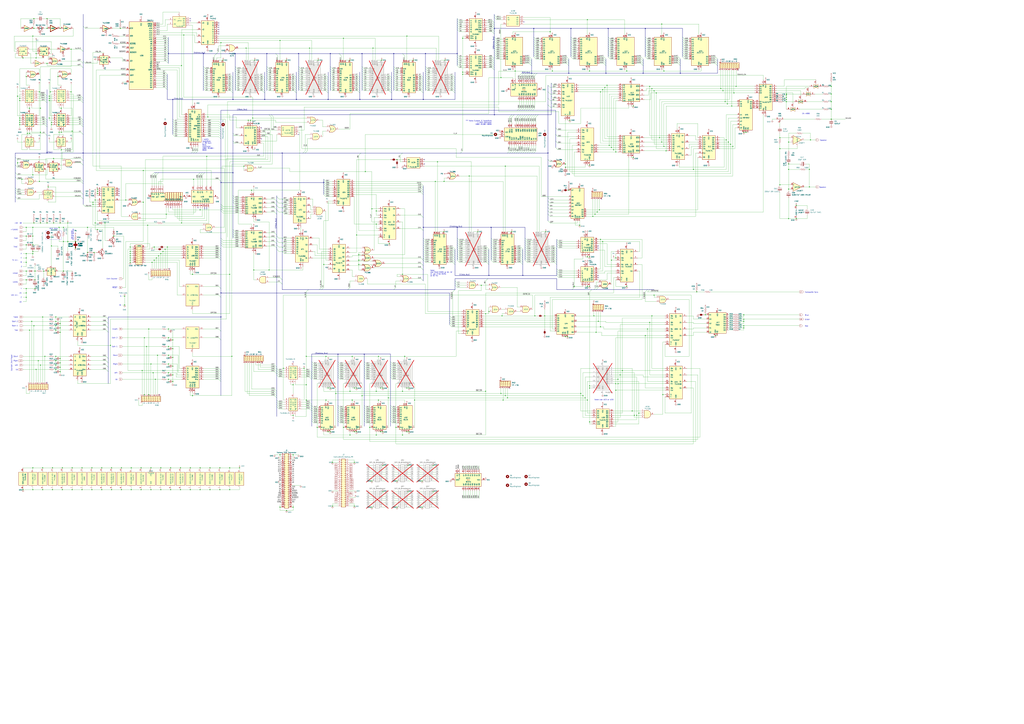
<source format=kicad_sch>
(kicad_sch (version 20231120) (generator "eeschema") (generator_version "8.0")
  (paper "A0")
  (title_block (title "PACMAN Logic board circuitry") (date "12-04-1980") (rev "B") (company "MIDWAY MFG. CO. FRANKLIN PK. ILL.") (comment 1 "Originally drawn by Robert Yarosh"))
  (lib_symbols
    (symbol "4xxx:4066" (pin_names (offset 1.016))
      (property "Reference" "U" (at -7.62 8.89 0))
      (property "Value" "4066" (at -7.62 -8.89 0))
      (symbol "4066_1_0"
        (pin passive line (at -7.62 0 0) (length 5.08) (name "~") (number "1"))
        (pin input line (at 0 7.62 270) (length 5.08) (name "~") (number "13"))
        (pin passive line (at 7.62 0 180) (length 5.08) (name "~") (number "2"))
      )
      (symbol "4066_2_0"
        (pin passive line (at 7.62 0 180) (length 5.08) (name "~") (number "3"))
        (pin passive line (at -7.62 0 0) (length 5.08) (name "~") (number "4"))
        (pin input line (at 0 7.62 270) (length 5.08) (name "~") (number "5"))
      )
      (symbol "4066_3_0"
        (pin input line (at 0 7.62 270) (length 5.08) (name "~") (number "6"))
        (pin passive line (at -7.62 0 0) (length 5.08) (name "~") (number "8"))
        (pin passive line (at 7.62 0 180) (length 5.08) (name "~") (number "9"))
      )
      (symbol "4066_4_0"
        (pin passive line (at 7.62 0 180) (length 5.08) (name "~") (number "10"))
        (pin passive line (at -7.62 0 0) (length 5.08) (name "~") (number "11"))
        (pin input line (at 0 7.62 270) (length 5.08) (name "~") (number "12"))
      )
      (symbol "4066_5_0"
        (pin power_in line (at 0 12.7 270) (length 5.08) (name "VDD") (number "14"))
        (pin power_in line (at 0 -12.7 90) (length 5.08) (name "VSS") (number "7"))
      )
    )
    (symbol "4xxx_IEEE:4099"
      (property "Reference" "UK7" (at 0.254 10.16 90))
      (property "Value" "4099" (at 0 4.318 90))
      (symbol "4099_1_1"
        (pin output line (at 12.7 -17.78 180) (length 7.62) (name "Q7") (number "1"))
        (pin output line (at 12.7 -2.54 180) (length 7.62) (name "Q1") (number "10"))
        (pin output line (at 12.7 -5.08 180) (length 7.62) (name "Q2") (number "11"))
        (pin output line (at 12.7 -7.62 180) (length 7.62) (name "Q3") (number "12"))
        (pin output line (at 12.7 -10.16 180) (length 7.62) (name "Q4") (number "13"))
        (pin output line (at 12.7 -12.7 180) (length 7.62) (name "Q5") (number "14"))
        (pin output line (at 12.7 -15.24 180) (length 7.62) (name "Q6") (number "15"))
        (pin power_in line (at 0 20.32 270) (length 2.54) (name "Vdd") (number "16"))
        (pin input line (at -12.7 3.81 0) (length 7.62) (name "R") (number "2"))
        (pin input line (at -12.7 6.35 0) (length 7.62) (name "D") (number "3"))
        (pin input line (at -12.7 8.89 0) (length 7.62) (name "WR") (number "4"))
        (pin input line (at -12.7 16.51 0) (length 7.62) (name "A0") (number "5"))
        (pin input line (at -12.7 13.97 0) (length 7.62) (name "A1") (number "6"))
        (pin input line (at -12.7 11.43 0) (length 7.62) (name "A2") (number "7"))
        (pin power_in line (at 0 -22.86 90) (length 3.81) (name "Vss") (number "8"))
        (pin output line (at 12.7 0 180) (length 7.62) (name "Q0") (number "9"))
      )
    )
    (symbol "74LS139_1" (pin_names (offset 1.016))
      (property "Reference" "UM7" (at 0 10.16 0))
      (property "Value" "74LS139" (at 0 7.62 0))
      (symbol "74LS139_1_1_0"
        (pin input inverted (at 0 10.16 270) (length 5.08) (name "E") (number "1"))
        (pin input line (at -12.7 -3.81 0) (length 5.08) (name "A0") (number "2"))
        (pin input line (at -12.7 1.27 0) (length 5.08) (name "A1") (number "3"))
        (pin output inverted (at 12.7 2.54 180) (length 5.08) (name "O0") (number "4"))
        (pin output inverted (at 12.7 0 180) (length 5.08) (name "O1") (number "5"))
        (pin output inverted (at 12.7 -2.54 180) (length 5.08) (name "O2") (number "6"))
        (pin output inverted (at 12.7 -5.08 180) (length 5.08) (name "O3") (number "7"))
      )
      (symbol "74LS139_1_2_0"
        (pin output inverted (at 12.7 -2.54 180) (length 5.08) (name "O2") (number "10"))
        (pin output inverted (at 12.7 0 180) (length 5.08) (name "O1") (number "11"))
        (pin output inverted (at 12.7 2.54 180) (length 5.08) (name "O0") (number "12"))
        (pin input line (at -12.7 2.54 0) (length 5.08) (name "A1") (number "13"))
        (pin input line (at -12.7 0 0) (length 5.08) (name "A0") (number "14"))
        (pin input inverted (at -12.7 -5.08 0) (length 5.08) (name "E") (number "15"))
        (pin output inverted (at 12.7 -5.08 180) (length 5.08) (name "O3") (number "9"))
      )
      (symbol "74LS139_1_3_0"
        (pin power_in line (at 0 12.7 270) (length 5.08) (name "VCC") (number "16"))
        (pin power_in line (at 0 -12.7 90) (length 5.08) (name "GND") (number "8"))
      )
    )
    (symbol "74LS139_2" (pin_names (offset 1.016))
      (property "Reference" "UM7" (at 0 10.16 0))
      (property "Value" "74LS139" (at 0 7.62 0))
      (symbol "74LS139_2_1_0"
        (pin input inverted (at 0 10.16 270) (length 5.08) (name "E") (number "1"))
        (pin input line (at -12.7 -3.81 0) (length 5.08) (name "A0") (number "2"))
        (pin input line (at -12.7 1.27 0) (length 5.08) (name "A1") (number "3"))
        (pin output inverted (at 12.7 2.54 180) (length 5.08) (name "O0") (number "4"))
        (pin output inverted (at 12.7 0 180) (length 5.08) (name "O1") (number "5"))
        (pin output inverted (at 12.7 -2.54 180) (length 5.08) (name "O2") (number "6"))
        (pin output inverted (at 12.7 -5.08 180) (length 5.08) (name "O3") (number "7"))
      )
      (symbol "74LS139_2_2_0"
        (pin output inverted (at 12.7 -2.54 180) (length 5.08) (name "O2") (number "10"))
        (pin output inverted (at 12.7 0 180) (length 5.08) (name "O1") (number "11"))
        (pin output inverted (at 12.7 2.54 180) (length 5.08) (name "O0") (number "12"))
        (pin input line (at -12.7 2.54 0) (length 5.08) (name "A1") (number "13"))
        (pin input line (at -12.7 0 0) (length 5.08) (name "A0") (number "14"))
        (pin input inverted (at -12.7 -5.08 0) (length 5.08) (name "E") (number "15"))
        (pin output inverted (at 12.7 -5.08 180) (length 5.08) (name "O3") (number "9"))
      )
      (symbol "74LS139_2_3_0"
        (pin power_in line (at 0 12.7 270) (length 5.08) (name "VCC") (number "16"))
        (pin power_in line (at 0 -12.7 90) (length 5.08) (name "GND") (number "8"))
      )
    )
    (symbol "74LS139_3" (pin_names (offset 1.016))
      (property "Reference" "U" (at -7.62 8.89 0))
      (property "Value" "74LS139" (at -7.62 -8.89 0))
      (symbol "74LS139_3_1_0"
        (pin input inverted (at -12.7 -5.08 0) (length 5.08) (name "E") (number "1"))
        (pin input line (at -12.7 0 0) (length 5.08) (name "A0") (number "2"))
        (pin input line (at -12.7 2.54 0) (length 5.08) (name "A1") (number "3"))
        (pin output inverted (at 12.7 2.54 180) (length 5.08) (name "O0") (number "4"))
        (pin output inverted (at 12.7 0 180) (length 5.08) (name "O1") (number "5"))
        (pin output inverted (at 12.7 -2.54 180) (length 5.08) (name "O2") (number "6"))
        (pin output inverted (at 12.7 -5.08 180) (length 5.08) (name "O3") (number "7"))
      )
      (symbol "74LS139_3_2_0"
        (pin output inverted (at 12.7 -2.54 180) (length 5.08) (name "O2") (number "10"))
        (pin output inverted (at 12.7 0 180) (length 5.08) (name "O1") (number "11"))
        (pin output inverted (at 12.7 2.54 180) (length 5.08) (name "O0") (number "12"))
        (pin input line (at -12.7 2.54 0) (length 5.08) (name "A1") (number "13"))
        (pin input line (at -12.7 0 0) (length 5.08) (name "A0") (number "14"))
        (pin input inverted (at -12.7 -5.08 0) (length 5.08) (name "E") (number "15"))
        (pin output inverted (at 12.7 -5.08 180) (length 5.08) (name "O3") (number "9"))
      )
      (symbol "74LS139_3_3_0"
        (pin power_in line (at 0 12.7 270) (length 5.08) (name "VCC") (number "16"))
        (pin power_in line (at 0 -12.7 90) (length 5.08) (name "GND") (number "8"))
      )
    )
    (symbol "74LS157_1" (pin_names (offset 1.016))
      (property "Reference" "U" (at -7.62 19.05 0))
      (property "Value" "74LS157" (at -7.62 -21.59 0))
      (symbol "74LS157_1_1_0"
        (pin input line (at -12.7 -15.24 0) (length 5.08) (name "S") (number "1"))
        (pin input line (at -12.7 -2.54 0) (length 5.08) (name "I1c") (number "10"))
        (pin input line (at -12.7 0 0) (length 5.08) (name "I0c") (number "11"))
        (pin output line (at 12.7 -7.62 180) (length 5.08) (name "Zd") (number "12"))
        (pin input line (at -12.7 -10.16 0) (length 5.08) (name "I1d") (number "13"))
        (pin input line (at -12.7 -7.62 0) (length 5.08) (name "I0d") (number "14"))
        (pin input inverted (at -12.7 -17.78 0) (length 5.08) (name "E") (number "15"))
        (pin power_in line (at 0 22.86 270) (length 5.08) (name "VCC") (number "16"))
        (pin input line (at -12.7 15.24 0) (length 5.08) (name "I0a") (number "2"))
        (pin input line (at -12.7 12.7 0) (length 5.08) (name "I1a") (number "3"))
        (pin output line (at 12.7 15.24 180) (length 5.08) (name "Za") (number "4"))
        (pin input line (at -12.7 7.62 0) (length 5.08) (name "I0b") (number "5"))
        (pin input line (at -12.7 5.08 0) (length 5.08) (name "I1b") (number "6"))
        (pin output line (at 12.7 7.62 180) (length 5.08) (name "Zb") (number "7"))
        (pin power_in line (at 0 -25.4 90) (length 5.08) (name "GND") (number "8"))
        (pin output line (at 12.7 0 180) (length 5.08) (name "Zc") (number "9"))
      )
    )
    (symbol "74LS157_2" (pin_names (offset 1.016))
      (property "Reference" "U" (at -7.62 19.05 0))
      (property "Value" "74LS157" (at -7.62 -21.59 0))
      (symbol "74LS157_2_1_0"
        (pin input line (at -12.7 -15.24 0) (length 5.08) (name "S") (number "1"))
        (pin input line (at -12.7 -2.54 0) (length 5.08) (name "I1c") (number "10"))
        (pin input line (at -12.7 0 0) (length 5.08) (name "I0c") (number "11"))
        (pin output line (at 12.7 -7.62 180) (length 5.08) (name "Zd") (number "12"))
        (pin input line (at -12.7 -10.16 0) (length 5.08) (name "I1d") (number "13"))
        (pin input line (at -12.7 -7.62 0) (length 5.08) (name "I0d") (number "14"))
        (pin input inverted (at -12.7 -17.78 0) (length 5.08) (name "E") (number "15"))
        (pin power_in line (at 0 22.86 270) (length 5.08) (name "VCC") (number "16"))
        (pin input line (at -12.7 15.24 0) (length 5.08) (name "I0a") (number "2"))
        (pin input line (at -12.7 12.7 0) (length 5.08) (name "I1a") (number "3"))
        (pin output line (at 12.7 15.24 180) (length 5.08) (name "Za") (number "4"))
        (pin input line (at -12.7 7.62 0) (length 5.08) (name "I0b") (number "5"))
        (pin input line (at -12.7 5.08 0) (length 5.08) (name "I1b") (number "6"))
        (pin output line (at 12.7 7.62 180) (length 5.08) (name "Zb") (number "7"))
        (pin power_in line (at 0 -25.4 90) (length 5.08) (name "GND") (number "8"))
        (pin output line (at 12.7 0 180) (length 5.08) (name "Zc") (number "9"))
      )
    )
    (symbol "74LS157_3" (pin_names (offset 1.016))
      (property "Reference" "U" (at -7.62 19.05 0))
      (property "Value" "74LS157" (at -7.62 -21.59 0))
      (symbol "74LS157_3_1_0"
        (pin input line (at -12.7 -15.24 0) (length 5.08) (name "S") (number "1"))
        (pin input line (at -12.7 -2.54 0) (length 5.08) (name "I1c") (number "10"))
        (pin input line (at -12.7 0 0) (length 5.08) (name "I0c") (number "11"))
        (pin output line (at 12.7 -7.62 180) (length 5.08) (name "Zd") (number "12"))
        (pin input line (at -12.7 -10.16 0) (length 5.08) (name "I1d") (number "13"))
        (pin input line (at -12.7 -7.62 0) (length 5.08) (name "I0d") (number "14"))
        (pin input inverted (at -12.7 -17.78 0) (length 5.08) (name "E") (number "15"))
        (pin power_in line (at 0 22.86 270) (length 5.08) (name "VCC") (number "16"))
        (pin input line (at -12.7 15.24 0) (length 5.08) (name "I0a") (number "2"))
        (pin input line (at -12.7 12.7 0) (length 5.08) (name "I1a") (number "3"))
        (pin output line (at 12.7 15.24 180) (length 5.08) (name "Za") (number "4"))
        (pin input line (at -12.7 7.62 0) (length 5.08) (name "I0b") (number "5"))
        (pin input line (at -12.7 5.08 0) (length 5.08) (name "I1b") (number "6"))
        (pin output line (at 12.7 7.62 180) (length 5.08) (name "Zb") (number "7"))
        (pin power_in line (at 0 -25.4 90) (length 5.08) (name "GND") (number "8"))
        (pin output line (at 12.7 0 180) (length 5.08) (name "Zc") (number "9"))
      )
    )
    (symbol "74LS161/3_1" (pin_names (offset 1.016))
      (property "Reference" "U" (at -7.62 16.51 0))
      (property "Value" "74LS161/3" (at -10.795 -9.525 0))
      (symbol "74LS161/3_1_1_0"
        (pin input line (at 10.16 5.08 180) (length 5.08) (name "~{MR}") (number "1"))
        (pin input line (at 0 -12.7 90) (length 5.08) (name "T") (number "10"))
        (pin output line (at 10.16 2.54 180) (length 5.08) (name "Q3") (number "11"))
        (pin output line (at 10.16 0 180) (length 5.08) (name "Q2") (number "12"))
        (pin output line (at 10.16 -2.54 180) (length 5.08) (name "Q1") (number "13"))
        (pin output line (at 10.16 -5.08 180) (length 5.08) (name "Q0") (number "14"))
        (pin output line (at 0 12.7 270) (length 5.08) (name "C") (number "15"))
        (pin input line (at 1.905 -12.7 90) (length 5.08) (name "CK") (number "2"))
        (pin input line (at -10.16 -5.08 0) (length 5.08) (name "D0") (number "3"))
        (pin input line (at -10.16 -2.54 0) (length 5.08) (name "D1") (number "4"))
        (pin input line (at -10.16 0 0) (length 5.08) (name "D2") (number "5"))
        (pin input line (at -10.16 2.54 0) (length 5.08) (name "D3") (number "6"))
        (pin input line (at -2.54 -12.7 90) (length 5.08) (name "P") (number "7"))
        (pin input line (at -10.16 5.08 0) (length 5.08) (name "~{PE}") (number "9"))
      )
      (symbol "74LS161/3_1_2_0"
        (pin power_in line (at 0 12.7 270) (length 5.08) (name "VCC") (number "16"))
        (pin power_in line (at 0 -12.7 90) (length 5.08) (name "GND") (number "8"))
      )
    )
    (symbol "74LS174_1" (pin_names (offset 1.016))
      (property "Reference" "UH1" (at -1.016 0 0))
      (property "Value" "74LS174" (at -2.54 -5.334 0))
      (symbol "74LS174_1_1_0"
        (pin input line (at -12.7 -12.7 0) (length 5.08) (name "~{Mr}") (number "1"))
        (pin output line (at 12.7 -3.81 180) (length 5.08) (name "Q3") (number "10"))
        (pin input line (at -12.7 2.54 0) (length 5.08) (name "D3") (number "11"))
        (pin output line (at 12.7 -8.89 180) (length 5.08) (name "Q4") (number "12"))
        (pin input line (at -12.7 0 0) (length 5.08) (name "D4") (number "13"))
        (pin input line (at -12.7 -2.54 0) (length 5.08) (name "D5") (number "14"))
        (pin output line (at 12.7 -13.97 180) (length 5.08) (name "Q5") (number "15"))
        (pin power_in line (at 0 21.59 270) (length 5.08) (name "VCC") (number "16"))
        (pin output line (at 12.7 11.43 180) (length 5.08) (name "Q0") (number "2"))
        (pin input line (at -12.7 10.16 0) (length 5.08) (name "D0") (number "3"))
        (pin input line (at -12.7 7.62 0) (length 5.08) (name "D1") (number "4"))
        (pin output line (at 12.7 6.35 180) (length 5.08) (name "Q1") (number "5"))
        (pin input line (at -12.7 5.08 0) (length 5.08) (name "D2") (number "6"))
        (pin output line (at 12.7 1.27 180) (length 5.08) (name "Q2") (number "7"))
        (pin power_in line (at 0 -22.86 90) (length 5.08) (name "GND") (number "8"))
        (pin input clock (at -12.7 -7.62 0) (length 5.08) (name "Cp") (number "9"))
      )
    )
    (symbol "74LS194_1" (pin_names (offset 1.016))
      (property "Reference" "U" (at -7.62 10.16 0))
      (property "Value" "74LS194" (at -7.62 -10.795 0))
      (symbol "74LS194_1_1_0"
        (pin input inverted (at -2.54 13.97 270) (length 5.08) (name "Mr") (number "1"))
        (pin input line (at 12.7 6.35 180) (length 5.08) (name "S1") (number "10"))
        (pin input clock (at -5.08 -13.97 90) (length 5.08) (name "Cp") (number "11"))
        (pin output line (at 12.7 -6.35 180) (length 5.08) (name "Q3") (number "12"))
        (pin output line (at 12.7 -3.81 180) (length 5.08) (name "Q2") (number "13"))
        (pin output line (at 12.7 -1.27 180) (length 5.08) (name "Q1") (number "14"))
        (pin output line (at 12.7 1.27 180) (length 5.08) (name "Q0") (number "15"))
        (pin power_in line (at 0 13.97 270) (length 5.08) (name "VCC") (number "16"))
        (pin input line (at -2.54 -13.97 90) (length 5.08) (name "Dsr") (number "2"))
        (pin input line (at -12.7 3.81 0) (length 5.08) (name "A") (number "3"))
        (pin input line (at -12.7 1.27 0) (length 5.08) (name "B") (number "4"))
        (pin input line (at -12.7 -1.27 0) (length 5.08) (name "C") (number "5"))
        (pin input line (at -12.7 -3.81 0) (length 5.08) (name "D") (number "6"))
        (pin input line (at 0 -13.97 90) (length 5.08) (name "Dsl") (number "7"))
        (pin power_in line (at 2.54 -13.97 90) (length 5.08) (name "GND") (number "8"))
        (pin input line (at 12.7 3.81 180) (length 5.08) (name "S0") (number "9"))
      )
    )
    (symbol "74LS20_1" (pin_names (offset 1.016))
      (property "Reference" "UE3" (at -0.0097 8.89 0))
      (property "Value" "74LS20" (at -0.0097 6.35 0))
      (symbol "74LS20_1_1_1"
        (pin input line (at -7.62 3.81 0) (length 3.81) (name "~") (number "1"))
        (pin input line (at -7.62 1.27 0) (length 3.81) (name "~") (number "2"))
        (pin input line (at -7.62 -1.27 0) (length 3.81) (name "~") (number "4"))
        (pin input line (at -7.62 -3.81 0) (length 3.81) (name "~") (number "5"))
        (pin output inverted (at 7.62 0 180) (length 3.81) (name "~") (number "6"))
      )
      (symbol "74LS20_1_1_2"
        (pin input inverted (at -7.62 3.81 0) (length 3.81) (name "~") (number "1"))
        (pin input inverted (at -7.62 1.27 0) (length 4.826) (name "~") (number "2"))
        (pin input inverted (at -7.62 -1.27 0) (length 4.826) (name "~") (number "4"))
        (pin input inverted (at -7.62 -3.81 0) (length 3.81) (name "~") (number "5"))
        (pin output line (at 7.62 0 180) (length 3.81) (name "~") (number "6"))
      )
      (symbol "74LS20_1_2_1"
        (pin input line (at -7.62 1.27 0) (length 3.81) (name "~") (number "10"))
        (pin input line (at -7.62 -3.81 0) (length 3.81) (name "~") (number "12"))
        (pin input line (at -7.62 -1.27 0) (length 3.81) (name "~") (number "13"))
        (pin output inverted (at 7.62 0 180) (length 3.81) (name "~") (number "8"))
        (pin input line (at -7.62 3.81 0) (length 3.81) (name "~") (number "9"))
      )
      (symbol "74LS20_1_2_2"
        (pin input inverted (at -7.62 1.27 0) (length 4.826) (name "~") (number "10"))
        (pin input inverted (at -7.62 -1.27 0) (length 4.826) (name "~") (number "12"))
        (pin input inverted (at -7.62 -3.81 0) (length 3.81) (name "~") (number "13"))
        (pin output line (at 7.62 0 180) (length 3.81) (name "~") (number "8"))
        (pin input inverted (at -7.62 3.81 0) (length 3.81) (name "~") (number "9"))
      )
      (symbol "74LS20_1_3_0"
        (pin power_in line (at 0 12.7 270) (length 5.08) (name "VCC") (number "14"))
        (pin power_in line (at 0 -12.7 90) (length 5.08) (name "GND") (number "7"))
      )
    )
    (symbol "74LS20_2" (pin_names (offset 1.016))
      (property "Reference" "UE3" (at -0.0097 8.89 0))
      (property "Value" "74LS20" (at -0.0097 6.35 0))
      (symbol "74LS20_2_1_1"
        (pin input line (at -7.62 3.81 0) (length 3.81) (name "~") (number "1"))
        (pin input line (at -7.62 1.27 0) (length 3.81) (name "~") (number "2"))
        (pin input line (at -7.62 -1.27 0) (length 3.81) (name "~") (number "4"))
        (pin input line (at -7.62 -3.81 0) (length 3.81) (name "~") (number "5"))
        (pin output inverted (at 7.62 0 180) (length 3.81) (name "~") (number "6"))
      )
      (symbol "74LS20_2_1_2"
        (pin input inverted (at -7.62 3.81 0) (length 3.81) (name "~") (number "1"))
        (pin input inverted (at -7.62 1.27 0) (length 4.826) (name "~") (number "2"))
        (pin input inverted (at -7.62 -1.27 0) (length 4.826) (name "~") (number "4"))
        (pin input inverted (at -7.62 -3.81 0) (length 3.81) (name "~") (number "5"))
        (pin output line (at 7.62 0 180) (length 3.81) (name "~") (number "6"))
      )
      (symbol "74LS20_2_2_1"
        (pin input line (at -7.62 1.27 0) (length 3.81) (name "~") (number "10"))
        (pin input line (at -7.62 -3.81 0) (length 3.81) (name "~") (number "12"))
        (pin input line (at -7.62 -1.27 0) (length 3.81) (name "~") (number "13"))
        (pin output inverted (at 7.62 0 180) (length 3.81) (name "~") (number "8"))
        (pin input line (at -7.62 3.81 0) (length 3.81) (name "~") (number "9"))
      )
      (symbol "74LS20_2_2_2"
        (pin input inverted (at -7.62 1.27 0) (length 4.826) (name "~") (number "10"))
        (pin input inverted (at -7.62 -1.27 0) (length 4.826) (name "~") (number "12"))
        (pin input inverted (at -7.62 -3.81 0) (length 3.81) (name "~") (number "13"))
        (pin output line (at 7.62 0 180) (length 3.81) (name "~") (number "8"))
        (pin input inverted (at -7.62 3.81 0) (length 3.81) (name "~") (number "9"))
      )
      (symbol "74LS20_2_3_0"
        (pin power_in line (at 0 12.7 270) (length 5.08) (name "VCC") (number "14"))
        (pin power_in line (at 0 -12.7 90) (length 5.08) (name "GND") (number "7"))
      )
    )
    (symbol "74LS245_1" (pin_names (offset 1.016))
      (property "Reference" "UH41" (at -2.032 0 90))
      (property "Value" "8T245" (at 2.286 0.254 90))
      (symbol "74LS245_1_1_0"
        (pin tri_state line (at -12.7 12.7 0) (length 5.08) (name "A0") (number "1"))
        (pin power_in line (at 0 -20.32 90) (length 5.08) (name "GND") (number "10"))
        (pin input inverted (at -12.7 -12.7 0) (length 5.08) (name "CE") (number "11"))
        (pin tri_state line (at 12.7 -5.08 180) (length 5.08) (name "B7") (number "12"))
        (pin tri_state line (at 12.7 -2.54 180) (length 5.08) (name "B6") (number "13"))
        (pin tri_state line (at 12.7 0 180) (length 5.08) (name "B5") (number "14"))
        (pin tri_state line (at 12.7 2.54 180) (length 5.08) (name "B4") (number "15"))
        (pin tri_state line (at 12.7 5.08 180) (length 5.08) (name "B3") (number "16"))
        (pin tri_state line (at 12.7 7.62 180) (length 5.08) (name "B2") (number "17"))
        (pin tri_state line (at 12.7 10.16 180) (length 5.08) (name "B1") (number "18"))
        (pin tri_state line (at 12.7 12.7 180) (length 5.08) (name "B0") (number "19"))
        (pin tri_state line (at -12.7 10.16 0) (length 5.08) (name "A1") (number "2"))
        (pin power_in line (at 0 20.32 270) (length 5.08) (name "VCC") (number "20"))
        (pin tri_state line (at -12.7 7.62 0) (length 5.08) (name "A2") (number "3"))
        (pin tri_state line (at -12.7 5.08 0) (length 5.08) (name "A3") (number "4"))
        (pin tri_state line (at -12.7 2.54 0) (length 5.08) (name "A4") (number "5"))
        (pin tri_state line (at -12.7 0 0) (length 5.08) (name "A5") (number "6"))
        (pin tri_state line (at -12.7 -2.54 0) (length 5.08) (name "A6") (number "7"))
        (pin tri_state line (at -12.7 -5.08 0) (length 5.08) (name "A7") (number "8"))
        (pin input line (at -12.7 -10.16 0) (length 5.08) (name "A->B") (number "9"))
      )
    )
    (symbol "74LS273_1"
      (property "Reference" "U" (at -7.62 16.51 0))
      (property "Value" "74LS273" (at -7.62 -16.51 0))
      (symbol "74LS273_1_1_0"
        (pin input line (at -12.7 -12.7 0) (length 5.08) (name "~{Mr}") (number "1"))
        (pin power_in line (at 0 -20.32 90) (length 5.08) (name "GND") (number "10"))
        (pin input clock (at -12.7 -10.16 0) (length 5.08) (name "Cp") (number "11"))
        (pin output line (at 12.7 2.54 180) (length 5.08) (name "Q4") (number "12"))
        (pin input line (at -12.7 2.54 0) (length 5.08) (name "D4") (number "13"))
        (pin input line (at -12.7 0 0) (length 5.08) (name "D5") (number "14"))
        (pin output line (at 12.7 0 180) (length 5.08) (name "Q5") (number "15"))
        (pin output line (at 12.7 -2.54 180) (length 5.08) (name "Q6") (number "16"))
        (pin input line (at -12.7 -2.54 0) (length 5.08) (name "D6") (number "17"))
        (pin input line (at -12.7 -5.08 0) (length 5.08) (name "D7") (number "18"))
        (pin output line (at 12.7 -5.08 180) (length 5.08) (name "Q7") (number "19"))
        (pin output line (at 12.7 12.7 180) (length 5.08) (name "Q0") (number "2"))
        (pin power_in line (at 0 20.32 270) (length 5.08) (name "VCC") (number "20"))
        (pin input line (at -12.7 12.7 0) (length 5.08) (name "D0") (number "3"))
        (pin input line (at -12.7 10.16 0) (length 5.08) (name "D1") (number "4"))
        (pin output line (at 12.7 10.16 180) (length 5.08) (name "Q1") (number "5"))
        (pin output line (at 12.7 7.62 180) (length 5.08) (name "Q2") (number "6"))
        (pin input line (at -12.7 7.62 0) (length 5.08) (name "D2") (number "7"))
        (pin input line (at -12.7 5.08 0) (length 5.08) (name "D3") (number "8"))
        (pin output line (at 12.7 5.08 180) (length 5.08) (name "Q3") (number "9"))
      )
    )
    (symbol "74LS367_1" (pin_names (offset 1.016))
      (property "Reference" "US6" (at -1.27 0 0))
      (property "Value" "74LS367" (at -4.318 -5.588 0))
      (symbol "74LS367_1_1_0"
        (pin input inverted (at -12.7 -7.62 0) (length 5.08) (name "OEa") (number "1"))
        (pin input line (at -12.7 7.62 0) (length 5.08) (name "I4") (number "10"))
        (pin tri_state line (at 12.7 -2.54 180) (length 5.08) (name "O5b") (number "11"))
        (pin input line (at -12.7 -2.54 0) (length 5.08) (name "I5") (number "12"))
        (pin tri_state line (at 12.7 0 180) (length 5.08) (name "O6b") (number "13"))
        (pin input line (at -12.7 0 0) (length 5.08) (name "I6") (number "14"))
        (pin input inverted (at -12.7 -10.16 0) (length 5.08) (name "OEb") (number "15"))
        (pin power_in line (at 0 17.78 270) (length 5.08) (name "VCC") (number "16"))
        (pin input line (at -12.7 2.54 0) (length 5.08) (name "I1") (number "2"))
        (pin tri_state line (at 12.7 2.54 180) (length 5.08) (name "O1a") (number "3"))
        (pin input line (at -12.7 10.16 0) (length 5.08) (name "I2") (number "4"))
        (pin tri_state line (at 12.7 10.16 180) (length 5.08) (name "O2a") (number "5"))
        (pin input line (at -12.7 5.08 0) (length 5.08) (name "I3") (number "6"))
        (pin tri_state line (at 12.7 5.08 180) (length 5.08) (name "O3a") (number "7"))
        (pin power_in line (at 0 -17.78 90) (length 5.08) (name "GND") (number "8"))
        (pin tri_state line (at 12.7 7.62 180) (length 5.08) (name "O4a") (number "9"))
      )
    )
    (symbol "74LS367_2" (pin_names (offset 1.016))
      (property "Reference" "U1" (at 2.1941 17.78 0))
      (property "Value" "74LS367" (at 2.1941 15.24 0))
      (symbol "74LS367_2_1_0"
        (pin input inverted (at -2.54 -17.78 90) (length 5.08) (name "OEa") (number "1"))
        (pin input line (at -12.7 7.62 0) (length 5.08) (name "I4") (number "10"))
        (pin tri_state line (at 12.7 0 180) (length 5.08) (name "O5b") (number "11"))
        (pin input line (at -12.7 0 0) (length 5.08) (name "I5") (number "12"))
        (pin tri_state line (at 12.7 10.16 180) (length 5.08) (name "O6b") (number "13"))
        (pin input line (at -12.7 10.16 0) (length 5.08) (name "I6") (number "14"))
        (pin input inverted (at 0 -17.78 90) (length 5.08) (name "OEb") (number "15"))
        (pin power_in line (at 0 17.78 270) (length 5.08) (name "VCC") (number "16"))
        (pin input line (at -12.7 2.54 0) (length 5.08) (name "I1") (number "2"))
        (pin tri_state line (at 12.7 2.54 180) (length 5.08) (name "O1a") (number "3"))
        (pin input line (at -12.7 5.08 0) (length 5.08) (name "I2") (number "4"))
        (pin tri_state line (at 12.7 5.08 180) (length 5.08) (name "O2a") (number "5"))
        (pin input line (at -12.7 -2.54 0) (length 5.08) (name "I3") (number "6"))
        (pin tri_state line (at 12.7 -2.54 180) (length 5.08) (name "O3a") (number "7"))
        (pin power_in line (at 2.54 -17.78 90) (length 5.08) (name "GND") (number "8"))
        (pin tri_state line (at 12.7 7.62 180) (length 5.08) (name "O4a") (number "9"))
      )
    )
    (symbol "74LS367_3" (pin_names (offset 1.016))
      (property "Reference" "8F1" (at -1.016 0 0))
      (property "Value" "74LS367" (at -4.318 -6.35 0))
      (symbol "74LS367_3_1_0"
        (pin input inverted (at -2.54 -17.78 90) (length 5.08) (name "OEa") (number "1"))
        (pin input line (at -12.7 -2.54 0) (length 5.08) (name "I4") (number "10"))
        (pin tri_state line (at 12.7 10.16 180) (length 5.08) (name "O5b") (number "11"))
        (pin input line (at -12.7 10.16 0) (length 5.08) (name "I5") (number "12"))
        (pin tri_state line (at 12.7 5.08 180) (length 5.08) (name "O6b") (number "13"))
        (pin input line (at -12.7 5.08 0) (length 5.08) (name "I6") (number "14"))
        (pin input inverted (at 0 -17.78 90) (length 5.08) (name "OEb") (number "15"))
        (pin power_in line (at 0 17.78 270) (length 5.08) (name "VCC") (number "16"))
        (pin input line (at -12.7 7.62 0) (length 5.08) (name "I1") (number "2"))
        (pin tri_state line (at 12.7 7.62 180) (length 5.08) (name "O1a") (number "3"))
        (pin input line (at -12.7 0 0) (length 5.08) (name "I2") (number "4"))
        (pin tri_state line (at 12.7 0 180) (length 5.08) (name "O2a") (number "5"))
        (pin input line (at -12.7 2.54 0) (length 5.08) (name "I3") (number "6"))
        (pin tri_state line (at 12.7 2.54 180) (length 5.08) (name "O3a") (number "7"))
        (pin power_in line (at 2.54 -17.78 90) (length 5.08) (name "GND") (number "8"))
        (pin tri_state line (at 12.7 -2.54 180) (length 5.08) (name "O4a") (number "9"))
      )
    )
    (symbol "74LS367_split_1" (pin_names (offset 1.016))
      (property "Reference" "UF8" (at -2.54 0 0))
      (property "Value" "74LS367" (at -4.318 -6.35 0))
      (symbol "74LS367_split_1_1_0"
        (pin input inverted (at -2.54 -17.78 90) (length 5.08) (name "OEa") (number "1"))
        (pin input line (at -12.7 -5.08 0) (length 5.08) (name "I4") (number "10"))
        (pin power_in line (at 0 17.78 270) (length 5.08) (name "VCC") (number "16"))
        (pin input line (at -12.7 10.16 0) (length 5.08) (name "I1") (number "2"))
        (pin tri_state line (at 12.7 10.16 180) (length 5.08) (name "O1a") (number "3"))
        (pin input line (at -12.7 0 0) (length 5.08) (name "I2") (number "4"))
        (pin tri_state line (at 12.7 0 180) (length 5.08) (name "O2a") (number "5"))
        (pin input line (at -12.7 5.08 0) (length 5.08) (name "I3") (number "6"))
        (pin tri_state line (at 12.7 5.08 180) (length 5.08) (name "O3a") (number "7"))
        (pin power_in line (at 2.54 -17.78 90) (length 5.08) (name "GND") (number "8"))
        (pin tri_state line (at 12.7 -5.08 180) (length 5.08) (name "O4a") (number "9"))
      )
      (symbol "74LS367_split_1_2_0"
        (pin tri_state line (at 12.7 0 180) (length 5.08) (name "O5b") (number "11"))
        (pin input line (at -12.7 0 0) (length 5.08) (name "I5") (number "12"))
        (pin tri_state line (at 12.7 10.16 180) (length 5.08) (name "O6b") (number "13"))
        (pin input line (at -12.7 10.16 0) (length 5.08) (name "I6") (number "14"))
        (pin input inverted (at 0 -17.78 90) (length 5.08) (name "OEb") (number "15"))
      )
    )
    (symbol "74LS367_split_2" (pin_names (offset 1.016))
      (property "Reference" "UF8" (at -1.016 0 0))
      (property "Value" "74LS367" (at -4.318 -6.35 0))
      (symbol "74LS367_split_2_1_0"
        (pin input inverted (at -2.54 -17.78 90) (length 5.08) (name "OEa") (number "1"))
        (pin input line (at -12.7 5.08 0) (length 5.08) (name "I4") (number "10"))
        (pin power_in line (at 0 17.78 270) (length 5.08) (name "VCC") (number "16"))
        (pin input line (at -12.7 -5.08 0) (length 5.08) (name "I1") (number "2"))
        (pin tri_state line (at 12.7 -5.08 180) (length 5.08) (name "O1a") (number "3"))
        (pin input line (at -12.7 10.16 0) (length 5.08) (name "I2") (number "4"))
        (pin tri_state line (at 12.7 10.16 180) (length 5.08) (name "O2a") (number "5"))
        (pin input line (at -12.7 0 0) (length 5.08) (name "I3") (number "6"))
        (pin tri_state line (at 12.7 0 180) (length 5.08) (name "O3a") (number "7"))
        (pin power_in line (at 2.54 -17.78 90) (length 5.08) (name "GND") (number "8"))
        (pin tri_state line (at 12.7 5.08 180) (length 5.08) (name "O4a") (number "9"))
      )
      (symbol "74LS367_split_2_2_0"
        (pin tri_state line (at 12.7 0 180) (length 5.08) (name "O5b") (number "11"))
        (pin input line (at -12.7 0 0) (length 5.08) (name "I5") (number "12"))
        (pin tri_state line (at 12.7 10.16 180) (length 5.08) (name "O6b") (number "13"))
        (pin input line (at -12.7 10.16 0) (length 5.08) (name "I6") (number "14"))
        (pin input inverted (at 0 -17.78 90) (length 5.08) (name "OEb") (number "15"))
      )
    )
    (symbol "74LS367_split_3" (pin_names (offset 1.016))
      (property "Reference" "UF8" (at -1.016 0 0))
      (property "Value" "74LS367" (at -4.318 -6.35 0))
      (symbol "74LS367_split_3_1_0"
        (pin input inverted (at -2.54 -17.78 90) (length 5.08) (name "OEa") (number "1"))
        (pin input line (at -12.7 5.08 0) (length 5.08) (name "I4") (number "10"))
        (pin power_in line (at 0 17.78 270) (length 5.08) (name "VCC") (number "16"))
        (pin input line (at -12.7 -5.08 0) (length 5.08) (name "I1") (number "2"))
        (pin tri_state line (at 12.7 -5.08 180) (length 5.08) (name "O1a") (number "3"))
        (pin input line (at -12.7 10.16 0) (length 5.08) (name "I2") (number "4"))
        (pin tri_state line (at 12.7 10.16 180) (length 5.08) (name "O2a") (number "5"))
        (pin input line (at -12.7 0 0) (length 5.08) (name "I3") (number "6"))
        (pin tri_state line (at 12.7 0 180) (length 5.08) (name "O3a") (number "7"))
        (pin power_in line (at 2.54 -17.78 90) (length 5.08) (name "GND") (number "8"))
        (pin tri_state line (at 12.7 5.08 180) (length 5.08) (name "O4a") (number "9"))
      )
      (symbol "74LS367_split_3_2_0"
        (pin tri_state line (at 12.7 0 180) (length 5.08) (name "O5b") (number "11"))
        (pin input line (at -12.7 0 0) (length 5.08) (name "I5") (number "12"))
        (pin tri_state line (at 12.7 10.16 180) (length 5.08) (name "O6b") (number "13"))
        (pin input line (at -12.7 10.16 0) (length 5.08) (name "I6") (number "14"))
        (pin input inverted (at 0 -17.78 90) (length 5.08) (name "OEb") (number "15"))
      )
    )
    (symbol "74LS368_1" (pin_names (offset 1.016))
      (property "Reference" "UB8" (at 0 8.89 0))
      (property "Value" "74LS368" (at 0 6.35 0))
      (symbol "74LS368_1_1_0"
        (pin input line (at -7.62 0 0) (length 3.81) (name "~") (number "2"))
        (pin output inverted (at 7.62 0 180) (length 3.81) (name "~") (number "3"))
      )
      (symbol "74LS368_1_2_0"
        (pin input inverted (at 0 -6.35 90) (length 3.81) (name "~") (number "1"))
        (pin input line (at -7.62 0 0) (length 3.81) (name "~") (number "4"))
        (pin output inverted (at 7.62 0 180) (length 3.81) (name "~") (number "5"))
      )
      (symbol "74LS368_1_3_0"
        (pin input line (at -7.62 0 0) (length 3.81) (name "~") (number "6"))
        (pin output inverted (at 7.62 0 180) (length 3.81) (name "~") (number "7"))
      )
      (symbol "74LS368_1_4_0"
        (pin input line (at -7.62 0 0) (length 3.81) (name "~") (number "10"))
        (pin output inverted (at 7.62 0 180) (length 3.81) (name "~") (number "9"))
      )
      (symbol "74LS368_1_5_0"
        (pin output inverted (at 7.62 0 180) (length 3.81) (name "~") (number "11"))
        (pin input line (at -7.62 0 0) (length 3.81) (name "~") (number "12"))
      )
      (symbol "74LS368_1_6_0"
        (pin output inverted (at 7.62 0 180) (length 3.81) (name "~") (number "13"))
        (pin input line (at -7.62 0 0) (length 3.81) (name "~") (number "14"))
        (pin input inverted (at 0 -6.35 90) (length 3.81) (name "~") (number "15"))
      )
      (symbol "74LS368_1_7_0"
        (pin power_in line (at 0 12.7 270) (length 5.08) (name "VCC") (number "16"))
        (pin power_in line (at 0 -12.7 90) (length 5.08) (name "GND") (number "8"))
      )
    )
    (symbol "74LS368_2" (pin_names (offset 1.016))
      (property "Reference" "UB8" (at 0 8.89 0))
      (property "Value" "74LS368" (at 0 6.35 0))
      (symbol "74LS368_2_1_0"
        (pin input line (at -7.62 0 0) (length 3.81) (name "~") (number "2"))
        (pin output inverted (at 7.62 0 180) (length 3.81) (name "~") (number "3"))
      )
      (symbol "74LS368_2_2_0"
        (pin input inverted (at 0 -6.35 90) (length 3.81) (name "~") (number "1"))
        (pin input line (at -7.62 0 0) (length 3.81) (name "~") (number "4"))
        (pin output inverted (at 7.62 0 180) (length 3.81) (name "~") (number "5"))
      )
      (symbol "74LS368_2_3_0"
        (pin input line (at -7.62 0 0) (length 3.81) (name "~") (number "6"))
        (pin output inverted (at 7.62 0 180) (length 3.81) (name "~") (number "7"))
      )
      (symbol "74LS368_2_4_0"
        (pin input line (at -7.62 0 0) (length 3.81) (name "~") (number "10"))
        (pin output inverted (at 7.62 0 180) (length 3.81) (name "~") (number "9"))
      )
      (symbol "74LS368_2_5_0"
        (pin output inverted (at 7.62 0 180) (length 3.81) (name "~") (number "11"))
        (pin input line (at -7.62 0 0) (length 3.81) (name "~") (number "12"))
      )
      (symbol "74LS368_2_6_0"
        (pin output inverted (at 7.62 0 180) (length 3.81) (name "~") (number "13"))
        (pin input line (at -7.62 0 0) (length 3.81) (name "~") (number "14"))
        (pin input inverted (at 0 -6.35 90) (length 3.81) (name "~") (number "15"))
      )
      (symbol "74LS368_2_7_0"
        (pin power_in line (at 0 12.7 270) (length 5.08) (name "VCC") (number "16"))
        (pin power_in line (at 0 -12.7 90) (length 5.08) (name "GND") (number "8"))
      )
    )
    (symbol "74LS368_3" (pin_names (offset 1.016))
      (property "Reference" "UB8" (at 0 8.89 0))
      (property "Value" "74LS368" (at 0 6.35 0))
      (symbol "74LS368_3_1_0"
        (pin input line (at -7.62 0 0) (length 3.81) (name "~") (number "2"))
        (pin output inverted (at 7.62 0 180) (length 3.81) (name "~") (number "3"))
      )
      (symbol "74LS368_3_2_0"
        (pin input inverted (at 0 -6.35 90) (length 3.81) (name "~") (number "1"))
        (pin input line (at -7.62 0 0) (length 3.81) (name "~") (number "4"))
        (pin output inverted (at 7.62 0 180) (length 3.81) (name "~") (number "5"))
      )
      (symbol "74LS368_3_3_0"
        (pin input line (at -7.62 0 0) (length 3.81) (name "~") (number "6"))
        (pin output inverted (at 7.62 0 180) (length 3.81) (name "~") (number "7"))
      )
      (symbol "74LS368_3_4_0"
        (pin input line (at -7.62 0 0) (length 3.81) (name "~") (number "10"))
        (pin output inverted (at 7.62 0 180) (length 3.81) (name "~") (number "9"))
      )
      (symbol "74LS368_3_5_0"
        (pin output inverted (at 7.62 0 180) (length 3.81) (name "~") (number "11"))
        (pin input line (at -7.62 0 0) (length 3.81) (name "~") (number "12"))
      )
      (symbol "74LS368_3_6_0"
        (pin output inverted (at 7.62 0 180) (length 3.81) (name "~") (number "13"))
        (pin input line (at -7.62 0 0) (length 3.81) (name "~") (number "14"))
        (pin input inverted (at 0 -6.35 90) (length 3.81) (name "~") (number "15"))
      )
      (symbol "74LS368_3_7_0"
        (pin power_in line (at 0 12.7 270) (length 5.08) (name "VCC") (number "16"))
        (pin power_in line (at 0 -12.7 90) (length 5.08) (name "GND") (number "8"))
      )
    )
    (symbol "74LS368_4" (pin_names (offset 1.016))
      (property "Reference" "UB8" (at 0 8.89 0))
      (property "Value" "74LS368" (at 0 6.35 0))
      (symbol "74LS368_4_1_0"
        (pin input line (at -7.62 0 0) (length 3.81) (name "~") (number "2"))
        (pin output inverted (at 7.62 0 180) (length 3.81) (name "~") (number "3"))
      )
      (symbol "74LS368_4_2_0"
        (pin input inverted (at 0 -6.35 90) (length 3.81) (name "~") (number "1"))
        (pin input line (at -7.62 0 0) (length 3.81) (name "~") (number "4"))
        (pin output inverted (at 7.62 0 180) (length 3.81) (name "~") (number "5"))
      )
      (symbol "74LS368_4_3_0"
        (pin input line (at -7.62 0 0) (length 3.81) (name "~") (number "6"))
        (pin output inverted (at 7.62 0 180) (length 3.81) (name "~") (number "7"))
      )
      (symbol "74LS368_4_4_0"
        (pin input line (at -7.62 0 0) (length 3.81) (name "~") (number "10"))
        (pin output inverted (at 7.62 0 180) (length 3.81) (name "~") (number "9"))
      )
      (symbol "74LS368_4_5_0"
        (pin output inverted (at 7.62 0 180) (length 3.81) (name "~") (number "11"))
        (pin input line (at -7.62 0 0) (length 3.81) (name "~") (number "12"))
      )
      (symbol "74LS368_4_6_0"
        (pin output inverted (at 7.62 0 180) (length 3.81) (name "~") (number "13"))
        (pin input line (at -7.62 0 0) (length 3.81) (name "~") (number "14"))
        (pin input inverted (at 0 -6.35 90) (length 3.81) (name "~") (number "15"))
      )
      (symbol "74LS368_4_7_0"
        (pin power_in line (at 0 12.7 270) (length 5.08) (name "VCC") (number "16"))
        (pin power_in line (at 0 -12.7 90) (length 5.08) (name "GND") (number "8"))
      )
    )
    (symbol "74LS368_5" (pin_names (offset 1.016))
      (property "Reference" "UB8" (at 0 8.89 0))
      (property "Value" "74LS368" (at 0 6.35 0))
      (symbol "74LS368_5_1_0"
        (pin input line (at -7.62 0 0) (length 3.81) (name "~") (number "2"))
        (pin output inverted (at 7.62 0 180) (length 3.81) (name "~") (number "3"))
      )
      (symbol "74LS368_5_2_0"
        (pin input inverted (at 0 -6.35 90) (length 3.81) (name "~") (number "1"))
        (pin input line (at -7.62 0 0) (length 3.81) (name "~") (number "4"))
        (pin output inverted (at 7.62 0 180) (length 3.81) (name "~") (number "5"))
      )
      (symbol "74LS368_5_3_0"
        (pin input line (at -7.62 0 0) (length 3.81) (name "~") (number "6"))
        (pin output inverted (at 7.62 0 180) (length 3.81) (name "~") (number "7"))
      )
      (symbol "74LS368_5_4_0"
        (pin input line (at -7.62 0 0) (length 3.81) (name "~") (number "10"))
        (pin output inverted (at 7.62 0 180) (length 3.81) (name "~") (number "9"))
      )
      (symbol "74LS368_5_5_0"
        (pin output inverted (at 7.62 0 180) (length 3.81) (name "~") (number "11"))
        (pin input line (at -7.62 0 0) (length 3.81) (name "~") (number "12"))
      )
      (symbol "74LS368_5_6_0"
        (pin output inverted (at 7.62 0 180) (length 3.81) (name "~") (number "13"))
        (pin input line (at -7.62 0 0) (length 3.81) (name "~") (number "14"))
        (pin input inverted (at 0 -6.35 90) (length 3.81) (name "~") (number "15"))
      )
      (symbol "74LS368_5_7_0"
        (pin power_in line (at 0 12.7 270) (length 5.08) (name "VCC") (number "16"))
        (pin power_in line (at 0 -12.7 90) (length 5.08) (name "GND") (number "8"))
      )
    )
    (symbol "74LS368_6" (pin_names (offset 1.016))
      (property "Reference" "UB8" (at 0 8.89 0))
      (property "Value" "74LS368" (at 0 6.35 0))
      (symbol "74LS368_6_1_0"
        (pin input line (at -7.62 0 0) (length 3.81) (name "~") (number "2"))
        (pin output inverted (at 7.62 0 180) (length 3.81) (name "~") (number "3"))
      )
      (symbol "74LS368_6_2_0"
        (pin input inverted (at 0 -6.35 90) (length 3.81) (name "~") (number "1"))
        (pin input line (at -7.62 0 0) (length 3.81) (name "~") (number "4"))
        (pin output inverted (at 7.62 0 180) (length 3.81) (name "~") (number "5"))
      )
      (symbol "74LS368_6_3_0"
        (pin input line (at -7.62 0 0) (length 3.81) (name "~") (number "6"))
        (pin output inverted (at 7.62 0 180) (length 3.81) (name "~") (number "7"))
      )
      (symbol "74LS368_6_4_0"
        (pin input line (at -7.62 0 0) (length 3.81) (name "~") (number "10"))
        (pin output inverted (at 7.62 0 180) (length 3.81) (name "~") (number "9"))
      )
      (symbol "74LS368_6_5_0"
        (pin output inverted (at 7.62 0 180) (length 3.81) (name "~") (number "11"))
        (pin input line (at -7.62 0 0) (length 3.81) (name "~") (number "12"))
      )
      (symbol "74LS368_6_6_0"
        (pin output inverted (at 7.62 0 180) (length 3.81) (name "~") (number "13"))
        (pin input line (at -7.62 0 0) (length 3.81) (name "~") (number "14"))
        (pin input inverted (at 0 -6.35 90) (length 3.81) (name "~") (number "15"))
      )
      (symbol "74LS368_6_7_0"
        (pin power_in line (at 0 12.7 270) (length 5.08) (name "VCC") (number "16"))
        (pin power_in line (at 0 -12.7 90) (length 5.08) (name "GND") (number "8"))
      )
    )
    (symbol "74LS89_1"
      (property "Reference" "3F" (at -1.27 0 0))
      (property "Value" "74LS89" (at -3.556 -2.794 0))
      (symbol "74LS89_1_1_1"
        (pin input line (at -15.24 1.27 0) (length 5.08) (name "A0") (number "1"))
        (pin bidirectional line (at -15.24 -3.81 0) (length 5.08) (name "DI2") (number "10"))
        (pin bidirectional line (at 15.24 7.62 180) (length 5.08) (name "~{DO3}") (number "11"))
        (pin bidirectional line (at -15.24 -1.27 0) (length 5.08) (name "DI3") (number "12"))
        (pin input line (at -15.24 8.89 0) (length 5.08) (name "A3") (number "13"))
        (pin input line (at -15.24 6.35 0) (length 5.08) (name "A2") (number "14"))
        (pin input line (at -15.24 3.81 0) (length 5.08) (name "A1") (number "15"))
        (pin power_in line (at 0 15.24 270) (length 5.08) (name "VCC") (number "16"))
        (pin input inverted (at 0 -15.24 90) (length 5.08) (name "~{CE}") (number "2"))
        (pin input line (at -2.54 15.24 270) (length 5.08) (name "WE") (number "3"))
        (pin bidirectional line (at -15.24 -8.89 0) (length 5.08) (name "Di0") (number "4"))
        (pin bidirectional line (at 15.24 -7.62 180) (length 5.08) (name "~{DO0}") (number "5"))
        (pin bidirectional line (at -15.24 -6.35 0) (length 5.08) (name "DI1") (number "6"))
        (pin bidirectional line (at 15.24 -2.54 180) (length 5.08) (name "~{DO1}") (number "7"))
        (pin power_in line (at 2.54 -15.24 90) (length 5.08) (name "GND") (number "8"))
        (pin bidirectional line (at 15.24 2.54 180) (length 5.08) (name "~{DO2}") (number "9"))
      )
    )
    (symbol "74xx:74LS00" (pin_names (offset 1.016))
      (property "Reference" "U" (at 0 1.27 0))
      (property "Value" "74LS00" (at 0 -1.27 0))
      (symbol "74LS00_1_1"
        (pin input line (at -7.62 2.54 0) (length 3.81) (name "~") (number "1"))
        (pin input line (at -7.62 -2.54 0) (length 3.81) (name "~") (number "2"))
        (pin output inverted (at 7.62 0 180) (length 3.81) (name "~") (number "3"))
      )
      (symbol "74LS00_1_2"
        (pin input inverted (at -7.62 2.54 0) (length 4.318) (name "~") (number "1"))
        (pin input inverted (at -7.62 -2.54 0) (length 4.318) (name "~") (number "2"))
        (pin output line (at 7.62 0 180) (length 3.81) (name "~") (number "3"))
      )
      (symbol "74LS00_2_1"
        (pin input line (at -7.62 2.54 0) (length 3.81) (name "~") (number "4"))
        (pin input line (at -7.62 -2.54 0) (length 3.81) (name "~") (number "5"))
        (pin output inverted (at 7.62 0 180) (length 3.81) (name "~") (number "6"))
      )
      (symbol "74LS00_2_2"
        (pin input inverted (at -7.62 2.54 0) (length 4.318) (name "~") (number "4"))
        (pin input inverted (at -7.62 -2.54 0) (length 4.318) (name "~") (number "5"))
        (pin output line (at 7.62 0 180) (length 3.81) (name "~") (number "6"))
      )
      (symbol "74LS00_3_1"
        (pin input line (at -7.62 -2.54 0) (length 3.81) (name "~") (number "10"))
        (pin output inverted (at 7.62 0 180) (length 3.81) (name "~") (number "8"))
        (pin input line (at -7.62 2.54 0) (length 3.81) (name "~") (number "9"))
      )
      (symbol "74LS00_3_2"
        (pin input inverted (at -7.62 -2.54 0) (length 4.318) (name "~") (number "10"))
        (pin output line (at 7.62 0 180) (length 3.81) (name "~") (number "8"))
        (pin input inverted (at -7.62 2.54 0) (length 4.318) (name "~") (number "9"))
      )
      (symbol "74LS00_4_1"
        (pin output inverted (at 7.62 0 180) (length 3.81) (name "~") (number "11"))
        (pin input line (at -7.62 2.54 0) (length 3.81) (name "~") (number "12"))
        (pin input line (at -7.62 -2.54 0) (length 3.81) (name "~") (number "13"))
      )
      (symbol "74LS00_4_2"
        (pin output line (at 7.62 0 180) (length 3.81) (name "~") (number "11"))
        (pin input inverted (at -7.62 2.54 0) (length 4.318) (name "~") (number "12"))
        (pin input inverted (at -7.62 -2.54 0) (length 4.318) (name "~") (number "13"))
      )
      (symbol "74LS00_5_0"
        (pin power_in line (at 0 12.7 270) (length 5.08) (name "VCC") (number "14"))
        (pin power_in line (at 0 -12.7 90) (length 5.08) (name "GND") (number "7"))
      )
    )
    (symbol "74xx:74LS02" (pin_names (offset 1.016))
      (property "Reference" "U" (at 0 1.27 0))
      (property "Value" "74LS02" (at 0 -1.27 0))
      (symbol "74LS02_1_1"
        (pin output inverted (at 7.62 0 180) (length 3.81) (name "~") (number "1"))
        (pin input line (at -7.62 2.54 0) (length 4.318) (name "~") (number "2"))
        (pin input line (at -7.62 -2.54 0) (length 4.318) (name "~") (number "3"))
      )
      (symbol "74LS02_1_2"
        (pin output line (at 7.62 0 180) (length 3.81) (name "~") (number "1"))
        (pin input inverted (at -7.62 2.54 0) (length 3.81) (name "~") (number "2"))
        (pin input inverted (at -7.62 -2.54 0) (length 3.81) (name "~") (number "3"))
      )
      (symbol "74LS02_2_1"
        (pin output inverted (at 7.62 0 180) (length 3.81) (name "~") (number "4"))
        (pin input line (at -7.62 2.54 0) (length 4.318) (name "~") (number "5"))
        (pin input line (at -7.62 -2.54 0) (length 4.318) (name "~") (number "6"))
      )
      (symbol "74LS02_2_2"
        (pin output line (at 7.62 0 180) (length 3.81) (name "~") (number "4"))
        (pin input inverted (at -7.62 2.54 0) (length 3.81) (name "~") (number "5"))
        (pin input inverted (at -7.62 -2.54 0) (length 3.81) (name "~") (number "6"))
      )
      (symbol "74LS02_3_1"
        (pin output inverted (at 7.62 0 180) (length 3.81) (name "~") (number "10"))
        (pin input line (at -7.62 2.54 0) (length 4.318) (name "~") (number "8"))
        (pin input line (at -7.62 -2.54 0) (length 4.318) (name "~") (number "9"))
      )
      (symbol "74LS02_3_2"
        (pin output line (at 7.62 0 180) (length 3.81) (name "~") (number "10"))
        (pin input inverted (at -7.62 2.54 0) (length 3.81) (name "~") (number "8"))
        (pin input inverted (at -7.62 -2.54 0) (length 3.81) (name "~") (number "9"))
      )
      (symbol "74LS02_4_1"
        (pin input line (at -7.62 2.54 0) (length 4.318) (name "~") (number "11"))
        (pin input line (at -7.62 -2.54 0) (length 4.318) (name "~") (number "12"))
        (pin output inverted (at 7.62 0 180) (length 3.81) (name "~") (number "13"))
      )
      (symbol "74LS02_4_2"
        (pin input inverted (at -7.62 2.54 0) (length 3.81) (name "~") (number "11"))
        (pin input inverted (at -7.62 -2.54 0) (length 3.81) (name "~") (number "12"))
        (pin output line (at 7.62 0 180) (length 3.81) (name "~") (number "13"))
      )
      (symbol "74LS02_5_0"
        (pin power_in line (at 0 12.7 270) (length 5.08) (name "VCC") (number "14"))
        (pin power_in line (at 0 -12.7 90) (length 5.08) (name "GND") (number "7"))
      )
    )
    (symbol "74xx:74LS08" (pin_names (offset 1.016))
      (property "Reference" "U" (at 0 1.27 0))
      (property "Value" "74LS08" (at 0 -1.27 0))
      (symbol "74LS08_1_1"
        (pin input line (at -7.62 2.54 0) (length 3.81) (name "~") (number "1"))
        (pin input line (at -7.62 -2.54 0) (length 3.81) (name "~") (number "2"))
        (pin output line (at 7.62 0 180) (length 3.81) (name "~") (number "3"))
      )
      (symbol "74LS08_1_2"
        (pin input inverted (at -7.62 2.54 0) (length 4.318) (name "~") (number "1"))
        (pin input inverted (at -7.62 -2.54 0) (length 4.318) (name "~") (number "2"))
        (pin output inverted (at 7.62 0 180) (length 3.81) (name "~") (number "3"))
      )
      (symbol "74LS08_2_1"
        (pin input line (at -7.62 2.54 0) (length 3.81) (name "~") (number "4"))
        (pin input line (at -7.62 -2.54 0) (length 3.81) (name "~") (number "5"))
        (pin output line (at 7.62 0 180) (length 3.81) (name "~") (number "6"))
      )
      (symbol "74LS08_2_2"
        (pin input inverted (at -7.62 2.54 0) (length 4.318) (name "~") (number "4"))
        (pin input inverted (at -7.62 -2.54 0) (length 4.318) (name "~") (number "5"))
        (pin output inverted (at 7.62 0 180) (length 3.81) (name "~") (number "6"))
      )
      (symbol "74LS08_3_1"
        (pin input line (at -7.62 -2.54 0) (length 3.81) (name "~") (number "10"))
        (pin output line (at 7.62 0 180) (length 3.81) (name "~") (number "8"))
        (pin input line (at -7.62 2.54 0) (length 3.81) (name "~") (number "9"))
      )
      (symbol "74LS08_3_2"
        (pin input inverted (at -7.62 -2.54 0) (length 4.318) (name "~") (number "10"))
        (pin output inverted (at 7.62 0 180) (length 3.81) (name "~") (number "8"))
        (pin input inverted (at -7.62 2.54 0) (length 4.318) (name "~") (number "9"))
      )
      (symbol "74LS08_4_1"
        (pin output line (at 7.62 0 180) (length 3.81) (name "~") (number "11"))
        (pin input line (at -7.62 2.54 0) (length 3.81) (name "~") (number "12"))
        (pin input line (at -7.62 -2.54 0) (length 3.81) (name "~") (number "13"))
      )
      (symbol "74LS08_4_2"
        (pin output inverted (at 7.62 0 180) (length 3.81) (name "~") (number "11"))
        (pin input inverted (at -7.62 2.54 0) (length 4.318) (name "~") (number "12"))
        (pin input inverted (at -7.62 -2.54 0) (length 4.318) (name "~") (number "13"))
      )
      (symbol "74LS08_5_0"
        (pin power_in line (at 0 12.7 270) (length 5.08) (name "VCC") (number "14"))
        (pin power_in line (at 0 -12.7 90) (length 5.08) (name "GND") (number "7"))
      )
    )
    (symbol "74xx:74LS10" (pin_names (offset 1.016))
      (property "Reference" "U" (at 0 1.27 0))
      (property "Value" "74LS10" (at 0 -1.27 0))
      (symbol "74LS10_1_1"
        (pin input line (at -7.62 2.54 0) (length 3.81) (name "~") (number "1"))
        (pin output inverted (at 7.62 0 180) (length 3.81) (name "~") (number "12"))
        (pin input line (at -7.62 -2.54 0) (length 3.81) (name "~") (number "13"))
        (pin input line (at -7.62 0 0) (length 3.81) (name "~") (number "2"))
      )
      (symbol "74LS10_1_2"
        (pin input inverted (at -7.62 2.54 0) (length 4.318) (name "~") (number "1"))
        (pin output line (at 7.62 0 180) (length 3.81) (name "~") (number "12"))
        (pin input inverted (at -7.62 -2.54 0) (length 4.318) (name "~") (number "13"))
        (pin input inverted (at -7.62 0 0) (length 4.953) (name "~") (number "2"))
      )
      (symbol "74LS10_2_1"
        (pin input line (at -7.62 2.54 0) (length 3.81) (name "~") (number "3"))
        (pin input line (at -7.62 0 0) (length 3.81) (name "~") (number "4"))
        (pin input line (at -7.62 -2.54 0) (length 3.81) (name "~") (number "5"))
        (pin output inverted (at 7.62 0 180) (length 3.81) (name "~") (number "6"))
      )
      (symbol "74LS10_2_2"
        (pin input inverted (at -7.62 2.54 0) (length 4.318) (name "~") (number "3"))
        (pin input inverted (at -7.62 0 0) (length 4.953) (name "~") (number "4"))
        (pin input inverted (at -7.62 -2.54 0) (length 4.318) (name "~") (number "5"))
        (pin output line (at 7.62 0 180) (length 3.81) (name "~") (number "6"))
      )
      (symbol "74LS10_3_1"
        (pin input line (at -7.62 0 0) (length 3.81) (name "~") (number "10"))
        (pin input line (at -7.62 -2.54 0) (length 3.81) (name "~") (number "11"))
        (pin output inverted (at 7.62 0 180) (length 3.81) (name "~") (number "8"))
        (pin input line (at -7.62 2.54 0) (length 3.81) (name "~") (number "9"))
      )
      (symbol "74LS10_3_2"
        (pin input inverted (at -7.62 0 0) (length 4.953) (name "~") (number "10"))
        (pin input inverted (at -7.62 -2.54 0) (length 4.318) (name "~") (number "11"))
        (pin output line (at 7.62 0 180) (length 3.81) (name "~") (number "8"))
        (pin input inverted (at -7.62 2.54 0) (length 4.318) (name "~") (number "9"))
      )
      (symbol "74LS10_4_0"
        (pin power_in line (at 0 12.7 270) (length 5.08) (name "VCC") (number "14"))
        (pin power_in line (at 0 -12.7 90) (length 5.08) (name "GND") (number "7"))
      )
    )
    (symbol "74xx:74LS107" (pin_names (offset 1.016))
      (property "Reference" "U" (at -7.62 8.89 0))
      (property "Value" "74LS107" (at -7.62 -8.89 0))
      (symbol "74LS107_1_0"
        (pin input line (at -7.62 2.54 0) (length 2.54) (name "J") (number "1"))
        (pin input clock (at -7.62 0 0) (length 2.54) (name "C") (number "12"))
        (pin input line (at 0 -7.62 90) (length 2.54) (name "~{R}") (number "13"))
        (pin output line (at 7.62 -2.54 180) (length 2.54) (name "~{Q}") (number "2"))
        (pin output line (at 7.62 2.54 180) (length 2.54) (name "Q") (number "3"))
        (pin input line (at -7.62 -2.54 0) (length 2.54) (name "K") (number "4"))
      )
      (symbol "74LS107_2_0"
        (pin input line (at 0 -7.62 90) (length 2.54) (name "~{R}") (number "10"))
        (pin input line (at -7.62 -2.54 0) (length 2.54) (name "K") (number "11"))
        (pin output line (at 7.62 2.54 180) (length 2.54) (name "Q") (number "5"))
        (pin output line (at 7.62 -2.54 180) (length 2.54) (name "~{Q}") (number "6"))
        (pin input line (at -7.62 2.54 0) (length 2.54) (name "J") (number "8"))
        (pin input clock (at -7.62 0 0) (length 2.54) (name "C") (number "9"))
      )
      (symbol "74LS107_3_0"
        (pin power_in line (at 0 10.16 270) (length 2.54) (name "VCC") (number "14"))
        (pin power_in line (at 0 -10.16 90) (length 2.54) (name "GND") (number "7"))
      )
    )
    (symbol "74xx:74LS138" (pin_names (offset 1.016))
      (property "Reference" "UJ7" (at 2.1941 15.24 0))
      (property "Value" "74LS138" (at 2.1941 12.7 0))
      (symbol "74LS138_1_0"
        (pin input line (at -12.7 -10.16 0) (length 5.08) (name "A0") (number "1"))
        (pin output output_low (at 12.7 2.54 180) (length 5.08) (name "O5") (number "10"))
        (pin output output_low (at 12.7 0 180) (length 5.08) (name "O4") (number "11"))
        (pin output output_low (at 12.7 -2.54 180) (length 5.08) (name "O3") (number "12"))
        (pin output output_low (at 12.7 -5.08 180) (length 5.08) (name "O2") (number "13"))
        (pin output output_low (at 12.7 -7.62 180) (length 5.08) (name "O1") (number "14"))
        (pin output output_low (at 12.7 -10.16 180) (length 5.08) (name "O0") (number "15"))
        (pin power_in line (at 2.54 -17.78 90) (length 5.08) (name "VCC") (number "16"))
        (pin input line (at -12.7 -1.27 0) (length 5.08) (name "A1") (number "2"))
        (pin input line (at -12.7 7.62 0) (length 5.08) (name "A2") (number "3"))
        (pin input input_low (at -2.54 15.24 270) (length 5.08) (name "E1") (number "4"))
        (pin input input_low (at 0 15.24 270) (length 5.08) (name "E2") (number "5"))
        (pin input line (at 2.54 15.24 270) (length 5.08) (name "E3") (number "6"))
        (pin output output_low (at 12.7 7.62 180) (length 5.08) (name "O7") (number "7"))
        (pin power_in line (at -2.54 -17.78 90) (length 5.08) (name "GND") (number "8"))
        (pin output output_low (at 12.7 5.08 180) (length 5.08) (name "O6") (number "9"))
      )
    )
    (symbol "74xx:74LS139" (pin_names (offset 1.016))
      (property "Reference" "UM7" (at 0 10.16 0))
      (property "Value" "74LS139" (at 0 7.62 0))
      (symbol "74LS139_1_0"
        (pin input inverted (at 0 10.16 270) (length 5.08) (name "E") (number "1"))
        (pin input line (at -12.7 -3.81 0) (length 5.08) (name "A0") (number "2"))
        (pin input line (at -12.7 1.27 0) (length 5.08) (name "A1") (number "3"))
        (pin output inverted (at 12.7 2.54 180) (length 5.08) (name "O0") (number "4"))
        (pin output inverted (at 12.7 0 180) (length 5.08) (name "O1") (number "5"))
        (pin output inverted (at 12.7 -2.54 180) (length 5.08) (name "O2") (number "6"))
        (pin output inverted (at 12.7 -5.08 180) (length 5.08) (name "O3") (number "7"))
      )
      (symbol "74LS139_2_0"
        (pin output inverted (at 12.7 -2.54 180) (length 5.08) (name "O2") (number "10"))
        (pin output inverted (at 12.7 0 180) (length 5.08) (name "O1") (number "11"))
        (pin output inverted (at 12.7 2.54 180) (length 5.08) (name "O0") (number "12"))
        (pin input line (at -12.7 2.54 0) (length 5.08) (name "A1") (number "13"))
        (pin input line (at -12.7 0 0) (length 5.08) (name "A0") (number "14"))
        (pin input inverted (at -12.7 -5.08 0) (length 5.08) (name "E") (number "15"))
        (pin output inverted (at 12.7 -5.08 180) (length 5.08) (name "O3") (number "9"))
      )
      (symbol "74LS139_3_0"
        (pin power_in line (at 0 12.7 270) (length 5.08) (name "VCC") (number "16"))
        (pin power_in line (at 0 -12.7 90) (length 5.08) (name "GND") (number "8"))
      )
    )
    (symbol "74xx:74LS157" (pin_names (offset 1.016))
      (property "Reference" "UL3" (at -1.27 2.286 0))
      (property "Value" "74LS157" (at -3.048 -2.54 0))
      (symbol "74LS157_1_0"
        (pin input line (at -2.54 -25.4 90) (length 5.08) (name "S") (number "1"))
        (pin input line (at -12.7 -2.54 0) (length 5.08) (name "I1c") (number "10"))
        (pin input line (at -12.7 0 0) (length 5.08) (name "I0c") (number "11"))
        (pin output line (at 12.7 7.62 180) (length 5.08) (name "Zd") (number "12"))
        (pin input line (at -12.7 -10.16 0) (length 5.08) (name "I1d") (number "13"))
        (pin input line (at -12.7 -7.62 0) (length 5.08) (name "I0d") (number "14"))
        (pin input inverted (at 0 -25.4 90) (length 5.08) (name "E") (number "15"))
        (pin power_in line (at 0 22.86 270) (length 5.08) (name "VCC") (number "16"))
        (pin input line (at -12.7 15.24 0) (length 5.08) (name "I0a") (number "2"))
        (pin input line (at -12.7 12.7 0) (length 5.08) (name "I1a") (number "3"))
        (pin output line (at 12.7 15.24 180) (length 5.08) (name "Za") (number "4"))
        (pin input line (at -12.7 7.62 0) (length 5.08) (name "I0b") (number "5"))
        (pin input line (at -12.7 5.08 0) (length 5.08) (name "I1b") (number "6"))
        (pin output line (at 12.7 12.7 180) (length 5.08) (name "Zb") (number "7"))
        (pin power_in line (at 2.54 -25.4 90) (length 5.08) (name "GND") (number "8"))
        (pin output line (at 12.7 10.16 180) (length 5.08) (name "Zc") (number "9"))
      )
    )
    (symbol "74xx:74LS158" (pin_names (offset 1.016))
      (property "Reference" "UK3" (at -1.27 1.27 0))
      (property "Value" "74LS158" (at -2.032 -4.826 0))
      (symbol "74LS158_1_0"
        (pin input line (at -2.54 -25.4 90) (length 5.08) (name "S") (number "1"))
        (pin input line (at -12.7 -2.54 0) (length 5.08) (name "I1d") (number "10"))
        (pin input line (at -12.7 0 0) (length 5.08) (name "I0d") (number "11"))
        (pin output inverted (at 12.7 -10.16 180) (length 5.08) (name "Zc") (number "12"))
        (pin input line (at -12.7 -10.16 0) (length 5.08) (name "I1c") (number "13"))
        (pin input line (at -12.7 -7.62 0) (length 5.08) (name "I0c") (number "14"))
        (pin input inverted (at 0 -25.4 90) (length 5.08) (name "E") (number "15"))
        (pin power_in line (at 0 22.86 270) (length 5.08) (name "VCC") (number "16"))
        (pin input line (at -12.7 15.24 0) (length 5.08) (name "I0a") (number "2"))
        (pin input line (at -12.7 12.7 0) (length 5.08) (name "I1a") (number "3"))
        (pin output inverted (at 12.7 -2.54 180) (length 5.08) (name "Za") (number "4"))
        (pin input line (at -12.7 7.62 0) (length 5.08) (name "I0b") (number "5"))
        (pin input line (at -12.7 5.08 0) (length 5.08) (name "I1b") (number "6"))
        (pin output inverted (at 12.7 -5.08 180) (length 5.08) (name "Zb") (number "7"))
        (pin power_in line (at 2.54 -25.4 90) (length 5.08) (name "GND") (number "8"))
        (pin output inverted (at 12.7 -7.62 180) (length 5.08) (name "Zd") (number "9"))
      )
    )
    (symbol "74xx:74LS161" (pin_names (offset 1.016))
      (property "Reference" "U" (at -7.62 16.51 0))
      (property "Value" "74LS161" (at -7.62 -16.51 0))
      (symbol "74LS161_1_0"
        (pin input line (at -12.7 -12.7 0) (length 5.08) (name "~{MR}") (number "1"))
        (pin input line (at -12.7 -5.08 0) (length 5.08) (name "CET") (number "10"))
        (pin output line (at 12.7 5.08 180) (length 5.08) (name "Q3") (number "11"))
        (pin output line (at 12.7 7.62 180) (length 5.08) (name "Q2") (number "12"))
        (pin output line (at 12.7 10.16 180) (length 5.08) (name "Q1") (number "13"))
        (pin output line (at 12.7 12.7 180) (length 5.08) (name "Q0") (number "14"))
        (pin output line (at 12.7 0 180) (length 5.08) (name "TC") (number "15"))
        (pin power_in line (at 0 20.32 270) (length 5.08) (name "VCC") (number "16"))
        (pin input line (at -12.7 -7.62 0) (length 5.08) (name "CP") (number "2"))
        (pin input line (at -12.7 12.7 0) (length 5.08) (name "D0") (number "3"))
        (pin input line (at -12.7 10.16 0) (length 5.08) (name "D1") (number "4"))
        (pin input line (at -12.7 7.62 0) (length 5.08) (name "D2") (number "5"))
        (pin input line (at -12.7 5.08 0) (length 5.08) (name "D3") (number "6"))
        (pin input line (at -12.7 -2.54 0) (length 5.08) (name "CEP") (number "7"))
        (pin power_in line (at 0 -20.32 90) (length 5.08) (name "GND") (number "8"))
        (pin input line (at -12.7 0 0) (length 5.08) (name "~{PE}") (number "9"))
      )
    )
    (symbol "74xx:74LS174" (pin_names (offset 1.016))
      (property "Reference" "U" (at -7.62 13.97 0))
      (property "Value" "74LS174" (at -7.62 -16.51 0))
      (symbol "74LS174_1_0"
        (pin input line (at -12.7 -12.7 0) (length 5.08) (name "~{Mr}") (number "1"))
        (pin output line (at 12.7 2.54 180) (length 5.08) (name "Q3") (number "10"))
        (pin input line (at -12.7 2.54 0) (length 5.08) (name "D3") (number "11"))
        (pin output line (at 12.7 0 180) (length 5.08) (name "Q4") (number "12"))
        (pin input line (at -12.7 0 0) (length 5.08) (name "D4") (number "13"))
        (pin input line (at -12.7 -2.54 0) (length 5.08) (name "D5") (number "14"))
        (pin output line (at 12.7 -2.54 180) (length 5.08) (name "Q5") (number "15"))
        (pin power_in line (at 0 17.78 270) (length 5.08) (name "VCC") (number "16"))
        (pin output line (at 12.7 10.16 180) (length 5.08) (name "Q0") (number "2"))
        (pin input line (at -12.7 10.16 0) (length 5.08) (name "D0") (number "3"))
        (pin input line (at -12.7 7.62 0) (length 5.08) (name "D1") (number "4"))
        (pin output line (at 12.7 7.62 180) (length 5.08) (name "Q1") (number "5"))
        (pin input line (at -12.7 5.08 0) (length 5.08) (name "D2") (number "6"))
        (pin output line (at 12.7 5.08 180) (length 5.08) (name "Q2") (number "7"))
        (pin power_in line (at 0 -20.32 90) (length 5.08) (name "GND") (number "8"))
        (pin input clock (at -12.7 -7.62 0) (length 5.08) (name "Cp") (number "9"))
      )
    )
    (symbol "74xx:74LS20" (pin_names (offset 1.016))
      (property "Reference" "UE3" (at -0.0097 8.89 0))
      (property "Value" "74LS20" (at -0.0097 6.35 0))
      (symbol "74LS20_1_1"
        (pin input line (at -7.62 3.81 0) (length 3.81) (name "~") (number "1"))
        (pin input line (at -7.62 1.27 0) (length 3.81) (name "~") (number "2"))
        (pin input line (at -7.62 -1.27 0) (length 3.81) (name "~") (number "4"))
        (pin input line (at -7.62 -3.81 0) (length 3.81) (name "~") (number "5"))
        (pin output inverted (at 7.62 0 180) (length 3.81) (name "~") (number "6"))
      )
      (symbol "74LS20_1_2"
        (pin input inverted (at -7.62 3.81 0) (length 3.81) (name "~") (number "1"))
        (pin input inverted (at -7.62 1.27 0) (length 4.826) (name "~") (number "2"))
        (pin input inverted (at -7.62 -1.27 0) (length 4.826) (name "~") (number "4"))
        (pin input inverted (at -7.62 -3.81 0) (length 3.81) (name "~") (number "5"))
        (pin output line (at 7.62 0 180) (length 3.81) (name "~") (number "6"))
      )
      (symbol "74LS20_2_1"
        (pin input line (at -7.62 1.27 0) (length 3.81) (name "~") (number "10"))
        (pin input line (at -7.62 -3.81 0) (length 3.81) (name "~") (number "12"))
        (pin input line (at -7.62 -1.27 0) (length 3.81) (name "~") (number "13"))
        (pin output inverted (at 7.62 0 180) (length 3.81) (name "~") (number "8"))
        (pin input line (at -7.62 3.81 0) (length 3.81) (name "~") (number "9"))
      )
      (symbol "74LS20_2_2"
        (pin input inverted (at -7.62 1.27 0) (length 4.826) (name "~") (number "10"))
        (pin input inverted (at -7.62 -1.27 0) (length 4.826) (name "~") (number "12"))
        (pin input inverted (at -7.62 -3.81 0) (length 3.81) (name "~") (number "13"))
        (pin output line (at 7.62 0 180) (length 3.81) (name "~") (number "8"))
        (pin input inverted (at -7.62 3.81 0) (length 3.81) (name "~") (number "9"))
      )
      (symbol "74LS20_3_0"
        (pin power_in line (at 0 12.7 270) (length 5.08) (name "VCC") (number "14"))
        (pin power_in line (at 0 -12.7 90) (length 5.08) (name "GND") (number "7"))
      )
    )
    (symbol "74xx:74LS245" (pin_names (offset 1.016))
      (property "Reference" "U" (at -7.62 16.51 0))
      (property "Value" "74LS245" (at -7.62 -16.51 0))
      (symbol "74LS245_1_0"
        (pin input line (at -12.7 -10.16 0) (length 5.08) (name "A->B") (number "1"))
        (pin power_in line (at 0 -20.32 90) (length 5.08) (name "GND") (number "10"))
        (pin tri_state line (at 12.7 -5.08 180) (length 5.08) (name "B7") (number "11"))
        (pin tri_state line (at 12.7 -2.54 180) (length 5.08) (name "B6") (number "12"))
        (pin tri_state line (at 12.7 0 180) (length 5.08) (name "B5") (number "13"))
        (pin tri_state line (at 12.7 2.54 180) (length 5.08) (name "B4") (number "14"))
        (pin tri_state line (at 12.7 5.08 180) (length 5.08) (name "B3") (number "15"))
        (pin tri_state line (at 12.7 7.62 180) (length 5.08) (name "B2") (number "16"))
        (pin tri_state line (at 12.7 10.16 180) (length 5.08) (name "B1") (number "17"))
        (pin tri_state line (at 12.7 12.7 180) (length 5.08) (name "B0") (number "18"))
        (pin input inverted (at -12.7 -12.7 0) (length 5.08) (name "CE") (number "19"))
        (pin tri_state line (at -12.7 12.7 0) (length 5.08) (name "A0") (number "2"))
        (pin power_in line (at 0 20.32 270) (length 5.08) (name "VCC") (number "20"))
        (pin tri_state line (at -12.7 10.16 0) (length 5.08) (name "A1") (number "3"))
        (pin tri_state line (at -12.7 7.62 0) (length 5.08) (name "A2") (number "4"))
        (pin tri_state line (at -12.7 5.08 0) (length 5.08) (name "A3") (number "5"))
        (pin tri_state line (at -12.7 2.54 0) (length 5.08) (name "A4") (number "6"))
        (pin tri_state line (at -12.7 0 0) (length 5.08) (name "A5") (number "7"))
        (pin tri_state line (at -12.7 -2.54 0) (length 5.08) (name "A6") (number "8"))
        (pin tri_state line (at -12.7 -5.08 0) (length 5.08) (name "A7") (number "9"))
      )
    )
    (symbol "74xx:74LS259" (pin_names (offset 1.016))
      (property "Reference" "U" (at -7.62 13.97 0))
      (property "Value" "74LS259" (at -7.62 -13.97 0))
      (symbol "74LS259_1_0"
        (pin input line (at -12.7 5.08 0) (length 5.08) (name "A0") (number "1"))
        (pin output line (at 12.7 -2.54 180) (length 5.08) (name "Q5") (number "10"))
        (pin output line (at 12.7 -5.08 180) (length 5.08) (name "Q6") (number "11"))
        (pin output line (at 12.7 -7.62 180) (length 5.08) (name "Q7") (number "12"))
        (pin input line (at -12.7 10.16 0) (length 5.08) (name "D") (number "13"))
        (pin input inverted (at -12.7 -5.08 0) (length 5.08) (name "E") (number "14"))
        (pin input inverted (at -12.7 -10.16 0) (length 5.08) (name "Clr") (number "15"))
        (pin power_in line (at 0 17.78 270) (length 5.08) (name "VCC") (number "16"))
        (pin input line (at -12.7 2.54 0) (length 5.08) (name "A1") (number "2"))
        (pin input line (at -12.7 0 0) (length 5.08) (name "A2") (number "3"))
        (pin output line (at 12.7 10.16 180) (length 5.08) (name "Q0") (number "4"))
        (pin output line (at 12.7 7.62 180) (length 5.08) (name "Q1") (number "5"))
        (pin output line (at 12.7 5.08 180) (length 5.08) (name "Q2") (number "6"))
        (pin output line (at 12.7 2.54 180) (length 5.08) (name "Q3") (number "7"))
        (pin power_in line (at 0 -17.78 90) (length 5.08) (name "GND") (number "8"))
        (pin output line (at 12.7 0 180) (length 5.08) (name "Q4") (number "9"))
      )
    )
    (symbol "74xx:74LS273"
      (property "Reference" "UM2" (at 2.1941 20.32 0))
      (property "Value" "74LS273" (at 2.1941 17.78 0))
      (symbol "74LS273_1_0"
        (pin input line (at -2.54 20.32 270) (length 5.08) (name "~{Mr}") (number "1"))
        (pin power_in line (at 0 -20.32 90) (length 5.08) (name "GND") (number "10"))
        (pin input clock (at -2.54 -20.32 90) (length 5.08) (name "Cp") (number "11"))
        (pin output line (at 12.7 2.54 180) (length 5.08) (name "Q4") (number "12"))
        (pin input line (at -12.7 -5.08 0) (length 5.08) (name "D4") (number "13"))
        (pin input line (at -12.7 -7.62 0) (length 5.08) (name "D5") (number "14"))
        (pin output line (at 12.7 0 180) (length 5.08) (name "Q5") (number "15"))
        (pin output line (at 12.7 -2.54 180) (length 5.08) (name "Q6") (number "16"))
        (pin input line (at -12.7 -10.16 0) (length 5.08) (name "D6") (number "17"))
        (pin input line (at -12.7 -12.7 0) (length 5.08) (name "D7") (number "18"))
        (pin output line (at 12.7 -5.08 180) (length 5.08) (name "Q7") (number "19"))
        (pin output line (at 12.7 12.7 180) (length 5.08) (name "Q0") (number "2"))
        (pin power_in line (at 0 20.32 270) (length 5.08) (name "VCC") (number "20"))
        (pin input line (at -12.7 12.7 0) (length 5.08) (name "D0") (number "3"))
        (pin input line (at -12.7 10.16 0) (length 5.08) (name "D1") (number "4"))
        (pin output line (at 12.7 10.16 180) (length 5.08) (name "Q1") (number "5"))
        (pin output line (at 12.7 7.62 180) (length 5.08) (name "Q2") (number "6"))
        (pin input line (at -12.7 7.62 0) (length 5.08) (name "D2") (number "7"))
        (pin input line (at -12.7 5.08 0) (length 5.08) (name "D3") (number "8"))
        (pin output line (at 12.7 5.08 180) (length 5.08) (name "Q3") (number "9"))
      )
    )
    (symbol "74xx:74LS283" (pin_names (offset 1.016))
      (property "Reference" "U1" (at 2.1941 20.32 0))
      (property "Value" "74LS283" (at 2.1941 17.78 0))
      (symbol "74LS283_1_0"
        (pin output line (at 12.7 -2.54 180) (length 5.08) (name "S2") (number "1"))
        (pin output line (at 12.7 12.7 180) (length 5.08) (name "S4") (number "10"))
        (pin input line (at -12.7 12.7 0) (length 5.08) (name "B4") (number "11"))
        (pin input line (at -12.7 10.16 0) (length 5.08) (name "A4") (number "12"))
        (pin output line (at 12.7 5.08 180) (length 5.08) (name "S3") (number "13"))
        (pin input line (at -12.7 5.08 0) (length 5.08) (name "A3") (number "14"))
        (pin input line (at -12.7 7.62 0) (length 5.08) (name "B3") (number "15"))
        (pin power_in line (at 1.27 20.32 270) (length 5.08) (name "VCC") (number "16"))
        (pin input line (at -12.7 2.54 0) (length 5.08) (name "B2") (number "2"))
        (pin input line (at -12.7 0 0) (length 5.08) (name "A2") (number "3"))
        (pin output line (at 12.7 -10.16 180) (length 5.08) (name "S1") (number "4"))
        (pin input line (at -12.7 -5.08 0) (length 5.08) (name "A1") (number "5"))
        (pin input line (at -12.7 -2.54 0) (length 5.08) (name "B1") (number "6"))
        (pin input line (at 1.27 -20.32 90) (length 5.08) (name "C0") (number "7"))
        (pin power_in line (at -1.27 -20.32 90) (length 5.08) (name "GND") (number "8"))
        (pin output line (at -1.27 20.32 270) (length 5.08) (name "C4") (number "9"))
      )
    )
    (symbol "74xx:74LS367" (pin_names (offset 1.016))
      (property "Reference" "U1" (at 2.1941 17.78 0))
      (property "Value" "74LS367" (at 2.1941 15.24 0))
      (symbol "74LS367_1_0"
        (pin input inverted (at -12.7 -7.62 0) (length 5.08) (name "OEa") (number "1"))
        (pin input line (at -12.7 10.16 0) (length 5.08) (name "I4") (number "10"))
        (pin tri_state line (at 12.7 -2.54 180) (length 5.08) (name "O5b") (number "11"))
        (pin input line (at -12.7 -2.54 0) (length 5.08) (name "I5") (number "12"))
        (pin tri_state line (at 12.7 0 180) (length 5.08) (name "O6b") (number "13"))
        (pin input line (at -12.7 0 0) (length 5.08) (name "I6") (number "14"))
        (pin input inverted (at -12.7 -10.16 0) (length 5.08) (name "OEb") (number "15"))
        (pin power_in line (at 0 17.78 270) (length 5.08) (name "VCC") (number "16"))
        (pin input line (at -12.7 7.62 0) (length 5.08) (name "I1") (number "2"))
        (pin tri_state line (at 12.7 7.62 180) (length 5.08) (name "O1a") (number "3"))
        (pin input line (at -12.7 5.08 0) (length 5.08) (name "I2") (number "4"))
        (pin tri_state line (at 12.7 5.08 180) (length 5.08) (name "O2a") (number "5"))
        (pin input line (at -12.7 2.54 0) (length 5.08) (name "I3") (number "6"))
        (pin tri_state line (at 12.7 2.54 180) (length 5.08) (name "O3a") (number "7"))
        (pin power_in line (at 0 -17.78 90) (length 5.08) (name "GND") (number "8"))
        (pin tri_state line (at 12.7 10.16 180) (length 5.08) (name "O4a") (number "9"))
      )
    )
    (symbol "74xx:74LS375" (pin_names (offset 1.016))
      (property "Reference" "U" (at -7.62 13.97 0))
      (property "Value" "74LS375" (at -7.62 -16.51 0))
      (symbol "74LS375_1_0"
        (pin input line (at -12.7 10.16 0) (length 5.08) (name "D0") (number "1"))
        (pin output line (at 12.7 -2.54 180) (length 5.08) (name "~{Q2}") (number "10"))
        (pin output line (at 12.7 0 180) (length 5.08) (name "Q2") (number "11"))
        (pin input line (at -12.7 -12.7 0) (length 5.08) (name "E23") (number "12"))
        (pin output line (at 12.7 -5.08 180) (length 5.08) (name "Q3") (number "13"))
        (pin output line (at 12.7 -7.62 180) (length 5.08) (name "~{Q3}") (number "14"))
        (pin input line (at -12.7 -5.08 0) (length 5.08) (name "D3") (number "15"))
        (pin power_in line (at 0 17.78 270) (length 5.08) (name "VCC") (number "16"))
        (pin output line (at 12.7 7.62 180) (length 5.08) (name "~{Q0}") (number "2"))
        (pin output line (at 12.7 10.16 180) (length 5.08) (name "Q0") (number "3"))
        (pin input line (at -12.7 -10.16 0) (length 5.08) (name "E01") (number "4"))
        (pin output line (at 12.7 5.08 180) (length 5.08) (name "Q1") (number "5"))
        (pin output line (at 12.7 2.54 180) (length 5.08) (name "~{Q1}") (number "6"))
        (pin input line (at -12.7 5.08 0) (length 5.08) (name "D1") (number "7"))
        (pin power_in line (at 0 -20.32 90) (length 5.08) (name "GND") (number "8"))
        (pin input line (at -12.7 0 0) (length 5.08) (name "D2") (number "9"))
      )
    )
    (symbol "74xx:74LS377" (pin_names (offset 1.016))
      (property "Reference" "U" (at -7.62 16.51 0))
      (property "Value" "74LS377" (at -7.62 -16.51 0))
      (symbol "74LS377_1_0"
        (pin input line (at -12.7 -12.7 0) (length 5.08) (name "~{E}") (number "1"))
        (pin power_in line (at 0 -20.32 90) (length 5.08) (name "GND") (number "10"))
        (pin input clock (at -12.7 -10.16 0) (length 5.08) (name "CP") (number "11"))
        (pin output line (at 12.7 2.54 180) (length 5.08) (name "Q4") (number "12"))
        (pin input line (at -12.7 2.54 0) (length 5.08) (name "D4") (number "13"))
        (pin input line (at -12.7 0 0) (length 5.08) (name "D5") (number "14"))
        (pin output line (at 12.7 0 180) (length 5.08) (name "Q5") (number "15"))
        (pin output line (at 12.7 -2.54 180) (length 5.08) (name "Q6") (number "16"))
        (pin input line (at -12.7 -2.54 0) (length 5.08) (name "D6") (number "17"))
        (pin input line (at -12.7 -5.08 0) (length 5.08) (name "D7") (number "18"))
        (pin output line (at 12.7 -5.08 180) (length 5.08) (name "Q7") (number "19"))
        (pin output line (at 12.7 12.7 180) (length 5.08) (name "Q0") (number "2"))
        (pin power_in line (at 0 20.32 270) (length 5.08) (name "VCC") (number "20"))
        (pin input line (at -12.7 12.7 0) (length 5.08) (name "D0") (number "3"))
        (pin input line (at -12.7 10.16 0) (length 5.08) (name "D1") (number "4"))
        (pin output line (at 12.7 10.16 180) (length 5.08) (name "Q1") (number "5"))
        (pin output line (at 12.7 7.62 180) (length 5.08) (name "Q2") (number "6"))
        (pin input line (at -12.7 7.62 0) (length 5.08) (name "D2") (number "7"))
        (pin input line (at -12.7 5.08 0) (length 5.08) (name "D3") (number "8"))
        (pin output line (at 12.7 5.08 180) (length 5.08) (name "Q3") (number "9"))
      )
    )
    (symbol "74xx:74LS42" (pin_names (offset 1.016))
      (property "Reference" "U1" (at 2.1941 17.78 0))
      (property "Value" "74LS42" (at 2.1941 15.24 0))
      (symbol "74LS42_1_0"
        (pin output inverted (at 12.7 -12.7 180) (length 5.08) (name "0") (number "1"))
        (pin output inverted (at 12.7 7.62 180) (length 5.08) (name "8") (number "10"))
        (pin output inverted (at 12.7 10.16 180) (length 5.08) (name "9") (number "11"))
        (pin input line (at -12.7 10.16 0) (length 5.08) (name "A3") (number "12"))
        (pin input line (at -12.7 2.54 0) (length 5.08) (name "A2") (number "13"))
        (pin input line (at -12.7 -5.08 0) (length 5.08) (name "A1") (number "14"))
        (pin input line (at -12.7 -12.7 0) (length 5.08) (name "A0") (number "15"))
        (pin power_in line (at 0 17.78 270) (length 5.08) (name "VCC") (number "16"))
        (pin output inverted (at 12.7 -10.16 180) (length 5.08) (name "1") (number "2"))
        (pin output inverted (at 12.7 -7.62 180) (length 5.08) (name "2") (number "3"))
        (pin output inverted (at 12.7 -5.08 180) (length 5.08) (name "3") (number "4"))
        (pin output inverted (at 12.7 -2.54 180) (length 5.08) (name "4") (number "5"))
        (pin output inverted (at 12.7 0 180) (length 5.08) (name "5") (number "6"))
        (pin output inverted (at 12.7 2.54 180) (length 5.08) (name "6") (number "7"))
        (pin power_in line (at 0 -20.32 90) (length 5.08) (name "GND") (number "8"))
        (pin output inverted (at 12.7 5.08 180) (length 5.08) (name "7") (number "9"))
      )
    )
    (symbol "74xx:74LS74" (pin_names (offset 1.016))
      (property "Reference" "U" (at -7.62 8.89 0))
      (property "Value" "74LS74" (at -7.62 -8.89 0))
      (symbol "74LS74_1_0"
        (pin input line (at 0 -7.62 90) (length 2.54) (name "~{R}") (number "1"))
        (pin input line (at -7.62 2.54 0) (length 2.54) (name "D") (number "2"))
        (pin input clock (at -7.62 0 0) (length 2.54) (name "C") (number "3"))
        (pin input line (at 0 7.62 270) (length 2.54) (name "~{S}") (number "4"))
        (pin output line (at 7.62 2.54 180) (length 2.54) (name "Q") (number "5"))
        (pin output line (at 7.62 -2.54 180) (length 2.54) (name "~{Q}") (number "6"))
      )
      (symbol "74LS74_2_0"
        (pin input line (at 0 7.62 270) (length 2.54) (name "~{S}") (number "10"))
        (pin input clock (at -7.62 0 0) (length 2.54) (name "C") (number "11"))
        (pin input line (at -7.62 2.54 0) (length 2.54) (name "D") (number "12"))
        (pin input line (at 0 -7.62 90) (length 2.54) (name "~{R}") (number "13"))
        (pin output line (at 7.62 -2.54 180) (length 2.54) (name "~{Q}") (number "8"))
        (pin output line (at 7.62 2.54 180) (length 2.54) (name "Q") (number "9"))
      )
      (symbol "74LS74_3_0"
        (pin power_in line (at 0 10.16 270) (length 2.54) (name "VCC") (number "14"))
        (pin power_in line (at 0 -10.16 90) (length 2.54) (name "GND") (number "7"))
      )
    )
    (symbol "74xx:74LS75" (pin_names (offset 1.016))
      (property "Reference" "U4" (at 2.1941 15.24 0))
      (property "Value" "74LS75" (at 2.1941 12.7 0))
      (symbol "74LS75_1_0"
        (pin output line (at 12.7 5.08 180) (length 5.08) (name "~{Q0}") (number "1"))
        (pin output line (at 12.7 -2.54 180) (length 5.08) (name "Q2") (number "10"))
        (pin output line (at 12.7 -5.08 180) (length 5.08) (name "~{Q2}") (number "11"))
        (pin power_in line (at 0 -17.78 90) (length 5.08) (name "GND") (number "12"))
        (pin input line (at -12.7 -5.08 0) (length 5.08) (name "E01") (number "13"))
        (pin output line (at 12.7 -10.16 180) (length 5.08) (name "~{Q1}") (number "14"))
        (pin output line (at 12.7 -7.62 180) (length 5.08) (name "Q1") (number "15"))
        (pin output line (at 12.7 7.62 180) (length 5.08) (name "Q0") (number "16"))
        (pin input line (at -12.7 7.62 0) (length 5.08) (name "D0") (number "2"))
        (pin input line (at -12.7 5.08 0) (length 5.08) (name "D1") (number "3"))
        (pin input line (at -12.7 -7.62 0) (length 5.08) (name "E23") (number "4"))
        (pin power_in line (at 0 15.24 270) (length 5.08) (name "VCC") (number "5"))
        (pin input line (at -12.7 2.54 0) (length 5.08) (name "D2") (number "6"))
        (pin input line (at -12.7 0 0) (length 5.08) (name "D3") (number "7"))
        (pin output line (at 12.7 0 180) (length 5.08) (name "~{Q3}") (number "8"))
        (pin output line (at 12.7 2.54 180) (length 5.08) (name "Q3") (number "9"))
      )
    )
    (symbol "74xx:74LS86" (pin_names (offset 1.016))
      (property "Reference" "U" (at 0 1.27 0))
      (property "Value" "74LS86" (at 0 -1.27 0))
      (symbol "74LS86_1_0"
        (pin input line (at -7.62 2.54 0) (length 4.445) (name "~") (number "1"))
        (pin input line (at -7.62 -2.54 0) (length 4.445) (name "~") (number "2"))
        (pin output line (at 7.62 0 180) (length 3.81) (name "~") (number "3"))
      )
      (symbol "74LS86_2_0"
        (pin input line (at -7.62 2.54 0) (length 4.445) (name "~") (number "4"))
        (pin input line (at -7.62 -2.54 0) (length 4.445) (name "~") (number "5"))
        (pin output line (at 7.62 0 180) (length 3.81) (name "~") (number "6"))
      )
      (symbol "74LS86_3_0"
        (pin input line (at -7.62 -2.54 0) (length 4.445) (name "~") (number "10"))
        (pin output line (at 7.62 0 180) (length 3.81) (name "~") (number "8"))
        (pin input line (at -7.62 2.54 0) (length 4.445) (name "~") (number "9"))
      )
      (symbol "74LS86_4_0"
        (pin output line (at 7.62 0 180) (length 3.81) (name "~") (number "11"))
        (pin input line (at -7.62 2.54 0) (length 4.445) (name "~") (number "12"))
        (pin input line (at -7.62 -2.54 0) (length 4.445) (name "~") (number "13"))
      )
      (symbol "74LS86_5_0"
        (pin power_in line (at 0 12.7 270) (length 5.08) (name "VCC") (number "14"))
        (pin power_in line (at 0 -12.7 90) (length 5.08) (name "GND") (number "7"))
      )
    )
    (symbol "8125_1"
      (property "Reference" "U" (at -7.62 14.605 0))
      (property "Value" "8125" (at 2.54 14.605 0))
      (symbol "8125_1_1_0"
        (pin power_in line (at 1.27 16.51 270) (length 2.54) (name "VCC") (number "16"))
        (pin power_in line (at 3.81 -16.51 90) (length 2.54) (name "GND") (number "8"))
      )
      (symbol "8125_1_1_1"
        (pin input line (at -3.81 -16.51 90) (length 2.54) (name "CS") (number "1"))
        (pin input line (at -10.16 8.89 0) (length 2.54) (name "A3") (number "10"))
        (pin input line (at -10.16 6.35 0) (length 2.54) (name "A7") (number "11"))
        (pin input line (at -10.16 3.81 0) (length 2.54) (name "A6") (number "12"))
        (pin input line (at -10.16 1.27 0) (length 2.54) (name "A5") (number "13"))
        (pin input line (at -1.27 16.51 270) (length 2.54) (name "WE") (number "14"))
        (pin tri_state line (at -10.16 -11.43 0) (length 2.54) (name "DI") (number "15"))
        (pin input line (at -10.16 -1.27 0) (length 2.54) (name "A4") (number "2"))
        (pin input line (at -10.16 -3.81 0) (length 2.54) (name "A0") (number "3"))
        (pin input line (at -10.16 -6.35 0) (length 2.54) (name "A1") (number "4"))
        (pin tri_state line (at -1.27 -16.51 90) (length 2.54) (name "A") (number "5"))
        (pin tri_state line (at 1.27 -16.51 90) (length 2.54) (name "A") (number "6"))
        (pin tri_state line (at 10.16 -11.43 180) (length 2.54) (name "~{DO}") (number "7"))
        (pin input line (at -10.16 11.43 0) (length 2.54) (name "A2") (number "9"))
      )
    )
    (symbol "8125_2"
      (property "Reference" "U" (at -7.62 14.605 0))
      (property "Value" "8125" (at 2.54 14.605 0))
      (symbol "8125_2_1_0"
        (pin power_in line (at 1.27 16.51 270) (length 2.54) (name "VCC") (number "16"))
        (pin power_in line (at 3.81 -16.51 90) (length 2.54) (name "GND") (number "8"))
      )
      (symbol "8125_2_1_1"
        (pin input line (at -3.81 -16.51 90) (length 2.54) (name "CS") (number "1"))
        (pin input line (at -10.16 8.89 0) (length 2.54) (name "A3") (number "10"))
        (pin input line (at -10.16 6.35 0) (length 2.54) (name "A7") (number "11"))
        (pin input line (at -10.16 3.81 0) (length 2.54) (name "A6") (number "12"))
        (pin input line (at -10.16 1.27 0) (length 2.54) (name "A5") (number "13"))
        (pin input line (at -1.27 16.51 270) (length 2.54) (name "WE") (number "14"))
        (pin tri_state line (at -10.16 -11.43 0) (length 2.54) (name "DI") (number "15"))
        (pin input line (at -10.16 -1.27 0) (length 2.54) (name "A4") (number "2"))
        (pin input line (at -10.16 -3.81 0) (length 2.54) (name "A0") (number "3"))
        (pin input line (at -10.16 -6.35 0) (length 2.54) (name "A1") (number "4"))
        (pin tri_state line (at -1.27 -16.51 90) (length 2.54) (name "A") (number "5"))
        (pin tri_state line (at 1.27 -16.51 90) (length 2.54) (name "A") (number "6"))
        (pin tri_state line (at 10.16 -11.43 180) (length 2.54) (name "~{DO}") (number "7"))
        (pin input line (at -10.16 11.43 0) (length 2.54) (name "A2") (number "9"))
      )
    )
    (symbol "8125_3"
      (property "Reference" "U" (at -7.62 14.605 0))
      (property "Value" "8125" (at 2.54 14.605 0))
      (symbol "8125_3_1_0"
        (pin power_in line (at 1.27 16.51 270) (length 2.54) (name "VCC") (number "16"))
        (pin power_in line (at 3.81 -16.51 90) (length 2.54) (name "GND") (number "8"))
      )
      (symbol "8125_3_1_1"
        (pin input line (at -3.81 -16.51 90) (length 2.54) (name "CS") (number "1"))
        (pin input line (at -10.16 8.89 0) (length 2.54) (name "A3") (number "10"))
        (pin input line (at -10.16 6.35 0) (length 2.54) (name "A7") (number "11"))
        (pin input line (at -10.16 3.81 0) (length 2.54) (name "A6") (number "12"))
        (pin input line (at -10.16 1.27 0) (length 2.54) (name "A5") (number "13"))
        (pin input line (at -1.27 16.51 270) (length 2.54) (name "WE") (number "14"))
        (pin tri_state line (at -10.16 -11.43 0) (length 2.54) (name "DI") (number "15"))
        (pin input line (at -10.16 -1.27 0) (length 2.54) (name "A4") (number "2"))
        (pin input line (at -10.16 -3.81 0) (length 2.54) (name "A0") (number "3"))
        (pin input line (at -10.16 -6.35 0) (length 2.54) (name "A1") (number "4"))
        (pin tri_state line (at -1.27 -16.51 90) (length 2.54) (name "A") (number "5"))
        (pin tri_state line (at 1.27 -16.51 90) (length 2.54) (name "A") (number "6"))
        (pin tri_state line (at 10.16 -11.43 180) (length 2.54) (name "~{DO}") (number "7"))
        (pin input line (at -10.16 11.43 0) (length 2.54) (name "A2") (number "9"))
      )
    )
    (symbol "Amplifier_Audio:LM1877" (pin_names (offset 0.127))
      (property "Reference" "11A" (at 0 -7.62 0))
      (property "Value" "LM1877" (at 0 -10.16 0))
      (symbol "LM1877_1_1"
        (pin input line (at 0 -7.62 90) (length 5.08) (name "BIAS") (number "1"))
        (pin output line (at 7.62 0 180) (length 2.54) (name "~") (number "2"))
        (pin input line (at -7.62 2.54 0) (length 2.54) (name "+") (number "6"))
        (pin input line (at -7.62 -2.54 0) (length 2.54) (name "-") (number "7"))
      )
      (symbol "LM1877_2_1"
        (pin output line (at 7.62 0 180) (length 2.54) (name "~") (number "13"))
        (pin input line (at -7.62 -2.54 0) (length 2.54) (name "-") (number "8"))
        (pin input line (at -7.62 2.54 0) (length 2.54) (name "+") (number "9"))
      )
      (symbol "LM1877_3_1"
        (pin passive line (at -2.54 -7.62 90) (length 3.81) hide (name "GND") (number "10"))
        (pin passive line (at -2.54 -7.62 90) (length 3.81) hide (name "GND") (number "11"))
        (pin passive line (at -2.54 -7.62 90) (length 3.81) hide (name "GND") (number "12"))
        (pin power_in line (at -2.54 7.62 270) (length 3.81) (name "V+") (number "14"))
        (pin power_in line (at -2.54 -7.62 90) (length 3.81) (name "GND") (number "3"))
        (pin passive line (at -2.54 -7.62 90) (length 3.81) hide (name "GND") (number "4"))
        (pin passive line (at -2.54 -7.62 90) (length 3.81) hide (name "GND") (number "5"))
      )
    )
    (symbol "Connector_Generic:Conn_02x25_Odd_Even" (pin_names (offset 1.016) hide)
      (property "Reference" "J" (at 1.27 33.02 0))
      (property "Value" "Conn_02x25_Odd_Even" (at 1.27 -33.02 0))
      (symbol "Conn_02x25_Odd_Even_1_1"
        (pin passive line (at -5.08 30.48 0) (length 3.81) (name "Pin_1") (number "1"))
        (pin passive line (at 7.62 20.32 180) (length 3.81) (name "Pin_10") (number "10"))
        (pin passive line (at -5.08 17.78 0) (length 3.81) (name "Pin_11") (number "11"))
        (pin passive line (at 7.62 17.78 180) (length 3.81) (name "Pin_12") (number "12"))
        (pin passive line (at -5.08 15.24 0) (length 3.81) (name "Pin_13") (number "13"))
        (pin passive line (at 7.62 15.24 180) (length 3.81) (name "Pin_14") (number "14"))
        (pin passive line (at -5.08 12.7 0) (length 3.81) (name "Pin_15") (number "15"))
        (pin passive line (at 7.62 12.7 180) (length 3.81) (name "Pin_16") (number "16"))
        (pin passive line (at -5.08 10.16 0) (length 3.81) (name "Pin_17") (number "17"))
        (pin passive line (at 7.62 10.16 180) (length 3.81) (name "Pin_18") (number "18"))
        (pin passive line (at -5.08 7.62 0) (length 3.81) (name "Pin_19") (number "19"))
        (pin passive line (at 7.62 30.48 180) (length 3.81) (name "Pin_2") (number "2"))
        (pin passive line (at 7.62 7.62 180) (length 3.81) (name "Pin_20") (number "20"))
        (pin passive line (at -5.08 5.08 0) (length 3.81) (name "Pin_21") (number "21"))
        (pin passive line (at 7.62 5.08 180) (length 3.81) (name "Pin_22") (number "22"))
        (pin passive line (at -5.08 2.54 0) (length 3.81) (name "Pin_23") (number "23"))
        (pin passive line (at 7.62 2.54 180) (length 3.81) (name "Pin_24") (number "24"))
        (pin passive line (at -5.08 0 0) (length 3.81) (name "Pin_25") (number "25"))
        (pin passive line (at 7.62 0 180) (length 3.81) (name "Pin_26") (number "26"))
        (pin passive line (at -5.08 -2.54 0) (length 3.81) (name "Pin_27") (number "27"))
        (pin passive line (at 7.62 -2.54 180) (length 3.81) (name "Pin_28") (number "28"))
        (pin passive line (at -5.08 -5.08 0) (length 3.81) (name "Pin_29") (number "29"))
        (pin passive line (at -5.08 27.94 0) (length 3.81) (name "Pin_3") (number "3"))
        (pin passive line (at 7.62 -5.08 180) (length 3.81) (name "Pin_30") (number "30"))
        (pin passive line (at -5.08 -7.62 0) (length 3.81) (name "Pin_31") (number "31"))
        (pin passive line (at 7.62 -7.62 180) (length 3.81) (name "Pin_32") (number "32"))
        (pin passive line (at -5.08 -10.16 0) (length 3.81) (name "Pin_33") (number "33"))
        (pin passive line (at 7.62 -10.16 180) (length 3.81) (name "Pin_34") (number "34"))
        (pin passive line (at -5.08 -12.7 0) (length 3.81) (name "Pin_35") (number "35"))
        (pin passive line (at 7.62 -12.7 180) (length 3.81) (name "Pin_36") (number "36"))
        (pin passive line (at -5.08 -15.24 0) (length 3.81) (name "Pin_37") (number "37"))
        (pin passive line (at 7.62 -15.24 180) (length 3.81) (name "Pin_38") (number "38"))
        (pin passive line (at -5.08 -17.78 0) (length 3.81) (name "Pin_39") (number "39"))
        (pin passive line (at 7.62 27.94 180) (length 3.81) (name "Pin_4") (number "4"))
        (pin passive line (at 7.62 -17.78 180) (length 3.81) (name "Pin_40") (number "40"))
        (pin passive line (at -5.08 -20.32 0) (length 3.81) (name "Pin_41") (number "41"))
        (pin passive line (at 7.62 -20.32 180) (length 3.81) (name "Pin_42") (number "42"))
        (pin passive line (at -5.08 -22.86 0) (length 3.81) (name "Pin_43") (number "43"))
        (pin passive line (at 7.62 -22.86 180) (length 3.81) (name "Pin_44") (number "44"))
        (pin passive line (at -5.08 -25.4 0) (length 3.81) (name "Pin_45") (number "45"))
        (pin passive line (at 7.62 -25.4 180) (length 3.81) (name "Pin_46") (number "46"))
        (pin passive line (at -5.08 -27.94 0) (length 3.81) (name "Pin_47") (number "47"))
        (pin passive line (at 7.62 -27.94 180) (length 3.81) (name "Pin_48") (number "48"))
        (pin passive line (at -5.08 -30.48 0) (length 3.81) (name "Pin_49") (number "49"))
        (pin passive line (at -5.08 25.4 0) (length 3.81) (name "Pin_5") (number "5"))
        (pin passive line (at 7.62 -30.48 180) (length 3.81) (name "Pin_50") (number "50"))
        (pin passive line (at 7.62 25.4 180) (length 3.81) (name "Pin_6") (number "6"))
        (pin passive line (at -5.08 22.86 0) (length 3.81) (name "Pin_7") (number "7"))
        (pin passive line (at 7.62 22.86 180) (length 3.81) (name "Pin_8") (number "8"))
        (pin passive line (at -5.08 20.32 0) (length 3.81) (name "Pin_9") (number "9"))
      )
    )
    (symbol "Device:C" (pin_numbers hide) (pin_names (offset 0.254))
      (property "Reference" "C" (at 0.635 2.54 0))
      (property "Value" "C" (at 0.635 -2.54 0))
      (symbol "C_1_1"
        (pin passive line (at 0 3.81 270) (length 2.794) (name "~") (number "1"))
        (pin passive line (at 0 -3.81 90) (length 2.794) (name "~") (number "2"))
      )
    )
    (symbol "Device:C_Polarized" (pin_numbers hide) (pin_names (offset 0.254))
      (property "Reference" "C" (at 0.635 2.54 0))
      (property "Value" "C_Polarized" (at 0.635 -2.54 0))
      (symbol "C_Polarized_1_1"
        (pin passive line (at 0 3.81 270) (length 2.794) (name "~") (number "1"))
        (pin passive line (at 0 -3.81 90) (length 2.794) (name "~") (number "2"))
      )
    )
    (symbol "Device:C_Small" (pin_numbers hide) (pin_names (offset 0.254) hide)
      (property "Reference" "C" (at 0.254 1.778 0))
      (property "Value" "C_Small" (at 0.254 -2.032 0))
      (symbol "C_Small_1_1"
        (pin passive line (at 0 2.54 270) (length 2.032) (name "~") (number "1"))
        (pin passive line (at 0 -2.54 90) (length 2.032) (name "~") (number "2"))
      )
    )
    (symbol "Device:Crystal_GND3" (pin_names (offset 1.016) hide)
      (property "Reference" "Y" (at 0 5.715 0))
      (property "Value" "Crystal_GND3" (at 0 3.81 0))
      (symbol "Crystal_GND3_1_1"
        (pin passive line (at -3.81 0 0) (length 1.27) (name "1") (number "1"))
        (pin passive line (at 3.81 0 180) (length 1.27) (name "2") (number "2"))
        (pin passive line (at 0 -5.08 90) (length 1.27) (name "3") (number "3"))
      )
    )
    (symbol "Device:D" (pin_numbers hide) (pin_names (offset 1.016) hide)
      (property "Reference" "D" (at 0 2.54 0))
      (property "Value" "D" (at 0 -2.54 0))
      (symbol "D_1_1"
        (pin passive line (at -3.81 0 0) (length 2.54) (name "K") (number "1"))
        (pin passive line (at 3.81 0 180) (length 2.54) (name "A") (number "2"))
      )
    )
    (symbol "Device:Q_NPN_BCE" (pin_names (offset 0) hide)
      (property "Reference" "Q" (at 5.08 1.27 0))
      (property "Value" "Q_NPN_BCE" (at 5.08 -1.27 0))
      (symbol "Q_NPN_BCE_1_1"
        (pin input line (at -5.08 0 0) (length 5.715) (name "B") (number "1"))
        (pin passive line (at 2.54 5.08 270) (length 2.54) (name "C") (number "2"))
        (pin passive line (at 2.54 -5.08 90) (length 2.54) (name "E") (number "3"))
      )
    )
    (symbol "Device:Q_NPN_EBC" (pin_names (offset 0) hide)
      (property "Reference" "Q" (at 5.08 1.27 0))
      (property "Value" "Q_NPN_EBC" (at 5.08 -1.27 0))
      (symbol "Q_NPN_EBC_1_1"
        (pin passive line (at 2.54 -5.08 90) (length 2.54) (name "E") (number "1"))
        (pin passive line (at -5.08 0 0) (length 5.715) (name "B") (number "2"))
        (pin passive line (at 2.54 5.08 270) (length 2.54) (name "C") (number "3"))
      )
    )
    (symbol "Device:Q_NPN_ECB" (pin_names (offset 0) hide)
      (property "Reference" "Q" (at 5.08 1.27 0))
      (property "Value" "Q_NPN_ECB" (at 5.08 -1.27 0))
      (symbol "Q_NPN_ECB_1_1"
        (pin passive line (at 2.54 -5.08 90) (length 2.54) (name "E") (number "1"))
        (pin passive line (at 2.54 5.08 270) (length 2.54) (name "C") (number "2"))
        (pin passive line (at -5.08 0 0) (length 5.715) (name "B") (number "3"))
      )
    )
    (symbol "Device:R_Network05_US" (pin_names (offset 0) hide)
      (property "Reference" "RN" (at -7.62 0 90))
      (property "Value" "R_Network05_US" (at 7.62 0 90))
      (symbol "R_Network05_US_1_1"
        (pin passive line (at -5.08 5.08 270) (length 2.54) (name "common") (number "1"))
        (pin passive line (at -5.08 -5.08 90) (length 1.27) (name "R1") (number "2"))
        (pin passive line (at -2.54 -5.08 90) (length 1.27) (name "R2") (number "3"))
        (pin passive line (at 0 -5.08 90) (length 1.27) (name "R3") (number "4"))
        (pin passive line (at 2.54 -5.08 90) (length 1.27) (name "R4") (number "5"))
        (pin passive line (at 5.08 -5.08 90) (length 1.27) (name "R5") (number "6"))
      )
    )
    (symbol "Device:R_Network09_US" (pin_names (offset 0) hide)
      (property "Reference" "RN" (at -12.7 0 90))
      (property "Value" "R_Network09_US" (at 12.7 0 90))
      (symbol "R_Network09_US_1_1"
        (pin passive line (at -10.16 5.08 270) (length 2.54) (name "common") (number "1"))
        (pin passive line (at 10.16 -5.08 90) (length 1.27) (name "R9") (number "10"))
        (pin passive line (at -10.16 -5.08 90) (length 1.27) (name "R1") (number "2"))
        (pin passive line (at -7.62 -5.08 90) (length 1.27) (name "R2") (number "3"))
        (pin passive line (at -5.08 -5.08 90) (length 1.27) (name "R3") (number "4"))
        (pin passive line (at -2.54 -5.08 90) (length 1.27) (name "R4") (number "5"))
        (pin passive line (at 0 -5.08 90) (length 1.27) (name "R5") (number "6"))
        (pin passive line (at 2.54 -5.08 90) (length 1.27) (name "R6") (number "7"))
        (pin passive line (at 5.08 -5.08 90) (length 1.27) (name "R7") (number "8"))
        (pin passive line (at 7.62 -5.08 90) (length 1.27) (name "R8") (number "9"))
      )
    )
    (symbol "Device:R_Potentiometer_US" (pin_names (offset 1.016) hide)
      (property "Reference" "RV" (at -4.445 0 90))
      (property "Value" "R_Potentiometer_US" (at -2.54 0 90))
      (symbol "R_Potentiometer_US_1_1"
        (pin passive line (at 0 3.81 270) (length 1.27) (name "1") (number "1"))
        (pin passive line (at 3.81 0 180) (length 1.27) (name "2") (number "2"))
        (pin passive line (at 0 -3.81 90) (length 1.27) (name "3") (number "3"))
      )
    )
    (symbol "Device:R_Small_US" (pin_numbers hide) (pin_names (offset 0.254) hide)
      (property "Reference" "R" (at 0.762 0.508 0))
      (property "Value" "R_Small_US" (at 0.762 -1.016 0))
      (symbol "R_Small_US_1_1"
        (pin passive line (at 0 2.54 270) (length 1.016) (name "~") (number "1"))
        (pin passive line (at 0 -2.54 90) (length 1.016) (name "~") (number "2"))
      )
    )
    (symbol "Device:R_US" (pin_numbers hide) (pin_names (offset 0))
      (property "Reference" "R" (at 2.54 0 90))
      (property "Value" "R_US" (at -2.54 0 90))
      (symbol "R_US_1_1"
        (pin passive line (at 0 3.81 270) (length 1.27) (name "~") (number "1"))
        (pin passive line (at 0 -3.81 90) (length 1.27) (name "~") (number "2"))
      )
    )
    (symbol "Diode:1N4004" (pin_numbers hide) (pin_names hide)
      (property "Reference" "D" (at 0 2.54 0))
      (property "Value" "1N4004" (at 0 -2.54 0))
      (symbol "1N4004_1_1"
        (pin passive line (at -3.81 0 0) (length 2.54) (name "K") (number "1"))
        (pin passive line (at 3.81 0 180) (length 2.54) (name "A") (number "2"))
      )
    )
    (symbol "Diode:1N47xxA" (pin_numbers hide) (pin_names hide)
      (property "Reference" "D" (at 0 2.54 0))
      (property "Value" "1N47xxA" (at 0 -2.54 0))
      (symbol "1N47xxA_1_1"
        (pin passive line (at -3.81 0 0) (length 2.54) (name "K") (number "1"))
        (pin passive line (at 3.81 0 180) (length 2.54) (name "A") (number "2"))
      )
    )
    (symbol "Diode:1N914" (pin_numbers hide) (pin_names hide)
      (property "Reference" "D" (at 0 2.54 0))
      (property "Value" "1N914" (at 0 -2.54 0))
      (symbol "1N914_1_1"
        (pin passive line (at -3.81 0 0) (length 2.54) (name "K") (number "1"))
        (pin passive line (at 3.81 0 180) (length 2.54) (name "A") (number "2"))
      )
    )
    (symbol "Jumper:SolderJumper_2_Bridged" (pin_numbers hide) (pin_names (offset 0) hide) (exclude_from_sim yes) (in_bom no)
      (property "Reference" "JP" (at 0 2.032 0))
      (property "Value" "SolderJumper_2_Bridged" (at 0 -2.54 0))
      (symbol "SolderJumper_2_Bridged_1_1"
        (pin passive line (at -3.81 0 0) (length 2.54) (name "A") (number "1"))
        (pin passive line (at 3.81 0 180) (length 2.54) (name "B") (number "2"))
      )
    )
    (symbol "Jumper:SolderJumper_2_Open" (pin_numbers hide) (pin_names (offset 0) hide) (exclude_from_sim yes) (in_bom no)
      (property "Reference" "JP" (at 0 2.032 0))
      (property "Value" "SolderJumper_2_Open" (at 0 -2.54 0))
      (symbol "SolderJumper_2_Open_1_1"
        (pin passive line (at -3.81 0 0) (length 2.54) (name "A") (number "1"))
        (pin passive line (at 3.81 0 180) (length 2.54) (name "B") (number "2"))
      )
    )
    (symbol "LM1877_1" (pin_names (offset 0.127))
      (property "Reference" "11A" (at 0 -7.62 0))
      (property "Value" "LM1877" (at 0 -10.16 0))
      (symbol "LM1877_1_1_1"
        (pin input line (at 0 -7.62 90) (length 5.08) (name "BIAS") (number "1"))
        (pin output line (at 7.62 0 180) (length 2.54) (name "~") (number "2"))
        (pin input line (at -7.62 2.54 0) (length 2.54) (name "+") (number "6"))
        (pin input line (at -7.62 -2.54 0) (length 2.54) (name "-") (number "7"))
      )
      (symbol "LM1877_1_2_1"
        (pin output line (at 7.62 0 180) (length 2.54) (name "~") (number "13"))
        (pin input line (at -7.62 -2.54 0) (length 2.54) (name "-") (number "8"))
        (pin input line (at -7.62 2.54 0) (length 2.54) (name "+") (number "9"))
      )
      (symbol "LM1877_1_3_1"
        (pin passive line (at -2.54 -7.62 90) (length 3.81) hide (name "GND") (number "10"))
        (pin passive line (at -2.54 -7.62 90) (length 3.81) hide (name "GND") (number "11"))
        (pin passive line (at -2.54 -7.62 90) (length 3.81) hide (name "GND") (number "12"))
        (pin power_in line (at -2.54 7.62 270) (length 3.81) (name "V+") (number "14"))
        (pin power_in line (at -2.54 -7.62 90) (length 3.81) (name "GND") (number "3"))
        (pin passive line (at -2.54 -7.62 90) (length 3.81) hide (name "GND") (number "4"))
        (pin passive line (at -2.54 -7.62 90) (length 3.81) hide (name "GND") (number "5"))
      )
    )
    (symbol "LM1877_2" (pin_names (offset 0.127))
      (property "Reference" "11A" (at 0 -7.62 0))
      (property "Value" "LM1877" (at 0 -10.16 0))
      (symbol "LM1877_2_1_1"
        (pin input line (at 0 -7.62 90) (length 5.08) (name "BIAS") (number "1"))
        (pin output line (at 7.62 0 180) (length 2.54) (name "~") (number "2"))
        (pin input line (at -7.62 2.54 0) (length 2.54) (name "+") (number "6"))
        (pin input line (at -7.62 -2.54 0) (length 2.54) (name "-") (number "7"))
      )
      (symbol "LM1877_2_2_1"
        (pin output line (at 7.62 0 180) (length 2.54) (name "~") (number "13"))
        (pin input line (at -7.62 -2.54 0) (length 2.54) (name "-") (number "8"))
        (pin input line (at -7.62 2.54 0) (length 2.54) (name "+") (number "9"))
      )
      (symbol "LM1877_2_3_1"
        (pin passive line (at -2.54 -7.62 90) (length 3.81) hide (name "GND") (number "10"))
        (pin passive line (at -2.54 -7.62 90) (length 3.81) hide (name "GND") (number "11"))
        (pin passive line (at -2.54 -7.62 90) (length 3.81) hide (name "GND") (number "12"))
        (pin power_in line (at -2.54 7.62 270) (length 3.81) (name "V+") (number "14"))
        (pin power_in line (at -2.54 -7.62 90) (length 3.81) (name "GND") (number "3"))
        (pin passive line (at -2.54 -7.62 90) (length 3.81) hide (name "GND") (number "4"))
        (pin passive line (at -2.54 -7.62 90) (length 3.81) hide (name "GND") (number "5"))
      )
    )
    (symbol "MB7052_1"
      (property "Reference" "UM3" (at -1.524 0 0))
      (property "Value" "~" (at 4.7341 19.05 0))
      (symbol "MB7052_1_1_1"
        (pin input line (at -10.16 7.62 0) (length 2.54) (name "A6") (number "1"))
        (pin tri_state line (at 10.16 -10.16 180) (length 2.54) (name "D2") (number "10"))
        (pin tri_state line (at 10.16 -12.7 180) (length 2.54) (name "D1") (number "11"))
        (pin tri_state line (at 10.16 -15.24 180) (length 2.54) (name "D0") (number "12"))
        (pin input line (at 0 -20.32 90) (length 2.54) (name "~{CS}") (number "13"))
        (pin input line (at 2.54 -20.32 90) (length 2.54) (name "~{CS}") (number "14"))
        (pin input line (at -10.16 15.24 0) (length 2.54) (name "A7") (number "15"))
        (pin power_in line (at 2.54 20.32 270) (length 2.54) (name "VCC") (number "16"))
        (pin input line (at -10.16 3.81 0) (length 2.54) (name "A5") (number "2"))
        (pin input line (at -10.16 0 0) (length 2.54) (name "A4") (number "3"))
        (pin input line (at -10.16 -3.81 0) (length 2.54) (name "A3") (number "4"))
        (pin input line (at -10.16 -15.24 0) (length 2.54) (name "A0") (number "5"))
        (pin input line (at -10.16 -11.43 0) (length 2.54) (name "A1") (number "6"))
        (pin input line (at -10.16 -7.62 0) (length 2.54) (name "A2") (number "7"))
        (pin power_in line (at -2.54 -20.32 90) (length 2.54) (name "GND") (number "8"))
        (pin tri_state line (at 10.16 -7.62 180) (length 2.54) (name "D3") (number "9"))
      )
    )
    (symbol "Mechanical:MountingHole" (pin_names (offset 1.016)) (exclude_from_sim yes) (in_bom no)
      (property "Reference" "H" (at 0 5.08 0))
      (property "Value" "MountingHole" (at 0 3.175 0))
    )
    (symbol "PACLIB:2114-2"
      (property "Reference" "U" (at -10.16 17.145 0))
      (property "Value" "2114-2" (at 2.54 17.145 0))
      (symbol "2114-2_1_0"
        (pin power_in line (at 1.27 19.05 270) (length 2.54) (name "VCC") (number "18"))
        (pin power_in line (at -1.27 -19.05 90) (length 2.54) (name "GND") (number "9"))
      )
      (symbol "2114-2_1_1"
        (pin input line (at -12.7 -1.27 0) (length 2.54) (name "A6") (number "1"))
        (pin input line (at 1.27 -19.05 90) (length 2.54) (name "~{WE}") (number "10"))
        (pin tri_state line (at 12.7 -13.97 180) (length 2.54) (name "D3") (number "11"))
        (pin tri_state line (at 12.7 -11.43 180) (length 2.54) (name "D2") (number "12"))
        (pin tri_state line (at 12.7 -8.89 180) (length 2.54) (name "D1") (number "13"))
        (pin tri_state line (at 12.7 -6.35 180) (length 2.54) (name "D0") (number "14"))
        (pin input line (at -12.7 -8.89 0) (length 2.54) (name "A9") (number "15"))
        (pin input line (at -12.7 -6.35 0) (length 2.54) (name "A8") (number "16"))
        (pin input line (at -12.7 -3.81 0) (length 2.54) (name "A7") (number "17"))
        (pin input line (at -12.7 1.27 0) (length 2.54) (name "A5") (number "2"))
        (pin input line (at -12.7 3.81 0) (length 2.54) (name "A4") (number "3"))
        (pin input line (at -12.7 6.35 0) (length 2.54) (name "A3") (number "4"))
        (pin input line (at -12.7 13.97 0) (length 2.54) (name "A0") (number "5"))
        (pin input line (at -12.7 11.43 0) (length 2.54) (name "A1") (number "6"))
        (pin input line (at -12.7 8.89 0) (length 2.54) (name "A2") (number "7"))
        (pin input line (at -1.27 19.05 270) (length 2.54) (name "~{CS}") (number "8"))
      )
    )
    (symbol "PACLIB:2716"
      (property "Reference" "U" (at 8.89 17.145 0))
      (property "Value" "2716" (at 3.048 -19.304 0))
      (symbol "2716_1_1"
        (pin input line (at -10.16 2.54 0) (length 2.54) (name "A7") (number "1"))
        (pin tri_state line (at 10.16 -12.7 180) (length 2.54) (name "D1") (number "10"))
        (pin tri_state line (at 10.16 -10.16 180) (length 2.54) (name "D2") (number "11"))
        (pin power_in line (at 0 -20.32 90) (length 2.54) (name "GND") (number "12"))
        (pin tri_state line (at 10.16 -7.62 180) (length 2.54) (name "D3") (number "13"))
        (pin tri_state line (at 10.16 -5.08 180) (length 2.54) (name "D4") (number "14"))
        (pin tri_state line (at 10.16 -2.54 180) (length 2.54) (name "D5") (number "15"))
        (pin tri_state line (at 10.16 0 180) (length 2.54) (name "D6") (number "16"))
        (pin tri_state line (at 10.16 2.54 180) (length 2.54) (name "D7") (number "17"))
        (pin input line (at -5.08 20.32 270) (length 2.54) (name "~{CE}") (number "18"))
        (pin input line (at -10.16 10.16 0) (length 2.54) (name "A10") (number "19"))
        (pin input line (at -10.16 0 0) (length 2.54) (name "A6") (number "2"))
        (pin input line (at -2.54 20.32 270) (length 2.54) (name "~{CE}") (number "20"))
        (pin input line (at 0 20.32 270) (length 2.54) (name "VPP") (number "21"))
        (pin input line (at -10.16 7.62 0) (length 2.54) (name "A9") (number "22"))
        (pin input line (at -10.16 5.08 0) (length 2.54) (name "A8") (number "23"))
        (pin power_in line (at 5.08 20.32 270) (length 2.54) (name "VCC") (number "24"))
        (pin input line (at -10.16 -2.54 0) (length 2.54) (name "A5") (number "3"))
        (pin input line (at -10.16 -5.08 0) (length 2.54) (name "A4") (number "4"))
        (pin input line (at -10.16 -7.62 0) (length 2.54) (name "A3") (number "5"))
        (pin input line (at -10.16 -10.16 0) (length 2.54) (name "A2") (number "6"))
        (pin input line (at -10.16 -12.7 0) (length 2.54) (name "A1") (number "7"))
        (pin input line (at -10.16 -15.24 0) (length 2.54) (name "A0") (number "8"))
        (pin tri_state line (at 10.16 -15.24 180) (length 2.54) (name "D0") (number "9"))
      )
    )
    (symbol "PACLIB:27LS00"
      (property "Reference" "U" (at -7.62 14.605 0))
      (property "Value" "27LS00" (at 2.54 14.605 0))
      (symbol "27LS00_1_0"
        (pin power_in line (at 1.27 16.51 270) (length 2.54) (name "VCC") (number "16"))
        (pin power_in line (at 3.81 -16.51 90) (length 2.54) (name "GND") (number "8"))
      )
      (symbol "27LS00_1_1"
        (pin input line (at -10.16 -6.35 0) (length 2.54) (name "A1") (number "1"))
        (pin input line (at -10.16 3.81 0) (length 2.54) (name "A6") (number "10"))
        (pin input line (at -10.16 6.35 0) (length 2.54) (name "A7") (number "11"))
        (pin input line (at -1.27 16.51 270) (length 2.54) (name "WE") (number "12"))
        (pin tri_state line (at -10.16 -11.43 0) (length 2.54) (name "DI") (number "13"))
        (pin input line (at -10.16 8.89 0) (length 2.54) (name "A3") (number "14"))
        (pin input line (at -10.16 11.43 0) (length 2.54) (name "A2") (number "15"))
        (pin input line (at -10.16 -3.81 0) (length 2.54) (name "A0") (number "2"))
        (pin input line (at -3.81 -16.51 90) (length 2.54) (name "CS1") (number "3"))
        (pin tri_state line (at -1.27 -16.51 90) (length 2.54) (name "CS2") (number "4"))
        (pin tri_state line (at 1.27 -16.51 90) (length 2.54) (name "CS3") (number "5"))
        (pin tri_state line (at 10.16 -11.43 180) (length 2.54) (name "~{DO}") (number "6"))
        (pin input line (at -10.16 -1.27 0) (length 2.54) (name "A4") (number "7"))
        (pin input line (at -10.16 1.27 0) (length 2.54) (name "A5") (number "9"))
      )
    )
    (symbol "PACLIB:284" (pin_names (offset 1.016))
      (property "Reference" "U" (at -7.62 20.32 0))
      (property "Value" "284" (at -7.62 -20.32 0))
      (symbol "284_1_0"
        (pin bidirectional line (at -12.7 -17.78 0) (length 5.08) (name "2H") (number "1"))
        (pin bidirectional line (at -12.7 5.08 0) (length 5.08) (name "16V") (number "10"))
        (pin bidirectional line (at -12.7 7.62 0) (length 5.08) (name "32V") (number "11"))
        (pin bidirectional line (at -12.7 10.16 0) (length 5.08) (name "64V") (number "12"))
        (pin bidirectional line (at -12.7 12.7 0) (length 5.08) (name "128V") (number "13"))
        (pin power_in line (at -2.54 24.13 270) (length 5.08) (name "GND") (number "14"))
        (pin bidirectional line (at 12.7 12.7 180) (length 5.08) (name "AB11") (number "15"))
        (pin bidirectional line (at 12.7 10.16 180) (length 5.08) (name "AB10") (number "16"))
        (pin bidirectional line (at 12.7 5.08 180) (length 5.08) (name "AB9") (number "17"))
        (pin bidirectional line (at 12.7 2.54 180) (length 5.08) (name "AB8") (number "18"))
        (pin bidirectional line (at 12.7 0 180) (length 5.08) (name "AB7") (number "19"))
        (pin bidirectional line (at -12.7 -15.24 0) (length 5.08) (name "4H") (number "2"))
        (pin bidirectional line (at 12.7 -2.54 180) (length 5.08) (name "AB6") (number "20"))
        (pin bidirectional line (at 12.7 -5.08 180) (length 5.08) (name "AB5") (number "21"))
        (pin bidirectional line (at 12.7 -7.62 180) (length 5.08) (name "AB4") (number "22"))
        (pin bidirectional line (at 12.7 -10.16 180) (length 5.08) (name "AB3") (number "23"))
        (pin bidirectional line (at 12.7 -12.7 180) (length 5.08) (name "AB2") (number "24"))
        (pin bidirectional line (at 12.7 -15.24 180) (length 5.08) (name "AB1") (number "25"))
        (pin bidirectional line (at 12.7 -17.78 180) (length 5.08) (name "AB0") (number "26"))
        (pin bidirectional line (at 0 24.13 270) (length 5.08) (name "") (number "27"))
        (pin power_in line (at 2.54 24.13 270) (length 5.08) (name "VCC") (number "28"))
        (pin bidirectional line (at -12.7 -12.7 0) (length 5.08) (name "8H") (number "3"))
        (pin bidirectional line (at -12.7 -10.16 0) (length 5.08) (name "16H") (number "4"))
        (pin bidirectional line (at -12.7 -7.62 0) (length 5.08) (name "32H") (number "5"))
        (pin bidirectional line (at -12.7 -5.08 0) (length 5.08) (name "64H") (number "6"))
        (pin bidirectional line (at -12.7 -2.54 0) (length 5.08) (name "128H") (number "7"))
        (pin bidirectional line (at -12.7 0 0) (length 5.08) (name "~{256H}") (number "8"))
        (pin bidirectional line (at -12.7 2.54 0) (length 5.08) (name "8V") (number "9"))
      )
    )
    (symbol "PACLIB:285" (pin_names (offset 1.016))
      (property "Reference" "U" (at -7.62 20.32 0))
      (property "Value" "285" (at -7.62 -20.32 0))
      (symbol "285_1_0"
        (pin bidirectional line (at -1.27 -24.13 90) (length 5.08) (name "6M*") (number "1"))
        (pin output line (at 12.7 -12.7 180) (length 5.08) (name "DB0") (number "10"))
        (pin output line (at 12.7 -10.16 180) (length 5.08) (name "DB1") (number "11"))
        (pin output line (at 12.7 12.7 180) (length 5.08) (name "CK") (number "12"))
        (pin bidirectional line (at 12.7 10.16 180) (length 5.08) (name "R/~{W}") (number "13"))
        (pin power_in line (at -3.81 -24.13 90) (length 5.08) (name "GND") (number "14"))
        (pin input line (at -12.7 7.62 0) (length 5.08) (name "~{IORQ}") (number "15"))
        (pin input line (at -12.7 12.7 0) (length 5.08) (name "~{RD}") (number "16"))
        (pin bidirectional line (at 12.7 7.62 180) (length 5.08) (name "~{WREQ}") (number "17"))
        (pin input line (at -12.7 -10.16 0) (length 5.08) (name "D1") (number "18"))
        (pin input line (at -12.7 -12.7 0) (length 5.08) (name "D0") (number "19"))
        (pin bidirectional line (at 1.27 -24.13 90) (length 5.08) (name "1H") (number "2"))
        (pin input line (at -12.7 5.08 0) (length 5.08) (name "D7") (number "20"))
        (pin input line (at -12.7 -7.62 0) (length 5.08) (name "D2") (number "21"))
        (pin input line (at -12.7 2.54 0) (length 5.08) (name "D6") (number "22"))
        (pin input line (at -12.7 0 0) (length 5.08) (name "D5") (number "23"))
        (pin input line (at -12.7 -5.08 0) (length 5.08) (name "D3") (number "24"))
        (pin input line (at -12.7 -2.54 0) (length 5.08) (name "D4") (number "25"))
        (pin input line (at -12.7 10.16 0) (length 5.08) (name "~{M1}") (number "26"))
        (pin bidirectional line (at -2.54 24.13 270) (length 5.08) (name "~{CS}") (number "27"))
        (pin power_in line (at 0 24.13 270) (length 5.08) (name "VCC") (number "28"))
        (pin bidirectional line (at 3.81 -24.13 90) (length 5.08) (name "2H") (number "3"))
        (pin output line (at 12.7 -2.54 180) (length 5.08) (name "DB4") (number "4"))
        (pin output line (at 12.7 -5.08 180) (length 5.08) (name "DB3") (number "5"))
        (pin output line (at 12.7 0 180) (length 5.08) (name "DB5") (number "6"))
        (pin output line (at 12.7 2.54 180) (length 5.08) (name "DB6") (number "7"))
        (pin output line (at 12.7 -7.62 180) (length 5.08) (name "DB2") (number "8"))
        (pin output line (at 12.7 5.08 180) (length 5.08) (name "DB7") (number "9"))
      )
    )
    (symbol "PACLIB:5623"
      (property "Reference" "U" (at -10.16 12.065 0))
      (property "Value" "5623" (at 2.54 12.065 0))
      (symbol "5623_1_0"
        (pin power_in line (at 0 13.97 270) (length 2.54) (name "VCC") (number "16"))
        (pin power_in line (at 2.54 -15.24 90) (length 2.54) (name "GND") (number "8"))
      )
      (symbol "5623_1_1"
        (pin input line (at -12.7 6.35 0) (length 2.54) (name "A6") (number "1"))
        (pin tri_state line (at 12.7 2.54 180) (length 2.54) (name "D2") (number "10"))
        (pin tri_state line (at 12.7 -3.81 180) (length 2.54) (name "D1") (number "11"))
        (pin tri_state line (at 12.7 -10.16 180) (length 2.54) (name "D0") (number "12"))
        (pin input line (at -2.54 -15.24 90) (length 2.54) (name "~{CS}") (number "13"))
        (pin input line (at 0 -15.24 90) (length 2.54) (name "~{CS}") (number "14"))
        (pin input line (at -12.7 8.89 0) (length 2.54) (name "A7") (number "15"))
        (pin input line (at -12.7 3.81 0) (length 2.54) (name "A5") (number "2"))
        (pin input line (at -12.7 1.27 0) (length 2.54) (name "A4") (number "3"))
        (pin input line (at -12.7 -1.27 0) (length 2.54) (name "A3") (number "4"))
        (pin input line (at -12.7 -8.89 0) (length 2.54) (name "A0") (number "5"))
        (pin input line (at -12.7 -6.35 0) (length 2.54) (name "A1") (number "6"))
        (pin input line (at -12.7 -3.81 0) (length 2.54) (name "A2") (number "7"))
        (pin tri_state line (at 12.7 8.89 180) (length 2.54) (name "D3") (number "9"))
      )
    )
    (symbol "PACLIB:74LS161/3" (pin_names (offset 1.016))
      (property "Reference" "U" (at -7.62 16.51 0))
      (property "Value" "74LS161/3" (at -10.795 -9.525 0))
      (symbol "74LS161/3_1_0"
        (pin input line (at 10.16 5.08 180) (length 5.08) (name "~{MR}") (number "1"))
        (pin input line (at 0 -12.7 90) (length 5.08) (name "T") (number "10"))
        (pin output line (at 10.16 2.54 180) (length 5.08) (name "Q3") (number "11"))
        (pin output line (at 10.16 0 180) (length 5.08) (name "Q2") (number "12"))
        (pin output line (at 10.16 -2.54 180) (length 5.08) (name "Q1") (number "13"))
        (pin output line (at 10.16 -5.08 180) (length 5.08) (name "Q0") (number "14"))
        (pin output line (at 0 12.7 270) (length 5.08) (name "C") (number "15"))
        (pin input line (at 2.54 -12.7 90) (length 5.08) (name "CK") (number "2"))
        (pin input line (at -10.16 -5.08 0) (length 5.08) (name "D0") (number "3"))
        (pin input line (at -10.16 -2.54 0) (length 5.08) (name "D1") (number "4"))
        (pin input line (at -10.16 0 0) (length 5.08) (name "D2") (number "5"))
        (pin input line (at -10.16 2.54 0) (length 5.08) (name "D3") (number "6"))
        (pin input line (at -2.54 -12.7 90) (length 5.08) (name "P") (number "7"))
        (pin input line (at -10.16 5.08 0) (length 5.08) (name "~{PE}") (number "9"))
      )
      (symbol "74LS161/3_2_0"
        (pin power_in line (at 0 12.7 270) (length 5.08) (name "VCC") (number "16"))
        (pin power_in line (at 0 -12.7 90) (length 5.08) (name "GND") (number "8"))
      )
    )
    (symbol "PACLIB:74LS194" (pin_names (offset 1.016))
      (property "Reference" "U" (at -7.62 10.16 0))
      (property "Value" "74LS194" (at -7.62 -10.795 0))
      (symbol "74LS194_1_0"
        (pin input inverted (at -2.54 13.97 270) (length 5.08) (name "Mr") (number "1"))
        (pin input line (at 12.7 6.35 180) (length 5.08) (name "S1") (number "10"))
        (pin input clock (at -5.08 -13.97 90) (length 5.08) (name "Cp") (number "11"))
        (pin output line (at 12.7 -6.35 180) (length 5.08) (name "Q3") (number "12"))
        (pin output line (at 12.7 -3.81 180) (length 5.08) (name "Q2") (number "13"))
        (pin output line (at 12.7 -1.27 180) (length 5.08) (name "Q1") (number "14"))
        (pin output line (at 12.7 1.27 180) (length 5.08) (name "Q0") (number "15"))
        (pin power_in line (at 0 13.97 270) (length 5.08) (name "VCC") (number "16"))
        (pin input line (at -2.54 -13.97 90) (length 5.08) (name "Dsr") (number "2"))
        (pin input line (at -12.7 3.81 0) (length 5.08) (name "A") (number "3"))
        (pin input line (at -12.7 1.27 0) (length 5.08) (name "B") (number "4"))
        (pin input line (at -12.7 -1.27 0) (length 5.08) (name "C") (number "5"))
        (pin input line (at -12.7 -3.81 0) (length 5.08) (name "D") (number "6"))
        (pin input line (at 0 -13.97 90) (length 5.08) (name "Dsl") (number "7"))
        (pin power_in line (at 2.54 -13.97 90) (length 5.08) (name "GND") (number "8"))
        (pin input line (at 12.7 3.81 180) (length 5.08) (name "S0") (number "9"))
      )
    )
    (symbol "PACLIB:74LS367_split" (pin_names (offset 1.016))
      (property "Reference" "UF8" (at -2.54 0 0))
      (property "Value" "74LS367" (at -4.318 -6.35 0))
      (symbol "74LS367_split_1_0"
        (pin input inverted (at -2.54 -17.78 90) (length 5.08) (name "OEa") (number "1"))
        (pin input line (at -12.7 -5.08 0) (length 5.08) (name "I4") (number "10"))
        (pin power_in line (at 0 17.78 270) (length 5.08) (name "VCC") (number "16"))
        (pin input line (at -12.7 10.16 0) (length 5.08) (name "I1") (number "2"))
        (pin tri_state line (at 12.7 10.16 180) (length 5.08) (name "O1a") (number "3"))
        (pin input line (at -12.7 0 0) (length 5.08) (name "I2") (number "4"))
        (pin tri_state line (at 12.7 0 180) (length 5.08) (name "O2a") (number "5"))
        (pin input line (at -12.7 5.08 0) (length 5.08) (name "I3") (number "6"))
        (pin tri_state line (at 12.7 5.08 180) (length 5.08) (name "O3a") (number "7"))
        (pin power_in line (at 2.54 -17.78 90) (length 5.08) (name "GND") (number "8"))
        (pin tri_state line (at 12.7 -5.08 180) (length 5.08) (name "O4a") (number "9"))
      )
      (symbol "74LS367_split_2_0"
        (pin tri_state line (at 12.7 0 180) (length 5.08) (name "O5b") (number "11"))
        (pin input line (at -12.7 0 0) (length 5.08) (name "I5") (number "12"))
        (pin tri_state line (at 12.7 10.16 180) (length 5.08) (name "O6b") (number "13"))
        (pin input line (at -12.7 10.16 0) (length 5.08) (name "I6") (number "14"))
        (pin input inverted (at 0 -17.78 90) (length 5.08) (name "OEb") (number "15"))
      )
    )
    (symbol "PACLIB:74LS368" (pin_names (offset 1.016))
      (property "Reference" "UB8" (at 0 8.89 0))
      (property "Value" "74LS368" (at 0 6.35 0))
      (symbol "74LS368_1_0"
        (pin input line (at -7.62 0 0) (length 3.81) (name "~") (number "2"))
        (pin output inverted (at 7.62 0 180) (length 3.81) (name "~") (number "3"))
      )
      (symbol "74LS368_2_0"
        (pin input inverted (at 0 -6.35 90) (length 3.81) (name "~") (number "1"))
        (pin input line (at -7.62 0 0) (length 3.81) (name "~") (number "4"))
        (pin output inverted (at 7.62 0 180) (length 3.81) (name "~") (number "5"))
      )
      (symbol "74LS368_3_0"
        (pin input line (at -7.62 0 0) (length 3.81) (name "~") (number "6"))
        (pin output inverted (at 7.62 0 180) (length 3.81) (name "~") (number "7"))
      )
      (symbol "74LS368_4_0"
        (pin input line (at -7.62 0 0) (length 3.81) (name "~") (number "10"))
        (pin output inverted (at 7.62 0 180) (length 3.81) (name "~") (number "9"))
      )
      (symbol "74LS368_5_0"
        (pin output inverted (at 7.62 0 180) (length 3.81) (name "~") (number "11"))
        (pin input line (at -7.62 0 0) (length 3.81) (name "~") (number "12"))
      )
      (symbol "74LS368_6_0"
        (pin output inverted (at 7.62 0 180) (length 3.81) (name "~") (number "13"))
        (pin input line (at -7.62 0 0) (length 3.81) (name "~") (number "14"))
        (pin input inverted (at 0 -6.35 90) (length 3.81) (name "~") (number "15"))
      )
      (symbol "74LS368_7_0"
        (pin power_in line (at 0 12.7 270) (length 5.08) (name "VCC") (number "16"))
        (pin power_in line (at 0 -12.7 90) (length 5.08) (name "GND") (number "8"))
      )
    )
    (symbol "PACLIB:74LS89"
      (property "Reference" "U" (at -8.89 11.43 0))
      (property "Value" "74LS89" (at 6.35 -31.75 0))
      (symbol "74LS89_1_1"
        (pin input line (at -15.24 1.27 0) (length 5.08) (name "A0") (number "1"))
        (pin bidirectional line (at -15.24 -3.81 0) (length 5.08) (name "DI2") (number "10"))
        (pin bidirectional line (at 15.24 7.62 180) (length 5.08) (name "~{DO3}") (number "11"))
        (pin bidirectional line (at -15.24 -1.27 0) (length 5.08) (name "DI3") (number "12"))
        (pin input line (at -15.24 8.89 0) (length 5.08) (name "A3") (number "13"))
        (pin input line (at -15.24 6.35 0) (length 5.08) (name "A2") (number "14"))
        (pin input line (at -15.24 3.81 0) (length 5.08) (name "A1") (number "15"))
        (pin power_in line (at 0 15.24 270) (length 5.08) (name "VCC") (number "16"))
        (pin input inverted (at 0 -15.24 90) (length 5.08) (name "~{CE}") (number "2"))
        (pin input line (at -2.54 -15.24 90) (length 5.08) (name "WE") (number "3"))
        (pin bidirectional line (at -15.24 -8.89 0) (length 5.08) (name "Di0") (number "4"))
        (pin bidirectional line (at 15.24 -7.62 180) (length 5.08) (name "~{DO0}") (number "5"))
        (pin bidirectional line (at -15.24 -6.35 0) (length 5.08) (name "DI1") (number "6"))
        (pin bidirectional line (at 15.24 -2.54 180) (length 5.08) (name "~{DO1}") (number "7"))
        (pin power_in line (at 2.54 -15.24 90) (length 5.08) (name "GND") (number "8"))
        (pin bidirectional line (at 15.24 2.54 180) (length 5.08) (name "~{DO2}") (number "9"))
      )
    )
    (symbol "PACLIB:7603"
      (property "Reference" "U" (at -10.16 12.065 0))
      (property "Value" "7603" (at 2.54 12.065 0))
      (symbol "7603_1_0"
        (pin power_in line (at 0 13.97 270) (length 2.54) (name "VCC") (number "16"))
        (pin power_in line (at -2.54 -15.24 90) (length 2.54) (name "GND") (number "8"))
      )
      (symbol "7603_1_1"
        (pin input line (at 12.7 -8.89 180) (length 2.54) (name "D0") (number "1"))
        (pin input line (at -12.7 -11.43 0) (length 2.54) (name "A0") (number "10"))
        (pin tri_state line (at -12.7 -6.35 0) (length 2.54) (name "A1") (number "11"))
        (pin tri_state line (at -12.7 -1.27 0) (length 2.54) (name "A2") (number "12"))
        (pin tri_state line (at -12.7 3.81 0) (length 2.54) (name "A3") (number "13"))
        (pin tri_state line (at -12.7 8.89 0) (length 2.54) (name "A4") (number "14"))
        (pin input line (at 0 -15.24 90) (length 2.54) (name "~{CS}") (number "15"))
        (pin input line (at 12.7 -6.35 180) (length 2.54) (name "D1") (number "2"))
        (pin input line (at 12.7 -3.81 180) (length 2.54) (name "D2") (number "3"))
        (pin input line (at 12.7 -1.27 180) (length 2.54) (name "D3") (number "4"))
        (pin input line (at 12.7 1.27 180) (length 2.54) (name "D4") (number "5"))
        (pin input line (at 12.7 3.81 180) (length 2.54) (name "D5") (number "6"))
        (pin input line (at 12.7 6.35 180) (length 2.54) (name "D6") (number "7"))
        (pin input line (at 12.7 8.89 180) (length 2.54) (name "D7") (number "9"))
      )
    )
    (symbol "PACLIB:78GU1C" (pin_names (offset 0.254))
      (property "Reference" "U" (at -3.81 5.715 0))
      (property "Value" "78GU1C" (at 0 5.715 0))
      (symbol "78GU1C_1_1"
        (pin input line (at 7.62 0 180) (length 2.54) (name "S") (number "1"))
        (pin power_out line (at 0 6.35 270) (length 2.54) (name "OUT") (number "2"))
        (pin power_in line (at -7.62 0 0) (length 2.54) (name "IN") (number "3"))
        (pin power_in line (at 0 -7.62 90) (length 2.54) (name "COM") (number "4"))
      )
    )
    (symbol "PACLIB:8125"
      (property "Reference" "U" (at -7.62 14.605 0))
      (property "Value" "8125" (at 2.54 14.605 0))
      (symbol "8125_1_0"
        (pin power_in line (at 1.27 16.51 270) (length 2.54) (name "VCC") (number "16"))
        (pin power_in line (at 3.81 -16.51 90) (length 2.54) (name "GND") (number "8"))
      )
      (symbol "8125_1_1"
        (pin input line (at -3.81 -16.51 90) (length 2.54) (name "CS") (number "1"))
        (pin input line (at -10.16 8.89 0) (length 2.54) (name "A3") (number "10"))
        (pin input line (at -10.16 6.35 0) (length 2.54) (name "A7") (number "11"))
        (pin input line (at -10.16 3.81 0) (length 2.54) (name "A6") (number "12"))
        (pin input line (at -10.16 1.27 0) (length 2.54) (name "A5") (number "13"))
        (pin input line (at -1.27 16.51 270) (length 2.54) (name "WE") (number "14"))
        (pin tri_state line (at -10.16 -11.43 0) (length 2.54) (name "DI") (number "15"))
        (pin input line (at -10.16 -1.27 0) (length 2.54) (name "A4") (number "2"))
        (pin input line (at -10.16 -3.81 0) (length 2.54) (name "A0") (number "3"))
        (pin input line (at -10.16 -6.35 0) (length 2.54) (name "A1") (number "4"))
        (pin tri_state line (at -1.27 -16.51 90) (length 2.54) (name "A") (number "5"))
        (pin tri_state line (at 1.27 -16.51 90) (length 2.54) (name "A") (number "6"))
        (pin tri_state line (at 10.16 -11.43 180) (length 2.54) (name "~{DO}") (number "7"))
        (pin input line (at -10.16 11.43 0) (length 2.54) (name "A2") (number "9"))
      )
    )
    (symbol "PACLIB:Conn_02x08_Breadboard" (pin_names (offset 1.016) hide)
      (property "Reference" "J" (at 1.27 10.16 0))
      (property "Value" "Conn_02x08_Breadboard" (at 1.27 -12.7 0))
      (symbol "Conn_02x08_Breadboard_1_1"
        (pin passive line (at -5.08 7.62 0) (length 3.81) (name "Pin_1") (number "1"))
        (pin passive line (at 7.62 -7.62 180) (length 3.81) (name "Pin_10") (number "10"))
        (pin passive line (at 7.62 -5.08 180) (length 3.81) (name "Pin_11") (number "11"))
        (pin passive line (at 7.62 -2.54 180) (length 3.81) (name "Pin_12") (number "12"))
        (pin passive line (at 7.62 0 180) (length 3.81) (name "Pin_13") (number "13"))
        (pin passive line (at 7.62 2.54 180) (length 3.81) (name "Pin_14") (number "14"))
        (pin passive line (at 7.62 5.08 180) (length 3.81) (name "Pin_15") (number "15"))
        (pin passive line (at 7.62 7.62 180) (length 3.81) (name "Pin_16") (number "16"))
        (pin passive line (at -7.62 7.62 180) (length 3.81) (name "Pin_1") (number "17"))
        (pin passive line (at -7.62 5.08 180) (length 3.81) (name "Pin_2") (number "18"))
        (pin passive line (at -7.62 2.54 180) (length 3.81) (name "Pin_3") (number "19"))
        (pin passive line (at -5.08 5.08 0) (length 3.81) (name "Pin_2") (number "2"))
        (pin passive line (at -7.62 0 180) (length 3.81) (name "Pin_4") (number "20"))
        (pin passive line (at -7.62 -2.54 180) (length 3.81) (name "Pin_5") (number "21"))
        (pin passive line (at -7.62 -5.08 180) (length 3.81) (name "Pin_6") (number "22"))
        (pin passive line (at -7.62 -7.62 180) (length 3.81) (name "Pin_7") (number "23"))
        (pin passive line (at -7.62 -10.16 180) (length 3.81) (name "Pin_8") (number "24"))
        (pin passive line (at 10.16 -10.16 0) (length 3.81) (name "Pin_9") (number "25"))
        (pin passive line (at 10.16 -7.62 0) (length 3.81) (name "Pin_10") (number "26"))
        (pin passive line (at 10.16 -5.08 0) (length 3.81) (name "Pin_11") (number "27"))
        (pin passive line (at 10.16 -2.54 0) (length 3.81) (name "Pin_12") (number "28"))
        (pin passive line (at 10.16 0 0) (length 3.81) (name "Pin_13") (number "29"))
        (pin passive line (at -5.08 2.54 0) (length 3.81) (name "Pin_3") (number "3"))
        (pin passive line (at 10.16 2.54 0) (length 3.81) (name "Pin_14") (number "30"))
        (pin passive line (at 10.16 5.08 0) (length 3.81) (name "Pin_15") (number "31"))
        (pin passive line (at 10.16 7.62 0) (length 3.81) (name "Pin_16") (number "32"))
        (pin passive line (at -5.08 0 0) (length 3.81) (name "Pin_4") (number "4"))
        (pin passive line (at -5.08 -2.54 0) (length 3.81) (name "Pin_5") (number "5"))
        (pin passive line (at -5.08 -5.08 0) (length 3.81) (name "Pin_6") (number "6"))
        (pin passive line (at -5.08 -7.62 0) (length 3.81) (name "Pin_7") (number "7"))
        (pin passive line (at -5.08 -10.16 0) (length 3.81) (name "Pin_8") (number "8"))
        (pin passive line (at 7.62 -10.16 180) (length 3.81) (name "Pin_9") (number "9"))
      )
    )
    (symbol "PACLIB:Conn_02x22_Namco_PM" (pin_names (offset 1.016) hide)
      (property "Reference" "J" (at 1.27 27.94 0))
      (property "Value" "Conn_02x22_Namco_PM" (at 1.27 -30.48 0))
      (symbol "Conn_02x22_Namco_PM_1_1"
        (pin passive line (at -5.08 25.4 0) (length 3.81) (name "Pin_1") (number "1"))
        (pin passive line (at -5.08 2.54 0) (length 3.81) (name "Pin_10") (number "10"))
        (pin passive line (at -5.08 0 0) (length 3.81) (name "Pin_11") (number "11"))
        (pin passive line (at -5.08 -2.54 0) (length 3.81) (name "Pin_12") (number "12"))
        (pin passive line (at -5.08 -5.08 0) (length 3.81) (name "Pin_13") (number "13"))
        (pin passive line (at -5.08 -7.62 0) (length 3.81) (name "Pin_14") (number "14"))
        (pin passive line (at -5.08 -10.16 0) (length 3.81) (name "Pin_15") (number "15"))
        (pin passive line (at -5.08 -12.7 0) (length 3.81) (name "Pin_16") (number "16"))
        (pin passive line (at -5.08 -15.24 0) (length 3.81) (name "Pin_17") (number "17"))
        (pin passive line (at -5.08 -17.78 0) (length 3.81) (name "Pin_18") (number "18"))
        (pin passive line (at -5.08 -20.32 0) (length 3.81) (name "Pin_19") (number "19"))
        (pin passive line (at -5.08 22.86 0) (length 3.81) (name "Pin_2") (number "2"))
        (pin passive line (at -5.08 -22.86 0) (length 3.81) (name "Pin_20") (number "20"))
        (pin passive line (at -5.08 -25.4 0) (length 3.81) (name "Pin_21") (number "21"))
        (pin passive line (at -5.08 -27.94 0) (length 3.81) (name "Pin_22") (number "22"))
        (pin passive line (at -5.08 20.32 0) (length 3.81) (name "Pin_3") (number "3"))
        (pin passive line (at -5.08 17.78 0) (length 3.81) (name "Pin_4") (number "4"))
        (pin passive line (at -5.08 15.24 0) (length 3.81) (name "Pin_5") (number "5"))
        (pin passive line (at -5.08 12.7 0) (length 3.81) (name "Pin_6") (number "6"))
        (pin passive line (at -5.08 10.16 0) (length 3.81) (name "Pin_7") (number "7"))
        (pin passive line (at -5.08 7.62 0) (length 3.81) (name "Pin_8") (number "8"))
        (pin passive line (at -5.08 5.08 0) (length 3.81) (name "Pin_9") (number "9"))
        (pin passive line (at 7.62 25.4 180) (length 3.81) (name "Pin_23") (number "A"))
        (pin passive line (at 7.62 22.86 180) (length 3.81) (name "Pin_24") (number "B"))
        (pin passive line (at 7.62 20.32 180) (length 3.81) (name "Pin_25") (number "C"))
        (pin passive line (at 7.62 17.78 180) (length 3.81) (name "Pin_26") (number "D"))
        (pin passive line (at 7.62 15.24 180) (length 3.81) (name "Pin_27") (number "E"))
        (pin passive line (at 7.62 12.7 180) (length 3.81) (name "Pin_28") (number "F"))
        (pin passive line (at 7.62 10.16 180) (length 3.81) (name "Pin_29") (number "H"))
        (pin passive line (at 7.62 7.62 180) (length 3.81) (name "Pin_30") (number "J"))
        (pin passive line (at 7.62 5.08 180) (length 3.81) (name "Pin_31") (number "K"))
        (pin passive line (at 7.62 2.54 180) (length 3.81) (name "Pin_32") (number "L"))
        (pin passive line (at 7.62 0 180) (length 3.81) (name "Pin_33") (number "M"))
        (pin passive line (at 7.62 -2.54 180) (length 3.81) (name "Pin_34") (number "N"))
        (pin passive line (at 7.62 -5.08 180) (length 3.81) (name "Pin_35") (number "P"))
        (pin passive line (at 7.62 -7.62 180) (length 3.81) (name "Pin_36") (number "R"))
        (pin passive line (at 7.62 -10.16 180) (length 3.81) (name "Pin_37") (number "S"))
        (pin passive line (at 7.62 -12.7 180) (length 3.81) (name "Pin_38") (number "T"))
        (pin passive line (at 7.62 -15.24 180) (length 3.81) (name "Pin_39") (number "U"))
        (pin passive line (at 7.62 -17.78 180) (length 3.81) (name "Pin_40") (number "V"))
        (pin passive line (at 7.62 -20.32 180) (length 3.81) (name "Pin_41") (number "W"))
        (pin passive line (at 7.62 -22.86 180) (length 3.81) (name "Pin_42") (number "X"))
        (pin passive line (at 7.62 -25.4 180) (length 3.81) (name "Pin_43") (number "Y"))
        (pin passive line (at 7.62 -27.94 180) (length 3.81) (name "Pin_44") (number "Z"))
      )
    )
    (symbol "PACLIB:MB7052"
      (property "Reference" "U" (at 0 0 0))
      (symbol "MB7052_1_1"
        (pin input line (at -10.16 12.7 0) (length 2.54) (name "A6") (number "1"))
        (pin tri_state line (at 10.16 12.7 180) (length 2.54) (name "D2") (number "10"))
        (pin tri_state line (at 10.16 10.16 180) (length 2.54) (name "D1") (number "11"))
        (pin tri_state line (at 10.16 7.62 180) (length 2.54) (name "D0") (number "12"))
        (pin input line (at 0 -20.32 90) (length 2.54) (name "~{CS}") (number "13"))
        (pin input line (at 2.54 -20.32 90) (length 2.54) (name "~{CS}") (number "14"))
        (pin input line (at -10.16 15.24 0) (length 2.54) (name "A7") (number "15"))
        (pin power_in line (at 2.54 20.32 270) (length 2.54) (name "VCC") (number "16"))
        (pin input line (at -10.16 10.16 0) (length 2.54) (name "A5") (number "2"))
        (pin input line (at -10.16 0 0) (length 2.54) (name "A4") (number "3"))
        (pin input line (at -10.16 -3.81 0) (length 2.54) (name "A3") (number "4"))
        (pin input line (at -10.16 -15.24 0) (length 2.54) (name "A0") (number "5"))
        (pin input line (at -10.16 -11.43 0) (length 2.54) (name "A1") (number "6"))
        (pin input line (at -10.16 -7.62 0) (length 2.54) (name "A2") (number "7"))
        (pin power_in line (at -2.54 -20.32 90) (length 2.54) (name "GND") (number "8"))
        (pin tri_state line (at 10.16 15.24 180) (length 2.54) (name "D3") (number "9"))
      )
    )
    (symbol "PACLIB:Z80CPU" (pin_names (offset 1.016))
      (property "Reference" "U" (at -13.97 41.91 0))
      (property "Value" "Z80CPU" (at 6.35 40.64 0))
      (symbol "Z80CPU_1_1"
        (pin output line (at 17.78 21.59 180) (length 3.81) (name "A11") (number "1"))
        (pin bidirectional line (at 17.78 -21.59 180) (length 3.81) (name "D6") (number "10"))
        (pin power_in line (at 0 43.18 270) (length 3.81) (name "VCC") (number "11"))
        (pin bidirectional line (at 17.78 -31.75 180) (length 3.81) (name "D2") (number "12"))
        (pin bidirectional line (at 17.78 -19.05 180) (length 3.81) (name "D7") (number "13"))
        (pin bidirectional line (at 17.78 -36.83 180) (length 3.81) (name "D0") (number "14"))
        (pin bidirectional line (at 17.78 -34.29 180) (length 3.81) (name "D1") (number "15"))
        (pin input line (at -17.78 -6.35 0) (length 3.81) (name "~{INT}") (number "16"))
        (pin input line (at -17.78 22.86 0) (length 3.81) (name "~{NMI}") (number "17"))
        (pin output line (at -17.78 8.89 0) (length 3.81) (name "~{HALT}") (number "18"))
        (pin output line (at 17.78 36.83 180) (length 3.81) (name "~{MREQ}") (number "19"))
        (pin output line (at 17.78 24.13 180) (length 3.81) (name "A12") (number "2"))
        (pin output line (at 17.78 -16.51 180) (length 3.81) (name "~{IORQ}") (number "20"))
        (pin output line (at 17.78 -11.43 180) (length 3.81) (name "~{RD}") (number "21"))
        (pin output line (at 17.78 -8.89 180) (length 3.81) (name "~{WR}") (number "22"))
        (pin output line (at -17.78 3.81 0) (length 3.81) (name "~{BUSACK}") (number "23"))
        (pin input line (at -17.78 -22.86 0) (length 3.81) (name "~{WAIT}") (number "24"))
        (pin input line (at -17.78 13.97 0) (length 3.81) (name "~{BUSRQ}") (number "25"))
        (pin input line (at -17.78 -16.51 0) (length 3.81) (name "~{RESET}") (number "26"))
        (pin output line (at 17.78 -13.97 180) (length 3.81) (name "~{M1}") (number "27"))
        (pin output line (at 17.78 34.29 180) (length 3.81) (name "~{RFSH}") (number "28"))
        (pin power_in line (at -17.78 -30.48 0) (length 3.81) (name "GND") (number "29"))
        (pin output line (at 17.78 26.67 180) (length 3.81) (name "A13") (number "3"))
        (pin output line (at 17.78 -6.35 180) (length 3.81) (name "A0") (number "30"))
        (pin output line (at 17.78 -3.81 180) (length 3.81) (name "A1") (number "31"))
        (pin output line (at 17.78 -1.27 180) (length 3.81) (name "A2") (number "32"))
        (pin output line (at 17.78 1.27 180) (length 3.81) (name "A3") (number "33"))
        (pin output line (at 17.78 3.81 180) (length 3.81) (name "A4") (number "34"))
        (pin output line (at 17.78 6.35 180) (length 3.81) (name "A5") (number "35"))
        (pin output line (at 17.78 8.89 180) (length 3.81) (name "A6") (number "36"))
        (pin output line (at 17.78 11.43 180) (length 3.81) (name "A7") (number "37"))
        (pin output line (at 17.78 13.97 180) (length 3.81) (name "A8") (number "38"))
        (pin output line (at 17.78 16.51 180) (length 3.81) (name "A9") (number "39"))
        (pin output line (at 17.78 29.21 180) (length 3.81) (name "A14") (number "4"))
        (pin output line (at 17.78 19.05 180) (length 3.81) (name "A10") (number "40"))
        (pin output line (at 17.78 31.75 180) (length 3.81) (name "A15") (number "5"))
        (pin input clock (at -17.78 31.75 0) (length 3.81) (name "~{CLK}") (number "6"))
        (pin bidirectional line (at 17.78 -26.67 180) (length 3.81) (name "D4") (number "7"))
        (pin bidirectional line (at 17.78 -29.21 180) (length 3.81) (name "D3") (number "8"))
        (pin bidirectional line (at 17.78 -24.13 180) (length 3.81) (name "D5") (number "9"))
      )
    )
    (symbol "Switch:SW_DIP_x08" (pin_names (offset 0) hide)
      (property "Reference" "SW" (at 0 13.97 0))
      (property "Value" "SW_DIP_x08" (at 0 -11.43 0))
      (symbol "SW_DIP_x08_1_1"
        (pin passive line (at -7.62 10.16 0) (length 5.08) (name "~") (number "1"))
        (pin passive line (at 7.62 -5.08 180) (length 5.08) (name "~") (number "10"))
        (pin passive line (at 7.62 -2.54 180) (length 5.08) (name "~") (number "11"))
        (pin passive line (at 7.62 0 180) (length 5.08) (name "~") (number "12"))
        (pin passive line (at 7.62 2.54 180) (length 5.08) (name "~") (number "13"))
        (pin passive line (at 7.62 5.08 180) (length 5.08) (name "~") (number "14"))
        (pin passive line (at 7.62 7.62 180) (length 5.08) (name "~") (number "15"))
        (pin passive line (at 7.62 10.16 180) (length 5.08) (name "~") (number "16"))
        (pin passive line (at -7.62 7.62 0) (length 5.08) (name "~") (number "2"))
        (pin passive line (at -7.62 5.08 0) (length 5.08) (name "~") (number "3"))
        (pin passive line (at -7.62 2.54 0) (length 5.08) (name "~") (number "4"))
        (pin passive line (at -7.62 0 0) (length 5.08) (name "~") (number "5"))
        (pin passive line (at -7.62 -2.54 0) (length 5.08) (name "~") (number "6"))
        (pin passive line (at -7.62 -5.08 0) (length 5.08) (name "~") (number "7"))
        (pin passive line (at -7.62 -7.62 0) (length 5.08) (name "~") (number "8"))
        (pin passive line (at 7.62 -7.62 180) (length 5.08) (name "~") (number "9"))
      )
    )
    (symbol "Switch:SW_Push" (pin_numbers hide) (pin_names (offset 1.016) hide)
      (property "Reference" "SW" (at 1.27 2.54 0))
      (property "Value" "SW_Push" (at 0 -1.524 0))
      (symbol "SW_Push_0_1"
        (pin passive line (at -5.08 0 0) (length 2.54) (name "1") (number "1"))
        (pin passive line (at 5.08 0 180) (length 2.54) (name "2") (number "2"))
      )
    )
    (symbol "power:+15V" (power) (pin_numbers hide) (pin_names (offset 0) hide)
      (property "Value" "+15V" (at 0 3.556 0))
      (symbol "+15V_1_1"
        (pin power_in line (at 0 0 90) (length 0) (name "~") (number "1"))
      )
    )
    (symbol "power:GND" (power) (pin_numbers hide) (pin_names (offset 0) hide)
      (property "Value" "GND" (at 0 -3.81 0))
      (symbol "GND_1_1"
        (pin power_in line (at 0 0 270) (length 0) (name "~") (number "1"))
      )
    )
    (symbol "power:PWR_FLAG" (power) (pin_numbers hide) (pin_names (offset 0) hide)
      (property "Value" "PWR_FLAG" (at 0 3.81 0))
      (symbol "PWR_FLAG_0_0"
        (pin power_out line (at 0 0 90) (length 0) (name "~") (number "1"))
      )
    )
    (symbol "power:VCC" (power) (pin_numbers hide) (pin_names (offset 0) hide)
      (property "Value" "VCC" (at 0 3.556 0))
      (symbol "VCC_1_1"
        (pin power_in line (at 0 0 90) (length 0) (name "~") (number "1"))
      )
    )
    (symbol "power:VPP" (power) (pin_numbers hide) (pin_names (offset 0) hide)
      (property "Value" "VPP" (at 0 3.556 0))
      (symbol "VPP_1_1"
        (pin power_in line (at 0 0 90) (length 0) (name "~") (number "1"))
      )
    )
  )
  (bus_alias "ABddress_Bus" (members "AB[0..15]"))
  (bus_alias "Address_Bus" (members "A[0..15]"))
  (bus_alias "CAddress_Bus" (members "CA[0..10]"))
  (bus_alias "CData_Bus" (members "CD[0..7]"))
  (bus_alias "DBata_Bus" (members "DB[0..7]"))
  (bus_alias "DRata_Bus" (members "DR[0..7]"))
  (bus_alias "DVR_Bus" (members "DVR[0..7]"))
  (bus_alias "Data_Bus" (members "D[0..7]"))
  (bus_alias "RAddress_Bus" (members "RA[0..7]"))
  (bus_alias "Video" (members "128V" "64V" "32V" "16V" "8V" "4V" "2V" "1V" "~{256H}" "128H" "64H" "32H" "16H" "8H" "4H" "2H" "1H" "6_MHZ" "~{6M*}" "6M*" "VBLANK" "256H" "~{V_BLANK}" "~{H_BLANK}" "H_BLANK" "~{CMPSYNC}"))
  (junction (at 62.23 184.15))
  (junction (at 31.75 154.94))
  (junction (at 71.12 173.99))
  (junction (at 681.99 464.82))
  (junction (at 406.4 505.46))
  (junction (at 754.38 100.33))
  (junction (at 544.83 204.47))
  (junction (at 109.22 293.37))
  (junction (at 697.23 278.13))
  (junction (at 101.6 293.37))
  (junction (at 444.5 450.85))
  (junction (at 266.7 543.56))
  (junction (at 39.37 378.46))
  (junction (at 186.69 294.64))
  (junction (at 414.02 273.05))
  (junction (at 34.29 154.94))
  (junction (at 756.92 367.03))
  (junction (at 441.96 450.85))
  (junction (at 59.69 285.75))
  (junction (at 195.58 392.43))
  (junction (at 69.85 421.64))
  (junction (at 59.69 144.78))
  (junction (at 285.75 55.88))
  (junction (at 110.49 259.08))
  (junction (at 537.21 83.82))
  (junction (at 46.99 259.08))
  (junction (at 848.36 167.64))
  (junction (at 200.66 443.23))
  (junction (at 586.74 459.74))
  (junction (at 866.14 153.67))
  (junction (at 200.66 405.13))
  (junction (at 563.88 364.49))
  (junction (at 113.03 219.71))
  (junction (at 383.54 62.23))
  (junction (at 481.33 464.82))
  (junction (at 641.35 82.55))
  (junction (at 383.54 450.85))
  (junction (at 751.84 382.27))
  (junction (at 368.3 496.57))
  (junction (at 965.2 100.33))
  (junction (at 746.76 85.09))
  (junction (at 684.53 332.74))
  (junction (at 378.46 414.02))
  (junction (at 684.53 448.31))
  (junction (at 913.13 110.49))
  (junction (at 589.28 462.28))
  (junction (at 735.33 182.88))
  (junction (at 295.91 69.85))
  (junction (at 278.13 543.56))
  (junction (at 398.78 496.57))
  (junction (at 151.13 294.64))
  (junction (at 22.86 114.3))
  (junction (at 182.88 412.75))
  (junction (at 39.37 259.08))
  (junction (at 87.63 280.67))
  (junction (at 695.96 243.84))
  (junction (at 444.5 541.02))
  (junction (at 52.07 414.02))
  (junction (at 656.59 190.5))
  (junction (at 346.71 62.23))
  (junction (at 563.88 454.66))
  (junction (at 340.36 482.6))
  (junction (at 294.64 313.69))
  (junction (at 754.38 374.65))
  (junction (at 681.99 298.45))
  (junction (at 915.67 196.85))
  (junction (at 198.12 568.96))
  (junction (at 436.88 454.66))
  (junction (at 175.26 543.56))
  (junction (at 118.11 568.96))
  (junction (at 236.22 62.23))
  (junction (at 676.91 459.74))
  (junction (at 770.89 170.18))
  (junction (at 355.6 464.82))
  (junction (at 450.85 462.28))
  (junction (at 67.31 88.9))
  (junction (at 439.42 464.82))
  (junction (at 720.09 435.61))
  (junction (at 151.13 304.8))
  (junction (at 57.15 116.84))
  (junction (at 913.13 115.57))
  (junction (at 416.56 295.91))
  (junction (at 505.46 210.82))
  (junction (at 256.54 340.36))
  (junction (at 195.58 422.91))
  (junction (at 118.11 543.56))
  (junction (at 715.01 453.39))
  (junction (at 73.66 280.67))
  (junction (at 223.52 318.77))
  (junction (at 411.48 450.85))
  (junction (at 765.81 160.02))
  (junction (at 325.12 589.28))
  (junction (at 340.36 528.32))
  (junction (at 369.57 69.85))
  (junction (at 392.43 411.48))
  (junction (at 408.94 464.82))
  (junction (at 256.54 368.3))
  (junction (at 170.18 402.59))
  (junction (at 200.66 115.57))
  (junction (at 905.51 214.63))
  (junction (at 459.74 496.57))
  (junction (at 340.36 447.04))
  (junction (at 166.37 198.12))
  (junction (at 64.77 383.54))
  (junction (at 636.27 177.8))
  (junction (at 72.39 568.96))
  (junction (at 152.4 568.96))
  (junction (at 704.85 99.06))
  (junction (at 72.39 543.56))
  (junction (at 50.8 314.96))
  (junction (at 537.21 86.36))
  (junction (at 619.76 33.02))
  (junction (at 259.08 69.85))
  (junction (at 584.2 464.82))
  (junction (at 863.6 373.38))
  (junction (at 40.64 335.28))
  (junction (at 473.71 541.02))
  (junction (at 191.77 289.56))
  (junction (at 186.69 568.96))
  (junction (at 132.08 274.32))
  (junction (at 436.88 245.11))
  (junction (at 38.1 294.64))
  (junction (at 83.82 152.4))
  (junction (at 805.18 196.85))
  (junction (at 863.6 370.84))
  (junction (at 255.27 543.56))
  (junction (at 46.99 125.73))
  (junction (at 736.6 482.6))
  (junction (at 144.78 344.17))
  (junction (at 398.78 44.45))
  (junction (at 292.1 220.98))
  (junction (at 441.96 501.65))
  (junction (at 69.85 33.02))
  (junction (at 768.35 165.1))
  (junction (at 195.58 62.23))
  (junction (at 759.46 105.41))
  (junction (at 30.48 299.72))
  (junction (at 232.41 543.56))
  (junction (at 34.29 383.54))
  (junction (at 666.75 332.74))
  (junction (at 40.64 325.12))
  (junction (at 129.54 568.96))
  (junction (at 195.58 440.69))
  (junction (at 210.82 76.2))
  (junction (at 709.93 302.26))
  (junction (at 36.83 373.38))
  (junction (at 144.78 354.33))
  (junction (at 939.8 196.85))
  (junction (at 38.1 274.32))
  (junction (at 494.03 62.23))
  (junction (at 60.96 543.56))
  (junction (at 269.24 414.02))
  (junction (at 146.05 232.41))
  (junction (at 30.48 284.48))
  (junction (at 406.4 69.85))
  (junction (at 163.83 568.96))
  (junction (at 270.51 200.66))
  (junction (at 715.01 445.77))
  (junction (at 106.68 543.56))
  (junction (at 694.69 373.38))
  (junction (at 480.06 69.85))
  (junction (at 44.45 419.1))
  (junction (at 472.44 450.85))
  (junction (at 913.13 113.03))
  (junction (at 429.26 496.57))
  (junction (at 129.54 543.56))
  (junction (at 38.1 264.16))
  (junction (at 915.67 165.1))
  (junction (at 863.6 153.67))
  (junction (at 22.86 137.16))
  (junction (at 68.58 264.16))
  (junction (at 255.27 568.96))
  (junction (at 325.12 528.32))
  (junction (at 537.21 44.45))
  (junction (at 734.06 477.52))
  (junction (at 45.72 106.68))
  (junction (at 87.63 288.29))
  (junction (at 490.22 558.8))
  (junction (at 195.58 412.75))
  (junction (at 574.04 133.35))
  (junction (at 722.63 430.53))
  (junction (at 727.71 82.55))
  (junction (at 681.99 332.74))
  (junction (at 699.77 280.67))
  (junction (at 467.36 454.66))
  (junction (at 416.56 302.26))
  (junction (at 57.15 114.3))
  (junction (at 375.92 307.34))
  (junction (at 151.13 302.26))
  (junction (at 151.13 292.1))
  (junction (at 839.47 105.41))
  (junction (at 684.53 82.55))
  (junction (at 209.55 568.96))
  (junction (at 598.17 82.55))
  (junction (at 474.98 501.65))
  (junction (at 431.8 242.57))
  (junction (at 659.13 391.16))
  (junction (at 309.88 62.23))
  (junction (at 151.13 297.18))
  (junction (at 151.13 287.02))
  (junction (at 457.2 62.23))
  (junction (at 266.7 318.77))
  (junction (at 924.56 254))
  (junction (at 165.1 430.53))
  (junction (at 179.07 302.26))
  (junction (at 38.1 568.96))
  (junction (at 554.99 269.24))
  (junction (at 684.53 191.77))
  (junction (at 915.67 254))
  (junction (at 22.86 139.7))
  (junction (at 175.26 568.96))
  (junction (at 232.41 243.84))
  (junction (at 39.37 33.02))
  (junction (at 69.85 381))
  (junction (at 198.12 543.56))
  (junction (at 574.04 33.02))
  (junction (at 699.77 104.14))
  (junction (at 408.94 414.02))
  (junction (at 30.48 274.32))
  (junction (at 38.1 41.91))
  (junction (at 240.03 181.61))
  (junction (at 594.36 269.24))
  (junction (at 60.96 568.96))
  (junction (at 213.36 40.64))
  (junction (at 633.73 269.24))
  (junction (at 224.79 208.28))
  (junction (at 96.52 177.8))
  (junction (at 232.41 568.96))
  (junction (at 113.03 222.25))
  (junction (at 223.52 459.74))
  (junction (at 913.13 109.22))
  (junction (at 707.39 168.91))
  (junction (at 307.34 115.57))
  (junction (at 106.68 568.96))
  (junction (at 38.1 543.56))
  (junction (at 638.81 36.83))
  (junction (at 49.53 568.96))
  (junction (at 684.53 490.22))
  (junction (at 189.23 292.1))
  (junction (at 469.9 414.02))
  (junction (at 57.15 137.16))
  (junction (at 454.66 115.57))
  (junction (at 59.69 142.24))
  (junction (at 773.43 175.26))
  (junction (at 661.67 139.7))
  (junction (at 355.6 447.04))
  (junction (at 924.56 238.76))
  (junction (at 586.74 193.04))
  (junction (at 69.85 375.92))
  (junction (at 270.51 115.57))
  (junction (at 461.01 185.42))
  (junction (at 220.98 568.96))
  (junction (at 241.3 135.89))
  (junction (at 312.42 313.69))
  (junction (at 20.32 111.76))
  (junction (at 850.9 170.18))
  (junction (at 113.03 266.7))
  (junction (at 40.64 314.96))
  (junction (at 819.15 365.76))
  (junction (at 200.66 394.97))
  (junction (at 697.23 379.73))
  (junction (at 662.94 33.02))
  (junction (at 411.48 537.21))
  (junction (at 290.83 139.7))
  (junction (at 656.59 391.16))
  (junction (at 186.69 543.56))
  (junction (at 863.6 365.76))
  (junction (at 54.61 177.8))
  (junction (at 436.88 260.35))
  (junction (at 71.12 153.67))
  (junction (at 674.37 457.2))
  (junction (at 41.91 62.23))
  (junction (at 702.31 101.6))
  (junction (at 41.91 67.31))
  (junction (at 140.97 568.96))
  (junction (at 49.53 543.56))
  (junction (at 431.8 589.28))
  (junction (at 62.23 259.08))
  (junction (at 417.83 115.57))
  (junction (at 420.37 459.74))
  (junction (at 905.51 172.72))
  (junction (at 38.1 284.48))
  (junction (at 381 501.65))
  (junction (at 64.77 414.02))
  (junction (at 386.08 537.21))
  (junction (at 54.61 33.02))
  (junction (at 209.55 543.56))
  (junction (at 717.55 445.77))
  (junction (at 30.48 325.12))
  (junction (at 340.36 589.28))
  (junction (at 581.66 457.2))
  (junction (at 515.62 210.82))
  (junction (at 327.66 177.8))
  (junction (at 22.86 144.78))
  (junction (at 54.61 21.59))
  (junction (at 381 115.57))
  (junction (at 416.56 307.34))
  (junction (at 332.74 593.09))
  (junction (at 381 450.85))
  (junction (at 30.48 335.28))
  (junction (at 411.48 501.65))
  (junction (at 558.8 331.47))
  (junction (at 830.58 389.89))
  (junction (at 45.72 210.82))
  (junction (at 706.12 33.02))
  (junction (at 166.37 234.95))
  (junction (at 749.3 33.02))
  (junction (at 472.44 501.65))
  (junction (at 30.48 264.16))
  (junction (at 570.23 264.16))
  (junction (at 444.5 501.65))
  (junction (at 64.77 378.46))
  (junction (at 433.07 55.88))
  (junction (at 461.01 558.8))
  (junction (at 69.85 416.56))
  (junction (at 73.66 314.96))
  (junction (at 152.4 543.56))
  (junction (at 383.54 501.65))
  (junction (at 30.48 345.44))
  (junction (at 941.07 162.56))
  (junction (at 660.4 220.98))
  (junction (at 200.66 425.45))
  (junction (at 582.93 367.03))
  (junction (at 210.82 259.08))
  (junction (at 414.02 450.85))
  (junction (at 863.6 378.46))
  (junction (at 849.63 123.19))
  (junction (at 703.58 85.09))
  (junction (at 389.89 457.2))
  (junction (at 444.5 571.5))
  (junction (at 179.07 287.02))
  (junction (at 690.88 248.92))
  (junction (at 905.51 160.02))
  (junction (at 502.92 541.02))
  (junction (at 175.26 422.91))
  (junction (at 283.21 193.04))
  (junction (at 128.27 401.32))
  (junction (at 30.48 340.36))
  (junction (at 194.31 287.02))
  (junction (at 431.8 558.8))
  (junction (at 768.35 27.94))
  (junction (at 406.4 454.66))
  (junction (at 69.85 259.08))
  (junction (at 121.92 259.08))
  (junction (at 95.25 568.96))
  (junction (at 515.62 269.24))
  (junction (at 422.91 411.48))
  (junction (at 607.06 320.04))
  (junction (at 581.66 90.17))
  (junction (at 915.67 190.5))
  (junction (at 22.86 142.24))
  (junction (at 30.48 314.96))
  (junction (at 355.6 414.02))
  (junction (at 288.29 139.7))
  (junction (at 836.93 102.87))
  (junction (at 140.97 543.56))
  (junction (at 845.82 165.1))
  (junction (at 243.84 543.56))
  (junction (at 193.04 248.92))
  (junction (at 808.99 339.09))
  (junction (at 176.53 304.8))
  (junction (at 467.36 318.77))
  (junction (at 78.74 259.08))
  (junction (at 54.61 259.08))
  (junction (at 567.69 320.04))
  (junction (at 424.18 199.39))
  (junction (at 353.06 427.99))
  (junction (at 172.72 458.47))
  (junction (at 57.15 111.76))
  (junction (at 71.12 125.73))
  (junction (at 83.82 543.56))
  (junction (at 20.32 189.23))
  (junction (at 681.99 22.86))
  (junction (at 913.13 118.11))
  (junction (at 184.15 297.18))
  (junction (at 243.84 568.96))
  (junction (at 712.47 173.99))
  (junction (at 22.86 116.84))
  (junction (at 107.95 234.95))
  (junction (at 172.72 382.27))
  (junction (at 101.6 264.16))
  (junction (at 436.88 505.46))
  (junction (at 266.7 568.96))
  (junction (at 439.42 414.02))
  (junction (at 64.77 373.38))
  (junction (at 715.01 299.72))
  (junction (at 684.53 450.85))
  (junction (at 693.42 246.38))
  (junction (at 749.3 389.89))
  (junction (at 632.46 367.03))
  (junction (at 167.64 458.47))
  (junction (at 684.53 298.45))
  (junction (at 491.49 115.57))
  (junction (at 180.34 440.69))
  (junction (at 508 187.96))
  (junction (at 64.77 424.18))
  (junction (at 692.15 386.08))
  (junction (at 739.14 482.6))
  (junction (at 359.41 55.88))
  (junction (at 965.2 118.11))
  (junction (at 378.46 464.82))
  (junction (at 328.93 427.99))
  (junction (at 30.48 304.8))
  (junction (at 41.91 429.26))
  (junction (at 195.58 433.07))
  (junction (at 679.45 462.28))
  (junction (at 727.71 332.74))
  (junction (at 171.45 261.62))
  (junction (at 25.4 208.28))
  (junction (at 83.82 568.96))
  (junction (at 735.33 123.19))
  (junction (at 854.71 100.33))
  (junction (at 139.7 33.02))
  (junction (at 95.25 543.56))
  (junction (at 46.99 153.67))
  (junction (at 844.55 120.65))
  (junction (at 467.36 505.46))
  (junction (at 82.55 106.68))
  (junction (at 68.58 153.67))
  (junction (at 530.86 62.23))
  (junction (at 915.67 219.71))
  (junction (at 770.89 82.55))
  (junction (at 73.66 264.16))
  (junction (at 82.55 57.15))
  (junction (at 762 107.95))
  (junction (at 965.2 127))
  (junction (at 842.01 118.11))
  (junction (at 656.59 194.31))
  (junction (at 30.48 294.64))
  (junction (at 375.92 212.09))
  (junction (at 195.58 382.27))
  (junction (at 491.49 264.16))
  (junction (at 325.12 46.99))
  (junction (at 789.94 85.09))
  (junction (at 490.22 589.28))
  (junction (at 78.74 280.67))
  (junction (at 55.88 217.17))
  (junction (at 58.42 106.68))
  (junction (at 30.48 88.9))
  (junction (at 38.1 292.1))
  (junction (at 39.37 21.59))
  (junction (at 965.2 109.22))
  (junction (at 965.2 138.43))
  (junction (at 472.44 41.91))
  (junction (at 200.66 435.61))
  (junction (at 110.49 232.41))
  (junction (at 177.8 433.07))
  (junction (at 26.67 568.96))
  (junction (at 852.17 107.95))
  (junction (at 256.54 49.53))
  (junction (at 344.17 115.57))
  (junction (at 567.69 361.95))
  (junction (at 843.28 162.56))
  (junction (at 46.99 424.18))
  (junction (at 163.83 543.56))
  (junction (at 443.23 69.85))
  (junction (at 709.93 171.45))
  (junction (at 516.89 69.85))
  (junction (at 26.67 67.31))
  (junction (at 167.64 392.43))
  (junction (at 621.03 367.03))
  (junction (at 54.61 73.66))
  (junction (at 741.68 480.06))
  (junction (at 293.37 137.16))
  (junction (at 34.29 125.73))
  (junction (at 617.22 85.09))
  (junction (at 715.01 176.53))
  (junction (at 69.85 431.8))
  (junction (at 411.48 588.01))
  (junction (at 273.05 62.23))
  (junction (at 420.37 62.23))
  (junction (at 863.6 381))
  (junction (at 49.53 368.3))
  (junction (at 69.85 386.08))
  (junction (at 107.95 237.49))
  (junction (at 200.66 415.29))
  (junction (at 69.85 426.72))
  (junction (at 38.1 203.2))
  (junction (at 939.8 217.17))
  (junction (at 64.77 419.1))
  (junction (at 502.92 571.5))
  (junction (at 769.62 458.47))
  (junction (at 414.02 501.65))
  (junction (at 660.4 85.09))
  (junction (at 64.77 368.3))
  (junction (at 220.98 543.56))
  (junction (at 181.61 299.72))
  (junction (at 332.74 69.85))
  (junction (at 697.23 106.68))
  (junction (at 688.34 251.46))
  (junction (at 473.71 571.5))
  (junction (at 452.12 283.21))
  (junction (at 461.01 589.28))
  (junction (at 689.61 367.03))
  (junction (at 64.77 429.26))
  (junction (at 756.92 102.87))
  (junction (at 759.46 342.9))
  (junction (at 717.55 440.69))
  (junction (at 386.08 588.01))
  (junction (at 474.98 450.85))
  (junction (at 256.54 212.09))
  (junction (at 530.86 264.16))
  (junction (at 195.58 402.59))
  (junction (at 151.13 299.72))
  (junction (at 673.1 261.62))
  (junction (at 113.03 224.79))
  (no_connect (at 346.71 223.52))
  (no_connect (at 138.43 227.33))
  (no_connect (at 220.98 24.13))
  (no_connect (at 857.25 81.28))
  (no_connect (at 128.27 72.39))
  (no_connect (at 699.77 361.95))
  (no_connect (at 240.03 242.57))
  (no_connect (at 138.43 224.79))
  (no_connect (at 240.03 241.3))
  (no_connect (at 608.33 25.4))
  (no_connect (at 694.69 322.58))
  (no_connect (at 237.49 241.3))
  (no_connect (at 185.42 458.47))
  (no_connect (at 138.43 222.25))
  (no_connect (at 198.12 241.3))
  (no_connect (at 346.71 156.21))
  (no_connect (at 340.36 420.37))
  (no_connect (at 229.87 241.3))
  (no_connect (at 304.8 421.64))
  (no_connect (at 254 26.67))
  (no_connect (at 220.98 21.59))
  (no_connect (at 694.69 285.75))
  (no_connect (at 254 29.21))
  (no_connect (at 254 39.37))
  (no_connect (at 54.61 444.5))
  (no_connect (at 196.85 312.42))
  (no_connect (at 254 34.29))
  (no_connect (at 138.43 219.71))
  (no_connect (at 698.5 231.14))
  (no_connect (at 591.82 450.85))
  (no_connect (at 492.76 190.5))
  (no_connect (at 694.69 288.29))
  (no_connect (at 303.53 161.29))
  (no_connect (at 303.53 148.59))
  (no_connect (at 254 36.83))
  (no_connect (at 237.49 242.57))
  (no_connect (at 254 31.75))
  (no_connect (at 694.69 320.04))
  (no_connect (at 492.76 185.42))
  (bus_entry (at 646.43 285.75) (size 2.54 2.54))
  (bus_entry (at 193.04 45.72) (size 2.54 2.54))
  (bus_entry (at 604.52 177.8) (size 2.54 -2.54))
  (bus_entry (at 751.84 336.55) (size -2.54 2.54))
  (bus_entry (at 93.98 189.23) (size 2.54 2.54))
  (bus_entry (at 383.54 77.47) (size 2.54 2.54))
  (bus_entry (at 574.04 26.67) (size -2.54 -2.54))
  (bus_entry (at 179.07 200.66) (size -2.54 2.54))
  (bus_entry (at 256.54 240.03) (size 2.54 2.54))
  (bus_entry (at 346.71 87.63) (size 2.54 2.54))
  (bus_entry (at 618.49 85.09) (size -2.54 2.54))
  (bus_entry (at 93.98 184.15) (size 2.54 2.54))
  (bus_entry (at 200.66 153.67) (size 2.54 2.54))
  (bus_entry (at 52.07 154.94) (size 2.54 2.54))
  (bus_entry (at 491.49 294.64) (size 2.54 2.54))
  (bus_entry (at 452.12 97.79) (size 2.54 2.54))
  (bus_entry (at 309.88 92.71) (size 2.54 2.54))
  (bus_entry (at 321.31 434.34) (size -2.54 -2.54))
  (bus_entry (at 601.98 133.35) (size -2.54 2.54))
  (bus_entry (at 453.39 473.71) (size 2.54 2.54))
  (bus_entry (at 93.98 57.15) (size 2.54 2.54))
  (bus_entry (at 256.54 237.49) (size 2.54 2.54))
  (bus_entry (at 370.84 336.55) (size 2.54 -2.54))
  (bus_entry (at 318.77 231.14) (size 2.54 2.54))
  (bus_entry (at 236.22 102.87) (size 2.54 2.54))
  (bus_entry (at 567.69 292.1) (size -2.54 -2.54))
  (bus_entry (at 361.95 420.37) (size 2.54 2.54))
  (bus_entry (at 361.95 483.87) (size 2.54 2.54))
  (bus_entry (at 646.43 302.26) (size -2.54 -2.54))
  (bus_entry (at 528.32 297.18) (size -2.54 -2.54))
  (bus_entry (at 457.2 102.87) (size 2.54 2.54))
  (bus_entry (at 420.37 102.87) (size 2.54 2.54))
  (bus_entry (at 525.78 87.63) (size 2.54 2.54))
  (bus_entry (at 193.04 68.58) (size 2.54 2.54))
  (bus_entry (at 191.77 93.98) (size 2.54 2.54))
  (bus_entry (at 392.43 488.95) (size 2.54 2.54))
  (bus_entry (at 236.22 85.09) (size 2.54 2.54))
  (bus_entry (at 528.32 304.8) (size -2.54 -2.54))
  (bus_entry (at 361.95 427.99) (size 2.54 2.54))
  (bus_entry (at 453.39 488.95) (size 2.54 2.54))
  (bus_entry (at 378.46 97.79) (size 2.54 2.54))
  (bus_entry (at 608.33 85.09) (size -2.54 2.54))
  (bus_entry (at 93.98 208.28) (size 2.54 2.54))
  (bus_entry (at 392.43 471.17) (size 2.54 2.54))
  (bus_entry (at 701.04 71.12) (size 2.54 2.54))
  (bus_entry (at 576.58 20.32) (size -2.54 -2.54))
  (bus_entry (at 607.06 177.8) (size 2.54 -2.54))
  (bus_entry (at 749.3 58.42) (size 2.54 2.54))
  (bus_entry (at 415.29 92.71) (size 2.54 2.54))
  (bus_entry (at 318.77 275.59) (size 2.54 2.54))
  (bus_entry (at 93.98 153.67) (size 2.54 2.54))
  (bus_entry (at 453.39 438.15) (size 2.54 2.54))
  (bus_entry (at 378.46 90.17) (size 2.54 2.54))
  (bus_entry (at 646.43 317.5) (size 2.54 2.54))
  (bus_entry (at 692.15 336.55) (size 2.54 -2.54))
  (bus_entry (at 665.48 48.26) (size -2.54 -2.54))
  (bus_entry (at 488.95 95.25) (size 2.54 2.54))
  (bus_entry (at 318.77 241.3) (size 2.54 2.54))
  (bus_entry (at 420.37 92.71) (size 2.54 2.54))
  (bus_entry (at 17.78 228.6) (size 2.54 2.54))
  (bus_entry (at 224.79 177.8) (size 2.54 -2.54))
  (bus_entry (at 52.07 139.7) (size 2.54 2.54))
  (bus_entry (at 392.43 481.33) (size 2.54 2.54))
  (bus_entry (at 321.31 228.6) (size 2.54 2.54))
  (bus_entry (at 267.97 97.79) (size 2.54 2.54))
  (bus_entry (at 574.04 63.5) (size 2.54 2.54))
  (bus_entry (at 708.66 45.72) (size -2.54 -2.54))
  (bus_entry (at 256.54 242.57) (size 2.54 2.54))
  (bus_entry (at 491.49 292.1) (size 2.54 2.54))
  (bus_entry (at 392.43 420.37) (size 2.54 2.54))
  (bus_entry (at 254 143.51) (size 2.54 2.54))
  (bus_entry (at 422.91 486.41) (size 2.54 2.54))
  (bus_entry (at 609.6 281.94) (size 2.54 2.54))
  (bus_entry (at 617.22 177.8) (size 2.54 -2.54))
  (bus_entry (at 528.32 328.93) (size 2.54 2.54))
  (bus_entry (at 383.54 87.63) (size 2.54 2.54))
  (bus_entry (at 530.86 21.59) (size 2.54 2.54))
  (bus_entry (at 607.06 292.1) (size -2.54 -2.54))
  (bus_entry (at 787.4 68.58) (size 2.54 2.54))
  (bus_entry (at 608.33 128.27) (size 2.54 -2.54))
  (bus_entry (at 749.3 63.5) (size 2.54 2.54))
  (bus_entry (at 422.91 476.25) (size 2.54 2.54))
  (bus_entry (at 646.43 294.64) (size -2.54 -2.54))
  (bus_entry (at 530.86 63.5) (size 2.54 2.54))
  (bus_entry (at 392.43 433.07) (size 2.54 2.54))
  (bus_entry (at 457.2 85.09) (size 2.54 2.54))
  (bus_entry (at 622.3 48.26) (size -2.54 -2.54))
  (bus_entry (at 361.95 486.41) (size 2.54 2.54))
  (bus_entry (at 706.12 60.96) (size 2.54 2.54))
  (bus_entry (at 567.69 302.26) (size -2.54 -2.54))
  (bus_entry (at 125.73 421.64) (size -2.54 -2.54))
  (bus_entry (at 304.8 100.33) (size 2.54 2.54))
  (bus_entry (at 640.08 119.38) (size 2.54 2.54))
  (bus_entry (at 574.04 53.34) (size 2.54 2.54))
  (bus_entry (at 361.95 474.98) (size -2.54 -2.54))
  (bus_entry (at 636.27 245.11) (size 2.54 2.54))
  (bus_entry (at 383.54 97.79) (size 2.54 2.54))
  (bus_entry (at 321.31 459.74) (size -2.54 -2.54))
  (bus_entry (at 567.69 297.18) (size -2.54 -2.54))
  (bus_entry (at 304.8 87.63) (size 2.54 2.54))
  (bus_entry (at 327.66 236.22) (size 2.54 2.54))
  (bus_entry (at 609.6 284.48) (size 2.54 2.54))
  (bus_entry (at 571.5 66.04) (size 2.54 2.54))
  (bus_entry (at 706.12 63.5) (size 2.54 2.54))
  (bus_entry (at 494.03 77.47) (size 2.54 2.54))
  (bus_entry (at 488.95 97.79) (size 2.54 2.54))
  (bus_entry (at 662.94 63.5) (size 2.54 2.54))
  (bus_entry (at 610.87 85.09) (size -2.54 2.54))
  (bus_entry (at 488.95 90.17) (size 2.54 2.54))
  (bus_entry (at 321.31 469.9) (size 2.54 2.54))
  (bus_entry (at 570.23 302.26) (size 2.54 2.54))
  (bus_entry (at 237.49 200.66) (size -2.54 2.54))
  (bus_entry (at 193.04 58.42) (size 2.54 2.54))
  (bus_entry (at 646.43 314.96) (size 2.54 2.54))
  (bus_entry (at 488.95 100.33) (size 2.54 2.54))
  (bus_entry (at 341.63 102.87) (size 2.54 2.54))
  (bus_entry (at 609.6 299.72) (size 2.54 2.54))
  (bus_entry (at 222.25 177.8) (size 2.54 -2.54))
  (bus_entry (at 525.78 102.87) (size 2.54 2.54))
  (bus_entry (at 378.46 105.41) (size 2.54 2.54))
  (bus_entry (at 267.97 102.87) (size 2.54 2.54))
  (bus_entry (at 321.31 462.28) (size -2.54 -2.54))
  (bus_entry (at 17.78 223.52) (size 2.54 2.54))
  (bus_entry (at 341.63 87.63) (size 2.54 2.54))
  (bus_entry (at 270.51 232.41) (size 2.54 2.54))
  (bus_entry (at 304.8 92.71) (size 2.54 2.54))
  (bus_entry (at 392.43 476.25) (size 2.54 2.54))
  (bus_entry (at 256.54 302.26) (size -2.54 -2.54))
  (bus_entry (at 452.12 100.33) (size 2.54 2.54))
  (bus_entry (at 467.36 62.23) (size 2.54 2.54))
  (bus_entry (at 422.91 478.79) (size 2.54 2.54))
  (bus_entry (at 327.66 231.14) (size 2.54 2.54))
  (bus_entry (at 619.76 60.96) (size 2.54 2.54))
  (bus_entry (at 99.06 240.03) (size -2.54 -2.54))
  (bus_entry (at 254 156.21) (size 2.54 2.54))
  (bus_entry (at 184.15 200.66) (size -2.54 2.54))
  (bus_entry (at 422.91 488.95) (size 2.54 2.54))
  (bus_entry (at 594.36 133.35) (size -2.54 2.54))
  (bus_entry (at 383.54 95.25) (size 2.54 2.54))
  (bus_entry (at 52.07 114.3) (size 2.54 2.54))
  (bus_entry (at 254 153.67) (size 2.54 2.54))
  (bus_entry (at 571.5 78.74) (size 2.54 2.54))
  (bus_entry (at 267.97 100.33) (size 2.54 2.54))
  (bus_entry (at 614.68 71.12) (size 2.54 2.54))
  (bus_entry (at 378.46 92.71) (size 2.54 2.54))
  (bus_entry (at 200.66 151.13) (size 2.54 2.54))
  (bus_entry (at 256.54 245.11) (size 2.54 2.54))
  (bus_entry (at 830.58 71.12) (size 2.54 2.54))
  (bus_entry (at 567.69 289.56) (size -2.54 -2.54))
  (bus_entry (at 256.54 281.94) (size 2.54 2.54))
  (bus_entry (at 321.31 238.76) (size 2.54 2.54))
  (bus_entry (at 361.95 440.69) (size -2.54 -2.54))
  (bus_entry (at 415.29 90.17) (size 2.54 2.54))
  (bus_entry (at 645.16 171.45) (size 2.54 2.54))
  (bus_entry (at 636.27 233.68) (size 2.54 2.54))
  (bus_entry (at 273.05 82.55) (size 2.54 2.54))
  (bus_entry (at 273.05 85.09) (size 2.54 2.54))
  (bus_entry (at 571.5 68.58) (size 2.54 2.54))
  (bus_entry (at 591.82 177.8) (size 2.54 -2.54))
  (bus_entry (at 93.98 76.2) (size 2.54 2.54))
  (bus_entry (at 609.6 177.8) (size 2.54 -2.54))
  (bus_entry (at 530.86 73.66) (size 2.54 2.54))
  (bus_entry (at 96.52 71.12) (size 2.54 2.54))
  (bus_entry (at 574.04 60.96) (size 2.54 2.54))
  (bus_entry (at 304.8 90.17) (size 2.54 2.54))
  (bus_entry (at 267.97 87.63) (size 2.54 2.54))
  (bus_entry (at 457.2 100.33) (size 2.54 2.54))
  (bus_entry (at 346.71 85.09) (size 2.54 2.54))
  (bus_entry (at 321.31 426.72) (size -2.54 -2.54))
  (bus_entry (at 321.31 427.99) (size 2.54 2.54))
  (bus_entry (at 422.91 481.33) (size 2.54 2.54))
  (bus_entry (at 273.05 95.25) (size 2.54 2.54))
  (bus_entry (at 567.69 299.72) (size -2.54 -2.54))
  (bus_entry (at 612.14 177.8) (size 2.54 -2.54))
  (bus_entry (at 93.98 223.52) (size 2.54 2.54))
  (bus_entry (at 327.66 281.94) (size 2.54 2.54))
  (bus_entry (at 232.41 200.66) (size -2.54 2.54))
  (bus_entry (at 457.2 336.55) (size 2.54 -2.54))
  (bus_entry (at 640.08 111.76) (size 2.54 2.54))
  (bus_entry (at 375.92 220.98) (size 2.54 2.54))
  (bus_entry (at 383.54 100.33) (size 2.54 2.54))
  (bus_entry (at 452.12 87.63) (size 2.54 2.54))
  (bus_entry (at 494.03 100.33) (size 2.54 2.54))
  (bus_entry (at 528.32 326.39) (size 2.54 2.54))
  (bus_entry (at 321.31 472.44) (size 2.54 2.54))
  (bus_entry (at 270.51 266.7) (size 2.54 2.54))
  (bus_entry (at 321.31 435.61) (size 2.54 2.54))
  (bus_entry (at 270.51 274.32) (size 2.54 2.54))
  (bus_entry (at 341.63 92.71) (size 2.54 2.54))
  (bus_entry (at 321.31 431.8) (size -2.54 -2.54))
  (bus_entry (at 403.86 336.55) (size 2.54 -2.54))
  (bus_entry (at 636.27 121.92) (size 2.54 2.54))
  (bus_entry (at 830.58 68.58) (size 2.54 2.54))
  (bus_entry (at 52.07 142.24) (size 2.54 2.54))
  (bus_entry (at 422.91 427.99) (size 2.54 2.54))
  (bus_entry (at 457.2 97.79) (size 2.54 2.54))
  (bus_entry (at 327.66 325.12) (size -2.54 -2.54))
  (bus_entry (at 621.03 85.09) (size -2.54 2.54))
  (bus_entry (at 270.51 154.94) (size 2.54 2.54))
  (bus_entry (at 318.77 246.38) (size 2.54 2.54))
  (bus_entry (at 662.94 60.96) (size 2.54 2.54))
  (bus_entry (at 193.04 53.34) (size 2.54 2.54))
  (bus_entry (at 605.79 128.27) (size 2.54 -2.54))
  (bus_entry (at 321.31 289.56) (size 2.54 2.54))
  (bus_entry (at 452.12 95.25) (size 2.54 2.54))
  (bus_entry (at 420.37 87.63) (size 2.54 2.54))
  (bus_entry (at 420.37 77.47) (size 2.54 2.54))
  (bus_entry (at 358.14 336.55) (size -2.54 2.54))
  (bus_entry (at 744.22 66.04) (size 2.54 2.54))
  (bus_entry (at 453.39 435.61) (size 2.54 2.54))
  (bus_entry (at 422.91 473.71) (size 2.54 2.54))
  (bus_entry (at 273.05 77.47) (size 2.54 2.54))
  (bus_entry (at 528.32 299.72) (size -2.54 -2.54))
  (bus_entry (at 361.95 476.25) (size 2.54 2.54))
  (bus_entry (at 534.67 177.8) (size 2.54 -2.54))
  (bus_entry (at 321.31 233.68) (size 2.54 2.54))
  (bus_entry (at 453.39 433.07) (size 2.54 2.54))
  (bus_entry (at 256.54 394.97) (size -2.54 -2.54))
  (bus_entry (at 601.98 177.8) (size 2.54 -2.54))
  (bus_entry (at 256.54 289.56) (size -2.54 -2.54))
  (bus_entry (at 321.31 279.4) (size 2.54 2.54))
  (bus_entry (at 270.51 271.78) (size 2.54 2.54))
  (bus_entry (at 646.43 320.04) (size 2.54 2.54))
  (bus_entry (at 530.86 284.48) (size 2.54 2.54))
  (bus_entry (at 525.78 97.79) (size 2.54 2.54))
  (bus_entry (at 530.86 76.2) (size 2.54 2.54))
  (bus_entry (at 415.29 105.41) (size 2.54 2.54))
  (bus_entry (at 491.49 287.02) (size 2.54 2.54))
  (bus_entry (at 420.37 80.01) (size 2.54 2.54))
  (bus_entry (at 530.86 71.12) (size 2.54 2.54))
  (bus_entry (at 744.22 71.12) (size 2.54 2.54))
  (bus_entry (at 191.77 91.44) (size 2.54 2.54))
  (bus_entry (at 749.3 55.88) (size 2.54 2.54))
  (bus_entry (at 567.69 294.64) (size -2.54 -2.54))
  (bus_entry (at 346.71 95.25) (size 2.54 2.54))
  (bus_entry (at 453.39 471.17) (size 2.54 2.54))
  (bus_entry (at 93.98 114.3) (size 2.54 2.54))
  (bus_entry (at 93.98 228.6) (size 2.54 2.54))
  (bus_entry (at 614.68 66.04) (size 2.54 2.54))
  (bus_entry (at 566.42 323.85) (size -2.54 2.54))
  (bus_entry (at 327.66 330.2) (size -2.54 -2.54))
  (bus_entry (at 570.23 289.56) (size 2.54 2.54))
  (bus_entry (at 687.07 336.55) (size -2.54 2.54))
  (bus_entry (at 392.43 425.45) (size 2.54 2.54))
  (bus_entry (at 665.48 50.8) (size -2.54 -2.54))
  (bus_entry (at 422.91 422.91) (size 2.54 2.54))
  (bus_entry (at 749.3 53.34) (size 2.54 2.54))
  (bus_entry (at 600.71 128.27) (size 2.54 -2.54))
  (bus_entry (at 267.97 90.17) (size 2.54 2.54))
  (bus_entry (at 251.46 62.23) (size -2.54 2.54))
  (bus_entry (at 93.98 71.12) (size 2.54 2.54))
  (bus_entry (at 491.49 281.94) (size 2.54 2.54))
  (bus_entry (at 521.97 374.65) (size 2.54 2.54))
  (bus_entry (at 236.22 92.71) (size 2.54 2.54))
  (bus_entry (at 327.66 292.1) (size 2.54 2.54))
  (bus_entry (at 361.95 469.9) (size -2.54 -2.54))
  (bus_entry (at 665.48 45.72) (size -2.54 -2.54))
  (bus_entry (at 256.54 297.18) (size -2.54 -2.54))
  (bus_entry (at 576.58 48.26) (size -2.54 -2.54))
  (bus_entry (at 191.77 101.6) (size 2.54 2.54))
  (bus_entry (at 309.88 100.33) (size 2.54 2.54))
  (bus_entry (at 341.63 97.79) (size 2.54 2.54))
  (bus_entry (at 636.27 185.42) (size 2.54 2.54))
  (bus_entry (at 574.04 39.37) (size -2.54 -2.54))
  (bus_entry (at 361.95 425.45) (size 2.54 2.54))
  (bus_entry (at 491.49 313.69) (size -2.54 -2.54))
  (bus_entry (at 609.6 279.4) (size 2.54 2.54))
  (bus_entry (at 346.71 100.33) (size 2.54 2.54))
  (bus_entry (at 570.23 284.48) (size 2.54 2.54))
  (bus_entry (at 525.78 105.41) (size 2.54 2.54))
  (bus_entry (at 619.76 177.8) (size 2.54 -2.54))
  (bus_entry (at 528.32 289.56) (size -2.54 -2.54))
  (bus_entry (at 521.97 377.19) (size 2.54 2.54))
  (bus_entry (at 256.54 294.64) (size -2.54 -2.54))
  (bus_entry (at 453.39 430.53) (size 2.54 2.54))
  (bus_entry (at 530.86 294.64) (size 2.54 2.54))
  (bus_entry (at 662.94 55.88) (size 2.54 2.54))
  (bus_entry (at 415.29 97.79) (size 2.54 2.54))
  (bus_entry (at 744.22 68.58) (size 2.54 2.54))
  (bus_entry (at 576.58 50.8) (size -2.54 -2.54))
  (bus_entry (at 521.97 369.57) (size 2.54 2.54))
  (bus_entry (at 452.12 92.71) (size 2.54 2.54))
  (bus_entry (at 346.71 92.71) (size 2.54 2.54))
  (bus_entry (at 200.66 143.51) (size 2.54 2.54))
  (bus_entry (at 193.04 63.5) (size 2.54 2.54))
  (bus_entry (at 270.51 234.95) (size 2.54 2.54))
  (bus_entry (at 567.69 307.34) (size -2.54 -2.54))
  (bus_entry (at 453.39 486.41) (size 2.54 2.54))
  (bus_entry (at 254 140.97) (size 2.54 2.54))
  (bus_entry (at 17.78 218.44) (size 2.54 2.54))
  (bus_entry (at 273.05 92.71) (size 2.54 2.54))
  (bus_entry (at 574.04 55.88) (size 2.54 2.54))
  (bus_entry (at 530.86 26.67) (size 2.54 2.54))
  (bus_entry (at 530.86 66.04) (size 2.54 2.54))
  (bus_entry (at 256.54 284.48) (size 2.54 2.54))
  (bus_entry (at 422.91 483.87) (size 2.54 2.54))
  (bus_entry (at 361.95 477.52) (size -2.54 -2.54))
  (bus_entry (at 393.7 62.23) (size 2.54 2.54))
  (bus_entry (at 594.36 177.8) (size 2.54 -2.54))
  (bus_entry (at 312.42 133.35) (size 2.54 2.54))
  (bus_entry (at 491.49 297.18) (size 2.54 2.54))
  (bus_entry (at 607.06 304.8) (size -2.54 -2.54))
  (bus_entry (at 619.76 133.35) (size -2.54 2.54))
  (bus_entry (at 618.49 128.27) (size 2.54 -2.54))
  (bus_entry (at 795.02 48.26) (size -2.54 -2.54))
  (bus_entry (at 234.95 200.66) (size -2.54 2.54))
  (bus_entry (at 354.33 177.8) (size 2.54 -2.54))
  (bus_entry (at 521.97 372.11) (size 2.54 2.54))
  (bus_entry (at 457.2 95.25) (size 2.54 2.54))
  (bus_entry (at 619.76 55.88) (size 2.54 2.54))
  (bus_entry (at 530.86 31.75) (size 2.54 2.54))
  (bus_entry (at 415.29 102.87) (size 2.54 2.54))
  (bus_entry (at 309.88 85.09) (size 2.54 2.54))
  (bus_entry (at 256.54 384.81) (size -2.54 -2.54))
  (bus_entry (at 640.08 104.14) (size 2.54 2.54))
  (bus_entry (at 193.04 55.88) (size 2.54 2.54))
  (bus_entry (at 415.29 87.63) (size 2.54 2.54))
  (bus_entry (at 622.3 133.35) (size -2.54 2.54))
  (bus_entry (at 754.38 336.55) (size -2.54 2.54))
  (bus_entry (at 457.2 80.01) (size 2.54 2.54))
  (bus_entry (at 570.23 294.64) (size 2.54 2.54))
  (bus_entry (at 452.12 105.41) (size 2.54 2.54))
  (bus_entry (at 570.23 281.94) (size 2.54 2.54))
  (bus_entry (at 646.43 297.18) (size -2.54 -2.54))
  (bus_entry (at 256.54 335.28) (size -2.54 -2.54))
  (bus_entry (at 528.32 331.47) (size 2.54 2.54))
  (bus_entry (at 93.98 137.16) (size 2.54 2.54))
  (bus_entry (at 708.66 50.8) (size -2.54 -2.54))
  (bus_entry (at 615.95 85.09) (size -2.54 2.54))
  (bus_entry (at 640.08 96.52) (size 2.54 2.54))
  (bus_entry (at 193.04 66.04) (size 2.54 2.54))
  (bus_entry (at 609.6 276.86) (size 2.54 2.54))
  (bus_entry (at 494.03 80.01) (size 2.54 2.54))
  (bus_entry (at 256.54 279.4) (size 2.54 2.54))
  (bus_entry (at 636.27 106.68) (size 2.54 2.54))
  (bus_entry (at 256.54 440.69) (size -2.54 -2.54))
  (bus_entry (at 645.16 163.83) (size 2.54 2.54))
  (bus_entry (at 614.68 133.35) (size -2.54 2.54))
  (bus_entry (at 612.14 133.35) (size -2.54 2.54))
  (bus_entry (at 318.77 270.51) (size 2.54 2.54))
  (bus_entry (at 457.2 92.71) (size 2.54 2.54))
  (bus_entry (at 488.95 87.63) (size 2.54 2.54))
  (bus_entry (at 599.44 177.8) (size 2.54 -2.54))
  (bus_entry (at 191.77 96.52) (size 2.54 2.54))
  (bus_entry (at 708.66 48.26) (size -2.54 -2.54))
  (bus_entry (at 318.77 280.67) (size 2.54 2.54))
  (bus_entry (at 254 158.75) (size 2.54 2.54))
  (bus_entry (at 256.54 438.15) (size -2.54 -2.54))
  (bus_entry (at 361.95 422.91) (size 2.54 2.54))
  (bus_entry (at 607.06 133.35) (size -2.54 2.54))
  (bus_entry (at 125.73 370.84) (size -2.54 -2.54))
  (bus_entry (at 422.91 438.15) (size 2.54 2.54))
  (bus_entry (at 96.52 30.48) (size 2.54 2.54))
  (bus_entry (at 453.39 476.25) (size 2.54 2.54))
  (bus_entry (at 256.54 210.82) (size -2.54 -2.54))
  (bus_entry (at 701.04 73.66) (size 2.54 2.54))
  (bus_entry (at 494.03 82.55) (size 2.54 2.54))
  (bus_entry (at 267.97 92.71) (size 2.54 2.54))
  (bus_entry (at 304.8 95.25) (size 2.54 2.54))
  (bus_entry (at 530.86 279.4) (size 2.54 2.54))
  (bus_entry (at 619.76 58.42) (size 2.54 2.54))
  (bus_entry (at 607.06 297.18) (size -2.54 -2.54))
  (bus_entry (at 273.05 87.63) (size 2.54 2.54))
  (bus_entry (at 646.43 289.56) (size -2.54 -2.54))
  (bus_entry (at 251.46 62.23) (size 2.54 -2.54))
  (bus_entry (at 645.16 148.59) (size 2.54 2.54))
  (bus_entry (at 795.02 53.34) (size -2.54 -2.54))
  (bus_entry (at 787.4 66.04) (size 2.54 2.54))
  (bus_entry (at 420.37 95.25) (size 2.54 2.54))
  (bus_entry (at 321.31 284.48) (size 2.54 2.54))
  (bus_entry (at 453.39 425.45) (size 2.54 2.54))
  (bus_entry (at 346.71 97.79) (size 2.54 2.54))
  (bus_entry (at 193.04 60.96) (size 2.54 2.54))
  (bus_entry (at 488.95 92.71) (size 2.54 2.54))
  (bus_entry (at 270.51 227.33) (size 2.54 2.54))
  (bus_entry (at 321.31 467.36) (size 2.54 2.54))
  (bus_entry (at 321.31 430.53) (size 2.54 2.54))
  (bus_entry (at 236.22 100.33) (size 2.54 2.54))
  (bus_entry (at 689.61 336.55) (size 2.54 -2.54))
  (bus_entry (at 378.46 100.33) (size 2.54 2.54))
  (bus_entry (at 378.46 95.25) (size 2.54 2.54))
  (bus_entry (at 701.04 66.04) (size 2.54 2.54))
  (bus_entry (at 420.37 97.79) (size 2.54 2.54))
  (bus_entry (at 528.32 294.64) (size -2.54 -2.54))
  (bus_entry (at 422.91 435.61) (size 2.54 2.54))
  (bus_entry (at 574.04 31.75) (size -2.54 -2.54))
  (bus_entry (at 646.43 283.21) (size 2.54 2.54))
  (bus_entry (at 17.78 205.74) (size 2.54 2.54))
  (bus_entry (at 181.61 200.66) (size -2.54 2.54))
  (bus_entry (at 525.78 95.25) (size 2.54 2.54))
  (bus_entry (at 321.31 243.84) (size 2.54 2.54))
  (bus_entry (at 346.71 77.47) (size 2.54 2.54))
  (bus_entry (at 452.12 102.87) (size 2.54 2.54))
  (bus_entry (at 392.43 478.79) (size 2.54 2.54))
  (bus_entry (at 570.23 297.18) (size 2.54 2.54))
  (bus_entry (at 607.06 289.56) (size -2.54 -2.54))
  (bus_entry (at 125.73 375.92) (size -2.54 -2.54))
  (bus_entry (at 530.86 299.72) (size 2.54 2.54))
  (bus_entry (at 227.33 177.8) (size 2.54 -2.54))
  (bus_entry (at 614.68 68.58) (size 2.54 2.54))
  (bus_entry (at 52.07 116.84) (size 2.54 2.54))
  (bus_entry (at 361.95 488.95) (size 2.54 2.54))
  (bus_entry (at 664.21 336.55) (size 2.54 -2.54))
  (bus_entry (at 361.95 438.15) (size 2.54 2.54))
  (bus_entry (at 375.92 208.28) (size 2.54 2.54))
  (bus_entry (at 792.48 58.42) (size 2.54 2.54))
  (bus_entry (at 570.23 299.72) (size 2.54 2.54))
  (bus_entry (at 375.92 215.9) (size 2.54 2.54))
  (bus_entry (at 453.39 427.99) (size 2.54 2.54))
  (bus_entry (at 749.3 66.04) (size 2.54 2.54))
  (bus_entry (at 607.06 302.26) (size -2.54 -2.54))
  (bus_entry (at 267.97 105.41) (size 2.54 2.54))
  (bus_entry (at 574.04 36.83) (size -2.54 -2.54))
  (bus_entry (at 657.86 68.58) (size 2.54 2.54))
  (bus_entry (at 392.43 486.41) (size 2.54 2.54))
  (bus_entry (at 530.86 34.29) (size 2.54 2.54))
  (bus_entry (at 491.49 284.48) (size 2.54 2.54))
  (bus_entry (at 792.48 60.96) (size 2.54 2.54))
  (bus_entry (at 528.32 302.26) (size -2.54 -2.54))
  (bus_entry (at 236.22 87.63) (size 2.54 2.54))
  (bus_entry (at 751.84 53.34) (size -2.54 -2.54))
  (bus_entry (at 617.22 133.35) (size -2.54 2.54))
  (bus_entry (at 422.91 425.45) (size 2.54 2.54))
  (bus_entry (at 603.25 128.27) (size 2.54 -2.54))
  (bus_entry (at 614.68 73.66) (size 2.54 2.54))
  (bus_entry (at 304.8 102.87) (size 2.54 2.54))
  (bus_entry (at 191.77 86.36) (size 2.54 2.54))
  (bus_entry (at 646.43 280.67) (size 2.54 2.54))
  (bus_entry (at 383.54 80.01) (size 2.54 2.54))
  (bus_entry (at 570.23 279.4) (size 2.54 2.54))
  (bus_entry (at 787.4 73.66) (size 2.54 2.54))
  (bus_entry (at 491.49 279.4) (size 2.54 2.54))
  (bus_entry (at 576.58 53.34) (size -2.54 -2.54))
  (bus_entry (at 270.51 229.87) (size 2.54 2.54))
  (bus_entry (at 530.86 292.1) (size 2.54 2.54))
  (bus_entry (at 17.78 220.98) (size 2.54 2.54))
  (bus_entry (at 52.07 111.76) (size 2.54 2.54))
  (bus_entry (at 571.5 76.2) (size 2.54 2.54))
  (bus_entry (at 193.04 48.26) (size 2.54 2.54))
  (bus_entry (at 309.88 90.17) (size 2.54 2.54))
  (bus_entry (at 494.03 102.87) (size 2.54 2.54))
  (bus_entry (at 494.03 85.09) (size 2.54 2.54))
  (bus_entry (at 636.27 114.3) (size 2.54 2.54))
  (bus_entry (at 453.39 420.37) (size 2.54 2.54))
  (bus_entry (at 309.88 80.01) (size 2.54 2.54))
  (bus_entry (at 615.95 128.27) (size 2.54 -2.54))
  (bus_entry (at 200.66 138.43) (size 2.54 2.54))
  (bus_entry (at 792.48 53.34) (size 2.54 2.54))
  (bus_entry (at 610.87 128.27) (size 2.54 -2.54))
  (bus_entry (at 309.88 95.25) (size 2.54 2.54))
  (bus_entry (at 622.3 53.34) (size -2.54 -2.54))
  (bus_entry (at 488.95 102.87) (size 2.54 2.54))
  (bus_entry (at 383.54 90.17) (size 2.54 2.54))
  (bus_entry (at 701.04 68.58) (size 2.54 2.54))
  (bus_entry (at 321.31 433.07) (size 2.54 2.54))
  (bus_entry (at 415.29 100.33) (size 2.54 2.54))
  (bus_entry (at 706.12 58.42) (size 2.54 2.54))
  (bus_entry (at 657.86 71.12) (size 2.54 2.54))
  (bus_entry (at 419.1 177.8) (size -2.54 2.54))
  (bus_entry (at 576.58 22.86) (size -2.54 -2.54))
  (bus_entry (at 309.88 77.47) (size 2.54 2.54))
  (bus_entry (at 256.54 433.07) (size -2.54 -2.54))
  (bus_entry (at 491.49 226.06) (size -2.54 -2.54))
  (bus_entry (at 609.6 133.35) (size -2.54 2.54))
  (bus_entry (at 17.78 182.88) (size 2.54 2.54))
  (bus_entry (at 574.04 29.21) (size -2.54 -2.54))
  (bus_entry (at 327.66 276.86) (size 2.54 2.54))
  (bus_entry (at 662.94 53.34) (size 2.54 2.54))
  (bus_entry (at 491.49 276.86) (size 2.54 2.54))
  (bus_entry (at 530.86 289.56) (size 2.54 2.54))
  (bus_entry (at 525.78 92.71) (size 2.54 2.54))
  (bus_entry (at 574.04 66.04) (size 2.54 2.54))
  (bus_entry (at 662.94 66.04) (size 2.54 2.54))
  (bus_entry (at 646.43 292.1) (size -2.54 -2.54))
  (bus_entry (at 236.22 95.25) (size 2.54 2.54))
  (bus_entry (at 321.31 457.2) (size -2.54 -2.54))
  (bus_entry (at 792.48 63.5) (size 2.54 2.54))
  (bus_entry (at 321.31 429.26) (size -2.54 -2.54))
  (bus_entry (at 17.78 200.66) (size 2.54 2.54))
  (bus_entry (at 570.23 292.1) (size 2.54 2.54))
  (bus_entry (at 609.6 287.02) (size 2.54 2.54))
  (bus_entry (at 361.95 433.07) (size 2.54 2.54))
  (bus_entry (at 453.39 422.91) (size 2.54 2.54))
  (bus_entry (at 361.95 433.07) (size -2.54 -2.54))
  (bus_entry (at 191.77 88.9) (size 2.54 2.54))
  (bus_entry (at 604.52 133.35) (size -2.54 2.54))
  (bus_entry (at 636.27 241.3) (size 2.54 2.54))
  (bus_entry (at 361.95 473.71) (size 2.54 2.54))
  (bus_entry (at 589.28 177.8) (size 2.54 -2.54))
  (bus_entry (at 236.22 77.47) (size 2.54 2.54))
  (bus_entry (at 93.98 144.78) (size 2.54 2.54))
  (bus_entry (at 93.98 111.76) (size 2.54 2.54))
  (bus_entry (at 636.27 237.49) (size 2.54 2.54))
  (bus_entry (at 646.43 312.42) (size 2.54 2.54))
  (bus_entry (at 378.46 87.63) (size 2.54 2.54))
  (bus_entry (at 530.86 287.02) (size 2.54 2.54))
  (bus_entry (at 415.29 95.25) (size 2.54 2.54))
  (bus_entry (at 494.03 92.71) (size 2.54 2.54))
  (bus_entry (at 17.78 191.77) (size 2.54 2.54))
  (bus_entry (at 236.22 97.79) (size 2.54 2.54))
  (bus_entry (at 422.91 420.37) (size 2.54 2.54))
  (bus_entry (at 193.04 71.12) (size 2.54 2.54))
  (bus_entry (at 619.76 53.34) (size 2.54 2.54))
  (bus_entry (at 361.95 435.61) (size 2.54 2.54))
  (bus_entry (at 491.49 299.72) (size 2.54 2.54))
  (bus_entry (at 530.86 276.86) (size 2.54 2.54))
  (bus_entry (at 422.91 433.07) (size 2.54 2.54))
  (bus_entry (at 619.76 66.04) (size 2.54 2.54))
  (bus_entry (at 609.6 289.56) (size 2.54 2.54))
  (bus_entry (at 375.92 226.06) (size 2.54 2.54))
  (bus_entry (at 52.07 109.22) (size 2.54 2.54))
  (bus_entry (at 795.02 50.8) (size -2.54 -2.54))
  (bus_entry (at 254 151.13) (size 2.54 2.54))
  (bus_entry (at 93.98 210.82) (size 2.54 2.54))
  (bus_entry (at 392.43 427.99) (size 2.54 2.54))
  (bus_entry (at 636.27 248.92) (size 2.54 2.54))
  (bus_entry (at 309.88 97.79) (size 2.54 2.54))
  (bus_entry (at 125.73 431.8) (size -2.54 -2.54))
  (bus_entry (at 751.84 45.72) (size -2.54 -2.54))
  (bus_entry (at 528.32 307.34) (size -2.54 -2.54))
  (bus_entry (at 52.07 137.16) (size 2.54 2.54))
  (bus_entry (at 706.12 55.88) (size 2.54 2.54))
  (bus_entry (at 491.49 302.26) (size -2.54 -2.54))
  (bus_entry (at 605.79 85.09) (size -2.54 2.54))
  (bus_entry (at 93.98 142.24) (size 2.54 2.54))
  (bus_entry (at 273.05 80.01) (size 2.54 2.54))
  (bus_entry (at 624.84 133.35) (size -2.54 2.54))
  (bus_entry (at 361.95 438.15) (size -2.54 -2.54))
  (bus_entry (at 491.49 215.9) (size -2.54 -2.54))
  (bus_entry (at 420.37 90.17) (size 2.54 2.54))
  (bus_entry (at 657.86 73.66) (size 2.54 2.54))
  (bus_entry (at 200.66 146.05) (size 2.54 2.54))
  (bus_entry (at 346.71 102.87) (size 2.54 2.54))
  (bus_entry (at 256.54 430.53) (size -2.54 -2.54))
  (bus_entry (at 795.02 45.72) (size -2.54 -2.54))
  (bus_entry (at 375.92 218.44) (size 2.54 2.54))
  (bus_entry (at 453.39 478.79) (size 2.54 2.54))
  (bus_entry (at 491.49 308.61) (size -2.54 -2.54))
  (bus_entry (at 646.43 278.13) (size 2.54 2.54))
  (bus_entry (at 494.03 90.17) (size 2.54 2.54))
  (bus_entry (at 609.6 302.26) (size 2.54 2.54))
  (bus_entry (at 256.54 443.23) (size -2.54 -2.54))
  (bus_entry (at 567.69 304.8) (size -2.54 -2.54))
  (bus_entry (at 665.48 53.34) (size -2.54 -2.54))
  (bus_entry (at 361.95 478.79) (size 2.54 2.54))
  (bus_entry (at 341.63 90.17) (size 2.54 2.54))
  (bus_entry (at 321.31 274.32) (size 2.54 2.54))
  (bus_entry (at 125.73 426.72) (size -2.54 -2.54))
  (bus_entry (at 392.43 483.87) (size 2.54 2.54))
  (bus_entry (at 491.49 302.26) (size 2.54 2.54))
  (bus_entry (at 267.97 95.25) (size 2.54 2.54))
  (bus_entry (at 125.73 386.08) (size -2.54 -2.54))
  (bus_entry (at 596.9 133.35) (size -2.54 2.54))
  (bus_entry (at 256.54 345.44) (size -2.54 -2.54))
  (bus_entry (at 607.06 294.64) (size -2.54 -2.54))
  (bus_entry (at 576.58 45.72) (size -2.54 -2.54))
  (bus_entry (at 270.51 269.24) (size 2.54 2.54))
  (bus_entry (at 191.77 99.06) (size 2.54 2.54))
  (bus_entry (at 309.88 82.55) (size 2.54 2.54))
  (bus_entry (at 378.46 102.87) (size 2.54 2.54))
  (bus_entry (at 792.48 66.04) (size 2.54 2.54))
  (bus_entry (at 614.68 177.8) (size 2.54 -2.54))
  (bus_entry (at 236.22 90.17) (size 2.54 2.54))
  (bus_entry (at 657.86 66.04) (size 2.54 2.54))
  (bus_entry (at 256.54 299.72) (size -2.54 -2.54))
  (bus_entry (at 361.95 435.61) (size -2.54 -2.54))
  (bus_entry (at 574.04 34.29) (size -2.54 -2.54))
  (bus_entry (at 254 148.59) (size 2.54 2.54))
  (bus_entry (at 392.43 435.61) (size 2.54 2.54))
  (bus_entry (at 256.54 435.61) (size -2.54 -2.54))
  (bus_entry (at 491.49 289.56) (size 2.54 2.54))
  (bus_entry (at 521.97 367.03) (size 2.54 2.54))
  (bus_entry (at 453.39 483.87) (size 2.54 2.54))
  (bus_entry (at 574.04 58.42) (size 2.54 2.54))
  (bus_entry (at 525.78 100.33) (size 2.54 2.54))
  (bus_entry (at 270.51 163.83) (size 2.54 2.54))
  (bus_entry (at 830.58 73.66) (size 2.54 2.54))
  (bus_entry (at 744.22 73.66) (size 2.54 2.54))
  (bus_entry (at 93.98 116.84) (size 2.54 2.54))
  (bus_entry (at 346.71 90.17) (size 2.54 2.54))
  (bus_entry (at 609.6 297.18) (size 2.54 2.54))
  (bus_entry (at 273.05 100.33) (size 2.54 2.54))
  (bus_entry (at 622.3 50.8) (size -2.54 -2.54))
  (bus_entry (at 236.22 82.55) (size 2.54 2.54))
  (bus_entry (at 320.04 62.23) (size 2.54 2.54))
  (bus_entry (at 530.86 297.18) (size 2.54 2.54))
  (bus_entry (at 530.86 281.94) (size 2.54 2.54))
  (bus_entry (at 327.66 246.38) (size 2.54 2.54))
  (bus_entry (at 491.49 267.97) (size -2.54 -2.54))
  (bus_entry (at 200.66 156.21) (size 2.54 2.54))
  (bus_entry (at 646.43 304.8) (size -2.54 -2.54))
  (bus_entry (at 457.2 90.17) (size 2.54 2.54))
  (bus_entry (at 256.54 276.86) (size 2.54 2.54))
  (bus_entry (at 346.71 80.01) (size 2.54 2.54))
  (bus_entry (at 453.39 481.33) (size 2.54 2.54))
  (bus_entry (at 422.91 430.53) (size 2.54 2.54))
  (bus_entry (at 494.03 87.63) (size 2.54 2.54))
  (bus_entry (at 830.58 66.04) (size 2.54 2.54))
  (bus_entry (at 314.96 133.35) (size 2.54 2.54))
  (bus_entry (at 191.77 83.82) (size 2.54 2.54))
  (bus_entry (at 646.43 307.34) (size -2.54 -2.54))
  (bus_entry (at 375.92 223.52) (size 2.54 2.54))
  (bus_entry (at 383.54 92.71) (size 2.54 2.54))
  (bus_entry (at 200.66 148.59) (size 2.54 2.54))
  (bus_entry (at 422.91 471.17) (size 2.54 2.54))
  (bus_entry (at 361.95 472.44) (size -2.54 -2.54))
  (bus_entry (at 346.71 82.55) (size 2.54 2.54))
  (bus_entry (at 571.5 73.66) (size 2.54 2.54))
  (bus_entry (at 256.54 292.1) (size -2.54 -2.54))
  (bus_entry (at 420.37 82.55) (size 2.54 2.54))
  (bus_entry (at 341.63 100.33) (size 2.54 2.54))
  (bus_entry (at 392.43 422.91) (size 2.54 2.54))
  (bus_entry (at 787.4 71.12) (size 2.54 2.54))
  (bus_entry (at 452.12 90.17) (size 2.54 2.54))
  (bus_entry (at 619.76 63.5) (size 2.54 2.54))
  (bus_entry (at 327.66 287.02) (size 2.54 2.54))
  (bus_entry (at 373.38 336.55) (size 2.54 -2.54))
  (bus_entry (at 609.6 294.64) (size 2.54 2.54))
  (bus_entry (at 457.2 77.47) (size 2.54 2.54))
  (bus_entry (at 318.77 236.22) (size 2.54 2.54))
  (bus_entry (at 491.49 252.73) (size -2.54 -2.54))
  (bus_entry (at 530.86 29.21) (size 2.54 2.54))
  (bus_entry (at 383.54 82.55) (size 2.54 2.54))
  (bus_entry (at 528.32 336.55) (size -2.54 2.54))
  (bus_entry (at 392.43 438.15) (size 2.54 2.54))
  (bus_entry (at 467.36 177.8) (size -2.54 2.54))
  (bus_entry (at 392.43 430.53) (size 2.54 2.54))
  (bus_entry (at 571.5 71.12) (size 2.54 2.54))
  (bus_entry (at 309.88 102.87) (size 2.54 2.54))
  (bus_entry (at 193.04 50.8) (size 2.54 2.54))
  (bus_entry (at 125.73 416.56) (size -2.54 -2.54))
  (bus_entry (at 361.95 471.17) (size 2.54 2.54))
  (bus_entry (at 645.16 156.21) (size 2.54 2.54))
  (bus_entry (at 200.66 140.97) (size 2.54 2.54))
  (bus_entry (at 609.6 292.1) (size 2.54 2.54))
  (bus_entry (at 607.06 307.34) (size -2.54 -2.54))
  (bus_entry (at 341.63 105.41) (size 2.54 2.54))
  (bus_entry (at 341.63 95.25) (size 2.54 2.54))
  (bus_entry (at 494.03 97.79) (size 2.54 2.54))
  (bus_entry (at 304.8 97.79) (size 2.54 2.54))
  (bus_entry (at 636.27 229.87) (size 2.54 2.54))
  (bus_entry (at 662.94 58.42) (size 2.54 2.54))
  (bus_entry (at 93.98 139.7) (size 2.54 2.54))
  (bus_entry (at 596.9 177.8) (size 2.54 -2.54))
  (bus_entry (at 125.73 381) (size -2.54 -2.54))
  (bus_entry (at 530.86 302.26) (size 2.54 2.54))
  (bus_entry (at 528.32 292.1) (size -2.54 -2.54))
  (bus_entry (at 193.04 43.18) (size 2.54 2.54))
  (bus_entry (at 607.06 299.72) (size -2.54 -2.54))
  (bus_entry (at 491.49 220.98) (size -2.54 -2.54))
  (bus_entry (at 304.8 105.41) (size 2.54 2.54))
  (bus_entry (at 318.77 285.75) (size 2.54 2.54))
  (bus_entry (at 420.37 100.33) (size 2.54 2.54))
  (bus_entry (at 613.41 128.27) (size 2.54 -2.54))
  (bus_entry (at 383.54 102.87) (size 2.54 2.54))
  (bus_entry (at 636.27 256.54) (size 2.54 2.54))
  (bus_entry (at 383.54 85.09) (size 2.54 2.54))
  (bus_entry (at 361.95 430.53) (size 2.54 2.54))
  (bus_entry (at 530.86 24.13) (size 2.54 2.54))
  (bus_entry (at 491.49 223.52) (size -2.54 -2.54))
  (bus_entry (at 706.12 66.04) (size 2.54 2.54))
  (bus_entry (at 327.66 241.3) (size 2.54 2.54))
  (bus_entry (at 254 146.05) (size 2.54 2.54))
  (bus_entry (at 392.43 473.71) (size 2.54 2.54))
  (bus_entry (at 457.2 87.63) (size 2.54 2.54))
  (bus_entry (at 706.12 53.34) (size 2.54 2.54))
  (bus_entry (at 321.31 454.66) (size -2.54 -2.54))
  (bus_entry (at 488.95 105.41) (size 2.54 2.54))
  (bus_entry (at 494.03 95.25) (size 2.54 2.54))
  (bus_entry (at 351.79 177.8) (size 2.54 -2.54))
  (bus_entry (at 236.22 80.01) (size 2.54 2.54))
  (bus_entry (at 708.66 53.34) (size -2.54 -2.54))
  (bus_entry (at 361.95 481.33) (size 2.54 2.54))
  (bus_entry (at 623.57 85.09) (size -2.54 2.54))
  (bus_entry (at 375.92 210.82) (size 2.54 2.54))
  (bus_entry (at 420.37 85.09) (size 2.54 2.54))
  (bus_entry (at 530.86 68.58) (size 2.54 2.54))
  (bus_entry (at 273.05 90.17) (size 2.54 2.54))
  (bus_entry (at 622.3 45.72) (size -2.54 -2.54))
  (bus_entry (at 751.84 50.8) (size -2.54 -2.54))
  (bus_entry (at 613.41 85.09) (size -2.54 2.54))
  (bus_entry (at 751.84 48.26) (size -2.54 -2.54))
  (bus_entry (at 491.49 218.44) (size -2.54 -2.54))
  (bus_entry (at 273.05 97.79) (size 2.54 2.54))
  (bus_entry (at 457.2 82.55) (size 2.54 2.54))
  (bus_entry (at 273.05 102.87) (size 2.54 2.54))
  (bus_entry (at 570.23 287.02) (size 2.54 2.54))
  (bus_entry (at 52.07 144.78) (size 2.54 2.54))
  (bus_entry (at 375.92 213.36) (size 2.54 2.54))
  (bus_entry (at 749.3 60.96) (size 2.54 2.54))
  (bus_entry (at 570.23 276.86) (size 2.54 2.54))
  (bus_entry (at 525.78 90.17) (size 2.54 2.54))
  (bus_entry (at 309.88 87.63) (size 2.54 2.54))
  (bus_entry (at 491.49 326.39) (size -2.54 -2.54))
  (bus_entry (at 792.48 55.88) (size 2.54 2.54))
  (bus_entry (at 646.43 299.72) (size -2.54 -2.54))
  (bus_entry (at 321.31 464.82) (size 2.54 2.54))
  (bus_entry (at 636.27 99.06) (size 2.54 2.54))
  (bus (pts (xy 54.61 139.7) (xy 54.61 142.24)))
  (wire (pts (xy 143.51 274.32) (xy 132.08 274.32)))
  (wire (pts (xy 965.2 118.11) (xy 965.2 127)))
  (wire (pts (xy 581.66 450.85) (xy 581.66 457.2)))
  (bus (pts (xy 251.46 62.23) (xy 273.05 62.23)))
  (bus (pts (xy 194.31 101.6) (xy 194.31 99.06)))
  (wire (pts (xy 681.99 22.86) (xy 725.17 22.86)))
  (wire (pts (xy 220.98 568.96) (xy 232.41 568.96)))
  (wire (pts (xy 835.66 165.1) (xy 845.82 165.1)))
  (wire (pts (xy 768.35 165.1) (xy 748.03 165.1)))
  (bus (pts (xy 706.12 60.96) (xy 706.12 63.5)))
  (wire (pts (xy 448.31 87.63) (xy 452.12 87.63)))
  (bus (pts (xy 646.43 283.21) (xy 646.43 280.67)))
  (wire (pts (xy 236.22 299.72) (xy 254 299.72)))
  (wire (pts (xy 965.2 138.43) (xy 965.2 127)))
  (wire (pts (xy 812.8 427.99) (xy 812.8 508)))
  (wire (pts (xy 770.89 170.18) (xy 774.7 170.18)))
  (bus (pts (xy 422.91 471.17) (xy 422.91 473.71)))
  (wire (pts (xy 609.6 71.12) (xy 614.68 71.12)))
  (wire (pts (xy 113.03 222.25) (xy 113.03 224.79)))
  (wire (pts (xy 411.48 223.52) (xy 488.95 223.52)))
  (wire (pts (xy 41.91 62.23) (xy 41.91 46.99)))
  (bus (pts (xy 422.91 476.25) (xy 422.91 478.79)))
  (wire (pts (xy 863.6 373.38) (xy 863.6 370.84)))
  (wire (pts (xy 458.47 546.1) (xy 461.01 546.1)))
  (wire (pts (xy 638.81 20.32) (xy 608.33 20.32)))
  (wire (pts (xy 171.45 261.62) (xy 234.95 261.62)))
  (bus (pts (xy 346.71 77.47) (xy 346.71 62.23)))
  (wire (pts (xy 193.04 254) (xy 163.83 254)))
  (wire (pts (xy 30.48 457.2) (xy 34.29 457.2)))
  (wire (pts (xy 36.83 124.46) (xy 36.83 125.73)))
  (wire (pts (xy 739.14 66.04) (xy 744.22 66.04)))
  (wire (pts (xy 941.07 162.56) (xy 947.42 162.56)))
  (wire (pts (xy 22.86 109.22) (xy 22.86 114.3)))
  (wire (pts (xy 45.72 106.68) (xy 44.45 106.68)))
  (wire (pts (xy 325.12 46.99) (xy 361.95 46.99)))
  (wire (pts (xy 739.14 482.6) (xy 739.14 438.15)))
  (wire (pts (xy 681.99 298.45) (xy 684.53 298.45)))
  (wire (pts (xy 168.91 185.42) (xy 311.15 185.42)))
  (wire (pts (xy 697.23 361.95) (xy 697.23 379.73)))
  (wire (pts (xy 168.91 287.02) (xy 171.45 287.02)))
  (wire (pts (xy 687.07 443.23) (xy 681.99 443.23)))
  (wire (pts (xy 702.31 314.96) (xy 715.01 314.96)))
  (wire (pts (xy 59.69 48.26) (xy 17.78 48.26)))
  (wire (pts (xy 280.67 105.41) (xy 275.59 105.41)))
  (wire (pts (xy 363.22 299.72) (xy 381 299.72)))
  (bus (pts (xy 361.95 440.69) (xy 361.95 438.15)))
  (wire (pts (xy 715.01 453.39) (xy 715.01 495.3)))
  (wire (pts (xy 915.67 165.1) (xy 915.67 175.26)))
  (bus (pts (xy 224.79 177.8) (xy 227.33 177.8)))
  (wire (pts (xy 441.96 450.85) (xy 444.5 450.85)))
  (wire (pts (xy 622.3 58.42) (xy 627.38 58.42)))
  (wire (pts (xy 327.66 236.22) (xy 335.28 236.22)))
  (wire (pts (xy 684.53 490.22) (xy 687.07 490.22)))
  (wire (pts (xy 845.82 199.39) (xy 661.67 199.39)))
  (bus (pts (xy 609.6 264.16) (xy 609.6 276.86)))
  (wire (pts (xy 937.26 254) (xy 937.26 250.19)))
  (wire (pts (xy 754.38 374.65) (xy 772.16 374.65)))
  (wire (pts (xy 886.46 87.63) (xy 886.46 92.71)))
  (wire (pts (xy 615.95 87.63) (xy 615.95 91.44)))
  (wire (pts (xy 840.74 194.31) (xy 788.67 194.31)))
  (wire (pts (xy 769.62 481.33) (xy 769.62 458.47)))
  (wire (pts (xy 561.34 367.03) (xy 582.93 367.03)))
  (wire (pts (xy 444.5 579.12) (xy 447.04 579.12)))
  (wire (pts (xy 266.7 364.49) (xy 223.52 364.49)))
  (wire (pts (xy 502.92 589.28) (xy 505.46 589.28)))
  (wire (pts (xy 264.16 92.71) (xy 267.97 92.71)))
  (wire (pts (xy 78.74 280.67) (xy 73.66 280.67)))
  (bus (pts (xy 528.32 90.17) (xy 528.32 83.82)))
  (bus (pts (xy 422.91 438.15) (xy 422.91 471.17)))
  (wire (pts (xy 195.58 241.3) (xy 195.58 246.38)))
  (wire (pts (xy 533.4 34.29) (xy 539.75 34.29)))
  (wire (pts (xy 572.77 289.56) (xy 579.12 289.56)))
  (bus (pts (xy 636.27 99.06) (xy 636.27 106.68)))
  (bus (pts (xy 491.49 294.64) (xy 491.49 292.1)))
  (wire (pts (xy 161.29 471.17) (xy 165.1 471.17)))
  (wire (pts (xy 101.6 275.59) (xy 101.6 293.37)))
  (bus (pts (xy 609.6 281.94) (xy 609.6 284.48)))
  (bus (pts (xy 607.06 302.26) (xy 607.06 304.8)))
  (wire (pts (xy 425.45 473.71) (xy 430.53 473.71)))
  (bus (pts (xy 194.31 104.14) (xy 194.31 101.6)))
  (bus (pts (xy 530.86 31.75) (xy 530.86 34.29)))
  (wire (pts (xy 572.77 304.8) (xy 579.12 304.8)))
  (wire (pts (xy 104.14 234.95) (xy 107.95 234.95)))
  (bus (pts (xy 375.92 215.9) (xy 375.92 218.44)))
  (wire (pts (xy 374.65 95.25) (xy 378.46 95.25)))
  (wire (pts (xy 953.77 138.43) (xy 965.2 138.43)))
  (wire (pts (xy 455.93 425.45) (xy 461.01 425.45)))
  (wire (pts (xy 364.49 491.49) (xy 369.57 491.49)))
  (wire (pts (xy 427.99 100.33) (xy 422.91 100.33)))
  (wire (pts (xy 661.67 199.39) (xy 661.67 161.29)))
  (bus (pts (xy 420.37 100.33) (xy 420.37 102.87)))
  (wire (pts (xy 788.67 194.31) (xy 788.67 190.5)))
  (wire (pts (xy 709.93 292.1) (xy 709.93 302.26)))
  (wire (pts (xy 915.67 196.85) (xy 915.67 219.71)))
  (wire (pts (xy 539.75 44.45) (xy 537.21 44.45)))
  (wire (pts (xy 41.91 62.23) (xy 41.91 67.31)))
  (wire (pts (xy 712.47 114.3) (xy 712.47 173.99)))
  (bus (pts (xy 591.82 177.8) (xy 594.36 177.8)))
  (wire (pts (xy 665.48 60.96) (xy 670.56 60.96)))
  (wire (pts (xy 530.86 334.01) (xy 541.02 334.01)))
  (bus (pts (xy 344.17 90.17) (xy 344.17 83.82)))
  (wire (pts (xy 290.83 139.7) (xy 320.04 139.7)))
  (wire (pts (xy 695.96 73.66) (xy 701.04 73.66)))
  (wire (pts (xy 502.92 553.72) (xy 505.46 553.72)))
  (wire (pts (xy 64.77 414.02) (xy 64.77 416.56)))
  (wire (pts (xy 858.52 378.46) (xy 863.6 378.46)))
  (bus (pts (xy 307.34 100.33) (xy 307.34 97.79)))
  (bus (pts (xy 307.34 115.57) (xy 344.17 115.57)))
  (wire (pts (xy 836.93 102.87) (xy 756.92 102.87)))
  (bus (pts (xy 321.31 248.92) (xy 321.31 273.05)))
  (wire (pts (xy 354.33 105.41) (xy 349.25 105.41)))
  (bus (pts (xy 361.95 411.48) (xy 392.43 411.48)))
  (bus (pts (xy 54.61 116.84) (xy 54.61 119.38)))
  (wire (pts (xy 119.38 266.7) (xy 119.38 288.29)))
  (wire (pts (xy 572.77 292.1) (xy 579.12 292.1)))
  (wire (pts (xy 537.21 86.36) (xy 537.21 175.26)))
  (wire (pts (xy 105.41 414.02) (xy 123.19 414.02)))
  (bus (pts (xy 605.79 128.27) (xy 608.33 128.27)))
  (bus (pts (xy 609.6 287.02) (xy 609.6 289.56)))
  (wire (pts (xy 576.58 66.04) (xy 584.2 66.04)))
  (wire (pts (xy 576.58 60.96) (xy 584.2 60.96)))
  (wire (pts (xy 240.03 215.9) (xy 240.03 181.61)))
  (wire (pts (xy 64.77 429.26) (xy 64.77 431.8)))
  (wire (pts (xy 349.25 264.16) (xy 349.25 269.24)))
  (wire (pts (xy 406.4 501.65) (xy 406.4 505.46)))
  (wire (pts (xy 339.09 530.86) (xy 340.36 530.86)))
  (wire (pts (xy 355.6 414.02) (xy 378.46 414.02)))
  (wire (pts (xy 269.24 414.02) (xy 269.24 459.74)))
  (wire (pts (xy 565.15 68.58) (xy 571.5 68.58)))
  (wire (pts (xy 800.1 347.98) (xy 800.1 414.02)))
  (wire (pts (xy 72.39 543.56) (xy 83.82 543.56)))
  (bus (pts (xy 574.04 55.88) (xy 574.04 58.42)))
  (wire (pts (xy 232.41 266.7) (xy 232.41 270.51)))
  (bus (pts (xy 789.94 85.09) (xy 833.12 85.09)))
  (wire (pts (xy 292.1 452.12) (xy 292.1 421.64)))
  (wire (pts (xy 381 450.85) (xy 383.54 450.85)))
  (wire (pts (xy 368.3 496.57) (xy 369.57 496.57)))
  (wire (pts (xy 168.91 294.64) (xy 186.69 294.64)))
  (bus (pts (xy 96.52 116.84) (xy 96.52 119.38)))
  (bus (pts (xy 236.22 80.01) (xy 236.22 82.55)))
  (wire (pts (xy 604.52 135.89) (xy 604.52 143.51)))
  (wire (pts (xy 561.34 374.65) (xy 643.89 374.65)))
  (wire (pts (xy 524.51 369.57) (xy 535.94 369.57)))
  (wire (pts (xy 45.72 162.56) (xy 45.72 165.1)))
  (wire (pts (xy 394.97 425.45) (xy 400.05 425.45)))
  (wire (pts (xy 772.16 414.02) (xy 800.1 414.02)))
  (bus (pts (xy 607.06 294.64) (xy 607.06 297.18)))
  (wire (pts (xy 474.98 69.85) (xy 480.06 69.85)))
  (bus (pts (xy 457.2 95.25) (xy 457.2 97.79)))
  (wire (pts (xy 194.31 287.02) (xy 194.31 312.42)))
  (bus (pts (xy 636.27 114.3) (xy 636.27 121.92)))
  (wire (pts (xy 419.1 293.37) (xy 416.56 293.37)))
  (wire (pts (xy 533.4 292.1) (xy 539.75 292.1)))
  (bus (pts (xy 491.49 95.25) (xy 491.49 92.71)))
  (bus (pts (xy 491.49 100.33) (xy 491.49 97.79)))
  (wire (pts (xy 115.57 87.63) (xy 146.05 87.63)))
  (wire (pts (xy 182.88 412.75) (xy 187.96 412.75)))
  (bus (pts (xy 646.43 336.55) (xy 664.21 336.55)))
  (wire (pts (xy 469.9 414.02) (xy 529.59 414.02)))
  (wire (pts (xy 189.23 27.94) (xy 189.23 13.97)))
  (wire (pts (xy 148.59 430.53) (xy 165.1 430.53)))
  (wire (pts (xy 30.48 309.88) (xy 30.48 304.8)))
  (wire (pts (xy 427.99 87.63) (xy 422.91 87.63)))
  (wire (pts (xy 464.82 250.19) (xy 488.95 250.19)))
  (wire (pts (xy 378.46 450.85) (xy 381 450.85)))
  (wire (pts (xy 427.99 92.71) (xy 422.91 92.71)))
  (wire (pts (xy 232.41 270.51) (xy 261.62 270.51)))
  (wire (pts (xy 317.5 102.87) (xy 312.42 102.87)))
  (bus (pts (xy 96.52 147.32) (xy 96.52 156.21)))
  (wire (pts (xy 408.94 414.02) (xy 439.42 414.02)))
  (wire (pts (xy 105.41 368.3) (xy 123.19 368.3)))
  (wire (pts (xy 807.72 177.8) (xy 807.72 251.46)))
  (wire (pts (xy 64.77 414.02) (xy 62.23 414.02)))
  (wire (pts (xy 638.81 124.46) (xy 646.43 124.46)))
  (wire (pts (xy 406.4 334.01) (xy 406.4 326.39)))
  (bus (pts (xy 574.04 33.02) (xy 619.76 33.02)))
  (wire (pts (xy 579.12 82.55) (xy 579.12 121.92)))
  (wire (pts (xy 715.01 292.1) (xy 709.93 292.1)))
  (wire (pts (xy 458.47 541.02) (xy 461.01 541.02)))
  (wire (pts (xy 254 69.85) (xy 259.08 69.85)))
  (bus (pts (xy 344.17 105.41) (xy 344.17 102.87)))
  (wire (pts (xy 363.22 284.48) (xy 368.3 284.48)))
  (wire (pts (xy 455.93 491.49) (xy 461.01 491.49)))
  (bus (pts (xy 574.04 81.28) (xy 574.04 133.35)))
  (wire (pts (xy 441.96 501.65) (xy 444.5 501.65)))
  (wire (pts (xy 378.46 417.83) (xy 378.46 414.02)))
  (wire (pts (xy 213.36 135.89) (xy 208.28 135.89)))
  (wire (pts (xy 782.32 66.04) (xy 787.4 66.04)))
  (bus (pts (xy 422.91 422.91) (xy 422.91 420.37)))
  (wire (pts (xy 560.07 302.26) (xy 565.15 302.26)))
  (bus (pts (xy 256.54 443.23) (xy 256.54 459.74)))
  (wire (pts (xy 317.5 148.59) (xy 321.31 148.59)))
  (wire (pts (xy 695.96 68.58) (xy 701.04 68.58)))
  (wire (pts (xy 45.72 106.68) (xy 45.72 134.62)))
  (wire (pts (xy 176.53 325.12) (xy 176.53 322.58)))
  (wire (pts (xy 36.83 373.38) (xy 57.15 373.38)))
  (wire (pts (xy 175.26 543.56) (xy 186.69 543.56)))
  (wire (pts (xy 565.15 29.21) (xy 571.5 29.21)))
  (wire (pts (xy 224.79 208.28) (xy 254 208.28)))
  (wire (pts (xy 38.1 297.18) (xy 38.1 294.64)))
  (bus (pts (xy 256.54 368.3) (xy 125.73 368.3)))
  (wire (pts (xy 234.95 251.46) (xy 234.95 241.3)))
  (wire (pts (xy 565.15 76.2) (xy 571.5 76.2)))
  (bus (pts (xy 344.17 102.87) (xy 344.17 100.33)))
  (wire (pts (xy 306.07 181.61) (xy 306.07 166.37)))
  (wire (pts (xy 472.44 501.65) (xy 474.98 501.65)))
  (wire (pts (xy 69.85 259.08) (xy 78.74 259.08)))
  (wire (pts (xy 425.45 430.53) (xy 430.53 430.53)))
  (bus (pts (xy 453.39 438.15) (xy 453.39 435.61)))
  (wire (pts (xy 229.87 203.2) (xy 229.87 215.9)))
  (bus (pts (xy 491.49 92.71) (xy 491.49 90.17)))
  (wire (pts (xy 487.68 556.26) (xy 490.22 556.26)))
  (wire (pts (xy 44.45 109.22) (xy 52.07 109.22)))
  (wire (pts (xy 896.62 139.7) (xy 896.62 138.43)))
  (wire (pts (xy 163.83 568.96) (xy 175.26 568.96)))
  (wire (pts (xy 567.69 361.95) (xy 567.69 356.87)))
  (wire (pts (xy 106.68 568.96) (xy 118.11 568.96)))
  (wire (pts (xy 679.45 482.6) (xy 687.07 482.6)))
  (wire (pts (xy 59.69 142.24) (xy 59.69 144.78)))
  (wire (pts (xy 693.42 231.14) (xy 693.42 246.38)))
  (wire (pts (xy 67.31 88.9) (xy 67.31 83.82)))
  (wire (pts (xy 113.03 219.71) (xy 113.03 222.25)))
  (wire (pts (xy 805.18 367.03) (xy 797.56 367.03)))
  (wire (pts (xy 363.22 276.86) (xy 370.84 276.86)))
  (wire (pts (xy 913.13 113.03) (xy 913.13 115.57)))
  (bus (pts (xy 457.2 82.55) (xy 457.2 85.09)))
  (wire (pts (xy 810.26 143.51) (xy 786.13 143.51)))
  (wire (pts (xy 734.06 477.52) (xy 744.22 477.52)))
  (wire (pts (xy 38.1 264.16) (xy 68.58 264.16)))
  (bus (pts (xy 270.51 229.87) (xy 270.51 232.41)))
  (wire (pts (xy 30.48 294.64) (xy 38.1 294.64)))
  (wire (pts (xy 213.36 143.51) (xy 203.2 143.51)))
  (wire (pts (xy 863.6 370.84) (xy 928.37 370.84)))
  (wire (pts (xy 541.02 541.02) (xy 541.02 544.83)))
  (wire (pts (xy 317.5 85.09) (xy 312.42 85.09)))
  (wire (pts (xy 38.1 203.2) (xy 54.61 203.2)))
  (wire (pts (xy 36.83 157.48) (xy 36.83 156.21)))
  (bus (pts (xy 270.51 105.41) (xy 270.51 102.87)))
  (bus (pts (xy 574.04 58.42) (xy 574.04 60.96)))
  (wire (pts (xy 681.99 464.82) (xy 681.99 480.06)))
  (bus (pts (xy 530.86 297.18) (xy 530.86 299.72)))
  (wire (pts (xy 852.17 107.95) (xy 762 107.95)))
  (wire (pts (xy 34.29 154.94) (xy 52.07 154.94)))
  (bus (pts (xy 361.95 477.52) (xy 361.95 476.25)))
  (bus (pts (xy 344.17 92.71) (xy 344.17 90.17)))
  (wire (pts (xy 501.65 105.41) (xy 496.57 105.41)))
  (wire (pts (xy 751.84 66.04) (xy 756.92 66.04)))
  (wire (pts (xy 849.63 123.19) (xy 773.43 123.19)))
  (bus (pts (xy 392.43 471.17) (xy 392.43 473.71)))
  (wire (pts (xy 369.57 445.77) (xy 368.3 445.77)))
  (wire (pts (xy 708.66 60.96) (xy 713.74 60.96)))
  (wire (pts (xy 354.33 156.21) (xy 359.41 156.21)))
  (wire (pts (xy 464.82 82.55) (xy 459.74 82.55)))
  (bus (pts (xy 615.95 85.09) (xy 617.22 85.09)))
  (wire (pts (xy 22.86 144.78) (xy 24.13 144.78)))
  (wire (pts (xy 400.05 445.77) (xy 398.78 445.77)))
  (wire (pts (xy 648.97 320.04) (xy 669.29 320.04)))
  (wire (pts (xy 30.48 314.96) (xy 30.48 320.04)))
  (bus (pts (xy 530.86 299.72) (xy 530.86 302.26)))
  (wire (pts (xy 431.8 242.57) (xy 431.8 257.81)))
  (wire (pts (xy 913.13 109.22) (xy 913.13 110.49)))
  (bus (pts (xy 528.32 294.64) (xy 528.32 297.18)))
  (wire (pts (xy 805.18 382.27) (xy 805.18 381)))
  (wire (pts (xy 543.56 541.02) (xy 543.56 544.83)))
  (wire (pts (xy 129.54 543.56) (xy 140.97 543.56)))
  (wire (pts (xy 797.56 435.61) (xy 810.26 435.61)))
  (bus (pts (xy 453.39 425.45) (xy 453.39 422.91)))
  (wire (pts (xy 648.97 143.51) (xy 674.37 143.51)))
  (bus (pts (xy 270.51 234.95) (xy 270.51 266.7)))
  (bus (pts (xy 530.86 26.67) (xy 530.86 29.21)))
  (wire (pts (xy 64.77 424.18) (xy 80.01 424.18)))
  (bus (pts (xy 321.31 469.9) (xy 321.31 472.44)))
  (wire (pts (xy 699.77 280.67) (xy 742.95 280.67)))
  (wire (pts (xy 236.22 342.9) (xy 254 342.9)))
  (bus (pts (xy 521.97 367.03) (xy 521.97 369.57)))
  (bus (pts (xy 453.39 435.61) (xy 453.39 433.07)))
  (wire (pts (xy 715.01 294.64) (xy 715.01 299.72)))
  (wire (pts (xy 353.06 427.99) (xy 353.06 464.82)))
  (wire (pts (xy 73.66 314.96) (xy 83.82 314.96)))
  (wire (pts (xy 264.16 100.33) (xy 267.97 100.33)))
  (wire (pts (xy 184.15 210.82) (xy 189.23 210.82)))
  (wire (pts (xy 408.94 321.31) (xy 411.48 321.31)))
  (bus (pts (xy 491.49 226.06) (xy 491.49 252.73)))
  (bus (pts (xy 528.32 299.72) (xy 528.32 302.26)))
  (wire (pts (xy 736.6 485.14) (xy 744.22 485.14)))
  (wire (pts (xy 40.64 332.74) (xy 40.64 335.28)))
  (wire (pts (xy 427.99 82.55) (xy 422.91 82.55)))
  (wire (pts (xy 768.35 118.11) (xy 768.35 165.1)))
  (wire (pts (xy 426.72 323.85) (xy 426.72 330.2)))
  (wire (pts (xy 525.78 339.09) (xy 525.78 367.03)))
  (wire (pts (xy 439.42 468.63) (xy 439.42 464.82)))
  (bus (pts (xy 361.95 471.17) (xy 361.95 469.9)))
  (wire (pts (xy 55.88 66.04) (xy 60.96 66.04)))
  (wire (pts (xy 151.13 299.72) (xy 151.13 302.26)))
  (wire (pts (xy 264.16 102.87) (xy 267.97 102.87)))
  (wire (pts (xy 176.53 304.8) (xy 168.91 304.8)))
  (wire (pts (xy 40.64 314.96) (xy 41.91 314.96)))
  (wire (pts (xy 20.32 191.77) (xy 22.86 191.77)))
  (wire (pts (xy 448.31 90.17) (xy 452.12 90.17)))
  (wire (pts (xy 905.51 142.24) (xy 905.51 147.32)))
  (bus (pts (xy 256.54 394.97) (xy 256.54 430.53)))
  (wire (pts (xy 727.71 82.55) (xy 727.71 78.74)))
  (wire (pts (xy 563.88 505.46) (xy 563.88 454.66)))
  (wire (pts (xy 44.45 111.76) (xy 52.07 111.76)))
  (wire (pts (xy 529.59 182.88) (xy 628.65 182.88)))
  (wire (pts (xy 82.55 57.15) (xy 82.55 77.47)))
  (wire (pts (xy 464.82 265.43) (xy 488.95 265.43)))
  (wire (pts (xy 191.77 22.86) (xy 191.77 30.48)))
  (bus (pts (xy 574.04 45.72) (xy 574.04 48.26)))
  (bus (pts (xy 417.83 107.95) (xy 417.83 115.57)))
  (wire (pts (xy 773.43 175.26) (xy 774.7 175.26)))
  (wire (pts (xy 666.75 176.53) (xy 669.29 176.53)))
  (wire (pts (xy 394.97 422.91) (xy 400.05 422.91)))
  (wire (pts (xy 850.9 170.18) (xy 850.9 144.78)))
  (bus (pts (xy 327.66 177.8) (xy 351.79 177.8)))
  (bus (pts (xy 662.94 55.88) (xy 662.94 58.42)))
  (wire (pts (xy 533.4 204.47) (xy 544.83 204.47)))
  (wire (pts (xy 712.47 482.6) (xy 736.6 482.6)))
  (wire (pts (xy 458.47 576.58) (xy 461.01 576.58)))
  (wire (pts (xy 414.02 273.05) (xy 414.02 293.37)))
  (bus (pts (xy 346.71 102.87) (xy 346.71 105.41)))
  (wire (pts (xy 448.31 100.33) (xy 452.12 100.33)))
  (wire (pts (xy 73.66 280.67) (xy 73.66 314.96)))
  (wire (pts (xy 560.07 289.56) (xy 565.15 289.56)))
  (wire (pts (xy 30.48 314.96) (xy 26.67 314.96)))
  (wire (pts (xy 22.86 114.3) (xy 24.13 114.3)))
  (wire (pts (xy 458.47 548.64) (xy 461.01 548.64)))
  (wire (pts (xy 467.36 505.46) (xy 563.88 505.46)))
  (wire (pts (xy 521.97 90.17) (xy 525.78 90.17)))
  (wire (pts (xy 638.81 20.32) (xy 638.81 36.83)))
  (wire (pts (xy 755.65 115.57) (xy 748.03 115.57)))
  (wire (pts (xy 241.3 135.89) (xy 241.3 121.92)))
  (wire (pts (xy 487.68 551.18) (xy 490.22 551.18)))
  (wire (pts (xy 64.77 373.38) (xy 64.77 375.92)))
  (wire (pts (xy 259.08 247.65) (xy 279.4 247.65)))
  (wire (pts (xy 347.98 220.98) (xy 292.1 220.98)))
  (wire (pts (xy 63.5 223.52) (xy 93.98 223.52)))
  (bus (pts (xy 270.51 200.66) (xy 237.49 200.66)))
  (wire (pts (xy 772.16 369.57) (xy 722.63 369.57)))
  (wire (pts (xy 330.2 238.76) (xy 335.28 238.76)))
  (bus (pts (xy 403.86 336.55) (xy 457.2 336.55)))
  (bus (pts (xy 609.6 177.8) (xy 612.14 177.8)))
  (wire (pts (xy 62.23 184.15) (xy 62.23 186.69)))
  (wire (pts (xy 64.77 373.38) (xy 80.01 373.38)))
  (wire (pts (xy 360.68 246.38) (xy 363.22 246.38)))
  (wire (pts (xy 379.73 236.22) (xy 386.08 236.22)))
  (wire (pts (xy 641.35 347.98) (xy 641.35 382.27)))
  (bus (pts (xy 375.92 210.82) (xy 375.92 212.09)))
  (bus (pts (xy 706.12 55.88) (xy 706.12 58.42)))
  (wire (pts (xy 309.88 231.14) (xy 318.77 231.14)))
  (wire (pts (xy 276.86 55.88) (xy 285.75 55.88)))
  (bus (pts (xy 327.66 325.12) (xy 327.66 330.2)))
  (wire (pts (xy 38.1 292.1) (xy 44.45 292.1)))
  (wire (pts (xy 350.52 435.61) (xy 359.41 435.61)))
  (wire (pts (xy 195.58 412.75) (xy 193.04 412.75)))
  (wire (pts (xy 85.09 109.22) (xy 85.09 176.53)))
  (bus (pts (xy 494.03 90.17) (xy 494.03 92.71)))
  (wire (pts (xy 844.55 81.28) (xy 844.55 120.65)))
  (wire (pts (xy 179.07 203.2) (xy 179.07 215.9)))
  (wire (pts (xy 394.97 473.71) (xy 400.05 473.71)))
  (wire (pts (xy 203.2 241.3) (xy 203.2 251.46)))
  (wire (pts (xy 176.53 203.2) (xy 176.53 215.9)))
  (wire (pts (xy 58.42 80.01) (xy 82.55 80.01)))
  (wire (pts (xy 805.18 450.85) (xy 805.18 515.62)))
  (wire (pts (xy 280.67 100.33) (xy 275.59 100.33)))
  (wire (pts (xy 375.92 454.66) (xy 406.4 454.66)))
  (wire (pts (xy 717.55 114.3) (xy 712.47 114.3)))
  (wire (pts (xy 179.07 289.56) (xy 181.61 289.56)))
  (wire (pts (xy 179.07 302.26) (xy 208.28 302.26)))
  (wire (pts (xy 584.2 450.85) (xy 584.2 464.82)))
  (wire (pts (xy 795.02 63.5) (xy 800.1 63.5)))
  (wire (pts (xy 487.68 576.58) (xy 490.22 576.58)))
  (wire (pts (xy 584.2 210.82) (xy 584.2 269.24)))
  (wire (pts (xy 73.66 124.46) (xy 73.66 125.73)))
  (wire (pts (xy 165.1 471.17) (xy 165.1 468.63)))
  (wire (pts (xy 168.91 289.56) (xy 173.99 289.56)))
  (wire (pts (xy 45.72 134.62) (xy 44.45 134.62)))
  (wire (pts (xy 866.14 153.67) (xy 868.68 153.67)))
  (wire (pts (xy 293.37 137.16) (xy 355.6 137.16)))
  (wire (pts (xy 690.88 248.92) (xy 730.25 248.92)))
  (bus (pts (xy 381 107.95) (xy 381 105.41)))
  (bus (pts (xy 236.22 97.79) (xy 236.22 100.33)))
  (wire (pts (xy 727.71 82.55) (xy 684.53 82.55)))
  (bus (pts (xy 417.83 97.79) (xy 417.83 95.25)))
  (wire (pts (xy 353.06 151.13) (xy 353.06 124.46)))
  (wire (pts (xy 336.55 199.39) (xy 424.18 199.39)))
  (bus (pts (xy 528.32 107.95) (xy 528.32 115.57)))
  (bus (pts (xy 361.95 481.33) (xy 361.95 478.79)))
  (wire (pts (xy 467.36 318.77) (xy 496.57 318.77)))
  (wire (pts (xy 391.16 80.01) (xy 386.08 80.01)))
  (bus (pts (xy 346.71 85.09) (xy 346.71 87.63)))
  (wire (pts (xy 236.22 433.07) (xy 254 433.07)))
  (bus (pts (xy 574.04 26.67) (xy 574.04 29.21)))
  (bus (pts (xy 383.54 62.23) (xy 393.7 62.23)))
  (wire (pts (xy 68.58 125.73) (xy 71.12 125.73)))
  (bus (pts (xy 194.31 93.98) (xy 194.31 91.44)))
  (wire (pts (xy 632.46 367.03) (xy 632.46 382.27)))
  (bus (pts (xy 321.31 278.13) (xy 321.31 279.4)))
  (wire (pts (xy 652.78 66.04) (xy 657.86 66.04)))
  (wire (pts (xy 835.66 167.64) (xy 848.36 167.64)))
  (bus (pts (xy 96.52 177.8) (xy 96.52 186.69)))
  (wire (pts (xy 54.61 73.66) (xy 54.61 76.2)))
  (wire (pts (xy 54.61 259.08) (xy 62.23 259.08)))
  (wire (pts (xy 598.17 82.55) (xy 579.12 82.55)))
  (bus (pts (xy 361.95 472.44) (xy 361.95 471.17)))
  (bus (pts (xy 17.78 228.6) (xy 17.78 234.95)))
  (wire (pts (xy 455.93 433.07) (xy 461.01 433.07)))
  (wire (pts (xy 46.99 77.47) (xy 46.99 125.73)))
  (wire (pts (xy 455.93 435.61) (xy 461.01 435.61)))
  (wire (pts (xy 622.3 135.89) (xy 622.3 143.51)))
  (wire (pts (xy 408.94 297.18) (xy 408.94 298.45)))
  (wire (pts (xy 274.32 148.59) (xy 274.32 135.89)))
  (wire (pts (xy 226.06 40.64) (xy 226.06 49.53)))
  (bus (pts (xy 619.76 58.42) (xy 619.76 60.96)))
  (wire (pts (xy 368.3 496.57) (xy 368.3 508)))
  (wire (pts (xy 337.82 102.87) (xy 341.63 102.87)))
  (wire (pts (xy 693.42 246.38) (xy 886.46 246.38)))
  (wire (pts (xy 181.61 45.72) (xy 193.04 45.72)))
  (wire (pts (xy 567.69 90.17) (xy 581.66 90.17)))
  (wire (pts (xy 172.72 325.12) (xy 176.53 325.12)))
  (wire (pts (xy 209.55 568.96) (xy 220.98 568.96)))
  (wire (pts (xy 426.72 330.2) (xy 494.03 330.2)))
  (bus (pts (xy 321.31 284.48) (xy 321.31 288.29)))
  (wire (pts (xy 266.7 318.77) (xy 266.7 364.49)))
  (wire (pts (xy 378.46 414.02) (xy 408.94 414.02)))
  (wire (pts (xy 186.69 215.9) (xy 186.69 208.28)))
  (bus (pts (xy 646.43 302.26) (xy 646.43 304.8)))
  (wire (pts (xy 461.01 318.77) (xy 467.36 318.77)))
  (wire (pts (xy 238.76 133.35) (xy 266.7 133.35)))
  (wire (pts (xy 41.91 429.26) (xy 41.91 444.5)))
  (bus (pts (xy 604.52 177.8) (xy 607.06 177.8)))
  (wire (pts (xy 648.97 322.58) (xy 669.29 322.58)))
  (wire (pts (xy 262.89 184.15) (xy 262.89 370.84)))
  (bus (pts (xy 574.04 76.2) (xy 574.04 78.74)))
  (wire (pts (xy 485.14 105.41) (xy 488.95 105.41)))
  (wire (pts (xy 54.61 73.66) (xy 52.07 73.66)))
  (wire (pts (xy 394.97 486.41) (xy 400.05 486.41)))
  (wire (pts (xy 327.66 287.02) (xy 337.82 287.02)))
  (wire (pts (xy 692.15 327.66) (xy 694.69 327.66)))
  (wire (pts (xy 563.88 364.49) (xy 567.69 364.49)))
  (wire (pts (xy 843.28 196.85) (xy 805.18 196.85)))
  (wire (pts (xy 543.56 570.23) (xy 543.56 579.12)))
  (wire (pts (xy 378.46 245.11) (xy 378.46 302.26)))
  (wire (pts (xy 411.48 218.44) (xy 488.95 218.44)))
  (bus (pts (xy 619.76 33.02) (xy 662.94 33.02)))
  (bus (pts (xy 567.69 294.64) (xy 567.69 297.18)))
  (bus (pts (xy 528.32 331.47) (xy 528.32 328.93)))
  (wire (pts (xy 652.78 68.58) (xy 657.86 68.58)))
  (wire (pts (xy 266.7 187.96) (xy 266.7 318.77)))
  (wire (pts (xy 64.77 429.26) (xy 80.01 429.26)))
  (wire (pts (xy 502.92 584.2) (xy 505.46 584.2)))
  (wire (pts (xy 648.97 129.54) (xy 648.97 143.51)))
  (wire (pts (xy 510.54 269.24) (xy 515.62 269.24)))
  (bus (pts (xy 392.43 433.07) (xy 392.43 430.53)))
  (bus (pts (xy 574.04 29.21) (xy 574.04 31.75)))
  (wire (pts (xy 701.04 379.73) (xy 701.04 382.27)))
  (wire (pts (xy 665.48 53.34) (xy 670.56 53.34)))
  (wire (pts (xy 205.74 254) (xy 237.49 254)))
  (bus (pts (xy 636.27 106.68) (xy 636.27 114.3)))
  (wire (pts (xy 406.4 505.46) (xy 436.88 505.46)))
  (wire (pts (xy 283.21 193.04) (xy 283.21 198.12)))
  (bus (pts (xy 687.07 336.55) (xy 689.61 336.55)))
  (bus (pts (xy 273.05 95.25) (xy 273.05 97.79)))
  (bus (pts (xy 312.42 133.35) (xy 314.96 133.35)))
  (wire (pts (xy 494.03 284.48) (xy 500.38 284.48)))
  (wire (pts (xy 786.13 143.51) (xy 786.13 149.86)))
  (wire (pts (xy 839.47 81.28) (xy 839.47 105.41)))
  (wire (pts (xy 712.47 485.14) (xy 720.09 485.14)))
  (wire (pts (xy 39.37 325.12) (xy 40.64 325.12)))
  (bus (pts (xy 521.97 374.65) (xy 521.97 377.19)))
  (wire (pts (xy 381 501.65) (xy 383.54 501.65)))
  (wire (pts (xy 36.83 373.38) (xy 36.83 444.5)))
  (wire (pts (xy 405.13 537.21) (xy 411.48 537.21)))
  (bus (pts (xy 200.66 146.05) (xy 200.66 143.51)))
  (wire (pts (xy 45.72 86.36) (xy 45.72 80.01)))
  (wire (pts (xy 238.76 135.89) (xy 241.3 135.89)))
  (bus (pts (xy 530.86 24.13) (xy 530.86 26.67)))
  (wire (pts (xy 238.76 148.59) (xy 254 148.59)))
  (wire (pts (xy 354.33 82.55) (xy 349.25 82.55)))
  (wire (pts (xy 782.32 71.12) (xy 787.4 71.12)))
  (wire (pts (xy 533.4 289.56) (xy 539.75 289.56)))
  (wire (pts (xy 473.71 581.66) (xy 476.25 581.66)))
  (wire (pts (xy 652.78 73.66) (xy 657.86 73.66)))
  (wire (pts (xy 34.29 154.94) (xy 31.75 154.94)))
  (wire (pts (xy 82.55 80.01) (xy 82.55 86.36)))
  (wire (pts (xy 886.46 246.38) (xy 886.46 133.35)))
  (wire (pts (xy 30.48 304.8) (xy 30.48 299.72)))
  (wire (pts (xy 186.69 294.64) (xy 186.69 312.42)))
  (wire (pts (xy 323.85 438.15) (xy 330.2 438.15)))
  (bus (pts (xy 327.66 287.02) (xy 327.66 292.1)))
  (wire (pts (xy 416.56 313.69) (xy 419.1 313.69)))
  (wire (pts (xy 165.1 430.53) (xy 165.1 458.47)))
  (bus (pts (xy 270.51 115.57) (xy 307.34 115.57)))
  (bus (pts (xy 256.54 212.09) (xy 256.54 237.49)))
  (wire (pts (xy 425.45 427.99) (xy 430.53 427.99)))
  (bus (pts (xy 660.4 85.09) (xy 703.58 85.09)))
  (bus (pts (xy 256.54 210.82) (xy 256.54 212.09)))
  (wire (pts (xy 717.55 384.81) (xy 717.55 440.69)))
  (wire (pts (xy 22.86 106.68) (xy 24.13 106.68)))
  (wire (pts (xy 406.4 303.53) (xy 431.8 303.53)))
  (wire (pts (xy 43.18 59.69) (xy 38.1 59.69)))
  (wire (pts (xy 802.64 180.34) (xy 800.1 180.34)))
  (bus (pts (xy 660.4 71.12) (xy 660.4 73.66)))
  (wire (pts (xy 439.42 417.83) (xy 439.42 414.02)))
  (wire (pts (xy 148.59 289.56) (xy 148.59 430.53)))
  (bus (pts (xy 17.78 223.52) (xy 17.78 228.6)))
  (bus (pts (xy 574.04 20.32) (xy 574.04 26.67)))
  (wire (pts (xy 181.61 299.72) (xy 181.61 312.42)))
  (bus (pts (xy 530.86 276.86) (xy 530.86 279.4)))
  (wire (pts (xy 850.9 144.78) (xy 855.98 144.78)))
  (wire (pts (xy 863.6 383.54) (xy 858.52 383.54)))
  (wire (pts (xy 44.45 137.16) (xy 52.07 137.16)))
  (wire (pts (xy 398.78 496.57) (xy 398.78 510.54)))
  (bus (pts (xy 392.43 430.53) (xy 392.43 427.99)))
  (wire (pts (xy 370.84 276.86) (xy 370.84 289.56)))
  (wire (pts (xy 73.66 264.16) (xy 73.66 267.97)))
  (wire (pts (xy 60.96 568.96) (xy 72.39 568.96)))
  (wire (pts (xy 608.33 116.84) (xy 608.33 125.73)))
  (wire (pts (xy 411.48 213.36) (xy 488.95 213.36)))
  (bus (pts (xy 662.94 48.26) (xy 662.94 50.8)))
  (wire (pts (xy 518.16 207.01) (xy 515.62 207.01)))
  (bus (pts (xy 454.66 100.33) (xy 454.66 97.79)))
  (bus (pts (xy 453.39 427.99) (xy 453.39 425.45)))
  (wire (pts (xy 232.41 543.56) (xy 243.84 543.56)))
  (wire (pts (xy 533.4 36.83) (xy 539.75 36.83)))
  (wire (pts (xy 285.75 55.88) (xy 285.75 69.85)))
  (bus (pts (xy 270.51 133.35) (xy 312.42 133.35)))
  (wire (pts (xy 54.61 191.77) (xy 54.61 185.42)))
  (bus (pts (xy 640.08 119.38) (xy 640.08 133.35)))
  (wire (pts (xy 730.25 125.73) (xy 730.25 123.19)))
  (bus (pts (xy 307.34 95.25) (xy 307.34 92.71)))
  (bus (pts (xy 392.43 425.45) (xy 392.43 422.91)))
  (wire (pts (xy 704.85 307.34) (xy 715.01 307.34)))
  (bus (pts (xy 528.32 105.41) (xy 528.32 102.87)))
  (wire (pts (xy 494.03 287.02) (xy 500.38 287.02)))
  (wire (pts (xy 354.33 85.09) (xy 349.25 85.09)))
  (wire (pts (xy 679.45 332.74) (xy 681.99 332.74)))
  (wire (pts (xy 189.23 13.97) (xy 208.28 13.97)))
  (wire (pts (xy 638.81 109.22) (xy 646.43 109.22)))
  (wire (pts (xy 469.9 414.02) (xy 469.9 417.83)))
  (wire (pts (xy 166.37 234.95) (xy 163.83 234.95)))
  (wire (pts (xy 485.14 102.87) (xy 488.95 102.87)))
  (bus (pts (xy 270.51 100.33) (xy 270.51 97.79)))
  (wire (pts (xy 62.23 383.54) (xy 64.77 383.54)))
  (wire (pts (xy 712.47 173.99) (xy 717.55 173.99)))
  (wire (pts (xy 712.47 430.53) (xy 722.63 430.53)))
  (wire (pts (xy 641.35 347.98) (xy 745.49 347.98)))
  (bus (pts (xy 607.06 292.1) (xy 607.06 294.64)))
  (bus (pts (xy 789.94 73.66) (xy 789.94 76.2)))
  (wire (pts (xy 99.06 73.66) (xy 113.03 73.66)))
  (wire (pts (xy 60.96 543.56) (xy 72.39 543.56)))
  (wire (pts (xy 438.15 69.85) (xy 443.23 69.85)))
  (bus (pts (xy 530.86 63.5) (xy 530.86 66.04)))
  (wire (pts (xy 26.67 429.26) (xy 41.91 429.26)))
  (wire (pts (xy 717.55 106.68) (xy 697.23 106.68)))
  (wire (pts (xy 455.93 476.25) (xy 461.01 476.25)))
  (bus (pts (xy 491.49 264.16) (xy 530.86 264.16)))
  (wire (pts (xy 175.26 422.91) (xy 175.26 458.47)))
  (bus (pts (xy 392.43 476.25) (xy 392.43 478.79)))
  (wire (pts (xy 353.06 464.82) (xy 350.52 464.82)))
  (wire (pts (xy 191.77 287.02) (xy 194.31 287.02)))
  (wire (pts (xy 189.23 259.08) (xy 210.82 259.08)))
  (wire (pts (xy 598.17 91.44) (xy 598.17 82.55)))
  (wire (pts (xy 110.49 229.87) (xy 110.49 232.41)))
  (wire (pts (xy 617.22 135.89) (xy 617.22 143.51)))
  (wire (pts (xy 227.33 246.38) (xy 227.33 241.3)))
  (wire (pts (xy 71.12 173.99) (xy 71.12 172.72)))
  (bus (pts (xy 270.51 95.25) (xy 270.51 92.71)))
  (wire (pts (xy 83.82 543.56) (xy 95.25 543.56)))
  (wire (pts (xy 444.5 553.72) (xy 447.04 553.72)))
  (wire (pts (xy 742.95 314.96) (xy 740.41 314.96)))
  (wire (pts (xy 444.5 574.04) (xy 447.04 574.04)))
  (wire (pts (xy 322.58 64.77) (xy 322.58 69.85)))
  (wire (pts (xy 843.28 162.56) (xy 843.28 196.85)))
  (wire (pts (xy 226.06 49.53) (xy 228.6 49.53)))
  (wire (pts (xy 261.62 138.43) (xy 261.62 270.51)))
  (wire (pts (xy 195.58 440.69) (xy 210.82 440.69)))
  (wire (pts (xy 44.45 419.1) (xy 57.15 419.1)))
  (wire (pts (xy 420.37 459.74) (xy 420.37 496.57)))
  (wire (pts (xy 317.5 105.41) (xy 312.42 105.41)))
  (wire (pts (xy 40.64 308.61) (xy 40.64 314.96)))
  (wire (pts (xy 289.56 459.74) (xy 289.56 421.64)))
  (wire (pts (xy 326.39 530.86) (xy 325.12 530.86)))
  (wire (pts (xy 854.71 100.33) (xy 754.38 100.33)))
  (wire (pts (xy 175.26 568.96) (xy 186.69 568.96)))
  (wire (pts (xy 494.03 302.26) (xy 500.38 302.26)))
  (bus (pts (xy 417.83 102.87) (xy 417.83 100.33)))
  (wire (pts (xy 195.58 433.07) (xy 204.47 433.07)))
  (wire (pts (xy 487.68 543.56) (xy 490.22 543.56)))
  (wire (pts (xy 751.84 339.09) (xy 808.99 339.09)))
  (wire (pts (xy 436.88 260.35) (xy 411.48 260.35)))
  (wire (pts (xy 44.45 142.24) (xy 52.07 142.24)))
  (wire (pts (xy 681.99 332.74) (xy 684.53 332.74)))
  (wire (pts (xy 755.65 107.95) (xy 755.65 115.57)))
  (wire (pts (xy 327.66 246.38) (xy 335.28 246.38)))
  (wire (pts (xy 749.3 350.52) (xy 762 350.52)))
  (bus (pts (xy 309.88 82.55) (xy 309.88 85.09)))
  (wire (pts (xy 622.3 66.04) (xy 627.38 66.04)))
  (bus (pts (xy 321.31 431.8) (xy 321.31 433.07)))
  (wire (pts (xy 810.26 172.72) (xy 805.18 172.72)))
  (bus (pts (xy 567.69 297.18) (xy 567.69 299.72)))
  (wire (pts (xy 170.18 402.59) (xy 187.96 402.59)))
  (wire (pts (xy 674.37 125.73) (xy 730.25 125.73)))
  (wire (pts (xy 708.66 48.26) (xy 713.74 48.26)))
  (wire (pts (xy 628.65 182.88) (xy 628.65 228.6)))
  (wire (pts (xy 444.5 541.02) (xy 447.04 541.02)))
  (wire (pts (xy 87.63 189.23) (xy 93.98 189.23)))
  (bus (pts (xy 833.12 71.12) (xy 833.12 73.66)))
  (wire (pts (xy 427.99 105.41) (xy 422.91 105.41)))
  (wire (pts (xy 193.04 422.91) (xy 195.58 422.91)))
  (wire (pts (xy 704.85 317.5) (xy 704.85 325.12)))
  (bus (pts (xy 273.05 100.33) (xy 273.05 102.87)))
  (wire (pts (xy 769.62 458.47) (xy 772.16 458.47)))
  (wire (pts (xy 142.24 71.12) (xy 142.24 67.31)))
  (wire (pts (xy 436.88 250.19) (xy 439.42 250.19)))
  (wire (pts (xy 337.82 87.63) (xy 341.63 87.63)))
  (wire (pts (xy 232.41 243.84) (xy 232.41 241.3)))
  (bus (pts (xy 96.52 210.82) (xy 96.52 213.36)))
  (bus (pts (xy 321.31 454.66) (xy 321.31 457.2)))
  (bus (pts (xy 570.23 264.16) (xy 570.23 276.86)))
  (wire (pts (xy 346.71 151.13) (xy 353.06 151.13)))
  (bus (pts (xy 256.54 128.27) (xy 256.54 143.51)))
  (wire (pts (xy 502.92 541.02) (xy 505.46 541.02)))
  (wire (pts (xy 561.34 369.57) (xy 643.89 369.57)))
  (wire (pts (xy 576.58 68.58) (xy 584.2 68.58)))
  (wire (pts (xy 918.21 219.71) (xy 915.67 219.71)))
  (wire (pts (xy 41.91 67.31) (xy 50.8 67.31)))
  (bus (pts (xy 256.54 284.48) (xy 256.54 289.56)))
  (wire (pts (xy 194.31 27.94) (xy 194.31 35.56)))
  (wire (pts (xy 111.76 198.12) (xy 166.37 198.12)))
  (wire (pts (xy 228.6 34.29) (xy 210.82 34.29)))
  (wire (pts (xy 915.67 154.94) (xy 924.56 154.94)))
  (wire (pts (xy 26.67 299.72) (xy 30.48 299.72)))
  (wire (pts (xy 308.61 153.67) (xy 308.61 184.15)))
  (wire (pts (xy 777.24 347.98) (xy 800.1 347.98)))
  (wire (pts (xy 473.71 589.28) (xy 476.25 589.28)))
  (wire (pts (xy 254 53.34) (xy 261.62 53.34)))
  (wire (pts (xy 193.04 402.59) (xy 195.58 402.59)))
  (wire (pts (xy 58.42 57.15) (xy 66.04 57.15)))
  (wire (pts (xy 378.46 147.32) (xy 374.65 147.32)))
  (wire (pts (xy 485.14 100.33) (xy 488.95 100.33)))
  (wire (pts (xy 330.2 284.48) (xy 337.82 284.48)))
  (bus (pts (xy 321.31 227.33) (xy 321.31 228.6)))
  (wire (pts (xy 612.14 289.56) (xy 618.49 289.56)))
  (wire (pts (xy 494.03 304.8) (xy 500.38 304.8)))
  (wire (pts (xy 40.64 325.12) (xy 40.64 314.96)))
  (wire (pts (xy 290.83 139.7) (xy 290.83 140.97)))
  (bus (pts (xy 256.54 212.09) (xy 375.92 212.09)))
  (wire (pts (xy 668.02 256.54) (xy 668.02 261.62)))
  (wire (pts (xy 43.18 223.52) (xy 48.26 223.52)))
  (bus (pts (xy 351.79 177.8) (xy 354.33 177.8)))
  (wire (pts (xy 115.57 87.63) (xy 115.57 195.58)))
  (bus (pts (xy 749.3 58.42) (xy 749.3 60.96)))
  (wire (pts (xy 913.13 110.49) (xy 913.13 113.03)))
  (wire (pts (xy 501.65 97.79) (xy 496.57 97.79)))
  (wire (pts (xy 278.13 546.1) (xy 278.13 543.56)))
  (bus (pts (xy 646.43 312.42) (xy 646.43 314.96)))
  (wire (pts (xy 69.85 21.59) (xy 69.85 33.02)))
  (wire (pts (xy 774.7 162.56) (xy 756.92 162.56)))
  (bus (pts (xy 530.86 71.12) (xy 530.86 73.66)))
  (wire (pts (xy 774.7 157.48) (xy 754.38 157.48)))
  (wire (pts (xy 350.52 469.9) (xy 359.41 469.9)))
  (bus (pts (xy 314.96 133.35) (xy 574.04 133.35)))
  (wire (pts (xy 81.28 114.3) (xy 93.98 114.3)))
  (wire (pts (xy 687.07 438.15) (xy 679.45 438.15)))
  (wire (pts (xy 104.14 234.95) (xy 104.14 229.87)))
  (wire (pts (xy 22.86 116.84) (xy 24.13 116.84)))
  (wire (pts (xy 264.16 118.11) (xy 264.16 275.59)))
  (bus (pts (xy 636.27 121.92) (xy 636.27 177.8)))
  (wire (pts (xy 659.13 196.85) (xy 659.13 153.67)))
  (wire (pts (xy 213.36 156.21) (xy 203.2 156.21)))
  (wire (pts (xy 754.38 100.33) (xy 748.03 100.33)))
  (wire (pts (xy 496.57 318.77) (xy 496.57 361.95)))
  (wire (pts (xy 439.42 450.85) (xy 441.96 450.85)))
  (bus (pts (xy 528.32 304.8) (xy 528.32 307.34)))
  (wire (pts (xy 213.36 140.97) (xy 203.2 140.97)))
  (wire (pts (xy 496.57 361.95) (xy 535.94 361.95)))
  (wire (pts (xy 708.66 66.04) (xy 713.74 66.04)))
  (wire (pts (xy 425.45 483.87) (xy 430.53 483.87)))
  (wire (pts (xy 69.85 381) (xy 69.85 386.08)))
  (wire (pts (xy 628.65 269.24) (xy 633.73 269.24)))
  (wire (pts (xy 151.13 294.64) (xy 151.13 297.18)))
  (wire (pts (xy 773.43 123.19) (xy 773.43 175.26)))
  (bus (pts (xy 792.48 55.88) (xy 792.48 58.42)))
  (bus (pts (xy 420.37 85.09) (xy 420.37 87.63)))
  (bus (pts (xy 417.83 107.95) (xy 417.83 105.41)))
  (wire (pts (xy 795.02 45.72) (xy 800.1 45.72)))
  (wire (pts (xy 676.91 485.14) (xy 687.07 485.14)))
  (bus (pts (xy 273.05 85.09) (xy 273.05 87.63)))
  (wire (pts (xy 30.48 345.44) (xy 30.48 350.52)))
  (wire (pts (xy 429.26 556.26) (xy 431.8 556.26)))
  (bus (pts (xy 494.03 62.23) (xy 530.86 62.23)))
  (bus (pts (xy 236.22 90.17) (xy 236.22 92.71)))
  (wire (pts (xy 45.72 184.15) (xy 45.72 186.69)))
  (wire (pts (xy 57.15 114.3) (xy 57.15 116.84)))
  (wire (pts (xy 965.2 138.43) (xy 981.71 138.43)))
  (wire (pts (xy 234.95 203.2) (xy 234.95 215.9)))
  (wire (pts (xy 703.58 374.65) (xy 754.38 374.65)))
  (wire (pts (xy 59.69 285.75) (xy 59.69 273.05)))
  (wire (pts (xy 39.37 29.21) (xy 39.37 33.02)))
  (wire (pts (xy 548.64 570.23) (xy 548.64 579.12)))
  (wire (pts (xy 280.67 97.79) (xy 275.59 97.79)))
  (wire (pts (xy 64.77 424.18) (xy 64.77 426.72)))
  (wire (pts (xy 186.69 208.28) (xy 224.79 208.28)))
  (wire (pts (xy 30.48 450.85) (xy 30.48 457.2)))
  (wire (pts (xy 26.67 340.36) (xy 30.48 340.36)))
  (bus (pts (xy 195.58 63.5) (xy 195.58 66.04)))
  (wire (pts (xy 581.66 27.94) (xy 581.66 90.17)))
  (bus (pts (xy 619.76 43.18) (xy 619.76 33.02)))
  (wire (pts (xy 720.09 435.61) (xy 720.09 485.14)))
  (wire (pts (xy 381 292.1) (xy 373.38 292.1)))
  (wire (pts (xy 210.82 34.29) (xy 210.82 76.2)))
  (wire (pts (xy 689.61 361.95) (xy 689.61 367.03)))
  (bus (pts (xy 392.43 435.61) (xy 392.43 433.07)))
  (wire (pts (xy 38.1 194.31) (xy 38.1 203.2)))
  (bus (pts (xy 609.6 133.35) (xy 612.14 133.35)))
  (wire (pts (xy 736.6 433.07) (xy 712.47 433.07)))
  (wire (pts (xy 604.52 168.91) (xy 604.52 175.26)))
  (wire (pts (xy 411.48 87.63) (xy 415.29 87.63)))
  (wire (pts (xy 664.21 201.93) (xy 664.21 168.91)))
  (bus (pts (xy 321.31 289.56) (xy 321.31 426.72)))
  (wire (pts (xy 389.89 457.2) (xy 581.66 457.2)))
  (wire (pts (xy 924.56 254) (xy 915.67 254)))
  (wire (pts (xy 312.42 322.58) (xy 325.12 322.58)))
  (wire (pts (xy 354.33 87.63) (xy 349.25 87.63)))
  (bus (pts (xy 749.3 55.88) (xy 749.3 58.42)))
  (bus (pts (xy 528.32 107.95) (xy 528.32 105.41)))
  (wire (pts (xy 520.7 292.1) (xy 525.78 292.1)))
  (wire (pts (xy 411.48 534.67) (xy 411.48 537.21)))
  (bus (pts (xy 383.54 85.09) (xy 383.54 87.63)))
  (wire (pts (xy 965.2 95.25) (xy 965.2 100.33)))
  (wire (pts (xy 205.74 304.8) (xy 176.53 304.8)))
  (bus (pts (xy 307.34 105.41) (xy 307.34 102.87)))
  (wire (pts (xy 638.81 251.46) (xy 660.4 251.46)))
  (wire (pts (xy 110.49 232.41) (xy 113.03 232.41)))
  (wire (pts (xy 391.16 82.55) (xy 386.08 82.55)))
  (wire (pts (xy 937.26 238.76) (xy 924.56 238.76)))
  (bus (pts (xy 574.04 60.96) (xy 574.04 63.5)))
  (bus (pts (xy 528.32 97.79) (xy 528.32 95.25)))
  (bus (pts (xy 256.54 242.57) (xy 256.54 245.11)))
  (bus (pts (xy 256.54 156.21) (xy 256.54 153.67)))
  (wire (pts (xy 20.32 111.76) (xy 20.32 134.62)))
  (wire (pts (xy 309.88 246.38) (xy 318.77 246.38)))
  (wire (pts (xy 73.66 264.16) (xy 101.6 264.16)))
  (wire (pts (xy 49.53 314.96) (xy 50.8 314.96)))
  (wire (pts (xy 82.55 106.68) (xy 82.55 134.62)))
  (wire (pts (xy 181.61 53.34) (xy 193.04 53.34)))
  (wire (pts (xy 342.9 447.04) (xy 355.6 447.04)))
  (wire (pts (xy 473.71 576.58) (xy 476.25 576.58)))
  (wire (pts (xy 213.36 40.64) (xy 226.06 40.64)))
  (wire (pts (xy 411.48 585.47) (xy 405.13 585.47)))
  (wire (pts (xy 339.09 589.28) (xy 340.36 589.28)))
  (wire (pts (xy 337.82 90.17) (xy 341.63 90.17)))
  (bus (pts (xy 422.91 425.45) (xy 422.91 422.91)))
  (wire (pts (xy 910.59 100.33) (xy 910.59 92.71)))
  (wire (pts (xy 572.77 284.48) (xy 579.12 284.48)))
  (wire (pts (xy 374.65 152.4) (xy 378.46 152.4)))
  (bus (pts (xy 96.52 191.77) (xy 96.52 210.82)))
  (wire (pts (xy 111.76 81.28) (xy 111.76 198.12)))
  (wire (pts (xy 525.78 367.03) (xy 535.94 367.03)))
  (wire (pts (xy 435.61 44.45) (xy 435.61 69.85)))
  (wire (pts (xy 458.47 556.26) (xy 461.01 556.26)))
  (bus (pts (xy 422.91 481.33) (xy 422.91 478.79)))
  (wire (pts (xy 83.82 152.4) (xy 83.82 173.99)))
  (wire (pts (xy 360.68 243.84) (xy 360.68 238.76)))
  (wire (pts (xy 354.33 92.71) (xy 349.25 92.71)))
  (wire (pts (xy 565.15 71.12) (xy 571.5 71.12)))
  (wire (pts (xy 455.93 430.53) (xy 461.01 430.53)))
  (wire (pts (xy 213.36 151.13) (xy 203.2 151.13)))
  (wire (pts (xy 684.53 339.09) (xy 684.53 448.31)))
  (wire (pts (xy 600.71 356.87) (xy 603.25 356.87)))
  (bus (pts (xy 749.3 50.8) (xy 749.3 53.34)))
  (wire (pts (xy 694.69 373.38) (xy 703.58 373.38)))
  (bus (pts (xy 530.86 63.5) (xy 530.86 62.23)))
  (wire (pts (xy 195.58 382.27) (xy 195.58 384.81)))
  (wire (pts (xy 448.31 102.87) (xy 452.12 102.87)))
  (wire (pts (xy 269.24 414.02) (xy 269.24 190.5)))
  (wire (pts (xy 378.46 228.6) (xy 386.08 228.6)))
  (bus (pts (xy 321.31 228.6) (xy 321.31 233.68)))
  (wire (pts (xy 391.16 85.09) (xy 386.08 85.09)))
  (wire (pts (xy 797.56 374.65) (xy 805.18 374.65)))
  (wire (pts (xy 26.67 424.18) (xy 46.99 424.18)))
  (wire (pts (xy 425.45 440.69) (xy 430.53 440.69)))
  (bus (pts (xy 703.58 71.12) (xy 703.58 73.66)))
  (bus (pts (xy 195.58 62.23) (xy 195.58 63.5)))
  (wire (pts (xy 648.97 285.75) (xy 669.29 285.75)))
  (wire (pts (xy 81.28 137.16) (xy 93.98 137.16)))
  (wire (pts (xy 72.39 568.96) (xy 83.82 568.96)))
  (wire (pts (xy 232.41 266.7) (xy 234.95 266.7)))
  (wire (pts (xy 142.24 412.75) (xy 182.88 412.75)))
  (wire (pts (xy 81.28 139.7) (xy 93.98 139.7)))
  (wire (pts (xy 605.79 87.63) (xy 605.79 91.44)))
  (wire (pts (xy 720.09 435.61) (xy 712.47 435.61)))
  (wire (pts (xy 647.7 158.75) (xy 669.29 158.75)))
  (wire (pts (xy 208.28 241.3) (xy 208.28 256.54)))
  (wire (pts (xy 325.12 528.32) (xy 326.39 528.32)))
  (bus (pts (xy 383.54 95.25) (xy 383.54 97.79)))
  (bus (pts (xy 574.04 16.51) (xy 574.04 17.78)))
  (wire (pts (xy 709.93 171.45) (xy 717.55 171.45)))
  (bus (pts (xy 454.66 97.79) (xy 454.66 95.25)))
  (wire (pts (xy 524.51 377.19) (xy 535.94 377.19)))
  (wire (pts (xy 730.25 248.92) (xy 730.25 182.88)))
  (wire (pts (xy 57.15 114.3) (xy 60.96 114.3)))
  (wire (pts (xy 19.05 62.23) (xy 17.78 62.23)))
  (wire (pts (xy 770.89 170.18) (xy 748.03 170.18)))
  (bus (pts (xy 227.33 177.8) (xy 327.66 177.8)))
  (wire (pts (xy 110.49 266.7) (xy 113.03 266.7)))
  (wire (pts (xy 429.26 584.2) (xy 431.8 584.2)))
  (wire (pts (xy 416.56 180.34) (xy 416.56 267.97)))
  (bus (pts (xy 491.49 102.87) (xy 491.49 100.33)))
  (wire (pts (xy 151.13 297.18) (xy 153.67 297.18)))
  (bus (pts (xy 200.66 115.57) (xy 200.66 138.43)))
  (wire (pts (xy 69.85 386.08) (xy 69.85 416.56)))
  (bus (pts (xy 321.31 429.26) (xy 321.31 430.53)))
  (wire (pts (xy 309.88 241.3) (xy 318.77 241.3)))
  (wire (pts (xy 342.9 482.6) (xy 342.9 483.87)))
  (bus (pts (xy 491.49 97.79) (xy 491.49 95.25)))
  (bus (pts (xy 125.73 421.64) (xy 125.73 426.72)))
  (wire (pts (xy 694.69 332.74) (xy 694.69 334.01)))
  (wire (pts (xy 26.67 320.04) (xy 30.48 320.04)))
  (wire (pts (xy 532.13 387.35) (xy 532.13 337.82)))
  (wire (pts (xy 501.65 95.25) (xy 496.57 95.25)))
  (bus (pts (xy 453.39 473.71) (xy 453.39 476.25)))
  (bus (pts (xy 417.83 90.17) (xy 417.83 83.82)))
  (bus (pts (xy 346.71 62.23) (xy 383.54 62.23)))
  (bus (pts (xy 344.17 97.79) (xy 344.17 95.25)))
  (wire (pts (xy 223.52 410.21) (xy 223.52 414.02)))
  (wire (pts (xy 208.28 256.54) (xy 240.03 256.54)))
  (bus (pts (xy 619.76 63.5) (xy 619.76 66.04)))
  (wire (pts (xy 67.31 288.29) (xy 67.31 285.75)))
  (bus (pts (xy 354.33 177.8) (xy 419.1 177.8)))
  (wire (pts (xy 350.52 430.53) (xy 359.41 430.53)))
  (bus (pts (xy 491.49 289.56) (xy 491.49 287.02)))
  (wire (pts (xy 69.85 431.8) (xy 69.85 434.34)))
  (wire (pts (xy 411.48 215.9) (xy 488.95 215.9)))
  (wire (pts (xy 459.74 515.62) (xy 805.18 515.62)))
  (wire (pts (xy 560.07 287.02) (xy 565.15 287.02)))
  (wire (pts (xy 473.71 546.1) (xy 476.25 546.1)))
  (wire (pts (xy 708.66 68.58) (xy 713.74 68.58)))
  (wire (pts (xy 346.71 153.67) (xy 347.98 153.67)))
  (wire (pts (xy 297.18 421.64) (xy 297.18 424.18)))
  (wire (pts (xy 151.13 304.8) (xy 153.67 304.8)))
  (wire (pts (xy 965.2 100.33) (xy 965.2 109.22)))
  (wire (pts (xy 24.13 21.59) (xy 24.13 33.02)))
  (wire (pts (xy 433.07 55.88) (xy 506.73 55.88)))
  (wire (pts (xy 458.47 581.66) (xy 461.01 581.66)))
  (wire (pts (xy 280.67 90.17) (xy 275.59 90.17)))
  (bus (pts (xy 256.54 289.56) (xy 256.54 292.1)))
  (wire (pts (xy 30.48 99.06) (xy 34.29 99.06)))
  (wire (pts (xy 817.88 365.76) (xy 819.15 365.76)))
  (wire (pts (xy 533.4 299.72) (xy 539.75 299.72)))
  (wire (pts (xy 439.42 260.35) (xy 436.88 260.35)))
  (wire (pts (xy 26.67 383.54) (xy 34.29 383.54)))
  (wire (pts (xy 394.97 488.95) (xy 400.05 488.95)))
  (wire (pts (xy 208.28 402.59) (xy 208.28 427.99)))
  (wire (pts (xy 350.52 172.72) (xy 529.59 172.72)))
  (bus (pts (xy 307.34 97.79) (xy 307.34 95.25)))
  (wire (pts (xy 795.02 66.04) (xy 800.1 66.04)))
  (wire (pts (xy 20.32 111.76) (xy 24.13 111.76)))
  (wire (pts (xy 317.5 135.89) (xy 317.5 148.59)))
  (bus (pts (xy 604.52 133.35) (xy 607.06 133.35)))
  (bus (pts (xy 619.76 177.8) (xy 636.27 177.8)))
  (bus (pts (xy 375.92 223.52) (xy 375.92 226.06)))
  (wire (pts (xy 464.82 85.09) (xy 459.74 85.09)))
  (wire (pts (xy 722.63 430.53) (xy 772.16 430.53)))
  (wire (pts (xy 311.15 158.75) (xy 303.53 158.75)))
  (bus (pts (xy 528.32 289.56) (xy 528.32 292.1)))
  (wire (pts (xy 609.6 168.91) (xy 609.6 175.26)))
  (wire (pts (xy 20.32 185.42) (xy 20.32 189.23)))
  (wire (pts (xy 45.72 80.01) (xy 22.86 80.01)))
  (wire (pts (xy 487.68 589.28) (xy 490.22 589.28)))
  (wire (pts (xy 378.46 226.06) (xy 386.08 226.06)))
  (wire (pts (xy 502.92 576.58) (xy 505.46 576.58)))
  (wire (pts (xy 288.29 49.53) (xy 288.29 69.85)))
  (wire (pts (xy 712.47 480.06) (xy 722.63 480.06)))
  (wire (pts (xy 179.07 287.02) (xy 179.07 289.56)))
  (wire (pts (xy 195.58 392.43) (xy 210.82 392.43)))
  (wire (pts (xy 858.52 375.92) (xy 863.6 375.92)))
  (wire (pts (xy 101.6 264.16) (xy 101.6 267.97)))
  (bus (pts (xy 273.05 87.63) (xy 273.05 90.17)))
  (wire (pts (xy 378.46 464.82) (xy 378.46 468.63)))
  (wire (pts (xy 142.24 422.91) (xy 175.26 422.91)))
  (bus (pts (xy 321.31 427.99) (xy 321.31 429.26)))
  (bus (pts (xy 792.48 60.96) (xy 792.48 63.5)))
  (wire (pts (xy 962.66 118.11) (xy 965.2 118.11)))
  (wire (pts (xy 595.63 36.83) (xy 595.63 40.64)))
  (wire (pts (xy 429.26 586.74) (xy 431.8 586.74)))
  (bus (pts (xy 491.49 105.41) (xy 491.49 102.87)))
  (bus (pts (xy 594.36 133.35) (xy 596.9 133.35)))
  (wire (pts (xy 805.18 389.89) (xy 805.18 386.08)))
  (wire (pts (xy 38.1 543.56) (xy 49.53 543.56)))
  (wire (pts (xy 181.61 55.88) (xy 193.04 55.88)))
  (wire (pts (xy 414.02 185.42) (xy 414.02 273.05)))
  (wire (pts (xy 165.1 430.53) (xy 210.82 430.53)))
  (wire (pts (xy 458.47 543.56) (xy 461.01 543.56)))
  (wire (pts (xy 556.26 331.47) (xy 558.8 331.47)))
  (wire (pts (xy 254 59.69) (xy 254 53.34)))
  (wire (pts (xy 59.69 273.05) (xy 60.96 273.05)))
  (wire (pts (xy 609.6 66.04) (xy 614.68 66.04)))
  (wire (pts (xy 835.66 172.72) (xy 853.44 172.72)))
  (wire (pts (xy 551.18 570.23) (xy 551.18 579.12)))
  (wire (pts (xy 57.15 139.7) (xy 60.96 139.7)))
  (bus (pts (xy 420.37 80.01) (xy 420.37 82.55)))
  (bus (pts (xy 236.22 62.23) (xy 251.46 62.23)))
  (wire (pts (xy 608.33 27.94) (xy 768.35 27.94)))
  (bus (pts (xy 491.49 281.94) (xy 491.49 284.48)))
  (wire (pts (xy 694.69 168.91) (xy 707.39 168.91)))
  (wire (pts (xy 795.02 58.42) (xy 800.1 58.42)))
  (bus (pts (xy 96.52 186.69) (xy 96.52 191.77)))
  (bus (pts (xy 618.49 128.27) (xy 645.16 128.27)))
  (bus (pts (xy 453.39 471.17) (xy 453.39 473.71)))
  (wire (pts (xy 44.45 139.7) (xy 52.07 139.7)))
  (bus (pts (xy 494.03 100.33) (xy 494.03 102.87)))
  (wire (pts (xy 905.51 167.64) (xy 905.51 172.72)))
  (wire (pts (xy 31.75 152.4) (xy 31.75 154.94)))
  (wire (pts (xy 38.1 284.48) (xy 44.45 284.48)))
  (wire (pts (xy 34.29 125.73) (xy 34.29 124.46)))
  (wire (pts (xy 142.24 354.33) (xy 144.78 354.33)))
  (wire (pts (xy 20.32 194.31) (xy 22.86 194.31)))
  (wire (pts (xy 802.64 342.9) (xy 802.64 480.06)))
  (wire (pts (xy 751.84 45.72) (xy 756.92 45.72)))
  (wire (pts (xy 473.71 584.2) (xy 476.25 584.2)))
  (wire (pts (xy 845.82 165.1) (xy 845.82 199.39)))
  (wire (pts (xy 50.8 314.96) (xy 52.07 314.96)))
  (bus (pts (xy 645.16 148.59) (xy 645.16 156.21)))
  (wire (pts (xy 394.97 435.61) (xy 400.05 435.61)))
  (wire (pts (xy 120.65 60.96) (xy 107.95 60.96)))
  (wire (pts (xy 26.67 330.2) (xy 30.48 330.2)))
  (bus (pts (xy 646.43 285.75) (xy 646.43 283.21)))
  (wire (pts (xy 561.34 364.49) (xy 563.88 364.49)))
  (wire (pts (xy 220.98 318.77) (xy 220.98 314.96)))
  (wire (pts (xy 647.7 166.37) (xy 669.29 166.37)))
  (wire (pts (xy 502.92 543.56) (xy 505.46 543.56)))
  (wire (pts (xy 323.85 246.38) (xy 327.66 246.38)))
  (wire (pts (xy 751.84 58.42) (xy 756.92 58.42)))
  (bus (pts (xy 17.78 218.44) (xy 17.78 220.98)))
  (bus (pts (xy 534.67 177.8) (xy 589.28 177.8)))
  (wire (pts (xy 707.39 109.22) (xy 707.39 168.91)))
  (wire (pts (xy 186.69 568.96) (xy 198.12 568.96)))
  (wire (pts (xy 54.61 33.02) (xy 50.8 33.02)))
  (bus (pts (xy 454.66 115.57) (xy 491.49 115.57)))
  (wire (pts (xy 464.82 87.63) (xy 459.74 87.63)))
  (wire (pts (xy 82.55 106.68) (xy 82.55 97.79)))
  (bus (pts (xy 200.66 140.97) (xy 200.66 143.51)))
  (wire (pts (xy 294.64 313.69) (xy 312.42 313.69)))
  (wire (pts (xy 30.48 279.4) (xy 26.67 279.4)))
  (bus (pts (xy 54.61 114.3) (xy 54.61 116.84)))
  (wire (pts (xy 933.45 162.56) (xy 941.07 162.56)))
  (wire (pts (xy 411.48 105.41) (xy 415.29 105.41)))
  (wire (pts (xy 754.38 435.61) (xy 754.38 374.65)))
  (bus (pts (xy 662.94 53.34) (xy 662.94 55.88)))
  (wire (pts (xy 273.05 269.24) (xy 279.4 269.24)))
  (bus (pts (xy 195.58 43.18) (xy 195.58 45.72)))
  (wire (pts (xy 455.93 486.41) (xy 461.01 486.41)))
  (wire (pts (xy 323.85 472.44) (xy 330.2 472.44)))
  (bus (pts (xy 530.86 68.58) (xy 530.86 71.12)))
  (wire (pts (xy 671.83 99.06) (xy 704.85 99.06)))
  (bus (pts (xy 381 90.17) (xy 381 83.82)))
  (wire (pts (xy 398.78 496.57) (xy 400.05 496.57)))
  (wire (pts (xy 340.36 586.74) (xy 340.36 589.28)))
  (bus (pts (xy 256.54 438.15) (xy 256.54 440.69)))
  (wire (pts (xy 59.69 308.61) (xy 59.69 285.75)))
  (wire (pts (xy 236.22 332.74) (xy 254 332.74)))
  (wire (pts (xy 340.36 483.87) (xy 340.36 482.6)))
  (bus (pts (xy 613.41 128.27) (xy 615.95 128.27)))
  (wire (pts (xy 411.48 97.79) (xy 415.29 97.79)))
  (wire (pts (xy 30.48 340.36) (xy 30.48 345.44)))
  (wire (pts (xy 425.45 488.95) (xy 430.53 488.95)))
  (bus (pts (xy 491.49 90.17) (xy 491.49 83.82)))
  (wire (pts (xy 741.68 480.06) (xy 744.22 480.06)))
  (wire (pts (xy 615.95 116.84) (xy 615.95 125.73)))
  (wire (pts (xy 913.13 118.11) (xy 922.02 118.11)))
  (wire (pts (xy 313.69 151.13) (xy 313.69 187.96)))
  (wire (pts (xy 82.55 106.68) (xy 81.28 106.68)))
  (wire (pts (xy 521.97 87.63) (xy 525.78 87.63)))
  (wire (pts (xy 715.01 392.43) (xy 715.01 445.77)))
  (bus (pts (xy 528.32 336.55) (xy 528.32 331.47)))
  (wire (pts (xy 191.77 22.86) (xy 195.58 22.86)))
  (wire (pts (xy 243.84 568.96) (xy 255.27 568.96)))
  (wire (pts (xy 52.07 414.02) (xy 52.07 444.5)))
  (wire (pts (xy 622.3 168.91) (xy 622.3 175.26)))
  (bus (pts (xy 619.76 60.96) (xy 619.76 63.5)))
  (wire (pts (xy 59.69 142.24) (xy 60.96 142.24)))
  (wire (pts (xy 22.86 139.7) (xy 24.13 139.7)))
  (wire (pts (xy 751.84 382.27) (xy 772.16 382.27)))
  (wire (pts (xy 194.31 35.56) (xy 181.61 35.56)))
  (wire (pts (xy 36.83 153.67) (xy 46.99 153.67)))
  (bus (pts (xy 567.69 292.1) (xy 567.69 294.64)))
  (wire (pts (xy 717.55 111.76) (xy 709.93 111.76)))
  (wire (pts (xy 901.7 100.33) (xy 910.59 100.33)))
  (wire (pts (xy 467.36 450.85) (xy 467.36 454.66)))
  (bus (pts (xy 491.49 215.9) (xy 491.49 218.44)))
  (wire (pts (xy 429.26 551.18) (xy 431.8 551.18)))
  (wire (pts (xy 209.55 543.56) (xy 220.98 543.56)))
  (bus (pts (xy 392.43 483.87) (xy 392.43 481.33)))
  (wire (pts (xy 172.72 318.77) (xy 172.72 325.12)))
  (bus (pts (xy 200.66 151.13) (xy 200.66 148.59)))
  (wire (pts (xy 679.45 438.15) (xy 679.45 462.28)))
  (wire (pts (xy 905.51 254) (xy 915.67 254)))
  (wire (pts (xy 773.43 175.26) (xy 748.03 175.26)))
  (wire (pts (xy 725.17 22.86) (xy 725.17 40.64)))
  (wire (pts (xy 173.99 289.56) (xy 173.99 283.21)))
  (wire (pts (xy 113.03 259.08) (xy 110.49 259.08)))
  (wire (pts (xy 168.91 256.54) (xy 168.91 185.42)))
  (wire (pts (xy 22.86 80.01) (xy 22.86 106.68)))
  (wire (pts (xy 25.4 156.21) (xy 25.4 173.99)))
  (wire (pts (xy 36.83 152.4) (xy 36.83 153.67)))
  (wire (pts (xy 350.52 148.59) (xy 350.52 172.72)))
  (wire (pts (xy 151.13 297.18) (xy 151.13 299.72)))
  (wire (pts (xy 665.48 45.72) (xy 670.56 45.72)))
  (wire (pts (xy 925.83 170.18) (xy 925.83 172.72)))
  (wire (pts (xy 845.82 378.46) (xy 850.9 378.46)))
  (wire (pts (xy 455.93 488.95) (xy 461.01 488.95)))
  (wire (pts (xy 327.66 241.3) (xy 335.28 241.3)))
  (wire (pts (xy 71.12 173.99) (xy 71.12 196.85)))
  (wire (pts (xy 203.2 251.46) (xy 234.95 251.46)))
  (wire (pts (xy 962.66 109.22) (xy 965.2 109.22)))
  (wire (pts (xy 342.9 447.04) (xy 342.9 445.77)))
  (wire (pts (xy 184.15 312.42) (xy 184.15 297.18)))
  (wire (pts (xy 26.67 269.24) (xy 30.48 269.24)))
  (wire (pts (xy 768.35 27.94) (xy 811.53 27.94)))
  (bus (pts (xy 320.04 62.23) (xy 346.71 62.23)))
  (bus (pts (xy 491.49 313.69) (xy 491.49 308.61)))
  (bus (pts (xy 570.23 279.4) (xy 570.23 281.94)))
  (bus (pts (xy 361.95 438.15) (xy 361.95 435.61)))
  (bus (pts (xy 646.43 294.64) (xy 646.43 297.18)))
  (wire (pts (xy 213.36 133.35) (xy 210.82 133.35)))
  (wire (pts (xy 171.45 261.62) (xy 171.45 287.02)))
  (wire (pts (xy 572.77 281.94) (xy 579.12 281.94)))
  (wire (pts (xy 82.55 77.47) (xy 46.99 77.47)))
  (bus (pts (xy 270.51 266.7) (xy 270.51 269.24)))
  (bus (pts (xy 361.95 469.9) (xy 361.95 440.69)))
  (wire (pts (xy 680.72 243.84) (xy 695.96 243.84)))
  (bus (pts (xy 703.58 73.66) (xy 703.58 76.2)))
  (wire (pts (xy 795.02 48.26) (xy 800.1 48.26)))
  (wire (pts (xy 469.9 450.85) (xy 472.44 450.85)))
  (wire (pts (xy 845.82 165.1) (xy 845.82 137.16)))
  (wire (pts (xy 411.48 588.01) (xy 411.48 585.47)))
  (wire (pts (xy 57.15 111.76) (xy 60.96 111.76)))
  (wire (pts (xy 68.58 124.46) (xy 68.58 125.73)))
  (wire (pts (xy 220.98 543.56) (xy 232.41 543.56)))
  (wire (pts (xy 768.35 27.94) (xy 768.35 40.64)))
  (wire (pts (xy 582.93 364.49) (xy 582.93 367.03)))
  (bus (pts (xy 457.2 100.33) (xy 457.2 102.87)))
  (wire (pts (xy 355.6 414.02) (xy 355.6 447.04)))
  (wire (pts (xy 444.5 586.74) (xy 447.04 586.74)))
  (bus (pts (xy 236.22 87.63) (xy 236.22 90.17)))
  (wire (pts (xy 181.61 71.12) (xy 193.04 71.12)))
  (wire (pts (xy 935.99 196.85) (xy 939.8 196.85)))
  (wire (pts (xy 676.91 300.99) (xy 666.75 300.99)))
  (wire (pts (xy 34.29 457.2) (xy 34.29 454.66)))
  (bus (pts (xy 392.43 473.71) (xy 392.43 476.25)))
  (bus (pts (xy 491.49 264.16) (xy 491.49 267.97)))
  (wire (pts (xy 929.64 105.41) (xy 901.7 105.41)))
  (bus (pts (xy 256.54 276.86) (xy 256.54 279.4)))
  (wire (pts (xy 260.35 264.16) (xy 260.35 195.58)))
  (wire (pts (xy 825.5 66.04) (xy 830.58 66.04)))
  (wire (pts (xy 681.99 22.86) (xy 681.99 40.64)))
  (wire (pts (xy 73.66 156.21) (xy 62.23 156.21)))
  (wire (pts (xy 772.16 435.61) (xy 754.38 435.61)))
  (bus (pts (xy 346.71 90.17) (xy 346.71 92.71)))
  (bus (pts (xy 125.73 381) (xy 125.73 386.08)))
  (bus (pts (xy 457.2 77.47) (xy 457.2 80.01)))
  (wire (pts (xy 337.82 97.79) (xy 341.63 97.79)))
  (wire (pts (xy 565.15 24.13) (xy 571.5 24.13)))
  (wire (pts (xy 323.85 561.34) (xy 326.39 561.34)))
  (wire (pts (xy 152.4 566.42) (xy 152.4 568.96)))
  (bus (pts (xy 454.66 102.87) (xy 454.66 100.33)))
  (wire (pts (xy 694.69 361.95) (xy 694.69 373.38)))
  (wire (pts (xy 633.73 87.63) (xy 886.46 87.63)))
  (wire (pts (xy 115.57 195.58) (xy 260.35 195.58)))
  (wire (pts (xy 614.68 135.89) (xy 614.68 143.51)))
  (bus (pts (xy 344.17 107.95) (xy 344.17 115.57)))
  (bus (pts (xy 195.58 50.8) (xy 195.58 53.34)))
  (bus (pts (xy 617.22 133.35) (xy 619.76 133.35)))
  (wire (pts (xy 105.41 373.38) (xy 123.19 373.38)))
  (bus (pts (xy 610.87 85.09) (xy 613.41 85.09)))
  (wire (pts (xy 425.45 435.61) (xy 430.53 435.61)))
  (wire (pts (xy 50.8 314.96) (xy 50.8 322.58)))
  (wire (pts (xy 708.66 63.5) (xy 713.74 63.5)))
  (bus (pts (xy 749.3 43.18) (xy 749.3 33.02)))
  (wire (pts (xy 34.29 125.73) (xy 34.29 127)))
  (bus (pts (xy 530.86 294.64) (xy 530.86 297.18)))
  (wire (pts (xy 167.64 392.43) (xy 187.96 392.43)))
  (wire (pts (xy 38.1 41.91) (xy 16.51 41.91)))
  (wire (pts (xy 485.14 92.71) (xy 488.95 92.71)))
  (wire (pts (xy 772.16 450.85) (xy 749.3 450.85)))
  (bus (pts (xy 256.54 146.05) (xy 256.54 143.51)))
  (wire (pts (xy 210.82 289.56) (xy 191.77 289.56)))
  (wire (pts (xy 638.81 294.64) (xy 643.89 294.64)))
  (wire (pts (xy 280.67 85.09) (xy 275.59 85.09)))
  (wire (pts (xy 742.95 280.67) (xy 742.95 292.1)))
  (wire (pts (xy 38.1 41.91) (xy 85.09 41.91)))
  (wire (pts (xy 378.46 218.44) (xy 386.08 218.44)))
  (wire (pts (xy 200.66 243.84) (xy 232.41 243.84)))
  (wire (pts (xy 181.61 66.04) (xy 193.04 66.04)))
  (wire (pts (xy 674.37 477.52) (xy 687.07 477.52)))
  (wire (pts (xy 394.97 438.15) (xy 400.05 438.15)))
  (wire (pts (xy 26.67 414.02) (xy 52.07 414.02)))
  (wire (pts (xy 312.42 327.66) (xy 325.12 327.66)))
  (wire (pts (xy 524.51 379.73) (xy 535.94 379.73)))
  (wire (pts (xy 530.86 328.93) (xy 541.02 328.93)))
  (wire (pts (xy 450.85 462.28) (xy 450.85 496.57)))
  (bus (pts (xy 574.04 53.34) (xy 574.04 55.88)))
  (wire (pts (xy 585.47 364.49) (xy 582.93 364.49)))
  (wire (pts (xy 152.4 568.96) (xy 163.83 568.96)))
  (wire (pts (xy 612.14 299.72) (xy 618.49 299.72)))
  (wire (pts (xy 238.76 140.97) (xy 254 140.97)))
  (wire (pts (xy 553.72 570.23) (xy 553.72 579.12)))
  (wire (pts (xy 576.58 50.8) (xy 584.2 50.8)))
  (wire (pts (xy 715.01 317.5) (xy 704.85 317.5)))
  (wire (pts (xy 745.49 299.72) (xy 740.41 299.72)))
  (wire (pts (xy 223.52 414.02) (xy 269.24 414.02)))
  (wire (pts (xy 26.67 350.52) (xy 30.48 350.52)))
  (wire (pts (xy 739.14 482.6) (xy 739.14 487.68)))
  (wire (pts (xy 406.4 288.29) (xy 419.1 288.29)))
  (wire (pts (xy 433.07 55.88) (xy 433.07 69.85)))
  (wire (pts (xy 330.2 243.84) (xy 335.28 243.84)))
  (wire (pts (xy 425.45 486.41) (xy 430.53 486.41)))
  (wire (pts (xy 59.69 109.22) (xy 59.69 142.24)))
  (wire (pts (xy 408.94 297.18) (xy 419.1 297.18)))
  (bus (pts (xy 307.34 107.95) (xy 307.34 105.41)))
  (wire (pts (xy 444.5 589.28) (xy 447.04 589.28)))
  (bus (pts (xy 327.66 177.8) (xy 327.66 231.14)))
  (wire (pts (xy 53.34 184.15) (xy 62.23 184.15)))
  (wire (pts (xy 189.23 213.36) (xy 146.05 213.36)))
  (bus (pts (xy 749.3 33.02) (xy 792.48 33.02)))
  (wire (pts (xy 459.74 496.57) (xy 461.01 496.57)))
  (bus (pts (xy 270.51 200.66) (xy 270.51 227.33)))
  (wire (pts (xy 848.36 140.97) (xy 855.98 140.97)))
  (wire (pts (xy 175.26 422.91) (xy 187.96 422.91)))
  (wire (pts (xy 805.18 172.72) (xy 805.18 196.85)))
  (wire (pts (xy 697.23 278.13) (xy 745.49 278.13)))
  (bus (pts (xy 236.22 77.47) (xy 236.22 80.01)))
  (bus (pts (xy 609.6 294.64) (xy 609.6 297.18)))
  (wire (pts (xy 863.6 370.84) (xy 858.52 370.84)))
  (bus (pts (xy 491.49 276.86) (xy 491.49 279.4)))
  (bus (pts (xy 96.52 226.06) (xy 96.52 231.14)))
  (wire (pts (xy 665.48 48.26) (xy 670.56 48.26)))
  (wire (pts (xy 26.67 325.12) (xy 30.48 325.12)))
  (wire (pts (xy 386.08 233.68) (xy 381 233.68)))
  (wire (pts (xy 439.42 242.57) (xy 431.8 242.57)))
  (wire (pts (xy 805.18 196.85) (xy 659.13 196.85)))
  (wire (pts (xy 54.61 76.2) (xy 93.98 76.2)))
  (wire (pts (xy 770.89 78.74) (xy 770.89 82.55)))
  (wire (pts (xy 560.07 299.72) (xy 565.15 299.72)))
  (wire (pts (xy 656.59 190.5) (xy 656.59 194.31)))
  (wire (pts (xy 795.02 53.34) (xy 800.1 53.34)))
  (wire (pts (xy 38.1 566.42) (xy 38.1 568.96)))
  (wire (pts (xy 750.57 102.87) (xy 750.57 105.41)))
  (bus (pts (xy 528.32 95.25) (xy 528.32 92.71)))
  (wire (pts (xy 81.28 144.78) (xy 93.98 144.78)))
  (wire (pts (xy 386.08 585.47) (xy 386.08 588.01)))
  (wire (pts (xy 266.7 543.56) (xy 255.27 543.56)))
  (bus (pts (xy 96.52 116.84) (xy 96.52 114.3)))
  (wire (pts (xy 280.67 80.01) (xy 275.59 80.01)))
  (wire (pts (xy 408.94 501.65) (xy 411.48 501.65)))
  (wire (pts (xy 364.49 422.91) (xy 369.57 422.91)))
  (bus (pts (xy 457.2 62.23) (xy 467.36 62.23)))
  (wire (pts (xy 520.7 287.02) (xy 525.78 287.02)))
  (wire (pts (xy 520.7 294.64) (xy 525.78 294.64)))
  (wire (pts (xy 34.29 383.54) (xy 34.29 444.5)))
  (wire (pts (xy 802.64 170.18) (xy 810.26 170.18)))
  (wire (pts (xy 323.85 467.36) (xy 330.2 467.36)))
  (wire (pts (xy 805.18 381) (xy 820.42 381)))
  (wire (pts (xy 121.92 259.08) (xy 181.61 259.08)))
  (wire (pts (xy 671.83 104.14) (xy 699.77 104.14)))
  (wire (pts (xy 669.29 386.08) (xy 692.15 386.08)))
  (bus (pts (xy 612.14 177.8) (xy 614.68 177.8)))
  (bus (pts (xy 270.51 102.87) (xy 270.51 100.33)))
  (wire (pts (xy 665.48 63.5) (xy 670.56 63.5)))
  (wire (pts (xy 717.55 163.83) (xy 699.77 163.83)))
  (bus (pts (xy 692.15 336.55) (xy 751.84 336.55)))
  (wire (pts (xy 915.67 190.5) (xy 928.37 190.5)))
  (wire (pts (xy 848.36 167.64) (xy 848.36 201.93)))
  (bus (pts (xy 617.22 76.2) (xy 617.22 85.09)))
  (wire (pts (xy 312.42 257.81) (xy 312.42 313.69)))
  (wire (pts (xy 318.77 452.12) (xy 292.1 452.12)))
  (wire (pts (xy 429.26 496.57) (xy 430.53 496.57)))
  (wire (pts (xy 105.41 378.46) (xy 123.19 378.46)))
  (bus (pts (xy 327.66 336.55) (xy 358.14 336.55)))
  (bus (pts (xy 453.39 481.33) (xy 453.39 478.79)))
  (bus (pts (xy 344.17 107.95) (xy 344.17 105.41)))
  (wire (pts (xy 44.45 419.1) (xy 44.45 444.5)))
  (wire (pts (xy 200.66 241.3) (xy 200.66 243.84)))
  (wire (pts (xy 109.22 293.37) (xy 111.76 293.37)))
  (bus (pts (xy 392.43 481.33) (xy 392.43 478.79)))
  (wire (pts (xy 189.23 181.61) (xy 240.03 181.61)))
  (wire (pts (xy 68.58 153.67) (xy 68.58 152.4)))
  (wire (pts (xy 487.68 581.66) (xy 490.22 581.66)))
  (wire (pts (xy 411.48 501.65) (xy 414.02 501.65)))
  (bus (pts (xy 706.12 53.34) (xy 706.12 55.88)))
  (bus (pts (xy 236.22 92.71) (xy 236.22 95.25)))
  (wire (pts (xy 909.32 115.57) (xy 913.13 115.57)))
  (wire (pts (xy 915.67 196.85) (xy 928.37 196.85)))
  (wire (pts (xy 303.53 163.83) (xy 321.31 163.83)))
  (wire (pts (xy 294.64 431.8) (xy 294.64 421.64)))
  (wire (pts (xy 142.24 402.59) (xy 170.18 402.59)))
  (wire (pts (xy 502.92 546.1) (xy 505.46 546.1)))
  (wire (pts (xy 378.46 220.98) (xy 386.08 220.98)))
  (wire (pts (xy 565.15 31.75) (xy 571.5 31.75)))
  (wire (pts (xy 184.15 287.02) (xy 179.07 287.02)))
  (bus (pts (xy 494.03 77.47) (xy 494.03 62.23)))
  (wire (pts (xy 459.74 326.39) (xy 463.55 326.39)))
  (wire (pts (xy 934.72 102.87) (xy 901.7 102.87)))
  (wire (pts (xy 396.24 64.77) (xy 396.24 69.85)))
  (wire (pts (xy 750.57 105.41) (xy 748.03 105.41)))
  (wire (pts (xy 436.88 260.35) (xy 436.88 265.43)))
  (bus (pts (xy 184.15 200.66) (xy 181.61 200.66)))
  (wire (pts (xy 845.82 368.3) (xy 850.9 368.3)))
  (wire (pts (xy 487.68 574.04) (xy 490.22 574.04)))
  (wire (pts (xy 213.36 146.05) (xy 203.2 146.05)))
  (wire (pts (xy 181.61 60.96) (xy 193.04 60.96)))
  (wire (pts (xy 243.84 100.33) (xy 238.76 100.33)))
  (bus (pts (xy 422.91 486.41) (xy 422.91 483.87)))
  (wire (pts (xy 347.98 153.67) (xy 347.98 220.98)))
  (wire (pts (xy 619.76 135.89) (xy 619.76 143.51)))
  (wire (pts (xy 913.13 115.57) (xy 913.13 118.11)))
  (bus (pts (xy 96.52 231.14) (xy 96.52 237.49)))
  (wire (pts (xy 327.66 292.1) (xy 337.82 292.1)))
  (bus (pts (xy 256.54 384.81) (xy 256.54 394.97)))
  (wire (pts (xy 46.99 173.99) (xy 46.99 153.67)))
  (bus (pts (xy 392.43 438.15) (xy 392.43 435.61)))
  (wire (pts (xy 300.99 102.87) (xy 304.8 102.87)))
  (wire (pts (xy 375.92 501.65) (xy 375.92 505.46)))
  (wire (pts (xy 741.68 443.23) (xy 712.47 443.23)))
  (bus (pts (xy 570.23 264.16) (xy 609.6 264.16)))
  (wire (pts (xy 810.26 435.61) (xy 810.26 510.54)))
  (wire (pts (xy 638.81 345.44) (xy 638.81 384.81)))
  (wire (pts (xy 533.4 73.66) (xy 539.75 73.66)))
  (wire (pts (xy 406.4 454.66) (xy 436.88 454.66)))
  (wire (pts (xy 734.06 427.99) (xy 734.06 477.52)))
  (wire (pts (xy 300.99 100.33) (xy 304.8 100.33)))
  (bus (pts (xy 491.49 115.57) (xy 528.32 115.57)))
  (wire (pts (xy 49.53 368.3) (xy 49.53 444.5)))
  (wire (pts (xy 17.78 57.15) (xy 19.05 57.15)))
  (bus (pts (xy 96.52 213.36) (xy 96.52 226.06)))
  (bus (pts (xy 321.31 435.61) (xy 321.31 454.66)))
  (wire (pts (xy 684.53 82.55) (xy 641.35 82.55)))
  (wire (pts (xy 243.84 80.01) (xy 238.76 80.01)))
  (wire (pts (xy 505.46 210.82) (xy 515.62 210.82)))
  (bus (pts (xy 370.84 336.55) (xy 373.38 336.55)))
  (wire (pts (xy 266.7 139.7) (xy 288.29 139.7)))
  (bus (pts (xy 194.31 88.9) (xy 194.31 86.36)))
  (bus (pts (xy 420.37 77.47) (xy 420.37 62.23)))
  (bus (pts (xy 392.43 495.3) (xy 392.43 488.95)))
  (wire (pts (xy 406.4 293.37) (xy 414.02 293.37)))
  (wire (pts (xy 697.23 106.68) (xy 697.23 166.37)))
  (wire (pts (xy 328.93 342.9) (xy 328.93 427.99)))
  (wire (pts (xy 939.8 217.17) (xy 933.45 217.17)))
  (wire (pts (xy 26.67 335.28) (xy 30.48 335.28)))
  (bus (pts (xy 574.04 71.12) (xy 574.04 73.66)))
  (wire (pts (xy 487.68 558.8) (xy 490.22 558.8)))
  (wire (pts (xy 205.74 138.43) (xy 213.36 138.43)))
  (bus (pts (xy 491.49 226.06) (xy 491.49 223.52)))
  (bus (pts (xy 574.04 33.02) (xy 574.04 34.29)))
  (wire (pts (xy 411.48 260.35) (xy 411.48 228.6)))
  (wire (pts (xy 195.58 440.69) (xy 195.58 443.23)))
  (wire (pts (xy 648.97 283.21) (xy 669.29 283.21)))
  (wire (pts (xy 772.16 384.81) (xy 717.55 384.81)))
  (wire (pts (xy 473.71 551.18) (xy 476.25 551.18)))
  (wire (pts (xy 745.49 278.13) (xy 745.49 299.72)))
  (wire (pts (xy 770.89 120.65) (xy 770.89 170.18)))
  (wire (pts (xy 618.49 359.41) (xy 618.49 342.9)))
  (wire (pts (xy 520.7 302.26) (xy 525.78 302.26)))
  (bus (pts (xy 491.49 326.39) (xy 491.49 313.69)))
  (wire (pts (xy 71.12 124.46) (xy 71.12 125.73)))
  (bus (pts (xy 574.04 68.58) (xy 574.04 71.12)))
  (bus (pts (xy 270.51 97.79) (xy 270.51 95.25)))
  (wire (pts (xy 756.92 367.03) (xy 772.16 367.03)))
  (wire (pts (xy 323.85 236.22) (xy 327.66 236.22)))
  (wire (pts (xy 20.32 203.2) (xy 38.1 203.2)))
  (wire (pts (xy 863.6 368.3) (xy 863.6 365.76)))
  (wire (pts (xy 278.13 543.56) (xy 266.7 543.56)))
  (wire (pts (xy 746.76 435.61) (xy 746.76 438.15)))
  (wire (pts (xy 151.13 292.1) (xy 153.67 292.1)))
  (wire (pts (xy 325.12 586.74) (xy 326.39 586.74)))
  (wire (pts (xy 140.97 543.56) (xy 152.4 543.56)))
  (wire (pts (xy 36.83 156.21) (xy 25.4 156.21)))
  (bus (pts (xy 383.54 102.87) (xy 383.54 105.41)))
  (wire (pts (xy 38.1 41.91) (xy 38.1 59.69)))
  (wire (pts (xy 709.93 111.76) (xy 709.93 171.45)))
  (wire (pts (xy 774.7 167.64) (xy 759.46 167.64)))
  (wire (pts (xy 186.69 294.64) (xy 210.82 294.64)))
  (wire (pts (xy 346.71 148.59) (xy 350.52 148.59)))
  (wire (pts (xy 394.97 476.25) (xy 400.05 476.25)))
  (wire (pts (xy 656.59 139.7) (xy 656.59 190.5)))
  (bus (pts (xy 792.48 58.42) (xy 792.48 60.96)))
  (bus (pts (xy 746.76 73.66) (xy 746.76 76.2)))
  (bus (pts (xy 422.91 488.95) (xy 422.91 486.41)))
  (bus (pts (xy 96.52 73.66) (xy 96.52 78.74)))
  (wire (pts (xy 82.55 134.62) (xy 81.28 134.62)))
  (wire (pts (xy 939.8 100.33) (xy 913.13 100.33)))
  (wire (pts (xy 398.78 510.54) (xy 810.26 510.54)))
  (bus (pts (xy 420.37 102.87) (xy 420.37 105.41)))
  (wire (pts (xy 618.49 87.63) (xy 618.49 91.44)))
  (bus (pts (xy 346.71 87.63) (xy 346.71 90.17)))
  (bus (pts (xy 706.12 48.26) (xy 706.12 50.8)))
  (wire (pts (xy 110.49 259.08) (xy 110.49 266.7)))
  (wire (pts (xy 146.05 232.41) (xy 148.59 232.41)))
  (bus (pts (xy 619.76 133.35) (xy 622.3 133.35)))
  (bus (pts (xy 195.58 48.26) (xy 195.58 50.8)))
  (wire (pts (xy 444.5 558.8) (xy 447.04 558.8)))
  (wire (pts (xy 533.4 284.48) (xy 539.75 284.48)))
  (wire (pts (xy 81.28 111.76) (xy 93.98 111.76)))
  (wire (pts (xy 807.72 162.56) (xy 807.72 157.48)))
  (wire (pts (xy 392.43 534.67) (xy 386.08 534.67)))
  (wire (pts (xy 586.74 193.04) (xy 626.11 193.04)))
  (wire (pts (xy 39.37 314.96) (xy 40.64 314.96)))
  (wire (pts (xy 72.39 176.53) (xy 85.09 176.53)))
  (wire (pts (xy 563.88 336.55) (xy 566.42 336.55)))
  (wire (pts (xy 770.89 82.55) (xy 727.71 82.55)))
  (wire (pts (xy 81.28 109.22) (xy 85.09 109.22)))
  (wire (pts (xy 391.16 92.71) (xy 386.08 92.71)))
  (bus (pts (xy 636.27 245.11) (xy 636.27 248.92)))
  (wire (pts (xy 612.14 294.64) (xy 618.49 294.64)))
  (wire (pts (xy 360.68 248.92) (xy 360.68 254)))
  (wire (pts (xy 30.48 269.24) (xy 30.48 264.16)))
  (wire (pts (xy 143.51 323.85) (xy 143.51 274.32)))
  (wire (pts (xy 751.84 48.26) (xy 756.92 48.26)))
  (wire (pts (xy 142.24 95.25) (xy 146.05 95.25)))
  (wire (pts (xy 256.54 49.53) (xy 254 49.53)))
  (wire (pts (xy 240.03 256.54) (xy 240.03 242.57)))
  (wire (pts (xy 561.34 379.73) (xy 643.89 379.73)))
  (wire (pts (xy 533.4 287.02) (xy 539.75 287.02)))
  (wire (pts (xy 317.5 97.79) (xy 312.42 97.79)))
  (bus (pts (xy 646.43 292.1) (xy 646.43 294.64)))
  (wire (pts (xy 643.89 382.27) (xy 641.35 382.27)))
  (wire (pts (xy 312.42 257.81) (xy 294.64 257.81)))
  (wire (pts (xy 142.24 440.69) (xy 180.34 440.69)))
  (bus (pts (xy 270.51 232.41) (xy 270.51 234.95)))
  (wire (pts (xy 364.49 478.79) (xy 369.57 478.79)))
  (wire (pts (xy 406.4 313.69) (xy 408.94 313.69)))
  (wire (pts (xy 30.48 335.28) (xy 40.64 335.28)))
  (wire (pts (xy 129.54 568.96) (xy 140.97 568.96)))
  (wire (pts (xy 863.6 375.92) (xy 863.6 373.38)))
  (wire (pts (xy 35.56 62.23) (xy 35.56 73.66)))
  (wire (pts (xy 458.47 579.12) (xy 461.01 579.12)))
  (wire (pts (xy 57.15 137.16) (xy 57.15 139.7)))
  (wire (pts (xy 166.37 280.67) (xy 146.05 280.67)))
  (wire (pts (xy 259.08 242.57) (xy 279.4 242.57)))
  (wire (pts (xy 962.66 100.33) (xy 965.2 100.33)))
  (wire (pts (xy 224.79 248.92) (xy 224.79 241.3)))
  (wire (pts (xy 708.66 50.8) (xy 713.74 50.8)))
  (wire (pts (xy 200.66 425.45) (xy 200.66 435.61)))
  (wire (pts (xy 411.48 450.85) (xy 414.02 450.85)))
  (wire (pts (xy 425.45 422.91) (xy 430.53 422.91)))
  (bus (pts (xy 636.27 177.8) (xy 636.27 185.42)))
  (wire (pts (xy 181.61 43.18) (xy 193.04 43.18)))
  (wire (pts (xy 915.67 190.5) (xy 915.67 196.85)))
  (wire (pts (xy 236.22 287.02) (xy 254 287.02)))
  (wire (pts (xy 64.77 217.17) (xy 55.88 217.17)))
  (bus (pts (xy 344.17 100.33) (xy 344.17 97.79)))
  (bus (pts (xy 422.91 411.48) (xy 453.39 411.48)))
  (bus (pts (xy 749.3 60.96) (xy 749.3 63.5)))
  (wire (pts (xy 478.79 323.85) (xy 488.95 323.85)))
  (wire (pts (xy 273.05 157.48) (xy 270.51 157.48)))
  (wire (pts (xy 684.53 450.85) (xy 687.07 450.85)))
  (wire (pts (xy 273.05 276.86) (xy 279.4 276.86)))
  (bus (pts (xy 96.52 142.24) (xy 96.52 144.78)))
  (wire (pts (xy 375.92 307.34) (xy 381 307.34)))
  (bus (pts (xy 640.08 104.14) (xy 640.08 111.76)))
  (bus (pts (xy 309.88 100.33) (xy 309.88 102.87)))
  (wire (pts (xy 107.95 234.95) (xy 107.95 237.49)))
  (wire (pts (xy 617.22 168.91) (xy 617.22 175.26)))
  (wire (pts (xy 363.22 243.84) (xy 360.68 243.84)))
  (wire (pts (xy 210.82 433.07) (xy 207.01 433.07)))
  (wire (pts (xy 455.93 440.69) (xy 461.01 440.69)))
  (wire (pts (xy 309.88 280.67) (xy 318.77 280.67)))
  (wire (pts (xy 176.53 304.8) (xy 176.53 312.42)))
  (wire (pts (xy 772.16 427.99) (xy 756.92 427.99)))
  (wire (pts (xy 464.82 90.17) (xy 459.74 90.17)))
  (wire (pts (xy 181.61 68.58) (xy 193.04 68.58)))
  (wire (pts (xy 674.37 457.2) (xy 674.37 477.52)))
  (wire (pts (xy 339.09 533.4) (xy 341.63 533.4)))
  (wire (pts (xy 294.64 293.37) (xy 294.64 313.69)))
  (bus (pts (xy 375.92 213.36) (xy 375.92 215.9)))
  (wire (pts (xy 337.82 92.71) (xy 341.63 92.71)))
  (wire (pts (xy 69.85 416.56) (xy 69.85 421.64)))
  (wire (pts (xy 622.3 53.34) (xy 627.38 53.34)))
  (bus (pts (xy 307.34 107.95) (xy 307.34 115.57)))
  (wire (pts (xy 254 46.99) (xy 325.12 46.99)))
  (wire (pts (xy 666.75 300.99) (xy 666.75 332.74)))
  (wire (pts (xy 439.42 283.21) (xy 452.12 283.21)))
  (wire (pts (xy 118.11 543.56) (xy 129.54 543.56)))
  (wire (pts (xy 142.24 323.85) (xy 143.51 323.85)))
  (wire (pts (xy 273.05 166.37) (xy 278.13 166.37)))
  (wire (pts (xy 224.79 170.18) (xy 224.79 175.26)))
  (bus (pts (xy 346.71 95.25) (xy 346.71 97.79)))
  (wire (pts (xy 720.09 435.61) (xy 746.76 435.61)))
  (wire (pts (xy 64.77 368.3) (xy 64.77 370.84)))
  (wire (pts (xy 610.87 87.63) (xy 610.87 91.44)))
  (wire (pts (xy 325.12 589.28) (xy 325.12 586.74)))
  (wire (pts (xy 83.82 568.96) (xy 95.25 568.96)))
  (wire (pts (xy 581.66 457.2) (xy 674.37 457.2)))
  (wire (pts (xy 712.47 322.58) (xy 712.47 340.36)))
  (bus (pts (xy 530.86 68.58) (xy 530.86 66.04)))
  (wire (pts (xy 106.68 543.56) (xy 118.11 543.56)))
  (wire (pts (xy 151.13 302.26) (xy 151.13 304.8)))
  (wire (pts (xy 69.85 375.92) (xy 69.85 381)))
  (wire (pts (xy 354.33 95.25) (xy 349.25 95.25)))
  (wire (pts (xy 450.85 445.77) (xy 450.85 462.28)))
  (bus (pts (xy 662.94 60.96) (xy 662.94 63.5)))
  (wire (pts (xy 193.04 248.92) (xy 224.79 248.92)))
  (wire (pts (xy 455.93 438.15) (xy 461.01 438.15)))
  (wire (pts (xy 350.52 467.36) (xy 359.41 467.36)))
  (wire (pts (xy 120.65 62.23) (xy 120.65 60.96)))
  (wire (pts (xy 565.15 66.04) (xy 571.5 66.04)))
  (wire (pts (xy 863.6 378.46) (xy 863.6 381)))
  (wire (pts (xy 24.13 21.59) (xy 39.37 21.59)))
  (wire (pts (xy 259.08 281.94) (xy 279.4 281.94)))
  (bus (pts (xy 528.32 92.71) (xy 528.32 90.17)))
  (wire (pts (xy 64.77 378.46) (xy 64.77 381)))
  (wire (pts (xy 782.32 73.66) (xy 787.4 73.66)))
  (wire (pts (xy 626.11 193.04) (xy 626.11 269.24)))
  (bus (pts (xy 528.32 323.85) (xy 566.42 323.85)))
  (bus (pts (xy 530.86 281.94) (xy 530.86 284.48)))
  (wire (pts (xy 697.23 278.13) (xy 697.23 312.42)))
  (bus (pts (xy 636.27 237.49) (xy 636.27 241.3)))
  (wire (pts (xy 26.67 378.46) (xy 39.37 378.46)))
  (bus (pts (xy 521.97 369.57) (xy 521.97 372.11)))
  (bus (pts (xy 361.95 433.07) (xy 361.95 430.53)))
  (bus (pts (xy 54.61 177.8) (xy 17.78 177.8)))
  (wire (pts (xy 638.81 304.8) (xy 643.89 304.8)))
  (wire (pts (xy 26.67 568.96) (xy 38.1 568.96)))
  (wire (pts (xy 586.74 193.04) (xy 586.74 269.24)))
  (wire (pts (xy 54.61 29.21) (xy 54.61 33.02)))
  (bus (pts (xy 256.54 297.18) (xy 256.54 299.72)))
  (wire (pts (xy 181.61 91.44) (xy 191.77 91.44)))
  (bus (pts (xy 749.3 53.34) (xy 749.3 55.88)))
  (wire (pts (xy 391.16 90.17) (xy 386.08 90.17)))
  (wire (pts (xy 243.84 105.41) (xy 238.76 105.41)))
  (wire (pts (xy 25.4 208.28) (xy 25.4 213.36)))
  (wire (pts (xy 138.43 41.91) (xy 146.05 41.91)))
  (wire (pts (xy 41.91 165.1) (xy 45.72 165.1)))
  (wire (pts (xy 638.81 236.22) (xy 660.4 236.22)))
  (wire (pts (xy 505.46 210.82) (xy 411.48 210.82)))
  (bus (pts (xy 605.79 85.09) (xy 608.33 85.09)))
  (wire (pts (xy 323.85 433.07) (xy 330.2 433.07)))
  (wire (pts (xy 317.5 82.55) (xy 312.42 82.55)))
  (wire (pts (xy 375.92 505.46) (xy 406.4 505.46)))
  (wire (pts (xy 238.76 158.75) (xy 254 158.75)))
  (wire (pts (xy 928.37 127) (xy 955.04 127)))
  (wire (pts (xy 537.21 83.82) (xy 537.21 86.36)))
  (bus (pts (xy 494.03 87.63) (xy 494.03 90.17)))
  (bus (pts (xy 381 97.79) (xy 381 95.25)))
  (wire (pts (xy 142.24 67.31) (xy 128.27 67.31)))
  (wire (pts (xy 200.66 415.29) (xy 200.66 425.45)))
  (bus (pts (xy 309.88 77.47) (xy 309.88 80.01)))
  (wire (pts (xy 533.4 76.2) (xy 539.75 76.2)))
  (bus (pts (xy 307.34 90.17) (xy 307.34 83.82)))
  (wire (pts (xy 537.21 41.91) (xy 537.21 44.45)))
  (wire (pts (xy 46.99 424.18) (xy 57.15 424.18)))
  (bus (pts (xy 494.03 77.47) (xy 494.03 80.01)))
  (wire (pts (xy 57.15 97.79) (xy 57.15 111.76)))
  (wire (pts (xy 612.14 135.89) (xy 612.14 143.51)))
  (wire (pts (xy 735.33 182.88) (xy 732.79 182.88)))
  (wire (pts (xy 34.29 173.99) (xy 46.99 173.99)))
  (bus (pts (xy 491.49 297.18) (xy 491.49 294.64)))
  (wire (pts (xy 702.31 290.83) (xy 702.31 309.88)))
  (wire (pts (xy 314.96 151.13) (xy 321.31 151.13)))
  (bus (pts (xy 383.54 87.63) (xy 383.54 90.17)))
  (wire (pts (xy 259.08 287.02) (xy 279.4 287.02)))
  (wire (pts (xy 62.23 378.46) (xy 64.77 378.46)))
  (wire (pts (xy 151.13 294.64) (xy 153.67 294.64)))
  (bus (pts (xy 491.49 107.95) (xy 491.49 105.41)))
  (bus (pts (xy 54.61 147.32) (xy 54.61 157.48)))
  (wire (pts (xy 363.22 241.3) (xy 363.22 231.14)))
  (wire (pts (xy 461.01 318.77) (xy 461.01 321.31)))
  (wire (pts (xy 39.37 378.46) (xy 57.15 378.46)))
  (wire (pts (xy 325.12 593.09) (xy 325.12 589.28)))
  (wire (pts (xy 455.93 478.79) (xy 461.01 478.79)))
  (wire (pts (xy 633.73 118.11) (xy 633.73 87.63)))
  (wire (pts (xy 49.53 568.96) (xy 60.96 568.96)))
  (wire (pts (xy 195.58 422.91) (xy 205.74 422.91)))
  (wire (pts (xy 405.13 534.67) (xy 411.48 534.67)))
  (wire (pts (xy 132.08 266.7) (xy 132.08 264.16)))
  (wire (pts (xy 205.74 435.61) (xy 205.74 422.91)))
  (wire (pts (xy 698.5 389.89) (xy 749.3 389.89)))
  (bus (pts (xy 636.27 185.42) (xy 636.27 229.87)))
  (wire (pts (xy 430.53 445.77) (xy 429.26 445.77)))
  (wire (pts (xy 63.5 228.6) (xy 93.98 228.6)))
  (wire (pts (xy 572.77 287.02) (xy 579.12 287.02)))
  (wire (pts (xy 378.46 464.82) (xy 408.94 464.82)))
  (wire (pts (xy 431.8 199.39) (xy 431.8 242.57)))
  (wire (pts (xy 374.65 90.17) (xy 378.46 90.17)))
  (wire (pts (xy 318.77 457.2) (xy 287.02 457.2)))
  (wire (pts (xy 772.16 445.77) (xy 717.55 445.77)))
  (wire (pts (xy 309.88 236.22) (xy 318.77 236.22)))
  (wire (pts (xy 814.07 82.55) (xy 814.07 78.74)))
  (wire (pts (xy 684.53 448.31) (xy 687.07 448.31)))
  (bus (pts (xy 309.88 92.71) (xy 309.88 95.25)))
  (bus (pts (xy 309.88 102.87) (xy 309.88 105.41)))
  (wire (pts (xy 772.16 453.39) (xy 715.01 453.39)))
  (wire (pts (xy 264.16 90.17) (xy 267.97 90.17)))
  (wire (pts (xy 325.12 593.09) (xy 332.74 593.09)))
  (bus (pts (xy 453.39 483.87) (xy 453.39 481.33)))
  (wire (pts (xy 276.86 260.35) (xy 276.86 220.98)))
  (wire (pts (xy 666.75 204.47) (xy 666.75 176.53)))
  (bus (pts (xy 256.54 368.3) (xy 256.54 384.81)))
  (bus (pts (xy 256.54 161.29) (xy 256.54 158.75)))
  (wire (pts (xy 20.32 189.23) (xy 22.86 189.23)))
  (bus (pts (xy 392.43 438.15) (xy 392.43 471.17)))
  (wire (pts (xy 34.29 62.23) (xy 35.56 62.23)))
  (wire (pts (xy 68.58 173.99) (xy 68.58 172.72)))
  (wire (pts (xy 364.49 435.61) (xy 369.57 435.61)))
  (wire (pts (xy 381 233.68) (xy 381 256.54)))
  (wire (pts (xy 20.32 189.23) (xy 20.32 191.77)))
  (wire (pts (xy 436.88 501.65) (xy 436.88 505.46)))
  (wire (pts (xy 689.61 367.03) (xy 756.92 367.03)))
  (wire (pts (xy 439.42 267.97) (xy 416.56 267.97)))
  (wire (pts (xy 434.34 299.72) (xy 488.95 299.72)))
  (wire (pts (xy 144.78 354.33) (xy 144.78 344.17)))
  (wire (pts (xy 163.83 248.92) (xy 193.04 248.92)))
  (bus (pts (xy 596.9 177.8) (xy 599.44 177.8)))
  (bus (pts (xy 664.21 336.55) (xy 687.07 336.55)))
  (wire (pts (xy 742.95 292.1) (xy 740.41 292.1)))
  (wire (pts (xy 26.67 274.32) (xy 30.48 274.32)))
  (bus (pts (xy 422.91 433.07) (xy 422.91 430.53)))
  (wire (pts (xy 213.36 158.75) (xy 203.2 158.75)))
  (bus (pts (xy 570.23 297.18) (xy 570.23 299.72)))
  (wire (pts (xy 168.91 297.18) (xy 184.15 297.18)))
  (wire (pts (xy 172.72 382.27) (xy 187.96 382.27)))
  (wire (pts (xy 762 107.95) (xy 755.65 107.95)))
  (wire (pts (xy 26.67 309.88) (xy 30.48 309.88)))
  (wire (pts (xy 508 187.96) (xy 547.37 187.96)))
  (wire (pts (xy 612.14 297.18) (xy 618.49 297.18)))
  (bus (pts (xy 195.58 58.42) (xy 195.58 60.96)))
  (wire (pts (xy 458.47 553.72) (xy 461.01 553.72)))
  (wire (pts (xy 594.36 168.91) (xy 594.36 175.26)))
  (wire (pts (xy 753.11 110.49) (xy 748.03 110.49)))
  (wire (pts (xy 256.54 49.53) (xy 256.54 67.31)))
  (bus (pts (xy 574.04 43.18) (xy 574.04 45.72)))
  (wire (pts (xy 374.65 147.32) (xy 374.65 139.7)))
  (wire (pts (xy 529.59 172.72) (xy 529.59 182.88)))
  (wire (pts (xy 429.26 574.04) (xy 431.8 574.04)))
  (wire (pts (xy 845.82 375.92) (xy 850.9 375.92)))
  (wire (pts (xy 266.7 543.56) (xy 266.7 546.1)))
  (bus (pts (xy 615.95 128.27) (xy 618.49 128.27)))
  (wire (pts (xy 692.15 361.95) (xy 692.15 386.08)))
  (bus (pts (xy 256.54 340.36) (xy 256.54 345.44)))
  (wire (pts (xy 210.82 76.2) (xy 210.82 133.35)))
  (bus (pts (xy 636.27 241.3) (xy 636.27 245.11)))
  (wire (pts (xy 236.22 392.43) (xy 254 392.43)))
  (wire (pts (xy 273.05 229.87) (xy 279.4 229.87)))
  (wire (pts (xy 26.67 345.44) (xy 30.48 345.44)))
  (wire (pts (xy 67.31 285.75) (xy 59.69 285.75)))
  (wire (pts (xy 208.28 332.74) (xy 210.82 332.74)))
  (bus (pts (xy 453.39 495.3) (xy 453.39 488.95)))
  (wire (pts (xy 533.4 78.74) (xy 539.75 78.74)))
  (bus (pts (xy 383.54 90.17) (xy 383.54 92.71)))
  (bus (pts (xy 256.54 245.11) (xy 256.54 276.86)))
  (wire (pts (xy 389.89 445.77) (xy 389.89 457.2)))
  (wire (pts (xy 805.18 375.92) (xy 805.18 374.65)))
  (wire (pts (xy 317.5 92.71) (xy 312.42 92.71)))
  (wire (pts (xy 807.72 443.23) (xy 807.72 513.08)))
  (bus (pts (xy 645.16 156.21) (xy 645.16 163.83)))
  (wire (pts (xy 318.77 459.74) (xy 289.56 459.74)))
  (wire (pts (xy 374.65 102.87) (xy 378.46 102.87)))
  (wire (pts (xy 768.35 165.1) (xy 774.7 165.1)))
  (wire (pts (xy 308.61 184.15) (xy 262.89 184.15)))
  (wire (pts (xy 200.66 443.23) (xy 200.66 445.77)))
  (wire (pts (xy 364.49 488.95) (xy 369.57 488.95)))
  (wire (pts (xy 73.66 157.48) (xy 73.66 156.21)))
  (wire (pts (xy 638.81 240.03) (xy 660.4 240.03)))
  (wire (pts (xy 759.46 481.33) (xy 769.62 481.33)))
  (wire (pts (xy 455.93 422.91) (xy 461.01 422.91)))
  (wire (pts (xy 327.66 231.14) (xy 335.28 231.14)))
  (bus (pts (xy 125.73 370.84) (xy 125.73 375.92)))
  (bus (pts (xy 321.31 273.05) (xy 321.31 274.32)))
  (wire (pts (xy 78.74 280.67) (xy 87.63 280.67)))
  (bus (pts (xy 417.83 92.71) (xy 417.83 90.17)))
  (bus (pts (xy 17.78 200.66) (xy 17.78 205.74)))
  (wire (pts (xy 425.45 478.79) (xy 430.53 478.79)))
  (wire (pts (xy 459.74 334.01) (xy 459.74 326.39)))
  (wire (pts (xy 69.85 421.64) (xy 69.85 426.72)))
  (wire (pts (xy 276.86 220.98) (xy 292.1 220.98)))
  (wire (pts (xy 300.99 87.63) (xy 304.8 87.63)))
  (wire (pts (xy 243.84 102.87) (xy 238.76 102.87)))
  (bus (pts (xy 530.86 264.16) (xy 570.23 264.16)))
  (bus (pts (xy 309.88 90.17) (xy 309.88 92.71)))
  (bus (pts (xy 54.61 142.24) (xy 54.61 144.78)))
  (wire (pts (xy 20.32 165.1) (xy 26.67 165.1)))
  (wire (pts (xy 374.65 97.79) (xy 378.46 97.79)))
  (wire (pts (xy 444.5 556.26) (xy 447.04 556.26)))
  (bus (pts (xy 420.37 62.23) (xy 457.2 62.23)))
  (wire (pts (xy 90.17 401.32) (xy 128.27 401.32)))
  (wire (pts (xy 930.91 109.22) (xy 913.13 109.22)))
  (wire (pts (xy 243.84 87.63) (xy 238.76 87.63)))
  (bus (pts (xy 467.36 177.8) (xy 534.67 177.8)))
  (wire (pts (xy 619.76 168.91) (xy 619.76 175.26)))
  (wire (pts (xy 485.14 87.63) (xy 488.95 87.63)))
  (wire (pts (xy 448.31 92.71) (xy 452.12 92.71)))
  (wire (pts (xy 375.92 450.85) (xy 375.92 454.66)))
  (wire (pts (xy 64.77 234.95) (xy 64.77 217.17)))
  (wire (pts (xy 31.75 173.99) (xy 31.75 172.72)))
  (wire (pts (xy 30.48 325.12) (xy 30.48 330.2)))
  (wire (pts (xy 494.03 289.56) (xy 500.38 289.56)))
  (wire (pts (xy 394.97 481.33) (xy 400.05 481.33)))
  (wire (pts (xy 444.5 551.18) (xy 447.04 551.18)))
  (bus (pts (xy 574.04 66.04) (xy 574.04 68.58)))
  (wire (pts (xy 337.82 95.25) (xy 341.63 95.25)))
  (wire (pts (xy 621.03 367.03) (xy 621.03 342.9)))
  (wire (pts (xy 509.27 41.91) (xy 509.27 69.85)))
  (wire (pts (xy 280.67 82.55) (xy 275.59 82.55)))
  (wire (pts (xy 698.5 386.08) (xy 698.5 389.89)))
  (wire (pts (xy 288.29 139.7) (xy 288.29 140.97)))
  (bus (pts (xy 195.58 66.04) (xy 195.58 68.58)))
  (wire (pts (xy 656.59 194.31) (xy 679.45 194.31)))
  (wire (pts (xy 30.48 274.32) (xy 30.48 279.4)))
  (wire (pts (xy 317.5 100.33) (xy 312.42 100.33)))
  (bus (pts (xy 833.12 73.66) (xy 833.12 76.2)))
  (wire (pts (xy 64.77 383.54) (xy 64.77 386.08)))
  (bus (pts (xy 617.22 85.09) (xy 618.49 85.09)))
  (wire (pts (xy 394.97 440.69) (xy 400.05 440.69)))
  (wire (pts (xy 703.58 373.38) (xy 703.58 374.65)))
  (wire (pts (xy 759.46 105.41) (xy 753.11 105.41)))
  (wire (pts (xy 257.81 243.84) (xy 257.81 193.04)))
  (wire (pts (xy 473.71 558.8) (xy 476.25 558.8)))
  (wire (pts (xy 464.82 102.87) (xy 459.74 102.87)))
  (wire (pts (xy 847.09 115.57) (xy 847.09 81.28)))
  (wire (pts (xy 364.49 483.87) (xy 369.57 483.87)))
  (wire (pts (xy 717.55 104.14) (xy 699.77 104.14)))
  (wire (pts (xy 699.77 104.14) (xy 699.77 163.83)))
  (bus (pts (xy 792.48 63.5) (xy 792.48 66.04)))
  (wire (pts (xy 694.69 280.67) (xy 699.77 280.67)))
  (wire (pts (xy 464.82 105.41) (xy 459.74 105.41)))
  (wire (pts (xy 502.92 556.26) (xy 505.46 556.26)))
  (wire (pts (xy 704.85 158.75) (xy 704.85 99.06)))
  (wire (pts (xy 599.44 302.26) (xy 604.52 302.26)))
  (wire (pts (xy 741.68 443.23) (xy 741.68 480.06)))
  (wire (pts (xy 863.6 365.76) (xy 928.37 365.76)))
  (wire (pts (xy 666.75 332.74) (xy 676.91 332.74)))
  (bus (pts (xy 617.22 68.58) (xy 617.22 71.12)))
  (wire (pts (xy 73.66 125.73) (xy 83.82 125.73)))
  (wire (pts (xy 770.89 82.55) (xy 814.07 82.55)))
  (wire (pts (xy 191.77 30.48) (xy 181.61 30.48)))
  (wire (pts (xy 228.6 41.91) (xy 228.6 38.1)))
  (wire (pts (xy 181.61 83.82) (xy 191.77 83.82)))
  (bus (pts (xy 420.37 90.17) (xy 420.37 92.71)))
  (wire (pts (xy 533.4 294.64) (xy 539.75 294.64)))
  (wire (pts (xy 647.7 151.13) (xy 669.29 151.13)))
  (wire (pts (xy 44.45 114.3) (xy 52.07 114.3)))
  (wire (pts (xy 299.72 421.64) (xy 299.72 429.26)))
  (wire (pts (xy 665.48 55.88) (xy 670.56 55.88)))
  (wire (pts (xy 469.9 295.91) (xy 416.56 295.91)))
  (wire (pts (xy 533.4 302.26) (xy 539.75 302.26)))
  (wire (pts (xy 45.72 210.82) (xy 93.98 210.82)))
  (wire (pts (xy 330.2 294.64) (xy 337.82 294.64)))
  (wire (pts (xy 458.47 574.04) (xy 461.01 574.04)))
  (wire (pts (xy 709.93 302.26) (xy 715.01 302.26)))
  (wire (pts (xy 111.76 81.28) (xy 146.05 81.28)))
  (wire (pts (xy 558.8 337.82) (xy 558.8 331.47)))
  (bus (pts (xy 607.06 320.04) (xy 646.43 320.04)))
  (bus (pts (xy 417.83 105.41) (xy 417.83 102.87)))
  (wire (pts (xy 797.56 382.27) (xy 805.18 382.27)))
  (wire (pts (xy 473.71 571.5) (xy 476.25 571.5)))
  (wire (pts (xy 638.81 345.44) (xy 742.95 345.44)))
  (wire (pts (xy 459.74 496.57) (xy 459.74 515.62)))
  (wire (pts (xy 259.08 240.03) (xy 279.4 240.03)))
  (wire (pts (xy 448.31 97.79) (xy 452.12 97.79)))
  (wire (pts (xy 189.23 312.42) (xy 189.23 292.1)))
  (wire (pts (xy 835.66 160.02) (xy 840.74 160.02)))
  (wire (pts (xy 494.03 297.18) (xy 500.38 297.18)))
  (bus (pts (xy 200.66 153.67) (xy 200.66 151.13)))
  (wire (pts (xy 905.51 160.02) (xy 905.51 154.94)))
  (wire (pts (xy 915.67 219.71) (xy 915.67 222.25)))
  (wire (pts (xy 213.36 153.67) (xy 203.2 153.67)))
  (wire (pts (xy 694.69 314.96) (xy 699.77 314.96)))
  (wire (pts (xy 330.2 233.68) (xy 335.28 233.68)))
  (wire (pts (xy 323.85 474.98) (xy 330.2 474.98)))
  (wire (pts (xy 797.56 443.23) (xy 807.72 443.23)))
  (wire (pts (xy 934.72 101.6) (xy 934.72 102.87)))
  (wire (pts (xy 284.48 454.66) (xy 284.48 421.64)))
  (bus (pts (xy 607.06 133.35) (xy 609.6 133.35)))
  (wire (pts (xy 576.58 58.42) (xy 584.2 58.42)))
  (wire (pts (xy 843.28 162.56) (xy 843.28 133.35)))
  (wire (pts (xy 364.49 69.85) (xy 369.57 69.85)))
  (bus (pts (xy 624.84 133.35) (xy 640.08 133.35)))
  (wire (pts (xy 60.96 109.22) (xy 59.69 109.22)))
  (wire (pts (xy 26.67 543.56) (xy 38.1 543.56)))
  (wire (pts (xy 610.87 116.84) (xy 610.87 125.73)))
  (wire (pts (xy 374.65 87.63) (xy 378.46 87.63)))
  (wire (pts (xy 210.82 287.02) (xy 194.31 287.02)))
  (wire (pts (xy 181.61 99.06) (xy 191.77 99.06)))
  (wire (pts (xy 359.41 55.88) (xy 433.07 55.88)))
  (wire (pts (xy 57.15 137.16) (xy 60.96 137.16)))
  (wire (pts (xy 34.29 152.4) (xy 34.29 154.94)))
  (wire (pts (xy 323.85 276.86) (xy 327.66 276.86)))
  (bus (pts (xy 321.31 457.2) (xy 321.31 459.74)))
  (wire (pts (xy 69.85 370.84) (xy 69.85 375.92)))
  (wire (pts (xy 561.34 361.95) (xy 563.88 361.95)))
  (bus (pts (xy 327.66 241.3) (xy 327.66 246.38)))
  (bus (pts (xy 574.04 48.26) (xy 574.04 50.8)))
  (wire (pts (xy 401.32 69.85) (xy 406.4 69.85)))
  (bus (pts (xy 96.52 119.38) (xy 96.52 139.7)))
  (bus (pts (xy 200.66 156.21) (xy 200.66 153.67)))
  (bus (pts (xy 256.54 345.44) (xy 256.54 368.3)))
  (bus (pts (xy 383.54 80.01) (xy 383.54 82.55)))
  (wire (pts (xy 300.99 95.25) (xy 304.8 95.25)))
  (wire (pts (xy 638.81 36.83) (xy 638.81 40.64)))
  (bus (pts (xy 646.43 289.56) (xy 646.43 292.1)))
  (wire (pts (xy 195.58 422.91) (xy 195.58 425.45)))
  (wire (pts (xy 204.47 438.15) (xy 204.47 433.07)))
  (wire (pts (xy 350.52 472.44) (xy 359.41 472.44)))
  (wire (pts (xy 90.17 396.24) (xy 90.17 401.32)))
  (bus (pts (xy 792.48 43.18) (xy 792.48 33.02)))
  (wire (pts (xy 576.58 45.72) (xy 584.2 45.72)))
  (wire (pts (xy 795.02 55.88) (xy 800.1 55.88)))
  (bus (pts (xy 237.49 200.66) (xy 234.95 200.66)))
  (bus (pts (xy 662.94 63.5) (xy 662.94 66.04)))
  (wire (pts (xy 207.01 412.75) (xy 195.58 412.75)))
  (wire (pts (xy 609.6 68.58) (xy 614.68 68.58)))
  (wire (pts (xy 46.99 125.73) (xy 46.99 153.67)))
  (bus (pts (xy 420.37 92.71) (xy 420.37 95.25)))
  (wire (pts (xy 363.22 248.92) (xy 360.68 248.92)))
  (wire (pts (xy 232.41 243.84) (xy 257.81 243.84)))
  (wire (pts (xy 223.52 314.96) (xy 223.52 318.77)))
  (wire (pts (xy 44.45 116.84) (xy 52.07 116.84)))
  (bus (pts (xy 125.73 431.8) (xy 125.73 445.77)))
  (bus (pts (xy 256.54 302.26) (xy 256.54 335.28)))
  (wire (pts (xy 795.02 60.96) (xy 800.1 60.96)))
  (wire (pts (xy 354.33 97.79) (xy 349.25 97.79)))
  (wire (pts (xy 444.5 576.58) (xy 447.04 576.58)))
  (wire (pts (xy 648.97 317.5) (xy 669.29 317.5)))
  (wire (pts (xy 107.95 237.49) (xy 107.95 261.62)))
  (wire (pts (xy 745.49 307.34) (xy 745.49 347.98)))
  (wire (pts (xy 138.43 232.41) (xy 146.05 232.41)))
  (wire (pts (xy 370.84 139.7) (xy 374.65 139.7)))
  (wire (pts (xy 427.99 102.87) (xy 422.91 102.87)))
  (bus (pts (xy 607.06 289.56) (xy 607.06 292.1)))
  (wire (pts (xy 929.64 110.49) (xy 929.64 105.41)))
  (wire (pts (xy 909.32 113.03) (xy 913.13 113.03)))
  (wire (pts (xy 759.46 105.41) (xy 759.46 167.64)))
  (wire (pts (xy 142.24 392.43) (xy 167.64 392.43)))
  (wire (pts (xy 30.48 299.72) (xy 30.48 294.64)))
  (wire (pts (xy 254 41.91) (xy 472.44 41.91)))
  (bus (pts (xy 491.49 107.95) (xy 491.49 115.57)))
  (wire (pts (xy 232.41 203.2) (xy 232.41 215.9)))
  (wire (pts (xy 556.26 570.23) (xy 556.26 579.12)))
  (wire (pts (xy 521.97 100.33) (xy 525.78 100.33)))
  (bus (pts (xy 381 107.95) (xy 381 115.57)))
  (wire (pts (xy 285.75 55.88) (xy 359.41 55.88)))
  (wire (pts (xy 393.7 149.86) (xy 406.4 149.86)))
  (wire (pts (xy 576.58 53.34) (xy 584.2 53.34)))
  (bus (pts (xy 194.31 96.52) (xy 194.31 93.98)))
  (wire (pts (xy 303.53 151.13) (xy 313.69 151.13)))
  (wire (pts (xy 939.8 217.17) (xy 947.42 217.17)))
  (wire (pts (xy 62.23 424.18) (xy 64.77 424.18)))
  (wire (pts (xy 622.3 45.72) (xy 627.38 45.72)))
  (wire (pts (xy 715.01 176.53) (xy 717.55 176.53)))
  (wire (pts (xy 280.67 92.71) (xy 275.59 92.71)))
  (bus (pts (xy 361.95 420.37) (xy 361.95 411.48)))
  (bus (pts (xy 393.7 62.23) (xy 420.37 62.23)))
  (wire (pts (xy 220.98 459.74) (xy 223.52 459.74)))
  (wire (pts (xy 318.77 431.8) (xy 294.64 431.8)))
  (wire (pts (xy 937.26 238.76) (xy 937.26 242.57)))
  (bus (pts (xy 321.31 238.76) (xy 321.31 243.84)))
  (wire (pts (xy 458.47 551.18) (xy 461.01 551.18)))
  (wire (pts (xy 541.02 570.23) (xy 541.02 579.12)))
  (bus (pts (xy 309.88 80.01) (xy 309.88 82.55)))
  (wire (pts (xy 855.98 118.11) (xy 842.01 118.11)))
  (wire (pts (xy 71.12 153.67) (xy 68.58 153.67)))
  (bus (pts (xy 574.04 78.74) (xy 574.04 81.28)))
  (wire (pts (xy 494.03 292.1) (xy 500.38 292.1)))
  (wire (pts (xy 26.67 368.3) (xy 49.53 368.3)))
  (bus (pts (xy 420.37 82.55) (xy 420.37 85.09)))
  (wire (pts (xy 161.29 464.82) (xy 161.29 471.17)))
  (wire (pts (xy 152.4 543.56) (xy 152.4 546.1)))
  (wire (pts (xy 220.98 318.77) (xy 223.52 318.77)))
  (wire (pts (xy 22.86 142.24) (xy 22.86 144.78)))
  (bus (pts (xy 453.39 488.95) (xy 453.39 486.41)))
  (bus (pts (xy 361.95 425.45) (xy 361.95 422.91)))
  (wire (pts (xy 236.22 440.69) (xy 254 440.69)))
  (wire (pts (xy 607.06 135.89) (xy 607.06 143.51)))
  (wire (pts (xy 835.66 162.56) (xy 843.28 162.56)))
  (wire (pts (xy 166.37 234.95) (xy 166.37 280.67)))
  (wire (pts (xy 591.82 168.91) (xy 591.82 175.26)))
  (bus (pts (xy 636.27 248.92) (xy 636.27 256.54)))
  (bus (pts (xy 494.03 80.01) (xy 494.03 82.55)))
  (wire (pts (xy 195.58 412.75) (xy 195.58 415.29)))
  (wire (pts (xy 782.32 68.58) (xy 787.4 68.58)))
  (wire (pts (xy 715.01 325.12) (xy 715.01 332.74)))
  (bus (pts (xy 530.86 279.4) (xy 530.86 281.94)))
  (wire (pts (xy 669.29 367.03) (xy 689.61 367.03)))
  (wire (pts (xy 473.71 579.12) (xy 476.25 579.12)))
  (wire (pts (xy 532.13 337.82) (xy 558.8 337.82)))
  (wire (pts (xy 316.23 190.5) (xy 316.23 156.21)))
  (wire (pts (xy 181.61 101.6) (xy 191.77 101.6)))
  (wire (pts (xy 638.81 116.84) (xy 646.43 116.84)))
  (wire (pts (xy 30.48 294.64) (xy 26.67 294.64)))
  (bus (pts (xy 236.22 77.47) (xy 236.22 62.23)))
  (wire (pts (xy 236.22 438.15) (xy 254 438.15)))
  (wire (pts (xy 842.01 118.11) (xy 768.35 118.11)))
  (bus (pts (xy 645.16 128.27) (xy 645.16 148.59)))
  (wire (pts (xy 363.22 231.14) (xy 360.68 231.14)))
  (wire (pts (xy 533.4 304.8) (xy 539.75 304.8)))
  (wire (pts (xy 262.89 370.84) (xy 128.27 370.84)))
  (bus (pts (xy 383.54 97.79) (xy 383.54 100.33)))
  (wire (pts (xy 297.18 325.12) (xy 294.64 325.12)))
  (bus (pts (xy 321.31 467.36) (xy 321.31 469.9)))
  (wire (pts (xy 200.66 384.81) (xy 200.66 394.97)))
  (wire (pts (xy 45.72 226.06) (xy 45.72 231.14)))
  (wire (pts (xy 694.69 171.45) (xy 709.93 171.45)))
  (wire (pts (xy 502.92 558.8) (xy 505.46 558.8)))
  (wire (pts (xy 287.02 457.2) (xy 287.02 421.64)))
  (bus (pts (xy 327.66 292.1) (xy 327.66 325.12)))
  (bus (pts (xy 195.58 53.34) (xy 195.58 55.88)))
  (wire (pts (xy 439.42 501.65) (xy 441.96 501.65)))
  (wire (pts (xy 294.64 218.44) (xy 294.64 223.52)))
  (wire (pts (xy 353.06 427.99) (xy 350.52 427.99)))
  (wire (pts (xy 204.47 438.15) (xy 210.82 438.15)))
  (wire (pts (xy 905.51 172.72) (xy 925.83 172.72)))
  (wire (pts (xy 373.38 292.1) (xy 373.38 334.01)))
  (wire (pts (xy 836.93 102.87) (xy 876.3 102.87)))
  (wire (pts (xy 720.09 377.19) (xy 720.09 435.61)))
  (wire (pts (xy 151.13 283.21) (xy 151.13 287.02)))
  (wire (pts (xy 717.55 445.77) (xy 717.55 490.22)))
  (bus (pts (xy 273.05 62.23) (xy 309.88 62.23)))
  (wire (pts (xy 533.4 68.58) (xy 539.75 68.58)))
  (wire (pts (xy 687.07 427.99) (xy 674.37 427.99)))
  (wire (pts (xy 612.14 287.02) (xy 618.49 287.02)))
  (wire (pts (xy 337.82 447.04) (xy 340.36 447.04)))
  (wire (pts (xy 712.47 427.99) (xy 734.06 427.99)))
  (bus (pts (xy 422.91 483.87) (xy 422.91 481.33)))
  (wire (pts (xy 274.32 135.89) (xy 241.3 135.89)))
  (wire (pts (xy 151.13 292.1) (xy 151.13 294.64)))
  (wire (pts (xy 38.1 543.56) (xy 38.1 546.1)))
  (wire (pts (xy 364.49 430.53) (xy 369.57 430.53)))
  (bus (pts (xy 321.31 472.44) (xy 321.31 483.87)))
  (wire (pts (xy 429.26 496.57) (xy 429.26 513.08)))
  (wire (pts (xy 547.37 187.96) (xy 547.37 269.24)))
  (wire (pts (xy 69.85 191.77) (xy 72.39 191.77)))
  (wire (pts (xy 95.25 568.96) (xy 106.68 568.96)))
  (wire (pts (xy 236.22 382.27) (xy 254 382.27)))
  (bus (pts (xy 689.61 336.55) (xy 692.15 336.55)))
  (bus (pts (xy 613.41 85.09) (xy 615.95 85.09)))
  (bus (pts (xy 256.54 294.64) (xy 256.54 297.18)))
  (bus (pts (xy 618.49 85.09) (xy 621.03 85.09)))
  (wire (pts (xy 810.26 160.02) (xy 810.26 143.51)))
  (bus (pts (xy 17.78 191.77) (xy 17.78 200.66)))
  (wire (pts (xy 501.65 90.17) (xy 496.57 90.17)))
  (wire (pts (xy 680.72 248.92) (xy 690.88 248.92)))
  (wire (pts (xy 694.69 290.83) (xy 702.31 290.83)))
  (wire (pts (xy 845.82 370.84) (xy 850.9 370.84)))
  (wire (pts (xy 340.36 528.32) (xy 340.36 530.86)))
  (bus (pts (xy 327.66 330.2) (xy 327.66 336.55)))
  (bus (pts (xy 746.76 76.2) (xy 746.76 85.09)))
  (wire (pts (xy 621.03 116.84) (xy 621.03 125.73)))
  (wire (pts (xy 58.42 62.23) (xy 59.69 62.23)))
  (bus (pts (xy 195.58 45.72) (xy 195.58 48.26)))
  (wire (pts (xy 600.71 334.01) (xy 600.71 356.87)))
  (wire (pts (xy 434.34 290.83) (xy 434.34 252.73)))
  (wire (pts (xy 238.76 153.67) (xy 254 153.67)))
  (bus (pts (xy 574.04 133.35) (xy 594.36 133.35)))
  (wire (pts (xy 439.42 245.11) (xy 436.88 245.11)))
  (wire (pts (xy 389.89 457.2) (xy 389.89 496.57)))
  (wire (pts (xy 142.24 382.27) (xy 172.72 382.27)))
  (wire (pts (xy 751.84 60.96) (xy 756.92 60.96)))
  (wire (pts (xy 665.48 50.8) (xy 670.56 50.8)))
  (wire (pts (xy 82.55 162.56) (xy 82.55 165.1)))
  (bus (pts (xy 570.23 292.1) (xy 570.23 294.64)))
  (wire (pts (xy 939.8 196.85) (xy 939.8 190.5)))
  (bus (pts (xy 422.91 435.61) (xy 422.91 433.07)))
  (bus (pts (xy 383.54 77.47) (xy 383.54 62.23)))
  (wire (pts (xy 323.85 292.1) (xy 327.66 292.1)))
  (wire (pts (xy 317.5 80.01) (xy 312.42 80.01)))
  (wire (pts (xy 612.14 292.1) (xy 618.49 292.1)))
  (wire (pts (xy 62.23 373.38) (xy 64.77 373.38)))
  (wire (pts (xy 172.72 382.27) (xy 172.72 458.47)))
  (wire (pts (xy 599.44 292.1) (xy 604.52 292.1)))
  (wire (pts (xy 110.49 259.08) (xy 110.49 232.41)))
  (wire (pts (xy 22.86 142.24) (xy 24.13 142.24)))
  (wire (pts (xy 669.29 379.73) (xy 697.23 379.73)))
  (wire (pts (xy 22.86 144.78) (xy 22.86 148.59)))
  (wire (pts (xy 429.26 579.12) (xy 431.8 579.12)))
  (wire (pts (xy 205.74 304.8) (xy 205.74 342.9)))
  (wire (pts (xy 487.68 541.02) (xy 490.22 541.02)))
  (bus (pts (xy 619.76 43.18) (xy 619.76 45.72)))
  (wire (pts (xy 795.02 68.58) (xy 800.1 68.58)))
  (wire (pts (xy 337.82 445.77) (xy 337.82 447.04)))
  (wire (pts (xy 280.67 102.87) (xy 275.59 102.87)))
  (wire (pts (xy 582.93 27.94) (xy 581.66 27.94)))
  (bus (pts (xy 792.48 48.26) (xy 792.48 50.8)))
  (wire (pts (xy 444.5 584.2) (xy 447.04 584.2)))
  (wire (pts (xy 368.3 294.64) (xy 381 294.64)))
  (wire (pts (xy 193.04 241.3) (xy 193.04 248.92)))
  (wire (pts (xy 52.07 414.02) (xy 57.15 414.02)))
  (bus (pts (xy 789.94 76.2) (xy 789.94 85.09)))
  (wire (pts (xy 302.26 426.72) (xy 302.26 421.64)))
  (wire (pts (xy 939.8 190.5) (xy 935.99 190.5)))
  (bus (pts (xy 195.58 71.12) (xy 195.58 73.66)))
  (bus (pts (xy 194.31 99.06) (xy 194.31 96.52)))
  (wire (pts (xy 198.12 543.56) (xy 209.55 543.56)))
  (wire (pts (xy 520.7 289.56) (xy 525.78 289.56)))
  (bus (pts (xy 567.69 320.04) (xy 607.06 320.04)))
  (wire (pts (xy 57.15 111.76) (xy 57.15 114.3)))
  (wire (pts (xy 240.03 181.61) (xy 306.07 181.61)))
  (bus (pts (xy 614.68 133.35) (xy 617.22 133.35)))
  (wire (pts (xy 82.55 165.1) (xy 78.74 165.1)))
  (wire (pts (xy 355.6 142.24) (xy 320.04 142.24)))
  (wire (pts (xy 416.56 295.91) (xy 416.56 302.26)))
  (wire (pts (xy 67.31 99.06) (xy 71.12 99.06)))
  (wire (pts (xy 447.04 306.07) (xy 488.95 306.07)))
  (bus (pts (xy 792.48 45.72) (xy 792.48 48.26)))
  (wire (pts (xy 99.06 240.03) (xy 113.03 240.03)))
  (wire (pts (xy 429.26 589.28) (xy 431.8 589.28)))
  (wire (pts (xy 264.16 95.25) (xy 267.97 95.25)))
  (bus (pts (xy 17.78 205.74) (xy 17.78 218.44)))
  (wire (pts (xy 586.74 459.74) (xy 676.91 459.74)))
  (wire (pts (xy 241.3 121.92) (xy 579.12 121.92)))
  (bus (pts (xy 589.28 177.8) (xy 591.82 177.8)))
  (wire (pts (xy 146.05 213.36) (xy 146.05 232.41)))
  (wire (pts (xy 208.28 78.74) (xy 208.28 135.89)))
  (wire (pts (xy 236.22 292.1) (xy 254 292.1)))
  (wire (pts (xy 572.77 279.4) (xy 579.12 279.4)))
  (wire (pts (xy 638.81 247.65) (xy 660.4 247.65)))
  (wire (pts (xy 464.82 80.01) (xy 459.74 80.01)))
  (wire (pts (xy 429.26 445.77) (xy 429.26 496.57)))
  (bus (pts (xy 125.73 386.08) (xy 125.73 416.56)))
  (bus (pts (xy 327.66 231.14) (xy 327.66 236.22)))
  (wire (pts (xy 511.81 69.85) (xy 516.89 69.85)))
  (wire (pts (xy 717.55 445.77) (xy 717.55 440.69)))
  (wire (pts (xy 581.66 334.01) (xy 600.71 334.01)))
  (bus (pts (xy 270.51 90.17) (xy 270.51 83.82)))
  (bus (pts (xy 232.41 200.66) (xy 184.15 200.66)))
  (wire (pts (xy 364.49 476.25) (xy 369.57 476.25)))
  (bus (pts (xy 574.04 31.75) (xy 574.04 33.02)))
  (bus (pts (xy 309.88 95.25) (xy 309.88 97.79)))
  (bus (pts (xy 567.69 307.34) (xy 567.69 320.04)))
  (wire (pts (xy 612.14 281.94) (xy 618.49 281.94)))
  (bus (pts (xy 603.25 128.27) (xy 605.79 128.27)))
  (wire (pts (xy 425.45 433.07) (xy 430.53 433.07)))
  (wire (pts (xy 548.64 541.02) (xy 548.64 544.83)))
  (wire (pts (xy 411.48 95.25) (xy 415.29 95.25)))
  (wire (pts (xy 250.19 264.16) (xy 260.35 264.16)))
  (wire (pts (xy 257.81 193.04) (xy 283.21 193.04)))
  (wire (pts (xy 688.34 231.14) (xy 688.34 251.46)))
  (wire (pts (xy 681.99 480.06) (xy 687.07 480.06)))
  (bus (pts (xy 491.49 302.26) (xy 491.49 299.72)))
  (wire (pts (xy 140.97 193.04) (xy 140.97 251.46)))
  (wire (pts (xy 176.53 287.02) (xy 179.07 287.02)))
  (wire (pts (xy 494.03 330.2) (xy 494.03 364.49)))
  (wire (pts (xy 458.47 584.2) (xy 461.01 584.2)))
  (wire (pts (xy 411.48 90.17) (xy 415.29 90.17)))
  (wire (pts (xy 391.16 100.33) (xy 386.08 100.33)))
  (bus (pts (xy 453.39 433.07) (xy 453.39 430.53)))
  (wire (pts (xy 508 187.96) (xy 508 269.24)))
  (wire (pts (xy 200.66 435.61) (xy 200.66 443.23)))
  (bus (pts (xy 617.22 177.8) (xy 619.76 177.8)))
  (wire (pts (xy 62.23 259.08) (xy 69.85 259.08)))
  (wire (pts (xy 715.01 116.84) (xy 715.01 176.53)))
  (wire (pts (xy 855.98 120.65) (xy 844.55 120.65)))
  (wire (pts (xy 408.94 468.63) (xy 408.94 464.82)))
  (wire (pts (xy 458.47 558.8) (xy 461.01 558.8)))
  (bus (pts (xy 789.94 68.58) (xy 789.94 71.12)))
  (wire (pts (xy 614.68 168.91) (xy 614.68 175.26)))
  (wire (pts (xy 181.61 78.74) (xy 208.28 78.74)))
  (wire (pts (xy 485.14 95.25) (xy 488.95 95.25)))
  (bus (pts (xy 383.54 77.47) (xy 383.54 80.01)))
  (wire (pts (xy 391.16 87.63) (xy 386.08 87.63)))
  (bus (pts (xy 528.32 307.34) (xy 528.32 320.04)))
  (wire (pts (xy 810.26 182.88) (xy 810.26 243.84)))
  (bus (pts (xy 54.61 157.48) (xy 54.61 177.8)))
  (bus (pts (xy 528.32 328.93) (xy 528.32 326.39)))
  (wire (pts (xy 642.62 106.68) (xy 646.43 106.68)))
  (wire (pts (xy 843.28 133.35) (xy 855.98 133.35)))
  (wire (pts (xy 458.47 586.74) (xy 461.01 586.74)))
  (bus (pts (xy 361.95 483.87) (xy 361.95 481.33)))
  (wire (pts (xy 825.5 71.12) (xy 830.58 71.12)))
  (wire (pts (xy 189.23 210.82) (xy 189.23 181.61)))
  (bus (pts (xy 321.31 464.82) (xy 321.31 467.36)))
  (wire (pts (xy 406.4 450.85) (xy 406.4 454.66)))
  (wire (pts (xy 656.59 391.16) (xy 659.13 391.16)))
  (bus (pts (xy 307.34 92.71) (xy 307.34 90.17)))
  (bus (pts (xy 321.31 233.68) (xy 321.31 238.76)))
  (wire (pts (xy 245.11 215.9) (xy 245.11 198.12)))
  (wire (pts (xy 368.3 508) (xy 812.8 508)))
  (wire (pts (xy 863.6 365.76) (xy 858.52 365.76)))
  (wire (pts (xy 712.47 492.76) (xy 741.68 492.76)))
  (bus (pts (xy 596.9 133.35) (xy 601.98 133.35)))
  (wire (pts (xy 501.65 102.87) (xy 496.57 102.87)))
  (wire (pts (xy 356.87 161.29) (xy 356.87 175.26)))
  (wire (pts (xy 193.04 440.69) (xy 195.58 440.69)))
  (bus (pts (xy 614.68 177.8) (xy 617.22 177.8)))
  (bus (pts (xy 646.43 323.85) (xy 646.43 336.55)))
  (bus (pts (xy 17.78 177.8) (xy 17.78 182.88)))
  (wire (pts (xy 368.3 445.77) (xy 368.3 496.57)))
  (wire (pts (xy 354.33 100.33) (xy 349.25 100.33)))
  (wire (pts (xy 638.81 287.02) (xy 643.89 287.02)))
  (wire (pts (xy 293.37 137.16) (xy 293.37 140.97)))
  (wire (pts (xy 168.91 292.1) (xy 189.23 292.1)))
  (bus (pts (xy 530.86 73.66) (xy 530.86 76.2)))
  (wire (pts (xy 181.61 27.94) (xy 189.23 27.94)))
  (wire (pts (xy 30.48 289.56) (xy 26.67 289.56)))
  (wire (pts (xy 378.46 210.82) (xy 386.08 210.82)))
  (wire (pts (xy 364.49 433.07) (xy 369.57 433.07)))
  (wire (pts (xy 45.72 210.82) (xy 43.18 210.82)))
  (wire (pts (xy 368.3 284.48) (xy 368.3 294.64)))
  (wire (pts (xy 30.48 325.12) (xy 31.75 325.12)))
  (wire (pts (xy 118.11 568.96) (xy 129.54 568.96)))
  (wire (pts (xy 293.37 113.03) (xy 293.37 137.16)))
  (bus (pts (xy 54.61 111.76) (xy 54.61 114.3)))
  (wire (pts (xy 81.28 116.84) (xy 93.98 116.84)))
  (bus (pts (xy 621.03 85.09) (xy 623.57 85.09)))
  (wire (pts (xy 236.22 297.18) (xy 254 297.18)))
  (wire (pts (xy 148.59 289.56) (xy 153.67 289.56)))
  (wire (pts (xy 181.61 76.2) (xy 210.82 76.2)))
  (wire (pts (xy 707.39 168.91) (xy 717.55 168.91)))
  (bus (pts (xy 609.6 297.18) (xy 609.6 299.72)))
  (bus (pts (xy 422.91 430.53) (xy 422.91 427.99)))
  (wire (pts (xy 30.48 284.48) (xy 30.48 289.56)))
  (bus (pts (xy 646.43 280.67) (xy 646.43 278.13)))
  (wire (pts (xy 858.52 381) (xy 863.6 381)))
  (wire (pts (xy 694.69 312.42) (xy 697.23 312.42)))
  (bus (pts (xy 746.76 68.58) (xy 746.76 71.12)))
  (wire (pts (xy 16.51 59.69) (xy 19.05 59.69)))
  (wire (pts (xy 492.76 193.04) (xy 586.74 193.04)))
  (bus (pts (xy 256.54 161.29) (xy 256.54 210.82)))
  (wire (pts (xy 394.97 491.49) (xy 400.05 491.49)))
  (wire (pts (xy 30.48 83.82) (xy 30.48 88.9)))
  (bus (pts (xy 383.54 92.71) (xy 383.54 95.25)))
  (bus (pts (xy 273.05 77.47) (xy 273.05 80.01)))
  (wire (pts (xy 45.72 231.14) (xy 20.32 231.14)))
  (wire (pts (xy 487.68 586.74) (xy 490.22 586.74)))
  (wire (pts (xy 464.82 97.79) (xy 459.74 97.79)))
  (wire (pts (xy 572.77 294.64) (xy 579.12 294.64)))
  (bus (pts (xy 270.51 115.57) (xy 200.66 115.57)))
  (wire (pts (xy 140.97 251.46) (xy 148.59 251.46)))
  (wire (pts (xy 170.18 402.59) (xy 170.18 458.47)))
  (wire (pts (xy 427.99 85.09) (xy 422.91 85.09)))
  (wire (pts (xy 704.85 283.21) (xy 704.85 307.34)))
  (bus (pts (xy 454.66 107.95) (xy 454.66 115.57)))
  (bus (pts (xy 530.86 287.02) (xy 530.86 289.56)))
  (wire (pts (xy 937.26 118.11) (xy 955.04 118.11)))
  (wire (pts (xy 845.82 373.38) (xy 850.9 373.38)))
  (wire (pts (xy 323.85 469.9) (xy 330.2 469.9)))
  (wire (pts (xy 278.13 148.59) (xy 274.32 148.59)))
  (wire (pts (xy 236.22 427.99) (xy 254 427.99)))
  (wire (pts (xy 68.58 264.16) (xy 73.66 264.16)))
  (wire (pts (xy 654.05 391.16) (xy 656.59 391.16)))
  (wire (pts (xy 461.01 445.77) (xy 459.74 445.77)))
  (wire (pts (xy 386.08 588.01) (xy 392.43 588.01)))
  (bus (pts (xy 194.31 104.14) (xy 194.31 115.57)))
  (bus (pts (xy 494.03 102.87) (xy 494.03 105.41)))
  (bus (pts (xy 392.43 486.41) (xy 392.43 483.87)))
  (bus (pts (xy 706.12 33.02) (xy 749.3 33.02)))
  (wire (pts (xy 213.36 40.64) (xy 213.36 113.03)))
  (wire (pts (xy 429.26 581.66) (xy 431.8 581.66)))
  (wire (pts (xy 179.07 302.26) (xy 179.07 312.42)))
  (wire (pts (xy 193.04 248.92) (xy 193.04 254)))
  (bus (pts (xy 617.22 73.66) (xy 617.22 76.2)))
  (wire (pts (xy 436.88 450.85) (xy 436.88 454.66)))
  (wire (pts (xy 501.65 85.09) (xy 496.57 85.09)))
  (wire (pts (xy 665.48 68.58) (xy 670.56 68.58)))
  (wire (pts (xy 60.96 64.77) (xy 60.96 66.04)))
  (wire (pts (xy 599.44 304.8) (xy 604.52 304.8)))
  (wire (pts (xy 469.9 64.77) (xy 469.9 69.85)))
  (wire (pts (xy 739.14 68.58) (xy 744.22 68.58)))
  (wire (pts (xy 223.52 364.49) (xy 223.52 360.68)))
  (wire (pts (xy 205.74 241.3) (xy 205.74 254)))
  (wire (pts (xy 665.48 58.42) (xy 670.56 58.42)))
  (wire (pts (xy 195.58 433.07) (xy 195.58 435.61)))
  (wire (pts (xy 632.46 367.03) (xy 643.89 367.03)))
  (wire (pts (xy 642.62 99.06) (xy 646.43 99.06)))
  (bus (pts (xy 601.98 133.35) (xy 604.52 133.35)))
  (wire (pts (xy 502.92 551.18) (xy 505.46 551.18)))
  (bus (pts (xy 749.3 48.26) (xy 749.3 50.8)))
  (wire (pts (xy 26.67 419.1) (xy 44.45 419.1)))
  (bus (pts (xy 381 102.87) (xy 381 100.33)))
  (bus (pts (xy 646.43 317.5) (xy 646.43 320.04)))
  (wire (pts (xy 937.26 254) (xy 924.56 254)))
  (bus (pts (xy 746.76 85.09) (xy 789.94 85.09)))
  (wire (pts (xy 429.26 548.64) (xy 431.8 548.64)))
  (wire (pts (xy 386.08 537.21) (xy 392.43 537.21)))
  (wire (pts (xy 642.62 121.92) (xy 646.43 121.92)))
  (bus (pts (xy 528.32 297.18) (xy 528.32 299.72)))
  (wire (pts (xy 687.07 492.76) (xy 684.53 492.76)))
  (wire (pts (xy 825.5 73.66) (xy 830.58 73.66)))
  (bus (pts (xy 321.31 462.28) (xy 321.31 464.82)))
  (wire (pts (xy 427.99 95.25) (xy 422.91 95.25)))
  (wire (pts (xy 243.84 543.56) (xy 255.27 543.56)))
  (wire (pts (xy 439.42 414.02) (xy 469.9 414.02)))
  (wire (pts (xy 411.48 102.87) (xy 415.29 102.87)))
  (bus (pts (xy 54.61 144.78) (xy 54.61 147.32)))
  (bus (pts (xy 417.83 100.33) (xy 417.83 97.79)))
  (bus (pts (xy 660.4 68.58) (xy 660.4 71.12)))
  (wire (pts (xy 340.36 447.04) (xy 340.36 457.2)))
  (bus (pts (xy 327.66 276.86) (xy 327.66 281.94)))
  (wire (pts (xy 229.87 170.18) (xy 229.87 175.26)))
  (bus (pts (xy 619.76 48.26) (xy 619.76 50.8)))
  (wire (pts (xy 394.97 427.99) (xy 400.05 427.99)))
  (bus (pts (xy 530.86 289.56) (xy 530.86 292.1)))
  (wire (pts (xy 603.25 116.84) (xy 603.25 125.73)))
  (wire (pts (xy 139.7 33.02) (xy 146.05 33.02)))
  (wire (pts (xy 800.1 167.64) (xy 800.1 172.72)))
  (bus (pts (xy 381 105.41) (xy 381 102.87)))
  (bus (pts (xy 746.76 71.12) (xy 746.76 73.66)))
  (bus (pts (xy 200.66 115.57) (xy 194.31 115.57)))
  (wire (pts (xy 181.61 88.9) (xy 191.77 88.9)))
  (wire (pts (xy 751.84 63.5) (xy 756.92 63.5)))
  (wire (pts (xy 560.07 304.8) (xy 565.15 304.8)))
  (wire (pts (xy 751.84 382.27) (xy 751.84 443.23)))
  (wire (pts (xy 340.36 528.32) (xy 346.71 528.32)))
  (wire (pts (xy 502.92 579.12) (xy 505.46 579.12)))
  (wire (pts (xy 579.12 129.54) (xy 648.97 129.54)))
  (wire (pts (xy 676.91 433.07) (xy 676.91 459.74)))
  (wire (pts (xy 292.1 260.35) (xy 276.86 260.35)))
  (wire (pts (xy 375.92 256.54) (xy 375.92 307.34)))
  (bus (pts (xy 270.51 133.35) (xy 270.51 154.94)))
  (wire (pts (xy 22.86 137.16) (xy 24.13 137.16)))
  (wire (pts (xy 73.66 280.67) (xy 68.58 280.67)))
  (wire (pts (xy 355.6 339.09) (xy 355.6 414.02)))
  (wire (pts (xy 607.06 168.91) (xy 607.06 175.26)))
  (bus (pts (xy 636.27 229.87) (xy 636.27 233.68)))
  (bus (pts (xy 236.22 85.09) (xy 236.22 87.63)))
  (bus (pts (xy 749.3 63.5) (xy 749.3 66.04)))
  (wire (pts (xy 668.02 261.62) (xy 673.1 261.62)))
  (wire (pts (xy 546.1 541.02) (xy 546.1 544.83)))
  (wire (pts (xy 420.37 459.74) (xy 586.74 459.74)))
  (wire (pts (xy 67.31 314.96) (xy 73.66 314.96)))
  (wire (pts (xy 665.48 66.04) (xy 670.56 66.04)))
  (bus (pts (xy 307.34 102.87) (xy 307.34 100.33)))
  (bus (pts (xy 609.6 292.1) (xy 609.6 294.64)))
  (wire (pts (xy 53.34 191.77) (xy 53.34 184.15)))
  (wire (pts (xy 560.07 297.18) (xy 565.15 297.18)))
  (wire (pts (xy 795.02 50.8) (xy 800.1 50.8)))
  (wire (pts (xy 830.58 389.89) (xy 833.12 389.89)))
  (wire (pts (xy 429.26 546.1) (xy 431.8 546.1)))
  (wire (pts (xy 354.33 156.21) (xy 354.33 175.26)))
  (bus (pts (xy 646.43 299.72) (xy 646.43 302.26)))
  (wire (pts (xy 748.03 160.02) (xy 765.81 160.02)))
  (bus (pts (xy 420.37 95.25) (xy 420.37 97.79)))
  (wire (pts (xy 506.73 55.88) (xy 506.73 69.85)))
  (wire (pts (xy 603.25 87.63) (xy 603.25 91.44)))
  (wire (pts (xy 896.62 138.43) (xy 901.7 138.43)))
  (wire (pts (xy 802.64 480.06) (xy 772.16 480.06)))
  (wire (pts (xy 918.21 165.1) (xy 915.67 165.1)))
  (wire (pts (xy 805.18 386.08) (xy 820.42 386.08)))
  (wire (pts (xy 561.34 377.19) (xy 643.89 377.19)))
  (wire (pts (xy 193.04 433.07) (xy 195.58 433.07)))
  (bus (pts (xy 706.12 43.18) (xy 706.12 45.72)))
  (wire (pts (xy 124.46 279.4) (xy 121.92 279.4)))
  (wire (pts (xy 712.47 299.72) (xy 715.01 299.72)))
  (bus (pts (xy 181.61 200.66) (xy 179.07 200.66)))
  (wire (pts (xy 448.31 105.41) (xy 452.12 105.41)))
  (wire (pts (xy 55.88 233.68) (xy 55.88 234.95)))
  (bus (pts (xy 662.94 43.18) (xy 662.94 33.02)))
  (wire (pts (xy 59.69 62.23) (xy 59.69 48.26)))
  (wire (pts (xy 152.4 543.56) (xy 163.83 543.56)))
  (wire (pts (xy 242.57 259.08) (xy 242.57 241.3)))
  (wire (pts (xy 852.17 81.28) (xy 852.17 107.95)))
  (wire (pts (xy 59.69 144.78) (xy 60.96 144.78)))
  (wire (pts (xy 55.88 68.58) (xy 55.88 66.04)))
  (wire (pts (xy 20.32 134.62) (xy 24.13 134.62)))
  (wire (pts (xy 648.97 288.29) (xy 669.29 288.29)))
  (wire (pts (xy 608.33 22.86) (xy 681.99 22.86)))
  (bus (pts (xy 574.04 73.66) (xy 574.04 76.2)))
  (wire (pts (xy 87.63 280.67) (xy 91.44 280.67)))
  (wire (pts (xy 652.78 71.12) (xy 657.86 71.12)))
  (wire (pts (xy 692.15 386.08) (xy 698.5 386.08)))
  (wire (pts (xy 57.15 116.84) (xy 57.15 137.16)))
  (wire (pts (xy 641.35 82.55) (xy 641.35 78.74)))
  (wire (pts (xy 563.88 454.66) (xy 563.88 364.49)))
  (wire (pts (xy 266.7 568.96) (xy 278.13 568.96)))
  (wire (pts (xy 408.94 450.85) (xy 411.48 450.85)))
  (wire (pts (xy 694.69 278.13) (xy 697.23 278.13)))
  (wire (pts (xy 501.65 80.01) (xy 496.57 80.01)))
  (wire (pts (xy 408.94 417.83) (xy 408.94 414.02)))
  (wire (pts (xy 599.44 287.02) (xy 604.52 287.02)))
  (bus (pts (xy 619.76 45.72) (xy 619.76 48.26)))
  (wire (pts (xy 469.9 242.57) (xy 469.9 295.91)))
  (bus (pts (xy 309.88 85.09) (xy 309.88 87.63)))
  (wire (pts (xy 487.68 584.2) (xy 490.22 584.2)))
  (wire (pts (xy 576.58 22.86) (xy 582.93 22.86)))
  (wire (pts (xy 905.51 214.63) (xy 905.51 215.9)))
  (wire (pts (xy 717.55 166.37) (xy 697.23 166.37)))
  (wire (pts (xy 146.05 334.01) (xy 142.24 334.01)))
  (wire (pts (xy 168.91 299.72) (xy 181.61 299.72)))
  (wire (pts (xy 444.5 546.1) (xy 447.04 546.1)))
  (bus (pts (xy 530.86 284.48) (xy 530.86 287.02)))
  (bus (pts (xy 457.2 77.47) (xy 457.2 62.23)))
  (wire (pts (xy 524.51 374.65) (xy 535.94 374.65)))
  (wire (pts (xy 364.49 438.15) (xy 369.57 438.15)))
  (wire (pts (xy 756.92 102.87) (xy 750.57 102.87)))
  (wire (pts (xy 425.45 476.25) (xy 430.53 476.25)))
  (wire (pts (xy 49.53 368.3) (xy 57.15 368.3)))
  (bus (pts (xy 346.71 77.47) (xy 346.71 80.01)))
  (wire (pts (xy 622.3 60.96) (xy 627.38 60.96)))
  (wire (pts (xy 180.34 440.69) (xy 187.96 440.69)))
  (wire (pts (xy 273.05 232.41) (xy 279.4 232.41)))
  (bus (pts (xy 530.86 21.59) (xy 530.86 24.13)))
  (bus (pts (xy 420.37 77.47) (xy 420.37 80.01)))
  (wire (pts (xy 621.03 367.03) (xy 623.57 367.03)))
  (bus (pts (xy 607.06 307.34) (xy 607.06 320.04)))
  (wire (pts (xy 254 44.45) (xy 398.78 44.45)))
  (wire (pts (xy 501.65 100.33) (xy 496.57 100.33)))
  (bus (pts (xy 646.43 289.56) (xy 646.43 285.75)))
  (wire (pts (xy 666.75 332.74) (xy 666.75 334.01)))
  (bus (pts (xy 609.6 299.72) (xy 609.6 302.26)))
  (wire (pts (xy 740.41 307.34) (xy 745.49 307.34)))
  (wire (pts (xy 858.52 373.38) (xy 863.6 373.38)))
  (bus (pts (xy 751.84 336.55) (xy 754.38 336.55)))
  (bus (pts (xy 706.12 45.72) (xy 706.12 48.26)))
  (bus (pts (xy 270.51 92.71) (xy 270.51 90.17)))
  (wire (pts (xy 210.82 435.61) (xy 205.74 435.61)))
  (wire (pts (xy 521.97 102.87) (xy 525.78 102.87)))
  (wire (pts (xy 671.83 101.6) (xy 702.31 101.6)))
  (wire (pts (xy 113.03 67.31) (xy 110.49 67.31)))
  (wire (pts (xy 300.99 90.17) (xy 304.8 90.17)))
  (wire (pts (xy 54.61 185.42) (xy 20.32 185.42)))
  (wire (pts (xy 238.76 146.05) (xy 254 146.05)))
  (bus (pts (xy 645.16 163.83) (xy 645.16 171.45)))
  (bus (pts (xy 608.33 85.09) (xy 610.87 85.09)))
  (bus (pts (xy 420.37 87.63) (xy 420.37 90.17)))
  (bus (pts (xy 703.58 68.58) (xy 703.58 71.12)))
  (wire (pts (xy 73.66 275.59) (xy 73.66 280.67)))
  (wire (pts (xy 464.82 187.96) (xy 467.36 187.96)))
  (wire (pts (xy 439.42 275.59) (xy 439.42 283.21)))
  (wire (pts (xy 251.46 67.31) (xy 256.54 67.31)))
  (wire (pts (xy 424.18 199.39) (xy 431.8 199.39)))
  (wire (pts (xy 487.68 546.1) (xy 490.22 546.1)))
  (bus (pts (xy 528.32 302.26) (xy 528.32 304.8)))
  (wire (pts (xy 317.5 87.63) (xy 312.42 87.63)))
  (wire (pts (xy 38.1 264.16) (xy 38.1 274.32)))
  (wire (pts (xy 25.4 173.99) (xy 31.75 173.99)))
  (wire (pts (xy 845.82 137.16) (xy 855.98 137.16)))
  (wire (pts (xy 754.38 100.33) (xy 754.38 157.48)))
  (wire (pts (xy 63.5 165.1) (xy 57.15 165.1)))
  (wire (pts (xy 576.58 48.26) (xy 584.2 48.26)))
  (wire (pts (xy 521.97 97.79) (xy 525.78 97.79)))
  (wire (pts (xy 533.4 281.94) (xy 539.75 281.94)))
  (wire (pts (xy 762 107.95) (xy 762 172.72)))
  (wire (pts (xy 20.32 111.76) (xy 20.32 102.87)))
  (bus (pts (xy 706.12 43.18) (xy 706.12 33.02)))
  (wire (pts (xy 612.14 168.91) (xy 612.14 175.26)))
  (bus (pts (xy 309.88 77.47) (xy 309.88 62.23)))
  (bus (pts (xy 270.51 227.33) (xy 270.51 229.87)))
  (wire (pts (xy 107.95 234.95) (xy 113.03 234.95)))
  (bus (pts (xy 321.31 274.32) (xy 321.31 278.13)))
  (wire (pts (xy 45.72 226.06) (xy 48.26 226.06)))
  (wire (pts (xy 756.92 427.99) (xy 756.92 367.03)))
  (wire (pts (xy 533.4 71.12) (xy 539.75 71.12)))
  (bus (pts (xy 273.05 90.17) (xy 273.05 92.71)))
  (bus (pts (xy 256.54 128.27) (xy 600.71 128.27)))
  (wire (pts (xy 589.28 269.24) (xy 594.36 269.24)))
  (wire (pts (xy 181.61 203.2) (xy 181.61 215.9)))
  (wire (pts (xy 342.9 483.87) (xy 355.6 483.87)))
  (wire (pts (xy 643.89 384.81) (xy 638.81 384.81)))
  (wire (pts (xy 599.44 294.64) (xy 604.52 294.64)))
  (wire (pts (xy 622.3 48.26) (xy 627.38 48.26)))
  (wire (pts (xy 455.93 473.71) (xy 461.01 473.71)))
  (wire (pts (xy 712.47 495.3) (xy 715.01 495.3)))
  (wire (pts (xy 309.88 285.75) (xy 318.77 285.75)))
  (bus (pts (xy 792.48 50.8) (xy 792.48 53.34)))
  (wire (pts (xy 166.37 198.12) (xy 166.37 234.95)))
  (wire (pts (xy 337.82 482.6) (xy 340.36 482.6)))
  (bus (pts (xy 574.04 36.83) (xy 574.04 39.37)))
  (wire (pts (xy 34.29 172.72) (xy 34.29 173.99)))
  (wire (pts (xy 328.93 464.82) (xy 328.93 427.99)))
  (wire (pts (xy 431.8 308.61) (xy 431.8 307.34)))
  (wire (pts (xy 901.7 107.95) (xy 920.75 107.95)))
  (wire (pts (xy 317.5 90.17) (xy 312.42 90.17)))
  (bus (pts (xy 494.03 82.55) (xy 494.03 85.09)))
  (bus (pts (xy 195.58 68.58) (xy 195.58 71.12)))
  (bus (pts (xy 375.92 208.28) (xy 375.92 210.82)))
  (wire (pts (xy 26.67 259.08) (xy 39.37 259.08)))
  (wire (pts (xy 39.37 378.46) (xy 39.37 444.5)))
  (wire (pts (xy 909.32 110.49) (xy 913.13 110.49)))
  (wire (pts (xy 405.13 570.23) (xy 412.75 570.23)))
  (wire (pts (xy 659.13 153.67) (xy 669.29 153.67)))
  (wire (pts (xy 807.72 251.46) (xy 688.34 251.46)))
  (wire (pts (xy 273.05 166.37) (xy 270.51 166.37)))
  (wire (pts (xy 213.36 113.03) (xy 293.37 113.03)))
  (bus (pts (xy 574.04 17.78) (xy 574.04 20.32)))
  (wire (pts (xy 85.09 33.02) (xy 85.09 41.91)))
  (bus (pts (xy 570.23 289.56) (xy 570.23 292.1)))
  (wire (pts (xy 416.56 302.26) (xy 416.56 307.34)))
  (wire (pts (xy 709.93 302.26) (xy 709.93 330.2)))
  (wire (pts (xy 684.53 492.76) (xy 684.53 490.22)))
  (wire (pts (xy 772.16 438.15) (xy 746.76 438.15)))
  (wire (pts (xy 105.41 419.1) (xy 123.19 419.1)))
  (wire (pts (xy 638.81 101.6) (xy 646.43 101.6)))
  (wire (pts (xy 180.34 458.47) (xy 180.34 440.69)))
  (bus (pts (xy 195.58 60.96) (xy 195.58 62.23)))
  (wire (pts (xy 765.81 115.57) (xy 847.09 115.57)))
  (wire (pts (xy 151.13 287.02) (xy 153.67 287.02)))
  (wire (pts (xy 313.69 187.96) (xy 266.7 187.96)))
  (bus (pts (xy 422.91 420.37) (xy 422.91 411.48)))
  (bus (pts (xy 270.51 154.94) (xy 270.51 163.83)))
  (wire (pts (xy 853.44 148.59) (xy 853.44 172.72)))
  (wire (pts (xy 551.18 541.02) (xy 551.18 544.83)))
  (bus (pts (xy 607.06 304.8) (xy 607.06 307.34)))
  (wire (pts (xy 905.51 160.02) (xy 918.21 160.02)))
  (wire (pts (xy 391.16 102.87) (xy 386.08 102.87)))
  (wire (pts (xy 264.16 87.63) (xy 267.97 87.63)))
  (wire (pts (xy 332.74 593.09) (xy 340.36 593.09)))
  (wire (pts (xy 544.83 204.47) (xy 623.57 204.47)))
  (bus (pts (xy 321.31 433.07) (xy 321.31 434.34)))
  (wire (pts (xy 749.3 389.89) (xy 772.16 389.89)))
  (wire (pts (xy 273.05 237.49) (xy 279.4 237.49)))
  (wire (pts (xy 186.69 543.56) (xy 198.12 543.56)))
  (wire (pts (xy 374.65 92.71) (xy 378.46 92.71)))
  (bus (pts (xy 417.83 95.25) (xy 417.83 92.71)))
  (wire (pts (xy 765.81 160.02) (xy 774.7 160.02)))
  (wire (pts (xy 819.15 364.49) (xy 819.15 365.76)))
  (wire (pts (xy 494.03 364.49) (xy 535.94 364.49)))
  (wire (pts (xy 530.86 331.47) (xy 541.02 331.47)))
  (wire (pts (xy 406.4 132.08) (xy 406.4 149.86)))
  (wire (pts (xy 223.52 459.74) (xy 223.52 455.93)))
  (wire (pts (xy 325.12 530.86) (xy 325.12 528.32)))
  (bus (pts (xy 453.39 430.53) (xy 453.39 427.99)))
  (wire (pts (xy 797.56 450.85) (xy 805.18 450.85)))
  (wire (pts (xy 529.59 384.81) (xy 535.94 384.81)))
  (wire (pts (xy 220.98 29.21) (xy 223.52 29.21)))
  (wire (pts (xy 182.88 458.47) (xy 182.88 412.75)))
  (wire (pts (xy 694.69 176.53) (xy 715.01 176.53)))
  (wire (pts (xy 941.07 162.56) (xy 941.07 154.94)))
  (wire (pts (xy 439.42 464.82) (xy 469.9 464.82)))
  (wire (pts (xy 138.43 50.8) (xy 146.05 50.8)))
  (bus (pts (xy 646.43 304.8) (xy 646.43 307.34)))
  (wire (pts (xy 622.3 68.58) (xy 627.38 68.58)))
  (bus (pts (xy 640.08 111.76) (xy 640.08 119.38)))
  (wire (pts (xy 842.01 81.28) (xy 842.01 118.11)))
  (wire (pts (xy 648.97 280.67) (xy 669.29 280.67)))
  (bus (pts (xy 195.58 62.23) (xy 236.22 62.23)))
  (bus (pts (xy 375.92 212.09) (xy 375.92 213.36)))
  (bus (pts (xy 270.51 163.83) (xy 270.51 200.66)))
  (wire (pts (xy 613.41 116.84) (xy 613.41 125.73)))
  (wire (pts (xy 742.95 345.44) (xy 742.95 314.96)))
  (wire (pts (xy 210.82 259.08) (xy 242.57 259.08)))
  (wire (pts (xy 537.21 44.45) (xy 537.21 83.82)))
  (wire (pts (xy 200.66 394.97) (xy 200.66 405.13)))
  (wire (pts (xy 264.16 105.41) (xy 267.97 105.41)))
  (bus (pts (xy 453.39 486.41) (xy 453.39 483.87)))
  (wire (pts (xy 22.86 116.84) (xy 22.86 137.16)))
  (wire (pts (xy 266.7 566.42) (xy 266.7 568.96)))
  (bus (pts (xy 454.66 107.95) (xy 454.66 105.41)))
  (wire (pts (xy 58.42 106.68) (xy 58.42 80.01)))
  (wire (pts (xy 501.65 87.63) (xy 496.57 87.63)))
  (wire (pts (xy 915.67 229.87) (xy 915.67 254)))
  (wire (pts (xy 674.37 427.99) (xy 674.37 457.2)))
  (wire (pts (xy 612.14 279.4) (xy 618.49 279.4)))
  (wire (pts (xy 340.36 589.28) (xy 340.36 593.09)))
  (bus (pts (xy 273.05 77.47) (xy 273.05 62.23)))
  (wire (pts (xy 394.97 433.07) (xy 400.05 433.07)))
  (bus (pts (xy 256.54 151.13) (xy 256.54 148.59)))
  (wire (pts (xy 325.12 46.99) (xy 325.12 69.85)))
  (wire (pts (xy 444.5 548.64) (xy 447.04 548.64)))
  (bus (pts (xy 491.49 252.73) (xy 491.49 264.16)))
  (wire (pts (xy 712.47 490.22) (xy 717.55 490.22)))
  (wire (pts (xy 595.63 36.83) (xy 638.81 36.83)))
  (wire (pts (xy 60.96 134.62) (xy 58.42 134.62)))
  (wire (pts (xy 195.58 246.38) (xy 227.33 246.38)))
  (wire (pts (xy 20.32 162.56) (xy 20.32 165.1)))
  (wire (pts (xy 845.82 383.54) (xy 850.9 383.54)))
  (wire (pts (xy 411.48 100.33) (xy 415.29 100.33)))
  (bus (pts (xy 256.54 340.36) (xy 521.97 340.36)))
  (wire (pts (xy 436.88 245.11) (xy 436.88 250.19)))
  (wire (pts (xy 278.13 568.96) (xy 278.13 566.42)))
  (bus (pts (xy 749.3 45.72) (xy 749.3 48.26)))
  (wire (pts (xy 759.46 342.9) (xy 759.46 345.44)))
  (wire (pts (xy 448.31 95.25) (xy 452.12 95.25)))
  (bus (pts (xy 273.05 80.01) (xy 273.05 82.55)))
  (bus (pts (xy 256.54 237.49) (xy 256.54 240.03)))
  (wire (pts (xy 595.63 91.44) (xy 595.63 90.17)))
  (bus (pts (xy 453.39 420.37) (xy 453.39 411.48)))
  (wire (pts (xy 318.77 454.66) (xy 284.48 454.66)))
  (wire (pts (xy 701.04 382.27) (xy 751.84 382.27)))
  (bus (pts (xy 457.2 336.55) (xy 528.32 336.55)))
  (bus (pts (xy 703.58 85.09) (xy 746.76 85.09)))
  (wire (pts (xy 533.4 297.18) (xy 539.75 297.18)))
  (wire (pts (xy 416.56 307.34) (xy 431.8 307.34)))
  (bus (pts (xy 256.54 433.07) (xy 256.54 435.61)))
  (wire (pts (xy 546.1 570.23) (xy 546.1 579.12)))
  (wire (pts (xy 492.76 187.96) (xy 508 187.96)))
  (bus (pts (xy 270.51 107.95) (xy 270.51 115.57)))
  (wire (pts (xy 236.22 430.53) (xy 254 430.53)))
  (wire (pts (xy 774.7 172.72) (xy 762 172.72)))
  (wire (pts (xy 378.46 213.36) (xy 386.08 213.36)))
  (wire (pts (xy 312.42 313.69) (xy 351.79 313.69)))
  (wire (pts (xy 481.33 464.82) (xy 481.33 496.57)))
  (wire (pts (xy 406.4 308.61) (xy 419.1 308.61)))
  (wire (pts (xy 431.8 257.81) (xy 439.42 257.81)))
  (wire (pts (xy 25.4 213.36) (xy 27.94 213.36)))
  (bus (pts (xy 528.32 292.1) (xy 528.32 294.64)))
  (wire (pts (xy 228.6 38.1) (xy 181.61 38.1)))
  (wire (pts (xy 772.16 392.43) (xy 715.01 392.43)))
  (wire (pts (xy 364.49 481.33) (xy 369.57 481.33)))
  (bus (pts (xy 236.22 102.87) (xy 236.22 105.41)))
  (bus (pts (xy 706.12 63.5) (xy 706.12 66.04)))
  (wire (pts (xy 361.95 46.99) (xy 361.95 69.85)))
  (wire (pts (xy 599.44 135.89) (xy 599.44 143.51)))
  (bus (pts (xy 566.42 323.85) (xy 646.43 323.85)))
  (wire (pts (xy 237.49 254) (xy 237.49 242.57)))
  (bus (pts (xy 422.91 427.99) (xy 422.91 425.45)))
  (wire (pts (xy 411.48 92.71) (xy 415.29 92.71)))
  (wire (pts (xy 520.7 304.8) (xy 525.78 304.8)))
  (bus (pts (xy 392.43 420.37) (xy 392.43 411.48)))
  (wire (pts (xy 184.15 297.18) (xy 210.82 297.18)))
  (bus (pts (xy 453.39 476.25) (xy 453.39 478.79)))
  (wire (pts (xy 427.99 80.01) (xy 422.91 80.01)))
  (wire (pts (xy 425.45 425.45) (xy 430.53 425.45)))
  (wire (pts (xy 520.7 297.18) (xy 525.78 297.18)))
  (wire (pts (xy 17.78 67.31) (xy 26.67 67.31)))
  (wire (pts (xy 273.05 157.48) (xy 278.13 157.48)))
  (wire (pts (xy 576.58 63.5) (xy 584.2 63.5)))
  (bus (pts (xy 491.49 292.1) (xy 491.49 289.56)))
  (wire (pts (xy 71.12 153.67) (xy 93.98 153.67)))
  (wire (pts (xy 16.51 41.91) (xy 16.51 59.69)))
  (wire (pts (xy 31.75 125.73) (xy 34.29 125.73)))
  (wire (pts (xy 591.82 135.89) (xy 591.82 143.51)))
  (wire (pts (xy 601.98 135.89) (xy 601.98 143.51)))
  (wire (pts (xy 434.34 311.15) (xy 488.95 311.15)))
  (bus (pts (xy 833.12 76.2) (xy 833.12 85.09)))
  (wire (pts (xy 45.72 201.93) (xy 45.72 210.82)))
  (wire (pts (xy 81.28 142.24) (xy 93.98 142.24)))
  (wire (pts (xy 71.12 71.12) (xy 93.98 71.12)))
  (bus (pts (xy 662.94 58.42) (xy 662.94 60.96)))
  (wire (pts (xy 681.99 191.77) (xy 684.53 191.77)))
  (wire (pts (xy 772.16 397.51) (xy 769.62 397.51)))
  (wire (pts (xy 290.83 139.7) (xy 288.29 139.7)))
  (wire (pts (xy 521.97 92.71) (xy 525.78 92.71)))
  (bus (pts (xy 792.48 43.18) (xy 792.48 45.72)))
  (wire (pts (xy 429.26 571.5) (xy 431.8 571.5)))
  (bus (pts (xy 54.61 177.8) (xy 96.52 177.8)))
  (bus (pts (xy 420.37 97.79) (xy 420.37 100.33)))
  (bus (pts (xy 392.43 427.99) (xy 392.43 425.45)))
  (wire (pts (xy 62.23 429.26) (xy 64.77 429.26)))
  (wire (pts (xy 213.36 148.59) (xy 203.2 148.59)))
  (wire (pts (xy 227.33 170.18) (xy 227.33 175.26)))
  (wire (pts (xy 323.85 241.3) (xy 327.66 241.3)))
  (bus (pts (xy 361.95 495.3) (xy 361.95 488.95)))
  (wire (pts (xy 280.67 87.63) (xy 275.59 87.63)))
  (bus (pts (xy 833.12 68.58) (xy 833.12 71.12)))
  (bus (pts (xy 660.4 73.66) (xy 660.4 76.2)))
  (bus (pts (xy 610.87 128.27) (xy 613.41 128.27)))
  (wire (pts (xy 455.93 483.87) (xy 461.01 483.87)))
  (wire (pts (xy 416.56 307.34) (xy 416.56 313.69)))
  (wire (pts (xy 113.03 245.11) (xy 113.03 256.54)))
  (bus (pts (xy 570.23 284.48) (xy 570.23 287.02)))
  (wire (pts (xy 269.24 190.5) (xy 316.23 190.5)))
  (wire (pts (xy 558.8 331.47) (xy 566.42 331.47)))
  (wire (pts (xy 467.36 257.81) (xy 464.82 257.81)))
  (bus (pts (xy 491.49 218.44) (xy 491.49 220.98)))
  (wire (pts (xy 739.14 438.15) (xy 712.47 438.15)))
  (wire (pts (xy 34.29 57.15) (xy 43.18 57.15)))
  (wire (pts (xy 638.81 243.84) (xy 660.4 243.84)))
  (bus (pts (xy 327.66 246.38) (xy 327.66 276.86)))
  (wire (pts (xy 712.47 487.68) (xy 739.14 487.68)))
  (wire (pts (xy 205.74 81.28) (xy 205.74 138.43)))
  (wire (pts (xy 702.31 309.88) (xy 715.01 309.88)))
  (wire (pts (xy 688.34 251.46) (xy 680.72 251.46)))
  (wire (pts (xy 444.5 571.5) (xy 447.04 571.5)))
  (wire (pts (xy 26.67 284.48) (xy 30.48 284.48)))
  (wire (pts (xy 22.86 114.3) (xy 22.86 116.84)))
  (wire (pts (xy 238.76 156.21) (xy 254 156.21)))
  (wire (pts (xy 64.77 419.1) (xy 80.01 419.1)))
  (wire (pts (xy 420.37 445.77) (xy 420.37 459.74)))
  (wire (pts (xy 67.31 99.06) (xy 67.31 88.9)))
  (wire (pts (xy 436.88 265.43) (xy 439.42 265.43)))
  (wire (pts (xy 717.55 109.22) (xy 707.39 109.22)))
  (wire (pts (xy 808.99 339.09) (xy 817.88 339.09)))
  (wire (pts (xy 485.14 97.79) (xy 488.95 97.79)))
  (wire (pts (xy 561.34 372.11) (xy 643.89 372.11)))
  (bus (pts (xy 346.71 80.01) (xy 346.71 82.55)))
  (bus (pts (xy 383.54 82.55) (xy 383.54 85.09)))
  (wire (pts (xy 38.1 568.96) (xy 49.53 568.96)))
  (wire (pts (xy 59.69 144.78) (xy 59.69 148.59)))
  (bus (pts (xy 607.06 297.18) (xy 607.06 299.72)))
  (wire (pts (xy 64.77 414.02) (xy 80.01 414.02)))
  (bus (pts (xy 270.51 274.32) (xy 270.51 276.86)))
  (bus (pts (xy 454.66 105.41) (xy 454.66 102.87)))
  (wire (pts (xy 120.65 259.08) (xy 121.92 259.08)))
  (bus (pts (xy 570.23 287.02) (xy 570.23 289.56)))
  (wire (pts (xy 684.53 450.85) (xy 684.53 448.31)))
  (bus (pts (xy 96.52 144.78) (xy 96.52 147.32)))
  (wire (pts (xy 364.49 427.99) (xy 369.57 427.99)))
  (wire (pts (xy 294.64 257.81) (xy 294.64 254)))
  (wire (pts (xy 501.65 92.71) (xy 496.57 92.71)))
  (wire (pts (xy 31.75 124.46) (xy 31.75 125.73)))
  (wire (pts (xy 638.81 302.26) (xy 643.89 302.26)))
  (wire (pts (xy 487.68 548.64) (xy 490.22 548.64)))
  (wire (pts (xy 712.47 477.52) (xy 734.06 477.52)))
  (wire (pts (xy 589.28 450.85) (xy 589.28 462.28)))
  (wire (pts (xy 839.47 105.41) (xy 759.46 105.41)))
  (wire (pts (xy 671.83 106.68) (xy 697.23 106.68)))
  (wire (pts (xy 467.36 454.66) (xy 563.88 454.66)))
  (bus (pts (xy 96.52 16.51) (xy 96.52 30.48)))
  (bus (pts (xy 607.06 177.8) (xy 609.6 177.8)))
  (wire (pts (xy 670.56 259.08) (xy 670.56 256.54)))
  (wire (pts (xy 863.6 381) (xy 863.6 383.54)))
  (wire (pts (xy 553.72 541.02) (xy 553.72 544.83)))
  (bus (pts (xy 309.88 62.23) (xy 320.04 62.23)))
  (wire (pts (xy 181.61 81.28) (xy 205.74 81.28)))
  (bus (pts (xy 609.6 276.86) (xy 609.6 279.4)))
  (wire (pts (xy 142.24 433.07) (xy 177.8 433.07)))
  (wire (pts (xy 374.65 105.41) (xy 378.46 105.41)))
  (bus (pts (xy 599.44 177.8) (xy 601.98 177.8)))
  (wire (pts (xy 370.84 289.56) (xy 381 289.56)))
  (bus (pts (xy 125.73 426.72) (xy 125.73 431.8)))
  (wire (pts (xy 354.33 90.17) (xy 349.25 90.17)))
  (wire (pts (xy 679.45 194.31) (xy 679.45 191.77)))
  (wire (pts (xy 405.13 588.01) (xy 411.48 588.01)))
  (wire (pts (xy 146.05 280.67) (xy 146.05 334.01)))
  (wire (pts (xy 673.1 256.54) (xy 673.1 261.62)))
  (wire (pts (xy 863.6 378.46) (xy 928.37 378.46)))
  (wire (pts (xy 255.27 568.96) (xy 266.7 568.96)))
  (bus (pts (xy 392.43 422.91) (xy 392.43 420.37)))
  (wire (pts (xy 350.52 474.98) (xy 359.41 474.98)))
  (wire (pts (xy 533.4 29.21) (xy 539.75 29.21)))
  (wire (pts (xy 840.74 160.02) (xy 840.74 194.31)))
  (wire (pts (xy 638.81 259.08) (xy 670.56 259.08)))
  (wire (pts (xy 535.94 387.35) (xy 532.13 387.35)))
  (wire (pts (xy 294.64 325.12) (xy 294.64 313.69)))
  (wire (pts (xy 596.9 168.91) (xy 596.9 175.26)))
  (wire (pts (xy 318.77 429.26) (xy 299.72 429.26)))
  (wire (pts (xy 386.08 570.23) (xy 392.43 570.23)))
  (bus (pts (xy 96.52 139.7) (xy 96.52 142.24)))
  (wire (pts (xy 848.36 167.64) (xy 848.36 140.97)))
  (wire (pts (xy 243.84 82.55) (xy 238.76 82.55)))
  (wire (pts (xy 328.93 464.82) (xy 330.2 464.82)))
  (wire (pts (xy 563.88 361.95) (xy 563.88 340.36)))
  (wire (pts (xy 195.58 27.94) (xy 194.31 27.94)))
  (wire (pts (xy 45.72 106.68) (xy 45.72 97.79)))
  (wire (pts (xy 90.17 441.96) (xy 90.17 445.77)))
  (wire (pts (xy 622.3 50.8) (xy 627.38 50.8)))
  (wire (pts (xy 99.06 33.02) (xy 115.57 33.02)))
  (wire (pts (xy 394.97 478.79) (xy 400.05 478.79)))
  (bus (pts (xy 361.95 473.71) (xy 361.95 472.44)))
  (bus (pts (xy 422.91 495.3) (xy 422.91 488.95)))
  (wire (pts (xy 256.54 49.53) (xy 288.29 49.53)))
  (bus (pts (xy 256.54 153.67) (xy 256.54 151.13)))
  (wire (pts (xy 520.7 299.72) (xy 525.78 299.72)))
  (wire (pts (xy 539.75 86.36) (xy 537.21 86.36)))
  (wire (pts (xy 751.84 53.34) (xy 756.92 53.34)))
  (wire (pts (xy 702.31 317.5) (xy 702.31 314.96)))
  (wire (pts (xy 849.63 81.28) (xy 849.63 123.19)))
  (wire (pts (xy 695.96 231.14) (xy 695.96 243.84)))
  (wire (pts (xy 538.48 570.23) (xy 538.48 579.12)))
  (wire (pts (xy 567.69 90.17) (xy 567.69 132.08)))
  (bus (pts (xy 623.57 85.09) (xy 660.4 85.09)))
  (wire (pts (xy 398.78 44.45) (xy 398.78 69.85)))
  (bus (pts (xy 273.05 82.55) (xy 273.05 85.09)))
  (wire (pts (xy 807.72 157.48) (xy 800.1 157.48)))
  (wire (pts (xy 425.45 481.33) (xy 430.53 481.33)))
  (wire (pts (xy 38.1 294.64) (xy 38.1 292.1)))
  (bus (pts (xy 309.88 97.79) (xy 309.88 100.33)))
  (wire (pts (xy 323.85 281.94) (xy 327.66 281.94)))
  (wire (pts (xy 181.61 50.8) (xy 193.04 50.8)))
  (wire (pts (xy 515.62 207.01) (xy 515.62 210.82)))
  (wire (pts (xy 659.13 139.7) (xy 661.67 139.7)))
  (wire (pts (xy 751.84 55.88) (xy 756.92 55.88)))
  (bus (pts (xy 256.54 240.03) (xy 256.54 242.57)))
  (wire (pts (xy 317.5 95.25) (xy 312.42 95.25)))
  (wire (pts (xy 355.6 447.04) (xy 355.6 464.82)))
  (wire (pts (xy 647.7 173.99) (xy 669.29 173.99)))
  (wire (pts (xy 153.67 299.72) (xy 151.13 299.72)))
  (wire (pts (xy 772.16 480.06) (xy 772.16 461.01)))
  (wire (pts (xy 297.18 424.18) (xy 318.77 424.18)))
  (wire (pts (xy 572.77 297.18) (xy 579.12 297.18)))
  (wire (pts (xy 464.82 100.33) (xy 459.74 100.33)))
  (wire (pts (xy 181.61 58.42) (xy 193.04 58.42)))
  (bus (pts (xy 96.52 78.74) (xy 96.52 114.3)))
  (wire (pts (xy 487.68 553.72) (xy 490.22 553.72)))
  (bus (pts (xy 344.17 115.57) (xy 381 115.57)))
  (wire (pts (xy 323.85 231.14) (xy 327.66 231.14)))
  (wire (pts (xy 71.12 125.73) (xy 71.12 127)))
  (wire (pts (xy 151.13 287.02) (xy 151.13 292.1)))
  (wire (pts (xy 684.53 490.22) (xy 684.53 450.85)))
  (bus (pts (xy 749.3 43.18) (xy 749.3 45.72)))
  (wire (pts (xy 406.4 326.39) (xy 411.48 326.39)))
  (bus (pts (xy 361.95 488.95) (xy 361.95 486.41)))
  (wire (pts (xy 501.65 82.55) (xy 496.57 82.55)))
  (wire (pts (xy 264.16 97.79) (xy 267.97 97.79)))
  (bus (pts (xy 457.2 92.71) (xy 457.2 95.25)))
  (wire (pts (xy 236.22 289.56) (xy 254 289.56)))
  (bus (pts (xy 530.86 292.1) (xy 530.86 294.64)))
  (bus (pts (xy 567.69 302.26) (xy 567.69 304.8)))
  (wire (pts (xy 444.5 581.66) (xy 447.04 581.66)))
  (wire (pts (xy 572.77 302.26) (xy 579.12 302.26)))
  (wire (pts (xy 24.13 109.22) (xy 22.86 109.22)))
  (wire (pts (xy 375.92 307.34) (xy 375.92 334.01)))
  (wire (pts (xy 749.3 339.09) (xy 749.3 350.52)))
  (wire (pts (xy 69.85 426.72) (xy 69.85 431.8)))
  (wire (pts (xy 835.66 170.18) (xy 850.9 170.18)))
  (bus (pts (xy 383.54 100.33) (xy 383.54 102.87)))
  (wire (pts (xy 273.05 271.78) (xy 279.4 271.78)))
  (wire (pts (xy 323.85 287.02) (xy 327.66 287.02)))
  (wire (pts (xy 772.16 377.19) (xy 720.09 377.19)))
  (wire (pts (xy 502.92 571.5) (xy 505.46 571.5)))
  (bus (pts (xy 530.86 264.16) (xy 530.86 276.86)))
  (wire (pts (xy 695.96 71.12) (xy 701.04 71.12)))
  (bus (pts (xy 96.52 30.48) (xy 96.52 59.69)))
  (wire (pts (xy 638.81 289.56) (xy 643.89 289.56)))
  (wire (pts (xy 172.72 463.55) (xy 172.72 458.47)))
  (bus (pts (xy 96.52 177.8) (xy 96.52 156.21)))
  (wire (pts (xy 363.22 292.1) (xy 365.76 292.1)))
  (wire (pts (xy 259.08 284.48) (xy 279.4 284.48)))
  (bus (pts (xy 594.36 177.8) (xy 596.9 177.8)))
  (bus (pts (xy 494.03 97.79) (xy 494.03 100.33)))
  (bus (pts (xy 601.98 177.8) (xy 604.52 177.8)))
  (wire (pts (xy 58.42 134.62) (xy 58.42 106.68)))
  (wire (pts (xy 715.01 332.74) (xy 727.71 332.74)))
  (wire (pts (xy 852.17 107.95) (xy 876.3 107.95)))
  (wire (pts (xy 576.58 55.88) (xy 584.2 55.88)))
  (wire (pts (xy 429.26 541.02) (xy 431.8 541.02)))
  (wire (pts (xy 913.13 100.33) (xy 913.13 109.22)))
  (wire (pts (xy 425.45 438.15) (xy 430.53 438.15)))
  (wire (pts (xy 223.52 29.21) (xy 223.52 121.92)))
  (wire (pts (xy 638.81 299.72) (xy 643.89 299.72)))
  (wire (pts (xy 22.86 137.16) (xy 22.86 139.7)))
  (wire (pts (xy 195.58 402.59) (xy 208.28 402.59)))
  (bus (pts (xy 607.06 299.72) (xy 607.06 302.26)))
  (wire (pts (xy 200.66 405.13) (xy 200.66 415.29)))
  (wire (pts (xy 469.9 468.63) (xy 469.9 464.82)))
  (wire (pts (xy 674.37 143.51) (xy 674.37 125.73)))
  (bus (pts (xy 491.49 281.94) (xy 491.49 279.4)))
  (wire (pts (xy 195.58 402.59) (xy 195.58 405.13)))
  (wire (pts (xy 236.22 294.64) (xy 254 294.64)))
  (wire (pts (xy 425.45 491.49) (xy 430.53 491.49)))
  (wire (pts (xy 189.23 215.9) (xy 189.23 213.36)))
  (bus (pts (xy 321.31 279.4) (xy 321.31 283.21)))
  (wire (pts (xy 505.46 210.82) (xy 505.46 269.24)))
  (wire (pts (xy 198.12 568.96) (xy 209.55 568.96)))
  (wire (pts (xy 613.41 87.63) (xy 613.41 91.44)))
  (wire (pts (xy 453.39 185.42) (xy 414.02 185.42)))
  (wire (pts (xy 811.53 27.94) (xy 811.53 40.64)))
  (bus (pts (xy 574.04 50.8) (xy 574.04 53.34)))
  (wire (pts (xy 601.98 168.91) (xy 601.98 175.26)))
  (bus (pts (xy 454.66 92.71) (xy 454.66 90.17)))
  (wire (pts (xy 802.64 170.18) (xy 802.64 180.34)))
  (bus (pts (xy 273.05 102.87) (xy 273.05 105.41)))
  (wire (pts (xy 238.76 151.13) (xy 254 151.13)))
  (wire (pts (xy 695.96 243.84) (xy 810.26 243.84)))
  (wire (pts (xy 850.9 170.18) (xy 850.9 204.47)))
  (bus (pts (xy 96.52 71.12) (xy 96.52 73.66)))
  (bus (pts (xy 646.43 297.18) (xy 646.43 299.72)))
  (wire (pts (xy 715.01 322.58) (xy 712.47 322.58)))
  (wire (pts (xy 378.46 501.65) (xy 381 501.65)))
  (wire (pts (xy 905.51 214.63) (xy 918.21 214.63)))
  (wire (pts (xy 325.12 589.28) (xy 326.39 589.28)))
  (wire (pts (xy 429.26 543.56) (xy 431.8 543.56)))
  (wire (pts (xy 722.63 369.57) (xy 722.63 430.53)))
  (wire (pts (xy 502.92 586.74) (xy 505.46 586.74)))
  (bus (pts (xy 361.95 486.41) (xy 361.95 483.87)))
  (bus (pts (xy 454.66 90.17) (xy 454.66 83.82)))
  (bus (pts (xy 457.2 97.79) (xy 457.2 100.33)))
  (bus (pts (xy 236.22 82.55) (xy 236.22 85.09)))
  (wire (pts (xy 494.03 279.4) (xy 500.38 279.4)))
  (bus (pts (xy 792.48 53.34) (xy 792.48 55.88)))
  (bus (pts (xy 491.49 223.52) (xy 491.49 220.98)))
  (wire (pts (xy 354.33 80.01) (xy 349.25 80.01)))
  (wire (pts (xy 560.07 294.64) (xy 565.15 294.64)))
  (wire (pts (xy 565.15 34.29) (xy 571.5 34.29)))
  (bus (pts (xy 54.61 104.14) (xy 54.61 111.76)))
  (bus (pts (xy 528.32 320.04) (xy 567.69 320.04)))
  (wire (pts (xy 836.93 81.28) (xy 836.93 102.87)))
  (wire (pts (xy 208.28 302.26) (xy 208.28 332.74)))
  (bus (pts (xy 706.12 58.42) (xy 706.12 60.96)))
  (wire (pts (xy 797.56 427.99) (xy 812.8 427.99)))
  (wire (pts (xy 810.26 162.56) (xy 807.72 162.56)))
  (bus (pts (xy 619.76 55.88) (xy 619.76 58.42)))
  (wire (pts (xy 684.53 82.55) (xy 684.53 78.74)))
  (wire (pts (xy 464.82 242.57) (xy 469.9 242.57)))
  (wire (pts (xy 502.92 574.04) (xy 505.46 574.04)))
  (wire (pts (xy 695.96 66.04) (xy 701.04 66.04)))
  (wire (pts (xy 533.4 24.13) (xy 539.75 24.13)))
  (wire (pts (xy 359.41 55.88) (xy 359.41 69.85)))
  (wire (pts (xy 855.98 148.59) (xy 853.44 148.59)))
  (wire (pts (xy 27.94 208.28) (xy 25.4 208.28)))
  (wire (pts (xy 321.31 163.83) (xy 321.31 156.21)))
  (wire (pts (xy 638.81 292.1) (xy 643.89 292.1)))
  (wire (pts (xy 339.09 563.88) (xy 349.25 563.88)))
  (wire (pts (xy 704.85 99.06) (xy 717.55 99.06)))
  (wire (pts (xy 502.92 548.64) (xy 505.46 548.64)))
  (bus (pts (xy 417.83 115.57) (xy 454.66 115.57)))
  (wire (pts (xy 210.82 342.9) (xy 205.74 342.9)))
  (wire (pts (xy 622.3 55.88) (xy 627.38 55.88)))
  (wire (pts (xy 17.78 62.23) (xy 17.78 67.31)))
  (wire (pts (xy 589.28 462.28) (xy 679.45 462.28)))
  (wire (pts (xy 717.55 116.84) (xy 715.01 116.84)))
  (wire (pts (xy 327.66 69.85) (xy 332.74 69.85)))
  (wire (pts (xy 638.81 297.18) (xy 643.89 297.18)))
  (wire (pts (xy 464.82 95.25) (xy 459.74 95.25)))
  (wire (pts (xy 105.41 424.18) (xy 123.19 424.18)))
  (wire (pts (xy 365.76 292.1) (xy 365.76 297.18)))
  (bus (pts (xy 570.23 276.86) (xy 570.23 279.4)))
  (bus (pts (xy 256.54 292.1) (xy 256.54 294.64)))
  (bus (pts (xy 706.12 50.8) (xy 706.12 53.34)))
  (bus (pts (xy 619.76 50.8) (xy 619.76 53.34)))
  (wire (pts (xy 772.16 443.23) (xy 751.84 443.23)))
  (wire (pts (xy 355.6 464.82) (xy 355.6 483.87)))
  (wire (pts (xy 599.44 289.56) (xy 604.52 289.56)))
  (wire (pts (xy 374.65 158.75) (xy 374.65 152.4)))
  (wire (pts (xy 736.6 482.6) (xy 736.6 433.07)))
  (bus (pts (xy 321.31 430.53) (xy 321.31 431.8)))
  (wire (pts (xy 30.48 264.16) (xy 38.1 264.16)))
  (wire (pts (xy 207.01 433.07) (xy 207.01 412.75)))
  (wire (pts (xy 708.66 58.42) (xy 713.74 58.42)))
  (wire (pts (xy 248.92 64.77) (xy 248.92 69.85)))
  (wire (pts (xy 797.56 389.89) (xy 805.18 389.89)))
  (wire (pts (xy 938.53 101.6) (xy 934.72 101.6)))
  (wire (pts (xy 220.98 455.93) (xy 220.98 459.74)))
  (wire (pts (xy 669.29 373.38) (xy 694.69 373.38)))
  (bus (pts (xy 270.51 107.95) (xy 270.51 105.41)))
  (bus (pts (xy 96.52 59.69) (xy 96.52 71.12)))
  (wire (pts (xy 632.46 367.03) (xy 632.46 359.41)))
  (wire (pts (xy 336.55 195.58) (xy 336.55 199.39)))
  (bus (pts (xy 327.66 281.94) (xy 327.66 287.02)))
  (bus (pts (xy 361.95 474.98) (xy 361.95 473.71)))
  (wire (pts (xy 20.32 208.28) (xy 25.4 208.28)))
  (bus (pts (xy 574.04 39.37) (xy 574.04 43.18)))
  (bus (pts (xy 321.31 243.84) (xy 321.31 248.92)))
  (wire (pts (xy 81.28 57.15) (xy 82.55 57.15)))
  (bus (pts (xy 195.58 55.88) (xy 195.58 58.42)))
  (wire (pts (xy 741.68 480.06) (xy 741.68 492.76)))
  (wire (pts (xy 759.46 345.44) (xy 762 345.44)))
  (wire (pts (xy 467.36 501.65) (xy 467.36 505.46)))
  (wire (pts (xy 39.37 259.08) (xy 46.99 259.08)))
  (wire (pts (xy 455.93 427.99) (xy 461.01 427.99)))
  (wire (pts (xy 844.55 120.65) (xy 770.89 120.65)))
  (bus (pts (xy 270.51 269.24) (xy 270.51 271.78)))
  (wire (pts (xy 243.84 85.09) (xy 238.76 85.09)))
  (wire (pts (xy 303.53 153.67) (xy 308.61 153.67)))
  (wire (pts (xy 687.07 433.07) (xy 676.91 433.07)))
  (wire (pts (xy 113.03 266.7) (xy 119.38 266.7)))
  (wire (pts (xy 177.8 433.07) (xy 177.8 458.47)))
  (bus (pts (xy 346.71 97.79) (xy 346.71 100.33)))
  (bus (pts (xy 346.71 100.33) (xy 346.71 102.87)))
  (wire (pts (xy 622.3 63.5) (xy 627.38 63.5)))
  (wire (pts (xy 549.91 269.24) (xy 554.99 269.24)))
  (wire (pts (xy 473.71 543.56) (xy 476.25 543.56)))
  (wire (pts (xy 481.33 464.82) (xy 584.2 464.82)))
  (bus (pts (xy 457.2 87.63) (xy 457.2 90.17)))
  (wire (pts (xy 473.71 553.72) (xy 476.25 553.72)))
  (wire (pts (xy 64.77 419.1) (xy 64.77 421.64)))
  (bus (pts (xy 256.54 440.69) (xy 256.54 443.23)))
  (bus (pts (xy 662.94 33.02) (xy 706.12 33.02)))
  (wire (pts (xy 121.92 259.08) (xy 121.92 279.4)))
  (wire (pts (xy 128.27 401.32) (xy 128.27 445.77)))
  (wire (pts (xy 533.4 66.04) (xy 539.75 66.04)))
  (wire (pts (xy 416.56 293.37) (xy 416.56 295.91)))
  (wire (pts (xy 485.14 90.17) (xy 488.95 90.17)))
  (wire (pts (xy 327.66 281.94) (xy 337.82 281.94)))
  (wire (pts (xy 353.06 124.46) (xy 579.12 124.46)))
  (wire (pts (xy 717.55 161.29) (xy 702.31 161.29)))
  (wire (pts (xy 598.17 82.55) (xy 598.17 78.74)))
  (wire (pts (xy 101.6 264.16) (xy 132.08 264.16)))
  (wire (pts (xy 26.67 264.16) (xy 30.48 264.16)))
  (wire (pts (xy 55.88 217.17) (xy 55.88 218.44)))
  (wire (pts (xy 327.66 276.86) (xy 337.82 276.86)))
  (bus (pts (xy 361.95 435.61) (xy 361.95 433.07)))
  (wire (pts (xy 243.84 90.17) (xy 238.76 90.17)))
  (wire (pts (xy 356.87 161.29) (xy 359.41 161.29)))
  (wire (pts (xy 751.84 68.58) (xy 756.92 68.58)))
  (bus (pts (xy 494.03 92.71) (xy 494.03 95.25)))
  (wire (pts (xy 586.74 450.85) (xy 586.74 459.74)))
  (wire (pts (xy 311.15 185.42) (xy 311.15 158.75)))
  (wire (pts (xy 408.94 313.69) (xy 408.94 321.31)))
  (wire (pts (xy 82.55 57.15) (xy 93.98 57.15)))
  (wire (pts (xy 49.53 543.56) (xy 60.96 543.56)))
  (wire (pts (xy 208.28 427.99) (xy 210.82 427.99)))
  (bus (pts (xy 662.94 43.18) (xy 662.94 45.72)))
  (wire (pts (xy 41.91 429.26) (xy 57.15 429.26)))
  (wire (pts (xy 472.44 41.91) (xy 509.27 41.91)))
  (wire (pts (xy 939.8 196.85) (xy 939.8 217.17)))
  (wire (pts (xy 181.61 40.64) (xy 213.36 40.64)))
  (bus (pts (xy 528.32 100.33) (xy 528.32 97.79)))
  (bus (pts (xy 491.49 267.97) (xy 491.49 276.86)))
  (wire (pts (xy 621.03 87.63) (xy 621.03 91.44)))
  (wire (pts (xy 273.05 234.95) (xy 279.4 234.95)))
  (wire (pts (xy 193.04 382.27) (xy 195.58 382.27)))
  (bus (pts (xy 646.43 314.96) (xy 646.43 317.5)))
  (wire (pts (xy 64.77 368.3) (xy 80.01 368.3)))
  (wire (pts (xy 113.03 224.79) (xy 113.03 227.33)))
  (wire (pts (xy 328.93 342.9) (xy 618.49 342.9)))
  (wire (pts (xy 337.82 100.33) (xy 341.63 100.33)))
  (wire (pts (xy 36.83 125.73) (xy 46.99 125.73)))
  (wire (pts (xy 62.23 184.15) (xy 93.98 184.15)))
  (bus (pts (xy 457.2 102.87) (xy 457.2 105.41)))
  (bus (pts (xy 256.54 279.4) (xy 256.54 281.94)))
  (wire (pts (xy 405.13 577.85) (xy 412.75 577.85)))
  (wire (pts (xy 704.85 325.12) (xy 694.69 325.12)))
  (wire (pts (xy 408.94 464.82) (xy 439.42 464.82)))
  (bus (pts (xy 321.31 288.29) (xy 321.31 289.56)))
  (wire (pts (xy 608.33 87.63) (xy 608.33 91.44)))
  (wire (pts (xy 845.82 381) (xy 850.9 381)))
  (wire (pts (xy 739.14 73.66) (xy 744.22 73.66)))
  (wire (pts (xy 599.44 299.72) (xy 604.52 299.72)))
  (wire (pts (xy 621.03 342.9) (xy 759.46 342.9)))
  (wire (pts (xy 181.61 93.98) (xy 191.77 93.98)))
  (wire (pts (xy 461.01 185.42) (xy 467.36 185.42)))
  (wire (pts (xy 565.15 73.66) (xy 571.5 73.66)))
  (wire (pts (xy 330.2 279.4) (xy 337.82 279.4)))
  (wire (pts (xy 769.62 397.51) (xy 769.62 458.47)))
  (wire (pts (xy 323.85 435.61) (xy 330.2 435.61)))
  (wire (pts (xy 751.84 50.8) (xy 756.92 50.8)))
  (bus (pts (xy 570.23 281.94) (xy 570.23 284.48)))
  (bus (pts (xy 636.27 233.68) (xy 636.27 237.49)))
  (wire (pts (xy 168.91 302.26) (xy 179.07 302.26)))
  (wire (pts (xy 26.67 304.8) (xy 30.48 304.8)))
  (wire (pts (xy 339.09 586.74) (xy 340.36 586.74)))
  (bus (pts (xy 567.69 289.56) (xy 567.69 292.1)))
  (wire (pts (xy 130.81 33.02) (xy 139.7 33.02)))
  (wire (pts (xy 533.4 31.75) (xy 539.75 31.75)))
  (wire (pts (xy 487.68 571.5) (xy 490.22 571.5)))
  (wire (pts (xy 854.71 81.28) (xy 854.71 100.33)))
  (wire (pts (xy 351.79 309.88) (xy 351.79 313.69)))
  (wire (pts (xy 391.16 97.79) (xy 386.08 97.79)))
  (wire (pts (xy 680.72 246.38) (xy 693.42 246.38)))
  (wire (pts (xy 300.99 92.71) (xy 304.8 92.71)))
  (wire (pts (xy 17.78 48.26) (xy 17.78 57.15)))
  (wire (pts (xy 26.67 373.38) (xy 36.83 373.38)))
  (wire (pts (xy 391.16 105.41) (xy 386.08 105.41)))
  (wire (pts (xy 266.7 133.35) (xy 266.7 139.7)))
  (wire (pts (xy 699.77 280.67) (xy 699.77 314.96)))
  (bus (pts (xy 491.49 297.18) (xy 491.49 299.72)))
  (wire (pts (xy 386.08 534.67) (xy 386.08 537.21)))
  (wire (pts (xy 494.03 299.72) (xy 500.38 299.72)))
  (wire (pts (xy 427.99 97.79) (xy 422.91 97.79)))
  (wire (pts (xy 83.82 173.99) (xy 71.12 173.99)))
  (bus (pts (xy 361.95 476.25) (xy 361.95 474.98)))
  (wire (pts (xy 68.58 280.67) (xy 68.58 278.13)))
  (wire (pts (xy 641.35 187.96) (xy 638.81 187.96)))
  (wire (pts (xy 72.39 186.69) (xy 72.39 176.53)))
  (wire (pts (xy 759.46 342.9) (xy 802.64 342.9)))
  (wire (pts (xy 481.33 445.77) (xy 481.33 464.82)))
  (bus (pts (xy 194.31 91.44) (xy 194.31 88.9)))
  (wire (pts (xy 316.23 156.21) (xy 303.53 156.21)))
  (wire (pts (xy 364.49 473.71) (xy 369.57 473.71)))
  (wire (pts (xy 330.2 248.92) (xy 335.28 248.92)))
  (wire (pts (xy 378.46 302.26) (xy 381 302.26)))
  (wire (pts (xy 318.77 426.72) (xy 302.26 426.72)))
  (wire (pts (xy 411.48 226.06) (xy 436.88 226.06)))
  (wire (pts (xy 177.8 433.07) (xy 187.96 433.07)))
  (bus (pts (xy 392.43 411.48) (xy 422.91 411.48)))
  (wire (pts (xy 612.14 284.48) (xy 618.49 284.48)))
  (bus (pts (xy 327.66 236.22) (xy 327.66 241.3)))
  (bus (pts (xy 467.36 62.23) (xy 494.03 62.23)))
  (wire (pts (xy 529.59 414.02) (xy 529.59 384.81)))
  (wire (pts (xy 521.97 105.41) (xy 525.78 105.41)))
  (wire (pts (xy 68.58 264.16) (xy 68.58 267.97)))
  (bus (pts (xy 256.54 299.72) (xy 256.54 302.26)))
  (wire (pts (xy 739.14 482.6) (xy 744.22 482.6)))
  (wire (pts (xy 565.15 78.74) (xy 571.5 78.74)))
  (wire (pts (xy 436.88 505.46) (xy 467.36 505.46)))
  (wire (pts (xy 414.02 273.05) (xy 439.42 273.05)))
  (wire (pts (xy 563.88 340.36) (xy 712.47 340.36)))
  (wire (pts (xy 717.55 440.69) (xy 712.47 440.69)))
  (wire (pts (xy 676.91 298.45) (xy 676.91 300.99)))
  (wire (pts (xy 243.84 92.71) (xy 238.76 92.71)))
  (wire (pts (xy 845.82 365.76) (xy 850.9 365.76)))
  (wire (pts (xy 83.82 125.73) (xy 83.82 152.4)))
  (wire (pts (xy 189.23 289.56) (xy 191.77 289.56)))
  (bus (pts (xy 256.54 158.75) (xy 256.54 156.21)))
  (wire (pts (xy 450.85 462.28) (xy 589.28 462.28)))
  (wire (pts (xy 330.2 289.56) (xy 337.82 289.56)))
  (wire (pts (xy 648.97 314.96) (xy 669.29 314.96)))
  (bus (pts (xy 640.08 96.52) (xy 640.08 104.14)))
  (wire (pts (xy 855.98 123.19) (xy 849.63 123.19)))
  (wire (pts (xy 810.26 177.8) (xy 807.72 177.8)))
  (wire (pts (xy 920.75 107.95) (xy 920.75 119.38)))
  (wire (pts (xy 599.44 297.18) (xy 604.52 297.18)))
  (wire (pts (xy 259.08 245.11) (xy 279.4 245.11)))
  (bus (pts (xy 381 95.25) (xy 381 92.71)))
  (wire (pts (xy 694.69 283.21) (xy 704.85 283.21)))
  (wire (pts (xy 739.14 71.12) (xy 744.22 71.12)))
  (wire (pts (xy 195.58 382.27) (xy 210.82 382.27)))
  (bus (pts (xy 361.95 430.53) (xy 361.95 427.99)))
  (wire (pts (xy 181.61 299.72) (xy 210.82 299.72)))
  (wire (pts (xy 107.95 60.96) (xy 107.95 193.04)))
  (wire (pts (xy 381 256.54) (xy 375.92 256.54)))
  (wire (pts (xy 181.61 96.52) (xy 191.77 96.52)))
  (wire (pts (xy 394.97 430.53) (xy 400.05 430.53)))
  (wire (pts (xy 605.79 116.84) (xy 605.79 125.73)))
  (wire (pts (xy 408.94 298.45) (xy 406.4 298.45)))
  (wire (pts (xy 290.83 69.85) (xy 295.91 69.85)))
  (wire (pts (xy 55.88 234.95) (xy 64.77 234.95)))
  (wire (pts (xy 715.01 445.77) (xy 715.01 453.39)))
  (wire (pts (xy 236.22 435.61) (xy 254 435.61)))
  (wire (pts (xy 612.14 302.26) (xy 618.49 302.26)))
  (wire (pts (xy 43.18 62.23) (xy 41.91 62.23)))
  (wire (pts (xy 350.52 438.15) (xy 359.41 438.15)))
  (bus (pts (xy 256.54 148.59) (xy 256.54 146.05)))
  (bus (pts (xy 381 92.71) (xy 381 90.17)))
  (wire (pts (xy 533.4 26.67) (xy 539.75 26.67)))
  (wire (pts (xy 913.13 127) (xy 913.13 118.11)))
  (wire (pts (xy 71.12 152.4) (xy 71.12 153.67)))
  (bus (pts (xy 494.03 95.25) (xy 494.03 97.79)))
  (wire (pts (xy 595.63 90.17) (xy 581.66 90.17)))
  (wire (pts (xy 292.1 262.89) (xy 292.1 260.35)))
  (wire (pts (xy 494.03 281.94) (xy 500.38 281.94)))
  (wire (pts (xy 623.57 204.47) (xy 623.57 269.24)))
  (bus (pts (xy 236.22 95.25) (xy 236.22 97.79)))
  (wire (pts (xy 140.97 568.96) (xy 152.4 568.96)))
  (bus (pts (xy 17.78 220.98) (xy 17.78 223.52)))
  (bus (pts (xy 309.88 87.63) (xy 309.88 90.17)))
  (wire (pts (xy 71.12 196.85) (xy 69.85 196.85)))
  (wire (pts (xy 694.69 173.99) (xy 712.47 173.99)))
  (bus (pts (xy 567.69 299.72) (xy 567.69 302.26)))
  (wire (pts (xy 692.15 334.01) (xy 692.15 327.66)))
  (wire (pts (xy 455.93 481.33) (xy 461.01 481.33)))
  (wire (pts (xy 46.99 259.08) (xy 54.61 259.08)))
  (wire (pts (xy 436.88 454.66) (xy 467.36 454.66)))
  (wire (pts (xy 850.9 204.47) (xy 666.75 204.47)))
  (wire (pts (xy 612.14 304.8) (xy 618.49 304.8)))
  (wire (pts (xy 708.66 45.72) (xy 713.74 45.72)))
  (wire (pts (xy 941.07 154.94) (xy 932.18 154.94)))
  (bus (pts (xy 789.94 71.12) (xy 789.94 73.66)))
  (wire (pts (xy 915.67 165.1) (xy 915.67 154.94)))
  (bus (pts (xy 361.95 478.79) (xy 361.95 477.52)))
  (wire (pts (xy 251.46 69.85) (xy 251.46 67.31)))
  (wire (pts (xy 54.61 73.66) (xy 55.88 73.66)))
  (wire (pts (xy 572.77 299.72) (xy 579.12 299.72)))
  (bus (pts (xy 574.04 34.29) (xy 574.04 36.83)))
  (wire (pts (xy 702.31 101.6) (xy 702.31 161.29)))
  (bus (pts (xy 375.92 218.44) (xy 375.92 220.98)))
  (wire (pts (xy 323.85 430.53) (xy 330.2 430.53)))
  (bus (pts (xy 321.31 426.72) (xy 321.31 427.99)))
  (wire (pts (xy 458.47 571.5) (xy 461.01 571.5)))
  (wire (pts (xy 128.27 370.84) (xy 128.27 401.32)))
  (wire (pts (xy 805.18 370.84) (xy 805.18 367.03)))
  (wire (pts (xy 473.71 574.04) (xy 476.25 574.04)))
  (wire (pts (xy 429.26 513.08) (xy 807.72 513.08)))
  (wire (pts (xy 472.44 450.85) (xy 474.98 450.85)))
  (wire (pts (xy 105.41 383.54) (xy 123.19 383.54)))
  (bus (pts (xy 609.6 279.4) (xy 609.6 281.94)))
  (wire (pts (xy 538.48 541.02) (xy 538.48 544.83)))
  (wire (pts (xy 26.67 67.31) (xy 41.91 67.31)))
  (bus (pts (xy 453.39 438.15) (xy 453.39 471.17)))
  (bus (pts (xy 381 100.33) (xy 381 97.79)))
  (wire (pts (xy 113.03 256.54) (xy 168.91 256.54)))
  (bus (pts (xy 361.95 427.99) (xy 361.95 425.45)))
  (wire (pts (xy 533.4 279.4) (xy 539.75 279.4)))
  (wire (pts (xy 434.34 252.73) (xy 439.42 252.73)))
  (wire (pts (xy 560.07 292.1) (xy 565.15 292.1)))
  (wire (pts (xy 854.71 100.33) (xy 876.3 100.33)))
  (bus (pts (xy 321.31 434.34) (xy 321.31 435.61)))
  (wire (pts (xy 167.64 463.55) (xy 167.64 458.47)))
  (bus (pts (xy 200.66 140.97) (xy 200.66 138.43)))
  (wire (pts (xy 394.97 483.87) (xy 400.05 483.87)))
  (wire (pts (xy 328.93 427.99) (xy 330.2 427.99)))
  (bus (pts (xy 646.43 307.34) (xy 646.43 312.42)))
  (bus (pts (xy 491.49 284.48) (xy 491.49 287.02)))
  (wire (pts (xy 53.34 208.28) (xy 93.98 208.28)))
  (bus (pts (xy 622.3 133.35) (xy 624.84 133.35)))
  (wire (pts (xy 181.61 86.36) (xy 191.77 86.36)))
  (wire (pts (xy 556.26 541.02) (xy 556.26 544.83)))
  (bus (pts (xy 457.2 85.09) (xy 457.2 87.63)))
  (bus (pts (xy 457.2 80.01) (xy 457.2 82.55)))
  (wire (pts (xy 584.2 464.82) (xy 681.99 464.82)))
  (wire (pts (xy 524.51 372.11) (xy 535.94 372.11)))
  (bus (pts (xy 570.23 299.72) (xy 570.23 302.26)))
  (wire (pts (xy 628.65 228.6) (xy 660.4 228.6)))
  (wire (pts (xy 378.46 223.52) (xy 386.08 223.52)))
  (wire (pts (xy 681.99 443.23) (xy 681.99 464.82)))
  (wire (pts (xy 318.77 528.32) (xy 325.12 528.32)))
  (wire (pts (xy 458.47 589.28) (xy 461.01 589.28)))
  (bus (pts (xy 270.51 271.78) (xy 270.51 274.32)))
  (wire (pts (xy 487.68 579.12) (xy 490.22 579.12)))
  (bus (pts (xy 609.6 284.48) (xy 609.6 287.02)))
  (bus (pts (xy 521.97 340.36) (xy 521.97 367.03)))
  (bus (pts (xy 256.54 335.28) (xy 256.54 340.36)))
  (wire (pts (xy 398.78 44.45) (xy 435.61 44.45)))
  (wire (pts (xy 238.76 138.43) (xy 261.62 138.43)))
  (wire (pts (xy 473.71 541.02) (xy 476.25 541.02)))
  (wire (pts (xy 715.01 445.77) (xy 712.47 445.77)))
  (wire (pts (xy 717.55 158.75) (xy 704.85 158.75)))
  (wire (pts (xy 544.83 204.47) (xy 544.83 269.24)))
  (wire (pts (xy 62.23 419.1) (xy 64.77 419.1)))
  (wire (pts (xy 772.16 400.05) (xy 772.16 414.02)))
  (wire (pts (xy 909.32 138.43) (xy 946.15 138.43)))
  (wire (pts (xy 105.41 429.26) (xy 123.19 429.26)))
  (bus (pts (xy 381 115.57) (xy 417.83 115.57)))
  (bus (pts (xy 125.73 416.56) (xy 125.73 421.64)))
  (wire (pts (xy 20.32 223.52) (xy 27.94 223.52)))
  (wire (pts (xy 694.69 317.5) (xy 702.31 317.5)))
  (wire (pts (xy 189.23 292.1) (xy 210.82 292.1)))
  (wire (pts (xy 473.71 548.64) (xy 476.25 548.64)))
  (wire (pts (xy 107.95 261.62) (xy 171.45 261.62)))
  (wire (pts (xy 676.91 459.74) (xy 676.91 485.14)))
  (bus (pts (xy 491.49 308.61) (xy 491.49 302.26)))
  (wire (pts (xy 210.82 241.3) (xy 210.82 259.08)))
  (wire (pts (xy 863.6 153.67) (xy 866.14 153.67)))
  (bus (pts (xy 662.94 50.8) (xy 662.94 53.34)))
  (wire (pts (xy 46.99 424.18) (xy 46.99 444.5)))
  (wire (pts (xy 805.18 370.84) (xy 820.42 370.84)))
  (wire (pts (xy 576.58 20.32) (xy 582.93 20.32)))
  (wire (pts (xy 464.82 92.71) (xy 459.74 92.71)))
  (wire (pts (xy 44.45 144.78) (xy 52.07 144.78)))
  (wire (pts (xy 473.71 556.26) (xy 476.25 556.26)))
  (wire (pts (xy 965.2 127) (xy 962.66 127)))
  (wire (pts (xy 461.01 321.31) (xy 463.55 321.31)))
  (wire (pts (xy 679.45 462.28) (xy 679.45 482.6)))
  (wire (pts (xy 259.08 279.4) (xy 279.4 279.4)))
  (wire (pts (xy 580.39 156.21) (xy 424.18 156.21)))
  (bus (pts (xy 422.91 438.15) (xy 422.91 435.61)))
  (wire (pts (xy 416.56 302.26) (xy 419.1 302.26)))
  (bus (pts (xy 494.03 85.09) (xy 494.03 87.63)))
  (wire (pts (xy 223.52 318.77) (xy 266.7 318.77)))
  (bus (pts (xy 54.61 119.38) (xy 54.61 139.7)))
  (bus (pts (xy 454.66 95.25) (xy 454.66 92.71)))
  (wire (pts (xy 819.15 365.76) (xy 820.42 365.76)))
  (wire (pts (xy 243.84 95.25) (xy 238.76 95.25)))
  (bus (pts (xy 273.05 97.79) (xy 273.05 100.33)))
  (wire (pts (xy 582.93 359.41) (xy 585.47 359.41)))
  (bus (pts (xy 256.54 430.53) (xy 256.54 433.07)))
  (wire (pts (xy 756.92 102.87) (xy 756.92 162.56)))
  (bus (pts (xy 612.14 133.35) (xy 614.68 133.35)))
  (wire (pts (xy 609.6 73.66) (xy 614.68 73.66)))
  (bus (pts (xy 256.54 281.94) (xy 256.54 284.48)))
  (wire (pts (xy 273.05 274.32) (xy 279.4 274.32)))
  (wire (pts (xy 429.26 558.8) (xy 431.8 558.8)))
  (wire (pts (xy 599.44 168.91) (xy 599.44 175.26)))
  (bus (pts (xy 234.95 200.66) (xy 232.41 200.66)))
  (wire (pts (xy 638.81 232.41) (xy 660.4 232.41)))
  (wire (pts (xy 565.15 36.83) (xy 571.5 36.83)))
  (wire (pts (xy 314.96 135.89) (xy 314.96 151.13)))
  (wire (pts (xy 848.36 201.93) (xy 664.21 201.93)))
  (wire (pts (xy 398.78 445.77) (xy 398.78 496.57)))
  (bus (pts (xy 346.71 82.55) (xy 346.71 85.09)))
  (wire (pts (xy 736.6 482.6) (xy 736.6 485.14)))
  (wire (pts (xy 392.43 585.47) (xy 386.08 585.47)))
  (bus (pts (xy 321.31 459.74) (xy 321.31 462.28)))
  (wire (pts (xy 295.91 173.99) (xy 293.37 173.99)))
  (bus (pts (xy 236.22 100.33) (xy 236.22 102.87)))
  (wire (pts (xy 39.37 21.59) (xy 43.18 21.59)))
  (wire (pts (xy 567.69 132.08) (xy 406.4 132.08)))
  (wire (pts (xy 690.88 231.14) (xy 690.88 248.92)))
  (bus (pts (xy 422.91 473.71) (xy 422.91 476.25)))
  (bus (pts (xy 273.05 92.71) (xy 273.05 95.25)))
  (bus (pts (xy 125.73 368.3) (xy 125.73 370.84)))
  (wire (pts (xy 965.2 109.22) (xy 965.2 118.11)))
  (wire (pts (xy 717.55 101.6) (xy 702.31 101.6)))
  (wire (pts (xy 364.49 440.69) (xy 369.57 440.69)))
  (wire (pts (xy 238.76 143.51) (xy 254 143.51)))
  (bus (pts (xy 608.33 128.27) (xy 610.87 128.27)))
  (wire (pts (xy 805.18 375.92) (xy 820.42 375.92)))
  (wire (pts (xy 223.52 459.74) (xy 269.24 459.74)))
  (wire (pts (xy 38.1 274.32) (xy 38.1 284.48)))
  (wire (pts (xy 618.49 116.84) (xy 618.49 125.73)))
  (bus (pts (xy 619.76 53.34) (xy 619.76 55.88)))
  (bus (pts (xy 660.4 76.2) (xy 660.4 85.09)))
  (wire (pts (xy 20.32 220.98) (xy 27.94 220.98)))
  (wire (pts (xy 521.97 95.25) (xy 525.78 95.25)))
  (wire (pts (xy 598.17 82.55) (xy 641.35 82.55)))
  (bus (pts (xy 392.43 488.95) (xy 392.43 486.41)))
  (wire (pts (xy 378.46 215.9) (xy 386.08 215.9)))
  (wire (pts (xy 30.48 314.96) (xy 31.75 314.96)))
  (wire (pts (xy 323.85 533.4) (xy 326.39 533.4)))
  (wire (pts (xy 464.82 180.34) (xy 464.82 187.96)))
  (wire (pts (xy 113.03 73.66) (xy 113.03 69.85)))
  (wire (pts (xy 664.21 168.91) (xy 669.29 168.91)))
  (bus (pts (xy 419.1 177.8) (xy 467.36 177.8)))
  (wire (pts (xy 64.77 383.54) (xy 80.01 383.54)))
  (wire (pts (xy 825.5 68.58) (xy 830.58 68.58)))
  (wire (pts (xy 364.49 486.41) (xy 369.57 486.41)))
  (wire (pts (xy 502.92 581.66) (xy 505.46 581.66)))
  (wire (pts (xy 661.67 161.29) (xy 669.29 161.29)))
  (wire (pts (xy 910.59 92.71) (xy 947.42 92.71)))
  (wire (pts (xy 609.6 135.89) (xy 609.6 143.51)))
  (wire (pts (xy 631.19 367.03) (xy 632.46 367.03)))
  (wire (pts (xy 62.23 368.3) (xy 64.77 368.3)))
  (wire (pts (xy 515.62 210.82) (xy 584.2 210.82)))
  (bus (pts (xy 754.38 336.55) (xy 759.46 336.55)))
  (wire (pts (xy 579.12 124.46) (xy 579.12 129.54)))
  (wire (pts (xy 224.79 208.28) (xy 224.79 215.9)))
  (wire (pts (xy 642.62 114.3) (xy 646.43 114.3)))
  (wire (pts (xy 90.17 445.77) (xy 128.27 445.77)))
  (wire (pts (xy 95.25 543.56) (xy 106.68 543.56)))
  (wire (pts (xy 722.63 480.06) (xy 722.63 430.53)))
  (wire (pts (xy 905.51 223.52) (xy 905.51 254)))
  (wire (pts (xy 494.03 294.64) (xy 500.38 294.64)))
  (wire (pts (xy 57.15 116.84) (xy 60.96 116.84)))
  (wire (pts (xy 539.75 41.91) (xy 537.21 41.91)))
  (wire (pts (xy 181.61 48.26) (xy 193.04 48.26)))
  (wire (pts (xy 30.48 88.9) (xy 30.48 99.06)))
  (wire (pts (xy 472.44 41.91) (xy 472.44 69.85)))
  (bus (pts (xy 361.95 422.91) (xy 361.95 420.37)))
  (wire (pts (xy 39.37 33.02) (xy 43.18 33.02)))
  (wire (pts (xy 355.6 464.82) (xy 378.46 464.82)))
  (bus (pts (xy 358.14 336.55) (xy 370.84 336.55)))
  (wire (pts (xy 565.15 26.67) (xy 571.5 26.67)))
  (wire (pts (xy 354.33 102.87) (xy 349.25 102.87)))
  (wire (pts (xy 749.3 389.89) (xy 749.3 450.85)))
  (wire (pts (xy 411.48 220.98) (xy 488.95 220.98)))
  (bus (pts (xy 530.86 34.29) (xy 530.86 62.23)))
  (wire (pts (xy 173.99 283.21) (xy 151.13 283.21)))
  (wire (pts (xy 245.11 198.12) (xy 166.37 198.12)))
  (wire (pts (xy 436.88 226.06) (xy 436.88 245.11)))
  (wire (pts (xy 839.47 105.41) (xy 876.3 105.41)))
  (bus (pts (xy 457.2 90.17) (xy 457.2 92.71)))
  (wire (pts (xy 151.13 302.26) (xy 153.67 302.26)))
  (bus (pts (xy 530.86 29.21) (xy 530.86 31.75)))
  (wire (pts (xy 280.67 95.25) (xy 275.59 95.25)))
  (bus (pts (xy 617.22 71.12) (xy 617.22 73.66)))
  (wire (pts (xy 708.66 55.88) (xy 713.74 55.88)))
  (wire (pts (xy 600.71 361.95) (xy 603.25 361.95)))
  (bus (pts (xy 256.54 435.61) (xy 256.54 438.15)))
  (wire (pts (xy 340.36 445.77) (xy 340.36 447.04)))
  (wire (pts (xy 68.58 153.67) (xy 68.58 157.48)))
  (wire (pts (xy 810.26 167.64) (xy 800.1 167.64)))
  (bus (pts (xy 321.31 283.21) (xy 321.31 284.48)))
  (wire (pts (xy 337.82 105.41) (xy 341.63 105.41)))
  (bus (pts (xy 96.52 177.8) (xy 222.25 177.8)))
  (wire (pts (xy 582.93 367.03) (xy 621.03 367.03)))
  (wire (pts (xy 163.83 543.56) (xy 175.26 543.56)))
  (wire (pts (xy 142.24 71.12) (xy 146.05 71.12)))
  (wire (pts (xy 429.26 576.58) (xy 431.8 576.58)))
  (wire (pts (xy 594.36 135.89) (xy 594.36 143.51)))
  (wire (pts (xy 31.75 154.94) (xy 31.75 157.48)))
  (wire (pts (xy 300.99 97.79) (xy 304.8 97.79)))
  (bus (pts (xy 521.97 372.11) (xy 521.97 374.65)))
  (bus (pts (xy 453.39 422.91) (xy 453.39 420.37)))
  (wire (pts (xy 64.77 378.46) (xy 80.01 378.46)))
  (bus (pts (xy 346.71 92.71) (xy 346.71 95.25)))
  (wire (pts (xy 62.23 156.21) (xy 62.23 173.99)))
  (wire (pts (xy 469.9 501.65) (xy 472.44 501.65)))
  (bus (pts (xy 662.94 45.72) (xy 662.94 48.26)))
  (wire (pts (xy 459.74 445.77) (xy 459.74 496.57)))
  (wire (pts (xy 735.33 123.19) (xy 732.79 123.19)))
  (bus (pts (xy 574.04 63.5) (xy 574.04 66.04)))
  (wire (pts (xy 184.15 215.9) (xy 184.15 210.82)))
  (wire (pts (xy 753.11 105.41) (xy 753.11 110.49)))
  (bus (pts (xy 528.32 102.87) (xy 528.32 100.33)))
  (wire (pts (xy 563.88 326.39) (xy 563.88 336.55)))
  (bus (pts (xy 567.69 304.8) (xy 567.69 307.34)))
  (wire (pts (xy 57.15 165.1) (xy 57.15 162.56)))
  (wire (pts (xy 539.75 83.82) (xy 537.21 83.82)))
  (wire (pts (xy 467.36 257.81) (xy 467.36 318.77)))
  (wire (pts (xy 50.8 21.59) (xy 54.61 21.59)))
  (wire (pts (xy 858.52 368.3) (xy 863.6 368.3)))
  (bus (pts (xy 570.23 294.64) (xy 570.23 297.18)))
  (wire (pts (xy 34.29 383.54) (xy 57.15 383.54)))
  (wire (pts (xy 429.26 553.72) (xy 431.8 553.72)))
  (wire (pts (xy 473.71 586.74) (xy 476.25 586.74)))
  (wire (pts (xy 424.18 156.21) (xy 424.18 199.39)))
  (wire (pts (xy 309.88 270.51) (xy 318.77 270.51)))
  (wire (pts (xy 195.58 392.43) (xy 195.58 394.97)))
  (wire (pts (xy 78.74 259.08) (xy 78.74 280.67)))
  (wire (pts (xy 264.16 118.11) (xy 633.73 118.11)))
  (wire (pts (xy 374.65 100.33) (xy 378.46 100.33)))
  (bus (pts (xy 17.78 182.88) (xy 17.78 191.77)))
  (wire (pts (xy 306.07 166.37) (xy 303.53 166.37)))
  (wire (pts (xy 35.56 73.66) (xy 36.83 73.66)))
  (wire (pts (xy 292.1 220.98) (xy 292.1 223.52)))
  (bus (pts (xy 373.38 336.55) (xy 403.86 336.55)))
  (wire (pts (xy 365.76 297.18) (xy 381 297.18)))
  (wire (pts (xy 364.49 425.45) (xy 369.57 425.45)))
  (bus (pts (xy 609.6 289.56) (xy 609.6 292.1)))
  (wire (pts (xy 298.45 195.58) (xy 336.55 195.58)))
  (bus (pts (xy 222.25 177.8) (xy 224.79 177.8)))
  (bus (pts (xy 125.73 375.92) (xy 125.73 381)))
  (wire (pts (xy 708.66 53.34) (xy 713.74 53.34)))
  (wire (pts (xy 78.74 280.67) (xy 78.74 292.1)))
  (wire (pts (xy 83.82 152.4) (xy 73.66 152.4)))
  (wire (pts (xy 232.41 568.96) (xy 243.84 568.96)))
  (wire (pts (xy 107.95 193.04) (xy 140.97 193.04)))
  (bus (pts (xy 375.92 220.98) (xy 375.92 223.52)))
  (wire (pts (xy 800.1 165.1) (xy 810.26 165.1)))
  (wire (pts (xy 243.84 97.79) (xy 238.76 97.79)))
  (bus (pts (xy 200.66 148.59) (xy 200.66 146.05)))
  (wire (pts (xy 62.23 173.99) (xy 68.58 173.99)))
  (wire (pts (xy 391.16 95.25) (xy 386.08 95.25)))
  (bus (pts (xy 344.17 95.25) (xy 344.17 92.71)))
  (wire (pts (xy 58.42 106.68) (xy 60.96 106.68)))
  (wire (pts (xy 53.34 196.85) (xy 53.34 208.28)))
  (wire (pts (xy 309.88 275.59) (xy 318.77 275.59)))
  (wire (pts (xy 220.98 26.67) (xy 228.6 26.67)))
  (wire (pts (xy 825.5 339.09) (xy 928.37 339.09)))
  (wire (pts (xy 54.61 194.31) (xy 54.61 203.2)))
  (wire (pts (xy 909.32 118.11) (xy 913.13 118.11)))
  (wire (pts (xy 905.51 172.72) (xy 905.51 214.63)))
  (wire (pts (xy 697.23 379.73) (xy 701.04 379.73)))
  (wire (pts (xy 30.48 335.28) (xy 30.48 340.36)))
  (bus (pts (xy 600.71 128.27) (xy 603.25 128.27)))
  (wire (pts (xy 320.04 142.24) (xy 320.04 139.7)))
  (wire (pts (xy 350.52 433.07) (xy 359.41 433.07)))
  (wire (pts (xy 946.15 109.22) (xy 955.04 109.22)))
  (wire (pts (xy 191.77 289.56) (xy 191.77 312.42)))
  (wire (pts (xy 300.99 105.41) (xy 304.8 105.41)))
  (wire (pts (xy 20.32 226.06) (xy 27.94 226.06)))
  (wire (pts (xy 444.5 543.56) (xy 447.04 543.56)))
  (wire (pts (xy 181.61 63.5) (xy 193.04 63.5)))
  (wire (pts (xy 107.95 237.49) (xy 113.03 237.49)))
  (bus (pts (xy 703.58 76.2) (xy 703.58 85.09)))
  (wire (pts (xy 679.45 298.45) (xy 681.99 298.45)))
  (wire (pts (xy 339.09 528.32) (xy 340.36 528.32)))
  (wire (pts (xy 193.04 392.43) (xy 195.58 392.43)))
  (wire (pts (xy 765.81 160.02) (xy 765.81 115.57)))
  (bus (pts (xy 528.32 326.39) (xy 528.32 323.85)))
  (wire (pts (xy 142.24 344.17) (xy 144.78 344.17)))
  (wire (pts (xy 567.69 364.49) (xy 567.69 361.95)))
  (wire (pts (xy 22.86 139.7) (xy 22.86 142.24)))
  (wire (pts (xy 427.99 90.17) (xy 422.91 90.17)))
  (wire (pts (xy 54.61 21.59) (xy 69.85 21.59)))
  (wire (pts (xy 167.64 392.43) (xy 167.64 458.47)))
  (rectangle (start 53.34 267.97) (end 71.12 278.13) (stroke (width 0) (type dash)))
  (text "15" (at 139.446 354.584 0) (effects (font (size 1.27 1.27))))
  (text "Up" (at 20.828 429.514 0) (effects (font (size 1.27 1.27)) (justify right)))
  (text "Up" (at 136.398 440.944 0) (effects (font (size 1.27 1.27)) (justify right)))
  (text "Y" (at 24.638 335.534 0) (effects (font (size 1.27 1.27))))
  (text "Red" (at 934.72 378.968 0) (effects (font (size 1.27 1.27)) (justify left)))
  (text "HEAT SINK" (at 62.23 265.684 0) (effects (font (size 1.27 1.27))))
  (text "1N-4066" (at 935.736 132.08 0) (effects (font (size 1.27 1.27))))
  (text "Credit" (at 136.398 382.524 0) (effects (font (size 1.27 1.27)) (justify right)))
  (text "Down" (at 20.828 414.274 0) (effects (font (size 1.27 1.27)) (justify right)))
  (text "Right" (at 136.398 423.164 0) (effects (font (size 1.27 1.27)) (justify right)))
  (text "Right" (at 20.828 419.354 0) (effects (font (size 1.27 1.27)) (justify right)))
  (text "12VAC" (at 20.828 317.754 0) (effects (font (size 1.27 1.27)) (justify right)))
  (text "7V C.T." (at 20.828 302.514 0) (effects (font (size 1.27 1.27)) (justify right)))
  (text "+7.5VDC" (at 20.828 266.954 0) (effects (font (size 1.27 1.27)) (justify right)))
  (text "1" (at 24.638 299.72 0) (effects (font (size 1.27 1.27))))
  (text "12VAC" (at 20.828 327.914 0) (effects (font (size 1.27 1.27)) (justify right)))
  (text "18" (at 23.876 259.334 0) (effects (font (size 1.27 1.27))))
  (text "Table" (at 20.828 368.554 0) (effects (font (size 1.27 1.27)) (justify right)))
  (text "12V C.T." (at 20.828 343.154 0) (effects (font (size 1.27 1.27)) (justify right)))
  (text "Left" (at 20.828 424.434 0) (effects (font (size 1.27 1.27)) (justify right)))
  (text "Note:\nUse 2532 ROMS at 5E, 5F\nor use 2716 ROMS\nat 5E-5J" (at 499.618 317.5 0) (effects (font (size 1.27 1.27)) (justify left)))
  (text "+5V\n" (at 20.828 259.334 0) (effects (font (size 1.27 1.27)) (justify right)))
  (text "21" (at 23.876 340.614 0) (effects (font (size 1.27 1.27))))
  (text "2" (at 24.892 309.88 0) (effects (font (size 1.27 1.27))))
  (text "22" (at 23.876 351.028 0) (effects (font (size 1.27 1.27))))
  (text "Coin 1" (at 136.398 402.844 0) (effects (font (size 1.27 1.27)) (justify right)))
  (text "Test" (at 20.828 383.794 0) (effects (font (size 1.27 1.27)) (justify right)))
  (text "Start 1" (at 20.828 378.714 0) (effects (font (size 1.27 1.27)) (justify right)))
  (text "Note: Use UC3 or UD3" (at 701.294 464.566 0) (effects (font (size 1.27 1.27))))
  (text "Blue" (at 934.72 366.268 0) (effects (font (size 1.27 1.27)) (justify left)))
  (text "Coin 2" (at 136.398 392.684 0) (effects (font (size 1.27 1.27)) (justify right)))
  (text "* NOTE:\nSubstitute\nZ-80 Sync\nBuss\nController\nA082-91383-\n8000" (at 234.95 168.402 0) (effects (font (size 1.27 1.27)) (justify left)))
  (text "~{RESET}" (at 136.398 334.264 0) (effects (font (size 1.27 1.27)) (justify right)))
  (text "Down" (at 136.398 413.004 0) (effects (font (size 1.27 1.27)) (justify right)))
  (text "Start 2" (at 20.828 373.634 0) (effects (font (size 1.27 1.27)) (justify right)))
  (text "Green" (at 934.72 371.348 0) (effects (font (size 1.27 1.27)) (justify left)))
  (text "7VAC" (at 20.32 287.02 0) (effects (font (size 1.27 1.27)) (justify right)))
  (text "Speaker" (at 951.484 217.678 0) (effects (font (size 1.27 1.27)) (justify left)))
  (text "B" (at 24.638 304.8 0) (effects (font (size 1.27 1.27))))
  (text "S" (at 140.208 344.424 0) (effects (font (size 1.27 1.27))))
  (text "Cocktail 2nd Player" (at 13.462 421.64 90) (effects (font (size 1.27 1.27))))
  (text "A\n" (at 24.638 294.894 0) (effects (font (size 1.27 1.27))))
  (text "Composite Sync" (at 934.72 339.598 0) (effects (font (size 1.27 1.27)) (justify left)))
  (text "7VAC" (at 20.828 277.114 0) (effects (font (size 1.27 1.27)) (justify right)))
  (text "*** Note: Custom IC Substitute\nV-RAM Addresser\nA082-91384-8000" (at 570.992 142.494 0) (effects (font (size 1.27 1.27)) (justify right)))
  (text "Z" (at 24.638 345.694 0) (effects (font (size 1.27 1.27))))
  (text "Speaker" (at 952.246 163.068 0) (effects (font (size 1.27 1.27)) (justify left)))
  (text "Left" (at 136.398 433.324 0) (effects (font (size 1.27 1.27)) (justify right)))
  (text "Coin Counter" (at 136.398 324.104 0) (effects (font (size 1.27 1.27)) (justify right)))
  (text "Had to break \nthis out (pullup)" (at 84.074 272.542 90) (effects (font (size 1 1))))
  (label "RA2" (at 394.97 435.61 0))
  (label "AB3" (at 795.0201 60.96 0))
  (label "A11" (at 533.4 24.13 0))
  (label "~{HALT}" (at 146.05 55.88 180))
  (label "DB2" (at 524.51 374.65 0))
  (label "2H" (at 464.82 180.34 270))
  (label "AB6" (at 708.66 53.34 0))
  (label "D0" (at 203.2 158.75 0))
  (label "O31" (at 339.09 566.42 0))
  (label "DB7" (at 245.11 140.97 180))
  (label "CD6" (at 565.15 289.56 180))
  (label "D3" (at 488.95 97.79 180))
  (label "CA6" (at 572.77 289.56 0))
  (label "AB4" (at 795.02 58.42 0))
  (label "~{CNTR_LD}" (at 607.06 342.9 0))
  (label "DVR4" (at 701.04 73.66 180))
  (label "AB8" (at 576.58 48.26 0))
  (label "AB0" (at 622.3 68.58 0))
  (label "A5" (at 422.91 92.71 0))
  (label "D2" (at 488.95 100.33 180))
  (label "128V" (at 20.32 226.06 0))
  (label "O31" (at 181.61 30.48 0))
  (label "~{WR0}" (at 346.71 148.59 0))
  (label "CD5" (at 604.52 292.1 180))
  (label "D3" (at 378.46 97.79 180))
  (label "CD7" (at 648.97 280.67 0))
  (label "~{CLK}" (at 146.05 33.02 180))
  (label "A5" (at 349.25 92.71 0))
  (label "{Data_Bus}" (at 201.93 115.57 0))
  (label "~{256H}" (at 52.07 109.22 180))
  (label "CA4" (at 488.95 265.43 180))
  (label "RA4" (at 425.45 481.33 0))
  (label "D7" (at 326.39 566.42 180))
  (label "DB1" (at 254 332.74 180))
  (label "AB6" (at 622.3 53.34 0))
  (label "R{slash}W" (at 584.2 82.55 0))
  (label "CA5" (at 572.77 292.1 0))
  (label "CD3" (at 565.15 297.18 180))
  (label "A1" (at 459.74 102.87 0))
  (label "A6" (at 275.59 90.17 0))
  (label "DVR3" (at 546.1 541.02 270))
  (label "DVR2" (at 657.86 68.58 180))
  (label "AB6" (at 795.02 53.34 0))
  (label "DB1" (at 605.79 125.73 90))
  (label "~{WREQ}" (at 339.09 576.58 0))
  (label "RA2" (at 359.41 469.9 180))
  (label "A9" (at 422.9101 82.55 0))
  (label "CA4" (at 572.77 294.64 0))
  (label "D7" (at 488.95 87.63 180))
  (label "A6" (at 349.25 90.17 0))
  (label "CA7" (at 572.77 287.02 0))
  (label "~{OBJ_ON}" (at 552.45 505.46 0))
  (label "8H" (at 52.07 139.7 180))
  (label "D3" (at 415.29 97.79 180))
  (label "A6" (at 422.91 90.17 0))
  (label "AB0" (at 751.84 68.58 0))
  (label "1H" (at 52.07 154.94 180))
  (label "RA1" (at 364.49 488.95 0))
  (label "D6" (at 525.78 90.17 180))
  (label "AB6" (at 607.06 137.16 270))
  (label "CD3" (at 648.97 314.96 0))
  (label "DR5" (at 318.77 429.26 180))
  (label "A7" (at 312.42 87.63 0))
  (label "A7" (at 339.09 543.56 0))
  (label "DVR5" (at 701.04 71.12 180))
  (label "A6" (at 193.04 55.88 180))
  (label "32V" (at 330.2 243.84 0))
  (label "8V" (at 601.98 175.26 90))
  (label "D1" (at 415.29 102.87 180))
  (label "AB4" (at 665.48 58.42 0))
  (label "CD7" (at 643.89 287.02 180))
  (label "D2" (at 341.63 100.33 180))
  (label "CA2" (at 533.4 299.72 0))
  (label "DR3" (at 323.85 467.36 0))
  (label "DB0" (at 254 440.69 180))
  (label "D1" (at 341.63 102.87 180))
  (label "A1" (at 386.08 102.87 0))
  (label "DB1" (at 524.51 377.19 0))
  (label "RA2" (at 455.93 435.61 0))
  (label "D7" (at 191.77 83.82 180))
  (label "DB3" (at 254 433.07 180))
  (label "A4" (at 349.25 95.25 0))
  (label "CA6" (at 494.03 289.56 0))
  (label "CD7" (at 604.52 287.02 180))
  (label "~{IORQ}" (at 181.61 81.28 0))
  (label "DVR0" (at 538.48 541.02 270))
  (label "AB1" (at 619.76 137.16 270))
  (label "A1" (at 339.09 558.8 0))
  (label "A6" (at 238.76 90.17 0))
  (label "DB4" (at 123.19 383.54 180))
  (label "RA7" (at 394.97 422.91 0))
  (label "A10" (at 339.09 535.94 0))
  (label "AB6" (at 665.48 53.34 0))
  (label "A5" (at 312.42 92.71 0))
  (label "AB7" (at 622.3 50.8 0))
  (label "~{IN1}" (at 304.8 153.67 0))
  (label "A14" (at 181.61 35.56 0))
  (label "A9" (at 339.09 538.48 0))
  (label "DB1" (at 123.19 424.18 180))
  (label "A4" (at 459.74 95.25 0))
  (label "D2" (at 267.97 100.33 180))
  (label "32V" (at 93.98 116.84 180))
  (label "O44" (at 181.61 27.94 0))
  (label "A11" (at 326.39 535.94 180))
  (label "D3" (at 326.39 553.72 180))
  (label "DB6" (at 254 289.56 180))
  (label "RA5" (at 394.97 427.99 0))
  (label "DB0" (at 647.7 173.99 0))
  (label "DB6" (at 618.49 125.73 90))
  (label "D3" (at 452.12 97.79 180))
  (label "A9" (at 275.5901 82.55 0))
  (label "AB1" (at 273.05 234.95 0))
  (label "D1" (at 203.2 156.21 0))
  (label "AB3" (at 622.3001 60.96 0))
  (label "RA0" (at 394.97 491.49 0))
  (label "D2" (at 452.12 100.33 180))
  (label "A1" (at 238.76 102.87 0))
  (label "DR5" (at 328.93 241.3 0))
  (label "A6" (at 459.74 90.17 0))
  (label "A3" (at 275.59 97.79 0))
  (label "AB2" (at 708.66 63.5 0))
  (label "AB6" (at 576.58 53.34 0))
  (label "CA3" (at 533.4 297.18 0))
  (label "RA3" (at 359.41 467.36 180))
  (label "AB9" (at 795.02 45.72 0))
  (label "CD2" (at 565.15 299.72 180))
  (label "64H" (at 609.6 175.26 90))
  (label "AB3" (at 571.4999 71.12 180))
  (label "32H" (at 52.07 116.84 180))
  (label "DB3" (at 524.51 372.11 0))
  (label "AB7" (at 604.52 137.16 270))
  (label "4V" (at 93.98 142.24 180))
  (label "DB0" (at 254 342.9 180))
  (label "AB7" (at 795.02 50.8 0))
  (label "D1" (at 326.39 571.5 180))
  (label "DR5" (at 323.85 435.61 0))
  (label "64H" (at 20.32 185.42 0))
  (label "~{256H}" (at 20.32 208.28 0))
  (label "CA10" (at 533.4 279.4 0))
  (label "DR6" (at 323.85 433.07 0))
  (label "A3" (at 422.91 97.79 0))
  (label "D0" (at 488.95 105.41 180))
  (label "~{H_BLANK}" (at 93.98 208.28 180))
  (label "DB2" (at 608.33 125.73 90))
  (label "DR7" (at 318.77 424.18 180))
  (label "DVR7" (at 556.26 541.02 270))
  (label "CD6" (at 648.97 283.21 0))
  (label "A9" (at 496.5701 82.55 0))
  (label "1H" (at 530.86 328.93 0))
  (label "RA6" (at 455.93 476.25 0))
  (label "RA5" (at 364.49 427.99 0))
  (label "A7" (at 275.59 87.63 0))
  (label "16H" (at 20.32 203.2 0))
  (label "1H" (at 99.06 33.02 0))
  (label "DB6" (at 254 392.43 180))
  (label "4H" (at 619.76 175.26 90))
  (label "DVR6" (at 614.68 68.58 180))
  (label "DVR7" (at 614.68 66.04 180))
  (label "CA0" (at 612.14 304.8 0))
  (label "D2" (at 326.39 563.88 180))
  (label "CD1" (at 604.52 302.26 180))
  (label "A0" (at 349.25 105.41 0))
  (label "A2" (at 193.04 66.04 180))
  (label "256H" (at 93.98 210.82 180))
  (label "1H" (at 638.81 251.46 0))
  (label "A0" (at 496.57 105.41 0))
  (label "A9" (at 193.0399 48.26 180))
  (label "~{WDR}" (at 303.53 158.75 0))
  (label "DB3" (at 378.46 220.98 0))
  (label "A14" (at 326.39 543.56 180))
  (label "DR1" (at 318.77 280.67 180))
  (label "DB4" (at 524.51 369.57 0))
  (label "A13" (at 326.39 541.02 180))
  (label "A8" (at 459.74 85.09 0))
  (label "AB2" (at 642.62 106.68 0))
  (label "A5" (at 459.74 92.71 0))
  (label "DVR2" (at 543.56 541.02 270))
  (label "A8" (at 349.25 85.09 0))
  (label "A0" (at 422.91 105.41 0))
  (label "~{IN0}" (at 309.88 156.21 0))
  (label "D6" (at 488.95 90.17 180))
  (label "AB2" (at 665.48 63.5 0))
  (label "AB9" (at 751.84 45.72 0))
  (label "A4" (at 533.4 68.58 0))
  (label "D1" (at 488.95 102.87 180))
  (label "CD0" (at 565.15 304.8 180))
  (label "A3" (at 533.4 71.12 0))
  (label "~{IRQ}" (at 326.39 574.04 180))
  (label "RA6" (at 364.49 425.45 0))
  (label "A8" (at 312.42 85.09 0))
  (label "DR7" (at 323.85 430.53 0))
  (label "A4" (at 275.59 95.25 0))
  (label "RA1" (at 394.97 438.15 0))
  (label "~{NMI}" (at 326.39 576.58 180))
  (label "D4" (at 326.39 551.18 180))
  (label "D6" (at 326.39 558.8 180))
  (label "O43" (at 181.61 73.66 0))
  (label "~{M1}" (at 181.61 78.74 0))
  (label "DB5" (at 551.18 579.12 90))
  (label "A11" (at 469.9 69.85 90))
  (label "A2" (at 339.09 556.26 0))
  (label "A12" (at 181.61 40.64 0))
  (label "CD0" (at 643.89 304.8 180))
  (label "AB5" (at 665.48 55.88 0))
  (label "DR4" (at 318.77 431.8 180))
  (label "AB0" (at 622.3 137.16 270))
  (label "DVR2" (at 830.58 68.58 180))
  (label "A7" (at 533.4 34.29 0))
  (label "DB4" (at 254 294.64 180))
  (label "AB11" (at 591.82 137.16 270))
  (label "A1" (at 349.25 102.87 0))
  (label "DVR5" (at 551.18 541.02 270))
  (label "CA1" (at 494.03 302.26 0))
  (label "A6" (at 386.08 90.17 0))
  (label "{CData_Bus}" (at 533.4 320.04 0))
  (label "DB2" (at 245.11 153.67 180))
  (label "RA1" (at 359.41 472.44 180))
  (label "A5" (at 193.04 58.42 180))
  (label "DB5" (at 378.46 215.9 0))
  (label "A8" (at 422.91 85.09 0))
  (label "128V" (at 591.82 175.26 90))
  (label "A6" (at 533.4 36.83 0))
  (label "DB6" (at 273.05 242.57 0))
  (label "AB1" (at 576.58 66.04 0))
  (label "A7" (at 193.04 53.34 180))
  (label "A4" (at 339.09 551.18 0))
  (label "AB8" (at 708.66 48.26 0))
  (label "D7" (at 267.97 87.63 180))
  (label "DB0" (at 378.46 228.6 0))
  (label "DB2" (at 123.19 419.1 180))
  (label "AB4" (at 571.5 68.58 180))
  (label "DB3" (at 546.1 579.12 90))
  (label "AB7" (at 708.66 50.8 0))
  (label "RA3" (at 364.49 433.07 0))
  (label "A8" (at 275.59 85.09 0))
  (label "VBLANK" (at 93.98 228.6 180))
  (label "RA2" (at 364.49 486.41 0))
  (label "{CAddress_Bus}" (at 521.97 264.16 0))
  (label "D5" (at 203.2 146.05 0))
  (label "D5" (at 415.29 92.71 180))
  (label "8H" (at 638.81 240.03 0))
  (label "~{OBJ_ON}" (at 552.45 454.66 0))
  (label "~{M1}" (at 339.09 568.96 0))
  (label "RA5" (at 425.45 427.99 0))
  (label "DB1" (at 273.05 284.48 0))
  (label "~{CLK}" (at 326.39 548.64 180))
  (label "AB9" (at 576.58 45.72 0))
  (label "DB1" (at 647.7 166.37 0))
  (label "64V" (at 594.36 175.26 90))
  (label "AB8" (at 601.98 137.16 270))
  (label "CA5" (at 488.95 250.19 180))
  (label "D7" (at 415.29 87.63 180))
  (label "~{OUT}" (at 298.45 181.61 0))
  (label "D5" (at 378.46 92.71 180))
  (label "D6" (at 452.12 90.17 180))
  (label "DVR5" (at 787.4 71.12 180))
  (label "SOUND_ON" (at 855.98 87.63 0))
  (label "CD0" (at 604.52 304.8 180))
  (label "AB9" (at 599.44 137.16 270))
  (label "A10" (at 275.59 80.01 0))
  (label "A2" (at 312.42 100.33 0))
  (label "AB2" (at 795.02 63.5 0))
  (label "DVR1" (at 605.79 87.63 270))
  (label "DR0" (at 328.93 292.1 0))
  (label "RA7" (at 364.49 473.71 0))
  (label "16H" (at 614.68 175.26 90))
  (label "CA2" (at 494.03 299.72 0))
  (label "AB0" (at 795.02 68.58 0))
  (label "A7" (at 349.25 87.63 0))
  (label "AB7" (at 665.48 50.8 0))
  (label "A9" (at 459.7401 82.55 0))
  (label "~{H_BLANK}" (at 525.78 339.09 270))
  (label "RA6" (at 394.97 425.45 0))
  (label "16H" (at 638.81 236.22 0))
  (label "A9" (at 533.4001 29.21 0))
  (label "8H" (at 641.35 116.84 0))
  (label "DB7" (at 254 287.02 180))
  (label "A1" (at 193.04 68.58 180))
  (label "2H" (at 537.21 175.26 90))
  (label "{DRata_Bus}" (at 321.31 265.43 90))
  (label "1H" (at 692.15 334.01 90))
  (label "A4" (at 386.08 95.25 0))
  (label "DVR2" (at 744.22 68.58 180))
  (label "RA7" (at 394.97 473.71 0))
  (label "CA7" (at 612.14 287.02 0))
  (label "RA4" (at 364.49 430.53 0))
  (label "A0" (at 275.59 105.41 0))
  (label "AB3" (at 665.4801 60.96 0))
  (label "AB9" (at 665.48 45.72 0))
  (label "~{BUSRQ}" (at 146.05 50.8 180))
  (label "A8" (at 193.04 50.8 180))
  (label "D2" (at 203.2 153.67 0))
  (label "DVR7" (at 787.4 66.04 180))
  (label "AB3" (at 614.68 137.16 270))
  (label "16V" (at 93.98 137.16 180))
  (label "A2" (at 386.08 100.33 0))
  (label "A2" (at 349.25 100.33 0))
  (label "AB4" (at 751.84 58.42 0))
  (label "RA0" (at 425.45 491.49 0))
  (label "A7" (at 422.91 87.63 0))
  (label "A15" (at 326.39 546.1 180))
  (label "CA2" (at 572.77 299.72 0))
  (label "A3" (at 339.09 553.72 0))
  (label "CA6" (at 488.95 223.52 180))
  (label "D0" (at 525.78 105.41 180))
  (label "CD5" (at 648.97 285.75 0))
  (label "A0" (at 459.74 105.41 0))
  (label "CA9" (at 533.4 281.94 0))
  (label "CD2" (at 525.78 299.72 180))
  (label "D1" (at 525.78 102.87 180))
  (label "D0" (at 326.39 568.96 180))
  (label "A2" (at 238.76 100.33 0))
  (label "2H" (at 229.87 175.26 90))
  (label "A6" (at 496.57 90.17 0))
  (label "RA6" (at 359.41 433.07 180))
  (label "DB0" (at 254 208.28 180))
  (label "CD5" (at 643.89 292.1 180))
  (label "DVR3" (at 657.86 66.04 180))
  (label "DR1" (at 318.77 457.2 180))
  (label "DB3" (at 123.19 414.02 180))
  (label "A13" (at 181.61 38.1 0))
  (label "A3" (at 238.76 97.79 0))
  (label "CA1" (at 533.4 302.26 0))
  (label "16H" (at 641.35 109.22 0))
  (label "AB1" (at 232.41 203.2 270))
  (label "D4" (at 415.29 95.25 180))
  (label "D3" (at 304.8 97.79 180))
  (label "~{VRAM}" (at 400.05 149.86 0))
  (label "2H" (at 325.12 327.66 180))
  (label "AB4" (at 612.14 137.16 270))
  (label "DB0" (at 524.51 379.73 0))
  (label "A10" (at 533.4 26.67 0))
  (label "H_BLANK" (at 93.98 184.15 180))
  (label "A5" (at 339.09 548.64 0))
  (label "DB4" (at 254 430.53 180))
  (label "256H" (at 406.4 334.01 90))
  (label "RA3" (at 425.45 433.07 0))
  (label "D4" (at 191.77 91.44 180))
  (label "DB3" (at 254 297.18 180))
  (label "AB7" (at 273.05 157.48 0))
  (label "RA2" (at 425.45 486.41 0))
  (label "DB4" (at 613.41 125.73 90))
  (label "D0" (at 267.97 105.41 180))
  (label "RA6" (at 394.97 476.25 0))
  (label "CD7" (at 565.15 287.02 180))
  (label "2V" (at 330.2 289.56 0))
  (label "D3" (at 341.63 97.79 180))
  (label "DB2" (at 254 435.61 180))
  (label "A3" (at 349.25 97.79 0))
  (label "64H" (at 52.07 114.3 180))
  (label "A1" (at 422.91 102.87 0))
  (label "CA7" (at 533.4 287.02 0))
  (label "A6" (at 339.09 546.1 0))
  (label "4H" (at 530.86 334.01 0))
  (label "DVR1" (at 744.22 71.12 180))
  (label "~{256H}" (at 604.52 175.26 90))
  (label "DVR7" (at 621.03 87.63 270))
  (label "CA8" (at 488.95 218.44 180))
  (label "CA9" (at 488.95 215.9 180))
  (label "A3" (at 496.57 97.79 0))
  (label "AB6" (at 273.05 166.37 0))
  (label "CA6" (at 533.4 289.56 0))
  (label "~{IRQ}" (at 146.05 71.12 180))
  (label "DB6" (at 245.11 143.51 180))
  (label "2H" (at 530.86 331.47 0))
  (label "AB0" (at 571.5 78.74 180))
  (label "AB0" (at 273.05 237.49 0))
  (label "CA10" (at 612.14 279.4 0))
  (label "RA5" (at 359.41 435.61 180))
  (label "CA9" (at 572.77 281.94 0))
  (label "DB7" (at 273.05 240.03 0))
  (label "AB0" (at 665.48 68.58 0))
  (label "RA0" (at 364.49 440.69 0))
  (label "{DVR_Bus}" (at 605.79 85.09 0))
  (label "6M*" (at 93.98 76.2 180))
  (label "128H" (at 607.06 175.26 90))
  (label "CA9" (at 612.14 281.94 0))
  (label "DVR6" (at 701.04 68.58 180))
  (label "DVR1" (at 657.86 71.12 180))
  (label "RA0" (at 455.93 491.49 0))
  (label "6_MHZ" (at 355.6 339.09 270))
  (label "64V" (at 330.2 238.76 0))
  (label "RA4" (at 455.93 430.53 0))
  (label "RA0" (at 359.41 474.98 180))
  (label "~{V SYNC}" (at 82.55 176.53 180))
  (label "AB3" (at 642.62 99.06 0))
  (label "DB5" (at 273.05 245.11 0))
  (label "DB4" (at 548.64 579.12 90))
  (label "A8" (at 238.76 85.09 0))
  (label "6_MHZ" (at 93.98 57.15 180))
  (label "CD2" (at 643.89 299.72 180))
  (label "D4" (at 378.46 95.25 180))
  (label "32H" (at 638.81 232.41 0))
  (label "AB10" (at 571.5 26.67 180))
  (label "AB4" (at 314.96 151.13 0))
  (label "AB9" (at 571.5 29.21 180))
  (label "D3" (at 525.78 97.79 180))
  (label "DB4" (at 273.05 247.65 0))
  (label "CD1" (at 648.97 320.04 0))
  (label "DVR6" (at 618.49 87.63 270))
  (label "D6" (at 341.63 90.17 180))
  (label "D5" (at 267.97 92.71 180))
  (label "4H" (at 638.81 243.84 0))
  (label "CA4" (at 494.03 294.64 0))
  (label "DR1" (at 323.85 472.44 0))
  (label "A2" (at 533.4 73.66 0))
  (label "A5" (at 496.57 92.71 0))
  (label "AB0" (at 176.53 203.2 270))
  (label "A11" (at 254 59.69 90))
  (label "DVR0" (at 830.58 73.66 180))
  (label "D1" (at 378.46 102.87 180))
  (label "~{H_BLANK}" (at 325.12 322.58 180))
  (label "D1" (at 452.12 102.87 180))
  (label "A5" (at 238.76 92.71 0))
  (label "AB9" (at 708.66 45.72 0))
  (label "DR3" (at 328.93 276.86 0))
  (label "AB2" (at 234.95 203.2 270))
  (label "~{DIP_SW}" (at 251.46 364.49 180))
  (label "A1" (at 533.4 76.2 0))
  (label "RA2" (at 455.93 486.41 0))
  (label "RA0" (at 394.97 440.69 0))
  (label "AB2" (at 576.58 63.5 0))
  (label "CA5" (at 612.14 292.1 0))
  (label "IRQ_ON" (at 110.49 60.96 0))
  (label "RA5" (at 394.97 478.79 0))
  (label "CA3" (at 612.14 297.18 0))
  (label "CA8" (at 533.4 284.48 0))
  (label "6_MHZ" (at 666.75 334.01 90))
  (label "AB0" (at 273.05 276.86 0))
  (label "O44" (at 326.39 581.66 180))
  (label "CD6" (at 643.89 289.56 180))
  (label "A11" (at 193.04 43.18 180))
  (label "D7" (at 304.8 87.63 180))
  (label "A10" (at 238.76 80.01 0))
  (label "A0" (at 238.76 105.41 0))
  (label "DB0" (at 603.25 125.73 90))
  (label "DB2" (at 378.46 223.52 0))
  (label "AB8" (at 751.84 48.26 0))
  (label "D5" (at 525.78 92.71 180))
  (label "DB0" (at 538.48 579.12 90))
  (label "A3" (at 459.74 97.79 0))
  (label "AB1" (at 571.5 76.2 180))
  (label "AB5" (at 609.6 137.16 270))
  (label "DB5" (at 615.95 125.73 90))
  (label "CA1" (at 572.77 302.26 0))
  (label "DVR6" (at 553.72 541.02 270))
  (label "~{RESET}" (at 339.09 571.5 0))
  (label "CA2" (at 488.95 299.72 180))
  (label "CD4" (at 604.52 294.64 180))
  (label "AB1" (at 622.3 66.04 0))
  (label "CA8" (at 612.14 284.48 0))
  (label "D5" (at 488.95 92.71 180))
  (label "D1" (at 304.8 102.87 180))
  (label "16V" (at 330.2 248.92 0))
  (label "~{DIP_SW}" (at 251.46 318.77 180))
  (label "DB6" (at 378.46 213.36 0))
  (label "D5" (at 452.12 92.71 180))
  (label "D1" (at 267.97 102.87 180))
  (label "A3" (at 386.08 97.79 0))
  (label "AB7" (at 751.84 50.8 0))
  (label "AB0" (at 642.62 121.92 0))
  (label "16V" (at 599.44 175.26 90))
  (label "DB4" (at 245.11 148.59 180))
  (label "DR4" (at 318.77 246.38 180))
  (label "RA7" (at 425.45 473.71 0))
  (label "RA7" (at 455.93 422.91 0))
  (label "CA10" (at 488.95 213.36 180))
  (label "64V" (at 93.98 114.3 180))
  (label "CA10" (at 572.77 279.4 0))
  (label "D6" (at 415.29 90.17 180))
  (label "CD4" (at 648.97 288.29 0))
  (label "DB7" (at 123.19 368.3 180))
  (label "AB5" (at 795.02 55.88 0))
  (label "D2" (at 525.78 100.33 180))
  (label "DB1" (at 378.46 226.06 0))
  (label "~{BUSRQ}" (at 339.09 574.04 0))
  (label "~{DIP_SW}" (at 313.69 151.13 180))
  (label "6M*" (at 224.79 175.26 90))
  (label "4H" (at 375.92 334.01 90))
  (label "AB7" (at 576.58 50.8 0))
  (label "DR2" (at 328.93 281.94 0))
  (label "A2" (at 496.57 100.33 0))
  (label "AB0" (at 708.66 68.58 0))
  (label "RA4" (at 364.49 481.33 0))
  (label "AB3" (at 273.05 229.87 0))
  (label "CD4" (at 565.15 294.64 180))
  (label "DVR3" (at 610.87 87.63 270))
  (label "RA1" (at 425.45 488.95 0))
  (label "~{V_BLANK}" (at 749.3 339.09 270))
  (label "CA4" (at 533.4 294.64 0))
  (label "128V" (at 330.2 233.68 0))
  (label "AB2" (at 751.84 63.5 0))
  (label "DVR2" (at 608.33 87.63 270))
  (label "A3" (at 193.04 63.5 180))
  (label "2H" (at 622.3 175.26 90))
  (label "RA4" (at 394.97 430.53 0))
  (label "AB11" (at 571.5 24.13 180))
  (label "DVR5" (at 614.68 71.12 180))
  (label "FLIP" (at 299.72 195.58 0))
  (label "CD2" (at 648.97 317.5 0))
  (label "DB2" (at 647.7 158.75 0))
  (label "D4" (at 488.95 95.25 180))
  (label "DR6" (at 318.77 236.22 180))
  (label "RA5" (at 455.93 478.79 0))
  (label "CD1" (at 525.78 302.26 180))
  (label "A8" (at 386.08 85.09 0))
  (label "~{IORQ}" (at 326.39 584.2 180))
  (label "2V" (at 93.98 144.78 180))
  (label "DVR4" (at 787.4 73.66 180))
  (label "CA1" (at 488.95 306.07 180))
  (label "CA1" (at 612.14 302.26 0))
  (label "32H" (at 641.35 101.6 0))
  (label "A10" (at 386.08 80.01 0))
  (label "DB0" (at 273.05 287.02 0))
  (label "AB1" (at 642.62 114.3 0))
  (label "RA5" (at 425.45 478.79 0))
  (label "CA3" (at 494.03 297.18 0))
  (label "AB4" (at 576.58 58.42 0))
  (label "DB3" (at 245.11 151.13 180))
  (label "D4" (at 341.63 95.25 180))
  (label "H_BLANK" (at 373.38 334.01 90))
  (label "DR2" (at 318.77 275.59 180))
  (label "RA1" (at 364.49 438.15 0))
  (label "D2" (at 378.46 100.33 180))
  (label "128H" (at 52.07 111.76 180))
  (label "4H" (at 52.07 142.24 180))
  (label "D0" (at 415.29 105.41 180))
  (label "RA0" (at 364.49 491.49 0))
  (label "D6" (at 267.97 90.17 180))
  (label "DB7" (at 378.46 210.82 0))
  (label "CD2" (at 604.52 299.72 180))
  (label "AB1" (at 665.48 66.04 0))
  (label "CA0" (at 533.4 304.8 0))
  (label "DVR7" (at 701.04 66.04 180))
  (label "RA4" (at 394.97 481.33 0))
  (label "DVR3" (at 744.22 66.04 180))
  (label "AB0" (at 229.87 203.2 270))
  (label "A8" (at 533.4 31.75 0))
  (label "~{BUSACK}" (at 339.09 579.12 0))
  (label "RA1" (at 425.45 438.15 0))
  (label "~{VRAM}" (at 581.66 39.37 90))
  (label "VBLANK" (at 99.06 240.03 0))
  (label "CA10" (at 494.03 279.4 0))
  (label "~{RD}" (at 181.61 76.2 0))
  (label "A7" (at 386.08 87.63 0))
  (label "AB2" (at 622.3 63.5 0))
  (label "DR1" (at 328.93 287.02 0))
  (label "1V" (at 330.2 294.64 0))
  (label "A2" (at 459.74 100.33 0))
  (label "AB5" (at 317.5 148.59 0))
  (label "D4" (at 267.97 95.25 180))
  (label "DVR4" (at 614.68 73.66 180))
  (label "6M*" (at 684.53 339.09 270))
  (label "DVR0" (at 603.25 87.63 270))
  (label "A9" (at 386.0801 82.55 0))
  (label "DVR4" (at 613.41 87.63 270))
  (label "CA5" (at 533.4 292.1 0))
  (label "AB10" (at 594.36 137.16 270))
  (label "DB1" (at 541.02 579.12 90))
  (label "4H" (at 641.35 124.46 0))
  (label "A7" (at 496.57 87.63 0))
  (label "RA4" (at 425.45 430.53 0))
  (label "CD4" (at 525.78 294.64 180))
  (label "D5" (at 326.39 556.26 180))
  (label "DB2" (at 543.56 579.12 90))
  (label "AB3" (at 708.6601 60.96 0))
  (label "DB2" (at 273.05 281.94 0))
  (label "DR6" (at 318.77 426.72 180))
  (label "2H" (at 638.81 247.65 0))
  (label "AB8" (at 571.5 31.75 180))
  (label "RA4" (at 359.41 438.15 180))
  (label "DB7" (at 621.03 125.73 90))
  (label "DVR6" (at 787.4 68.58 180))
  (label "1H" (at 227.33 175.26 90))
  (label "~{6M*}" (at 93.98 71.12 180))
  (label "CD1" (at 643.89 302.26 180))
  (label "~{CMPSYNC}" (at 93.98 189.23 180) (effects (font (size 1 1))))
  (label "AB2" (at 617.22 137.16 270))
  (label "CA8" (at 494.03 284.48 0))
  (label "D3" (at 191.77 93.98 180))
  (label "8H" (at 563.88 326.39 270))
  (label "DB7" (at 254 382.27 180))
  (label "AB8" (at 622.3 48.26 0))
  (label "RA6" (at 455.93 425.45 0))
  (label "D0" (at 304.8 105.41 180))
  (label "A11" (at 248.92 69.85 90))
  (label "RA7" (at 455.93 473.71 0))
  (label "CD5" (at 525.78 292.1 180))
  (label "AB8" (at 665.48 48.26 0))
  (label "DR7" (at 328.93 231.14 0))
  (label "~{VRAM}" (at 533.4 544.83 90))
  (label "D4" (at 452.12 95.25 180))
  (label "AB3" (at 576.5801 60.96 0))
  (label "A3" (at 312.42 97.79 0))
  (label "AB5" (at 751.84 55.88 0))
  (label "AB1" (at 708.66 66.04 0))
  (label "CA9" (at 494.03 281.94 0))
  (label "DR3" (at 318.77 452.12 180))
  (label "32H" (at 20.32 194.31 0))
  (label "CD7" (at 525.78 287.02 180))
  (label "A8" (at 496.57 85.09 0))
  (label "DB4" (at 378.46 218.44 0))
  (label "D0" (at 191.77 101.6 180))
  (label "RA3" (at 425.45 483.87 0))
  (label "~{6M*}" (at 638.81 259.08 0))
  (label "D6" (at 304.8 90.17 180))
  (label "CA5" (at 494.03 292.1 0))
  (label "DB6" (at 553.72 579.12 90))
  (label "A4" (at 422.91 95.25 0))
  (label "AB7" (at 571.5 34.29 180))
  (label "AB2" (at 273.05 271.78 0))
  (label "~{HALT}" (at 326.39 579.12 180))
  (label "64V" (at 20.32 223.52 0))
  (label "D7" (at 525.78 87.63 180))
  (label "CA6" (at 612.14 289.56 0))
  (label "CD6" (at 525.78 289.56 180))
  (label "CD3" (at 604.52 297.18 180))
  (label "32V" (at 20.32 220.98 0))
  (label "CD6" (at 604.52 289.56 180))
  (label "D0" (at 378.46 105.41 180))
  (label "DB5" (at 245.11 146.05 180))
  (label "~{RD}" (at 339.09 584.2 0))
  (label "2H" (at 52.07 144.78 180))
  (label "DR2" (at 318.77 454.66 180))
  (label "A5" (at 275.59 92.71 0))
  (label "D6" (at 378.46 90.17 180))
  (label "FLIP" (at 530.86 156.21 180))
  (label "CD0" (at 648.97 322.58 0))
  (label "AB4" (at 622.3 58.42 0))
  (label "A10" (at 312.42 80.01 0))
  (label "D5" (at 341.63 92.71 180))
  (label "AB0" (at 576.58 68.58 0))
  (label "DVR3" (at 830.58 66.04 180))
  (label "RA5" (at 364.49 478.79 0))
  (label "D3" (at 267.97 97.79 180))
  (label "~{RESET}" (at 146.05 81.28 180))
  (label "R{slash}W" (at 530.86 544.83 90))
  (label "CD3" (at 643.89 297.18 180))
  (label "A9" (at 349.2501 82.55 0))
  (label "RA3" (at 394.97 483.87 0))
  (label "A4" (at 238.76 95.25 0))
  (label "A0" (at 386.08 105.41 0))
  (label "~{WR0}" (at 633.73 228.6 180))
  (label "2H" (at 638.81 187.96 0))
  (label "A10" (at 349.25 80.01 0))
  (label "AB5" (at 708.66 55.88 0))
  (label "RA5" (at 455.93 427.99 0))
  (label "A4" (at 496.57 95.25 0))
  (label "4V" (at 330.2 284.48 0))
  (label "D2" (at 415.29 100.33 180))
  (label "O43" (at 339.09 581.66 0))
  (label "RA1" (at 394.97 488.95 0))
  (label "CD5" (at 565.15 292.1 180))
  (label "A7" (at 238.76 87.63 0))
  (label "D7" (at 203.2 140.97 0))
  (label "AB6" (at 751.84 53.34 0))
  (label "AB9" (at 622.3 45.72 0))
  (label "RA0" (at 425.45 440.69 0))
  (label "8V" (at 330.2 279.4 0))
  (label "A0" (at 193.04 71.12 180))
  (label "RA7" (at 364.49 422.91 0))
  (label "16V" (at 20.32 231.14 0))
  (label "DVR1" (at 830.58 71.12 180))
  (label "A8" (at 339.09 541.02 0))
  (label "AB2" (at 181.61 203.2 270))
  (label "A0" (at 312.42 105.41 0))
  (label "A0" (at 339.09 561.34 0))
  (label "D1" (at 191.77 99.06 180))
  (label "CA3" (at 488.95 323.85 180))
  (label "CD1" (at 565.15 302.26 180))
  (label "DVR5" (at 615.95 87.63 270))
  (label "DB3" (at 273.05 279.4 0))
  (label "DR3" (at 318.77 270.51 180))
  (label "A11" (at 322.58 69.85 90))
  (label "AB5" (at 576.58 55.88 0))
  (label "D6" (at 203.2 143.51 0))
  (label "A1" (at 496.57 102.87 0))
  (label "{Video}" (at 60.96 177.8 180))
  (label "A9" (at 312.4201 82.55 0))
  (label "VBLANK" (at 99.06 73.66 0))
  (label "1H" (at 354.33 170.18 90))
  (label "RA0" (at 455.93 440.69 0))
  (label "DR0" (at 318.77 285.75 180))
  (label "8H" (at 617.22 175.26 90))
  (label "CA8" (at 572.77 284.48 0))
  (label "FLIP" (at 431.8 248.92 270))
  (label "DR7" (at 318.77 231.14 180))
  (label "128V" (at 93.98 111.76 180))
  (label "DVR1" (at 541.02 541.02 270))
  (label "AB3" (at 273.05 269.24 0))
  (label "32H" (at 612.14 175.26 90))
  (label "DB7" (at 556.26 579.12 90))
  (label "DVR0" (at 744.22 73.66 180))
  (label "DR0" (at 323.85 474.98 0))
  (label "D0" (at 452.12 105.41 180))
  (label "DR5" (at 318.77 241.3 180))
  (label "H SYNC" (at 82.55 173.99 180))
  (label "DB0" (at 123.19 429.26 180))
  (label "DVR4" (at 548.64 541.02 270))
  (label "2H" (at 694.69 334.01 90))
  (label "AB1" (at 795.02 66.04 0))
  (label "A0" (at 533.4 78.74 0))
  (label "DB5" (at 254 427.99 180))
  (label "AB1" (at 273.05 274.32 0))
  (label "8V" (at 93.98 139.7 180))
  (label "RA3" (at 394.97 433.07 0))
  (label "DB6" (at 123.19 373.38 180))
  (label "DR0" (at 318.77 459.74 180))
  (label "A10" (at 193.04 45.72 180))
  (label "D0" (at 341.63 105.41 180))
  (label "4H" (at 459.74 334.01 90))
  (label "AB4" (at 708.66 58.42 0))
  (label "CA0" (at 572.77 304.8 0))
  (label "DB0" (at 245.11 158.75 180))
  (label "A10" (at 496.57 80.01 0))
  (label "DR6" (at 328.93 236.22 0))
  (label "CA4" (at 612.14 294.64 0))
  (label "8H" (at 416.56 180.34 270))
  (label "A4" (at 312.42 95.25 0))
  (label "CA3" (at 572.77 297.18 0))
  (label "DB2" (at 254 299.72 180))
  (label "DB1" (at 245.11 156.21 180))
  (label "CA7" (at 488.95 220.98 180))
  (label "A5" (at 533.4 66.04 0))
  (label "CD0" (at 525.78 304.8 180))
  (label "32V" (at 596.9 175.26 90))
  (label "D7" (at 452.12 87.63 180))
  (label "2H" (at 356.87 170.18 90))
  (label "A7" (at 459.74 87.63 0))
  (label "DR2" (at 323.85 469.9 0))
  (label "D5" (at 304.8 92.71 180))
  (label "RA1" (at 455.93 488.95 0))
  (label "DB3" (at 610.87 125.73 90))
  (label "RA1" (at 455.93 438.15 0))
  (label "~{WREQ}" (at 146.05 87.63 180))
  (label "RA3" (at 455.93 483.87 0))
  (label "RA2" (at 364.49 435.61 0))
  (label "{DBata_Bus}" (at 287.02 128.27 180))
  (label "AB2" (at 273.05 232.41 0))
  (label "A15" (at 181.61 33.02 0))
  (label "CA0" (at 488.95 311.15 180))
  (label "DR4" (at 328.93 246.38 0))
  (label "RA2" (at 425.45 435.61 0))
  (label "A5" (at 386.08 92.71 0))
  (label "AB6" (at 571.5 36.83 180))
  (label "DB1" (at 254 438.15 180))
  (label "SOUND" (at 981.71 138.43 0))
  (label "CD3" (at 525.78 297.18 180))
  (label "~{NMI}" (at 146.05 41.91 180))
  (label "A9" (at 238.7601 82.55 0))
  (label "16H" (at 52.07 137.16 180))
  (label "A2" (at 422.91 100.33 0))
  (label "A10" (at 459.74 80.01 0))
  (label "AB2" (at 571.5 73.66 180))
  (label "{RAddress_Bus}" (at 365.76 411.48 0))
  (label "CA0" (at 494.03 304.8 0))
  (label "RA4" (at 455.93 481.33 0))
  (label "~{V_BLANK}" (at 93.98 223.52 180))
  (label "AB1" (at 179.07 203.2 270))
  (label "RA6" (at 425.45 476.25 0))
  (label "DB5" (at 123.19 378.46 180))
  (label "~{BUSACK}" (at 146.05 60.96 180))
  (label "CA7" (at 494.03 287.02 0))
  (label "D7" (at 341.63 87.63 180))
  (label "AB5" (at 622.3 55.88 0))
  (label "CA2" (at 612.14 299.72 0))
  (label "{ABddress_Bus}" (at 574.04 57.15 90))
  (label "RA3" (at 455.93 433.07 0))
  (label "D5" (at 191.77 88.9 180))
  (label "A1" (at 312.42 102.87 0))
  (label "RA2" (at 394.97 486.41 0))
  (label "1V" (at 93.98 153.67 180))
  (label "DR4" (at 323.85 438.15 0))
  (label "DB3" (at 647.7 151.13 0))
  (label "DB5" (at 254 292.1 180))
  (label "D2" (at 304.8 100.33 180))
  (label "A1" (at 275.59 102.87 0))
  (label "AB8" (at 795.02 48.26 0))
  (label "DVR0" (at 657.86 73.66 180))
  (label "D4" (at 203.2 148.59 0))
  (label "RA7" (at 425.45 422.91 0))
  (label "RA6" (at 425.45 425.45 0))
  (label "A4" (at 193.04 60.96 180))
  (label "D2" (at 191.77 96.52 180))
  (label "D3" (at 203.2 151.13 0))
  (label "D4" (at 525.78 95.25 180))
  (label "RA7" (at 359.41 430.53 180))
  (label "A2" (at 275.59 100.33 0))
  (label "A10" (at 422.91 80.01 0))
  (label "AB1" (at 751.84 66.04 0))
  (label "A12" (at 326.39 538.48 180))
  (label "AB11" (at 576.58 20.32 0))
  (label "D4" (at 304.8 95.25 180))
  (label "D7" (at 378.46 87.63 180))
  (label "CD4" (at 643.89 294.64 180))
  (label "AB3" (at 751.8401 60.96 0))
  (label "RA3" (at 364.49 483.87 0))
  (label "A6" (at 312.42 90.17 0))
  (label "A11" (at 396.24 69.85 90))
  (label "D6" (at 191.77 86.36 180))
  (label "RA6" (at 364.49 476.25 0))
  (label "{Address_Bus}" (at 224.79 62.23 0))
  (label "AB10" (at 576.58 22.86 0))
  (label "~{CMPSYNC}" (at 755.65 339.09 0))
  (label "AB5" (at 571.5 66.04 180))
  (global_label "6" (shape input) (at 405.13 547.37 0) (property "Intersheetrefs" "${INTERSHEET_REFS}" (effects (hide yes))))
  (global_label "7" (shape input) (at 142.24 323.85 180) (property "Intersheetrefs" "${INTERSHEET_REFS}" (effects (hide yes))))
  (global_label "K" (shape input) (at 392.43 554.99 180) (property "Intersheetrefs" "${INTERSHEET_REFS}" (effects (hide yes))))
  (global_label "13" (shape input) (at 405.13 565.15 0) (property "Intersheetrefs" "${INTERSHEET_REFS}" (effects (hide yes))))
  (global_label "D" (shape input) (at 392.43 542.29 180) (property "Intersheetrefs" "${INTERSHEET_REFS}" (effects (hide yes))))
  (global_label "W" (shape input) (at 26.67 314.96 180) (property "Intersheetrefs" "${INTERSHEET_REFS}" (effects (hide yes))))
  (global_label "16" (shape output) (at 928.37 370.84 0) (property "Intersheetrefs" "${INTERSHEET_REFS}" (effects (hide yes))))
  (global_label "H" (shape output) (at 392.43 549.91 180) (property "Intersheetrefs" "${INTERSHEET_REFS}" (effects (hide yes))))
  (global_label "4" (shape input) (at 26.67 289.56 180) (property "Intersheetrefs" "${INTERSHEET_REFS}" (effects (hide yes))))
  (global_label "P" (shape input) (at 26.67 424.18 180) (property "Intersheetrefs" "${INTERSHEET_REFS}" (effects (hide yes))))
  (global_label "R" (shape input) (at 26.67 368.3 180) (property "Intersheetrefs" "${INTERSHEET_REFS}" (effects (hide yes))))
  (global_label "M" (shape input) (at 392.43 560.07 180) (property "Intersheetrefs" "${INTERSHEET_REFS}" (effects (hide yes))))
  (global_label "20" (shape input) (at 26.67 330.2 180) (property "Intersheetrefs" "${INTERSHEET_REFS}" (effects (hide yes))))
  (global_label "R" (shape input) (at 392.43 567.69 180) (property "Intersheetrefs" "${INTERSHEET_REFS}" (effects (hide yes))))
  (global_label "9" (shape input) (at 405.13 554.99 0) (property "Intersheetrefs" "${INTERSHEET_REFS}" (effects (hide yes))))
  (global_label "7" (shape input) (at 405.13 549.91 0) (property "Intersheetrefs" "${INTERSHEET_REFS}" (effects (hide yes))))
  (global_label "10" (shape input) (at 26.67 373.38 180) (property "Intersheetrefs" "${INTERSHEET_REFS}" (effects (hide yes))))
  (global_label "M" (shape input) (at 142.24 433.07 180) (property "Intersheetrefs" "${INTERSHEET_REFS}" (effects (hide yes))))
  (global_label "11" (shape input) (at 405.13 560.07 0) (property "Intersheetrefs" "${INTERSHEET_REFS}" (effects (hide yes))))
  (global_label "3" (shape input) (at 405.13 539.75 0) (property "Intersheetrefs" "${INTERSHEET_REFS}" (effects (hide yes))))
  (global_label "20" (shape input) (at 405.13 582.93 0) (property "Intersheetrefs" "${INTERSHEET_REFS}" (effects (hide yes))))
  (global_label "E" (shape input) (at 26.67 264.16 180) (property "Intersheetrefs" "${INTERSHEET_REFS}" (effects (hide yes))))
  (global_label "11" (shape input) (at 142.24 422.91 180) (property "Intersheetrefs" "${INTERSHEET_REFS}" (effects (hide yes))))
  (global_label "8" (shape input) (at 142.24 392.43 180) (property "Intersheetrefs" "${INTERSHEET_REFS}" (effects (hide yes))))
  (global_label "X" (shape input) (at 26.67 325.12 180) (property "Intersheetrefs" "${INTERSHEET_REFS}" (effects (hide yes))))
  (global_label "19" (shape input) (at 405.13 580.39 0) (property "Intersheetrefs" "${INTERSHEET_REFS}" (effects (hide yes))))
  (global_label "P" (shape input) (at 392.43 565.15 180) (property "Intersheetrefs" "${INTERSHEET_REFS}" (effects (hide yes))))
  (global_label "13" (shape input) (at 26.67 419.1 180) (property "Intersheetrefs" "${INTERSHEET_REFS}" (effects (hide yes))))
  (global_label "10" (shape input) (at 405.13 557.53 0) (property "Intersheetrefs" "${INTERSHEET_REFS}" (effects (hide yes))))
  (global_label "T" (shape output) (at 928.37 378.46 0) (property "Intersheetrefs" "${INTERSHEET_REFS}" (effects (hide yes))))
  (global_label "17" (shape output) (at 405.13 575.31 0) (property "Intersheetrefs" "${INTERSHEET_REFS}" (effects (hide yes))))
  (global_label "8" (shape input) (at 405.13 552.45 0) (property "Intersheetrefs" "${INTERSHEET_REFS}" (effects (hide yes))))
  (global_label "U" (shape output) (at 928.37 365.76 0) (property "Intersheetrefs" "${INTERSHEET_REFS}" (effects (hide yes))))
  (global_label "T" (shape output) (at 392.43 572.77 180) (property "Intersheetrefs" "${INTERSHEET_REFS}" (effects (hide yes))))
  (global_label "X" (shape input) (at 392.43 582.93 180) (property "Intersheetrefs" "${INTERSHEET_REFS}" (effects (hide yes))))
  (global_label "L" (shape input) (at 26.67 378.46 180) (property "Intersheetrefs" "${INTERSHEET_REFS}" (effects (hide yes))))
  (global_label "V" (shape input) (at 392.43 577.85 180) (property "Intersheetrefs" "${INTERSHEET_REFS}" (effects (hide yes))))
  (global_label "14" (shape input) (at 405.13 567.69 0) (property "Intersheetrefs" "${INTERSHEET_REFS}" (effects (hide yes))))
  (global_label "14" (shape input) (at 142.24 412.75 180) (property "Intersheetrefs" "${INTERSHEET_REFS}" (effects (hide yes))))
  (global_label "3" (shape input) (at 26.67 279.4 180) (property "Intersheetrefs" "${INTERSHEET_REFS}" (effects (hide yes))))
  (global_label "L" (shape input) (at 392.43 557.53 180) (property "Intersheetrefs" "${INTERSHEET_REFS}" (effects (hide yes))))
  (global_label "J" (shape input) (at 142.24 402.59 180) (property "Intersheetrefs" "${INTERSHEET_REFS}" (effects (hide yes))))
  (global_label "D" (shape input) (at 26.67 284.48 180) (property "Intersheetrefs" "${INTERSHEET_REFS}" (effects (hide yes))))
  (global_label "F" (shape output) (at 392.43 547.37 180) (property "Intersheetrefs" "${INTERSHEET_REFS}" (effects (hide yes))))
  (global_label "C" (shape input) (at 392.43 539.75 180) (property "Intersheetrefs" "${INTERSHEET_REFS}" (effects (hide yes))))
  (global_label "17" (shape output) (at 928.37 339.09 0) (property "Intersheetrefs" "${INTERSHEET_REFS}" (effects (hide yes))))
  (global_label "12" (shape input) (at 405.13 562.61 0) (property "Intersheetrefs" "${INTERSHEET_REFS}" (effects (hide yes))))
  (global_label "16" (shape output) (at 405.13 572.77 0) (property "Intersheetrefs" "${INTERSHEET_REFS}" (effects (hide yes))))
  (global_label "12" (shape input) (at 26.67 429.26 180) (property "Intersheetrefs" "${INTERSHEET_REFS}" (effects (hide yes))))
  (global_label "V" (shape input) (at 26.67 414.02 180) (property "Intersheetrefs" "${INTERSHEET_REFS}" (effects (hide yes))))
  (global_label "19" (shape input) (at 26.67 320.04 180) (property "Intersheetrefs" "${INTERSHEET_REFS}" (effects (hide yes))))
  (global_label "W" (shape input) (at 392.43 580.39 180) (property "Intersheetrefs" "${INTERSHEET_REFS}" (effects (hide yes))))
  (global_label "5" (shape input) (at 405.13 544.83 0) (property "Intersheetrefs" "${INTERSHEET_REFS}" (effects (hide yes))))
  (global_label "N" (shape input) (at 142.24 440.69 180) (property "Intersheetrefs" "${INTERSHEET_REFS}" (effects (hide yes))))
  (global_label "U" (shape output) (at 392.43 575.31 180) (property "Intersheetrefs" "${INTERSHEET_REFS}" (effects (hide yes))))
  (global_label "K" (shape input) (at 26.67 383.54 180) (property "Intersheetrefs" "${INTERSHEET_REFS}" (effects (hide yes))))
  (global_label "H" (shape output) (at 947.42 217.17 0) (property "Intersheetrefs" "${INTERSHEET_REFS}" (effects (hide yes))))
  (global_label "4" (shape input) (at 405.13 542.29 0) (property "Intersheetrefs" "${INTERSHEET_REFS}" (effects (hide yes))))
  (global_label "N" (shape input) (at 392.43 562.61 180) (property "Intersheetrefs" "${INTERSHEET_REFS}" (effects (hide yes))))
  (global_label "6" (shape input) (at 142.24 334.01 180) (property "Intersheetrefs" "${INTERSHEET_REFS}" (effects (hide yes))))
  (global_label "F" (shape output) (at 947.42 162.56 0) (property "Intersheetrefs" "${INTERSHEET_REFS}" (effects (hide yes))))
  (global_label "9" (shape input) (at 142.24 382.27 180) (property "Intersheetrefs" "${INTERSHEET_REFS}" (effects (hide yes))))
  (global_label "C" (shape input) (at 26.67 274.32 180) (property "Intersheetrefs" "${INTERSHEET_REFS}" (effects (hide yes))))
  (global_label "E" (shape input) (at 392.43 544.83 180) (property "Intersheetrefs" "${INTERSHEET_REFS}" (effects (hide yes))))
  (global_label "J" (shape input) (at 392.43 552.45 180) (property "Intersheetrefs" "${INTERSHEET_REFS}" (effects (hide yes))))
  (global_label "5" (shape input) (at 26.67 269.24 180) (property "Intersheetrefs" "${INTERSHEET_REFS}" (effects (hide yes))))
  (symbol (lib_id "power:VCC") (at 332.74 69.85 0) (unit 1)
    (property "Reference" "#PWR033" (effects (hide yes)))
    (property "Value" "VCC" (at 335.788 69.85 0))
    (property "Description" "Power symbol creates a global label with name \"VCC\"" (effects (hide yes)))
  )
  (symbol (lib_id "PACLIB:74LS89") (at 732.79 167.64 0) (unit 1)
    (property "Reference" "UK2" (at 731.266 167.386 0) (effects (justify left)))
    (property "Value" "74LS89" (at 728.98 170.18 0) (effects (justify left)))
    (property "Footprint" "PACLIB:DIP-16_W7.62mm_square" (effects (hide yes)))
    (property "Datasheet" "https://www.alliancememory.com/wp-content/uploads/pdf/AS6C1616-TSOPI.pdf" (effects (hide yes)))
    (property "Description" "64 bit RAM (Open Collecor)" (effects (hide yes)))
  )
  (symbol (lib_id "74xx:74LS75") (at 699.77 485.14 0) (unit 1)
    (property "Reference" "UD3" (at 698.5 485.14 0) (effects (justify left)))
    (property "Value" "74LS75" (at 695.706 488.188 0) (effects (justify left)))
    (property "Footprint" "PACLIB:DIP-16_W7.62mm_square" (effects (hide yes)))
    (property "Datasheet" "http://www.ti.com/lit/gpn/sn74LS75" (effects (hide yes)))
    (property "Description" "4-bit Latch" (effects (hide yes)))
  )
  (symbol (lib_id "Device:C_Small") (at 67.31 421.64 90) (unit 1)
    (property "Reference" "C15" (at 64.262 422.656 90))
    (property "Value" ".1uF CER." (effects (hide yes)))
    (property "Footprint" "PACLIB:C_Axial_D4.3mm_P7.6mm_P10.2mm_dual" (effects (hide yes)))
    (property "Description" "Unpolarized capacitor, small symbol" (effects (hide yes)))
  )
  (symbol (lib_id "power:VPP") (at 62.23 251.46 0) (unit 1)
    (property "Reference" "#PWR0242" (effects (hide yes)))
    (property "Value" "P2" (at 62.23 246.38 0))
    (property "Description" "Power symbol creates a global label with name \"VPP\"" (effects (hide yes)))
  )
  (symbol (lib_id "Device:R_Network09_US") (at 175.26 463.55 0) (mirror x) (unit 1)
    (property "Reference" "RM8" (at 184.15 470.916 0) (effects (justify right)))
    (property "Value" "1K x 8 OR 1K x 9" (at 184.15 468.376 0) (effects (justify right)))
    (property "Footprint" "PACLIB:R_Array_SIP10" (effects (hide yes)))
    (property "Datasheet" "http://www.vishay.com/docs/31509/csc.pdf" (effects (hide yes)))
    (property "Description" "9 resistor network, star topology, bussed resistors, small US symbol" (effects (hide yes)))
  )
  (symbol (lib_id "Device:C_Polarized") (at 932.18 190.5 90) (unit 1)
    (property "Reference" "C47" (at 931.291 182.88 90))
    (property "Value" "22pF CER" (at 931.291 185.42 90))
    (property "Footprint" "PACLIB:C_Axial_L10.0mm_D4.5mm_P11.50mm_Horizontal" (effects (hide yes)))
    (property "Description" "Polarized capacitor" (effects (hide yes)))
  )
  (symbol (lib_id "Device:C_Polarized") (at 38.1 288.29 0) (unit 1)
    (property "Reference" "C7" (at 38.1 286.258 0) (effects (justify left)))
    (property "Value" "10000uF 10V ELECT. AX." (effects (hide yes)))
    (property "Footprint" "PACLIB:CP_Axial_L25.0mm_D10.0mm_P48.76mm_Horizontal" (effects (hide yes)))
    (property "Description" "Polarized capacitor" (effects (hide yes)))
  )
  (symbol (lib_id "PACLIB:Conn_02x08_Breadboard") (at 466.09 579.12 0) (unit 1) (dnp yes)
    (property "Reference" "UR7" (at 467.36 565.15 0))
    (property "Value" "DIP_16_Breadboard" (at 467.36 567.69 0))
    (property "Footprint" "PACLIB:DIP-16_W7.62mm_bread_square" (effects (hide yes)))
    (property "Description" "Generic connector, double row, 02x08, counter clockwise pin numbering scheme (similar to DIP package numbering), script generated (kicad-library-utils/schlib/autogen/connector/)" (effects (hide yes)))
  )
  (symbol (lib_id "power:GND") (at 73.66 63.5 0) (unit 1)
    (property "Reference" "#PWR01" (effects (hide yes)))
    (property "Value" "GND" (at 73.66 68.58 0))
    (property "Description" "Power symbol creates a global label with name \"GND\" , ground" (effects (hide yes)))
  )
  (symbol (lib_id "power:VCC") (at 598.17 40.64 0) (unit 1)
    (property "Reference" "#PWR052" (effects (hide yes)))
    (property "Value" "VCC" (at 601.218 40.64 0))
    (property "Description" "Power symbol creates a global label with name \"VCC\"" (effects (hide yes)))
  )
  (symbol (lib_id "power:GND") (at 549.91 309.88 0) (unit 1)
    (property "Reference" "#PWR0116" (effects (hide yes)))
    (property "Value" "GND" (at 553.466 311.15 0))
    (property "Description" "Power symbol creates a global label with name \"GND\" , ground" (effects (hide yes)))
  )
  (symbol (lib_id "power:VCC") (at 223.52 279.4 0) (unit 1)
    (property "Reference" "#PWR0172" (effects (hide yes)))
    (property "Value" "VCC" (at 226.568 279.4 0))
    (property "Description" "Power symbol creates a global label with name \"VCC\"" (effects (hide yes)))
  )
  (symbol (lib_id "power:VCC") (at 472.44 417.83 0) (unit 1)
    (property "Reference" "#PWR0158" (effects (hide yes)))
    (property "Value" "VCC" (at 475.488 417.83 0))
    (property "Description" "Power symbol creates a global label with name \"VCC\"" (effects (hide yes)))
  )
  (symbol (lib_id "power:VCC") (at 259.08 69.85 0) (unit 1)
    (property "Reference" "#PWR028" (effects (hide yes)))
    (property "Value" "VCC" (at 262.128 69.85 0))
    (property "Description" "Power symbol creates a global label with name \"VCC\"" (effects (hide yes)))
  )
  (symbol (lib_id "74xx:74LS00") (at 232.41 556.26 0) (unit 5)
    (property "Reference" "UC4" (at 232.41 558.8 90) (effects (justify left)))
    (property "Value" "74LS00" (at 234.95 558.8 90) (effects (justify left)))
    (property "Footprint" "PACLIB:DIP-14_W7.62mm_square" (effects (hide yes)))
    (property "Datasheet" "http://www.ti.com/lit/gpn/sn74ls00" (effects (hide yes)))
    (property "Description" "quad 2-input NAND gate" (effects (hide yes)))
  )
  (symbol (lib_id "Diode:1N4004") (at 35.56 325.12 180) (unit 1)
    (property "Reference" "D4" (at 35.56 318.77 0))
    (property "Value" "1N4004" (at 35.56 321.31 0))
    (property "Footprint" "PACLIB:D_DO-41_SOD81_P12.753mm_Horizontal" (effects (hide yes)))
    (property "Datasheet" "http://www.vishay.com/docs/88503/1n4001.pdf" (effects (hide yes)))
    (property "Description" "400V 1A General Purpose Rectifier Diode, DO-41" (effects (hide yes)))
    (property "Sim.Device" "D" (effects (hide yes)))
    (property "Sim.Pins" "1=K 2=A" (effects (hide yes)))
  )
  (symbol (lib_id "Device:C") (at 87.63 284.48 0) (unit 1)
    (property "Reference" "CP3" (at 79.248 283.464 0) (effects (justify left)))
    (property "Value" "0.1uF" (at 79.248 286.004 0) (effects (justify left)))
    (property "Footprint" "PACLIB:C_Axial_D4.3mm_P7.6mm_P10mm_dual" (effects (hide yes)))
    (property "Description" "Unpolarized capacitor" (effects (hide yes)))
  )
  (symbol (lib_id "power:VPP") (at 20.32 102.87 0) (unit 1)
    (property "Reference" "#PWR06" (effects (hide yes)))
    (property "Value" "P6" (at 20.32 97.79 0))
    (property "Description" "Power symbol creates a global label with name \"VPP\"" (effects (hide yes)))
  )
  (symbol (lib_id "power:VCC") (at 323.85 533.4 0) (unit 1)
    (property "Reference" "#PWR019" (effects (hide yes)))
    (property "Value" "VCC" (at 321.31 532.384 0))
    (property "Description" "Power symbol creates a global label with name \"VCC\"" (effects (hide yes)))
  )
  (symbol (lib_id "power:GND") (at 364.49 110.49 0) (unit 1)
    (property "Reference" "#PWR034" (effects (hide yes)))
    (property "Value" "GND" (at 360.426 112.268 0))
    (property "Description" "Power symbol creates a global label with name \"GND\" , ground" (effects (hide yes)))
  )
  (symbol (lib_id "power:VCC") (at 381 417.83 0) (unit 1)
    (property "Reference" "#PWR0147" (effects (hide yes)))
    (property "Value" "VCC" (at 384.048 417.83 0))
    (property "Description" "Power symbol creates a global label with name \"VCC\"" (effects (hide yes)))
  )
  (symbol (lib_id "PACLIB:285") (at 226.06 146.05 0) (unit 1)
    (property "Reference" "UD6" (at 225.044 146.05 0) (effects (justify left)))
    (property "Value" "285" (at 224.028 149.606 0) (effects (justify left)))
    (property "Footprint" "PACLIB:DIP-28_W15.24mm_square" (effects (hide yes)))
    (property "Datasheet" "http://www.ti.com/lit/gpn/sn74LS42" (effects (hide yes)))
    (property "Description" "4 to 10 line Decoder" (effects (hide yes)))
  )
  (symbol (lib_id "PACLIB:Conn_02x08_Breadboard") (at 495.3 579.12 0) (unit 1) (dnp yes)
    (property "Reference" "US7" (at 496.57 565.15 0))
    (property "Value" "DIP_16_Breadboard" (at 496.57 567.69 0))
    (property "Footprint" "PACLIB:DIP-16_W7.62mm_bread_square" (effects (hide yes)))
    (property "Description" "Generic connector, double row, 02x08, counter clockwise pin numbering scheme (similar to DIP package numbering), script generated (kicad-library-utils/schlib/autogen/connector/)" (effects (hide yes)))
  )
  (symbol (lib_id "power:VCC") (at 689.61 351.79 0) (unit 1)
    (property "Reference" "#PWR0142" (effects (hide yes)))
    (property "Value" "VCC" (at 692.912 350.52 0))
    (property "Description" "Power symbol creates a global label with name \"VCC\"" (effects (hide yes)))
  )
  (symbol (lib_id "power:GND") (at 148.59 237.49 0) (unit 1)
    (property "Reference" "#PWR0100" (effects (hide yes)))
    (property "Value" "GND" (at 144.526 239.268 0))
    (property "Description" "Power symbol creates a global label with name \"GND\" , ground" (effects (hide yes)))
  )
  (symbol (lib_id "74xx:74LS86") (at 63.5 71.12 0) (mirror x) (unit 4)
    (property "Reference" "UF4" (at 63.5 71.12 0))
    (property "Value" "74LS86" (at 69.088 74.676 0))
    (property "Footprint" "PACLIB:DIP-14_W7.62mm_square" (effects (hide yes)))
    (property "Datasheet" "74xx/74ls86.pdf" (effects (hide yes)))
    (property "Description" "Quad 2-input XOR" (effects (hide yes)))
  )
  (symbol (lib_id "PACLIB:27LS00") (at 440.69 434.34 0) (unit 1) (dnp yes)
    (property "Reference" "UC1" (at 440.69 433.832 0))
    (property "Value" "27LS00" (at 440.69 436.372 0))
    (property "Footprint" "PACLIB:DIP-16_W7.62mm_square" (effects (hide yes)))
    (property "Datasheet" "https://www.futurlec.com/Datasheet/Memory/62256.pdf" (effects (hide yes)))
    (property "Description" "32Kx8 bit Low Power CMOS Static RAM, 55/70ns, DIP-28" (effects (hide yes)))
  )
  (symbol (lib_id "Device:C_Polarized") (at 44.45 288.29 0) (unit 1)
    (property "Reference" "C8" (at 44.45 286.258 0) (effects (justify left)))
    (property "Value" "10000uF 10V ELECT. AX." (at 49.276 293.37 90) (effects (justify left)))
    (property "Footprint" "PACLIB:CP_Axial_L25.0mm_D10.0mm_P48.76mm_Horizontal" (effects (hide yes)))
    (property "Description" "Polarized capacitor" (effects (hide yes)))
  )
  (symbol (lib_id "Device:R_Network09_US") (at 44.45 449.58 0) (mirror x) (unit 1)
    (property "Reference" "RM7" (at 53.34 456.946 0) (effects (justify right)))
    (property "Value" "1K x 8 OR 1K x 9" (at 53.34 454.406 0) (effects (justify right)))
    (property "Footprint" "PACLIB:R_Array_SIP10" (effects (hide yes)))
    (property "Datasheet" "http://www.vishay.com/docs/31509/csc.pdf" (effects (hide yes)))
    (property "Description" "9 resistor network, star topology, bussed resistors, small US symbol" (effects (hide yes)))
  )
  (symbol (lib_id "PACLIB:2716") (at 254 90.17 0) (unit 1)
    (property "Reference" "UE6" (at 252.73 90.17 0) (effects (justify left)))
    (property "Value" "ROM" (at 251.46 92.964 0) (effects (justify left)))
    (property "Footprint" "PACLIB:DIP-24_W15.24mm" (effects (hide yes)))
    (property "Datasheet" "http://ww1.microchip.com/downloads/en/DeviceDoc/11107M.pdf" (effects (hide yes)))
    (property "Description" "OTP EPROM 64 KiBit, [Obsolete 2004-01]" (effects (hide yes)))
  )
  (symbol (lib_id "power:GND") (at 412.75 570.23 0) (unit 1)
    (property "Reference" "#PWR0219" (effects (hide yes)))
    (property "Value" "GND" (at 415.798 570.484 0))
    (property "Description" "Power symbol creates a global label with name \"GND\" , ground" (effects (hide yes)))
  )
  (symbol (lib_id "Device:C_Small") (at 198.12 415.29 90) (unit 1)
    (property "Reference" "C20" (at 195.072 416.306 90))
    (property "Value" ".1uF CER." (effects (hide yes)))
    (property "Footprint" "PACLIB:C_Axial_D4.3mm_P7.6mm_P10.2mm_dual" (effects (hide yes)))
    (property "Description" "Unpolarized capacitor, small symbol" (effects (hide yes)))
  )
  (symbol (lib_id "power:VCC") (at 104.14 222.25 0) (mirror y) (unit 1)
    (property "Reference" "#PWR097" (effects (hide yes)))
    (property "Value" "VCC" (at 101.092 222.25 0))
    (property "Description" "Power symbol creates a global label with name \"VCC\"" (effects (hide yes)))
  )
  (symbol (lib_id "74xx:74LS02") (at 156.21 234.95 0) (mirror x) (unit 4)
    (property "Reference" "UL7" (at 156.21 234.95 0))
    (property "Value" "74LS02" (at 155.448 230.124 0))
    (property "Footprint" "PACLIB:DIP-14_W7.62mm_square" (effects (hide yes)))
    (property "Datasheet" "http://www.ti.com/lit/gpn/sn74ls02" (effects (hide yes)))
    (property "Description" "quad 2-input NOR gate" (effects (hide yes)))
  )
  (symbol (lib_id "power:VCC") (at 398.78 203.2 0) (unit 1)
    (property "Reference" "#PWR0108" (effects (hide yes)))
    (property "Value" "VCC" (at 401.828 203.2 0))
    (property "Description" "Power symbol creates a global label with name \"VCC\"" (effects (hide yes)))
  )
  (symbol (lib_id "Diode:1N47xxA") (at 83.82 318.77 270) (unit 1)
    (property "Reference" "D9" (at 86.36 317.4999 90) (effects (justify left)))
    (property "Value" "1N4735" (at 86.36 320.0399 90) (effects (justify left)))
    (property "Footprint" "PACLIB:D_DO-41_SOD81_P12.753mm_Horizontal" (effects (hide yes)))
    (property "Datasheet" "https://www.vishay.com/docs/85816/1n4728a.pdf" (effects (hide yes)))
    (property "Description" "1300mW Silicon planar power Zener diodes, DO-41" (effects (hide yes)))
  )
  (symbol (lib_name "74LS367_1") (lib_id "74xx:74LS367") (at 552.45 76.2 0) (unit 1)
    (property "Reference" "US6" (at 551.18 76.2 0) (effects (justify left)))
    (property "Value" "74LS367" (at 548.132 81.788 0) (effects (justify left)))
    (property "Footprint" "PACLIB:DIP-16_W7.62mm_square" (effects (hide yes)))
    (property "Datasheet" "http://www.ti.com/lit/gpn/sn74LS367" (effects (hide yes)))
    (property "Description" "Hex Bus Driver 3-state outputs" (effects (hide yes)))
  )
  (symbol (lib_id "power:GND") (at 142.24 95.25 0) (unit 1)
    (property "Reference" "#PWR025" (effects (hide yes)))
    (property "Value" "GND" (at 145.796 97.282 0))
    (property "Description" "Power symbol creates a global label with name \"GND\" , ground" (effects (hide yes)))
  )
  (symbol (lib_id "power:VPP") (at 379.73 236.22 0) (unit 1)
    (property "Reference" "#PWR0109" (effects (hide yes)))
    (property "Value" "P4" (at 379.73 231.14 0))
    (property "Description" "Power symbol creates a global label with name \"VPP\"" (effects (hide yes)))
  )
  (symbol (lib_id "Device:R_Small_US") (at 59.69 414.02 90) (unit 1)
    (property "Reference" "R37" (at 59.436 411.734 90))
    (property "Value" "220" (effects (hide yes)))
    (property "Footprint" "PACLIB:R_Axial_DIN0207_L6.3mm_D2.5mm_P10mm_Horizontal" (effects (hide yes)))
    (property "Description" "Resistor, small US symbol" (effects (hide yes)))
  )
  (symbol (lib_id "Device:C_Small") (at 67.31 381 90) (unit 1)
    (property "Reference" "C17" (at 64.262 382.016 90))
    (property "Value" ".1uF CER." (effects (hide yes)))
    (property "Footprint" "PACLIB:C_Axial_D4.3mm_P7.6mm_P10.2mm_dual" (effects (hide yes)))
    (property "Description" "Unpolarized capacitor, small symbol" (effects (hide yes)))
  )
  (symbol (lib_id "74xx:74LS00") (at 575.31 359.41 0) (unit 1)
    (property "Reference" "UC4" (at 575.31 359.664 0))
    (property "Value" "74LS00" (effects (hide yes)))
    (property "Footprint" "PACLIB:DIP-14_W7.62mm_square" (effects (hide yes)))
    (property "Datasheet" "http://www.ti.com/lit/gpn/sn74ls00" (effects (hide yes)))
    (property "Description" "quad 2-input NAND gate" (effects (hide yes)))
  )
  (symbol (lib_id "74xx:74LS08") (at 255.27 556.26 0) (unit 5)
    (property "Reference" "UN5" (at 255.27 558.546 90) (effects (justify left)))
    (property "Value" "74LS08" (at 257.81 558.546 90) (effects (justify left)))
    (property "Footprint" "PACLIB:DIP-14_W7.62mm_square" (effects (hide yes)))
    (property "Datasheet" "http://www.ti.com/lit/gpn/sn74LS08" (effects (hide yes)))
    (property "Description" "Quad And2" (effects (hide yes)))
  )
  (symbol (lib_id "Diode:1N4004") (at 132.08 270.51 270) (unit 1)
    (property "Reference" "D6" (at 134.62 269.2399 90) (effects (justify left)))
    (property "Value" "1N4004" (at 134.62 271.7799 90) (effects (justify left)))
    (property "Footprint" "PACLIB:D_DO-41_SOD81_P12.753mm_Horizontal" (effects (hide yes)))
    (property "Datasheet" "http://www.vishay.com/docs/88503/1n4001.pdf" (effects (hide yes)))
    (property "Description" "400V 1A General Purpose Rectifier Diode, DO-41" (effects (hide yes)))
    (property "Sim.Device" "D" (effects (hide yes)))
    (property "Sim.Pins" "1=K 2=A" (effects (hide yes)))
  )
  (symbol (lib_id "Device:Q_NPN_BCE") (at 66.04 273.05 0) (unit 1)
    (property "Reference" "Q6" (effects (hide yes)))
    (property "Value" "D44VM4" (at 59.182 267.208 0) (effects (justify left)))
    (property "Footprint" "PACLIB:TO-220-3_Horizontal_TabDown" (effects (hide yes)))
    (property "Description" "NPN transistor, base/collector/emitter" (effects (hide yes)))
  )
  (symbol (lib_id "power:VCC") (at 161.29 464.82 0) (unit 1)
    (property "Reference" "#PWR0181" (effects (hide yes)))
    (property "Value" "VCC" (at 158.242 464.82 0))
    (property "Description" "Power symbol creates a global label with name \"VCC\"" (effects (hide yes)))
  )
  (symbol (lib_name "8125_3") (lib_id "PACLIB:8125") (at 410.21 485.14 0) (unit 1)
    (property "Reference" "UB2" (at 410.21 485.14 0))
    (property "Value" "8125" (at 410.21 487.68 0))
    (property "Footprint" "PACLIB:DIP-16_W7.62mm_square" (effects (hide yes)))
    (property "Datasheet" "https://www.futurlec.com/Datasheet/Memory/62256.pdf" (effects (hide yes)))
    (property "Description" "32Kx8 bit Low Power CMOS Static RAM, 55/70ns, DIP-28" (effects (hide yes)))
  )
  (symbol (lib_id "74xx:74LS02") (at 83.82 556.26 0) (unit 5)
    (property "Reference" "UP2" (at 83.82 558.546 90) (effects (justify left)))
    (property "Value" "74LS02" (at 86.36 558.546 90) (effects (justify left)))
    (property "Footprint" "PACLIB:DIP-14_W7.62mm_square" (effects (hide yes)))
    (property "Datasheet" "http://www.ti.com/lit/gpn/sn74ls02" (effects (hide yes)))
    (property "Description" "quad 2-input NOR gate" (effects (hide yes)))
  )
  (symbol (lib_id "power:GND") (at 588.01 104.14 0) (unit 1)
    (property "Reference" "#PWR064" (effects (hide yes)))
    (property "Value" "GND" (at 583.946 105.918 0))
    (property "Description" "Power symbol creates a global label with name \"GND\" , ground" (effects (hide yes)))
  )
  (symbol (lib_id "Jumper:SolderJumper_2_Bridged") (at 814.07 365.76 0) (unit 1) (exclude_from_sim yes) (in_bom no)
    (property "Reference" "JP8" (effects (hide yes)))
    (property "Value" "SolderJumper_2_Bridged" (effects (hide yes)))
    (property "Footprint" "PACLIB:SolderJumper-2_P1.3mm_Bridged_RoundedPad1.0x1.5mm" (effects (hide yes)))
    (property "Description" "Solder Jumper, 2-pole, closed/bridged" (effects (hide yes)))
  )
  (symbol (lib_id "Device:C_Polarized") (at 40.64 328.93 0) (unit 1)
    (property "Reference" "C29" (at 42.418 335.788 90) (effects (justify left)))
    (property "Value" "2200uF 25V ELECT." (at 44.45 337.82 90) (effects (justify left)))
    (property "Footprint" "PACLIB:CP_Axial_L25.0mm_D10.0mm_P48.2mm_Horizontal" (effects (hide yes)))
    (property "Description" "Polarized capacitor" (effects (hide yes)))
  )
  (symbol (lib_id "Device:D") (at 34.29 274.32 180) (unit 1)
    (property "Reference" "D8" (at 32.512 271.78 0))
    (property "Value" "A15" (at 36.322 271.78 0))
    (property "Footprint" "PACLIB:D_DO-41_SOD81_P17.6mm_Horizontal" (effects (hide yes)))
    (property "Description" "Diode" (effects (hide yes)))
    (property "Sim.Device" "D" (effects (hide yes)))
    (property "Sim.Pins" "1=K 2=A" (effects (hide yes)))
  )
  (symbol (lib_name "74LS368_3") (lib_id "PACLIB:74LS368") (at 77.47 33.02 0) (unit 3)
    (property "Reference" "UB8" (at 76.454 33.02 0))
    (property "Value" "74LS368" (at 77.47 28.194 0))
    (property "Footprint" "PACLIB:DIP-16_W7.62mm_square" (effects (hide yes)))
    (property "Datasheet" "http://www.ti.com/lit/gpn/sn74LS368" (effects (hide yes)))
    (property "Description" "Hex Bus Driver inverter, 3-state outputs" (effects (hide yes)))
  )
  (symbol (lib_id "74xx:74LS10") (at 548.64 331.47 0) (unit 2)
    (property "Reference" "UP3" (at 548.64 331.47 0))
    (property "Value" "74LS10" (at 548.64 326.39 0))
    (property "Footprint" "PACLIB:DIP-14_W7.62mm_square" (effects (hide yes)))
    (property "Datasheet" "http://www.ti.com/lit/gpn/sn74LS10" (effects (hide yes)))
    (property "Description" "Triple 3-input NAND" (effects (hide yes)))
  )
  (symbol (lib_id "PACLIB:2716") (at 290.83 90.17 0) (unit 1) (dnp yes)
    (property "Reference" "UK6" (at 289.56 90.17 0) (effects (justify left)))
    (property "Value" "ROM" (at 288.29 92.964 0) (effects (justify left)))
    (property "Footprint" "PACLIB:DIP-24_W15.24mm" (effects (hide yes)))
    (property "Datasheet" "http://ww1.microchip.com/downloads/en/DeviceDoc/11107M.pdf" (effects (hide yes)))
    (property "Description" "OTP EPROM 64 KiBit, [Obsolete 2004-01]" (effects (hide yes)))
  )
  (symbol (lib_id "power:GND") (at 401.32 110.49 0) (unit 1)
    (property "Reference" "#PWR036" (effects (hide yes)))
    (property "Value" "GND" (at 397.256 112.268 0))
    (property "Description" "Power symbol creates a global label with name \"GND\" , ground" (effects (hide yes)))
  )
  (symbol (lib_id "power:GND") (at 595.63 78.74 0) (unit 1)
    (property "Reference" "#PWR051" (effects (hide yes)))
    (property "Value" "GND" (at 591.566 80.518 0))
    (property "Description" "Power symbol creates a global label with name \"GND\" , ground" (effects (hide yes)))
  )
  (symbol (lib_id "power:GND") (at 490.22 589.28 0) (unit 1)
    (property "Reference" "#PWR0226" (effects (hide yes)))
    (property "Value" "GND" (at 487.172 589.28 0))
    (property "Description" "Power symbol creates a global label with name \"GND\" , ground" (effects (hide yes)))
  )
  (symbol (lib_id "74xx:74LS08") (at 243.84 556.26 0) (unit 5)
    (property "Reference" "UH7" (at 243.84 558.546 90) (effects (justify left)))
    (property "Value" "74LS08" (at 246.38 558.546 90) (effects (justify left)))
    (property "Footprint" "PACLIB:DIP-14_W7.62mm_square" (effects (hide yes)))
    (property "Datasheet" "http://www.ti.com/lit/gpn/sn74LS08" (effects (hide yes)))
    (property "Description" "Quad And2" (effects (hide yes)))
  )
  (symbol (lib_id "power:GND") (at 673.1 261.62 0) (unit 1)
    (property "Reference" "#PWR091" (effects (hide yes)))
    (property "Value" "GND" (at 676.656 262.89 0))
    (property "Description" "Power symbol creates a global label with name \"GND\" , ground" (effects (hide yes)))
  )
  (symbol (lib_id "power:VCC") (at 732.79 92.71 0) (unit 1)
    (property "Reference" "#PWR068" (effects (hide yes)))
    (property "Value" "VCC" (at 735.838 92.71 0))
    (property "Description" "Power symbol creates a global label with name \"VCC\"" (effects (hide yes)))
  )
  (symbol (lib_id "power:GND") (at 297.18 254 0) (unit 1)
    (property "Reference" "#PWR0127" (effects (hide yes)))
    (property "Value" "GND" (at 300.228 255.778 0))
    (property "Description" "Power symbol creates a global label with name \"GND\" , ground" (effects (hide yes)))
  )
  (symbol (lib_id "power:GND") (at 26.67 568.96 0) (unit 1)
    (property "Reference" "#PWR0207" (effects (hide yes)))
    (property "Value" "GND" (at 23.876 569.214 0))
    (property "Description" "Power symbol creates a global label with name \"GND\" , ground" (effects (hide yes)))
  )
  (symbol (lib_id "74xx:74LS86") (at 426.72 299.72 0) (unit 1)
    (property "Reference" "UH2" (at 426.974 299.72 0))
    (property "Value" "74LS86" (effects (hide yes)))
    (property "Footprint" "PACLIB:DIP-14_W7.62mm_square" (effects (hide yes)))
    (property "Datasheet" "74xx/74ls86.pdf" (effects (hide yes)))
    (property "Description" "Quad 2-input XOR" (effects (hide yes)))
  )
  (symbol (lib_id "74xx:74LS02") (at 386.08 149.86 0) (unit 1)
    (property "Reference" "UL7" (at 386.08 149.86 0))
    (property "Value" "74LS02" (at 386.08 145.034 0))
    (property "Footprint" "PACLIB:DIP-14_W7.62mm_square" (effects (hide yes)))
    (property "Datasheet" "http://www.ti.com/lit/gpn/sn74ls02" (effects (hide yes)))
    (property "Description" "quad 2-input NOR gate" (effects (hide yes)))
  )
  (symbol (lib_id "power:GND") (at 652.78 220.98 0) (unit 1)
    (property "Reference" "#PWR092" (effects (hide yes)))
    (property "Value" "GND" (at 649.732 221.234 0))
    (property "Description" "Power symbol creates a global label with name \"GND\" , ground" (effects (hide yes)))
  )
  (symbol (lib_id "power:VCC") (at 349.25 223.52 0) (unit 1)
    (property "Reference" "#PWR0107" (effects (hide yes)))
    (property "Value" "VCC" (at 352.298 223.52 0))
    (property "Description" "Power symbol creates a global label with name \"VCC\"" (effects (hide yes)))
  )
  (symbol (lib_id "power:VCC") (at 502.92 541.02 0) (unit 1)
    (property "Reference" "#PWR0232" (effects (hide yes)))
    (property "Value" "VCC" (at 505.46 540.004 0))
    (property "Description" "Power symbol creates a global label with name \"VCC\"" (effects (hide yes)))
  )
  (symbol (lib_name "74LS139_1") (lib_id "74xx:74LS139") (at 163.83 556.26 0) (unit 3)
    (property "Reference" "UM7" (at 163.83 556.006 90))
    (property "Value" "74LS139" (at 166.37 556.006 90))
    (property "Footprint" "PACLIB:DIP-16_W7.62mm_square" (effects (hide yes)))
    (property "Datasheet" "http://www.ti.com/lit/ds/symlink/sn74ls139a.pdf" (effects (hide yes)))
    (property "Description" "Dual Decoder 1 of 4, Active low outputs" (effects (hide yes)))
  )
  (symbol (lib_id "PACLIB:2114-2") (at 726.44 59.69 0) (unit 1)
    (property "Reference" "UL4" (at 725.17 59.436 0) (effects (justify left)))
    (property "Value" "2114-2" (at 722.63 61.214 0) (effects (justify left)))
    (property "Footprint" "PACLIB:DIP-18_W7.62mm_square" (effects (hide yes)))
    (property "Datasheet" "https://www.futurlec.com/Datasheet/Memory/62256.pdf" (effects (hide yes)))
    (property "Description" "32Kx8 bit Low Power CMOS Static RAM, 55/70ns, DIP-28" (effects (hide yes)))
  )
  (symbol (lib_id "Device:R_US") (at 104.14 226.06 180) (unit 1)
    (property "Reference" "R31" (at 101.092 227.33 0))
    (property "Value" "1K" (at 100.584 224.79 0))
    (property "Footprint" "PACLIB:R_Axial_DIN0207_L6.3mm_D2.5mm_P11.5mm_Horizontal" (effects (hide yes)))
    (property "Description" "Resistor, US symbol" (effects (hide yes)))
  )
  (symbol (lib_id "Device:R_Small_US") (at 190.5 433.07 90) (unit 1)
    (property "Reference" "R47" (at 190.246 430.784 90))
    (property "Value" "220" (effects (hide yes)))
    (property "Footprint" "PACLIB:R_Axial_DIN0207_L6.3mm_D2.5mm_P10mm_Horizontal" (effects (hide yes)))
    (property "Description" "Resistor, small US symbol" (effects (hide yes)))
  )
  (symbol (lib_id "power:GND") (at 510.54 309.88 0) (unit 1)
    (property "Reference" "#PWR0136" (effects (hide yes)))
    (property "Value" "GND" (at 514.096 311.15 0))
    (property "Description" "Power symbol creates a global label with name \"GND\" , ground" (effects (hide yes)))
  )
  (symbol (lib_id "power:GND") (at 656.59 201.93 0) (unit 1)
    (property "Reference" "#PWR084" (effects (hide yes)))
    (property "Value" "GND" (at 659.892 202.184 0))
    (property "Description" "Power symbol creates a global label with name \"GND\" , ground" (effects (hide yes)))
  )
  (symbol (lib_id "PACLIB:2716") (at 628.65 289.56 0) (unit 1) (dnp yes)
    (property "Reference" "UJ5" (at 627.634 289.56 0) (effects (justify left)))
    (property "Value" "2716" (at 626.11 292.1 0) (effects (justify left)))
    (property "Footprint" "PACLIB:DIP-24_W15.24mm" (effects (hide yes)))
    (property "Datasheet" "http://ww1.microchip.com/downloads/en/DeviceDoc/11107M.pdf" (effects (hide yes)))
    (property "Description" "OTP EPROM 64 KiBit, [Obsolete 2004-01]" (effects (hide yes)))
  )
  (symbol (lib_id "power:GND") (at 332.74 593.09 0) (unit 1)
    (property "Reference" "#PWR023" (effects (hide yes)))
    (property "Value" "GND" (at 336.296 595.122 0))
    (property "Description" "Power symbol creates a global label with name \"GND\" , ground" (effects (hide yes)))
  )
  (symbol (lib_id "74xx:74LS74") (at 71.12 165.1 90) (unit 2)
    (property "Reference" "UM5" (at 69.596 164.846 0))
    (property "Value" "74LS74" (at 73.152 166.116 0))
    (property "Footprint" "PACLIB:DIP-14_W7.62mm_square" (effects (hide yes)))
    (property "Datasheet" "74xx/74hc_hct74.pdf" (effects (hide yes)))
    (property "Description" "Dual D Flip-flop, Set & Reset" (effects (hide yes)))
  )
  (symbol (lib_id "Jumper:SolderJumper_2_Bridged") (at 632.46 386.08 90) (unit 1) (exclude_from_sim yes) (in_bom no)
    (property "Reference" "JP5" (effects (hide yes)))
    (property "Value" "SolderJumper_2_Bridged" (effects (hide yes)))
    (property "Footprint" "PACLIB:SolderJumper-2_P1.3mm_Bridged_RoundedPad1.0x1.5mm" (effects (hide yes)))
    (property "Description" "Solder Jumper, 2-pole, closed/bridged" (effects (hide yes)))
  )
  (symbol (lib_id "power:VCC") (at 110.49 222.25 0) (mirror y) (unit 1)
    (property "Reference" "#PWR096" (effects (hide yes)))
    (property "Value" "VCC" (at 107.442 222.25 0))
    (property "Description" "Power symbol creates a global label with name \"VCC\"" (effects (hide yes)))
  )
  (symbol (lib_id "Device:R_Potentiometer_US") (at 905.51 138.43 270) (unit 1)
    (property "Reference" "R91" (at 905.51 132.08 90))
    (property "Value" "10K" (at 905.51 134.62 90))
    (property "Footprint" "PACLIB:Potentiometer_ACP_CA14-H4_Horizontal" (effects (hide yes)))
    (property "Description" "Potentiometer, US symbol" (effects (hide yes)))
  )
  (symbol (lib_id "power:VPP") (at 87.63 273.05 0) (unit 1)
    (property "Reference" "#PWR0189" (effects (hide yes)))
    (property "Value" "P6" (at 87.63 267.97 0))
    (property "Description" "Power symbol creates a global label with name \"VPP\"" (effects (hide yes)))
  )
  (symbol (lib_id "PACLIB:27LS00") (at 471.17 434.34 0) (unit 1) (dnp yes)
    (property "Reference" "UD1" (at 471.17 433.832 0))
    (property "Value" "27LS00" (at 471.17 436.372 0))
    (property "Footprint" "PACLIB:DIP-16_W7.62mm_square" (effects (hide yes)))
    (property "Datasheet" "https://www.futurlec.com/Datasheet/Memory/62256.pdf" (effects (hide yes)))
    (property "Description" "32Kx8 bit Low Power CMOS Static RAM, 55/70ns, DIP-28" (effects (hide yes)))
  )
  (symbol (lib_id "power:VCC") (at 581.66 440.69 0) (unit 1)
    (property "Reference" "#PWR0163" (effects (hide yes)))
    (property "Value" "VCC" (at 584.708 440.69 0))
    (property "Description" "Power symbol creates a global label with name \"VCC\"" (effects (hide yes)))
  )
  (symbol (lib_id "Device:C") (at 87.63 284.48 180) (unit 1)
    (property "Reference" "CP21" (at 96.012 285.496 0) (effects (justify left)))
    (property "Value" "0.1uF" (at 96.012 282.956 0) (effects (justify left)))
    (property "Footprint" "PACLIB:C_Axial_D4.3mm_P7.6mm_P10mm_dual" (effects (hide yes)))
    (property "Description" "Unpolarized capacitor" (effects (hide yes)))
  )
  (symbol (lib_id "Device:C") (at 67.31 292.1 0) (unit 1)
    (property "Reference" "C6" (at 69.088 296.926 90) (effects (justify left)))
    (property "Value" "0.1uF CER." (at 71.628 296.926 90) (effects (justify left)))
    (property "Footprint" "PACLIB:C_Axial_L3.8mm_D2.6mm_P10.00mm_Horizontal" (effects (hide yes)))
    (property "Description" "Unpolarized capacitor" (effects (hide yes)))
  )
  (symbol (lib_id "power:GND") (at 784.86 407.67 0) (unit 1)
    (property "Reference" "#PWR0168" (effects (hide yes)))
    (property "Value" "GND" (at 788.416 408.94 0))
    (property "Description" "Power symbol creates a global label with name \"GND\" , ground" (effects (hide yes)))
  )
  (symbol (lib_id "PACLIB:27LS00") (at 379.73 434.34 0) (unit 1) (dnp yes)
    (property "Reference" "UA1" (at 379.73 433.832 0))
    (property "Value" "27LS00" (at 379.73 436.372 0))
    (property "Footprint" "PACLIB:DIP-16_W7.62mm_square" (effects (hide yes)))
    (property "Datasheet" "https://www.futurlec.com/Datasheet/Memory/62256.pdf" (effects (hide yes)))
    (property "Description" "32Kx8 bit Low Power CMOS Static RAM, 55/70ns, DIP-28" (effects (hide yes)))
  )
  (symbol (lib_id "74xx:74LS161") (at 125.73 232.41 0) (unit 1)
    (property "Reference" "UC9" (at 124.206 232.664 0) (effects (justify left)))
    (property "Value" "74LS161" (at 123.19 240.538 0) (effects (justify left)))
    (property "Footprint" "PACLIB:DIP-16_W7.62mm_square" (effects (hide yes)))
    (property "Datasheet" "http://www.ti.com/lit/gpn/sn74LS161" (effects (hide yes)))
    (property "Description" "Synchronous 4-bit programmable binary Counter" (effects (hide yes)))
  )
  (symbol (lib_name "MB7052_1") (lib_id "PACLIB:MB7052") (at 670.56 236.22 0) (unit 1)
    (property "Reference" "UM3" (at 669.036 236.22 0) (effects (justify left)))
    (property "Value" "MB7057" (at 667.512 238.506 0) (effects (justify left)))
    (property "Footprint" "PACLIB:DIP-16_W7.62mm_square" (effects (hide yes)))
  )
  (symbol (lib_id "Device:C") (at 87.63 284.48 180) (unit 1)
    (property "Reference" "CP12" (at 96.012 285.496 0) (effects (justify left)))
    (property "Value" "0.1uF" (at 96.012 282.956 0) (effects (justify left)))
    (property "Footprint" "PACLIB:C_Axial_D4.3mm_P7.6mm" (effects (hide yes)))
    (property "Description" "Unpolarized capacitor" (effects (hide yes)))
  )
  (symbol (lib_id "power:VPP") (at 60.96 64.77 0) (unit 1)
    (property "Reference" "#PWR0244" (effects (hide yes)))
    (property "Value" "P3" (at 62.23 64.77 0))
    (property "Description" "Power symbol creates a global label with name \"VPP\"" (effects (hide yes)))
  )
  (symbol (lib_id "power:VCC") (at 732.79 152.4 0) (unit 1)
    (property "Reference" "#PWR088" (effects (hide yes)))
    (property "Value" "VCC" (at 735.838 152.4 0))
    (property "Description" "Power symbol creates a global label with name \"VCC\"" (effects (hide yes)))
  )
  (symbol (lib_id "power:GND") (at 252.73 228.6 0) (unit 1)
    (property "Reference" "#PWR0103" (effects (hide yes)))
    (property "Value" "GND" (at 252.476 234.188 0))
    (property "Description" "Power symbol creates a global label with name \"GND\" , ground" (effects (hide yes)))
  )
  (symbol (lib_id "power:GND") (at 461.01 193.04 0) (unit 1)
    (property "Reference" "#PWR0134" (effects (hide yes)))
    (property "Value" "GND" (at 457.454 194.564 0))
    (property "Description" "Power symbol creates a global label with name \"GND\" , ground" (effects (hide yes)))
  )
  (symbol (lib_id "Device:R_US") (at 928.37 154.94 90) (unit 1)
    (property "Reference" "R95" (at 928.37 148.59 90))
    (property "Value" "100K" (at 928.37 151.13 90))
    (property "Footprint" "PACLIB:R_Axial_DIN0207_L6.3mm_D2.5mm_P11.5mm_Horizontal" (effects (hide yes)))
    (property "Description" "Resistor, US symbol" (effects (hide yes)))
  )
  (symbol (lib_id "power:GND") (at 474.98 450.85 0) (unit 1)
    (property "Reference" "#PWR0160" (effects (hide yes)))
    (property "Value" "GND" (at 478.028 451.104 0))
    (property "Description" "Power symbol creates a global label with name \"GND\" , ground" (effects (hide yes)))
  )
  (symbol (lib_id "Device:C") (at 87.63 284.48 180) (unit 1)
    (property "Reference" "CP9" (at 96.012 285.496 0) (effects (justify left)))
    (property "Value" "0.1uF" (at 96.012 282.956 0) (effects (justify left)))
    (property "Footprint" "PACLIB:C_Axial_D4.3mm_P7.6mm_P10mm_dual" (effects (hide yes)))
    (property "Description" "Unpolarized capacitor" (effects (hide yes)))
  )
  (symbol (lib_id "74xx:74LS08") (at 419.1 323.85 0) (mirror x) (unit 1)
    (property "Reference" "UN5" (at 419.1 323.85 0))
    (property "Value" "74LS08" (at 419.0917 330.2 0))
    (property "Footprint" "PACLIB:DIP-14_W7.62mm_square" (effects (hide yes)))
    (property "Datasheet" "http://www.ti.com/lit/gpn/sn74LS08" (effects (hide yes)))
    (property "Description" "Quad And2" (effects (hide yes)))
  )
  (symbol (lib_id "power:GND") (at 40.64 335.28 0) (unit 1)
    (property "Reference" "#PWR0200" (effects (hide yes)))
    (property "Value" "GND" (at 40.132 340.106 0))
    (property "Description" "Power symbol creates a global label with name \"GND\" , ground" (effects (hide yes)))
  )
  (symbol (lib_id "Device:R_Small_US") (at 59.69 419.1 90) (unit 1)
    (property "Reference" "R40" (at 59.436 416.814 90))
    (property "Value" "220" (effects (hide yes)))
    (property "Footprint" "PACLIB:R_Axial_DIN0207_L6.3mm_D2.5mm_P10mm_Horizontal" (effects (hide yes)))
    (property "Description" "Resistor, small US symbol" (effects (hide yes)))
  )
  (symbol (lib_id "74xx:74LS20") (at 370.84 245.11 0) (mirror x) (unit 2)
    (property "Reference" "UE3" (at 370.8303 254 0))
    (property "Value" "74LS20" (at 370.8303 251.46 0))
    (property "Footprint" "PACLIB:DIP-14_W7.62mm_square" (effects (hide yes)))
    (property "Datasheet" "http://www.ti.com/lit/gpn/sn74LS20" (effects (hide yes)))
    (property "Description" "Dual 4-input NAND" (effects (hide yes)))
  )
  (symbol (lib_id "74xx:74LS02") (at 363.22 139.7 0) (mirror x) (unit 2)
    (property "Reference" "UL7" (at 363.22 139.7 0))
    (property "Value" "74LS02" (at 363.22 146.05 0))
    (property "Footprint" "PACLIB:DIP-14_W7.62mm_square" (effects (hide yes)))
    (property "Datasheet" "http://www.ti.com/lit/gpn/sn74ls02" (effects (hide yes)))
    (property "Description" "quad 2-input NOR gate" (effects (hide yes)))
  )
  (symbol (lib_id "Device:R_Small_US") (at 190.5 402.59 90) (unit 1)
    (property "Reference" "R50" (at 190.246 400.304 90))
    (property "Value" "220" (effects (hide yes)))
    (property "Footprint" "PACLIB:R_Axial_DIN0207_L6.3mm_D2.5mm_P10mm_Horizontal" (effects (hide yes)))
    (property "Description" "Resistor, small US symbol" (effects (hide yes)))
  )
  (symbol (lib_id "power:VCC") (at 515.62 269.24 0) (unit 1)
    (property "Reference" "#PWR0110" (effects (hide yes)))
    (property "Value" "VCC" (at 518.668 269.24 0))
    (property "Description" "Power symbol creates a global label with name \"VCC\"" (effects (hide yes)))
  )
  (symbol (lib_name "74LS139_3") (lib_id "74xx:74LS139") (at 26.67 556.26 0) (unit 3)
    (property "Reference" "UL5" (at 26.924 558.8 90) (effects (justify left)))
    (property "Value" "74LS139" (at 29.464 558.8 90) (effects (justify left)))
    (property "Footprint" "PACLIB:DIP-16_W7.62mm_square" (effects (hide yes)))
    (property "Datasheet" "http://www.ti.com/lit/ds/symlink/sn74ls139a.pdf" (effects (hide yes)))
    (property "Description" "Dual Decoder 1 of 4, Active low outputs" (effects (hide yes)))
  )
  (symbol (lib_id "74xx:74LS10") (at 106.68 556.26 0) (unit 4)
    (property "Reference" "UP3" (at 106.68 558.546 90) (effects (justify left)))
    (property "Value" "74LS10" (at 109.22 558.546 90) (effects (justify left)))
    (property "Footprint" "PACLIB:DIP-14_W7.62mm_square" (effects (hide yes)))
    (property "Datasheet" "http://www.ti.com/lit/gpn/sn74LS10" (effects (hide yes)))
    (property "Description" "Triple 3-input NAND" (effects (hide yes)))
  )
  (symbol (lib_id "PACLIB:74LS161/3") (at 340.36 469.9 0) (unit 1)
    (property "Reference" "UE1" (at 340.36 471.678 90) (effects (justify left)))
    (property "Value" "74LS161/3" (at 324.866 480.06 0) (effects (justify left)))
    (property "Footprint" "PACLIB:DIP-16_W7.62mm_square" (effects (hide yes)))
    (property "Datasheet" "http://www.ti.com/lit/gpn/sn74LS161" (effects (hide yes)))
    (property "Description" "Synchronous 4-bit programmable binary Counter" (effects (hide yes)))
  )
  (symbol (lib_id "PACLIB:2114-2") (at 812.8 59.69 0) (unit 1)
    (property "Reference" "UM4" (at 811.53 59.436 0) (effects (justify left)))
    (property "Value" "2114-2" (at 808.99 61.214 0) (effects (justify left)))
    (property "Footprint" "PACLIB:DIP-18_W7.62mm_square" (effects (hide yes)))
    (property "Datasheet" "https://www.futurlec.com/Datasheet/Memory/62256.pdf" (effects (hide yes)))
    (property "Description" "32Kx8 bit Low Power CMOS Static RAM, 55/70ns, DIP-28" (effects (hide yes)))
  )
  (symbol (lib_id "Device:R_US") (at 958.85 127 90) (unit 1)
    (property "Reference" "R4" (at 955.548 125.476 90))
    (property "Value" "100K" (at 963.168 125.984 90))
    (property "Footprint" "PACLIB:R_Axial_DIN0207_L6.3mm_D2.5mm_P10mm_Horizontal" (effects (hide yes)))
    (property "Description" "Resistor, US symbol" (effects (hide yes)))
  )
  (symbol (lib_id "Device:Crystal_GND3") (at 46.99 33.02 0) (mirror y) (unit 1)
    (property "Reference" "X0" (at 46.99 33.02 0))
    (property "Value" "18.432 MHz" (at 46.99 29.21 0))
    (property "Footprint" "PACLIB:Crystal_HC18-U_Horizontal_1EP_style1" (effects (hide yes)))
    (property "Description" "Three pin crystal, GND on pin 3" (effects (hide yes)))
  )
  (symbol (lib_id "Device:R_US") (at 854.71 368.3 270) (unit 1)
    (property "Reference" "R34" (at 847.09 367.284 90) (effects (justify left)))
    (property "Value" "470" (at 857.25 367.284 90) (effects (justify left)))
    (property "Footprint" "PACLIB:R_Axial_DIN0207_L6.3mm_D2.5mm_P10mm_Horizontal" (effects (hide yes)))
    (property "Description" "Resistor, US symbol" (effects (hide yes)))
  )
  (symbol (lib_id "power:GND") (at 200.66 445.77 0) (unit 1)
    (property "Reference" "#PWR0183" (effects (hide yes)))
    (property "Value" "GND" (at 203.708 447.548 0))
    (property "Description" "Power symbol creates a global label with name \"GND\" , ground" (effects (hide yes)))
  )
  (symbol (lib_id "power:VCC") (at 172.72 318.77 0) (unit 1)
    (property "Reference" "#PWR0174" (effects (hide yes)))
    (property "Value" "VCC" (at 169.672 318.77 0))
    (property "Description" "Power symbol creates a global label with name \"VCC\"" (effects (hide yes)))
  )
  (symbol (lib_id "4xxx_IEEE:4099") (at 193.04 228.6 90) (mirror x) (unit 1)
    (property "Reference" "UK7" (at 182.88 228.854 90))
    (property "Value" "4099" (at 188.722 228.6 90))
    (property "Footprint" "PACLIB:DIP-16_W7.62mm_square" (effects (hide yes)))
  )
  (symbol (lib_id "power:GND") (at 383.54 501.65 0) (unit 1)
    (property "Reference" "#PWR0149" (effects (hide yes)))
    (property "Value" "GND" (at 386.588 501.904 0))
    (property "Description" "Power symbol creates a global label with name \"GND\" , ground" (effects (hide yes)))
  )
  (symbol (lib_id "power:VPP") (at 679.45 270.51 0) (unit 1)
    (property "Reference" "#PWR0121" (effects (hide yes)))
    (property "Value" "P4" (at 677.418 269.494 0))
    (property "Description" "Power symbol creates a global label with name \"VPP\"" (effects (hide yes)))
  )
  (symbol (lib_id "4xxx:4066") (at 938.53 109.22 0) (unit 1)
    (property "Reference" "UN1" (at 938.53 109.22 0))
    (property "Value" "4066" (effects (hide yes)))
    (property "Footprint" "PACLIB:DIP-14_W7.62mm_square" (effects (hide yes)))
    (property "Datasheet" "http://www.ti.com/lit/ds/symlink/cd4066b.pdf" (effects (hide yes)))
    (property "Description" "Quad Analog Switches" (effects (hide yes)))
  )
  (symbol (lib_id "PACLIB:2716") (at 401.32 90.17 0) (unit 1)
    (property "Reference" "UH6" (at 400.05 90.17 0) (effects (justify left)))
    (property "Value" "ROM" (at 398.78 92.964 0) (effects (justify left)))
    (property "Footprint" "PACLIB:DIP-24_W15.24mm" (effects (hide yes)))
    (property "Datasheet" "http://ww1.microchip.com/downloads/en/DeviceDoc/11107M.pdf" (effects (hide yes)))
    (property "Description" "OTP EPROM 64 KiBit, [Obsolete 2004-01]" (effects (hide yes)))
  )
  (symbol (lib_id "Mechanical:MountingHole") (at 610.87 553.72 0) (unit 1) (exclude_from_sim yes) (in_bom no)
    (property "Reference" "H7" (at 613.41 552.4499 0) (effects (justify left)))
    (property "Value" "MountingHole" (at 613.41 554.9899 0) (effects (justify left)))
    (property "Footprint" "PACLIB:MountingHole_4mm" (effects (hide yes)))
    (property "Description" "Mounting Hole without connection" (effects (hide yes)))
  )
  (symbol (lib_id "74xx:74LS74") (at 266.7 556.26 0) (unit 3)
    (property "Reference" "UN3" (at 266.446 558.546 90) (effects (justify left)))
    (property "Value" "74LS74" (at 268.986 558.546 90) (effects (justify left)))
    (property "Footprint" "PACLIB:DIP-14_W7.62mm_square" (effects (hide yes)))
    (property "Datasheet" "74xx/74hc_hct74.pdf" (effects (hide yes)))
    (property "Description" "Dual D Flip-flop, Set & Reset" (effects (hide yes)))
  )
  (symbol (lib_name "74LS139_3") (lib_id "74xx:74LS139") (at 595.63 22.86 0) (unit 2)
    (property "Reference" "UL5" (at 595.63 12.7 0))
    (property "Value" "74LS139" (at 595.63 15.24 0))
    (property "Footprint" "PACLIB:DIP-16_W7.62mm_square" (effects (hide yes)))
    (property "Datasheet" "http://www.ti.com/lit/ds/symlink/sn74ls139a.pdf" (effects (hide yes)))
    (property "Description" "Dual Decoder 1 of 4, Active low outputs" (effects (hide yes)))
  )
  (symbol (lib_name "8125_2") (lib_id "PACLIB:8125") (at 440.69 485.14 0) (unit 1)
    (property "Reference" "UC2" (at 440.69 485.14 0))
    (property "Value" "8125" (at 440.69 487.68 0))
    (property "Footprint" "PACLIB:DIP-16_W7.62mm_square" (effects (hide yes)))
    (property "Datasheet" "https://www.futurlec.com/Datasheet/Memory/62256.pdf" (effects (hide yes)))
    (property "Description" "32Kx8 bit Low Power CMOS Static RAM, 55/70ns, DIP-28" (effects (hide yes)))
  )
  (symbol (lib_id "Mechanical:MountingHole") (at 55.88 275.59 0) (unit 1) (exclude_from_sim yes) (in_bom no)
    (property "Reference" "H10" (at 58.42 275.5899 0) (effects (justify left)))
    (property "Value" "MountingHole" (effects (hide yes)))
    (property "Footprint" "PACLIB:MountingHole_4mm" (effects (hide yes)))
    (property "Description" "Mounting Hole without connection" (effects (hide yes)))
  )
  (symbol (lib_id "power:GND") (at 297.18 293.37 0) (unit 1)
    (property "Reference" "#PWR0128" (effects (hide yes)))
    (property "Value" "GND" (at 300.228 295.148 0))
    (property "Description" "Power symbol creates a global label with name \"GND\" , ground" (effects (hide yes)))
  )
  (symbol (lib_id "power:GND") (at 113.03 276.86 0) (unit 1)
    (property "Reference" "#PWR0185" (effects (hide yes)))
    (property "Value" "GND" (at 115.824 279.4 0))
    (property "Description" "Power symbol creates a global label with name \"GND\" , ground" (effects (hide yes)))
  )
  (symbol (lib_id "PACLIB:7603") (at 833.12 374.65 0) (unit 1)
    (property "Reference" "UF7" (at 831.596 374.65 0) (effects (justify left)))
    (property "Value" "7603" (at 830.58 377.444 0) (effects (justify left)))
    (property "Footprint" "PACLIB:DIP-16_W7.62mm_square" (effects (hide yes)))
    (property "Datasheet" "https://www.futurlec.com/Datasheet/Memory/62256.pdf" (effects (hide yes)))
    (property "Description" "32byte PROM" (effects (hide yes)))
  )
  (symbol (lib_id "Jumper:SolderJumper_2_Open") (at 627.38 367.03 0) (unit 1) (exclude_from_sim yes) (in_bom no)
    (property "Reference" "JP4" (effects (hide yes)))
    (property "Value" "SolderJumper_2_Open" (effects (hide yes)))
    (property "Footprint" "PACLIB:SolderJumper-2_P1.3mm_Open_RoundedPad1.0x1.5mm" (effects (hide yes)))
    (property "Description" "Solder Jumper, 2-pole, open" (effects (hide yes)))
  )
  (symbol (lib_name "74LS174_1") (lib_id "74xx:74LS174") (at 393.7 299.72 0) (unit 1)
    (property "Reference" "UH1" (at 392.684 299.72 0) (effects (justify left)))
    (property "Value" "74LS174" (at 389.382 305.562 0) (effects (justify left)))
    (property "Footprint" "PACLIB:DIP-16_W7.62mm_square" (effects (hide yes)))
    (property "Datasheet" "http://www.ti.com/lit/gpn/sn74LS174" (effects (hide yes)))
    (property "Description" "Hex D-type Flip-Flop, reset" (effects (hide yes)))
  )
  (symbol (lib_id "power:GND") (at 241.3 57.15 0) (unit 1)
    (property "Reference" "#PWR027" (effects (hide yes)))
    (property "Value" "GND" (at 244.856 59.182 0))
    (property "Description" "Power symbol creates a global label with name \"GND\" , ground" (effects (hide yes)))
  )
  (symbol (lib_name "74LS157_3") (lib_id "74xx:74LS157") (at 784.86 443.23 0) (unit 1)
    (property "Reference" "UA3" (at 783.082 443.738 0) (effects (justify left)))
    (property "Value" "74LS158" (at 783.082 446.278 0) (effects (justify left)))
    (property "Footprint" "PACLIB:DIP-16_W7.62mm_square" (effects (hide yes)))
    (property "Datasheet" "http://www.ti.com/lit/gpn/sn74LS158" (effects (hide yes)))
    (property "Description" "Quad 2 to 1 line Multiplexer" (effects (hide yes)))
  )
  (symbol (lib_id "power:VPP") (at 381 312.42 0) (unit 1)
    (property "Reference" "#PWR0210" (effects (hide yes)))
    (property "Value" "P3" (at 379.222 310.896 0))
    (property "Description" "Power symbol creates a global label with name \"VPP\"" (effects (hide yes)))
  )
  (symbol (lib_id "power:GND") (at 924.56 254 0) (unit 1)
    (property "Reference" "#PWR079" (effects (hide yes)))
    (property "Value" "GND" (at 920.496 255.778 0))
    (property "Description" "Power symbol creates a global label with name \"GND\" , ground" (effects (hide yes)))
  )
  (symbol (lib_id "power:GND") (at 261.62 58.42 0) (unit 1)
    (property "Reference" "#PWR044" (effects (hide yes)))
    (property "Value" "GND" (at 259.334 58.674 0))
    (property "Description" "Power symbol creates a global label with name \"GND\" , ground" (effects (hide yes)))
  )
  (symbol (lib_id "power:VCC") (at 172.72 228.6 0) (unit 1)
    (property "Reference" "#PWR0101" (effects (hide yes)))
    (property "Value" "VCC" (at 172.72 230.124 0))
    (property "Description" "Power symbol creates a global label with name \"VCC\"" (effects (hide yes)))
  )
  (symbol (lib_id "power:VCC") (at 393.7 278.13 0) (unit 1)
    (property "Reference" "#PWR0132" (effects (hide yes)))
    (property "Value" "VCC" (at 396.748 278.13 0))
    (property "Description" "Power symbol creates a global label with name \"VCC\"" (effects (hide yes)))
  )
  (symbol (lib_id "power:VCC") (at 727.71 284.48 0) (unit 1)
    (property "Reference" "#PWR0212" (effects (hide yes)))
    (property "Value" "VCC" (at 730.758 282.702 0))
    (property "Description" "Power symbol creates a global label with name \"VCC\"" (effects (hide yes)))
  )
  (symbol (lib_id "PACLIB:2716") (at 549.91 289.56 0) (unit 1) (dnp yes)
    (property "Reference" "UH5" (at 548.894 289.56 0) (effects (justify left)))
    (property "Value" "2716" (at 547.37 292.1 0) (effects (justify left)))
    (property "Footprint" "PACLIB:DIP-24_W15.24mm" (effects (hide yes)))
    (property "Datasheet" "http://ww1.microchip.com/downloads/en/DeviceDoc/11107M.pdf" (effects (hide yes)))
    (property "Description" "OTP EPROM 64 KiBit, [Obsolete 2004-01]" (effects (hide yes)))
  )
  (symbol (lib_id "power:VCC") (at 770.89 40.64 0) (unit 1)
    (property "Reference" "#PWR060" (effects (hide yes)))
    (property "Value" "VCC" (at 773.938 40.64 0))
    (property "Description" "Power symbol creates a global label with name \"VCC\"" (effects (hide yes)))
  )
  (symbol (lib_id "Device:R_US") (at 854.71 365.76 270) (unit 1)
    (property "Reference" "R33" (at 847.09 364.744 90) (effects (justify left)))
    (property "Value" "220" (at 857.25 364.744 90) (effects (justify left)))
    (property "Footprint" "PACLIB:R_Axial_DIN0207_L6.3mm_D2.5mm_P10mm_Horizontal" (effects (hide yes)))
    (property "Description" "Resistor, US symbol" (effects (hide yes)))
  )
  (symbol (lib_id "Device:R_US") (at 905.51 115.57 90) (unit 1)
    (property "Reference" "R7" (at 902.208 114.3 90))
    (property "Value" "2.2K" (at 910.082 114.554 90))
    (property "Footprint" "PACLIB:R_Axial_DIN0207_L6.3mm_D2.5mm_P10mm_Horizontal" (effects (hide yes)))
    (property "Description" "Resistor, US symbol" (effects (hide yes)))
  )
  (symbol (lib_id "Device:R_US") (at 39.37 25.4 0) (unit 1)
    (property "Reference" "R22" (at 34.036 23.876 0) (effects (justify left)))
    (property "Value" "330" (at 34.036 26.162 0) (effects (justify left)))
    (property "Footprint" "PACLIB:R_Axial_DIN0207_L6.3mm_D2.5mm_P10mm_Horizontal" (effects (hide yes)))
    (property "Description" "Resistor, US symbol" (effects (hide yes)))
  )
  (symbol (lib_id "Device:C") (at 87.63 284.48 180) (unit 1)
    (property "Reference" "CP2" (at 96.012 285.496 0) (effects (justify left)))
    (property "Value" "0.1uF" (at 96.012 282.956 0) (effects (justify left)))
    (property "Footprint" "PACLIB:C_Axial_D4.3mm_P7.6mm_P10mm_dual" (effects (hide yes)))
    (property "Description" "Unpolarized capacitor" (effects (hide yes)))
  )
  (symbol (lib_id "74xx:74LS74") (at 45.72 194.31 0) (unit 1)
    (property "Reference" "UN3" (at 43.942 192.786 0) (effects (justify left)))
    (property "Value" "74LS74" (at 43.18 194.818 0) (effects (font (size 1 1)) (justify left)))
    (property "Footprint" "PACLIB:DIP-14_W7.62mm_square" (effects (hide yes)))
    (property "Datasheet" "74xx/74hc_hct74.pdf" (effects (hide yes)))
    (property "Description" "Dual D Flip-flop, Set & Reset" (effects (hide yes)))
  )
  (symbol (lib_id "74xx:74LS139") (at 208.28 24.13 0) (unit 1)
    (property "Reference" "UM7" (at 208.28 24.13 0))
    (property "Value" "74LS139" (at 208.28 30.734 0))
    (property "Footprint" "PACLIB:DIP-16_W7.62mm_square" (effects (hide yes)))
    (property "Datasheet" "http://www.ti.com/lit/ds/symlink/sn74ls139a.pdf" (effects (hide yes)))
    (property "Description" "Dual Decoder 1 of 4, Active low outputs" (effects (hide yes)))
  )
  (symbol (lib_id "PACLIB:Z80CPU") (at 163.83 64.77 0) (unit 1)
    (property "Reference" "UB6" (at 162.56 64.516 0) (effects (justify left)))
    (property "Value" "Z80CPU" (at 170.434 23.876 0) (effects (justify left)))
    (property "Footprint" "PACLIB:DIP-40_W15.24mm" (effects (hide yes)))
    (property "Datasheet" "www.zilog.com/manage_directlink.php?filepath=docs/z80/um0080" (effects (hide yes)))
    (property "Description" "8-bit General Purpose Microprocessor, DIP-40" (effects (hide yes)))
  )
  (symbol (lib_id "Switch:SW_Push") (at 113.03 271.78 270) (mirror x) (unit 1)
    (property "Reference" "SW1" (at 118.872 268.732 90) (effects (justify right)))
    (property "Value" "SW_Push" (effects (hide yes)))
    (property "Footprint" "PACLIB:SW_Push_2P1T_Toggle_CK_PVA1xxH1xxxxxxV2" (effects (hide yes)))
    (property "Description" "Push button switch, generic, two pins" (effects (hide yes)))
  )
  (symbol (lib_id "74xx:74LS08") (at 290.83 195.58 0) (unit 4)
    (property "Reference" "UH7" (at 290.576 195.58 0))
    (property "Value" "74LS08" (at 290.8217 189.23 0))
    (property "Footprint" "PACLIB:DIP-14_W7.62mm_square" (effects (hide yes)))
    (property "Datasheet" "http://www.ti.com/lit/gpn/sn74LS08" (effects (hide yes)))
    (property "Description" "Quad And2" (effects (hide yes)))
  )
  (symbol (lib_id "power:GND") (at 735.33 123.19 0) (unit 1)
    (property "Reference" "#PWR086" (effects (hide yes)))
    (property "Value" "GND" (at 738.632 124.714 0))
    (property "Description" "Power symbol creates a global label with name \"GND\" , ground" (effects (hide yes)))
  )
  (symbol (lib_id "Device:C") (at 87.63 284.48 180) (unit 1)
    (property "Reference" "CP8" (at 96.012 285.496 0) (effects (justify left)))
    (property "Value" "0.1uF" (at 96.012 282.956 0) (effects (justify left)))
    (property "Footprint" "PACLIB:C_Axial_D4.3mm_P7.6mm" (effects (hide yes)))
    (property "Description" "Unpolarized capacitor" (effects (hide yes)))
  )
  (symbol (lib_id "Device:C") (at 656.59 198.12 0) (unit 1)
    (property "Reference" "C34" (at 653.796 196.85 0) (effects (justify right)))
    (property "Value" "220pF" (at 651.256 199.136 0))
    (property "Footprint" "PACLIB:C_Axial_D4.3mm_P5.00mm_Vertical" (effects (hide yes)))
    (property "Description" "Unpolarized capacitor" (effects (hide yes)))
  )
  (symbol (lib_id "Device:R_Small_US") (at 190.5 392.43 90) (unit 1)
    (property "Reference" "R51" (at 190.246 390.144 90))
    (property "Value" "220" (effects (hide yes)))
    (property "Footprint" "PACLIB:R_Axial_DIN0207_L6.3mm_D2.5mm_P10mm_Horizontal" (effects (hide yes)))
    (property "Description" "Resistor, small US symbol" (effects (hide yes)))
  )
  (symbol (lib_id "power:GND") (at 349.25 563.88 0) (unit 1)
    (property "Reference" "#PWR024" (effects (hide yes)))
    (property "Value" "GND" (at 352.806 565.912 0))
    (property "Description" "Power symbol creates a global label with name \"GND\" , ground" (effects (hide yes)))
  )
  (symbol (lib_id "74xx:74LS375") (at 699.77 438.15 0) (unit 1) (dnp yes)
    (property "Reference" "UC3" (at 698.754 438.15 0) (effects (justify left)))
    (property "Value" "74LS375" (at 702.564 455.93 0) (effects (justify left)))
    (property "Footprint" "PACLIB:DIP-16_W7.62mm_square" (effects (hide yes)))
    (property "Datasheet" "http://www.ti.com/lit/gpn/sn74LS375" (effects (hide yes)))
    (property "Description" "4-bit Latch" (effects (hide yes)))
  )
  (symbol (lib_id "Device:C_Small") (at 198.12 435.61 90) (unit 1)
    (property "Reference" "C22" (at 195.072 436.626 90))
    (property "Value" ".1uF CER." (effects (hide yes)))
    (property "Footprint" "PACLIB:C_Axial_D4.3mm_P7.6mm_P10.2mm_dual" (effects (hide yes)))
    (property "Description" "Unpolarized capacitor, small symbol" (effects (hide yes)))
  )
  (symbol (lib_id "Jumper:SolderJumper_2_Open") (at 461.01 189.23 90) (unit 1) (exclude_from_sim yes) (in_bom no)
    (property "Reference" "JP3" (effects (hide yes)))
    (property "Value" "SolderJumper_2_Open" (effects (hide yes)))
    (property "Footprint" "PACLIB:SolderJumper-2_P1.3mm_Open_RoundedPad1.0x1.5mm" (effects (hide yes)))
    (property "Description" "Solder Jumper, 2-pole, open" (effects (hide yes)))
  )
  (symbol (lib_id "Device:C_Small") (at 67.31 375.92 90) (unit 1)
    (property "Reference" "C18" (at 64.516 376.936 90))
    (property "Value" ".1uF CER." (effects (hide yes)))
    (property "Footprint" "PACLIB:C_Axial_D4.3mm_P7.6mm_P10.2mm_dual" (effects (hide yes)))
    (property "Description" "Unpolarized capacitor, small symbol" (effects (hide yes)))
  )
  (symbol (lib_id "Device:R_Small_US") (at 190.5 440.69 90) (unit 1)
    (property "Reference" "R46" (at 190.246 438.404 90))
    (property "Value" "220" (effects (hide yes)))
    (property "Footprint" "PACLIB:R_Axial_DIN0207_L6.3mm_D2.5mm_P10mm_Horizontal" (effects (hide yes)))
    (property "Description" "Resistor, small US symbol" (effects (hide yes)))
  )
  (symbol (lib_id "power:GND") (at 548.64 394.97 0) (unit 1)
    (property "Reference" "#PWR0171" (effects (hide yes)))
    (property "Value" "GND" (at 551.688 395.224 0))
    (property "Description" "Power symbol creates a global label with name \"GND\" , ground" (effects (hide yes)))
  )
  (symbol (lib_id "power:VCC") (at 580.39 153.67 0) (unit 1)
    (property "Reference" "#PWR082" (effects (hide yes)))
    (property "Value" "VCC" (at 577.596 151.638 0))
    (property "Description" "Power symbol creates a global label with name \"VCC\"" (effects (hide yes)))
  )
  (symbol (lib_id "power:VCC") (at 278.13 543.56 0) (unit 1)
    (property "Reference" "#PWR0208" (effects (hide yes)))
    (property "Value" "VCC" (at 281.94 541.528 0))
    (property "Description" "Power symbol creates a global label with name \"VCC\"" (effects (hide yes)))
  )
  (symbol (lib_id "Device:R_Small_US") (at 190.5 412.75 90) (unit 1)
    (property "Reference" "R45" (at 190.246 410.464 90))
    (property "Value" "220" (effects (hide yes)))
    (property "Footprint" "PACLIB:R_Axial_DIN0207_L6.3mm_D2.5mm_P10mm_Horizontal" (effects (hide yes)))
    (property "Description" "Resistor, small US symbol" (effects (hide yes)))
  )
  (symbol (lib_name "74LS368_6") (lib_id "PACLIB:74LS368") (at 123.19 33.02 0) (unit 2)
    (property "Reference" "UB8" (at 122.936 33.274 0))
    (property "Value" "74LS368" (at 123.19 26.67 0))
    (property "Footprint" "PACLIB:DIP-16_W7.62mm_square" (effects (hide yes)))
    (property "Datasheet" "http://www.ti.com/lit/gpn/sn74LS368" (effects (hide yes)))
    (property "Description" "Hex Bus Driver inverter, 3-state outputs" (effects (hide yes)))
  )
  (symbol (lib_id "Diode:1N914") (at 116.84 259.08 0) (unit 1)
    (property "Reference" "D2" (at 113.538 260.604 0))
    (property "Value" "1N914B" (at 122.682 258.064 0))
    (property "Footprint" "PACLIB:D_DO-35_SOD27_P11.5mm_Horizontal" (effects (hide yes)))
    (property "Datasheet" "http://www.vishay.com/docs/85622/1n914.pdf" (effects (hide yes)))
    (property "Description" "100V 0.3A Small Signal Fast Switching Diode, DO-35" (effects (hide yes)))
    (property "Sim.Device" "D" (effects (hide yes)))
    (property "Sim.Pins" "1=K 2=A" (effects (hide yes)))
  )
  (symbol (lib_id "power:GND") (at 346.71 264.16 0) (unit 1)
    (property "Reference" "#PWR0129" (effects (hide yes)))
    (property "Value" "GND" (at 343.154 265.684 0))
    (property "Description" "Power symbol creates a global label with name \"GND\" , ground" (effects (hide yes)))
  )
  (symbol (lib_name "74LS367_split_3") (lib_id "PACLIB:74LS367_split") (at 92.71 378.46 0) (unit 1)
    (property "Reference" "UH8" (at 91.186 378.46 0) (effects (justify left)))
    (property "Value" "74LS367" (at 89.408 381.508 90) (effects (justify left)))
    (property "Footprint" "PACLIB:DIP-16_W7.62mm_square" (effects (hide yes)))
    (property "Datasheet" "http://www.ti.com/lit/gpn/sn74LS367" (effects (hide yes)))
    (property "Description" "Hex Bus Driver 3-state outputs" (effects (hide yes)))
  )
  (symbol (lib_id "74xx:74LS08") (at 367.03 158.75 0) (unit 1)
    (property "Reference" "UH7" (at 366.776 158.75 0))
    (property "Value" "74LS08" (at 367.0217 152.4 0))
    (property "Footprint" "PACLIB:DIP-14_W7.62mm_square" (effects (hide yes)))
    (property "Datasheet" "http://www.ti.com/lit/gpn/sn74LS08" (effects (hide yes)))
    (property "Description" "Quad And2" (effects (hide yes)))
  )
  (symbol (lib_id "Device:R_US") (at 134.62 41.91 270) (unit 1)
    (property "Reference" "R19" (at 133.35 47.752 0) (effects (justify right)))
    (property "Value" "1K" (at 135.636 47.752 0) (effects (justify right)))
    (property "Footprint" "PACLIB:R_Axial_DIN0207_L6.3mm_D2.5mm_P10mm_Horizontal" (effects (hide yes)))
    (property "Description" "Resistor, US symbol" (effects (hide yes)))
  )
  (symbol (lib_id "PACLIB:MB7052") (at 866.14 133.35 0) (unit 1)
    (property "Reference" "UM1" (at 864.87 133.35 0) (effects (justify left)))
    (property "Value" "MB7052" (at 862.33 136.906 0) (effects (justify left)))
    (property "Footprint" "PACLIB:DIP-16_W7.62mm_square" (effects (hide yes)))
  )
  (symbol (lib_id "PACLIB:74LS161/3") (at 71.12 111.76 0) (unit 1)
    (property "Reference" "US2" (at 71.12 113.284 90) (effects (justify left)))
    (property "Value" "74LS161/3" (at 60.452 102.616 0) (effects (font (size 1 1)) (justify left)))
    (property "Footprint" "PACLIB:DIP-16_W7.62mm_square" (effects (hide yes)))
    (property "Datasheet" "http://www.ti.com/lit/gpn/sn74LS161" (effects (hide yes)))
    (property "Description" "Synchronous 4-bit programmable binary Counter" (effects (hide yes)))
  )
  (symbol (lib_id "power:VCC") (at 92.71 360.68 0) (unit 1)
    (property "Reference" "#PWR0203" (effects (hide yes)))
    (property "Value" "VCC" (at 95.758 360.68 0))
    (property "Description" "Power symbol creates a global label with name \"VCC\"" (effects (hide yes)))
  )
  (symbol (lib_id "power:GND") (at 431.8 589.28 0) (unit 1)
    (property "Reference" "#PWR0224" (effects (hide yes)))
    (property "Value" "GND" (at 428.752 589.28 0))
    (property "Description" "Power symbol creates a global label with name \"GND\" , ground" (effects (hide yes)))
  )
  (symbol (lib_id "power:GND") (at 461.01 589.28 0) (unit 1)
    (property "Reference" "#PWR0225" (effects (hide yes)))
    (property "Value" "GND" (at 457.962 589.28 0))
    (property "Description" "Power symbol creates a global label with name \"GND\" , ground" (effects (hide yes)))
  )
  (symbol (lib_id "power:GND") (at 123.19 39.37 0) (unit 1)
    (property "Reference" "#PWR013" (effects (hide yes)))
    (property "Value" "GND" (at 119.634 41.148 0))
    (property "Description" "Power symbol creates a global label with name \"GND\" , ground" (effects (hide yes)))
  )
  (symbol (lib_id "power:GND") (at 589.28 309.88 0) (unit 1)
    (property "Reference" "#PWR0115" (effects (hide yes)))
    (property "Value" "GND" (at 592.836 311.15 0))
    (property "Description" "Power symbol creates a global label with name \"GND\" , ground" (effects (hide yes)))
  )
  (symbol (lib_id "power:VCC") (at 443.23 69.85 0) (unit 1)
    (property "Reference" "#PWR039" (effects (hide yes)))
    (property "Value" "VCC" (at 446.278 69.85 0))
    (property "Description" "Power symbol creates a global label with name \"VCC\"" (effects (hide yes)))
  )
  (symbol (lib_id "power:GND") (at 438.15 110.49 0) (unit 1)
    (property "Reference" "#PWR038" (effects (hide yes)))
    (property "Value" "GND" (at 434.086 112.268 0))
    (property "Description" "Power symbol creates a global label with name \"GND\" , ground" (effects (hide yes)))
  )
  (symbol (lib_id "power:VCC") (at 452.12 234.95 0) (unit 1)
    (property "Reference" "#PWR0215" (effects (hide yes)))
    (property "Value" "VCC" (at 454.914 234.95 0))
    (property "Description" "Power symbol creates a global label with name \"VCC\"" (effects (hide yes)))
  )
  (symbol (lib_id "Device:C") (at 87.63 284.48 180) (unit 1)
    (property "Reference" "CP13" (at 96.012 285.496 0) (effects (justify left)))
    (property "Value" "0.1uF" (at 96.012 282.956 0) (effects (justify left)))
    (property "Footprint" "PACLIB:C_Axial_D4.3mm_P7.6mm_P10mm_dual" (effects (hide yes)))
    (property "Description" "Unpolarized capacitor" (effects (hide yes)))
  )
  (symbol (lib_id "Device:R_US") (at 45.72 314.96 270) (unit 1)
    (property "Reference" "R52" (at 43.942 310.642 90) (effects (justify left)))
    (property "Value" "50R 5W" (at 43.942 312.674 90) (effects (justify left)))
    (property "Footprint" "PACLIB:R_Axial_Power_L25.0mm_W9.0mm_P27.94mm" (effects (hide yes)))
    (property "Description" "Resistor, US symbol" (effects (hide yes)))
  )
  (symbol (lib_id "Device:C_Small") (at 67.31 426.72 90) (unit 1)
    (property "Reference" "C14" (at 64.262 427.736 90))
    (property "Value" ".1uF CER." (effects (hide yes)))
    (property "Footprint" "PACLIB:C_Axial_D4.3mm_P7.6mm_P10.2mm_dual" (effects (hide yes)))
    (property "Description" "Unpolarized capacitor, small symbol" (effects (hide yes)))
  )
  (symbol (lib_id "power:GND") (at 176.53 287.02 0) (unit 1)
    (property "Reference" "#PWR0175" (effects (hide yes)))
    (property "Value" "GND" (at 177.292 290.83 0))
    (property "Description" "Power symbol creates a global label with name \"GND\" , ground" (effects (hide yes)))
  )
  (symbol (lib_id "power:VCC") (at 217.17 228.6 0) (unit 1)
    (property "Reference" "#PWR0104" (effects (hide yes)))
    (property "Value" "VCC" (at 217.17 224.028 0))
    (property "Description" "Power symbol creates a global label with name \"VCC\"" (effects (hide yes)))
  )
  (symbol (lib_id "power:GND") (at 684.53 191.77 0) (unit 1)
    (property "Reference" "#PWR072" (effects (hide yes)))
    (property "Value" "GND" (at 688.086 191.77 0))
    (property "Description" "Power symbol creates a global label with name \"GND\" , ground" (effects (hide yes)))
  )
  (symbol (lib_id "Mechanical:MountingHole") (at 575.31 156.21 0) (unit 1) (exclude_from_sim yes) (in_bom no)
    (property "Reference" "H1" (at 569.468 154.686 0) (effects (justify left)))
    (property "Value" "MountingHole" (at 559.308 157.48 0) (effects (justify left)))
    (property "Footprint" "MountingHole:MountingHole_3mm" (effects (hide yes)))
    (property "Description" "Mounting Hole without connection" (effects (hide yes)))
  )
  (symbol (lib_name "74LS161/3_1") (lib_id "PACLIB:74LS161/3") (at 118.11 556.26 0) (unit 2)
    (property "Reference" "UR2" (at 118.11 558.8 90) (effects (justify left)))
    (property "Value" "74LS161/3" (at 120.65 561.34 90) (effects (justify left)))
    (property "Footprint" "PACLIB:DIP-16_W7.62mm_square" (effects (hide yes)))
    (property "Datasheet" "http://www.ti.com/lit/gpn/sn74LS161" (effects (hide yes)))
    (property "Description" "Synchronous 4-bit programmable binary Counter" (effects (hide yes)))
  )
  (symbol (lib_id "74xx:74LS86") (at 439.42 306.07 0) (unit 4)
    (property "Reference" "UH2" (at 439.674 306.07 0))
    (property "Value" "74LS86" (effects (hide yes)))
    (property "Footprint" "PACLIB:DIP-14_W7.62mm_square" (effects (hide yes)))
    (property "Datasheet" "74xx/74ls86.pdf" (effects (hide yes)))
    (property "Description" "Quad 2-input XOR" (effects (hide yes)))
  )
  (symbol (lib_id "Mechanical:MountingHole") (at 55.88 270.51 0) (unit 1) (exclude_from_sim yes) (in_bom no)
    (property "Reference" "H9" (at 58.42 270.5099 0) (effects (justify left)))
    (property "Value" "MountingHole" (effects (hide yes)))
    (property "Footprint" "PACLIB:MountingHole_4mm" (effects (hide yes)))
    (property "Description" "Mounting Hole without connection" (effects (hide yes)))
  )
  (symbol (lib_id "power:VPP") (at 45.72 184.15 0) (unit 1)
    (property "Reference" "#PWR08" (effects (hide yes)))
    (property "Value" "P5" (at 45.72 179.07 0))
    (property "Description" "Power symbol creates a global label with name \"VPP\"" (effects (hide yes)))
  )
  (symbol (lib_id "power:GND") (at 59.69 148.59 0) (unit 1)
    (property "Reference" "#PWR04" (effects (hide yes)))
    (property "Value" "GND" (at 59.69 153.67 0))
    (property "Description" "Power symbol creates a global label with name \"GND\" , ground" (effects (hide yes)))
  )
  (symbol (lib_id "power:GND") (at 684.53 298.45 0) (unit 1)
    (property "Reference" "#PWR0119" (effects (hide yes)))
    (property "Value" "GND" (at 688.086 298.45 0))
    (property "Description" "Power symbol creates a global label with name \"GND\" , ground" (effects (hide yes)))
  )
  (symbol (lib_id "Jumper:SolderJumper_2_Bridged") (at 457.2 185.42 0) (unit 1) (exclude_from_sim yes) (in_bom no)
    (property "Reference" "JP2" (effects (hide yes)))
    (property "Value" "SolderJumper_2_Bridged" (effects (hide yes)))
    (property "Footprint" "PACLIB:SolderJumper-2_P1.3mm_Bridged_RoundedPad1.0x1.5mm" (effects (hide yes)))
    (property "Description" "Solder Jumper, 2-pole, closed/bridged" (effects (hide yes)))
  )
  (symbol (lib_id "power:VCC") (at 444.5 541.02 0) (unit 1)
    (property "Reference" "#PWR0230" (effects (hide yes)))
    (property "Value" "VCC" (at 447.04 540.004 0))
    (property "Description" "Power symbol creates a global label with name \"VCC\"" (effects (hide yes)))
  )
  (symbol (lib_id "74xx:74LS283") (at 787.4 170.18 0) (unit 1)
    (property "Reference" "UK1" (at 786.13 170.18 0) (effects (justify left)))
    (property "Value" "74LS283" (at 783.082 178.308 0) (effects (justify left)))
    (property "Footprint" "PACLIB:DIP-16_W7.62mm_square" (effects (hide yes)))
    (property "Datasheet" "http://www.ti.com/lit/gpn/sn74LS283" (effects (hide yes)))
    (property "Description" "4-bit full Adder" (effects (hide yes)))
  )
  (symbol (lib_id "PACLIB:2114-2") (at 596.9 59.69 0) (unit 1)
    (property "Reference" "UN4" (at 595.63 59.436 0) (effects (justify left)))
    (property "Value" "2114-2" (at 593.09 61.214 0) (effects (justify left)))
    (property "Footprint" "PACLIB:DIP-18_W7.62mm_square" (effects (hide yes)))
    (property "Datasheet" "https://www.futurlec.com/Datasheet/Memory/62256.pdf" (effects (hide yes)))
    (property "Description" "32Kx8 bit Low Power CMOS Static RAM, 55/70ns, DIP-28" (effects (hide yes)))
  )
  (symbol (lib_id "power:GND") (at 398.78 243.84 0) (unit 1)
    (property "Reference" "#PWR0133" (effects (hide yes)))
    (property "Value" "GND" (at 395.224 245.364 0))
    (property "Description" "Power symbol creates a global label with name \"GND\" , ground" (effects (hide yes)))
  )
  (symbol (lib_name "74LS367_3") (lib_id "74xx:74LS367") (at 223.52 438.15 0) (unit 1)
    (property "Reference" "UE8" (at 222.504 438.15 0) (effects (justify left)))
    (property "Value" "74LS367" (at 219.202 444.5 0) (effects (justify left)))
    (property "Footprint" "PACLIB:DIP-16_W7.62mm_square" (effects (hide yes)))
    (property "Datasheet" "http://www.ti.com/lit/gpn/sn74LS367" (effects (hide yes)))
    (property "Description" "Hex Bus Driver 3-state outputs" (effects (hide yes)))
  )
  (symbol (lib_id "74xx:74LS86") (at 525.78 204.47 0) (mirror x) (unit 1)
    (property "Reference" "UF4" (at 526.034 204.978 0))
    (property "Value" "74LS86" (at 525.526 199.39 0))
    (property "Footprint" "PACLIB:DIP-14_W7.62mm_square" (effects (hide yes)))
    (property "Datasheet" "74xx/74ls86.pdf" (effects (hide yes)))
    (property "Description" "Quad 2-input XOR" (effects (hide yes)))
  )
  (symbol (lib_id "power:GND") (at 552.45 93.98 0) (unit 1)
    (property "Reference" "#PWR050" (effects (hide yes)))
    (property "Value" "GND" (at 548.386 95.758 0))
    (property "Description" "Power symbol creates a global label with name \"GND\" , ground" (effects (hide yes)))
  )
  (symbol (lib_id "power:GND") (at 661.67 139.7 0) (unit 1)
    (property "Reference" "#PWR066" (effects (hide yes)))
    (property "Value" "GND" (at 665.226 139.7 0))
    (property "Description" "Power symbol creates a global label with name \"GND\" , ground" (effects (hide yes)))
  )
  (symbol (lib_id "power:GND") (at 431.8 558.8 0) (unit 1)
    (property "Reference" "#PWR0229" (effects (hide yes)))
    (property "Value" "GND" (at 428.752 558.8 0))
    (property "Description" "Power symbol creates a global label with name \"GND\" , ground" (effects (hide yes)))
  )
  (symbol (lib_id "power:GND") (at 78.74 299.72 0) (unit 1)
    (property "Reference" "#PWR0193" (effects (hide yes)))
    (property "Value" "GND" (at 78.232 304.546 0))
    (property "Description" "Power symbol creates a global label with name \"GND\" , ground" (effects (hide yes)))
  )
  (symbol (lib_id "power:GND") (at 786.13 190.5 0) (unit 1)
    (property "Reference" "#PWR076" (effects (hide yes)))
    (property "Value" "GND" (at 782.066 192.278 0))
    (property "Description" "Power symbol creates a global label with name \"GND\" , ground" (effects (hide yes)))
  )
  (symbol (lib_id "Mechanical:MountingHole") (at 589.28 563.88 0) (unit 1) (exclude_from_sim yes) (in_bom no)
    (property "Reference" "H5" (at 591.82 562.6099 0) (effects (justify left)))
    (property "Value" "MountingHole" (at 591.82 565.1499 0) (effects (justify left)))
    (property "Footprint" "PACLIB:MountingHole_4mm" (effects (hide yes)))
    (property "Description" "Mounting Hole without connection" (effects (hide yes)))
  )
  (symbol (lib_id "Device:C") (at 965.2 142.24 0) (unit 1)
    (property "Reference" "C1" (at 969.01 140.9699 0) (effects (justify left)))
    (property "Value" "0.01uF" (at 969.01 143.5099 0) (effects (justify left)))
    (property "Footprint" "PACLIB:C_Axial_L3.8mm_D2.6mm_P7.70mm_Horizontal" (effects (hide yes)))
    (property "Description" "Unpolarized capacitor" (effects (hide yes)))
  )
  (symbol (lib_id "Device:R_Small_US") (at 59.69 373.38 90) (unit 1)
    (property "Reference" "R43" (at 59.436 371.094 90))
    (property "Value" "220" (effects (hide yes)))
    (property "Footprint" "PACLIB:R_Axial_DIN0207_L6.3mm_D2.5mm_P10mm_Horizontal" (effects (hide yes)))
    (property "Description" "Resistor, small US symbol" (effects (hide yes)))
  )
  (symbol (lib_id "Device:C") (at 87.63 284.48 0) (unit 1)
    (property "Reference" "CP11" (at 79.248 283.464 0) (effects (justify left)))
    (property "Value" "0.1uF" (at 79.248 286.004 0) (effects (justify left)))
    (property "Footprint" "PACLIB:C_Axial_D4.3mm_P7.6mm_P10mm_dual" (effects (hide yes)))
    (property "Description" "Unpolarized capacitor" (effects (hide yes)))
  )
  (symbol (lib_id "4xxx:4066") (at 947.42 100.33 0) (unit 2)
    (property "Reference" "UN1" (at 947.42 100.33 0))
    (property "Value" "4066" (effects (hide yes)))
    (property "Footprint" "PACLIB:DIP-14_W7.62mm_square" (effects (hide yes)))
    (property "Datasheet" "http://www.ti.com/lit/ds/symlink/cd4066b.pdf" (effects (hide yes)))
    (property "Description" "Quad Analog Switches" (effects (hide yes)))
  )
  (symbol (lib_id "Device:R_US") (at 46.99 255.27 0) (unit 1)
    (property "Reference" "R57" (at 48.768 254.254 0) (effects (justify left)))
    (property "Value" "1K" (at 48.768 257.048 0) (effects (justify left)))
    (property "Footprint" "PACLIB:R_Axial_DIN0207_L6.3mm_D2.5mm_P10mm_Horizontal" (effects (hide yes)))
    (property "Description" "Resistor, US symbol" (effects (hide yes)))
  )
  (symbol (lib_id "power:GND") (at 226.06 455.93 0) (unit 1)
    (property "Reference" "#PWR0179" (effects (hide yes)))
    (property "Value" "GND" (at 229.108 457.708 0))
    (property "Description" "Power symbol creates a global label with name \"GND\" , ground" (effects (hide yes)))
  )
  (symbol (lib_id "power:VCC") (at 369.57 69.85 0) (unit 1)
    (property "Reference" "#PWR035" (effects (hide yes)))
    (property "Value" "VCC" (at 372.618 69.85 0))
    (property "Description" "Power symbol creates a global label with name \"VCC\"" (effects (hide yes)))
  )
  (symbol (lib_id "PACLIB:74LS367_split") (at 223.52 342.9 0) (unit 2)
    (property "Reference" "UF8" (at 220.98 342.9 0) (effects (justify left)))
    (property "Value" "74LS367" (at 219.202 349.25 0) (effects (justify left)))
    (property "Footprint" "PACLIB:DIP-16_W7.62mm_square" (effects (hide yes)))
    (property "Datasheet" "http://www.ti.com/lit/gpn/sn74LS367" (effects (hide yes)))
    (property "Description" "Hex Bus Driver 3-state outputs" (effects (hide yes)))
  )
  (symbol (lib_id "PACLIB:74LS161/3") (at 34.29 111.76 0) (unit 1)
    (property "Reference" "US3" (at 34.29 113.284 90) (effects (justify left)))
    (property "Value" "74LS161/3" (at 23.622 102.616 0) (effects (font (size 1 1)) (justify left)))
    (property "Footprint" "PACLIB:DIP-16_W7.62mm_square" (effects (hide yes)))
    (property "Datasheet" "http://www.ti.com/lit/gpn/sn74LS161" (effects (hide yes)))
    (property "Description" "Synchronous 4-bit programmable binary Counter" (effects (hide yes)))
  )
  (symbol (lib_id "PACLIB:Conn_02x08_Breadboard") (at 466.09 548.64 0) (unit 1) (dnp yes)
    (property "Reference" "US1" (at 467.36 534.67 0))
    (property "Value" "DIP_16_Breadboard" (at 467.36 537.21 0))
    (property "Footprint" "PACLIB:DIP-16_W7.62mm_bread_square" (effects (hide yes)))
    (property "Description" "Generic connector, double row, 02x08, counter clockwise pin numbering scheme (similar to DIP package numbering), script generated (kicad-library-utils/schlib/autogen/connector/)" (effects (hide yes)))
  )
  (symbol (lib_id "Device:R_Network09_US") (at 847.09 76.2 0) (unit 1)
    (property "Reference" "RM3" (at 855.98 68.834 0) (effects (justify right)))
    (property "Value" "1K x 8 OR 1K x 9" (at 855.98 71.374 0) (effects (justify right)))
    (property "Footprint" "PACLIB:R_Array_SIP10" (effects (hide yes)))
    (property "Datasheet" "http://www.vishay.com/docs/31509/csc.pdf" (effects (hide yes)))
    (property "Description" "9 resistor network, star topology, bussed resistors, small US symbol" (effects (hide yes)))
  )
  (symbol (lib_id "74xx:74LS174") (at 822.96 170.18 0) (unit 1)
    (property "Reference" "UL1" (at 821.944 170.18 0) (effects (justify left)))
    (property "Value" "74LS174" (at 818.896 175.26 0) (effects (justify left)))
    (property "Footprint" "PACLIB:DIP-16_W7.62mm_square" (effects (hide yes)))
    (property "Datasheet" "http://www.ti.com/lit/gpn/sn74LS174" (effects (hide yes)))
    (property "Description" "Hex D-type Flip-Flop, reset" (effects (hide yes)))
  )
  (symbol (lib_id "Device:C") (at 87.63 284.48 180) (unit 1)
    (property "Reference" "CP17" (at 96.012 285.496 0) (effects (justify left)))
    (property "Value" "0.1uF" (at 96.012 282.956 0) (effects (justify left)))
    (property "Footprint" "PACLIB:C_Axial_D4.3mm_P7.6mm_P10mm_dual" (effects (hide yes)))
    (property "Description" "Unpolarized capacitor" (effects (hide yes)))
  )
  (symbol (lib_id "PACLIB:2716") (at 510.54 289.56 0) (unit 1)
    (property "Reference" "UE5" (at 509.524 289.56 0) (effects (justify left)))
    (property "Value" "2716" (at 508 292.1 0) (effects (justify left)))
    (property "Footprint" "PACLIB:DIP-24_W15.24mm" (effects (hide yes)))
    (property "Datasheet" "http://ww1.microchip.com/downloads/en/DeviceDoc/11107M.pdf" (effects (hide yes)))
    (property "Description" "OTP EPROM 64 KiBit, [Obsolete 2004-01]" (effects (hide yes)))
  )
  (symbol (lib_id "power:VCC") (at 323.85 561.34 0) (unit 1)
    (property "Reference" "#PWR020" (effects (hide yes)))
    (property "Value" "VCC" (at 321.31 560.324 0))
    (property "Description" "Power symbol creates a global label with name \"VCC\"" (effects (hide yes)))
  )
  (symbol (lib_id "power:VCC") (at 659.13 91.44 0) (unit 1)
    (property "Reference" "#PWR065" (effects (hide yes)))
    (property "Value" "VCC" (at 662.178 91.44 0))
    (property "Description" "Power symbol creates a global label with name \"VCC\"" (effects (hide yes)))
  )
  (symbol (lib_id "power:VCC") (at 411.48 417.83 0) (unit 1)
    (property "Reference" "#PWR0150" (effects (hide yes)))
    (property "Value" "VCC" (at 414.528 417.83 0))
    (property "Description" "Power symbol creates a global label with name \"VCC\"" (effects (hide yes)))
  )
  (symbol (lib_id "power:VPP") (at 120.65 77.47 180) (unit 1)
    (property "Reference" "#PWR012" (effects (hide yes)))
    (property "Value" "P2" (at 122.174 79.248 90))
    (property "Description" "Power symbol creates a global label with name \"VPP\"" (effects (hide yes)))
  )
  (symbol (lib_id "power:GND") (at 414.02 450.85 0) (unit 1)
    (property "Reference" "#PWR0152" (effects (hide yes)))
    (property "Value" "GND" (at 417.068 451.104 0))
    (property "Description" "Power symbol creates a global label with name \"GND\" , ground" (effects (hide yes)))
  )
  (symbol (lib_id "74xx:74LS74") (at 278.13 556.26 0) (unit 3)
    (property "Reference" "UM5" (at 278.13 558.8 90) (effects (justify left)))
    (property "Value" "74LS74" (at 280.67 558.8 90) (effects (justify left)))
    (property "Footprint" "PACLIB:DIP-14_W7.62mm_square" (effects (hide yes)))
    (property "Datasheet" "74xx/74hc_hct74.pdf" (effects (hide yes)))
    (property "Description" "Dual D Flip-flop, Set & Reset" (effects (hide yes)))
  )
  (symbol (lib_id "power:VCC") (at 502.92 571.5 0) (unit 1)
    (property "Reference" "#PWR0233" (effects (hide yes)))
    (property "Value" "VCC" (at 505.46 570.484 0))
    (property "Description" "Power symbol creates a global label with name \"VCC\"" (effects (hide yes)))
  )
  (symbol (lib_id "Device:R_US") (at 932.18 196.85 270) (unit 1)
    (property "Reference" "R93" (at 924.56 194.818 90) (effects (justify left)))
    (property "Value" "100K" (at 933.958 194.818 90) (effects (justify left)))
    (property "Footprint" "PACLIB:R_Axial_DIN0207_L6.3mm_D2.5mm_P11.5mm_Horizontal" (effects (hide yes)))
    (property "Description" "Resistor, US symbol" (effects (hide yes)))
  )
  (symbol (lib_id "Device:R_US") (at 854.71 375.92 270) (unit 1)
    (property "Reference" "R14" (at 847.09 374.904 90) (effects (justify left)))
    (property "Value" "1K" (at 857.25 374.904 90) (effects (justify left)))
    (property "Footprint" "PACLIB:R_Axial_DIN0207_L6.3mm_D2.5mm_P10mm_Horizontal" (effects (hide yes)))
    (property "Description" "Resistor, US symbol" (effects (hide yes)))
  )
  (symbol (lib_id "Device:R_US") (at 905.51 163.83 0) (unit 1)
    (property "Reference" "R92" (at 898.652 162.56 0) (effects (justify left)))
    (property "Value" "100K" (at 898.652 165.1 0) (effects (justify left)))
    (property "Footprint" "PACLIB:R_Axial_DIN0207_L6.3mm_D2.5mm_P11.5mm_Horizontal" (effects (hide yes)))
    (property "Description" "Resistor, US symbol" (effects (hide yes)))
  )
  (symbol (lib_id "74xx:74LS107") (at 26.67 59.69 0) (unit 2)
    (property "Reference" "UA8" (at 26.67 59.69 0))
    (property "Value" "74LS107" (at 26.67 53.34 0))
    (property "Footprint" "PACLIB:DIP-14_W7.62mm_square" (effects (hide yes)))
    (property "Datasheet" "http://www.ti.com/lit/gpn/sn74LS107" (effects (hide yes)))
    (property "Description" "Dual JK Flip-Flop, reset" (effects (hide yes)))
  )
  (symbol (lib_id "power:GND") (at 144.78 354.33 0) (unit 1)
    (property "Reference" "#PWR0182" (effects (hide yes)))
    (property "Value" "GND" (at 144.526 359.918 0))
    (property "Description" "Power symbol creates a global label with name \"GND\" , ground" (effects (hide yes)))
  )
  (symbol (lib_id "74xx:74LS107") (at 50.8 59.69 0) (unit 1)
    (property "Reference" "UA8" (at 50.8 59.69 0))
    (property "Value" "74LS107" (at 50.546 53.594 0))
    (property "Footprint" "PACLIB:DIP-14_W7.62mm_square" (effects (hide yes)))
    (property "Datasheet" "http://www.ti.com/lit/gpn/sn74LS107" (effects (hide yes)))
    (property "Description" "Dual JK Flip-Flop, reset" (effects (hide yes)))
  )
  (symbol (lib_id "Device:R_US") (at 854.71 383.54 270) (unit 1)
    (property "Reference" "R18" (at 847.09 382.524 90) (effects (justify left)))
    (property "Value" "1K" (at 857.25 382.524 90) (effects (justify left)))
    (property "Footprint" "PACLIB:R_Axial_DIN0207_L6.3mm_D2.5mm_P10mm_Horizontal" (effects (hide yes)))
    (property "Description" "Resistor, US symbol" (effects (hide yes)))
  )
  (symbol (lib_id "power:VCC") (at 78.74 259.08 0) (unit 1)
    (property "Reference" "#PWR0192" (effects (hide yes)))
    (property "Value" "VCC" (at 81.788 259.08 0))
    (property "Description" "Power symbol creates a global label with name \"VCC\"" (effects (hide yes)))
  )
  (symbol (lib_id "power:VCC") (at 381 468.63 0) (unit 1)
    (property "Reference" "#PWR0148" (effects (hide yes)))
    (property "Value" "VCC" (at 384.048 468.63 0))
    (property "Description" "Power symbol creates a global label with name \"VCC\"" (effects (hide yes)))
  )
  (symbol (lib_id "power:GND") (at 461.01 558.8 0) (unit 1)
    (property "Reference" "#PWR0228" (effects (hide yes)))
    (property "Value" "GND" (at 457.962 558.8 0))
    (property "Description" "Power symbol creates a global label with name \"GND\" , ground" (effects (hide yes)))
  )
  (symbol (lib_id "power:GND") (at 59.69 322.58 0) (unit 1)
    (property "Reference" "#PWR0196" (effects (hide yes)))
    (property "Value" "GND" (at 59.182 327.406 0))
    (property "Description" "Power symbol creates a global label with name \"GND\" , ground" (effects (hide yes)))
  )
  (symbol (lib_id "power:VCC") (at 341.63 533.4 0) (unit 1)
    (property "Reference" "#PWR018" (effects (hide yes)))
    (property "Value" "VCC" (at 344.17 532.384 0))
    (property "Description" "Power symbol creates a global label with name \"VCC\"" (effects (hide yes)))
  )
  (symbol (lib_id "Device:R_Network09_US") (at 186.69 317.5 0) (mirror x) (unit 1)
    (property "Reference" "RM6" (at 195.58 324.866 0) (effects (justify right)))
    (property "Value" "1K x 8 OR 1K x 9" (at 195.58 322.326 0) (effects (justify right)))
    (property "Footprint" "PACLIB:R_Array_SIP10" (effects (hide yes)))
    (property "Datasheet" "http://www.vishay.com/docs/31509/csc.pdf" (effects (hide yes)))
    (property "Description" "9 resistor network, star topology, bussed resistors, small US symbol" (effects (hide yes)))
  )
  (symbol (lib_id "power:VCC") (at 633.73 269.24 0) (unit 1)
    (property "Reference" "#PWR0113" (effects (hide yes)))
    (property "Value" "VCC" (at 636.778 269.24 0))
    (property "Description" "Power symbol creates a global label with name \"VCC\"" (effects (hide yes)))
  )
  (symbol (lib_id "74xx:74LS158") (at 681.99 166.37 0) (unit 1)
    (property "Reference" "UK3" (at 680.72 165.1 0) (effects (justify left)))
    (property "Value" "74LS158" (at 677.672 180.086 0) (effects (justify left)))
    (property "Footprint" "PACLIB:DIP-16_W7.62mm_square" (effects (hide yes)))
    (property "Datasheet" "http://www.ti.com/lit/gpn/sn74LS158" (effects (hide yes)))
    (property "Description" "Quad 2 to 1 multiplexer" (effects (hide yes)))
  )
  (symbol (lib_id "74xx:74LS74") (at 55.88 226.06 0) (unit 1)
    (property "Reference" "UM5" (at 53.848 224.282 0) (effects (justify left)))
    (property "Value" "74LS74" (at 53.086 226.314 0) (effects (justify left)))
    (property "Footprint" "PACLIB:DIP-14_W7.62mm_square" (effects (hide yes)))
    (property "Datasheet" "74xx/74hc_hct74.pdf" (effects (hide yes)))
    (property "Description" "Dual D Flip-flop, Set & Reset" (effects (hide yes)))
  )
  (symbol (lib_id "power:GND") (at 288.29 173.99 0) (unit 1)
    (property "Reference" "#PWR093" (effects (hide yes)))
    (property "Value" "GND" (at 284.226 175.768 0))
    (property "Description" "Power symbol creates a global label with name \"GND\" , ground" (effects (hide yes)))
  )
  (symbol (lib_name "74LS245_1") (lib_id "74xx:74LS245") (at 543.56 557.53 270) (unit 1)
    (property "Reference" "UH41" (at 543.56 555.498 90))
    (property "Value" "8T245" (at 543.814 559.816 90))
    (property "Footprint" "PACLIB:DIP-20_W7.62mm_square" (effects (hide yes)))
    (property "Datasheet" "http://www.ti.com/lit/gpn/sn74LS245" (effects (hide yes)))
    (property "Description" "Octal BUS Transceivers, 3-State outputs" (effects (hide yes)))
  )
  (symbol (lib_id "Jumper:SolderJumper_2_Open") (at 185.42 289.56 0) (unit 1) (exclude_from_sim yes) (in_bom no)
    (property "Reference" "JP6" (effects (hide yes)))
    (property "Value" "SolderJumper_2_Open" (effects (hide yes)))
    (property "Footprint" "PACLIB:SolderJumper-2_P1.3mm_Open_RoundedPad1.0x1.5mm" (effects (hide yes)))
    (property "Description" "Solder Jumper, 2-pole, open" (effects (hide yes)))
  )
  (symbol (lib_id "Connector_Generic:Conn_02x25_Odd_Even") (at 334.01 558.8 0) (mirror y) (unit 1)
    (property "Reference" "J1" (at 332.74 523.24 0))
    (property "Value" "Factory TEST Connector" (at 332.74 525.78 0))
    (property "Footprint" "PACLIB:PAC-MAN_CPU_EDGE" (effects (hide yes)))
    (property "Description" "Generic connector, double row, 02x25, odd/even pin numbering scheme (row 1 odd numbers, row 2 even numbers), script generated (kicad-library-utils/schlib/autogen/connector/)" (effects (hide yes)))
  )
  (symbol (lib_id "power:VCC") (at 226.06 121.92 0) (unit 1)
    (property "Reference" "#PWR045" (effects (hide yes)))
    (property "Value" "VCC" (at 229.87 119.888 0))
    (property "Description" "Power symbol creates a global label with name \"VCC\"" (effects (hide yes)))
  )
  (symbol (lib_id "Mechanical:MountingHole") (at 610.87 562.61 0) (unit 1) (exclude_from_sim yes) (in_bom no)
    (property "Reference" "H8" (at 613.41 561.3399 0) (effects (justify left)))
    (property "Value" "MountingHole" (at 613.41 563.8799 0) (effects (justify left)))
    (property "Footprint" "PACLIB:MountingHole_4mm" (effects (hide yes)))
    (property "Description" "Mounting Hole without connection" (effects (hide yes)))
  )
  (symbol (lib_id "74xx:74LS02") (at 269.24 55.88 0) (mirror x) (unit 3)
    (property "Reference" "UL7" (at 269.24 64.77 0))
    (property "Value" "74LS02" (at 269.24 62.23 0))
    (property "Footprint" "PACLIB:DIP-14_W7.62mm_square" (effects (hide yes)))
    (property "Datasheet" "http://www.ti.com/lit/gpn/sn74ls02" (effects (hide yes)))
    (property "Description" "quad 2-input NOR gate" (effects (hide yes)))
  )
  (symbol (lib_id "power:VCC") (at 727.71 40.64 0) (unit 1)
    (property "Reference" "#PWR058" (effects (hide yes)))
    (property "Value" "VCC" (at 730.758 40.64 0))
    (property "Description" "Power symbol creates a global label with name \"VCC\"" (effects (hide yes)))
  )
  (symbol (lib_id "74xx:74LS273") (at 889 113.03 0) (unit 1)
    (property "Reference" "UM2" (at 887.476 113.03 0) (effects (justify left)))
    (property "Value" "74LS273" (at 884.682 118.872 0) (effects (justify left)))
    (property "Footprint" "PACLIB:DIP-20_W7.62mm_square" (effects (hide yes)))
    (property "Datasheet" "http://www.ti.com/lit/gpn/sn74LS273" (effects (hide yes)))
    (property "Description" "8-bit D Flip-Flop, reset" (effects (hide yes)))
  )
  (symbol (lib_id "Device:Q_NPN_ECB") (at 116.84 293.37 0) (unit 1)
    (property "Reference" "Q1" (at 121.92 292.0999 0) (effects (justify left)))
    (property "Value" "2N3391A" (at 121.92 294.6399 0) (effects (justify left)))
    (property "Footprint" "PACLIB:TO-92" (effects (hide yes)))
    (property "Description" "NPN transistor, emitter/collector/base" (effects (hide yes)))
  )
  (symbol (lib_id "power:VPP") (at 54.61 251.46 0) (unit 1)
    (property "Reference" "#PWR0246" (effects (hide yes)))
    (property "Value" "P3" (at 54.61 246.38 0))
    (property "Description" "Power symbol creates a global label with name \"VPP\"" (effects (hide yes)))
  )
  (symbol (lib_id "PACLIB:2114-2") (at 683.26 59.69 0) (unit 1)
    (property "Reference" "UP4" (at 681.99 59.436 0) (effects (justify left)))
    (property "Value" "2114-2" (at 679.45 61.214 0) (effects (justify left)))
    (property "Footprint" "PACLIB:DIP-18_W7.62mm_square" (effects (hide yes)))
    (property "Datasheet" "https://www.futurlec.com/Datasheet/Memory/62256.pdf" (effects (hide yes)))
    (property "Description" "32Kx8 bit Low Power CMOS Static RAM, 55/70ns, DIP-28" (effects (hide yes)))
  )
  (symbol (lib_id "PACLIB:2716") (at 364.49 90.17 0) (unit 1) (dnp yes)
    (property "Reference" "UM6" (at 363.22 90.17 0) (effects (justify left)))
    (property "Value" "ROM" (at 361.95 92.964 0) (effects (justify left)))
    (property "Footprint" "PACLIB:DIP-24_W15.24mm" (effects (hide yes)))
    (property "Datasheet" "http://ww1.microchip.com/downloads/en/DeviceDoc/11107M.pdf" (effects (hide yes)))
    (property "Description" "OTP EPROM 64 KiBit, [Obsolete 2004-01]" (effects (hide yes)))
  )
  (symbol (lib_name "74LS368_5") (lib_id "PACLIB:74LS368") (at 44.45 73.66 0) (unit 1)
    (property "Reference" "UB8" (at 43.18 73.66 0))
    (property "Value" "74LS368" (effects (hide yes)))
    (property "Footprint" "PACLIB:DIP-16_W7.62mm_square" (effects (hide yes)))
    (property "Datasheet" "http://www.ti.com/lit/gpn/sn74LS368" (effects (hide yes)))
    (property "Description" "Hex Bus Driver inverter, 3-state outputs" (effects (hide yes)))
  )
  (symbol (lib_id "PACLIB:2716") (at 438.15 90.17 0) (unit 1) (dnp yes)
    (property "Reference" "UN6" (at 436.88 90.17 0) (effects (justify left)))
    (property "Value" "ROM" (at 435.61 92.964 0) (effects (justify left)))
    (property "Footprint" "PACLIB:DIP-24_W15.24mm" (effects (hide yes)))
    (property "Datasheet" "http://ww1.microchip.com/downloads/en/DeviceDoc/11107M.pdf" (effects (hide yes)))
    (property "Description" "OTP EPROM 64 KiBit, [Obsolete 2004-01]" (effects (hide yes)))
  )
  (symbol (lib_name "74LS139_3") (lib_id "74xx:74LS139") (at 480.06 187.96 0) (unit 1)
    (property "Reference" "UL5" (at 480.06 188.722 0))
    (property "Value" "74LS139" (at 479.552 194.056 0))
    (property "Footprint" "PACLIB:DIP-16_W7.62mm_square" (effects (hide yes)))
    (property "Datasheet" "http://www.ti.com/lit/ds/symlink/sn74ls139a.pdf" (effects (hide yes)))
    (property "Description" "Dual Decoder 1 of 4, Active low outputs" (effects (hide yes)))
  )
  (symbol (lib_id "power:GND") (at 38.1 297.18 0) (unit 1)
    (property "Reference" "#PWR0198" (effects (hide yes)))
    (property "Value" "GND" (at 37.592 302.006 0))
    (property "Description" "Power symbol creates a global label with name \"GND\" , ground" (effects (hide yes)))
  )
  (symbol (lib_id "Device:R_US") (at 905.51 118.11 90) (unit 1)
    (property "Reference" "R6" (at 902.208 116.84 90))
    (property "Value" "4.7K" (at 910.082 116.84 90))
    (property "Footprint" "PACLIB:R_Axial_DIN0207_L6.3mm_D2.5mm_P10mm_Horizontal" (effects (hide yes)))
    (property "Description" "Resistor, US symbol" (effects (hide yes)))
  )
  (symbol (lib_id "power:GND") (at 290.83 110.49 0) (unit 1)
    (property "Reference" "#PWR030" (effects (hide yes)))
    (property "Value" "GND" (at 286.766 112.268 0))
    (property "Description" "Power symbol creates a global label with name \"GND\" , ground" (effects (hide yes)))
  )
  (symbol (lib_id "power:VCC") (at 125.73 212.09 0) (unit 1)
    (property "Reference" "#PWR099" (effects (hide yes)))
    (property "Value" "VCC" (at 128.778 212.09 0))
    (property "Description" "Power symbol creates a global label with name \"VCC\"" (effects (hide yes)))
  )
  (symbol (lib_id "Device:C_Polarized") (at 905.51 219.71 0) (unit 1)
    (property "Reference" "C51" (at 898.652 219.202 0) (effects (justify left)))
    (property "Value" "330uF 10V ELECT." (at 887.73 222.504 0) (effects (justify left)))
    (property "Footprint" "PACLIB:CP_Axial_L25.0mm_D10.0mm_P35.5mm_Horizontal" (effects (hide yes)))
    (property "Description" "Polarized capacitor" (effects (hide yes)))
  )
  (symbol (lib_id "power:VCC") (at 241.3 19.05 0) (unit 1)
    (property "Reference" "#PWR026" (effects (hide yes)))
    (property "Value" "VCC" (at 237.998 19.05 0))
    (property "Description" "Power symbol creates a global label with name \"VCC\"" (effects (hide yes)))
  )
  (symbol (lib_id "74xx:74LS08") (at 156.21 251.46 0) (mirror y) (unit 3)
    (property "Reference" "UH7" (at 156.464 251.714 0))
    (property "Value" "74LS08" (at 156.21 246.634 0))
    (property "Footprint" "PACLIB:DIP-14_W7.62mm_square" (effects (hide yes)))
    (property "Datasheet" "http://www.ti.com/lit/gpn/sn74LS08" (effects (hide yes)))
    (property "Description" "Quad And2" (effects (hide yes)))
  )
  (symbol (lib_id "power:VCC") (at 814.07 40.64 0) (unit 1)
    (property "Reference" "#PWR062" (effects (hide yes)))
    (property "Value" "VCC" (at 817.118 40.64 0))
    (property "Description" "Power symbol creates a global label with name \"VCC\"" (effects (hide yes)))
  )
  (symbol (lib_id "power:GND") (at 411.48 537.21 0) (unit 1)
    (property "Reference" "#PWR0217" (effects (hide yes)))
    (property "Value" "GND" (at 414.528 537.464 0))
    (property "Description" "Power symbol creates a global label with name \"GND\" , ground" (effects (hide yes)))
  )
  (symbol (lib_id "Jumper:SolderJumper_2_Open") (at 187.96 287.02 0) (unit 1) (exclude_from_sim yes) (in_bom no)
    (property "Reference" "JP7" (effects (hide yes)))
    (property "Value" "SolderJumper_2_Open" (effects (hide yes)))
    (property "Footprint" "PACLIB:SolderJumper-2_P1.3mm_Open_RoundedPad1.0x1.5mm" (effects (hide yes)))
    (property "Description" "Solder Jumper, 2-pole, open" (effects (hide yes)))
  )
  (symbol (lib_id "power:VCC") (at 441.96 417.83 0) (unit 1)
    (property "Reference" "#PWR0154" (effects (hide yes)))
    (property "Value" "VCC" (at 445.008 417.83 0))
    (property "Description" "Power symbol creates a global label with name \"VCC\"" (effects (hide yes)))
  )
  (symbol (lib_id "power:VCC") (at 480.06 69.85 0) (unit 1)
    (property "Reference" "#PWR041" (effects (hide yes)))
    (property "Value" "VCC" (at 483.108 69.85 0))
    (property "Description" "Power symbol creates a global label with name \"VCC\"" (effects (hide yes)))
  )
  (symbol (lib_id "PACLIB:2716") (at 474.98 90.17 0) (unit 1)
    (property "Reference" "UJ6" (at 473.71 90.17 0) (effects (justify left)))
    (property "Value" "ROM" (at 472.44 92.964 0) (effects (justify left)))
    (property "Footprint" "PACLIB:DIP-24_W15.24mm" (effects (hide yes)))
    (property "Datasheet" "http://ww1.microchip.com/downloads/en/DeviceDoc/11107M.pdf" (effects (hide yes)))
    (property "Description" "OTP EPROM 64 KiBit, [Obsolete 2004-01]" (effects (hide yes)))
  )
  (symbol (lib_id "power:GND") (at 552.45 52.07 0) (unit 1)
    (property "Reference" "#PWR048" (effects (hide yes)))
    (property "Value" "GND" (at 548.386 53.848 0))
    (property "Description" "Power symbol creates a global label with name \"GND\" , ground" (effects (hide yes)))
  )
  (symbol (lib_id "power:GND") (at 119.38 298.45 0) (unit 1)
    (property "Reference" "#PWR0186" (effects (hide yes)))
    (property "Value" "GND" (at 115.316 300.228 0))
    (property "Description" "Power symbol creates a global label with name \"GND\" , ground" (effects (hide yes)))
  )
  (symbol (lib_id "power:GND") (at 222.25 170.18 0) (unit 1)
    (property "Reference" "#PWR046" (effects (hide yes)))
    (property "Value" "GND" (at 218.186 171.958 0))
    (property "Description" "Power symbol creates a global label with name \"GND\" , ground" (effects (hide yes)))
  )
  (symbol (lib_id "PACLIB:74LS161/3") (at 340.36 433.07 0) (unit 1)
    (property "Reference" "UE2" (at 340.614 434.848 90) (effects (justify left)))
    (property "Value" "74LS161/3" (at 331.47 417.322 0) (effects (justify left)))
    (property "Footprint" "PACLIB:DIP-16_W7.62mm_square" (effects (hide yes)))
    (property "Datasheet" "http://www.ti.com/lit/gpn/sn74LS161" (effects (hide yes)))
    (property "Description" "Synchronous 4-bit programmable binary Counter" (effects (hide yes)))
  )
  (symbol (lib_id "power:VCC") (at 552.45 16.51 0) (unit 1)
    (property "Reference" "#PWR047" (effects (hide yes)))
    (property "Value" "VCC" (at 555.498 16.51 0))
    (property "Description" "Power symbol creates a global label with name \"VCC\"" (effects (hide yes)))
  )
  (symbol (lib_id "power:VCC") (at 784.86 359.41 0) (unit 1)
    (property "Reference" "#PWR0180" (effects (hide yes)))
    (property "Value" "VCC" (at 787.654 359.41 0))
    (property "Description" "Power symbol creates a global label with name \"VCC\"" (effects (hide yes)))
  )
  (symbol (lib_id "power:PWR_FLAG") (at 144.78 344.17 0) (unit 1)
    (property "Reference" "#FLG01" (effects (hide yes)))
    (property "Value" "PWR_FLAG" (at 143.002 340.36 0))
    (property "Description" "Special symbol for telling ERC where power comes from" (effects (hide yes)))
  )
  (symbol (lib_id "Device:C_Small") (at 67.31 370.84 90) (unit 1)
    (property "Reference" "C13" (at 70.358 369.57 90))
    (property "Value" ".1uF CER." (effects (hide yes)))
    (property "Footprint" "PACLIB:C_Axial_D4.3mm_P7.6mm_P10.2mm_dual" (effects (hide yes)))
    (property "Description" "Unpolarized capacitor, small symbol" (effects (hide yes)))
  )
  (symbol (lib_id "74xx:74LS283") (at 347.98 243.84 0) (unit 1)
    (property "Reference" "UF2" (at 346.71 243.84 0) (effects (justify left)))
    (property "Value" "74LS283" (at 343.662 251.968 0) (effects (justify left)))
    (property "Footprint" "PACLIB:DIP-16_W7.62mm_square" (effects (hide yes)))
    (property "Datasheet" "http://www.ti.com/lit/gpn/sn74LS283" (effects (hide yes)))
    (property "Description" "4-bit full Adder" (effects (hide yes)))
  )
  (symbol (lib_id "power:+15V") (at 924.56 238.76 0) (unit 1)
    (property "Reference" "#PWR078" (effects (hide yes)))
    (property "Value" "+16V" (at 924.56 233.68 0))
    (property "Description" "Power symbol creates a global label with name \"+15V\"" (effects (hide yes)))
  )
  (symbol (lib_id "74xx:74LS02") (at 35.56 210.82 0) (unit 1)
    (property "Reference" "UP2" (at 35.56 210.82 0))
    (property "Value" "74LS02" (at 35.56 205.994 0))
    (property "Footprint" "PACLIB:DIP-14_W7.62mm_square" (effects (hide yes)))
    (property "Datasheet" "http://www.ti.com/lit/gpn/sn74ls02" (effects (hide yes)))
    (property "Description" "quad 2-input NOR gate" (effects (hide yes)))
  )
  (symbol (lib_id "power:VCC") (at 681.99 270.51 0) (unit 1)
    (property "Reference" "#PWR0118" (effects (hide yes)))
    (property "Value" "VCC" (at 685.038 268.732 0))
    (property "Description" "Power symbol creates a global label with name \"VCC\"" (effects (hide yes)))
  )
  (symbol (lib_id "power:VCC") (at 808.99 331.47 0) (unit 1)
    (property "Reference" "#PWR0137" (effects (hide yes)))
    (property "Value" "VCC" (at 811.784 331.47 0))
    (property "Description" "Power symbol creates a global label with name \"VCC\"" (effects (hide yes)))
  )
  (symbol (lib_id "power:GND") (at 254 110.49 0) (unit 1)
    (property "Reference" "#PWR029" (effects (hide yes)))
    (property "Value" "GND" (at 249.936 112.268 0))
    (property "Description" "Power symbol creates a global label with name \"GND\" , ground" (effects (hide yes)))
  )
  (symbol (lib_id "PACLIB:74LS161/3") (at 198.12 556.26 0) (unit 2)
    (property "Reference" "UE1" (at 198.12 558.8 90) (effects (justify left)))
    (property "Value" "74LS161/3" (at 200.66 561.34 90) (effects (justify left)))
    (property "Footprint" "PACLIB:DIP-16_W7.62mm_square" (effects (hide yes)))
    (property "Datasheet" "http://www.ti.com/lit/gpn/sn74LS161" (effects (hide yes)))
    (property "Description" "Synchronous 4-bit programmable binary Counter" (effects (hide yes)))
  )
  (symbol (lib_id "power:GND") (at 699.77 458.47 0) (unit 1)
    (property "Reference" "#PWR0166" (effects (hide yes)))
    (property "Value" "GND" (at 703.326 459.74 0))
    (property "Description" "Power symbol creates a global label with name \"GND\" , ground" (effects (hide yes)))
  )
  (symbol (lib_name "74LS367_split_2") (lib_id "PACLIB:74LS367_split") (at 223.52 392.43 0) (unit 2)
    (property "Reference" "UH8" (at 220.98 392.684 0) (effects (justify left)))
    (property "Value" "74LS367" (at 219.456 398.526 0) (effects (justify left)))
    (property "Footprint" "PACLIB:DIP-16_W7.62mm_square" (effects (hide yes)))
    (property "Datasheet" "http://www.ti.com/lit/gpn/sn74LS367" (effects (hide yes)))
    (property "Description" "Hex Bus Driver 3-state outputs" (effects (hide yes)))
  )
  (symbol (lib_id "Device:R_US") (at 109.22 297.18 0) (unit 1)
    (property "Reference" "R29" (at 103.632 296.164 0) (effects (justify left)))
    (property "Value" "10K" (at 102.616 298.704 0) (effects (justify left)))
    (property "Footprint" "PACLIB:R_Axial_DIN0207_L6.3mm_D2.5mm_P11.5mm_Horizontal" (effects (hide yes)))
    (property "Description" "Resistor, US symbol" (effects (hide yes)))
  )
  (symbol (lib_id "Device:R_US") (at 139.7 29.21 180) (unit 1)
    (property "Reference" "R20" (at 133.858 27.94 0) (effects (justify right)))
    (property "Value" "220" (at 133.858 30.226 0) (effects (justify right)))
    (property "Footprint" "PACLIB:R_Axial_DIN0207_L6.3mm_D2.5mm_P10mm_Horizontal" (effects (hide yes)))
    (property "Description" "Resistor, US symbol" (effects (hide yes)))
  )
  (symbol (lib_id "Device:R_Small_US") (at 190.5 382.27 90) (unit 1)
    (property "Reference" "R49" (at 190.246 379.984 90))
    (property "Value" "220" (effects (hide yes)))
    (property "Footprint" "PACLIB:R_Axial_DIN0207_L6.3mm_D2.5mm_P10mm_Horizontal" (effects (hide yes)))
    (property "Description" "Resistor, small US symbol" (effects (hide yes)))
  )
  (symbol (lib_name "74LS367_split_1") (lib_id "PACLIB:74LS367_split") (at 92.71 424.18 0) (unit 1)
    (property "Reference" "UF8" (at 90.17 424.18 0) (effects (justify left)))
    (property "Value" "74LS367" (at 88.392 430.53 0) (effects (justify left)))
    (property "Footprint" "PACLIB:DIP-16_W7.62mm_square" (effects (hide yes)))
    (property "Datasheet" "http://www.ti.com/lit/gpn/sn74LS367" (effects (hide yes)))
    (property "Description" "Hex Bus Driver 3-state outputs" (effects (hide yes)))
  )
  (symbol (lib_name "8125_1") (lib_id "PACLIB:8125") (at 471.17 485.14 0) (unit 1)
    (property "Reference" "UD2" (at 471.17 485.14 0))
    (property "Value" "8125" (at 471.17 487.68 0))
    (property "Footprint" "PACLIB:DIP-16_W7.62mm_square" (effects (hide yes)))
    (property "Datasheet" "https://www.futurlec.com/Datasheet/Memory/62256.pdf" (effects (hide yes)))
    (property "Description" "32Kx8 bit Low Power CMOS Static RAM, 55/70ns, DIP-28" (effects (hide yes)))
  )
  (symbol (lib_id "Device:C_Small") (at 198.12 405.13 90) (unit 1)
    (property "Reference" "C25" (at 195.072 406.146 90))
    (property "Value" ".1uF CER." (effects (hide yes)))
    (property "Footprint" "PACLIB:C_Axial_D4.3mm_P7.6mm_P10.2mm_dual" (effects (hide yes)))
    (property "Description" "Unpolarized capacitor, small symbol" (effects (hide yes)))
  )
  (symbol (lib_id "power:GND") (at 95.25 441.96 0) (unit 1)
    (property "Reference" "#PWR0206" (effects (hide yes)))
    (property "Value" "GND" (at 98.298 443.738 0))
    (property "Description" "Power symbol creates a global label with name \"GND\" , ground" (effects (hide yes)))
  )
  (symbol (lib_id "power:VCC") (at 441.96 468.63 0) (unit 1)
    (property "Reference" "#PWR0155" (effects (hide yes)))
    (property "Value" "VCC" (at 445.008 468.63 0))
    (property "Description" "Power symbol creates a global label with name \"VCC\"" (effects (hide yes)))
  )
  (symbol (lib_id "power:GND") (at 95.25 396.24 0) (unit 1)
    (property "Reference" "#PWR0205" (effects (hide yes)))
    (property "Value" "GND" (at 98.298 398.018 0))
    (property "Description" "Power symbol creates a global label with name \"GND\" , ground" (effects (hide yes)))
  )
  (symbol (lib_id "power:VCC") (at 163.83 21.59 0) (unit 1)
    (property "Reference" "#PWR014" (effects (hide yes)))
    (property "Value" "VCC" (at 163.83 16.51 0))
    (property "Description" "Power symbol creates a global label with name \"VCC\"" (effects (hide yes)))
  )
  (symbol (lib_id "power:VPP") (at 679.45 304.8 0) (unit 1)
    (property "Reference" "#PWR0122" (effects (hide yes)))
    (property "Value" "P4" (at 677.418 303.784 0))
    (property "Description" "Power symbol creates a global label with name \"VPP\"" (effects (hide yes)))
  )
  (symbol (lib_id "Device:C_Small") (at 198.12 425.45 90) (unit 1)
    (property "Reference" "C23" (at 195.072 426.466 90))
    (property "Value" ".1uF CER." (effects (hide yes)))
    (property "Footprint" "PACLIB:C_Axial_D4.3mm_P7.6mm_P10.2mm_dual" (effects (hide yes)))
    (property "Description" "Unpolarized capacitor, small symbol" (effects (hide yes)))
  )
  (symbol (lib_id "Diode:1N4004") (at 35.56 314.96 180) (unit 1)
    (property "Reference" "D3" (at 35.56 308.61 0))
    (property "Value" "1N4004" (at 35.56 311.15 0))
    (property "Footprint" "PACLIB:D_DO-41_SOD81_P12.753mm_Horizontal" (effects (hide yes)))
    (property "Datasheet" "http://www.vishay.com/docs/88503/1n4001.pdf" (effects (hide yes)))
    (property "Description" "400V 1A General Purpose Rectifier Diode, DO-41" (effects (hide yes)))
    (property "Sim.Device" "D" (effects (hide yes)))
    (property "Sim.Pins" "1=K 2=A" (effects (hide yes)))
  )
  (symbol (lib_id "Device:C_Small") (at 198.12 384.81 90) (unit 1)
    (property "Reference" "C24" (at 201.168 383.54 90))
    (property "Value" ".1uF CER." (effects (hide yes)))
    (property "Footprint" "PACLIB:C_Axial_D4.3mm_P7.6mm_P10.2mm_dual" (effects (hide yes)))
    (property "Description" "Unpolarized capacitor, small symbol" (effects (hide yes)))
  )
  (symbol (lib_id "power:VCC") (at 681.99 304.8 0) (unit 1)
    (property "Reference" "#PWR0211" (effects (hide yes)))
    (property "Value" "VCC" (at 685.038 303.022 0))
    (property "Description" "Power symbol creates a global label with name \"VCC\"" (effects (hide yes)))
  )
  (symbol (lib_id "74xx:74LS86") (at 471.17 323.85 0) (mirror x) (unit 2)
    (property "Reference" "UF4" (at 471.424 323.85 0))
    (property "Value" "74LS86" (at 475.742 327.66 0))
    (property "Footprint" "PACLIB:DIP-14_W7.62mm_square" (effects (hide yes)))
    (property "Datasheet" "74xx/74ls86.pdf" (effects (hide yes)))
    (property "Description" "Quad 2-input XOR" (effects (hide yes)))
  )
  (symbol (lib_id "power:VPP") (at 340.36 483.87 180) (unit 1)
    (property "Reference" "#PWR0144" (effects (hide yes)))
    (property "Value" "P3" (at 340.36 488.95 0))
    (property "Description" "Power symbol creates a global label with name \"VPP\"" (effects (hide yes)))
  )
  (symbol (lib_id "power:VPP") (at 69.85 251.46 0) (unit 1)
    (property "Reference" "#PWR0241" (effects (hide yes)))
    (property "Value" "P1" (at 69.85 246.38 0))
    (property "Description" "Power symbol creates a global label with name \"VPP\"" (effects (hide yes)))
  )
  (symbol (lib_id "74xx:74LS00") (at 769.62 347.98 0) (unit 4)
    (property "Reference" "UC4" (at 769.62 347.98 0))
    (property "Value" "74LS00" (at 769.62 353.06 0))
    (property "Footprint" "PACLIB:DIP-14_W7.62mm_square" (effects (hide yes)))
    (property "Datasheet" "http://www.ti.com/lit/gpn/sn74ls00" (effects (hide yes)))
    (property "Description" "quad 2-input NAND gate" (effects (hide yes)))
  )
  (symbol (lib_id "power:VCC") (at 784.86 420.37 0) (unit 1)
    (property "Reference" "#PWR0216" (effects (hide yes)))
    (property "Value" "VCC" (at 787.654 420.37 0))
    (property "Description" "Power symbol creates a global label with name \"VCC\"" (effects (hide yes)))
  )
  (symbol (lib_id "power:GND") (at 810.26 365.76 0) (unit 1)
    (property "Reference" "#PWR0213" (effects (hide yes)))
    (property "Value" "GND" (at 812.546 369.316 0))
    (property "Description" "Power symbol creates a global label with name \"GND\" , ground" (effects (hide yes)))
  )
  (symbol (lib_id "74xx:74LS245") (at 608.33 104.14 270) (unit 1)
    (property "Reference" "UH4" (at 608.33 102.108 90))
    (property "Value" "8T245" (at 608.584 106.426 90))
    (property "Footprint" "PACLIB:DIP-20_W7.62mm_square" (effects (hide yes)))
    (property "Datasheet" "http://www.ti.com/lit/gpn/sn74LS245" (effects (hide yes)))
    (property "Description" "Octal BUS Transceivers, 3-State outputs" (effects (hide yes)))
  )
  (symbol (lib_id "Device:R_US") (at 808.99 335.28 180) (unit 1)
    (property "Reference" "R35" (at 806.958 332.74 0) (effects (justify left)))
    (property "Value" "1K" (at 806.958 335.788 0) (effects (justify left)))
    (property "Footprint" "PACLIB:R_Axial_DIN0207_L6.3mm_D2.5mm_P10mm_Horizontal" (effects (hide yes)))
    (property "Description" "Resistor, US symbol" (effects (hide yes)))
  )
  (symbol (lib_id "power:GND") (at 632.46 389.89 0) (unit 1)
    (property "Reference" "#PWR0141" (effects (hide yes)))
    (property "Value" "GND" (at 636.016 391.16 0))
    (property "Description" "Power symbol creates a global label with name \"GND\" , ground" (effects (hide yes)))
  )
  (symbol (lib_id "power:GND") (at 386.08 537.21 0) (unit 1)
    (property "Reference" "#PWR0218" (effects (hide yes)))
    (property "Value" "GND" (at 383.794 537.21 0))
    (property "Description" "Power symbol creates a global label with name \"GND\" , ground" (effects (hide yes)))
  )
  (symbol (lib_name "LM1877_2") (lib_id "Amplifier_Audio:LM1877") (at 925.83 217.17 0) (unit 2)
    (property "Reference" "UA11" (at 925.576 217.424 0))
    (property "Value" "LM1877" (at 928.624 221.742 0))
    (property "Footprint" "PACLIB:DIP-14_W7.62mm_LongPads" (effects (hide yes)))
    (property "Datasheet" "http://www.ti.com/lit/ds/symlink/lm1877.pdf" (effects (hide yes)))
    (property "Description" "Dual Audio Power Amplifier, PDIP-14/SOIC-14" (effects (hide yes)))
  )
  (symbol (lib_id "power:VCC") (at 548.64 354.33 0) (unit 1)
    (property "Reference" "#PWR0162" (effects (hide yes)))
    (property "Value" "VCC" (at 551.688 354.33 0))
    (property "Description" "Power symbol creates a global label with name \"VCC\"" (effects (hide yes)))
  )
  (symbol (lib_name "74LS20_1") (lib_id "74xx:74LS20") (at 175.26 556.26 0) (unit 3)
    (property "Reference" "UE3" (at 175.2503 547.37 0))
    (property "Value" "74LS20" (at 175.2503 549.91 0))
    (property "Footprint" "PACLIB:DIP-14_W7.62mm_square" (effects (hide yes)))
    (property "Datasheet" "http://www.ti.com/lit/gpn/sn74LS20" (effects (hide yes)))
    (property "Description" "Dual 4-input NAND" (effects (hide yes)))
  )
  (symbol (lib_id "Device:C") (at 905.51 151.13 0) (unit 1)
    (property "Reference" "C46" (at 909.32 149.8599 0) (effects (justify left)))
    (property "Value" "0.1uF" (at 909.32 152.3999 0) (effects (justify left)))
    (property "Footprint" "PACLIB:C_Axial_L10.0mm_D4.5mm_P11.50mm_Horizontal" (effects (hide yes)))
    (property "Description" "Unpolarized capacitor" (effects (hide yes)))
  )
  (symbol (lib_id "power:VCC") (at 516.89 69.85 0) (unit 1)
    (property "Reference" "#PWR043" (effects (hide yes)))
    (property "Value" "VCC" (at 519.938 69.85 0))
    (property "Description" "Power symbol creates a global label with name \"VCC\"" (effects (hide yes)))
  )
  (symbol (lib_id "power:VPP") (at 45.72 97.79 0) (unit 1)
    (property "Reference" "#PWR0245" (effects (hide yes)))
    (property "Value" "P6" (at 45.72 92.71 0))
    (property "Description" "Power symbol creates a global label with name \"VPP\"" (effects (hide yes)))
  )
  (symbol (lib_id "power:VCC") (at 472.44 468.63 0) (unit 1)
    (property "Reference" "#PWR0159" (effects (hide yes)))
    (property "Value" "VCC" (at 475.488 468.63 0))
    (property "Description" "Power symbol creates a global label with name \"VCC\"" (effects (hide yes)))
  )
  (symbol (lib_id "74xx:74LS42") (at 241.3 36.83 0) (unit 1)
    (property "Reference" "UN7" (at 243.4941 19.05 0) (effects (justify left)))
    (property "Value" "74LS42" (at 243.4941 21.59 0) (effects (justify left)))
    (property "Footprint" "PACLIB:DIP-16_W7.62mm_square" (effects (hide yes)))
    (property "Datasheet" "http://www.ti.com/lit/gpn/sn74LS42" (effects (hide yes)))
    (property "Description" "4 to 10 line Decoder" (effects (hide yes)))
  )
  (symbol (lib_id "Device:R_US") (at 185.42 259.08 90) (unit 1)
    (property "Reference" "R23" (at 180.594 257.81 90))
    (property "Value" "330" (at 189.992 257.81 90))
    (property "Footprint" "PACLIB:R_Axial_DIN0207_L6.3mm_D2.5mm_P10mm_Horizontal" (effects (hide yes)))
    (property "Description" "Resistor, US symbol" (effects (hide yes)))
  )
  (symbol (lib_id "74xx:74LS283") (at 350.52 289.56 0) (unit 1)
    (property "Reference" "UF1" (at 349.25 289.56 0) (effects (justify left)))
    (property "Value" "74LS283" (at 346.202 297.688 0) (effects (justify left)))
    (property "Footprint" "PACLIB:DIP-16_W7.62mm_square" (effects (hide yes)))
    (property "Datasheet" "http://www.ti.com/lit/gpn/sn74LS283" (effects (hide yes)))
    (property "Description" "4-bit full Adder" (effects (hide yes)))
  )
  (symbol (lib_name "74LS368_2") (lib_id "PACLIB:74LS368") (at 62.23 33.02 0) (unit 5)
    (property "Reference" "UB8" (at 61.468 33.02 0))
    (property "Value" "74LS368" (effects (hide yes)))
    (property "Footprint" "PACLIB:DIP-16_W7.62mm_square" (effects (hide yes)))
    (property "Datasheet" "http://www.ti.com/lit/gpn/sn74LS368" (effects (hide yes)))
    (property "Description" "Hex Bus Driver inverter, 3-state outputs" (effects (hide yes)))
  )
  (symbol (lib_id "Device:C_Polarized") (at 73.66 318.77 0) (unit 1)
    (property "Reference" "C3" (at 75.438 323.088 90) (effects (justify left)))
    (property "Value" "470uF 10V ELECT." (at 77.978 331.724 90) (effects (justify left)))
    (property "Footprint" "PACLIB:CP_Axial_L25.0mm_D10.0mm_P30.00mm_Horizontal" (effects (hide yes)))
    (property "Description" "Polarized capacitor" (effects (hide yes)))
  )
  (symbol (lib_name "74LS157_1") (lib_id "74xx:74LS157") (at 727.71 307.34 0) (unit 1)
    (property "Reference" "UA5" (at 725.678 307.34 0) (effects (justify left)))
    (property "Value" "74LS157" (at 725.678 309.88 0) (effects (justify left)))
    (property "Footprint" "PACLIB:DIP-16_W7.62mm_square" (effects (hide yes)))
    (property "Datasheet" "http://www.ti.com/lit/gpn/sn74LS157" (effects (hide yes)))
    (property "Description" "Quad 2 to 1 line Multiplexer" (effects (hide yes)))
  )
  (symbol (lib_id "power:GND") (at 523.24 557.53 0) (unit 1)
    (property "Reference" "#PWR0236" (effects (hide yes)))
    (property "Value" "GND" (at 519.176 559.308 0))
    (property "Description" "Power symbol creates a global label with name \"GND\" , ground" (effects (hide yes)))
  )
  (symbol (lib_id "74xx:74LS08") (at 702.31 330.2 0) (unit 3)
    (property "Reference" "UN5" (at 702.564 330.2 0))
    (property "Value" "74LS08" (at 702.31 335.026 0))
    (property "Footprint" "PACLIB:DIP-14_W7.62mm_square" (effects (hide yes)))
    (property "Datasheet" "http://www.ti.com/lit/gpn/sn74LS08" (effects (hide yes)))
    (property "Description" "Quad And2" (effects (hide yes)))
  )
  (symbol (lib_id "power:VCC") (at 833.12 360.68 0) (unit 1)
    (property "Reference" "#PWR0178" (effects (hide yes)))
    (property "Value" "VCC" (at 835.914 360.68 0))
    (property "Description" "Power symbol creates a global label with name \"VCC\"" (effects (hide yes)))
  )
  (symbol (lib_id "power:GND") (at 151.13 304.8 0) (unit 1)
    (property "Reference" "#PWR0176" (effects (hide yes)))
    (property "Value" "GND" (at 151.892 308.61 0))
    (property "Description" "Power symbol creates a global label with name \"GND\" , ground" (effects (hide yes)))
  )
  (symbol (lib_id "Device:C") (at 87.63 284.48 180) (unit 1)
    (property "Reference" "CP4" (at 96.012 285.496 0) (effects (justify left)))
    (property "Value" "0.1uF" (at 96.012 282.956 0) (effects (justify left)))
    (property "Footprint" "PACLIB:C_Axial_D4.3mm_P7.6mm_P10mm_dual" (effects (hide yes)))
    (property "Description" "Unpolarized capacitor" (effects (hide yes)))
  )
  (symbol (lib_id "Jumper:SolderJumper_2_Bridged") (at 656.59 220.98 0) (unit 1) (exclude_from_sim yes) (in_bom no)
    (property "Reference" "JP1" (effects (hide yes)))
    (property "Value" "SolderJumper_2_Bridged" (effects (hide yes)))
    (property "Footprint" "PACLIB:SolderJumper-2_P1.3mm_Bridged_RoundedPad1.0x1.5mm" (effects (hide yes)))
    (property "Description" "Solder Jumper, 2-pole, closed/bridged" (effects (hide yes)))
  )
  (symbol (lib_id "power:VPP") (at 353.06 427.99 0) (unit 1)
    (property "Reference" "#PWR0145" (effects (hide yes)))
    (property "Value" "P3" (at 353.06 422.91 0))
    (property "Description" "Power symbol creates a global label with name \"VPP\"" (effects (hide yes)))
  )
  (symbol (lib_id "power:GND") (at 444.5 501.65 0) (unit 1)
    (property "Reference" "#PWR0157" (effects (hide yes)))
    (property "Value" "GND" (at 447.548 501.904 0))
    (property "Description" "Power symbol creates a global label with name \"GND\" , ground" (effects (hide yes)))
  )
  (symbol (lib_id "power:GND") (at 628.65 309.88 0) (unit 1)
    (property "Reference" "#PWR0114" (effects (hide yes)))
    (property "Value" "GND" (at 632.206 311.15 0))
    (property "Description" "Power symbol creates a global label with name \"GND\" , ground" (effects (hide yes)))
  )
  (symbol (lib_id "power:VCC") (at 473.71 571.5 0) (unit 1)
    (property "Reference" "#PWR0234" (effects (hide yes)))
    (property "Value" "VCC" (at 476.25 570.484 0))
    (property "Description" "Power symbol creates a global label with name \"VCC\"" (effects (hide yes)))
  )
  (symbol (lib_id "Device:R_US") (at 632.46 355.6 180) (unit 1)
    (property "Reference" "R10" (at 630.428 353.06 0) (effects (justify left)))
    (property "Value" "1K" (at 630.428 356.108 0) (effects (justify left)))
    (property "Footprint" "PACLIB:R_Axial_DIN0207_L6.3mm_D2.5mm_P10mm_Horizontal" (effects (hide yes)))
    (property "Description" "Resistor, US symbol" (effects (hide yes)))
  )
  (symbol (lib_name "74LS161/3_1") (lib_id "PACLIB:74LS161/3") (at 72.39 556.26 0) (unit 2)
    (property "Reference" "US3" (at 72.39 558.8 90) (effects (justify left)))
    (property "Value" "74LS161/3" (at 74.676 561.34 90) (effects (justify left)))
    (property "Footprint" "PACLIB:DIP-16_W7.62mm_square" (effects (hide yes)))
    (property "Datasheet" "http://www.ti.com/lit/gpn/sn74LS161" (effects (hide yes)))
    (property "Description" "Synchronous 4-bit programmable binary Counter" (effects (hide yes)))
  )
  (symbol (lib_id "power:GND") (at 965.2 146.05 0) (unit 1)
    (property "Reference" "#PWR0251" (effects (hide yes)))
    (property "Value" "GND" (at 961.136 147.828 0))
    (property "Description" "Power symbol creates a global label with name \"GND\" , ground" (effects (hide yes)))
  )
  (symbol (lib_id "Mechanical:MountingHole") (at 259.08 144.78 0) (unit 1) (exclude_from_sim yes) (in_bom no)
    (property "Reference" "H4" (at 258.826 141.732 90) (effects (justify left)))
    (property "Value" "MountingHole" (at 258.826 161.29 90) (effects (justify left)))
    (property "Footprint" "MountingHole:MountingHole_3mm" (effects (hide yes)))
    (property "Description" "Mounting Hole without connection" (effects (hide yes)))
  )
  (symbol (lib_name "74LS89_1") (lib_id "PACLIB:74LS89") (at 294.64 278.13 0) (unit 1)
    (property "Reference" "UH3" (at 293.37 278.13 0) (effects (justify left)))
    (property "Value" "74LS89" (at 291.084 280.924 0) (effects (justify left)))
    (property "Footprint" "PACLIB:DIP-16_W7.62mm_square" (effects (hide yes)))
    (property "Datasheet" "https://www.alliancememory.com/wp-content/uploads/pdf/AS6C1616-TSOPI.pdf" (effects (hide yes)))
    (property "Description" "64 bit RAM (Open Collecor)" (effects (hide yes)))
  )
  (symbol (lib_id "power:GND") (at 638.81 78.74 0) (unit 1)
    (property "Reference" "#PWR053" (effects (hide yes)))
    (property "Value" "GND" (at 634.746 80.518 0))
    (property "Description" "Power symbol creates a global label with name \"GND\" , ground" (effects (hide yes)))
  )
  (symbol (lib_id "power:VCC") (at 30.48 450.85 0) (unit 1)
    (property "Reference" "#PWR0201" (effects (hide yes)))
    (property "Value" "VCC" (at 27.432 450.85 0))
    (property "Description" "Power symbol creates a global label with name \"VCC\"" (effects (hide yes)))
  )
  (symbol (lib_id "PACLIB:Conn_02x08_Breadboard") (at 436.88 548.64 0) (unit 1) (dnp yes)
    (property "Reference" "UR1" (at 438.15 534.67 0))
    (property "Value" "DIP_16_Breadboard" (at 438.15 537.21 0))
    (property "Footprint" "PACLIB:DIP-16_W7.62mm_bread_square" (effects (hide yes)))
    (property "Description" "Generic connector, double row, 02x08, counter clockwise pin numbering scheme (similar to DIP package numbering), script generated (kicad-library-utils/schlib/autogen/connector/)" (effects (hide yes)))
  )
  (symbol (lib_id "power:GND") (at 659.13 391.16 0) (unit 1)
    (property "Reference" "#PWR0140" (effects (hide yes)))
    (property "Value" "GND" (at 662.686 392.43 0))
    (property "Description" "Power symbol creates a global label with name \"GND\" , ground" (effects (hide yes)))
  )
  (symbol (lib_id "Device:R_US") (at 905.51 113.03 90) (unit 1)
    (property "Reference" "R8" (at 902.208 111.76 90))
    (property "Value" "1K" (at 909.32 112.014 90))
    (property "Footprint" "PACLIB:R_Axial_DIN0207_L6.3mm_D2.5mm_P10mm_Horizontal" (effects (hide yes)))
    (property "Description" "Resistor, US symbol" (effects (hide yes)))
  )
  (symbol (lib_id "Device:R_US") (at 62.23 255.27 0) (unit 1)
    (property "Reference" "R55" (at 64.008 254.254 0) (effects (justify left)))
    (property "Value" "1K" (at 64.008 257.048 0) (effects (justify left)))
    (property "Footprint" "PACLIB:R_Axial_DIN0207_L6.3mm_D2.5mm_P10mm_Horizontal" (effects (hide yes)))
    (property "Description" "Resistor, US symbol" (effects (hide yes)))
  )
  (symbol (lib_id "Device:R_US") (at 958.85 118.11 90) (unit 1)
    (property "Reference" "R3" (at 955.548 116.586 90))
    (property "Value" "47K" (at 963.168 117.094 90))
    (property "Footprint" "PACLIB:R_Axial_DIN0207_L6.3mm_D2.5mm_P10mm_Horizontal" (effects (hide yes)))
    (property "Description" "Resistor, US symbol" (effects (hide yes)))
  )
  (symbol (lib_id "PACLIB:2716") (at 589.28 289.56 0) (unit 1)
    (property "Reference" "UF5" (at 588.264 289.56 0) (effects (justify left)))
    (property "Value" "2716" (at 586.74 292.1 0) (effects (justify left)))
    (property "Footprint" "PACLIB:DIP-24_W15.24mm" (effects (hide yes)))
    (property "Datasheet" "http://ww1.microchip.com/downloads/en/DeviceDoc/11107M.pdf" (effects (hide yes)))
    (property "Description" "OTP EPROM 64 KiBit, [Obsolete 2004-01]" (effects (hide yes)))
  )
  (symbol (lib_id "Diode:1N914") (at 101.6 297.18 270) (unit 1)
    (property "Reference" "D1" (at 97.282 294.64 90))
    (property "Value" "1N914B" (at 96.52 297.18 90))
    (property "Footprint" "PACLIB:D_DO-35_SOD27_P11.5mm_Horizontal" (effects (hide yes)))
    (property "Datasheet" "http://www.vishay.com/docs/85622/1n914.pdf" (effects (hide yes)))
    (property "Description" "100V 0.3A Small Signal Fast Switching Diode, DO-35" (effects (hide yes)))
    (property "Sim.Device" "D" (effects (hide yes)))
    (property "Sim.Pins" "1=K 2=A" (effects (hide yes)))
  )
  (symbol (lib_id "Device:C") (at 87.63 284.48 0) (unit 1)
    (property "Reference" "CP20" (at 79.248 283.464 0) (effects (justify left)))
    (property "Value" "0.1uF" (at 79.248 286.004 0) (effects (justify left)))
    (property "Footprint" "PACLIB:C_Axial_D4.3mm_P7.6mm_P10mm_dual" (effects (hide yes)))
    (property "Description" "Unpolarized capacitor" (effects (hide yes)))
  )
  (symbol (lib_id "Device:C") (at 87.63 284.48 180) (unit 1)
    (property "Reference" "CP16" (at 96.012 285.496 0) (effects (justify left)))
    (property "Value" "0.1uF" (at 96.012 282.956 0) (effects (justify left)))
    (property "Footprint" "PACLIB:C_Axial_D4.3mm_P7.6mm_P10mm_dual" (effects (hide yes)))
    (property "Description" "Unpolarized capacitor" (effects (hide yes)))
  )
  (symbol (lib_id "4xxx:4066") (at 95.25 556.26 0) (unit 5)
    (property "Reference" "UN1" (at 95.504 558.546 90) (effects (justify left)))
    (property "Value" "4066" (at 98.044 558.546 90) (effects (justify left)))
    (property "Footprint" "PACLIB:DIP-14_W7.62mm_square" (effects (hide yes)))
    (property "Datasheet" "http://www.ti.com/lit/ds/symlink/cd4066b.pdf" (effects (hide yes)))
    (property "Description" "Quad Analog Switches" (effects (hide yes)))
  )
  (symbol (lib_id "power:GND") (at 490.22 558.8 0) (unit 1)
    (property "Reference" "#PWR0227" (effects (hide yes)))
    (property "Value" "GND" (at 487.172 558.8 0))
    (property "Description" "Power symbol creates a global label with name \"GND\" , ground" (effects (hide yes)))
  )
  (symbol (lib_id "Device:C") (at 46.99 21.59 270) (unit 1)
    (property "Reference" "C4" (at 46.99 13.97 90))
    (property "Value" "100pF" (at 46.99 16.51 90))
    (property "Footprint" "PACLIB:C_Axial_D4.3mm_P5.00mm_Vertical" (effects (hide yes)))
    (property "Description" "Unpolarized capacitor" (effects (hide yes)))
  )
  (symbol (lib_id "power:GND") (at 87.63 288.29 0) (unit 1)
    (property "Reference" "#PWR0191" (effects (hide yes)))
    (property "Value" "GND" (at 91.186 289.306 0))
    (property "Description" "Power symbol creates a global label with name \"GND\" , ground" (effects (hide yes)))
  )
  (symbol (lib_id "PACLIB:74LS161/3") (at 71.12 139.7 0) (unit 1)
    (property "Reference" "UR2" (at 71.12 141.224 90) (effects (justify left)))
    (property "Value" "74LS161/3" (at 60.452 130.81 0) (effects (font (size 1 1)) (justify left)))
    (property "Footprint" "PACLIB:DIP-16_W7.62mm_square" (effects (hide yes)))
    (property "Datasheet" "http://www.ti.com/lit/gpn/sn74LS161" (effects (hide yes)))
    (property "Description" "Synchronous 4-bit programmable binary Counter" (effects (hide yes)))
  )
  (symbol (lib_id "PACLIB:74LS161/3") (at 209.55 556.26 0) (unit 2)
    (property "Reference" "UE2" (at 209.55 558.8 90) (effects (justify left)))
    (property "Value" "74LS161/3" (at 212.344 561.34 90) (effects (justify left)))
    (property "Footprint" "PACLIB:DIP-16_W7.62mm_square" (effects (hide yes)))
    (property "Datasheet" "http://www.ti.com/lit/gpn/sn74LS161" (effects (hide yes)))
    (property "Description" "Synchronous 4-bit programmable binary Counter" (effects (hide yes)))
  )
  (symbol (lib_id "PACLIB:8125") (at 379.73 485.14 0) (unit 1)
    (property "Reference" "UA2" (at 379.73 485.14 0))
    (property "Value" "8125" (at 379.73 487.68 0))
    (property "Footprint" "PACLIB:DIP-16_W7.62mm_square" (effects (hide yes)))
    (property "Datasheet" "https://www.futurlec.com/Datasheet/Memory/62256.pdf" (effects (hide yes)))
    (property "Description" "32Kx8 bit Low Power CMOS Static RAM, 55/70ns, DIP-28" (effects (hide yes)))
  )
  (symbol (lib_id "power:VCC") (at 660.4 213.36 0) (unit 1)
    (property "Reference" "#PWR090" (effects (hide yes)))
    (property "Value" "VCC" (at 663.194 213.36 0))
    (property "Description" "Power symbol creates a global label with name \"VCC\"" (effects (hide yes)))
  )
  (symbol (lib_id "74xx:74LS74") (at 34.29 165.1 90) (unit 1)
    (property "Reference" "UC8" (at 32.766 166.624 0) (effects (justify left)))
    (property "Value" "74LS74" (at 36.068 169.926 0) (effects (justify left)))
    (property "Footprint" "PACLIB:DIP-14_W7.62mm_square" (effects (hide yes)))
    (property "Datasheet" "74xx/74hc_hct74.pdf" (effects (hide yes)))
    (property "Description" "Dual D Flip-flop, Set & Reset" (effects (hide yes)))
  )
  (symbol (lib_id "power:GND") (at 684.53 332.74 0) (unit 1)
    (property "Reference" "#PWR0120" (effects (hide yes)))
    (property "Value" "GND" (at 680.974 334.518 0))
    (property "Description" "Power symbol creates a global label with name \"GND\" , ground" (effects (hide yes)))
  )
  (symbol (lib_id "Device:R_US") (at 87.63 276.86 0) (unit 1)
    (property "Reference" "R59" (at 89.408 275.844 0) (effects (justify left)))
    (property "Value" "1K" (at 89.408 278.638 0) (effects (justify left)))
    (property "Footprint" "PACLIB:R_Axial_DIN0207_L6.3mm_D2.5mm_P10mm_Horizontal" (effects (hide yes)))
    (property "Description" "Resistor, US symbol" (effects (hide yes)))
  )
  (symbol (lib_id "power:VCC") (at 412.75 577.85 0) (unit 1)
    (property "Reference" "#PWR0223" (effects (hide yes)))
    (property "Value" "VCC" (at 415.29 576.834 0))
    (property "Description" "Power symbol creates a global label with name \"VCC\"" (effects (hide yes)))
  )
  (symbol (lib_id "power:GND") (at 444.5 450.85 0) (unit 1)
    (property "Reference" "#PWR0156" (effects (hide yes)))
    (property "Value" "GND" (at 447.548 451.104 0))
    (property "Description" "Power symbol creates a global label with name \"GND\" , ground" (effects (hide yes)))
  )
  (symbol (lib_id "Device:C") (at 78.74 295.91 0) (unit 1)
    (property "Reference" "C2" (at 80.518 300.228 90) (effects (justify left)))
    (property "Value" "470uF 10V ELECT." (at 83.058 308.864 90) (effects (justify left)))
    (property "Footprint" "PACLIB:CP_Axial_L25.0mm_D10.0mm_P30.00mm_Horizontal" (effects (hide yes)))
    (property "Description" "Unpolarized capacitor" (effects (hide yes)))
  )
  (symbol (lib_id "power:GND") (at 73.66 322.58 0) (unit 1)
    (property "Reference" "#PWR0195" (effects (hide yes)))
    (property "Value" "GND" (at 73.152 327.406 0))
    (property "Description" "Power symbol creates a global label with name \"GND\" , ground" (effects (hide yes)))
  )
  (symbol (lib_id "Device:C_Small") (at 67.31 431.8 90) (unit 1)
    (property "Reference" "C16" (at 64.262 432.816 90))
    (property "Value" ".1uF CER." (effects (hide yes)))
    (property "Footprint" "PACLIB:C_Axial_D4.3mm_P7.6mm_P10.2mm_dual" (effects (hide yes)))
    (property "Description" "Unpolarized capacitor, small symbol" (effects (hide yes)))
  )
  (symbol (lib_id "Device:R_Small_US") (at 59.69 429.26 90) (unit 1)
    (property "Reference" "R41" (at 59.436 426.974 90))
    (property "Value" "220" (effects (hide yes)))
    (property "Footprint" "PACLIB:R_Axial_DIN0207_L6.3mm_D2.5mm_P10mm_Horizontal" (effects (hide yes)))
    (property "Description" "Resistor, small US symbol" (effects (hide yes)))
  )
  (symbol (lib_id "power:VPP") (at 57.15 162.56 0) (unit 1)
    (property "Reference" "#PWR0249" (effects (hide yes)))
    (property "Value" "P5" (at 57.15 157.48 0))
    (property "Description" "Power symbol creates a global label with name \"VPP\"" (effects (hide yes)))
  )
  (symbol (lib_name "74LS273_1") (lib_id "74xx:74LS273") (at 398.78 223.52 0) (unit 1)
    (property "Reference" "UD4" (at 397.51 223.52 0) (effects (justify left)))
    (property "Value" "74LS273" (at 394.462 230.632 0) (effects (justify left)))
    (property "Footprint" "PACLIB:DIP-20_W7.62mm_square" (effects (hide yes)))
    (property "Datasheet" "http://www.ti.com/lit/gpn/sn74LS273" (effects (hide yes)))
    (property "Description" "8-bit D Flip-Flop, reset" (effects (hide yes)))
  )
  (symbol (lib_name "74LS367_2") (lib_id "74xx:74LS367") (at 223.52 297.18 0) (unit 1)
    (property "Reference" "UD8" (at 221.996 297.18 0) (effects (justify left)))
    (property "Value" "74LS367" (at 219.456 303.276 0) (effects (justify left)))
    (property "Footprint" "PACLIB:DIP-16_W7.62mm_square" (effects (hide yes)))
    (property "Datasheet" "http://www.ti.com/lit/gpn/sn74LS367" (effects (hide yes)))
    (property "Description" "Hex Bus Driver 3-state outputs" (effects (hide yes)))
  )
  (symbol (lib_id "power:GND") (at 22.86 148.59 0) (unit 1)
    (property "Reference" "#PWR05" (effects (hide yes)))
    (property "Value" "GND" (at 22.86 153.67 0))
    (property "Description" "Power symbol creates a global label with name \"GND\" , ground" (effects (hide yes)))
  )
  (symbol (lib_id "power:VPP") (at 41.91 46.99 0) (unit 1)
    (property "Reference" "#PWR0238" (effects (hide yes)))
    (property "Value" "P2" (at 43.18 46.99 0))
    (property "Description" "Power symbol creates a global label with name \"VPP\"" (effects (hide yes)))
  )
  (symbol (lib_id "power:VPP") (at 82.55 162.56 0) (unit 1)
    (property "Reference" "#PWR0250" (effects (hide yes)))
    (property "Value" "P5" (at 82.55 157.48 0))
    (property "Description" "Power symbol creates a global label with name \"VPP\"" (effects (hide yes)))
  )
  (symbol (lib_id "74xx:74LS86") (at 426.72 290.83 0) (unit 2)
    (property "Reference" "UH2" (at 426.72 290.83 0))
    (property "Value" "74LS86" (effects (hide yes)))
    (property "Footprint" "PACLIB:DIP-14_W7.62mm_square" (effects (hide yes)))
    (property "Datasheet" "74xx/74ls86.pdf" (effects (hide yes)))
    (property "Description" "Quad 2-input XOR" (effects (hide yes)))
  )
  (symbol (lib_id "Device:C_Small") (at 67.31 416.56 90) (unit 1)
    (property "Reference" "C12" (at 64.262 417.576 90))
    (property "Value" ".1uF CER." (effects (hide yes)))
    (property "Footprint" "PACLIB:C_Axial_D4.3mm_P7.6mm_P10.2mm_dual" (effects (hide yes)))
    (property "Description" "Unpolarized capacitor, small symbol" (effects (hide yes)))
  )
  (symbol (lib_id "Device:R_US") (at 854.71 381 270) (unit 1)
    (property "Reference" "R17" (at 847.09 379.984 90) (effects (justify left)))
    (property "Value" "470" (at 857.25 379.984 90) (effects (justify left)))
    (property "Footprint" "PACLIB:R_Axial_DIN0207_L6.3mm_D2.5mm_P10mm_Horizontal" (effects (hide yes)))
    (property "Description" "Resistor, US symbol" (effects (hide yes)))
  )
  (symbol (lib_id "Device:R_Small_US") (at 59.69 383.54 90) (unit 1)
    (property "Reference" "R44" (at 59.436 381.254 90))
    (property "Value" "220" (effects (hide yes)))
    (property "Footprint" "PACLIB:R_Axial_DIN0207_L6.3mm_D2.5mm_P10mm_Horizontal" (effects (hide yes)))
    (property "Description" "Resistor, small US symbol" (effects (hide yes)))
  )
  (symbol (lib_id "Device:C") (at 915.67 186.69 180) (unit 1)
    (property "Reference" "C48" (at 910.336 193.04 90) (effects (justify right)))
    (property "Value" "4.7uF ELECT. 10v" (at 912.368 192.786 90) (effects (justify right)))
    (property "Footprint" "PACLIB:CP_Axial_D4.3mm_P7.6mm_P18mm_dual" (effects (hide yes)))
    (property "Description" "Unpolarized capacitor" (effects (hide yes)))
  )
  (symbol (lib_id "Device:R_US") (at 39.37 255.27 0) (unit 1)
    (property "Reference" "R58" (at 41.148 254.254 0) (effects (justify left)))
    (property "Value" "1K" (at 41.148 257.048 0) (effects (justify left)))
    (property "Footprint" "PACLIB:R_Axial_DIN0207_L6.3mm_D2.5mm_P10mm_Horizontal" (effects (hide yes)))
    (property "Description" "Resistor, US symbol" (effects (hide yes)))
  )
  (symbol (lib_id "power:GND") (at 318.77 528.32 0) (unit 1)
    (property "Reference" "#PWR022" (effects (hide yes)))
    (property "Value" "GND" (at 315.214 529.59 0))
    (property "Description" "Power symbol creates a global label with name \"GND\" , ground" (effects (hide yes)))
  )
  (symbol (lib_id "Device:C_Small") (at 198.12 443.23 90) (unit 1)
    (property "Reference" "C21" (at 195.072 444.246 90))
    (property "Value" ".1uF CER." (effects (hide yes)))
    (property "Footprint" "PACLIB:C_Axial_D4.3mm_P7.6mm_P10.2mm_dual" (effects (hide yes)))
    (property "Description" "Unpolarized capacitor, small symbol" (effects (hide yes)))
  )
  (symbol (lib_id "power:VCC") (at 473.71 541.02 0) (unit 1)
    (property "Reference" "#PWR0231" (effects (hide yes)))
    (property "Value" "VCC" (at 476.25 540.004 0))
    (property "Description" "Power symbol creates a global label with name \"VCC\"" (effects (hide yes)))
  )
  (symbol (lib_id "power:GND") (at 101.6 300.99 0) (unit 1)
    (property "Reference" "#PWR0188" (effects (hide yes)))
    (property "Value" "GND" (at 97.536 302.768 0))
    (property "Description" "Power symbol creates a global label with name \"GND\" , ground" (effects (hide yes)))
  )
  (symbol (lib_id "power:VCC") (at 673.1 215.9 0) (unit 1)
    (property "Reference" "#PWR089" (effects (hide yes)))
    (property "Value" "VCC" (at 675.894 215.9 0))
    (property "Description" "Power symbol creates a global label with name \"VCC\"" (effects (hide yes)))
  )
  (symbol (lib_id "Switch:SW_DIP_x08") (at 161.29 294.64 180) (unit 1)
    (property "Reference" "UD9" (at 161.544 285.75 0))
    (property "Value" "8 POS DIP SW" (at 163.068 308.61 0))
    (property "Footprint" "PACLIB:DIP-16_W7.62mm_square" (effects (hide yes)))
    (property "Description" "8x DIP Switch, Single Pole Single Throw (SPST) switch, small symbol" (effects (hide yes)))
  )
  (symbol (lib_id "Device:R_US") (at 73.66 271.78 180) (unit 1)
    (property "Reference" "R53" (at 74.93 265.43 90) (effects (justify left)))
    (property "Value" "4R 10W" (at 77.216 265.176 90) (effects (justify left)))
    (property "Footprint" "PACLIB:R_Axial_Power_L50.0mm_W9.0mm_P60.96mm" (effects (hide yes)))
    (property "Description" "Resistor, US symbol" (effects (hide yes)))
  )
  (symbol (lib_id "power:VCC") (at 139.7 25.4 0) (unit 1)
    (property "Reference" "#PWR015" (effects (hide yes)))
    (property "Value" "VCC" (at 141.986 25.4 0))
    (property "Description" "Power symbol creates a global label with name \"VCC\"" (effects (hide yes)))
  )
  (symbol (lib_id "Device:R_Small_US") (at 59.69 368.3 90) (unit 1)
    (property "Reference" "R38" (at 59.436 366.014 90))
    (property "Value" "220" (effects (hide yes)))
    (property "Footprint" "PACLIB:R_Axial_DIN0207_L6.3mm_D2.5mm_P10mm_Horizontal" (effects (hide yes)))
    (property "Description" "Resistor, small US symbol" (effects (hide yes)))
  )
  (symbol (lib_id "74xx:74LS86") (at 220.98 556.26 0) (unit 5)
    (property "Reference" "UH2" (at 220.98 558.546 90) (effects (justify left)))
    (property "Value" "74LS86" (at 223.52 558.546 90) (effects (justify left)))
    (property "Footprint" "PACLIB:DIP-14_W7.62mm_square" (effects (hide yes)))
    (property "Datasheet" "74xx/74ls86.pdf" (effects (hide yes)))
    (property "Description" "Quad 2-input XOR" (effects (hide yes)))
  )
  (symbol (lib_id "power:GND") (at 125.73 252.73 0) (unit 1)
    (property "Reference" "#PWR098" (effects (hide yes)))
    (property "Value" "GND" (at 121.666 254.508 0))
    (property "Description" "Power symbol creates a global label with name \"GND\" , ground" (effects (hide yes)))
  )
  (symbol (lib_id "power:GND") (at 383.54 450.85 0) (unit 1)
    (property "Reference" "#PWR0146" (effects (hide yes)))
    (property "Value" "GND" (at 386.588 451.104 0))
    (property "Description" "Power symbol creates a global label with name \"GND\" , ground" (effects (hide yes)))
  )
  (symbol (lib_id "PACLIB:2114-2") (at 769.62 59.69 0) (unit 1)
    (property "Reference" "UR4" (at 768.35 59.436 0) (effects (justify left)))
    (property "Value" "2114-2" (at 765.81 61.214 0) (effects (justify left)))
    (property "Footprint" "PACLIB:DIP-18_W7.62mm_square" (effects (hide yes)))
    (property "Datasheet" "https://www.futurlec.com/Datasheet/Memory/62256.pdf" (effects (hide yes)))
    (property "Description" "32Kx8 bit Low Power CMOS Static RAM, 55/70ns, DIP-28" (effects (hide yes)))
  )
  (symbol (lib_id "Device:C_Polarized") (at 915.67 226.06 0) (unit 1)
    (property "Reference" "C50" (at 919.48 223.9009 0) (effects (justify left)))
    (property "Value" "0.0047uF 100V MYLAR" (at 919.48 226.4409 0) (effects (justify left)))
    (property "Footprint" "PACLIB:C_Oval_L4.6mm_W2.0mm_P2.50mm_MKS02_FKP02" (effects (hide yes)))
    (property "Description" "Polarized capacitor" (effects (hide yes)))
  )
  (symbol (lib_id "Device:C_Polarized") (at 50.8 326.39 0) (unit 1)
    (property "Reference" "C5" (at 52.578 330.708 90) (effects (justify left)))
    (property "Value" "10uF TANT." (at 54.61 332.74 90) (effects (justify left)))
    (property "Footprint" "PACLIB:CP_Axial_L25.0mm_D10.0mm_P20.00mm_Horizontal" (effects (hide yes)))
    (property "Description" "Polarized capacitor" (effects (hide yes)))
  )
  (symbol (lib_id "Device:C") (at 87.63 284.48 0) (unit 1)
    (property "Reference" "CP1" (at 79.248 283.464 0) (effects (justify left)))
    (property "Value" "0.1uF" (at 79.248 286.004 0) (effects (justify left)))
    (property "Footprint" "PACLIB:C_Axial_D4.3mm_P7.6mm_P10mm_dual" (effects (hide yes)))
    (property "Description" "Unpolarized capacitor" (effects (hide yes)))
  )
  (symbol (lib_id "Device:R_US") (at 819.15 360.68 180) (unit 1)
    (property "Reference" "R54" (at 817.118 358.14 0) (effects (justify left)))
    (property "Value" "1K" (at 817.118 361.188 0) (effects (justify left)))
    (property "Footprint" "PACLIB:R_Axial_DIN0207_L6.3mm_D2.5mm_P10mm_Horizontal" (effects (hide yes)))
    (property "Description" "Resistor, US symbol" (effects (hide yes)))
  )
  (symbol (lib_id "power:GND") (at 822.96 190.5 0) (unit 1)
    (property "Reference" "#PWR075" (effects (hide yes)))
    (property "Value" "GND" (at 818.896 192.278 0))
    (property "Description" "Power symbol creates a global label with name \"GND\" , ground" (effects (hide yes)))
  )
  (symbol (lib_id "power:VPP") (at 46.99 251.46 0) (unit 1)
    (property "Reference" "#PWR0247" (effects (hide yes)))
    (property "Value" "P4" (at 46.99 246.38 0))
    (property "Description" "Power symbol creates a global label with name \"VPP\"" (effects (hide yes)))
  )
  (symbol (lib_id "power:VCC") (at 91.44 280.67 270) (unit 1)
    (property "Reference" "#PWR0190" (effects (hide yes)))
    (property "Value" "VCC" (at 96.266 280.67 90))
    (property "Description" "Power symbol creates a global label with name \"VCC\"" (effects (hide yes)))
  )
  (symbol (lib_name "74LS20_2") (lib_id "74xx:74LS20") (at 751.84 481.33 0) (unit 1)
    (property "Reference" "UE3" (at 751.8303 472.44 0))
    (property "Value" "74LS20" (at 751.8303 474.98 0))
    (property "Footprint" "PACLIB:DIP-14_W7.62mm_square" (effects (hide yes)))
    (property "Datasheet" "http://www.ti.com/lit/gpn/sn74LS20" (effects (hide yes)))
    (property "Description" "Dual 4-input NAND" (effects (hide yes)))
  )
  (symbol (lib_id "74xx:74LS02") (at 574.04 334.01 0) (mirror x) (unit 2)
    (property "Reference" "UP2" (at 574.04 334.01 0))
    (property "Value" "74LS02" (at 574.04 328.93 0))
    (property "Footprint" "PACLIB:DIP-14_W7.62mm_square" (effects (hide yes)))
    (property "Datasheet" "http://www.ti.com/lit/gpn/sn74ls02" (effects (hide yes)))
    (property "Description" "quad 2-input NOR gate" (effects (hide yes)))
  )
  (symbol (lib_id "power:GND") (at 386.08 570.23 0) (unit 1)
    (property "Reference" "#PWR0220" (effects (hide yes)))
    (property "Value" "GND" (at 383.286 570.23 0))
    (property "Description" "Power symbol creates a global label with name \"GND\" , ground" (effects (hide yes)))
  )
  (symbol (lib_id "Device:C_Polarized") (at 101.6 271.78 0) (unit 1)
    (property "Reference" "C10" (at 103.124 277.114 90) (effects (justify left)))
    (property "Value" "10uF 18V TANT." (at 105.664 280.416 90) (effects (justify left)))
    (property "Footprint" "PACLIB:CP_Axial_L25.0mm_D10.0mm_P20.00mm_Horizontal" (effects (hide yes)))
    (property "Description" "Polarized capacitor" (effects (hide yes)))
  )
  (symbol (lib_id "74xx:74LS86") (at 426.72 311.15 0) (unit 3)
    (property "Reference" "UH2" (at 427.228 311.404 0))
    (property "Value" "74LS86" (at 426.72 316.738 0))
    (property "Footprint" "PACLIB:DIP-14_W7.62mm_square" (effects (hide yes)))
    (property "Datasheet" "74xx/74ls86.pdf" (effects (hide yes)))
    (property "Description" "Quad 2-input XOR" (effects (hide yes)))
  )
  (symbol (lib_id "74xx:74LS08") (at 304.8 325.12 0) (mirror y) (unit 2)
    (property "Reference" "UN5" (at 304.8083 316.23 0))
    (property "Value" "74LS08" (at 304.8083 318.77 0))
    (property "Footprint" "PACLIB:DIP-14_W7.62mm_square" (effects (hide yes)))
    (property "Datasheet" "http://www.ti.com/lit/gpn/sn74LS08" (effects (hide yes)))
    (property "Description" "Quad And2" (effects (hide yes)))
  )
  (symbol (lib_id "Device:C") (at 87.63 284.48 180) (unit 1)
    (property "Reference" "CP22" (at 96.012 285.496 0) (effects (justify left)))
    (property "Value" "0.1uF" (at 96.012 282.956 0) (effects (justify left)))
    (property "Footprint" "PACLIB:C_Axial_D4.3mm_P7.6mm_P10mm_dual" (effects (hide yes)))
    (property "Description" "Unpolarized capacitor" (effects (hide yes)))
  )
  (symbol (lib_id "Device:R_US") (at 110.49 226.06 180) (unit 1)
    (property "Reference" "R30" (at 107.442 227.33 0))
    (property "Value" "1K" (at 106.934 224.79 0))
    (property "Footprint" "PACLIB:R_Axial_DIN0207_L6.3mm_D2.5mm_P11.5mm_Horizontal" (effects (hide yes)))
    (property "Description" "Resistor, US symbol" (effects (hide yes)))
  )
  (symbol (lib_id "power:GND") (at 725.17 78.74 0) (unit 1)
    (property "Reference" "#PWR057" (effects (hide yes)))
    (property "Value" "GND" (at 721.106 80.518 0))
    (property "Description" "Power symbol creates a global label with name \"GND\" , ground" (effects (hide yes)))
  )
  (symbol (lib_id "power:GND") (at 830.58 389.89 0) (unit 1)
    (property "Reference" "#PWR0173" (effects (hide yes)))
    (property "Value" "GND" (at 827.278 391.668 0))
    (property "Description" "Power symbol creates a global label with name \"GND\" , ground" (effects (hide yes)))
  )
  (symbol (lib_id "Device:C") (at 87.63 284.48 0) (unit 1)
    (property "Reference" "CP14" (at 79.248 283.464 0) (effects (justify left)))
    (property "Value" "0.1uF" (at 79.248 286.004 0) (effects (justify left)))
    (property "Footprint" "PACLIB:C_Axial_D4.3mm_P7.6mm_P10mm_dual" (effects (hide yes)))
    (property "Description" "Unpolarized capacitor" (effects (hide yes)))
  )
  (symbol (lib_id "PACLIB:284") (at 604.52 156.21 90) (unit 1)
    (property "Reference" "US5" (at 624.84 154.9399 90) (effects (justify right)))
    (property "Value" "284" (at 624.84 157.4799 90) (effects (justify right)))
    (property "Footprint" "PACLIB:DIP-28_W15.24mm_square" (effects (hide yes)))
    (property "Datasheet" "http://www.ti.com/lit/gpn/sn74LS42" (effects (hide yes)))
    (property "Description" "4 to 10 line Decoder" (effects (hide yes)))
  )
  (symbol (lib_id "power:VCC") (at 130.81 41.91 0) (unit 1)
    (property "Reference" "#PWR016" (effects (hide yes)))
    (property "Value" "VCC" (at 127.762 41.148 0))
    (property "Description" "Power symbol creates a global label with name \"VCC\"" (effects (hide yes)))
  )
  (symbol (lib_id "power:+15V") (at 40.64 308.61 0) (unit 1)
    (property "Reference" "#PWR0240" (effects (hide yes)))
    (property "Value" "+16V" (at 43.434 308.102 0))
    (property "Description" "Power symbol creates a global label with name \"+15V\"" (effects (hide yes)))
  )
  (symbol (lib_id "power:VCC") (at 411.48 468.63 0) (unit 1)
    (property "Reference" "#PWR0151" (effects (hide yes)))
    (property "Value" "VCC" (at 414.528 468.63 0))
    (property "Description" "Power symbol creates a global label with name \"VCC\"" (effects (hide yes)))
  )
  (symbol (lib_name "74LS161/3_1") (lib_id "PACLIB:74LS161/3") (at 129.54 556.26 0) (unit 2)
    (property "Reference" "US2" (at 129.54 558.8 90) (effects (justify left)))
    (property "Value" "74LS161/3" (at 131.826 561.086 90) (effects (justify left)))
    (property "Footprint" "PACLIB:DIP-16_W7.62mm_square" (effects (hide yes)))
    (property "Datasheet" "http://www.ti.com/lit/gpn/sn74LS161" (effects (hide yes)))
    (property "Description" "Synchronous 4-bit programmable binary Counter" (effects (hide yes)))
  )
  (symbol (lib_id "power:GND") (at 346.71 528.32 0) (unit 1)
    (property "Reference" "#PWR021" (effects (hide yes)))
    (property "Value" "GND" (at 350.266 530.352 0))
    (property "Description" "Power symbol creates a global label with name \"GND\" , ground" (effects (hide yes)))
  )
  (symbol (lib_id "Device:C_Small") (at 67.31 386.08 90) (unit 1)
    (property "Reference" "C19" (at 64.262 387.096 90))
    (property "Value" ".1uF CER." (effects (hide yes)))
    (property "Footprint" "PACLIB:C_Axial_D4.3mm_P7.6mm_P10.2mm_dual" (effects (hide yes)))
    (property "Description" "Unpolarized capacitor, small symbol" (effects (hide yes)))
  )
  (symbol (lib_id "power:GND") (at 580.39 158.75 0) (unit 1)
    (property "Reference" "#PWR083" (effects (hide yes)))
    (property "Value" "GND" (at 576.834 160.528 0))
    (property "Description" "Power symbol creates a global label with name \"GND\" , ground" (effects (hide yes)))
  )
  (symbol (lib_id "Device:R_US") (at 69.85 255.27 0) (unit 1)
    (property "Reference" "R32" (at 71.628 254.254 0) (effects (justify left)))
    (property "Value" "1K" (at 71.628 257.048 0) (effects (justify left)))
    (property "Footprint" "PACLIB:R_Axial_DIN0207_L6.3mm_D2.5mm_P11.5mm_Horizontal" (effects (hide yes)))
    (property "Description" "Resistor, US symbol" (effects (hide yes)))
  )
  (symbol (lib_id "PACLIB:5623") (at 656.59 375.92 0) (unit 1)
    (property "Reference" "UA4" (at 655.574 375.92 0) (effects (justify left)))
    (property "Value" "5623" (at 654.05 381 0) (effects (justify left)))
    (property "Footprint" "PACLIB:DIP-16_W7.62mm_square" (effects (hide yes)))
    (property "Datasheet" "https://www.futurlec.com/Datasheet/Memory/62256.pdf" (effects (hide yes)))
    (property "Description" "32Kx8 bit Low Power CMOS Static RAM, 55/70ns, DIP-28" (effects (hide yes)))
  )
  (symbol (lib_id "4xxx:4066") (at 929.64 118.11 0) (unit 4)
    (property "Reference" "UN1" (at 929.64 118.11 0))
    (property "Value" "4066" (effects (hide yes)))
    (property "Footprint" "PACLIB:DIP-14_W7.62mm_square" (effects (hide yes)))
    (property "Datasheet" "http://www.ti.com/lit/ds/symlink/cd4066b.pdf" (effects (hide yes)))
    (property "Description" "Quad Analog Switches" (effects (hide yes)))
  )
  (symbol (lib_id "power:VCC") (at 406.4 69.85 0) (unit 1)
    (property "Reference" "#PWR037" (effects (hide yes)))
    (property "Value" "VCC" (at 409.448 69.85 0))
    (property "Description" "Power symbol creates a global label with name \"VCC\"" (effects (hide yes)))
  )
  (symbol (lib_id "power:VCC") (at 699.77 469.9 0) (unit 1)
    (property "Reference" "#PWR0165" (effects (hide yes)))
    (property "Value" "VCC" (at 702.818 469.9 0))
    (property "Description" "Power symbol creates a global label with name \"VCC\"" (effects (hide yes)))
  )
  (symbol (lib_id "power:GND") (at 215.9 228.6 0) (unit 1)
    (property "Reference" "#PWR0102" (effects (hide yes)))
    (property "Value" "GND" (at 215.646 234.188 0))
    (property "Description" "Power symbol creates a global label with name \"GND\" , ground" (effects (hide yes)))
  )
  (symbol (lib_id "power:GND") (at 863.6 153.67 0) (unit 1)
    (property "Reference" "#PWR074" (effects (hide yes)))
    (property "Value" "GND" (at 859.536 155.448 0))
    (property "Description" "Power symbol creates a global label with name \"GND\" , ground" (effects (hide yes)))
  )
  (symbol (lib_id "power:VCC") (at 684.53 40.64 0) (unit 1)
    (property "Reference" "#PWR056" (effects (hide yes)))
    (property "Value" "VCC" (at 687.578 40.64 0))
    (property "Description" "Power symbol creates a global label with name \"VCC\"" (effects (hide yes)))
  )
  (symbol (lib_id "Device:R_Small_US") (at 59.69 424.18 90) (unit 1)
    (property "Reference" "R39" (at 59.436 421.894 90))
    (property "Value" "220" (effects (hide yes)))
    (property "Footprint" "PACLIB:R_Axial_DIN0207_L6.3mm_D2.5mm_P10mm_Horizontal" (effects (hide yes)))
    (property "Description" "Resistor, small US symbol" (effects (hide yes)))
  )
  (symbol (lib_id "power:GND") (at 393.7 322.58 0) (unit 1)
    (property "Reference" "#PWR0131" (effects (hide yes)))
    (property "Value" "GND" (at 390.144 324.104 0))
    (property "Description" "Power symbol creates a global label with name \"GND\" , ground" (effects (hide yes)))
  )
  (symbol (lib_id "power:VCC") (at 594.36 269.24 0) (unit 1)
    (property "Reference" "#PWR0112" (effects (hide yes)))
    (property "Value" "VCC" (at 597.408 269.24 0))
    (property "Description" "Power symbol creates a global label with name \"VCC\"" (effects (hide yes)))
  )
  (symbol (lib_id "power:VPP") (at 57.15 97.79 0) (unit 1)
    (property "Reference" "#PWR03" (effects (hide yes)))
    (property "Value" "P6" (at 57.15 92.71 0))
    (property "Description" "Power symbol creates a global label with name \"VPP\"" (effects (hide yes)))
  )
  (symbol (lib_id "Device:R_Network05_US") (at 694.69 356.87 0) (unit 1)
    (property "Reference" "RM1" (at 702.31 355.8539 0) (effects (justify left)))
    (property "Value" "1K x 5p" (at 702.31 358.3939 0) (effects (justify left)))
    (property "Footprint" "PACLIB:R_Array_SIP6" (effects (hide yes)))
    (property "Datasheet" "http://www.vishay.com/docs/31509/csc.pdf" (effects (hide yes)))
    (property "Description" "5 resistor network, star topology, bussed resistors, small US symbol" (effects (hide yes)))
  )
  (symbol (lib_id "power:VCC") (at 295.91 69.85 0) (unit 1)
    (property "Reference" "#PWR031" (effects (hide yes)))
    (property "Value" "VCC" (at 298.958 69.85 0))
    (property "Description" "Power symbol creates a global label with name \"VCC\"" (effects (hide yes)))
  )
  (symbol (lib_id "Device:R_US") (at 949.96 138.43 90) (unit 1)
    (property "Reference" "R96" (at 949.96 132.08 90))
    (property "Value" "22K" (at 949.96 134.62 90))
    (property "Footprint" "PACLIB:R_Axial_DIN0207_L6.3mm_D2.5mm_P11.5mm_Horizontal" (effects (hide yes)))
    (property "Description" "Resistor, US symbol" (effects (hide yes)))
  )
  (symbol (lib_id "power:VCC") (at 822.96 152.4 0) (unit 1)
    (property "Reference" "#PWR080" (effects (hide yes)))
    (property "Value" "VCC" (at 826.008 152.4 0))
    (property "Description" "Power symbol creates a global label with name \"VCC\"" (effects (hide yes)))
  )
  (symbol (lib_id "power:GND") (at 83.82 322.58 0) (unit 1)
    (property "Reference" "#PWR0194" (effects (hide yes)))
    (property "Value" "GND" (at 83.312 327.406 0))
    (property "Description" "Power symbol creates a global label with name \"GND\" , ground" (effects (hide yes)))
  )
  (symbol (lib_id "PACLIB:74LS89") (at 732.79 107.95 0) (unit 1)
    (property "Reference" "UL2" (at 732.028 107.696 0) (effects (justify left)))
    (property "Value" "74LS89" (at 729.234 109.982 0) (effects (justify left)))
    (property "Footprint" "PACLIB:DIP-16_W7.62mm_square" (effects (hide yes)))
    (property "Datasheet" "https://www.alliancememory.com/wp-content/uploads/pdf/AS6C1616-TSOPI.pdf" (effects (hide yes)))
    (property "Description" "64 bit RAM (Open Collecor)" (effects (hide yes)))
  )
  (symbol (lib_id "power:VCC") (at 688.34 220.98 0) (unit 1)
    (property "Reference" "#PWR0105" (effects (hide yes)))
    (property "Value" "VCC" (at 691.134 220.98 0))
    (property "Description" "Power symbol creates a global label with name \"VCC\"" (effects (hide yes)))
  )
  (symbol (lib_id "power:GND") (at 699.77 502.92 0) (unit 1)
    (property "Reference" "#PWR0167" (effects (hide yes)))
    (property "Value" "GND" (at 703.326 504.19 0))
    (property "Description" "Power symbol creates a global label with name \"GND\" , ground" (effects (hide yes)))
  )
  (symbol (lib_id "power:GND") (at 896.62 139.7 0) (unit 1)
    (property "Reference" "#PWR077" (effects (hide yes)))
    (property "Value" "GND" (at 892.556 141.478 0))
    (property "Description" "Power symbol creates a global label with name \"GND\" , ground" (effects (hide yes)))
  )
  (symbol (lib_id "74xx:74LS259") (at 234.95 228.6 90) (mirror x) (unit 1)
    (property "Reference" "UK8" (at 234.95 228.6 90))
    (property "Value" "74LS259" (at 238.506 231.648 90))
    (property "Footprint" "PACLIB:DIP-16_W7.62mm_square" (effects (hide yes)))
    (property "Datasheet" "http://www.ti.com/lit/gpn/sn74LS259" (effects (hide yes)))
    (property "Description" "8-bit addressable latch" (effects (hide yes)))
  )
  (symbol (lib_id "power:VCC") (at 223.52 420.37 0) (unit 1)
    (property "Reference" "#PWR0177" (effects (hide yes)))
    (property "Value" "VCC" (at 226.568 420.37 0))
    (property "Description" "Power symbol creates a global label with name \"VCC\"" (effects (hide yes)))
  )
  (symbol (lib_id "PACLIB:Conn_02x22_Namco_PM") (at 400.05 560.07 0) (mirror y) (unit 1)
    (property "Reference" "J2" (at 398.78 528.32 0))
    (property "Value" "Conn_02x22_Namco_PM" (at 398.78 530.86 0))
    (property "Footprint" "PACLIB:PACMAN-EDGE-CONNECTOR" (effects (hide yes)))
    (property "Description" "Generic connector, double row, 02x22, top/bottom pin numbering scheme (row 1: 1...pins_per_row, row2: pins_per_row+1 ... num_pins), script generated (kicad-library-utils/schlib/autogen/connector/)" (effects (hide yes)))
  )
  (symbol (lib_id "power:VPP") (at 712.47 299.72 0) (unit 1)
    (property "Reference" "#PWR0123" (effects (hide yes)))
    (property "Value" "P4" (at 712.47 294.64 0))
    (property "Description" "Power symbol creates a global label with name \"VPP\"" (effects (hide yes)))
  )
  (symbol (lib_id "PACLIB:74LS194") (at 681.99 318.77 0) (unit 1)
    (property "Reference" "UC5" (at 684.1841 304.8 0) (effects (justify left)))
    (property "Value" "74LS194" (at 684.1841 307.34 0) (effects (justify left)))
    (property "Footprint" "PACLIB:DIP-16_W7.62mm_square" (effects (hide yes)))
    (property "Datasheet" "http://www.ti.com/lit/gpn/sn74LS194" (effects (hide yes)))
    (property "Description" "Shift Register 4-bit Bidirectional" (effects (hide yes)))
  )
  (symbol (lib_id "PACLIB:2716") (at 327.66 90.17 0) (unit 1)
    (property "Reference" "UF6" (at 326.39 90.17 0) (effects (justify left)))
    (property "Value" "ROM" (at 325.12 92.964 0) (effects (justify left)))
    (property "Footprint" "PACLIB:DIP-24_W15.24mm" (effects (hide yes)))
    (property "Datasheet" "http://ww1.microchip.com/downloads/en/DeviceDoc/11107M.pdf" (effects (hide yes)))
    (property "Description" "OTP EPROM 64 KiBit, [Obsolete 2004-01]" (effects (hide yes)))
  )
  (symbol (lib_id "power:GND") (at 474.98 501.65 0) (unit 1)
    (property "Reference" "#PWR0161" (effects (hide yes)))
    (property "Value" "GND" (at 478.028 501.904 0))
    (property "Description" "Power symbol creates a global label with name \"GND\" , ground" (effects (hide yes)))
  )
  (symbol (lib_id "Device:R_US") (at 854.71 373.38 270) (unit 1)
    (property "Reference" "R15" (at 847.09 372.364 90) (effects (justify left)))
    (property "Value" "470" (at 857.25 372.364 90) (effects (justify left)))
    (property "Footprint" "PACLIB:R_Axial_DIN0207_L6.3mm_D2.5mm_P10mm_Horizontal" (effects (hide yes)))
    (property "Description" "Resistor, US symbol" (effects (hide yes)))
  )
  (symbol (lib_id "power:GND") (at 641.35 193.04 0) (unit 1)
    (property "Reference" "#PWR085" (effects (hide yes)))
    (property "Value" "GND" (at 638.556 193.04 0))
    (property "Description" "Power symbol creates a global label with name \"GND\" , ground" (effects (hide yes)))
  )
  (symbol (lib_id "Device:R_US") (at 915.67 179.07 180) (unit 1)
    (property "Reference" "R94" (at 922.528 180.34 0) (effects (justify left)))
    (property "Value" "2K" (at 922.528 177.8 0) (effects (justify left)))
    (property "Footprint" "PACLIB:R_Axial_DIN0207_L6.3mm_D2.5mm_P11.5mm_Horizontal" (effects (hide yes)))
    (property "Description" "Resistor, US symbol" (effects (hide yes)))
  )
  (symbol (lib_id "74xx:74LS10") (at 30.48 191.77 0) (mirror x) (unit 1)
    (property "Reference" "UP3" (at 30.734 191.516 0))
    (property "Value" "74LS10" (at 29.972 186.944 0))
    (property "Footprint" "PACLIB:DIP-14_W7.62mm_square" (effects (hide yes)))
    (property "Datasheet" "http://www.ti.com/lit/gpn/sn74LS10" (effects (hide yes)))
    (property "Description" "Triple 3-input NAND" (effects (hide yes)))
  )
  (symbol (lib_name "74LS89_1") (lib_id "PACLIB:74LS89") (at 294.64 238.76 0) (unit 1)
    (property "Reference" "UF3" (at 293.37 238.76 0) (effects (justify left)))
    (property "Value" "74LS89" (at 291.084 241.554 0) (effects (justify left)))
    (property "Footprint" "PACLIB:DIP-16_W7.62mm_square" (effects (hide yes)))
    (property "Datasheet" "https://www.alliancememory.com/wp-content/uploads/pdf/AS6C1616-TSOPI.pdf" (effects (hide yes)))
    (property "Description" "64 bit RAM (Open Collecor)" (effects (hide yes)))
  )
  (symbol (lib_id "PACLIB:2716") (at 511.81 90.17 0) (unit 1) (dnp yes)
    (property "Reference" "UP6" (at 510.54 90.17 0) (effects (justify left)))
    (property "Value" "ROM" (at 509.27 92.964 0) (effects (justify left)))
    (property "Footprint" "PACLIB:DIP-24_W15.24mm" (effects (hide yes)))
    (property "Datasheet" "http://ww1.microchip.com/downloads/en/DeviceDoc/11107M.pdf" (effects (hide yes)))
    (property "Description" "OTP EPROM 64 KiBit, [Obsolete 2004-01]" (effects (hide yes)))
  )
  (symbol (lib_id "Device:C") (at 87.63 284.48 0) (unit 1)
    (property "Reference" "CP18" (at 79.248 283.464 0) (effects (justify left)))
    (property "Value" "0.1uF" (at 79.248 286.004 0) (effects (justify left)))
    (property "Footprint" "PACLIB:C_Axial_D4.3mm_P7.6mm_P10mm_dual" (effects (hide yes)))
    (property "Description" "Unpolarized capacitor" (effects (hide yes)))
  )
  (symbol (lib_name "74LS194_1") (lib_id "PACLIB:74LS194") (at 681.99 284.48 0) (unit 1)
    (property "Reference" "UB5" (at 680.466 284.48 0) (effects (justify left)))
    (property "Value" "74LS194" (at 677.672 287.528 0) (effects (justify left)))
    (property "Footprint" "PACLIB:DIP-16_W7.62mm_square" (effects (hide yes)))
    (property "Datasheet" "http://www.ti.com/lit/gpn/sn74LS194" (effects (hide yes)))
    (property "Description" "Shift Register 4-bit Bidirectional" (effects (hide yes)))
  )
  (symbol (lib_id "Device:Q_NPN_EBC") (at 129.54 279.4 0) (unit 1)
    (property "Reference" "Q3" (at 134.62 278.1299 0) (effects (justify left)))
    (property "Value" "D40K1" (at 134.62 280.6699 0) (effects (justify left)))
    (property "Footprint" "PACLIB:TO-220-3_Vertical" (effects (hide yes)))
    (property "Description" "NPN transistor, emitter/base/collector" (effects (hide yes)))
  )
  (symbol (lib_id "PACLIB:Conn_02x08_Breadboard") (at 495.3 548.64 0) (unit 1) (dnp yes)
    (property "Reference" "US4" (at 496.57 534.67 0))
    (property "Value" "DIP_16_Breadboard" (at 496.57 537.21 0))
    (property "Footprint" "PACLIB:DIP-16_W7.62mm_bread_square" (effects (hide yes)))
    (property "Description" "Generic connector, double row, 02x08, counter clockwise pin numbering scheme (similar to DIP package numbering), script generated (kicad-library-utils/schlib/autogen/connector/)" (effects (hide yes)))
  )
  (symbol (lib_id "Device:R_US") (at 105.41 293.37 270) (unit 1)
    (property "Reference" "R28" (at 103.632 289.052 90) (effects (justify left)))
    (property "Value" "10K" (at 103.632 291.084 90) (effects (justify left)))
    (property "Footprint" "PACLIB:R_Axial_DIN0207_L6.3mm_D2.5mm_P11.5mm_Horizontal" (effects (hide yes)))
    (property "Description" "Resistor, US symbol" (effects (hide yes)))
  )
  (symbol (lib_id "Device:R_Network05_US") (at 693.42 226.06 0) (unit 1)
    (property "Reference" "RM5" (at 701.04 225.0439 0) (effects (justify left)))
    (property "Value" "1K x 5p" (at 701.04 227.5839 0) (effects (justify left)))
    (property "Footprint" "PACLIB:R_Array_SIP6" (effects (hide yes)))
    (property "Datasheet" "http://www.vishay.com/docs/31509/csc.pdf" (effects (hide yes)))
    (property "Description" "5 resistor network, star topology, bussed resistors, small US symbol" (effects (hide yes)))
  )
  (symbol (lib_id "power:VCC") (at 552.45 58.42 0) (unit 1)
    (property "Reference" "#PWR049" (effects (hide yes)))
    (property "Value" "VCC" (at 555.498 58.42 0))
    (property "Description" "Power symbol creates a global label with name \"VCC\"" (effects (hide yes)))
  )
  (symbol (lib_id "power:GND") (at 511.81 110.49 0) (unit 1)
    (property "Reference" "#PWR042" (effects (hide yes)))
    (property "Value" "GND" (at 507.746 112.268 0))
    (property "Description" "Power symbol creates a global label with name \"GND\" , ground" (effects (hide yes)))
  )
  (symbol (lib_id "power:VCC") (at 295.91 173.99 0) (unit 1)
    (property "Reference" "#PWR094" (effects (hide yes)))
    (property "Value" "VCC" (at 298.958 173.99 0))
    (property "Description" "Power symbol creates a global label with name \"VCC\"" (effects (hide yes)))
  )
  (symbol (lib_id "power:VCC") (at 836.93 71.12 0) (unit 1)
    (property "Reference" "#PWR0209" (effects (hide yes)))
    (property "Value" "VCC" (at 839.724 69.088 0))
    (property "Description" "Power symbol creates a global label with name \"VCC\"" (effects (hide yes)))
  )
  (symbol (lib_id "Device:R_US") (at 54.61 255.27 0) (unit 1)
    (property "Reference" "R56" (at 56.388 254.254 0) (effects (justify left)))
    (property "Value" "1K" (at 56.388 257.048 0) (effects (justify left)))
    (property "Footprint" "PACLIB:R_Axial_DIN0207_L6.3mm_D2.5mm_P10.4mm_Horizontal" (effects (hide yes)))
    (property "Description" "Resistor, US symbol" (effects (hide yes)))
  )
  (symbol (lib_name "74LS139_2") (lib_id "74xx:74LS139") (at 334.01 151.13 0) (unit 2)
    (property "Reference" "UM7" (at 334.01 151.384 0))
    (property "Value" "74LS139" (at 334.01 154.686 0))
    (property "Footprint" "PACLIB:DIP-16_W7.62mm_square" (effects (hide yes)))
    (property "Datasheet" "http://www.ti.com/lit/ds/symlink/sn74ls139a.pdf" (effects (hide yes)))
    (property "Description" "Dual Decoder 1 of 4, Active low outputs" (effects (hide yes)))
  )
  (symbol (lib_id "Device:C") (at 87.63 284.48 180) (unit 1)
    (property "Reference" "CP6" (at 96.012 285.496 0) (effects (justify left)))
    (property "Value" "0.1uF" (at 96.012 282.956 0) (effects (justify left)))
    (property "Footprint" "PACLIB:C_Axial_D4.3mm_P7.6mm_P10mm_dual" (effects (hide yes)))
    (property "Description" "Unpolarized capacitor" (effects (hide yes)))
  )
  (symbol (lib_id "Amplifier_Audio:LM1877") (at 925.83 162.56 0) (unit 1)
    (property "Reference" "UA11" (at 927.1 158.75 0))
    (property "Value" "LM1877" (at 930.656 166.116 0))
    (property "Footprint" "PACLIB:DIP-14_W7.62mm_LongPads" (effects (hide yes)))
    (property "Datasheet" "http://www.ti.com/lit/ds/symlink/lm1877.pdf" (effects (hide yes)))
    (property "Description" "Dual Audio Power Amplifier, PDIP-14/SOIC-14" (effects (hide yes)))
  )
  (symbol (lib_id "74xx:74LS02") (at 38.1 86.36 0) (mirror x) (unit 3)
    (property "Reference" "UP2" (at 38.354 86.614 0))
    (property "Value" "74LS02" (at 38.1 92.71 0))
    (property "Footprint" "PACLIB:DIP-14_W7.62mm_square" (effects (hide yes)))
    (property "Datasheet" "http://www.ti.com/lit/gpn/sn74ls02" (effects (hide yes)))
    (property "Description" "quad 2-input NOR gate" (effects (hide yes)))
  )
  (symbol (lib_name "LM1877_1") (lib_id "Amplifier_Audio:LM1877") (at 927.1 246.38 0) (unit 3)
    (property "Reference" "UA11" (at 930.148 244.348 0))
    (property "Value" "LM1877" (at 930.148 246.888 0))
    (property "Footprint" "PACLIB:DIP-14_W7.62mm_LongPads" (effects (hide yes)))
    (property "Datasheet" "http://www.ti.com/lit/ds/symlink/lm1877.pdf" (effects (hide yes)))
    (property "Description" "Dual Audio Power Amplifier, PDIP-14/SOIC-14" (effects (hide yes)))
  )
  (symbol (lib_id "power:GND") (at 784.86 468.63 0) (unit 1)
    (property "Reference" "#PWR0169" (effects (hide yes)))
    (property "Value" "GND" (at 788.416 469.9 0))
    (property "Description" "Power symbol creates a global label with name \"GND\" , ground" (effects (hide yes)))
  )
  (symbol (lib_id "Device:C") (at 87.63 284.48 180) (unit 1)
    (property "Reference" "CP25" (at 96.012 285.496 0) (effects (justify left)))
    (property "Value" "0.1uF" (at 96.012 282.956 0) (effects (justify left)))
    (property "Footprint" "PACLIB:C_Axial_D4.3mm_P7.6mm" (effects (hide yes)))
    (property "Description" "Unpolarized capacitor" (effects (hide yes)))
  )
  (symbol (lib_id "PACLIB:74LS161/3") (at 34.29 139.7 0) (unit 1)
    (property "Reference" "UR3" (at 34.29 141.224 90) (effects (justify left)))
    (property "Value" "74LS161/3" (at 23.368 130.81 0) (effects (font (size 1 1)) (justify left)))
    (property "Footprint" "PACLIB:DIP-16_W7.62mm_square" (effects (hide yes)))
    (property "Datasheet" "http://www.ti.com/lit/gpn/sn74LS161" (effects (hide yes)))
    (property "Description" "Synchronous 4-bit programmable binary Counter" (effects (hide yes)))
  )
  (symbol (lib_id "Device:C") (at 87.63 284.48 0) (unit 1)
    (property "Reference" "CP23" (at 79.248 283.464 0) (effects (justify left)))
    (property "Value" "0.1uF" (at 79.248 286.004 0) (effects (justify left)))
    (property "Footprint" "PACLIB:C_Axial_D4.3mm_P7.6mm_P10mm_dual" (effects (hide yes)))
    (property "Description" "Unpolarized capacitor" (effects (hide yes)))
  )
  (symbol (lib_id "PACLIB:Conn_02x08_Breadboard") (at 436.88 579.12 0) (unit 1) (dnp yes)
    (property "Reference" "UP7" (at 438.15 565.15 0))
    (property "Value" "DIP_16_Breadboard" (at 438.15 567.69 0))
    (property "Footprint" "PACLIB:DIP-16_W7.62mm_bread_square" (effects (hide yes)))
    (property "Description" "Generic connector, double row, 02x08, counter clockwise pin numbering scheme (similar to DIP package numbering), script generated (kicad-library-utils/schlib/autogen/connector/)" (effects (hide yes)))
  )
  (symbol (lib_id "4xxx:4066") (at 920.75 127 0) (unit 3)
    (property "Reference" "UN1" (at 920.75 127 0))
    (property "Value" "4066" (effects (hide yes)))
    (property "Footprint" "PACLIB:DIP-14_W7.62mm_square" (effects (hide yes)))
    (property "Datasheet" "http://www.ti.com/lit/ds/symlink/cd4066b.pdf" (effects (hide yes)))
    (property "Description" "Quad Analog Switches" (effects (hide yes)))
  )
  (symbol (lib_id "power:VCC") (at 92.71 406.4 0) (unit 1)
    (property "Reference" "#PWR0204" (effects (hide yes)))
    (property "Value" "VCC" (at 95.758 406.4 0))
    (property "Description" "Power symbol creates a global label with name \"VCC\"" (effects (hide yes)))
  )
  (symbol (lib_id "power:GND") (at 386.08 588.01 0) (unit 1)
    (property "Reference" "#PWR0222" (effects (hide yes)))
    (property "Value" "GND" (at 383.032 588.01 0))
    (property "Description" "Power symbol creates a global label with name \"GND\" , ground" (effects (hide yes)))
  )
  (symbol (lib_id "power:VCC") (at 819.15 356.87 0) (unit 1)
    (property "Reference" "#PWR0214" (effects (hide yes)))
    (property "Value" "VCC" (at 821.944 356.87 0))
    (property "Description" "Power symbol creates a global label with name \"VCC\"" (effects (hide yes)))
  )
  (symbol (lib_id "power:GND") (at 226.06 314.96 0) (unit 1)
    (property "Reference" "#PWR0170" (effects (hide yes)))
    (property "Value" "GND" (at 229.108 316.738 0))
    (property "Description" "Power symbol creates a global label with name \"GND\" , ground" (effects (hide yes)))
  )
  (symbol (lib_id "power:GND") (at 889 133.35 0) (unit 1)
    (property "Reference" "#PWR073" (effects (hide yes)))
    (property "Value" "GND" (at 892.302 135.382 0))
    (property "Description" "Power symbol creates a global label with name \"GND\" , ground" (effects (hide yes)))
  )
  (symbol (lib_name "74LS368_1") (lib_id "PACLIB:74LS368") (at 31.75 33.02 0) (unit 4)
    (property "Reference" "UB8" (at 30.988 33.02 0))
    (property "Value" "74LS368" (effects (hide yes)))
    (property "Footprint" "PACLIB:DIP-16_W7.62mm_square" (effects (hide yes)))
    (property "Datasheet" "http://www.ti.com/lit/gpn/sn74LS368" (effects (hide yes)))
    (property "Description" "Hex Bus Driver inverter, 3-state outputs" (effects (hide yes)))
  )
  (symbol (lib_id "74xx:74LS107") (at 38.1 556.26 0) (unit 3)
    (property "Reference" "UA8" (at 38.1 558.546 90) (effects (justify left)))
    (property "Value" "74LS107" (at 40.64 558.546 90) (effects (justify left)))
    (property "Footprint" "PACLIB:DIP-14_W7.62mm_square" (effects (hide yes)))
    (property "Datasheet" "http://www.ti.com/lit/gpn/sn74LS107" (effects (hide yes)))
    (property "Description" "Dual JK Flip-Flop, reset" (effects (hide yes)))
  )
  (symbol (lib_id "power:GND") (at 467.36 193.04 0) (unit 1)
    (property "Reference" "#PWR0252" (effects (hide yes)))
    (property "Value" "GND" (at 469.9 196.088 0))
    (property "Description" "Power symbol creates a global label with name \"GND\" , ground" (effects (hide yes)))
  )
  (symbol (lib_id "power:GND") (at 452.12 283.21 0) (unit 1)
    (property "Reference" "#PWR0135" (effects (hide yes)))
    (property "Value" "GND" (at 448.564 284.734 0))
    (property "Description" "Power symbol creates a global label with name \"GND\" , ground" (effects (hide yes)))
  )
  (symbol (lib_id "Mechanical:MountingHole") (at 589.28 553.72 0) (unit 1) (exclude_from_sim yes) (in_bom no)
    (property "Reference" "H6" (at 591.82 552.4499 0) (effects (justify left)))
    (property "Value" "MountingHole" (at 591.82 554.9899 0) (effects (justify left)))
    (property "Footprint" "PACLIB:MountingHole_4mm" (effects (hide yes)))
    (property "Description" "Mounting Hole without connection" (effects (hide yes)))
  )
  (symbol (lib_id "power:VCC") (at 294.64 262.89 0) (unit 1)
    (property "Reference" "#PWR0126" (effects (hide yes)))
    (property "Value" "VCC" (at 297.688 262.89 0))
    (property "Description" "Power symbol creates a global label with name \"VCC\"" (effects (hide yes)))
  )
  (symbol (lib_id "Device:R_Network09_US") (at 294.64 416.56 0) (unit 1)
    (property "Reference" "RM4" (at 303.53 409.194 0) (effects (justify right)))
    (property "Value" "1K x 8 OR 1K x 9" (at 303.53 411.734 0) (effects (justify right)))
    (property "Footprint" "PACLIB:R_Array_SIP10" (effects (hide yes)))
    (property "Datasheet" "http://www.vishay.com/docs/31509/csc.pdf" (effects (hide yes)))
    (property "Description" "9 resistor network, star topology, bussed resistors, small US symbol" (effects (hide yes)))
  )
  (symbol (lib_id "power:VCC") (at 628.65 104.14 0) (unit 1)
    (property "Reference" "#PWR063" (effects (hide yes)))
    (property "Value" "VCC" (at 631.698 104.14 0))
    (property "Description" "Power symbol creates a global label with name \"VCC\"" (effects (hide yes)))
  )
  (symbol (lib_id "74xx:74LS138") (at 290.83 156.21 0) (unit 1)
    (property "Reference" "UJ7" (at 293.0241 140.97 0) (effects (justify left)))
    (property "Value" "74LS138" (at 293.0241 143.51 0) (effects (justify left)))
    (property "Footprint" "PACLIB:DIP-16_W7.62mm_square" (effects (hide yes)))
    (property "Datasheet" "http://www.ti.com/lit/gpn/sn74LS138" (effects (hide yes)))
    (property "Description" "Decoder 3 to 8 active low outputs" (effects (hide yes)))
  )
  (symbol (lib_id "Device:R_US") (at 854.71 378.46 270) (unit 1)
    (property "Reference" "R16" (at 847.09 377.444 90) (effects (justify left)))
    (property "Value" "220" (at 857.25 377.444 90) (effects (justify left)))
    (property "Footprint" "PACLIB:R_Axial_DIN0207_L6.3mm_D2.5mm_P10mm_Horizontal" (effects (hide yes)))
    (property "Description" "Resistor, US symbol" (effects (hide yes)))
  )
  (symbol (lib_id "power:VCC") (at 294.64 218.44 0) (unit 1)
    (property "Reference" "#PWR0106" (effects (hide yes)))
    (property "Value" "VCC" (at 297.688 218.44 0))
    (property "Description" "Power symbol creates a global label with name \"VCC\"" (effects (hide yes)))
  )
  (symbol (lib_id "power:VCC") (at 788.67 149.86 0) (unit 1)
    (property "Reference" "#PWR081" (effects (hide yes)))
    (property "Value" "VCC" (at 791.718 149.86 0))
    (property "Description" "Power symbol creates a global label with name \"VCC\"" (effects (hide yes)))
  )
  (symbol (lib_id "power:VPP") (at 518.16 201.93 90) (unit 1)
    (property "Reference" "#PWR0117" (effects (hide yes)))
    (property "Value" "P3" (at 514.35 201.9299 90) (effects (justify left)))
    (property "Description" "Power symbol creates a global label with name \"VPP\"" (effects (hide yes)))
  )
  (symbol (lib_id "Device:R_US") (at 958.85 100.33 90) (unit 1)
    (property "Reference" "R2" (at 955.548 98.806 90))
    (property "Value" "10K" (at 963.168 99.314 90))
    (property "Footprint" "PACLIB:R_Axial_DIN0207_L6.3mm_D2.5mm_P10mm_Horizontal" (effects (hide yes)))
    (property "Description" "Resistor, US symbol" (effects (hide yes)))
  )
  (symbol (lib_id "Device:R_Network05_US") (at 586.74 445.77 0) (unit 1)
    (property "Reference" "RM2" (at 594.36 444.7539 0) (effects (justify left)))
    (property "Value" "1K x 5p" (at 594.36 447.2939 0) (effects (justify left)))
    (property "Footprint" "PACLIB:R_Array_SIP6" (effects (hide yes)))
    (property "Datasheet" "http://www.vishay.com/docs/31509/csc.pdf" (effects (hide yes)))
    (property "Description" "5 resistor network, star topology, bussed resistors, small US symbol" (effects (hide yes)))
  )
  (symbol (lib_id "power:GND") (at 768.35 78.74 0) (unit 1)
    (property "Reference" "#PWR059" (effects (hide yes)))
    (property "Value" "GND" (at 764.286 80.518 0))
    (property "Description" "Power symbol creates a global label with name \"GND\" , ground" (effects (hide yes)))
  )
  (symbol (lib_id "74xx:74LS08") (at 80.01 189.23 0) (unit 4)
    (property "Reference" "UN5" (at 80.01 189.23 0))
    (property "Value" "74LS08" (at 80.01 194.31 0))
    (property "Footprint" "PACLIB:DIP-14_W7.62mm_square" (effects (hide yes)))
    (property "Datasheet" "http://www.ti.com/lit/gpn/sn74LS08" (effects (hide yes)))
    (property "Description" "Quad And2" (effects (hide yes)))
  )
  (symbol (lib_id "power:VCC") (at 563.88 557.53 0) (unit 1)
    (property "Reference" "#PWR0237" (effects (hide yes)))
    (property "Value" "VCC" (at 566.928 557.53 0))
    (property "Description" "Power symbol creates a global label with name \"VCC\"" (effects (hide yes)))
  )
  (symbol (lib_id "power:GND") (at 414.02 501.65 0) (unit 1)
    (property "Reference" "#PWR0153" (effects (hide yes)))
    (property "Value" "GND" (at 417.068 501.904 0))
    (property "Description" "Power symbol creates a global label with name \"GND\" , ground" (effects (hide yes)))
  )
  (symbol (lib_id "power:VPP") (at 62.23 201.93 180) (unit 1)
    (property "Reference" "#PWR09" (effects (hide yes)))
    (property "Value" "P5" (at 62.23 207.01 0))
    (property "Description" "Power symbol creates a global label with name \"VPP\"" (effects (hide yes)))
  )
  (symbol (lib_id "Device:R_US") (at 134.62 50.8 270) (unit 1)
    (property "Reference" "R12" (at 133.35 56.642 0) (effects (justify right)))
    (property "Value" "1K" (at 135.636 56.642 0) (effects (justify right)))
    (property "Footprint" "PACLIB:R_Axial_DIN0207_L6.3mm_D2.5mm_P10mm_Horizontal" (effects (hide yes)))
    (property "Description" "Resistor, US symbol" (effects (hide yes)))
  )
  (symbol (lib_id "74xx:74LS00") (at 610.87 359.41 0) (mirror x) (unit 3)
    (property "Reference" "UC4" (at 610.87 359.41 0))
    (property "Value" "74LS00" (effects (hide yes)))
    (property "Footprint" "PACLIB:DIP-14_W7.62mm_square" (effects (hide yes)))
    (property "Datasheet" "http://www.ti.com/lit/gpn/sn74ls00" (effects (hide yes)))
    (property "Description" "quad 2-input NAND gate" (effects (hide yes)))
  )
  (symbol (lib_id "74xx:74LS74") (at 120.65 69.85 0) (unit 2)
    (property "Reference" "UC8" (at 118.872 69.342 0) (effects (justify left)))
    (property "Value" "74LS74" (at 115.824 71.628 0) (effects (justify left)))
    (property "Footprint" "PACLIB:DIP-14_W7.62mm_square" (effects (hide yes)))
    (property "Datasheet" "74xx/74hc_hct74.pdf" (effects (hide yes)))
    (property "Description" "Dual D Flip-flop, Set & Reset" (effects (hide yes)))
  )
  (symbol (lib_id "Device:R_US") (at 905.51 110.49 90) (unit 1)
    (property "Reference" "R9" (at 902.208 108.966 90))
    (property "Value" "470" (at 909.828 109.474 90))
    (property "Footprint" "PACLIB:R_Axial_DIN0207_L6.3mm_D2.5mm_P10mm_Horizontal" (effects (hide yes)))
    (property "Description" "Resistor, US symbol" (effects (hide yes)))
  )
  (symbol (lib_id "PACLIB:74LS368") (at 49.53 556.26 0) (unit 7)
    (property "Reference" "UB8" (at 49.53 556.006 90))
    (property "Value" "74LS368" (at 52.07 556.006 90))
    (property "Footprint" "PACLIB:DIP-16_W7.62mm_square" (effects (hide yes)))
    (property "Datasheet" "http://www.ti.com/lit/gpn/sn74LS368" (effects (hide yes)))
    (property "Description" "Hex Bus Driver inverter, 3-state outputs" (effects (hide yes)))
  )
  (symbol (lib_id "Device:R_US") (at 854.71 370.84 270) (unit 1)
    (property "Reference" "R13" (at 847.09 369.824 90) (effects (justify left)))
    (property "Value" "220" (at 857.25 369.824 90) (effects (justify left)))
    (property "Footprint" "PACLIB:R_Axial_DIN0207_L6.3mm_D2.5mm_P10mm_Horizontal" (effects (hide yes)))
    (property "Description" "Resistor, US symbol" (effects (hide yes)))
  )
  (symbol (lib_id "Device:C") (at 87.63 284.48 180) (unit 1)
    (property "Reference" "CP24" (at 96.012 285.496 0) (effects (justify left)))
    (property "Value" "0.1uF" (at 96.012 282.956 0) (effects (justify left)))
    (property "Footprint" "PACLIB:C_Axial_D4.3mm_P7.6mm_P10mm_dual" (effects (hide yes)))
    (property "Description" "Unpolarized capacitor" (effects (hide yes)))
  )
  (symbol (lib_id "Device:R_Small_US") (at 59.69 378.46 90) (unit 1)
    (property "Reference" "R42" (at 59.436 376.174 90))
    (property "Value" "220" (effects (hide yes)))
    (property "Footprint" "PACLIB:R_Axial_DIN0207_L6.3mm_D2.5mm_P10mm_Horizontal" (effects (hide yes)))
    (property "Description" "Resistor, small US symbol" (effects (hide yes)))
  )
  (symbol (lib_id "Device:R_US") (at 54.61 25.4 0) (unit 1)
    (property "Reference" "R21" (at 57.15 24.1299 0) (effects (justify left)))
    (property "Value" "330" (at 57.15 26.6699 0) (effects (justify left)))
    (property "Footprint" "PACLIB:R_Axial_DIN0207_L6.3mm_D2.5mm_P10mm_Horizontal" (effects (hide yes)))
    (property "Description" "Resistor, US symbol" (effects (hide yes)))
  )
  (symbol (lib_id "power:VCC") (at 868.68 113.03 0) (unit 1)
    (property "Reference" "#PWR071" (effects (hide yes)))
    (property "Value" "VCC" (at 871.728 113.03 0))
    (property "Description" "Power symbol creates a global label with name \"VCC\"" (effects (hide yes)))
  )
  (symbol (lib_id "Device:R_US") (at 821.69 339.09 270) (unit 1)
    (property "Reference" "R36" (at 814.07 337.058 90) (effects (justify left)))
    (property "Value" "100" (at 823.468 337.058 90) (effects (justify left)))
    (property "Footprint" "PACLIB:R_Axial_DIN0207_L6.3mm_D2.5mm_P10mm_Horizontal" (effects (hide yes)))
    (property "Description" "Resistor, US symbol" (effects (hide yes)))
  )
  (symbol (lib_id "Device:C") (at 87.63 284.48 0) (unit 1)
    (property "Reference" "CP15" (at 79.248 283.464 0) (effects (justify left)))
    (property "Value" "0.1uF" (at 79.248 286.004 0) (effects (justify left)))
    (property "Footprint" "PACLIB:C_Axial_D4.3mm_P7.6mm_P10mm_dual" (effects (hide yes)))
    (property "Description" "Unpolarized capacitor" (effects (hide yes)))
  )
  (symbol (lib_id "power:VCC") (at 444.5 571.5 0) (unit 1)
    (property "Reference" "#PWR0235" (effects (hide yes)))
    (property "Value" "VCC" (at 447.04 570.484 0))
    (property "Description" "Power symbol creates a global label with name \"VCC\"" (effects (hide yes)))
  )
  (symbol (lib_id "power:GND") (at 327.66 110.49 0) (unit 1)
    (property "Reference" "#PWR032" (effects (hide yes)))
    (property "Value" "GND" (at 323.596 112.268 0))
    (property "Description" "Power symbol creates a global label with name \"GND\" , ground" (effects (hide yes)))
  )
  (symbol (lib_id "74xx:74LS02") (at 74.93 86.36 0) (unit 4)
    (property "Reference" "UP2" (at 75.184 86.36 0))
    (property "Value" "74LS02" (at 74.93 91.694 0))
    (property "Footprint" "PACLIB:DIP-14_W7.62mm_square" (effects (hide yes)))
    (property "Datasheet" "http://www.ti.com/lit/gpn/sn74ls02" (effects (hide yes)))
    (property "Description" "quad 2-input NOR gate" (effects (hide yes)))
  )
  (symbol (lib_id "74xx:74LS02") (at 186.69 556.26 0) (unit 5)
    (property "Reference" "UL7" (at 186.69 558.546 90) (effects (justify left)))
    (property "Value" "74LS02" (at 189.23 558.546 90) (effects (justify left)))
    (property "Footprint" "PACLIB:DIP-14_W7.62mm_square" (effects (hide yes)))
    (property "Datasheet" "http://www.ti.com/lit/gpn/sn74ls02" (effects (hide yes)))
    (property "Description" "quad 2-input NOR gate" (effects (hide yes)))
  )
  (symbol (lib_id "power:GND") (at 811.53 78.74 0) (unit 1)
    (property "Reference" "#PWR061" (effects (hide yes)))
    (property "Value" "GND" (at 807.466 80.518 0))
    (property "Description" "Power symbol creates a global label with name \"GND\" , ground" (effects (hide yes)))
  )
  (symbol (lib_id "Device:D") (at 34.29 284.48 180) (unit 1)
    (property "Reference" "D7" (at 32.512 281.94 0))
    (property "Value" "A15" (at 36.322 281.94 0))
    (property "Footprint" "PACLIB:D_DO-41_SOD81_P17.6mm_Horizontal" (effects (hide yes)))
    (property "Description" "Diode" (effects (hide yes)))
    (property "Sim.Device" "D" (effects (hide yes)))
    (property "Sim.Pins" "1=K 2=A" (effects (hide yes)))
  )
  (symbol (lib_id "power:GND") (at 132.08 284.48 0) (unit 1)
    (property "Reference" "#PWR0184" (effects (hide yes)))
    (property "Value" "GND" (at 128.016 286.258 0))
    (property "Description" "Power symbol creates a global label with name \"GND\" , ground" (effects (hide yes)))
  )
  (symbol (lib_id "power:GND") (at 411.48 588.01 0) (unit 1)
    (property "Reference" "#PWR0221" (effects (hide yes)))
    (property "Value" "GND" (at 414.528 588.264 0))
    (property "Description" "Power symbol creates a global label with name \"GND\" , ground" (effects (hide yes)))
  )
  (symbol (lib_name "74LS157_2") (lib_id "74xx:74LS157") (at 452.12 257.81 0) (unit 1)
    (property "Reference" "UE4" (at 450.342 258.064 0) (effects (justify left)))
    (property "Value" "74LS157" (at 450.342 261.112 0) (effects (justify left)))
    (property "Footprint" "PACLIB:DIP-16_W7.62mm_square" (effects (hide yes)))
    (property "Datasheet" "http://www.ti.com/lit/gpn/sn74LS157" (effects (hide yes)))
    (property "Description" "Quad 2 to 1 line Multiplexer" (effects (hide yes)))
  )
  (symbol (lib_id "Device:C") (at 87.63 284.48 180) (unit 1)
    (property "Reference" "CP5" (at 96.012 285.496 0) (effects (justify left)))
    (property "Value" "0.1uF" (at 96.012 282.956 0) (effects (justify left)))
    (property "Footprint" "PACLIB:C_Axial_D4.3mm_P7.6mm_P10mm_dual" (effects (hide yes)))
    (property "Description" "Unpolarized capacitor" (effects (hide yes)))
  )
  (symbol (lib_id "PACLIB:2114-2") (at 640.08 59.69 0) (unit 1)
    (property "Reference" "UK4" (at 638.81 59.436 0) (effects (justify left)))
    (property "Value" "2114-2" (at 636.27 61.214 0) (effects (justify left)))
    (property "Footprint" "PACLIB:DIP-18_W7.62mm_square" (effects (hide yes)))
    (property "Datasheet" "https://www.futurlec.com/Datasheet/Memory/62256.pdf" (effects (hide yes)))
    (property "Description" "32Kx8 bit Low Power CMOS Static RAM, 55/70ns, DIP-28" (effects (hide yes)))
  )
  (symbol (lib_id "Device:C") (at 87.63 284.48 180) (unit 1)
    (property "Reference" "CP10" (at 96.012 285.496 0) (effects (justify left)))
    (property "Value" "0.1uF" (at 96.012 282.956 0) (effects (justify left)))
    (property "Footprint" "PACLIB:C_Axial_D4.3mm_P7.6mm_P10mm_dual" (effects (hide yes)))
    (property "Description" "Unpolarized capacitor" (effects (hide yes)))
  )
  (symbol (lib_id "power:VPP") (at 39.37 251.46 0) (unit 1)
    (property "Reference" "#PWR0248" (effects (hide yes)))
    (property "Value" "P5" (at 39.37 246.38 0))
    (property "Description" "Power symbol creates a global label with name \"VPP\"" (effects (hide yes)))
  )
  (symbol (lib_id "power:VPP") (at 113.03 219.71 0) (unit 1)
    (property "Reference" "#PWR095" (effects (hide yes)))
    (property "Value" "P1" (at 113.03 214.63 0))
    (property "Description" "Power symbol creates a global label with name \"VPP\"" (effects (hide yes)))
  )
  (symbol (lib_id "Device:R_US") (at 660.4 217.17 0) (unit 1)
    (property "Reference" "R11" (at 658.368 215.9 0) (effects (justify right)))
    (property "Value" "1K" (at 658.368 218.44 0) (effects (justify right)))
    (property "Footprint" "PACLIB:R_Axial_DIN0207_L6.3mm_D2.5mm_P10mm_Horizontal" (effects (hide yes)))
    (property "Description" "Resistor, US symbol" (effects (hide yes)))
  )
  (symbol (lib_id "74xx:74LS86") (at 648.97 190.5 0) (mirror x) (unit 3)
    (property "Reference" "UF4" (at 648.97 190.5 0))
    (property "Value" "74LS86" (at 648.97 185.674 0))
    (property "Footprint" "PACLIB:DIP-14_W7.62mm_square" (effects (hide yes)))
    (property "Datasheet" "74xx/74ls86.pdf" (effects (hide yes)))
    (property "Description" "Quad 2-input XOR" (effects (hide yes)))
  )
  (symbol (lib_id "power:VCC") (at 554.99 269.24 0) (unit 1)
    (property "Reference" "#PWR0111" (effects (hide yes)))
    (property "Value" "VCC" (at 558.038 269.24 0))
    (property "Description" "Power symbol creates a global label with name \"VCC\"" (effects (hide yes)))
  )
  (symbol (lib_id "power:GND") (at 109.22 300.99 0) (unit 1)
    (property "Reference" "#PWR0187" (effects (hide yes)))
    (property "Value" "GND" (at 105.156 302.768 0))
    (property "Description" "Power symbol creates a global label with name \"GND\" , ground" (effects (hide yes)))
  )
  (symbol (lib_id "Device:C") (at 87.63 284.48 180) (unit 1)
    (property "Reference" "CP7" (at 96.012 285.496 0) (effects (justify left)))
    (property "Value" "0.1uF" (at 96.012 282.956 0) (effects (justify left)))
    (property "Footprint" "PACLIB:C_Axial_D4.3mm_P7.6mm_P10mm_dual" (effects (hide yes)))
    (property "Description" "Unpolarized capacitor" (effects (hide yes)))
  )
  (symbol (lib_id "74xx:74LS367") (at 552.45 34.29 0) (unit 1)
    (property "Reference" "UR6" (at 551.18 34.29 0) (effects (justify left)))
    (property "Value" "74LS367" (at 548.132 39.878 0) (effects (justify left)))
    (property "Footprint" "PACLIB:DIP-16_W7.62mm_square" (effects (hide yes)))
    (property "Datasheet" "http://www.ti.com/lit/gpn/sn74LS367" (effects (hide yes)))
    (property "Description" "Hex Bus Driver 3-state outputs" (effects (hide yes)))
  )
  (symbol (lib_id "power:VCC") (at 632.46 351.79 0) (unit 1)
    (property "Reference" "#PWR0138" (effects (hide yes)))
    (property "Value" "VCC" (at 635.508 351.79 0))
    (property "Description" "Power symbol creates a global label with name \"VCC\"" (effects (hide yes)))
  )
  (symbol (lib_id "power:VCC") (at 641.35 40.64 0) (unit 1)
    (property "Reference" "#PWR054" (effects (hide yes)))
    (property "Value" "VCC" (at 644.398 40.64 0))
    (property "Description" "Power symbol creates a global label with name \"VCC\"" (effects (hide yes)))
  )
  (symbol (lib_id "power:GND") (at 681.99 78.74 0) (unit 1)
    (property "Reference" "#PWR055" (effects (hide yes)))
    (property "Value" "GND" (at 677.926 80.518 0))
    (property "Description" "Power symbol creates a global label with name \"GND\" , ground" (effects (hide yes)))
  )
  (symbol (lib_id "PACLIB:78GU1C") (at 59.69 314.96 0) (unit 1)
    (property "Reference" "IR1" (at 62.484 312.42 0))
    (property "Value" "78GU1C" (at 65.278 321.564 0))
    (property "Footprint" "PACLIB:TO-220-4_Vertical" (effects (hide yes)))
    (property "Description" "Positive 3A 35V Linear Regulator with Disable Pin, LDO, Fixed Output 5V, TO-220F-4L" (effects (hide yes)))
  )
  (symbol (lib_id "power:GND") (at 110.49 67.31 0) (unit 1)
    (property "Reference" "#PWR011" (effects (hide yes)))
    (property "Value" "GND" (at 110.49 66.294 0))
    (property "Description" "Power symbol creates a global label with name \"GND\" , ground" (effects (hide yes)))
  )
  (symbol (lib_id "PACLIB:27LS00") (at 410.21 434.34 0) (unit 1) (dnp yes)
    (property "Reference" "UB1" (at 410.21 433.832 0))
    (property "Value" "27LS00" (at 410.21 436.372 0))
    (property "Footprint" "PACLIB:DIP-16_W7.62mm_square" (effects (hide yes)))
    (property "Datasheet" "https://www.futurlec.com/Datasheet/Memory/62256.pdf" (effects (hide yes)))
    (property "Description" "32Kx8 bit Low Power CMOS Static RAM, 55/70ns, DIP-28" (effects (hide yes)))
  )
  (symbol (lib_id "power:VPP") (at 82.55 97.79 0) (unit 1)
    (property "Reference" "#PWR07" (effects (hide yes)))
    (property "Value" "P6" (at 82.55 92.71 0))
    (property "Description" "Power symbol creates a global label with name \"VPP\"" (effects (hide yes)))
  )
  (symbol (lib_id "Device:R_US") (at 965.2 91.44 0) (unit 1)
    (property "Reference" "R5" (at 968.248 90.17 0))
    (property "Value" "22K" (at 968.756 92.71 0))
    (property "Footprint" "PACLIB:R_Axial_DIN0207_L6.3mm_D2.5mm_P10mm_Horizontal" (effects (hide yes)))
    (property "Description" "Resistor, US symbol" (effects (hide yes)))
  )
  (symbol (lib_id "power:GND") (at 735.33 182.88 0) (unit 1)
    (property "Reference" "#PWR087" (effects (hide yes)))
    (property "Value" "GND" (at 738.886 184.15 0))
    (property "Description" "Power symbol creates a global label with name \"GND\" , ground" (effects (hide yes)))
  )
  (symbol (lib_id "power:GND") (at 349.25 309.88 0) (unit 1)
    (property "Reference" "#PWR0130" (effects (hide yes)))
    (property "Value" "GND" (at 345.694 311.404 0))
    (property "Description" "Power symbol creates a global label with name \"GND\" , ground" (effects (hide yes)))
  )
  (symbol (lib_id "74xx:74LS74") (at 152.4 556.26 0) (unit 3)
    (property "Reference" "UC8" (at 152.4 558.8 90) (effects (justify left)))
    (property "Value" "74LS74" (at 154.94 558.8 90) (effects (justify left)))
    (property "Footprint" "PACLIB:DIP-14_W7.62mm_square" (effects (hide yes)))
    (property "Datasheet" "74xx/74hc_hct74.pdf" (effects (hide yes)))
    (property "Description" "Dual D Flip-flop, Set & Reset" (effects (hide yes)))
  )
  (symbol (lib_id "power:VCC") (at 351.79 269.24 0) (unit 1)
    (property "Reference" "#PWR0125" (effects (hide yes)))
    (property "Value" "VCC" (at 354.838 269.24 0))
    (property "Description" "Power symbol creates a global label with name \"VCC\"" (effects (hide yes)))
  )
  (symbol (lib_id "power:GND") (at 67.31 295.91 0) (unit 1)
    (property "Reference" "#PWR0197" (effects (hide yes)))
    (property "Value" "GND" (at 66.802 300.736 0))
    (property "Description" "Power symbol creates a global label with name \"GND\" , ground" (effects (hide yes)))
  )
  (symbol (lib_id "Mechanical:MountingHole") (at 191.77 143.51 0) (unit 1) (exclude_from_sim yes) (in_bom no)
    (property "Reference" "H3" (at 191.77 140.208 90) (effects (justify left)))
    (property "Value" "MountingHole" (at 191.77 159.258 90) (effects (justify left)))
    (property "Footprint" "MountingHole:MountingHole_3mm" (effects (hide yes)))
    (property "Description" "Mounting Hole without connection" (effects (hide yes)))
  )
  (symbol (lib_id "74xx:74LS377") (at 548.64 374.65 0) (unit 1)
    (property "Reference" "UB4" (at 547.624 374.65 0) (effects (justify left)))
    (property "Value" "74LS377" (at 544.576 382.778 0) (effects (justify left)))
    (property "Footprint" "PACLIB:DIP-20_W7.62mm_square" (effects (hide yes)))
    (property "Datasheet" "http://www.ti.com/lit/gpn/sn74LS377" (effects (hide yes)))
    (property "Description" "8-bit Register" (effects (hide yes)))
  )
  (symbol (lib_id "power:GND") (at 727.71 332.74 0) (unit 1)
    (property "Reference" "#PWR0124" (effects (hide yes)))
    (property "Value" "GND" (at 724.154 334.518 0))
    (property "Description" "Power symbol creates a global label with name \"GND\" , ground" (effects (hide yes)))
  )
  (symbol (lib_id "Device:C_Polarized") (at 937.26 246.38 0) (unit 1)
    (property "Reference" "C49" (at 941.07 244.2209 0) (effects (justify left)))
    (property "Value" "0.47uF TANT." (at 941.07 246.7609 0) (effects (justify left)))
    (property "Footprint" "PACLIB:C_Oval_L4.6mm_W2.0mm_P2.80mm_MKS02_FKP02" (effects (hide yes)))
    (property "Description" "Polarized capacitor" (effects (hide yes)))
  )
  (symbol (lib_id "Device:R_US") (at 958.85 109.22 90) (unit 1)
    (property "Reference" "R1" (at 955.548 107.696 90))
    (property "Value" "22K" (at 963.168 108.204 90))
    (property "Footprint" "PACLIB:R_Axial_DIN0207_L6.3mm_D2.5mm_P10mm_Horizontal" (effects (hide yes)))
    (property "Description" "Resistor, US symbol" (effects (hide yes)))
  )
  (symbol (lib_name "74LS368_4") (lib_id "PACLIB:74LS368") (at 73.66 57.15 0) (unit 6)
    (property "Reference" "UB8" (at 73.66 57.404 0))
    (property "Value" "74LS368" (at 73.66 50.8 0))
    (property "Footprint" "PACLIB:DIP-16_W7.62mm_square" (effects (hide yes)))
    (property "Datasheet" "http://www.ti.com/lit/gpn/sn74LS368" (effects (hide yes)))
    (property "Description" "Hex Bus Driver inverter, 3-state outputs" (effects (hide yes)))
  )
  (symbol (lib_id "74xx:74LS08") (at 242.57 264.16 0) (mirror x) (unit 2)
    (property "Reference" "UH7" (at 242.57 264.414 0))
    (property "Value" "74LS08" (at 242.57 269.494 0))
    (property "Footprint" "PACLIB:DIP-14_W7.62mm_square" (effects (hide yes)))
    (property "Datasheet" "http://www.ti.com/lit/gpn/sn74LS08" (effects (hide yes)))
    (property "Description" "Quad And2" (effects (hide yes)))
  )
  (symbol (lib_id "power:VCC") (at 284.48 411.48 0) (unit 1)
    (property "Reference" "#PWR0143" (effects (hide yes)))
    (property "Value" "VCC" (at 287.274 409.194 0))
    (property "Description" "Power symbol creates a global label with name \"VCC\"" (effects (hide yes)))
  )
  (symbol (lib_name "74LS161/3_1") (lib_id "PACLIB:74LS161/3") (at 140.97 556.26 0) (unit 2)
    (property "Reference" "UR3" (at 140.97 558.8 90) (effects (justify left)))
    (property "Value" "74LS161/3" (at 143.51 561.086 90) (effects (justify left)))
    (property "Footprint" "PACLIB:DIP-16_W7.62mm_square" (effects (hide yes)))
    (property "Datasheet" "http://www.ti.com/lit/gpn/sn74LS161" (effects (hide yes)))
    (property "Description" "Synchronous 4-bit programmable binary Counter" (effects (hide yes)))
  )
  (symbol (lib_id "power:VCC") (at 681.99 143.51 0) (unit 1)
    (property "Reference" "#PWR067" (effects (hide yes)))
    (property "Value" "VCC" (at 684.784 143.51 0))
    (property "Description" "Power symbol creates a global label with name \"VCC\"" (effects (hide yes)))
  )
  (symbol (lib_id "power:VPP") (at 45.72 162.56 0) (unit 1)
    (property "Reference" "#PWR02" (effects (hide yes)))
    (property "Value" "P2" (at 45.72 157.48 0))
    (property "Description" "Power symbol creates a global label with name \"VPP\"" (effects (hide yes)))
  )
  (symbol (lib_id "power:VPP") (at 55.88 217.17 0) (unit 1)
    (property "Reference" "#PWR010" (effects (hide yes)))
    (property "Value" "P5" (at 55.88 212.09 0))
    (property "Description" "Power symbol creates a global label with name \"VPP\"" (effects (hide yes)))
  )
  (symbol (lib_id "74xx:74LS10") (at 35.56 223.52 0) (mirror x) (unit 3)
    (property "Reference" "UP3" (at 35.814 223.52 0))
    (property "Value" "74LS10" (at 35.56 218.694 0))
    (property "Footprint" "PACLIB:DIP-14_W7.62mm_square" (effects (hide yes)))
    (property "Datasheet" "http://www.ti.com/lit/gpn/sn74LS10" (effects (hide yes)))
    (property "Description" "Triple 3-input NAND" (effects (hide yes)))
  )
  (symbol (lib_id "74xx:74LS157") (at 659.13 114.3 0) (unit 1)
    (property "Reference" "UL3" (at 657.86 112.014 0) (effects (justify left)))
    (property "Value" "74LS157" (at 656.082 116.84 0) (effects (justify left)))
    (property "Footprint" "PACLIB:DIP-16_W7.62mm_square" (effects (hide yes)))
    (property "Datasheet" "http://www.ti.com/lit/gpn/sn74LS157" (effects (hide yes)))
    (property "Description" "Quad 2 to 1 line Multiplexer" (effects (hide yes)))
  )
  (symbol (lib_id "power:VCC") (at 130.81 50.8 0) (unit 1)
    (property "Reference" "#PWR017" (effects (hide yes)))
    (property "Value" "VCC" (at 127.762 50.038 0))
    (property "Description" "Power symbol creates a global label with name \"VCC\"" (effects (hide yes)))
  )
  (symbol (lib_name "74LS157_3") (lib_id "74xx:74LS157") (at 784.86 382.27 0) (unit 1)
    (property "Reference" "UB3" (at 783.082 382.27 0) (effects (justify left)))
    (property "Value" "74LS157" (at 780.542 395.224 0) (effects (justify left)))
    (property "Footprint" "PACLIB:DIP-16_W7.62mm_square" (effects (hide yes)))
    (property "Datasheet" "http://www.ti.com/lit/gpn/sn74LS157" (effects (hide yes)))
    (property "Description" "Quad 2 to 1 line Multiplexer" (effects (hide yes)))
  )
  (symbol (lib_id "power:VCC") (at 889 92.71 0) (unit 1)
    (property "Reference" "#PWR069" (effects (hide yes)))
    (property "Value" "VCC" (at 892.048 92.71 0))
    (property "Description" "Power symbol creates a global label with name \"VCC\"" (effects (hide yes)))
  )
  (symbol (lib_id "power:VCC") (at 965.2 87.63 0) (unit 1)
    (property "Reference" "#PWR070" (effects (hide yes)))
    (property "Value" "VCC" (at 968.756 85.09 0))
    (property "Description" "Power symbol creates a global label with name \"VCC\"" (effects (hide yes)))
  )
  (symbol (lib_id "74xx:74LS74") (at 62.23 194.31 0) (unit 2)
    (property "Reference" "UN3" (at 60.198 192.786 0) (effects (justify left)))
    (property "Value" "74LS74" (at 59.69 194.818 0) (effects (font (size 1 1)) (justify left)))
    (property "Footprint" "PACLIB:DIP-14_W7.62mm_square" (effects (hide yes)))
    (property "Datasheet" "74xx/74hc_hct74.pdf" (effects (hide yes)))
    (property "Description" "Dual D Flip-flop, Set & Reset" (effects (hide yes)))
  )
  (symbol (lib_id "power:GND") (at 46.99 38.1 0) (unit 1)
    (property "Reference" "#PWR0239" (effects (hide yes)))
    (property "Value" "GND" (at 50.292 39.624 0))
    (property "Description" "Power symbol creates a global label with name \"GND\" , ground" (effects (hide yes)))
  )
  (symbol (lib_id "power:GND") (at 50.8 330.2 0) (unit 1)
    (property "Reference" "#PWR0199" (effects (hide yes)))
    (property "Value" "GND" (at 50.292 335.026 0))
    (property "Description" "Power symbol creates a global label with name \"GND\" , ground" (effects (hide yes)))
  )
  (symbol (lib_id "Mechanical:MountingHole") (at 632.46 156.21 0) (unit 1) (exclude_from_sim yes) (in_bom no)
    (property "Reference" "H2" (at 632.46 153.416 90) (effects (justify left)))
    (property "Value" "MountingHole" (at 632.46 171.704 90) (effects (justify left)))
    (property "Footprint" "MountingHole:MountingHole_3mm" (effects (hide yes)))
    (property "Description" "Mounting Hole without connection" (effects (hide yes)))
  )
  (symbol (lib_id "Device:C_Small") (at 198.12 394.97 90) (unit 1)
    (property "Reference" "C26" (at 195.326 395.986 90))
    (property "Value" ".1uF CER." (effects (hide yes)))
    (property "Footprint" "PACLIB:C_Axial_D4.3mm_P7.6mm_P10.2mm_dual" (effects (hide yes)))
    (property "Description" "Unpolarized capacitor, small symbol" (effects (hide yes)))
  )
  (symbol (lib_id "power:VCC") (at 656.59 361.95 0) (unit 1)
    (property "Reference" "#PWR0139" (effects (hide yes)))
    (property "Value" "VCC" (at 659.638 361.95 0))
    (property "Description" "Power symbol creates a global label with name \"VCC\"" (effects (hide yes)))
  )
  (symbol (lib_id "power:GND") (at 474.98 110.49 0) (unit 1)
    (property "Reference" "#PWR040" (effects (hide yes)))
    (property "Value" "GND" (at 470.916 112.268 0))
    (property "Description" "Power symbol creates a global label with name \"GND\" , ground" (effects (hide yes)))
  )
  (symbol (lib_id "Device:C") (at 87.63 284.48 0) (unit 1)
    (property "Reference" "CP19" (at 79.248 283.464 0) (effects (justify left)))
    (property "Value" "0.1uF" (at 79.248 286.004 0) (effects (justify left)))
    (property "Footprint" "PACLIB:C_Axial_D4.3mm_P7.6mm_P10mm_dual" (effects (hide yes)))
    (property "Description" "Unpolarized capacitor" (effects (hide yes)))
  )
  (symbol (lib_id "74xx:74LS86") (at 60.96 556.26 0) (unit 5)
    (property "Reference" "UF4" (at 60.96 558.8 90) (effects (justify left)))
    (property "Value" "74LS86" (at 63.5 558.8 90) (effects (justify left)))
    (property "Footprint" "PACLIB:DIP-14_W7.62mm_square" (effects (hide yes)))
    (property "Datasheet" "74xx/74ls86.pdf" (effects (hide yes)))
    (property "Description" "Quad 2-input XOR" (effects (hide yes)))
  )
  (symbol (lib_id "power:VPP") (at 20.32 162.56 0) (unit 1)
    (property "Reference" "#PWR0243" (effects (hide yes)))
    (property "Value" "P2" (at 20.32 157.48 0))
    (property "Description" "Power symbol creates a global label with name \"VPP\"" (effects (hide yes)))
  )
  (symbol (lib_id "power:GND") (at 69.85 434.34 0) (unit 1)
    (property "Reference" "#PWR0202" (effects (hide yes)))
    (property "Value" "GND" (at 72.898 436.118 0))
    (property "Description" "Power symbol creates a global label with name \"GND\" , ground" (effects (hide yes)))
  )
  (symbol (lib_id "Device:R_Small_US") (at 190.5 422.91 90) (unit 1)
    (property "Reference" "R48" (at 190.246 420.624 90))
    (property "Value" "220" (effects (hide yes)))
    (property "Footprint" "PACLIB:R_Axial_DIN0207_L6.3mm_D2.5mm_P10mm_Horizontal" (effects (hide yes)))
    (property "Description" "Resistor, small US symbol" (effects (hide yes)))
  )
  (symbol (lib_id "power:VCC") (at 699.77 420.37 0) (unit 1)
    (property "Reference" "#PWR0164" (effects (hide yes)))
    (property "Value" "VCC" (at 702.818 420.37 0))
    (property "Description" "Power symbol creates a global label with name \"VCC\"" (effects (hide yes)))
  )
  (symbol (lib_id "74xx:74LS00") (at 593.09 361.95 0) (unit 2)
    (property "Reference" "UC4" (at 593.344 361.95 0))
    (property "Value" "74LS00" (at 593.0817 355.6 0))
    (property "Footprint" "PACLIB:DIP-14_W7.62mm_square" (effects (hide yes)))
    (property "Datasheet" "http://www.ti.com/lit/gpn/sn74ls00" (effects (hide yes)))
    (property "Description" "quad 2-input NAND gate" (effects (hide yes)))
  )
)
</source>
